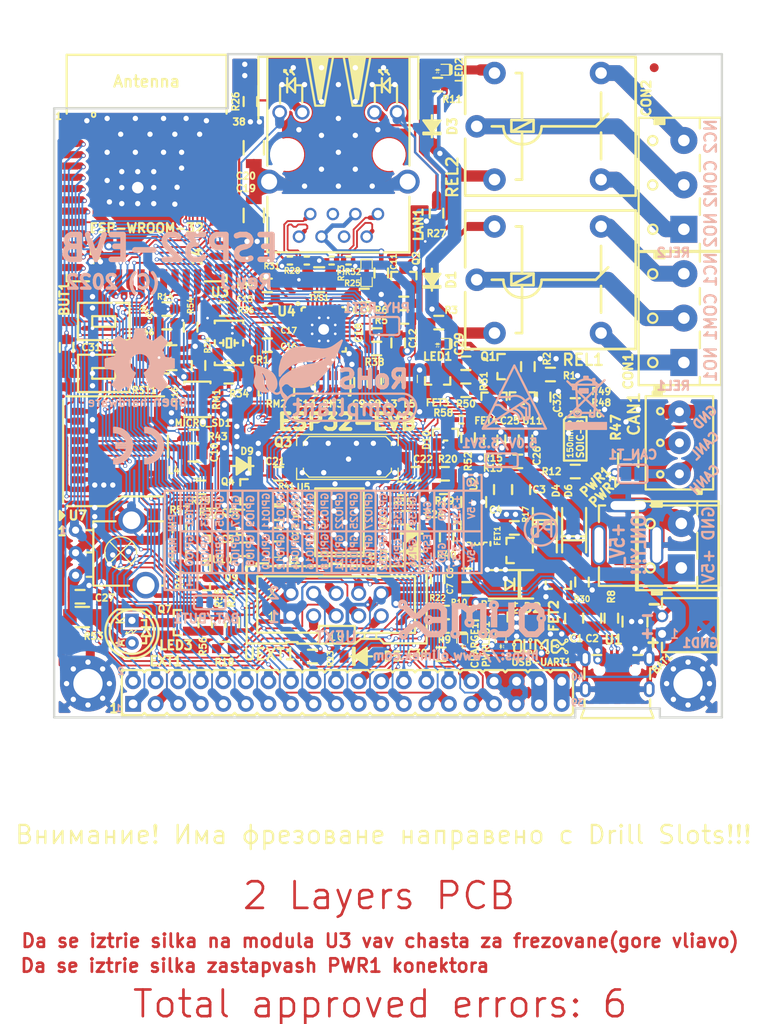
<source format=kicad_pcb>
(kicad_pcb (version 20171130) (host pcbnew 5.1.6-c6e7f7d~87~ubuntu18.04.1)
  (title_block (title ESP32-EVB) (date 2022-01-18) (rev J) (company "OLIMEX Ltd.") (comment 1 https://www.olimex.com))
  (layers (0 F.Cu mixed) (31 B.Cu mixed) (34 B.Paste user hide) (35 F.Paste user hide) (36 B.SilkS user hide) (37 F.SilkS user) (38 B.Mask user hide) (39 F.Mask user) (44 Edge.Cuts user))
  (net 0 "")
  (net 1 +5V)
  (net 2 GND)
  (net 3 "Net-(BAT1-Pad1)")
  (net 4 "Net-(BUT1-Pad2)")
  (net 5 /GPI34/BUT1)
  (net 6 "Net-(C3-Pad1)")
  (net 7 "Net-(C5-Pad2)")
  (net 8 +3V3)
  (net 9 "Net-(C10-Pad1)")
  (net 10 "Net-(C11-Pad1)")
  (net 11 "Net-(C18-Pad2)")
  (net 12 "Net-(CON1-Pad3)")
  (net 13 "Net-(CON1-Pad1)")
  (net 14 "Net-(CON1-Pad2)")
  (net 15 "Net-(CON2-Pad2)")
  (net 16 "Net-(CON2-Pad1)")
  (net 17 "Net-(CON2-Pad3)")
  (net 18 "Net-(CR1-Pad3)")
  (net 19 "Net-(D1-Pad2)")
  (net 20 "Net-(D3-Pad2)")
  (net 21 /GPIO3/U0RXD)
  (net 22 "Net-(D5-Pad1)")
  (net 23 /ESP_EN)
  (net 24 "/GPIO25/EMAC_RXD0(RMII)")
  (net 25 "/GPIO19/EMAC_TXD0(RMII)")
  (net 26 "/GPIO26/EMAC_RXD1(RMII)")
  (net 27 /GPIO33/REL2)
  (net 28 /GPIO32/REL1)
  (net 29 /GPIO9/SD_DATA2)
  (net 30 /GPIO8/SD_DATA1)
  (net 31 /GPIO6/SD_CLK)
  (net 32 /GPIO7/SD_DATA0)
  (net 33 /GPIO1/U0TXD)
  (net 34 /GPIO10/SD_DATA3)
  (net 35 /GPIO11/SD_CMD)
  (net 36 "Net-(L2-Pad1)")
  (net 37 "Net-(LED1-Pad2)")
  (net 38 "Net-(LED2-Pad2)")
  (net 39 "Net-(Q1-Pad1)")
  (net 40 "Net-(Q2-Pad1)")
  (net 41 "Net-(R19-Pad1)")
  (net 42 "Net-(R39-Pad1)")
  (net 43 /PHYAD0)
  (net 44 /PHYAD1)
  (net 45 /PHYAD2)
  (net 46 /RMIISEL)
  (net 47 /VDD1A-2A)
  (net 48 /VDDCR)
  (net 49 "/GPIO22/EMAC_TXD1(RMII)")
  (net 50 "/GPIO21/EMAC_TX_EN(RMII)")
  (net 51 "Net-(MICRO_SD1-Pad5)")
  (net 52 "Net-(LAN1-PadAG1)")
  (net 53 "Net-(LAN1-PadAY1)")
  (net 54 "Net-(LAN1-PadKG1)")
  (net 55 "Net-(LAN1-PadKY1)")
  (net 56 "Net-(C19-Pad1)")
  (net 57 "Net-(C21-Pad1)")
  (net 58 "Net-(C22-Pad1)")
  (net 59 /CANL)
  (net 60 /CANH)
  (net 61 "Net-(CAN_T1-Pad1)")
  (net 62 /GPI36/U1RXD)
  (net 63 /+5V_EXT)
  (net 64 /GPI39/IR_RECEIVE)
  (net 65 "/GPIO23/MDC(RMII)")
  (net 66 /GPIO27/EMAC_RX_CRS_DV)
  (net 67 /GPI35/CAN-RX)
  (net 68 /GPIO5/CAN-TX)
  (net 69 /GPIO4/U1TXD)
  (net 70 /GPIO0/XTAL1/CLKIN)
  (net 71 /GPIO2/HS2_DATA0)
  (net 72 /GPIO12/IR_Transmit)
  (net 73 /GPIO13/I2C-SDA)
  (net 74 /GPIO14/HS2_CLK)
  (net 75 /GPIO15/HS2_CMD)
  (net 76 /GPIO16/I2C-SCL)
  (net 77 /GPIO17/SPI_CS)
  (net 78 "/GPIO18/MDIO(RMII)")
  (net 79 /+5V_USB)
  (net 80 "Net-(LED3-Pad1)")
  (net 81 "Net-(LED3-Pad2)")
  (net 82 "Net-(MICRO_SD1-Pad1)")
  (net 83 "Net-(MICRO_SD1-Pad2)")
  (net 84 "Net-(MICRO_SD1-Pad8)")
  (net 85 "Net-(Q4-Pad2)")
  (net 86 "Net-(Q4-Pad1)")
  (net 87 "Net-(Q5-Pad2)")
  (net 88 "Net-(Q5-Pad1)")
  (net 89 "Net-(Q7-Pad1)")
  (net 90 "Net-(R48-Pad1)")
  (net 91 "Net-(U3-Pad32)")
  (net 92 "Net-(U4-Pad4)")
  (net 93 "Net-(U4-Pad14)")
  (net 94 "Net-(U4-Pad18)")
  (net 95 "Net-(U4-Pad20)")
  (net 96 "Net-(U4-Pad26)")
  (net 97 "Net-(U5-Pad6)")
  (net 98 "Net-(U5-Pad7)")
  (net 99 "Net-(U5-Pad11)")
  (net 100 "Net-(U5-Pad12)")
  (net 101 "Net-(U5-Pad13)")
  (net 102 "Net-(U5-Pad14)")
  (net 103 "Net-(U5-Pad17)")
  (net 104 "Net-(USB-UART1-Pad4)")
  (net 105 /OSC_DIS)
  (net 106 "Net-(PWRLED1-Pad1)")
  (net 107 "Net-(Q5-Pad3)")
  (net 108 "Net-(C28-Pad1)")
  (net 109 "Net-(MICRO_SD1-Pad7)")
  (net 110 "Net-(5.0V/3.3V1-Pad2)")
  (net 111 "Net-(R44-Pad2)")
  (net 112 /D_Com)
  (net 113 +3.3VLAN)
  (net 114 "Net-(C29-Pad2)")
  (net 115 "Net-(FET4-Pad3)")
  (net 116 "Net-(CHARGE1-Pad1)")
  (net 117 "Net-(R7-Pad1)")
  (net 118 "Net-(R8-Pad2)")
  (net 119 /BUT1)
  (net 120 "Net-(BAT/BUT1-Pad3)")
  (net 121 "Net-(C24-Pad1)")
  (net 122 "Net-(D7-Pad1)")
  (net 123 "Net-(D8-Pad2)")
  (net 124 "Net-(U5-Pad20)")
  (net 125 "Net-(R12-Pad2)")
  (net 126 "Net-(R13-Pad2)")
  (net 127 "Net-(D9-Pad1)")
  (net 128 "Net-(C32-Pad2)")
  (net 129 "Net-(D10-Pad3)")
  (net 130 /RXN-)
  (net 131 /RXP+)
  (net 132 /TXN-)
  (net 133 /TXP+)
  (module OLIMEX_Cases-FP:ESP-WROOM-32_MODULE (layer F.Cu) (at 80.01 79.883)
    (fp_text reference U3 (at 8.255 13.97) (layer F.SilkS) (effects (font (size 1.016 1.016) (thickness 0.254))))
    (fp_text value ESP-WROOM-32)
    (fp_text user 24 (at 5.715 9.935 90) (layer F.SilkS) (effects (font (size 1.016 1.016) (thickness 0.254))))
    (fp_text user 15 (at -5.715 9.935 90) (layer F.SilkS) (effects (font (size 1.016 1.016) (thickness 0.254))))
    (fp_text user 38 (at 10.414 -5.207) (layer F.SilkS) (effects (font (size 0.762 0.762) (thickness 0.1905))))
    (fp_text user 1 (at -9.906 -5.842) (layer F.SilkS) (effects (font (size 0.762 0.762) (thickness 0.1905))))
    (fp_text user ESP-WROOM-32 (at 0 6.76) (layer F.SilkS) (effects (font (size 1.016 1.016) (thickness 0.254))))
    (fp_text user Antenna (at 0 -9.75) (layer F.SilkS) (effects (font (size 1.27 1.27) (thickness 0.254))))
    (fp_text user o (at -5.969 -6.096) (layer F.SilkS) (effects (font (size 0.762 0.762) (thickness 0.1905))))
    (pad 39 thru_hole circle (at -2.8 4) (size 1.3 1.3) (drill 0.6) (layers *.Cu) (net 2 GND))
    (pad 39 thru_hole circle (at -1 2.2) (size 2 2) (drill 1.3) (layers *.Cu *.Mask) (net 2 GND))
    (pad 39 smd rect (at -1 2.2) (size 5 5) (layers F.Cu F.Mask) (net 2 GND))
    (pad 38 smd rect (at 8.6 -5.31) (size 1.8 0.8) (layers F.Cu F.Paste F.Mask) (net 2 GND))
    (pad 37 smd rect (at 8.6 -4.04) (size 1.8 0.8) (layers F.Cu F.Paste F.Mask) (net 65 "/GPIO23/MDC(RMII)"))
    (pad 36 smd rect (at 8.6 -2.77) (size 1.8 0.8) (layers F.Cu F.Paste F.Mask) (net 49 "/GPIO22/EMAC_TXD1(RMII)"))
    (pad 35 smd rect (at 8.6 -1.5) (size 1.8 0.8) (layers F.Cu F.Paste F.Mask) (net 33 /GPIO1/U0TXD))
    (pad 34 smd rect (at 8.6 -0.23) (size 1.8 0.8) (layers F.Cu F.Paste F.Mask) (net 21 /GPIO3/U0RXD))
    (pad 33 smd rect (at 8.6 1.04) (size 1.8 0.8) (layers F.Cu F.Paste F.Mask) (net 50 "/GPIO21/EMAC_TX_EN(RMII)"))
    (pad 32 smd rect (at 8.6 2.31) (size 1.8 0.8) (layers F.Cu F.Paste F.Mask) (net 91 "Net-(U3-Pad32)"))
    (pad 31 smd rect (at 8.6 3.58) (size 1.8 0.8) (layers F.Cu F.Paste F.Mask) (net 25 "/GPIO19/EMAC_TXD0(RMII)"))
    (pad 30 smd rect (at 8.6 4.85) (size 1.8 0.8) (layers F.Cu F.Paste F.Mask) (net 78 "/GPIO18/MDIO(RMII)"))
    (pad 29 smd rect (at 8.6 6.12) (size 1.8 0.8) (layers F.Cu F.Paste F.Mask) (net 68 /GPIO5/CAN-TX))
    (pad 28 smd rect (at 8.6 7.39) (size 1.8 0.8) (layers F.Cu F.Paste F.Mask) (net 77 /GPIO17/SPI_CS))
    (pad 27 smd rect (at 8.6 8.66) (size 1.8 0.8) (layers F.Cu F.Paste F.Mask) (net 76 /GPIO16/I2C-SCL))
    (pad 26 smd rect (at 8.6 9.93) (size 1.8 0.8) (layers F.Cu F.Paste F.Mask) (net 69 /GPIO4/U1TXD))
    (pad 25 smd rect (at 8.6 11.2) (size 1.8 0.8) (layers F.Cu F.Paste F.Mask) (net 70 /GPIO0/XTAL1/CLKIN))
    (pad 24 smd rect (at 5.73 12.3) (size 0.8 1.8) (layers F.Cu F.Paste F.Mask) (net 71 /GPIO2/HS2_DATA0))
    (pad 23 smd rect (at 4.46 12.3) (size 0.8 1.8) (layers F.Cu F.Paste F.Mask) (net 75 /GPIO15/HS2_CMD))
    (pad 22 smd rect (at 3.19 12.3) (size 0.8 1.8) (layers F.Cu F.Paste F.Mask) (net 30 /GPIO8/SD_DATA1))
    (pad 21 smd rect (at 1.92 12.3) (size 0.8 1.8) (layers F.Cu F.Paste F.Mask) (net 32 /GPIO7/SD_DATA0))
    (pad 20 smd rect (at 0.65 12.3) (size 0.8 1.8) (layers F.Cu F.Paste F.Mask) (net 31 /GPIO6/SD_CLK))
    (pad 19 smd rect (at -0.62 12.3) (size 0.8 1.8) (layers F.Cu F.Paste F.Mask) (net 35 /GPIO11/SD_CMD))
    (pad 18 smd rect (at -1.89 12.3) (size 0.8 1.8) (layers F.Cu F.Paste F.Mask) (net 34 /GPIO10/SD_DATA3))
    (pad 17 smd rect (at -3.16 12.3) (size 0.8 1.8) (layers F.Cu F.Paste F.Mask) (net 29 /GPIO9/SD_DATA2))
    (pad 16 smd rect (at -4.43 12.3) (size 0.8 1.8) (layers F.Cu F.Paste F.Mask) (net 73 /GPIO13/I2C-SDA))
    (pad 15 smd rect (at -5.7 12.3) (size 0.8 1.8) (layers F.Cu F.Paste F.Mask) (net 2 GND))
    (pad 14 smd rect (at -8.6 11.2) (size 1.8 0.8) (layers F.Cu F.Paste F.Mask) (net 72 /GPIO12/IR_Transmit))
    (pad 13 smd rect (at -8.6 9.93) (size 1.8 0.8) (layers F.Cu F.Paste F.Mask) (net 74 /GPIO14/HS2_CLK))
    (pad 12 smd rect (at -8.6 8.66) (size 1.8 0.8) (layers F.Cu F.Paste F.Mask) (net 66 /GPIO27/EMAC_RX_CRS_DV))
    (pad 11 smd rect (at -8.6 7.39) (size 1.8 0.8) (layers F.Cu F.Paste F.Mask) (net 26 "/GPIO26/EMAC_RXD1(RMII)"))
    (pad 10 smd rect (at -8.6 6.12) (size 1.8 0.8) (layers F.Cu F.Paste F.Mask) (net 24 "/GPIO25/EMAC_RXD0(RMII)"))
    (pad 9 smd rect (at -8.6 4.85) (size 1.8 0.8) (layers F.Cu F.Paste F.Mask) (net 27 /GPIO33/REL2))
    (pad 8 smd rect (at -8.6 3.58) (size 1.8 0.8) (layers F.Cu F.Paste F.Mask) (net 28 /GPIO32/REL1))
    (pad 7 smd rect (at -8.6 2.31) (size 1.8 0.8) (layers F.Cu F.Paste F.Mask) (net 67 /GPI35/CAN-RX))
    (pad 6 smd rect (at -8.6 1.04) (size 1.8 0.8) (layers F.Cu F.Paste F.Mask) (net 5 /GPI34/BUT1))
    (pad 5 smd rect (at -8.6 -0.23) (size 1.8 0.8) (layers F.Cu F.Paste F.Mask) (net 64 /GPI39/IR_RECEIVE))
    (pad 4 smd rect (at -8.6 -1.5) (size 1.8 0.8) (layers F.Cu F.Paste F.Mask) (net 62 /GPI36/U1RXD))
    (pad 3 smd rect (at -8.6 -2.77) (size 1.8 0.8) (layers F.Cu F.Paste F.Mask) (net 23 /ESP_EN))
    (pad 2 smd rect (at -8.6 -4.04) (size 1.8 0.8) (layers F.Cu F.Paste F.Mask) (net 8 +3V3))
    (pad 1 smd rect (at -8.6 -5.31) (size 1.8 0.8) (layers F.Cu F.Paste F.Mask) (net 2 GND))
    (pad 39 thru_hole circle (at 0.8 4) (size 1.3 1.3) (drill 0.6) (layers *.Cu) (net 2 GND))
    (pad 39 thru_hole circle (at -2.8 0.4) (size 1.3 1.3) (drill 0.6) (layers *.Cu) (net 2 GND))
    (pad 39 thru_hole circle (at 0.8 0.4) (size 1.3 1.3) (drill 0.6) (layers *.Cu) (net 2 GND))
    (pad 39 thru_hole circle (at -1 0.4) (size 1.3 1.3) (drill 0.6) (layers *.Cu) (net 2 GND))
    (pad 39 thru_hole circle (at -1 4) (size 1.3 1.3) (drill 0.6) (layers *.Cu) (net 2 GND))
    (pad 39 thru_hole circle (at -2.8 2.2) (size 1.3 1.3) (drill 0.6) (layers *.Cu) (net 2 GND))
    (pad 39 thru_hole circle (at 0.8 2.2) (size 1.3 1.3) (drill 0.6) (layers *.Cu) (net 2 GND))
  )
  (module "OLIMEX_Connectors-FP:PWRJ-2mm(YDJ-1136)" (layer F.Cu) (at 130.937 117.569 180)
    (fp_text reference PWR1 (at 0.381 2.38 45) (layer F.SilkS) (effects (font (size 1.016 1.016) (thickness 0.254))))
    (fp_text value "PWRJ-2mm(YDJ-1134)")
    (pad - thru_hole oval (at -3.3 -0.3 180) (size 4.5 1.5) (drill oval 4 1) (layers *.Cu *.Mask) (net 2 GND))
    (pad - thru_hole oval (at -6.5 -4.75 180) (size 1.5 4.5) (drill oval 1 4) (layers *.Cu *.Mask) (net 2 GND))
    (pad + thru_hole oval (at 0 -4.75 180) (size 1.5 4.5) (drill oval 1 4) (layers *.Cu *.Mask) (net 63 /+5V_EXT))
  )
  (module OLIMEX_RLC-FP:R_0402_5MIL_DWS (layer F.Cu) (at 100.838 90.297)
    (fp_text reference R33 (at 1.0795 1.397 90) (layer F.SilkS) (effects (font (size 0.635 0.635) (thickness 0.15875))))
    (fp_text value 49.9R/1%/R0402)
    (pad 1 smd rect (at -0.508 0 180) (size 0.5 0.55) (layers F.Cu F.Paste F.Mask) (net 47 /VDD1A-2A))
    (pad 2 smd rect (at 0.508 0) (size 0.5 0.55) (layers F.Cu F.Paste F.Mask) (net 133 /TXP+))
  )
  (module OLIMEX_RLC-FP:R_0603_5MIL_DWS (layer F.Cu) (at 85.344 110.109 180)
    (fp_text reference R43 (at -2.667 0) (layer F.SilkS) (effects (font (size 0.762 0.762) (thickness 0.1905))))
    (fp_text value 10R/R0603)
    (pad 2 smd rect (at 0.889 0 180) (size 1.016 1.016) (layers F.Cu F.Paste F.Mask) (net 51 "Net-(MICRO_SD1-Pad5)"))
    (pad 1 smd rect (at -0.889 0 180) (size 1.016 1.016) (layers F.Cu F.Paste F.Mask) (net 74 /GPIO14/HS2_CLK))
  )
  (module OLIMEX_RLC-FP:R_0402_5MIL_DWS (layer F.Cu) (at 102.743 90.297 180)
    (fp_text reference R32 (at -0.508 -1.27 180) (layer F.SilkS) (effects (font (size 0.635 0.635) (thickness 0.15875))))
    (fp_text value 49.9R/1%/R0402)
    (pad 2 smd rect (at 0.508 0 180) (size 0.5 0.55) (layers F.Cu F.Paste F.Mask) (net 132 /TXN-))
    (pad 1 smd rect (at -0.508 0) (size 0.5 0.55) (layers F.Cu F.Paste F.Mask) (net 47 /VDD1A-2A))
  )
  (module OLIMEX_Connectors-FP:HN2x20 (layer F.Cu) (at 102.616 138.938)
    (fp_text reference EXT1 (at -20.447 -3.556) (layer F.SilkS) (effects (font (size 1.016 1.016) (thickness 0.254))))
    (fp_text value "NA(HN2x20)")
    (pad 20 thru_hole circle (at -1.27 -1.27) (size 1.778 1.778) (drill 1) (layers *.Cu *.Mask) (net 25 "/GPIO19/EMAC_TXD0(RMII)"))
    (pad 19 thru_hole circle (at -1.27 1.27) (size 1.778 1.778) (drill 1) (layers *.Cu *.Mask) (net 78 "/GPIO18/MDIO(RMII)"))
    (pad 18 thru_hole circle (at -3.81 -1.27) (size 1.778 1.778) (drill 1) (layers *.Cu *.Mask) (net 77 /GPIO17/SPI_CS))
    (pad 17 thru_hole circle (at -3.81 1.27) (size 1.778 1.778) (drill 1) (layers *.Cu *.Mask) (net 76 /GPIO16/I2C-SCL))
    (pad 16 thru_hole circle (at -6.35 -1.27) (size 1.778 1.778) (drill 1) (layers *.Cu *.Mask) (net 75 /GPIO15/HS2_CMD))
    (pad 15 thru_hole circle (at -6.35 1.27) (size 1.778 1.778) (drill 1) (layers *.Cu *.Mask) (net 74 /GPIO14/HS2_CLK))
    (pad 14 thru_hole circle (at -8.89 -1.27) (size 1.778 1.778) (drill 1) (layers *.Cu *.Mask) (net 73 /GPIO13/I2C-SDA))
    (pad 13 thru_hole circle (at -8.89 1.27) (size 1.778 1.778) (drill 1) (layers *.Cu *.Mask) (net 72 /GPIO12/IR_Transmit))
    (pad 12 thru_hole circle (at -11.43 -1.27) (size 1.778 1.778) (drill 1) (layers *.Cu *.Mask) (net 35 /GPIO11/SD_CMD))
    (pad 11 thru_hole circle (at -11.43 1.27) (size 1.778 1.778) (drill 1) (layers *.Cu *.Mask) (net 34 /GPIO10/SD_DATA3))
    (pad 4 thru_hole circle (at -21.59 -1.27) (size 1.778 1.778) (drill 1) (layers *.Cu *.Mask) (net 21 /GPIO3/U0RXD))
    (pad 3 thru_hole circle (at -21.59 1.27) (size 1.778 1.778) (drill 1) (layers *.Cu *.Mask) (net 71 /GPIO2/HS2_DATA0))
    (pad 2 thru_hole circle (at -24.13 -1.27) (size 1.778 1.778) (drill 1) (layers *.Cu *.Mask) (net 33 /GPIO1/U0TXD))
    (pad 1 thru_hole rect (at -24.13 1.27) (size 1.778 1.778) (drill 1) (layers *.Cu *.Mask) (net 70 /GPIO0/XTAL1/CLKIN))
    (pad 5 thru_hole circle (at -19.05 1.27) (size 1.778 1.778) (drill 1) (layers *.Cu *.Mask) (net 69 /GPIO4/U1TXD))
    (pad 6 thru_hole circle (at -19.05 -1.27) (size 1.778 1.778) (drill 1) (layers *.Cu *.Mask) (net 68 /GPIO5/CAN-TX))
    (pad 8 thru_hole circle (at -16.51 -1.27) (size 1.778 1.778) (drill 1) (layers *.Cu *.Mask) (net 32 /GPIO7/SD_DATA0))
    (pad 7 thru_hole circle (at -16.51 1.27) (size 1.778 1.778) (drill 1) (layers *.Cu *.Mask) (net 31 /GPIO6/SD_CLK))
    (pad 9 thru_hole circle (at -13.97 1.27) (size 1.778 1.778) (drill 1) (layers *.Cu *.Mask) (net 30 /GPIO8/SD_DATA1))
    (pad 10 thru_hole circle (at -13.97 -1.27) (size 1.778 1.778) (drill 1) (layers *.Cu *.Mask) (net 29 /GPIO9/SD_DATA2))
    (pad 30 thru_hole circle (at 11.43 -1.27) (size 1.778 1.778) (drill 1) (layers *.Cu *.Mask) (net 67 /GPI35/CAN-RX))
    (pad 29 thru_hole circle (at 11.43 1.27) (size 1.778 1.778) (drill 1) (layers *.Cu *.Mask) (net 5 /GPI34/BUT1))
    (pad 27 thru_hole circle (at 8.89 1.27) (size 1.778 1.778) (drill 1) (layers *.Cu *.Mask) (net 28 /GPIO32/REL1))
    (pad 28 thru_hole circle (at 8.89 -1.27) (size 1.778 1.778) (drill 1) (layers *.Cu *.Mask) (net 27 /GPIO33/REL2))
    (pad 26 thru_hole circle (at 6.35 -1.27) (size 1.778 1.778) (drill 1) (layers *.Cu *.Mask) (net 66 /GPIO27/EMAC_RX_CRS_DV))
    (pad 25 thru_hole circle (at 6.35 1.27) (size 1.778 1.778) (drill 1) (layers *.Cu *.Mask) (net 26 "/GPIO26/EMAC_RXD1(RMII)"))
    (pad 21 thru_hole circle (at 1.27 1.27) (size 1.778 1.778) (drill 1) (layers *.Cu *.Mask) (net 50 "/GPIO21/EMAC_TX_EN(RMII)"))
    (pad 22 thru_hole circle (at 1.27 -1.27) (size 1.778 1.778) (drill 1) (layers *.Cu *.Mask) (net 49 "/GPIO22/EMAC_TXD1(RMII)"))
    (pad 23 thru_hole circle (at 3.81 1.27) (size 1.778 1.778) (drill 1) (layers *.Cu *.Mask) (net 65 "/GPIO23/MDC(RMII)"))
    (pad 24 thru_hole circle (at 3.81 -1.27) (size 1.778 1.778) (drill 1) (layers *.Cu *.Mask) (net 24 "/GPIO25/EMAC_RXD0(RMII)"))
    (pad 31 thru_hole circle (at 13.97 1.27) (size 1.778 1.778) (drill 1) (layers *.Cu *.Mask) (net 62 /GPI36/U1RXD))
    (pad 32 thru_hole circle (at 13.97 -1.27) (size 1.778 1.778) (drill 1) (layers *.Cu *.Mask) (net 64 /GPI39/IR_RECEIVE))
    (pad 33 thru_hole circle (at 16.51 1.27) (size 1.778 1.778) (drill 1) (layers *.Cu *.Mask) (net 23 /ESP_EN))
    (pad 34 thru_hole circle (at 16.51 -1.27) (size 1.778 1.778) (drill 1) (layers *.Cu *.Mask) (net 2 GND))
    (pad 35 thru_hole circle (at 19.05 1.27) (size 1.778 1.778) (drill 1) (layers *.Cu *.Mask) (net 2 GND))
    (pad 36 thru_hole circle (at 19.05 -1.27) (size 1.778 1.778) (drill 1) (layers *.Cu *.Mask) (net 2 GND))
    (pad 37 thru_hole circle (at 21.59 1.27) (size 1.778 1.778) (drill 1) (layers *.Cu *.Mask) (net 8 +3V3))
    (pad 38 thru_hole circle (at 21.59 -1.27) (size 1.778 1.778) (drill 1) (layers *.Cu *.Mask) (net 8 +3V3))
    (pad 39 thru_hole circle (at 24.13 1.27) (size 1.778 1.778) (drill 1) (layers *.Cu *.Mask) (net 1 +5V))
    (pad 40 thru_hole circle (at 24.13 -1.27) (size 1.778 1.778) (drill 1) (layers *.Cu *.Mask) (net 1 +5V))
  )
  (module OLIMEX_Connectors-FP:UEXT_ML10 (layer F.Cu) (at 101.346 129.032)
    (fp_text reference UEXT1 (at -7.493 5.588) (layer F.SilkS) (effects (font (size 1.27 1.27) (thickness 0.254))))
    (fp_text value BH10S)
    (fp_text user 10 (at 0.0381 3.55092) (layer F.SilkS))
    (fp_text user 1 (at -7.2644 1.39192) (layer F.SilkS))
    (fp_text user 2 (at -7.34822 -1.23444) (layer F.SilkS))
    (pad 10 thru_hole circle (at 5.08 -1.27) (size 1.7 1.7) (drill 1.1) (layers *.Cu *.Mask) (net 77 /GPIO17/SPI_CS))
    (pad 9 thru_hole circle (at 5.08 1.27) (size 1.7 1.7) (drill 1.1) (layers *.Cu *.Mask) (net 74 /GPIO14/HS2_CLK))
    (pad 8 thru_hole circle (at 2.54 -1.27) (size 1.7 1.7) (drill 1.1) (layers *.Cu *.Mask) (net 71 /GPIO2/HS2_DATA0))
    (pad 7 thru_hole circle (at 2.54 1.27) (size 1.7 1.7) (drill 1.1) (layers *.Cu *.Mask) (net 75 /GPIO15/HS2_CMD))
    (pad 6 thru_hole circle (at 0 -1.27) (size 1.7 1.7) (drill 1.1) (layers *.Cu *.Mask) (net 73 /GPIO13/I2C-SDA))
    (pad 5 thru_hole circle (at 0 1.27) (size 1.7 1.7) (drill 1.1) (layers *.Cu *.Mask) (net 76 /GPIO16/I2C-SCL))
    (pad 4 thru_hole circle (at -2.54 -1.27) (size 1.7 1.7) (drill 1.1) (layers *.Cu *.Mask) (net 22 "Net-(D5-Pad1)"))
    (pad 3 thru_hole circle (at -2.54 1.27) (size 1.7 1.7) (drill 1.1) (layers *.Cu *.Mask) (net 69 /GPIO4/U1TXD))
    (pad 2 thru_hole circle (at -5.08 -1.27) (size 1.7 1.7) (drill 1.1) (layers *.Cu *.Mask) (net 2 GND))
    (pad 1 thru_hole rect (at -5.08 1.27) (size 1.7 1.7) (drill 1.1) (layers *.Cu *.Mask) (net 7 "Net-(C5-Pad2)"))
  )
  (module OLIMEX_Connectors-FP:TB3-3.5mm (layer F.Cu) (at 140 110.815 270)
    (fp_text reference CAN1 (at -3.246 5.126 270) (layer F.SilkS) (effects (font (size 1.27 1.27) (thickness 0.254))))
    (fp_text value TB3-3.5mm)
    (pad 3 thru_hole circle (at 3.5 0 270) (size 2.54 2.54) (drill 1) (layers *.Cu *.Mask) (net 60 /CANH))
    (pad 1 thru_hole circle (at -3.5 0 270) (size 2.54 2.54) (drill 1) (layers *.Cu *.Mask) (net 2 GND))
    (pad 2 thru_hole circle (at 0 0 270) (size 2.54 2.54) (drill 1) (layers *.Cu *.Mask) (net 59 /CANL))
  )
  (module OLIMEX_Connectors-FP:RJLBC-060TC1 (layer F.Cu) (at 101.6 78.359 180)
    (fp_text reference LAN1 (at -9.017 -7.874 270) (layer F.SilkS) (effects (font (size 1.016 1.016) (thickness 0.254))))
    (fp_text value "RJLD-060TC1(LPJ4013EDNL)")
    (pad "" np_thru_hole circle (at 5.715 0 180) (size 3.2 3.2) (drill 3.2) (layers *.Cu *.Mask))
    (pad "" np_thru_hole circle (at -5.715 0 180) (size 3.2 3.2) (drill 3.2) (layers *.Cu *.Mask))
    (pad KY1 thru_hole circle (at -4.07 4.7485 180) (size 1.65 1.65) (drill 1.1) (layers *.Cu *.Mask) (net 55 "Net-(LAN1-PadKY1)"))
    (pad KG1 thru_hole circle (at 6.61 4.7485 180) (size 1.65 1.65) (drill 1.1) (layers *.Cu *.Mask) (net 54 "Net-(LAN1-PadKG1)"))
    (pad GND2 thru_hole circle (at 7.8 -3.05 180) (size 2.7 2.7) (drill 1.8) (layers *.Cu *.Mask) (net 56 "Net-(C19-Pad1)"))
    (pad GND1 thru_hole circle (at -7.8 -3.05 180) (size 2.7 2.7) (drill 1.8) (layers *.Cu *.Mask) (net 56 "Net-(C19-Pad1)"))
    (pad AY1 thru_hole circle (at -6.61 4.7485 180) (size 1.65 1.65) (drill 1.1) (layers *.Cu *.Mask) (net 53 "Net-(LAN1-PadAY1)"))
    (pad AG1 thru_hole circle (at 4.07 4.7485 180) (size 1.65 1.65) (drill 1.1) (layers *.Cu *.Mask) (net 52 "Net-(LAN1-PadAG1)"))
    (pad 8 thru_hole circle (at 4.435 -9.24 180) (size 1.41 1.41) (drill 0.9) (layers *.Cu *.Mask) (net 130 /RXN-))
    (pad 7 thru_hole circle (at 3.165 -6.7 180) (size 1.41 1.41) (drill 0.9) (layers *.Cu *.Mask) (net 131 /RXP+))
    (pad 6 thru_hole circle (at 1.895 -9.24 180) (size 1.41 1.41) (drill 0.9) (layers *.Cu *.Mask) (net 10 "Net-(C11-Pad1)"))
    (pad 5 thru_hole circle (at 0.625 -6.7 180) (size 1.41 1.41) (drill 0.9) (layers *.Cu *.Mask))
    (pad 4 thru_hole circle (at -0.645 -9.24 180) (size 1.41 1.41) (drill 0.9) (layers *.Cu *.Mask))
    (pad 3 thru_hole circle (at -1.915 -6.7 180) (size 1.41 1.41) (drill 0.9) (layers *.Cu *.Mask) (net 10 "Net-(C11-Pad1)"))
    (pad 2 thru_hole circle (at -3.185 -9.24 180) (size 1.41 1.41) (drill 0.9) (layers *.Cu *.Mask) (net 132 /TXN-))
    (pad 1 thru_hole circle (at -4.455 -6.7 180) (size 1.41 1.41) (drill 0.9) (layers *.Cu *.Mask) (net 133 /TXP+))
  )
  (module OLIMEX_Relays-FP:Relay_RAS-05-15 (layer F.Cu) (at 125.476 75.184 180)
    (fp_text reference REL2 (at 11.049 -5.715 270) (layer F.SilkS) (effects (font (size 1.27 1.27) (thickness 0.254))))
    (fp_text value RAS-0515)
    (pad COM0 thru_hole circle (at 8.3 0 180) (size 2.54 2.54) (drill 1.3) (layers *.Cu *.Mask) (net 15 "Net-(CON2-Pad2)") (clearance 2.54))
    (pad NO0 thru_hole circle (at -5.7 -6 180) (size 2.54 2.54) (drill 1.3) (layers *.Cu *.Mask) (net 16 "Net-(CON2-Pad1)") (clearance 2.54))
    (pad NC0 thru_hole circle (at -5.7 6 180) (size 2.54 2.54) (drill 1.3) (layers *.Cu *.Mask) (net 17 "Net-(CON2-Pad3)") (clearance 2.54))
    (pad 2 thru_hole circle (at 6.3 6 180) (size 2.54 2.54) (drill 1.3) (layers *.Cu *.Mask) (net 20 "Net-(D3-Pad2)"))
    (pad 1 thru_hole circle (at 6.3 -6 180) (size 2.54 2.54) (drill 1.3) (layers *.Cu *.Mask) (net 1 +5V))
  )
  (module OLIMEX_Relays-FP:Relay_RAS-05-15 (layer F.Cu) (at 125.476 92.456 180)
    (fp_text reference REL1 (at -3.683 -9.017) (layer F.SilkS) (effects (font (size 1.27 1.27) (thickness 0.254))))
    (fp_text value RAS-0515)
    (pad COM0 thru_hole circle (at 8.3 0 180) (size 2.54 2.54) (drill 1.3) (layers *.Cu *.Mask) (net 14 "Net-(CON1-Pad2)") (clearance 2.54))
    (pad NO0 thru_hole circle (at -5.7 -6 180) (size 2.54 2.54) (drill 1.3) (layers *.Cu *.Mask) (net 13 "Net-(CON1-Pad1)") (clearance 2.54))
    (pad NC0 thru_hole circle (at -5.7 6 180) (size 2.54 2.54) (drill 1.3) (layers *.Cu *.Mask) (net 12 "Net-(CON1-Pad3)") (clearance 2.54))
    (pad 2 thru_hole circle (at 6.3 6 180) (size 2.54 2.54) (drill 1.3) (layers *.Cu *.Mask) (net 19 "Net-(D1-Pad2)"))
    (pad 1 thru_hole circle (at 6.3 -6 180) (size 2.54 2.54) (drill 1.3) (layers *.Cu *.Mask) (net 1 +5V))
  )
  (module OLIMEX_Connectors-FP:LIPO_BAT-CON2DW02R (layer F.Cu) (at 141.1986 131.318 90)
    (fp_text reference BAT1 (at -4.318 -3.1496 225) (layer F.SilkS) (effects (font (size 0.762 0.762) (thickness 0.1905))))
    (fp_text value DW02R)
    (pad 1 thru_hole rect (at -1.00838 -3.15214 90) (size 1.4 1.4) (drill 0.9) (layers *.Cu *.Mask) (net 3 "Net-(BAT1-Pad1)"))
    (pad 2 thru_hole circle (at 1.0033 -3.15468 90) (size 1.4 1.4) (drill 0.9) (layers *.Cu *.Mask) (net 2 GND))
  )
  (module OLIMEX_Diodes-FP:SMA-KA (layer F.Cu) (at 124.841 120.65 270)
    (fp_text reference D4 (at -4.445 -1.27 270) (layer F.SilkS) (effects (font (size 0.762 0.762) (thickness 0.1905))))
    (fp_text value 1N5822/SS34/SMA)
    (pad 2 smd rect (at 2.373 0 270) (size 1.746 1.192) (layers F.Cu) (net 1 +5V) (clearance 0.254))
    (pad 1 smd rect (at -2.373 0 270) (size 1.746 1.192) (layers F.Cu) (net 6 "Net-(C3-Pad1)") (clearance 0.254))
    (pad 1 smd rect (at -2.5 0 270) (size 2 1.7) (layers F.Cu F.Paste F.Mask) (net 6 "Net-(C3-Pad1)"))
    (pad 2 smd rect (at 2.5 0 270) (size 2 1.7) (layers F.Cu F.Paste F.Mask) (net 1 +5V))
  )
  (module OLIMEX_Diodes-FP:SMA-KA (layer F.Cu) (at 128.143 120.65 90)
    (fp_text reference D6 (at 4.445 -0.635 90) (layer F.SilkS) (effects (font (size 0.762 0.762) (thickness 0.1905))))
    (fp_text value 1N5822/SS34/SMA)
    (pad 2 smd rect (at 2.373 0 90) (size 1.746 1.192) (layers F.Cu) (net 63 /+5V_EXT) (clearance 0.254))
    (pad 1 smd rect (at -2.373 0 90) (size 1.746 1.192) (layers F.Cu) (net 1 +5V) (clearance 0.254))
    (pad 1 smd rect (at -2.5 0 90) (size 2 1.7) (layers F.Cu F.Paste F.Mask) (net 1 +5V))
    (pad 2 smd rect (at 2.5 0 90) (size 2 1.7) (layers F.Cu F.Paste F.Mask) (net 63 /+5V_EXT))
  )
  (module OLIMEX_Diodes-FP:SOD-123_1C-2A_KA (layer F.Cu) (at 104.14 134.874)
    (fp_text reference D5 (at 3.556 0) (layer F.SilkS) (effects (font (size 1.016 1.016) (thickness 0.254))))
    (fp_text value "1N5819S4(SOD-123)")
    (pad 2 smd rect (at 1.9 0) (size 1 1.4) (layers F.Cu F.Paste F.Mask) (net 62 /GPI36/U1RXD) (clearance 0.0508))
    (pad 1 smd rect (at -1.9 0) (size 1 1.4) (layers F.Cu F.Paste F.Mask) (net 22 "Net-(D5-Pad1)") (clearance 0.0508))
  )
  (module OLIMEX_Diodes-FP:SOD-123_1C-2A_KA (layer F.Cu) (at 109.855 123.063)
    (fp_text reference D7 (at -3.048 0.381 90) (layer F.SilkS) (effects (font (size 0.762 0.762) (thickness 0.1905))))
    (fp_text value "1N5819S4(SOD-123)")
    (pad 2 smd rect (at 1.9 0) (size 1 1.4) (layers F.Cu F.Paste F.Mask) (net 21 /GPIO3/U0RXD) (clearance 0.0508))
    (pad 1 smd rect (at -1.9 0) (size 1 1.4) (layers F.Cu F.Paste F.Mask) (net 122 "Net-(D7-Pad1)") (clearance 0.0508))
  )
  (module OLIMEX_Diodes-FP:SOD-123_1C-2A_KA (layer F.Cu) (at 109.855 121.031 180)
    (fp_text reference D8 (at 3.048 1.143 270) (layer F.SilkS) (effects (font (size 0.762 0.762) (thickness 0.1905))))
    (fp_text value "1N5819S4(SOD-123)")
    (pad 2 smd rect (at 1.9 0 180) (size 1 1.4) (layers F.Cu F.Paste F.Mask) (net 123 "Net-(D8-Pad2)") (clearance 0.0508))
    (pad 1 smd rect (at -1.9 0 180) (size 1 1.4) (layers F.Cu F.Paste F.Mask) (net 33 /GPIO1/U0TXD) (clearance 0.0508))
  )
  (module OLIMEX_Crystal-FP:Q_49U3HMS (layer F.Cu) (at 102.616 112.395)
    (fp_text reference Q3 (at -7.239 -1.651 180) (layer F.SilkS) (effects (font (size 1.016 1.016) (thickness 0.254))))
    (fp_text value "Q12MHz/20pF/30ppm/2P/HC-49SM(SMD)")
    (pad 1 smd rect (at -4.699 0) (size 4.826 1.1) (layers F.Cu F.Paste F.Mask) (net 57 "Net-(C21-Pad1)") (clearance 0.0508))
    (pad 2 smd rect (at 4.699 0) (size 4.826 1.1) (layers F.Cu F.Paste F.Mask) (net 58 "Net-(C22-Pad1)") (clearance 0.0508))
  )
  (module OLIMEX_Connectors-FP:USB-MICRO_MISB-SWMM-5B_LF (layer F.Cu) (at 133 138.303 270)
    (fp_text reference USB-UART1 (at -2.794 8.54 180) (layer F.SilkS) (effects (font (size 0.762 0.762) (thickness 0.1905))))
    (fp_text value "MISB-SWMM-5B-LF(USB_MICRO)")
    (fp_text user "Внимание! Има фрезоване направено с Drill Slots!!!" (at 16.637 26.32) (layer F.SilkS) (effects (font (size 2.032 2.032) (thickness 0.254))))
    (pad 1 smd rect (at -3.15 1.3875) (size 0.5 1.65) (layers F.Cu F.Paste F.Mask) (net 79 /+5V_USB))
    (pad 2 smd rect (at -3.15 0.65) (size 0.325 1.65) (layers F.Cu F.Paste F.Mask) (net 98 "Net-(U5-Pad7)"))
    (pad 3 smd rect (at -3.15 0) (size 0.325 1.65) (layers F.Cu F.Paste F.Mask) (net 97 "Net-(U5-Pad6)"))
    (pad 4 smd rect (at -3.15 -0.65) (size 0.325 1.65) (layers F.Cu F.Paste F.Mask) (net 104 "Net-(USB-UART1-Pad4)"))
    (pad 5 smd rect (at -3.15 -1.3875) (size 0.5 1.65) (layers F.Cu F.Paste F.Mask) (net 2 GND))
    (pad "" np_thru_hole circle (at -1.9 2) (size 0.6 0.6) (drill 0.6) (layers *.Cu *.Mask))
    (pad "" np_thru_hole circle (at -1.9 -2) (size 0.6 0.6) (drill 0.6) (layers *.Cu *.Mask))
    (pad 0 smd rect (at 1.4 1.5) (size 1.1 1) (layers F.Cu F.Paste F.Mask) (net 2 GND))
    (pad 0 smd rect (at 1.4 -1.5) (size 1.1 1) (layers F.Cu F.Paste F.Mask) (net 2 GND))
    (pad 0 thru_hole oval (at 0.25 3.6) (size 1.2 1.8) (drill oval 0.6 1.2) (layers *.Cu *.Mask) (net 2 GND))
    (pad 0 thru_hole oval (at -3.22 3.6) (size 1.2 1.8) (drill oval 0.6 1.2) (layers *.Cu *.Mask) (net 2 GND))
    (pad 0 thru_hole oval (at -3.22 -3.6) (size 1.2 1.8) (drill oval 0.6 1.2) (layers *.Cu *.Mask) (net 2 GND))
    (pad 0 thru_hole oval (at 0.25 -3.6) (size 1.2 1.8) (drill oval 0.6 1.2) (layers *.Cu *.Mask) (net 2 GND))
  )
  (module "OLIMEX_Buttons-FP:T1107A(6x3,8x2,5MM)" (layer F.Cu) (at 75.184 97.155 180)
    (fp_text reference BUT1 (at 4.445 2.54 270) (layer F.SilkS) (effects (font (size 1.016 1.016) (thickness 0.254))))
    (fp_text value "T1107A(6x3,8x2,5MM)")
    (pad 2 smd rect (at 3.937 0 270) (size 1.016 1.524) (layers F.Cu F.Paste F.Mask) (net 4 "Net-(BUT1-Pad2)") (clearance 0.0508))
    (pad 1 smd rect (at -3.937 0 270) (size 1.016 1.524) (layers F.Cu F.Paste F.Mask) (net 119 /BUT1) (clearance 0.0508))
  )
  (module "OLIMEX_Buttons-FP:T1107A(6x3,8x2,5MM)" (layer F.Cu) (at 75.184 102.997 180)
    (fp_text reference RST1 (at -4.572 -1.905) (layer F.SilkS) (effects (font (size 0.762 0.762) (thickness 0.1905))))
    (fp_text value "T1107A(6x3,8x2,5MM)")
    (pad 2 smd rect (at 3.937 0 270) (size 1.016 1.524) (layers F.Cu F.Paste F.Mask) (net 2 GND) (clearance 0.0508))
    (pad 1 smd rect (at -3.937 0 270) (size 1.016 1.524) (layers F.Cu F.Paste F.Mask) (net 23 /ESP_EN) (clearance 0.0508))
  )
  (module OLIMEX_IC-FP:SOIC-8_150mil (layer F.Cu) (at 128.27 110.363 270)
    (fp_text reference U6 (at -2.794 -2.286 180) (layer F.SilkS) (effects (font (size 0.762 0.762) (thickness 0.1905))))
    (fp_text value "SIT1050T(SOIC-8_150mil)")
    (fp_text user SOIC-8 (at 0 -0.5715 270) (layer F.SilkS) (effects (font (size 0.762 0.762) (thickness 0.1905))))
    (fp_text user 150mil (at 0.508 0.5715 270) (layer F.SilkS) (effects (font (size 0.635 0.635) (thickness 0.15875))))
    (pad 8 smd rect (at -1.905 -2.5 270) (size 0.6 2.2) (layers F.Cu F.Paste F.Mask) (net 90 "Net-(R48-Pad1)") (clearance 0.0508))
    (pad 7 smd rect (at -0.635 -2.5 270) (size 0.6 2.2) (layers F.Cu F.Paste F.Mask) (net 60 /CANH) (clearance 0.0508))
    (pad 6 smd rect (at 0.635 -2.5 270) (size 0.6 2.2) (layers F.Cu F.Paste F.Mask) (net 59 /CANL) (clearance 0.0508))
    (pad 5 smd rect (at 1.905 -2.5 270) (size 0.6 2.2) (layers F.Cu F.Paste F.Mask) (net 125 "Net-(R12-Pad2)") (clearance 0.0508))
    (pad 4 smd rect (at 1.905 2.5 270) (size 0.6 2.2) (layers F.Cu F.Paste F.Mask) (net 126 "Net-(R13-Pad2)") (clearance 0.0508))
    (pad 3 smd rect (at 0.635 2.5 270) (size 0.6 2.2) (layers F.Cu F.Paste F.Mask) (net 110 "Net-(5.0V/3.3V1-Pad2)") (clearance 0.0508))
    (pad 2 smd rect (at -0.635 2.5 270) (size 0.6 2.2) (layers F.Cu F.Paste F.Mask) (net 2 GND) (clearance 0.0508))
    (pad 1 smd rect (at -1.905 2.5 270) (size 0.6 2.2) (layers F.Cu F.Paste F.Mask) (net 68 /GPIO5/CAN-TX) (clearance 0.0508))
  )
  (module OLIMEX_IC-FP:SSOP-20W (layer F.Cu) (at 101.727 119.761 90)
    (fp_text reference U5 (at 3.937 -4.064) (layer F.SilkS) (effects (font (size 0.762 0.762) (thickness 0.1905))))
    (fp_text value "CH340T(SSOP20W)")
    (fp_text user o (at -3.81 3.556 90) (layer F.SilkS) (effects (font (size 1.016 1.016) (thickness 0.254))))
    (pad 1 smd rect (at -2.925 3.6195 90) (size 0.325 1.27) (layers F.Cu F.Paste F.Mask))
    (pad 2 smd rect (at -2.275 3.6195 90) (size 0.325 1.27) (layers F.Cu F.Paste F.Mask))
    (pad 3 smd rect (at -1.625 3.6195 90) (size 0.325 1.27) (layers F.Cu F.Paste F.Mask) (net 122 "Net-(D7-Pad1)"))
    (pad 4 smd rect (at -0.975 3.6195 90) (size 0.325 1.27) (layers F.Cu F.Paste F.Mask) (net 123 "Net-(D8-Pad2)"))
    (pad 5 smd rect (at -0.325 3.6195 90) (size 0.325 1.27) (layers F.Cu F.Paste F.Mask) (net 121 "Net-(C24-Pad1)"))
    (pad 6 smd rect (at 0.325 3.6195 90) (size 0.325 1.27) (layers F.Cu F.Paste F.Mask) (net 97 "Net-(U5-Pad6)"))
    (pad 7 smd rect (at 0.975 3.6195 90) (size 0.325 1.27) (layers F.Cu F.Paste F.Mask) (net 98 "Net-(U5-Pad7)"))
    (pad 8 smd rect (at 1.625 3.6195 90) (size 0.325 1.27) (layers F.Cu F.Paste F.Mask) (net 2 GND))
    (pad 9 smd rect (at 2.275 3.6195 90) (size 0.325 1.27) (layers F.Cu F.Paste F.Mask) (net 57 "Net-(C21-Pad1)"))
    (pad 10 smd rect (at 2.925 3.6195 90) (size 0.325 1.27) (layers F.Cu F.Paste F.Mask) (net 58 "Net-(C22-Pad1)"))
    (pad 11 smd rect (at 2.925 -3.6195 90) (size 0.325 1.27) (layers F.Cu F.Paste F.Mask) (net 99 "Net-(U5-Pad11)"))
    (pad 12 smd rect (at 2.275 -3.6195 90) (size 0.325 1.27) (layers F.Cu F.Paste F.Mask) (net 100 "Net-(U5-Pad12)"))
    (pad 13 smd rect (at 1.625 -3.6195 90) (size 0.325 1.27) (layers F.Cu F.Paste F.Mask) (net 101 "Net-(U5-Pad13)"))
    (pad 14 smd rect (at 0.975 -3.6195 90) (size 0.325 1.27) (layers F.Cu F.Paste F.Mask) (net 102 "Net-(U5-Pad14)"))
    (pad 15 smd rect (at 0.325 -3.6195 90) (size 0.325 1.27) (layers F.Cu F.Paste F.Mask) (net 87 "Net-(Q5-Pad2)"))
    (pad 16 smd rect (at -0.325 -3.6195 90) (size 0.325 1.27) (layers F.Cu F.Paste F.Mask) (net 85 "Net-(Q4-Pad2)"))
    (pad 17 smd rect (at -0.975 -3.6195 90) (size 0.325 1.27) (layers F.Cu F.Paste F.Mask) (net 103 "Net-(U5-Pad17)"))
    (pad 18 smd rect (at -1.625 -3.6195 90) (size 0.325 1.27) (layers F.Cu F.Paste F.Mask))
    (pad 19 smd rect (at -2.275 -3.6195 90) (size 0.325 1.27) (layers F.Cu F.Paste F.Mask) (net 79 /+5V_USB))
    (pad 20 smd rect (at -2.925 -3.6195 90) (size 0.325 1.27) (layers F.Cu F.Paste F.Mask) (net 124 "Net-(U5-Pad20)"))
  )
  (module OLIMEX_Connectors-FP:TFC-WXCP11-08-LF (layer F.Cu) (at 76.327 111.125 180)
    (fp_text reference MICRO_SD1 (at -10.033 2.54 180) (layer F.SilkS) (effects (font (size 0.762 0.762) (thickness 0.1905))))
    (fp_text value TFC-WXCP11-08-LF)
    (pad SH2 smd rect (at -5.25 -3.15 270) (size 3.1 1.5) (layers F.Cu F.Paste F.Mask) (net 2 GND))
    (pad SH1 smd rect (at -5.25 2.91 270) (size 3.1 1.5) (layers F.Cu F.Paste F.Mask) (net 2 GND))
    (pad FID4 smd circle (at 5.72 5.54 270) (size 0.4 0.4) (layers F.Cu F.Mask))
    (pad FID3 smd circle (at -6.08 5.54 270) (size 0.4 0.4) (layers F.Cu F.Mask))
    (pad FID2 smd circle (at -6.08 -5.73 270) (size 0.4 0.4) (layers F.Cu F.Mask))
    (pad FID1 smd circle (at 5.72 -6.82 270) (size 0.4 0.4) (layers F.Cu F.Mask))
    (pad 8 smd rect (at 4 3.85 270) (size 0.8 1.5) (layers F.Cu F.Paste F.Mask) (net 84 "Net-(MICRO_SD1-Pad8)"))
    (pad 7 smd rect (at 4 2.75 270) (size 0.8 1.5) (layers F.Cu F.Paste F.Mask) (net 109 "Net-(MICRO_SD1-Pad7)"))
    (pad 6 smd rect (at 4 1.65 270) (size 0.8 1.5) (layers F.Cu F.Paste F.Mask) (net 2 GND))
    (pad 5 smd rect (at 4 0.55 270) (size 0.8 1.5) (layers F.Cu F.Paste F.Mask) (net 51 "Net-(MICRO_SD1-Pad5)"))
    (pad 4 smd rect (at 4 -0.55 270) (size 0.8 1.5) (layers F.Cu F.Paste F.Mask) (net 9 "Net-(C10-Pad1)"))
    (pad 3 smd rect (at 4 -1.65 270) (size 0.8 1.5) (layers F.Cu F.Paste F.Mask) (net 75 /GPIO15/HS2_CMD))
    (pad 2 smd rect (at 4 -2.75 270) (size 0.8 1.5) (layers F.Cu F.Paste F.Mask) (net 83 "Net-(MICRO_SD1-Pad2)"))
    (pad 1 smd rect (at 4 -3.85 270) (size 0.8 1.5) (layers F.Cu F.Paste F.Mask) (net 82 "Net-(MICRO_SD1-Pad1)"))
  )
  (module "OLIMEX_IC-FP:QFN32_EP(33)_5.00x5.00x0.90mm_Pitch_0.50mm" (layer F.Cu) (at 99.949 98.044 270)
    (fp_text reference U4 (at -2.032 4.191 180) (layer F.SilkS) (effects (font (size 1.016 1.016) (thickness 0.254))))
    (fp_text value "LAN8710A-EZC(QFN32)")
    (pad 33 smd rect (at 0 0 270) (size 3.6 3.6) (layers F.Cu F.Mask) (net 2 GND))
    (pad 33 thru_hole rect (at -0.5 -1.3 270) (size 0.4 0.4) (drill 0.3) (layers *.Cu F.Mask) (net 2 GND))
    (pad 33 thru_hole rect (at 0.5 -1.3 270) (size 0.4 0.4) (drill 0.3) (layers *.Cu F.Mask) (net 2 GND))
    (pad 33 thru_hole rect (at 1.3 -0.5 270) (size 0.4 0.4) (drill 0.29972) (layers *.Cu F.Mask) (net 2 GND))
    (pad 33 thru_hole rect (at 1.3 0.5 270) (size 0.4 0.4) (drill 0.3) (layers *.Cu F.Mask) (net 2 GND))
    (pad 33 thru_hole rect (at 0.5 1.3 270) (size 0.4 0.4) (drill 0.3) (layers *.Cu F.Mask) (net 2 GND))
    (pad 33 thru_hole rect (at -0.5 1.3 270) (size 0.4 0.4) (drill 0.3) (layers *.Cu F.Mask) (net 2 GND))
    (pad 33 thru_hole rect (at -1.3 0.5 270) (size 0.4 0.4) (drill 0.3) (layers *.Cu F.Mask) (net 2 GND))
    (pad 33 thru_hole rect (at -1.3 -0.5 270) (size 0.4 0.4) (drill 0.3) (layers *.Cu F.Mask) (net 2 GND))
    (pad 33 thru_hole rect (at 0 0 270) (size 1.4224 1.4224) (drill 1.2) (layers *.Cu *.Mask) (net 2 GND))
    (pad 32 smd rect (at -2.45 1.75 270) (size 0.8 0.25) (layers F.Cu F.Paste F.Mask) (net 42 "Net-(R39-Pad1)"))
    (pad 31 smd rect (at -2.45 1.25 270) (size 0.8 0.25) (layers F.Cu F.Paste F.Mask) (net 131 /RXP+))
    (pad 30 smd rect (at -2.45 0.75 270) (size 0.8 0.25) (layers F.Cu F.Paste F.Mask) (net 130 /RXN-))
    (pad 29 smd rect (at -2.45 0.25 270) (size 0.8 0.25) (layers F.Cu F.Paste F.Mask) (net 133 /TXP+))
    (pad 28 smd rect (at -2.45 -0.25 270) (size 0.8 0.25) (layers F.Cu F.Paste F.Mask) (net 132 /TXN-))
    (pad 27 smd rect (at -2.45 -0.75 270) (size 0.8 0.25) (layers F.Cu F.Paste F.Mask) (net 47 /VDD1A-2A))
    (pad 26 smd rect (at -2.45 -1.25 270) (size 0.8 0.25) (layers F.Cu F.Paste F.Mask) (net 96 "Net-(U4-Pad26)"))
    (pad 25 smd rect (at -2.45 -1.75 270) (size 0.8 0.25) (layers F.Cu F.Paste F.Mask) (net 2 GND))
    (pad 24 smd rect (at -1.75 -2.45 180) (size 0.8 0.25) (layers F.Cu F.Paste F.Mask) (net 2 GND))
    (pad 23 smd rect (at -1.25 -2.45 180) (size 0.8 0.25) (layers F.Cu F.Paste F.Mask) (net 49 "/GPIO22/EMAC_TXD1(RMII)"))
    (pad 22 smd rect (at -0.75 -2.45 180) (size 0.8 0.25) (layers F.Cu F.Paste F.Mask) (net 25 "/GPIO19/EMAC_TXD0(RMII)"))
    (pad 21 smd rect (at -0.25 -2.45 180) (size 0.8 0.25) (layers F.Cu F.Paste F.Mask) (net 50 "/GPIO21/EMAC_TX_EN(RMII)"))
    (pad 20 smd rect (at 0.25 -2.45 180) (size 0.8 0.25) (layers F.Cu F.Paste F.Mask) (net 95 "Net-(U4-Pad20)"))
    (pad 19 smd rect (at 0.75 -2.45 180) (size 0.8 0.25) (layers F.Cu F.Paste F.Mask) (net 11 "Net-(C18-Pad2)"))
    (pad 18 smd rect (at 1.25 -2.45 180) (size 0.8 0.25) (layers F.Cu F.Paste F.Mask) (net 94 "Net-(U4-Pad18)"))
    (pad 17 smd rect (at 1.75 -2.45 180) (size 0.8 0.25) (layers F.Cu F.Paste F.Mask) (net 65 "/GPIO23/MDC(RMII)"))
    (pad 16 smd rect (at 2.45 -1.75 90) (size 0.8 0.25) (layers F.Cu F.Paste F.Mask) (net 78 "/GPIO18/MDIO(RMII)"))
    (pad 15 smd rect (at 2.45 -1.25 90) (size 0.8 0.25) (layers F.Cu F.Paste F.Mask) (net 66 /GPIO27/EMAC_RX_CRS_DV))
    (pad 14 smd rect (at 2.45 -0.75 90) (size 0.8 0.25) (layers F.Cu F.Paste F.Mask) (net 93 "Net-(U4-Pad14)"))
    (pad 13 smd rect (at 2.45 -0.25 90) (size 0.8 0.25) (layers F.Cu F.Paste F.Mask) (net 43 /PHYAD0))
    (pad 12 smd rect (at 2.45 0.25 90) (size 0.8 0.25) (layers F.Cu F.Paste F.Mask) (net 113 +3.3VLAN))
    (pad 11 smd rect (at 2.45 0.75 90) (size 0.8 0.25) (layers F.Cu F.Paste F.Mask) (net 24 "/GPIO25/EMAC_RXD0(RMII)"))
    (pad 10 smd rect (at 2.45 1.25 90) (size 0.8 0.25) (layers F.Cu F.Paste F.Mask) (net 26 "/GPIO26/EMAC_RXD1(RMII)"))
    (pad 9 smd rect (at 2.45 1.75 90) (size 0.8 0.25) (layers F.Cu F.Paste F.Mask) (net 46 /RMIISEL))
    (pad 8 smd rect (at 1.75 2.45) (size 0.8 0.25) (layers F.Cu F.Paste F.Mask) (net 45 /PHYAD2))
    (pad 7 smd rect (at 1.25 2.45) (size 0.8 0.25) (layers F.Cu F.Paste F.Mask) (net 44 /PHYAD1))
    (pad 6 smd rect (at 0.75 2.45) (size 0.8 0.25) (layers F.Cu F.Paste F.Mask) (net 48 /VDDCR))
    (pad 5 smd rect (at 0.25 2.45) (size 0.8 0.25) (layers F.Cu F.Paste F.Mask) (net 70 /GPIO0/XTAL1/CLKIN))
    (pad 4 smd rect (at -0.25 2.45) (size 0.8 0.25) (layers F.Cu F.Paste F.Mask) (net 92 "Net-(U4-Pad4)"))
    (pad 3 smd rect (at -0.75 2.45) (size 0.8 0.25) (layers F.Cu F.Paste F.Mask) (net 53 "Net-(LAN1-PadAY1)"))
    (pad 2 smd rect (at -1.25 2.45) (size 0.8 0.25) (layers F.Cu F.Paste F.Mask) (net 54 "Net-(LAN1-PadKG1)"))
    (pad 1 smd rect (at -1.75 2.45) (size 0.8 0.25) (layers F.Cu F.Paste F.Mask) (net 47 /VDD1A-2A))
  )
  (module OLIMEX_LOGOs-FP:CE_Sign (layer B.Cu) (at 78.105 111.125 180)
    (fp_text reference Sign_CE hide)
    (fp_text value CE_Sign hide)
  )
  (module OLIMEX_Connectors-FP:TB3-DG306-5.0_3P (layer F.Cu) (at 140.5 81.774 90)
    (fp_text reference CON2 (at 9.765 -4.229 270) (layer F.SilkS) (effects (font (size 1.016 1.016) (thickness 0.254))))
    (fp_text value TB3-DG306-5.0-3P)
    (pad 3 thru_hole circle (at 5 0 90) (size 3.048 3.048) (drill 1.3) (layers *.Cu *.Mask) (net 17 "Net-(CON2-Pad3)"))
    (pad 1 thru_hole rect (at -5 0 90) (size 3.048 3.048) (drill 1.3) (layers *.Cu *.Mask) (net 16 "Net-(CON2-Pad1)"))
    (pad 2 thru_hole circle (at 0 0 90) (size 3.048 3.048) (drill 1.3) (layers *.Cu *.Mask) (net 15 "Net-(CON2-Pad2)"))
  )
  (module OLIMEX_Connectors-FP:TB3-DG306-5.0_3P (layer F.Cu) (at 140.5 96.774 90)
    (fp_text reference CON1 (at -5.969 -6.261 90) (layer F.SilkS) (effects (font (size 1.016 1.016) (thickness 0.254))))
    (fp_text value TB3-DG306-5.0-3P)
    (pad 3 thru_hole circle (at 5 0 90) (size 3.048 3.048) (drill 1.3) (layers *.Cu *.Mask) (net 12 "Net-(CON1-Pad3)"))
    (pad 1 thru_hole rect (at -5 0 90) (size 3.048 3.048) (drill 1.3) (layers *.Cu *.Mask) (net 13 "Net-(CON1-Pad1)"))
    (pad 2 thru_hole circle (at 0 0 90) (size 3.048 3.048) (drill 1.3) (layers *.Cu *.Mask) (net 14 "Net-(CON1-Pad2)"))
  )
  (module OLIMEX_LEDs-FP:LED-5mm-PTH-AK (layer F.Cu) (at 78.359 132.08 90)
    (fp_text reference LED3 (at -1.524 4.953 180) (layer F.SilkS) (effects (font (size 1.016 1.016) (thickness 0.254))))
    (fp_text value LED/IR333-A/5mm)
    (fp_text user K (at 1.27 -1.3 90) (layer F.SilkS) (effects (font (size 0.889 0.889) (thickness 0.2032))))
    (fp_text user A (at -1.27 -1.3 90) (layer F.SilkS) (effects (font (size 0.889 0.889) (thickness 0.2032))))
    (pad 2 thru_hole rect (at 1.27 0 270) (size 1.524 1.524) (drill 0.8) (layers *.Cu *.Mask) (net 81 "Net-(LED3-Pad2)"))
    (pad 1 thru_hole circle (at -1.27 0 270) (size 1.524 1.524) (drill 0.8) (layers *.Cu *.Mask) (net 80 "Net-(LED3-Pad1)"))
  )
  (module OLIMEX_IC-FP:RPM7236-H8 (layer F.Cu) (at 77.089 123.19 270)
    (fp_text reference U7 (at -4.191 4.826 180) (layer F.SilkS) (effects (font (size 1.016 1.016) (thickness 0.254))))
    (fp_text value VS1838B)
    (pad 0 thru_hole circle (at 3.65 -2.82 270) (size 3 3) (drill 2) (layers *.Cu *.Mask) (net 2 GND))
    (pad 0 thru_hole circle (at -3.65 -1.22 270) (size 3 3) (drill 2) (layers *.Cu *.Mask) (net 2 GND))
    (pad 3 thru_hole circle (at 2.54 5.08 270) (size 1.524 1.524) (drill 0.8) (layers *.Cu *.Mask) (net 8 +3V3))
    (pad 2 thru_hole circle (at 0 5.08 270) (size 1.524 1.524) (drill 0.8) (layers *.Cu *.Mask) (net 2 GND))
    (pad 1 thru_hole circle (at -2.54 5.08 270) (size 1.524 1.524) (drill 0.8) (layers *.Cu *.Mask) (net 64 /GPI39/IR_RECEIVE))
  )
  (module OLIMEX_Crystal-FP:5032-4P_HCX-3S (layer F.Cu) (at 89.281 99.568 90)
    (fp_text reference CR1 (at -1.905 3.429 180) (layer F.SilkS) (effects (font (size 0.762 0.762) (thickness 0.1905))))
    (fp_text value Q50MHz/25ppm/3V/4P/5x3.2mm)
    (pad 4 smd rect (at -1.27 -1.27 90) (size 1.4 1.2) (layers F.Cu F.Paste F.Mask) (net 8 +3V3))
    (pad 3 smd rect (at 1.27 -1.27 90) (size 1.4 1.2) (layers F.Cu F.Paste F.Mask) (net 18 "Net-(CR1-Pad3)"))
    (pad 2 smd rect (at 1.27 1.27 90) (size 1.4 1.2) (layers F.Cu F.Paste F.Mask) (net 2 GND))
    (pad 1 smd rect (at -1.27 1.27 90) (size 1.4 1.2) (layers F.Cu F.Paste F.Mask) (net 105 /OSC_DIS))
  )
  (module OLIMEX_RLC-FP:R_0603_5MIL_DWS (layer F.Cu) (at 86.106 115.824 180)
    (fp_text reference R29 (at 0 -1.524 180) (layer F.SilkS) (effects (font (size 0.762 0.762) (thickness 0.1905))))
    (fp_text value 10k/R0603)
    (pad 2 smd rect (at 0.889 0 180) (size 1.016 1.016) (layers F.Cu F.Paste F.Mask) (net 75 /GPIO15/HS2_CMD))
    (pad 1 smd rect (at -0.889 0 180) (size 1.016 1.016) (layers F.Cu F.Paste F.Mask) (net 8 +3V3))
  )
  (module OLIMEX_RLC-FP:C_0805_5MIL_DWS (layer F.Cu) (at 130.175 130.556 270)
    (fp_text reference C2 (at 2.286 0) (layer F.SilkS) (effects (font (size 0.762 0.762) (thickness 0.1905))))
    (fp_text value 47uF/6.3V/20%/X5R/C0805)
    (pad 2 smd rect (at 1.016 0) (size 1.524 1.27) (layers F.Cu F.Paste F.Mask) (net 2 GND))
    (pad 1 smd rect (at -1.016 0) (size 1.524 1.27) (layers F.Cu F.Paste F.Mask) (net 1 +5V))
  )
  (module OLIMEX_Other-FP:Fiducial1x3 (layer F.Cu) (at 142.875 133.35)
    (fp_text reference Fid2 hide)
    (fp_text value "")
    (pad Fid1 connect circle (at 0 0) (size 1 1) (layers F.Cu F.Mask) (clearance 1.016))
  )
  (module OLIMEX_RLC-FP:0R_0603 (layer F.Cu) (at 104.775 91.694 90)
    (fp_text reference R25 (at -1.143 -1.5875) (layer F.SilkS) (effects (font (size 0.635 0.635) (thickness 0.15875))))
    (fp_text value "0R(board_mounted)")
    (fp_line (start -0.5 0) (end 0.5 0) (layer F.Cu) (width 0.508))
    (pad 1 smd rect (at -0.889 0 90) (size 1.016 1.016) (layers F.Cu F.Paste F.Mask) (net 47 /VDD1A-2A) (clearance 0.0508))
    (pad 2 smd rect (at 0.889 0 90) (size 1.016 1.016) (layers F.Cu F.Paste F.Mask) (net 10 "Net-(C11-Pad1)") (clearance 0.0508))
  )
  (module "OLIMEX_Diodes-FP:DO214AA_1(K)-2(A)" (layer F.Cu) (at 121.031 126.746 180)
    (fp_text reference D2 (at -2.413 -2.667 180) (layer F.SilkS) (effects (font (size 1.016 1.016) (thickness 0.254))))
    (fp_text value "SMBJ6.0A(DO-214AA)")
    (pad 2 smd rect (at 2.177 0 180) (size 1.778 2.286) (layers F.Cu F.Paste F.Mask) (net 2 GND))
    (pad 1 smd rect (at -2.177 0 180) (size 1.778 2.286) (layers F.Cu F.Paste F.Mask) (net 1 +5V))
  )
  (module OLIMEX_RLC-FP:R_0603_5MIL_DWS (layer F.Cu) (at 83.693 120.396 270)
    (fp_text reference R57 (at -2.032 0) (layer F.SilkS) (effects (font (size 0.762 0.762) (thickness 0.1905))))
    (fp_text value "NA(1k/R0603)")
    (pad 2 smd rect (at 0.889 0 270) (size 1.016 1.016) (layers F.Cu F.Paste F.Mask) (net 105 /OSC_DIS))
    (pad 1 smd rect (at -0.889 0 270) (size 1.016 1.016) (layers F.Cu F.Paste F.Mask) (net 11 "Net-(C18-Pad2)"))
  )
  (module OLIMEX_RLC-FP:R_0603_5MIL_DWS (layer F.Cu) (at 83.693 123.571 270)
    (fp_text reference R44 (at 2.683 -0.061 270) (layer F.SilkS) (effects (font (size 0.762 0.762) (thickness 0.1905))))
    (fp_text value NA/R0603)
    (pad 2 smd rect (at 0.889 0 270) (size 1.016 1.016) (layers F.Cu F.Paste F.Mask) (net 111 "Net-(R44-Pad2)"))
    (pad 1 smd rect (at -0.889 0 270) (size 1.016 1.016) (layers F.Cu F.Paste F.Mask) (net 105 /OSC_DIS))
  )
  (module OLIMEX_Diodes-FP:SOT23-3 (layer F.Cu) (at 86.487 122.682 180)
    (fp_text reference U10 (at -2.032 -1.27 180) (layer F.SilkS) (effects (font (size 0.762 0.762) (thickness 0.1905))))
    (fp_text value "BAT54C(SOT23-3)")
    (pad 3 smd rect (at -1.1 0 270) (size 1 1.4) (layers F.Cu F.Paste F.Mask) (net 112 /D_Com))
    (pad 2 smd rect (at 1.1 -0.95 270) (size 1 1.4) (layers F.Cu F.Paste F.Mask) (net 105 /OSC_DIS))
    (pad 1 smd rect (at 1.1 0.95 270) (size 1 1.4) (layers F.Cu F.Paste F.Mask) (net 71 /GPIO2/HS2_DATA0))
  )
  (module OLIMEX_Diodes-FP:SOT23-3 (layer F.Cu) (at 86.487 125.984 180)
    (fp_text reference U9 (at -3.048 0 180) (layer F.SilkS) (effects (font (size 0.762 0.762) (thickness 0.1905))))
    (fp_text value "BAT54C(SOT23-3)")
    (pad 3 smd rect (at -1.1 0 270) (size 1 1.4) (layers F.Cu F.Paste F.Mask) (net 112 /D_Com))
    (pad 2 smd rect (at 1.1 -0.95 270) (size 1 1.4) (layers F.Cu F.Paste F.Mask) (net 70 /GPIO0/XTAL1/CLKIN))
    (pad 1 smd rect (at 1.1 0.95 270) (size 1 1.4) (layers F.Cu F.Paste F.Mask) (net 111 "Net-(R44-Pad2)"))
  )
  (module OLIMEX_LOGOs-FP:LOGO_ROHS_1 (layer B.Cu) (at 109.347 107.696 180)
    (fp_text reference Sign-RoHS hide)
    (fp_text value Val** hide)
    (fp_text user Compliant (at 6.20014 0.8382 180) (layer B.SilkS) (effects (font (size 1.778 1.778) (thickness 0.35)) (justify mirror)))
    (fp_text user RoHS (at 3.81508 4.04368 180) (layer B.SilkS) (effects (font (size 2 2) (thickness 0.5)) (justify mirror)))
  )
  (module OLIMEX_LOGOs-FP:LOGO_RECYCLEBIN_1 (layer B.Cu) (at 131.826 109.347 180)
    (fp_text reference Sign-RecycleBin hide)
    (fp_text value "" hide)
  )
  (module OLIMEX_LOGOs-FP:LOGO_PBFREE (layer B.Cu) (at 124.587 120.269)
    (fp_text reference Sign-PbFree)
    (fp_text value "")
    (fp_text user Pb (at -0.08636 0.33528) (layer B.SilkS) (effects (font (size 1.7 1.5) (thickness 0.254)) (justify mirror)))
  )
  (module OLIMEX_LOGOs-FP:LOGO_OPENHARDWARE_8x8 (layer B.Cu) (at 79.248 101.981 180)
    (fp_text reference Logo-OSHW hide)
    (fp_text value "" hide)
    (fp_text user open (at -3.40106 -4.17576 180) (layer B.SilkS) (effects (font (size 1.1 1.1) (thickness 0.254)) (justify mirror)))
    (fp_text user hardware (at 2.51206 -4.2672 180) (layer B.SilkS) (effects (font (thickness 0.18)) (justify mirror)))
  )
  (module OLIMEX_LOGOs-FP:LOGO_ANTISTATIC_1 (layer B.Cu) (at 124.968 109.22 180)
    (fp_text reference Sign-Antistatic hide)
    (fp_text value Val** hide)
  )
  (module OLIMEX_RLC-FP:R_0603_5MIL_DWS (layer F.Cu) (at 87.249 120.015 180)
    (fp_text reference R37 (at 0.254 1.397 180) (layer F.SilkS) (effects (font (size 0.762 0.762) (thickness 0.1905))))
    (fp_text value 220R/R0603)
    (pad 2 smd rect (at 0.889 0 180) (size 1.016 1.016) (layers F.Cu F.Paste F.Mask) (net 112 /D_Com))
    (pad 1 smd rect (at -0.889 0 180) (size 1.016 1.016) (layers F.Cu F.Paste F.Mask) (net 107 "Net-(Q5-Pad3)"))
  )
  (module OLIMEX_RLC-FP:C_0805_5MIL_DWS (layer F.Cu) (at 120.142 116.078 90)
    (fp_text reference C4 (at -2.286 -0.8255 180) (layer F.SilkS) (effects (font (size 0.762 0.762) (thickness 0.1905))))
    (fp_text value 47uF/6.3V/20%/X5R/C0805)
    (pad 1 smd rect (at -1.016 0 180) (size 1.524 1.27) (layers F.Cu F.Paste F.Mask) (net 6 "Net-(C3-Pad1)"))
    (pad 2 smd rect (at 1.016 0 180) (size 1.524 1.27) (layers F.Cu F.Paste F.Mask) (net 2 GND))
  )
  (module OLIMEX_RLC-FP:C_0805_5MIL_DWS (layer F.Cu) (at 122.174 116.078 90)
    (fp_text reference C3 (at 0 2.032 180) (layer F.SilkS) (effects (font (size 0.762 0.762) (thickness 0.1905))))
    (fp_text value "NA(47uF/6.3V/20%/X5R/C0805)")
    (pad 2 smd rect (at 1.016 0 180) (size 1.524 1.27) (layers F.Cu F.Paste F.Mask) (net 2 GND))
    (pad 1 smd rect (at -1.016 0 180) (size 1.524 1.27) (layers F.Cu F.Paste F.Mask) (net 6 "Net-(C3-Pad1)"))
  )
  (module OLIMEX_RLC-FP:R_0603_5MIL_DWS (layer F.Cu) (at 113.538 114.3 180)
    (fp_text reference R20 (at -0.381 1.651 180) (layer F.SilkS) (effects (font (size 0.762 0.762) (thickness 0.1905))))
    (fp_text value 49.9k/1%/R0603)
    (pad 2 smd rect (at 0.889 0 180) (size 1.016 1.016) (layers F.Cu F.Paste F.Mask) (net 2 GND))
    (pad 1 smd rect (at -0.889 0 180) (size 1.016 1.016) (layers F.Cu F.Paste F.Mask) (net 41 "Net-(R19-Pad1)"))
  )
  (module OLIMEX_RLC-FP:R_0603_5MIL_DWS (layer F.Cu) (at 113.538 115.824 180)
    (fp_text reference R19 (at 0 -1.524 180) (layer F.SilkS) (effects (font (size 0.762 0.762) (thickness 0.1905))))
    (fp_text value 220k/R0603)
    (pad 2 smd rect (at 0.889 0 180) (size 1.016 1.016) (layers F.Cu F.Paste F.Mask) (net 8 +3V3))
    (pad 1 smd rect (at -0.889 0 180) (size 1.016 1.016) (layers F.Cu F.Paste F.Mask) (net 41 "Net-(R19-Pad1)"))
  )
  (module OLIMEX_RLC-FP:R_0603_5MIL_DWS (layer F.Cu) (at 119.888 130.429 90)
    (fp_text reference R4 (at 1.016 1.524 90) (layer F.SilkS) (effects (font (size 0.762 0.762) (thickness 0.1905))))
    (fp_text value 2.2k/R0603)
    (pad 2 smd rect (at 0.889 0 90) (size 1.016 1.016) (layers F.Cu F.Paste F.Mask) (net 2 GND))
    (pad 1 smd rect (at -0.889 0 90) (size 1.016 1.016) (layers F.Cu F.Paste F.Mask) (net 106 "Net-(PWRLED1-Pad1)"))
  )
  (module OLIMEX_RLC-FP:R_0603_5MIL_DWS (layer F.Cu) (at 86.614 131.064 270)
    (fp_text reference R56 (at 2.667 0.254 270) (layer F.SilkS) (effects (font (size 0.762 0.762) (thickness 0.1905))))
    (fp_text value 10k/R0603)
    (pad 2 smd rect (at 0.889 0 270) (size 1.016 1.016) (layers F.Cu F.Paste F.Mask) (net 89 "Net-(Q7-Pad1)"))
    (pad 1 smd rect (at -0.889 0 270) (size 1.016 1.016) (layers F.Cu F.Paste F.Mask) (net 2 GND))
  )
  (module OLIMEX_RLC-FP:R_0603_5MIL_DWS (layer F.Cu) (at 88.138 131.064 270)
    (fp_text reference R55 (at -2.794 0 270) (layer F.SilkS) (effects (font (size 0.762 0.762) (thickness 0.1905))))
    (fp_text value 1k/R0603)
    (pad 2 smd rect (at 0.889 0 270) (size 1.016 1.016) (layers F.Cu F.Paste F.Mask) (net 89 "Net-(Q7-Pad1)"))
    (pad 1 smd rect (at -0.889 0 270) (size 1.016 1.016) (layers F.Cu F.Paste F.Mask) (net 72 /GPIO12/IR_Transmit))
  )
  (module OLIMEX_RLC-FP:R_0603_5MIL_DWS (layer F.Cu) (at 84.963 97.79 90)
    (fp_text reference R54 (at 2.413 0 90) (layer F.SilkS) (effects (font (size 0.635 0.635) (thickness 0.15875))))
    (fp_text value NA/R0603)
    (pad 2 smd rect (at 0.889 0 90) (size 1.016 1.016) (layers F.Cu F.Paste F.Mask) (net 8 +3V3))
    (pad 1 smd rect (at -0.889 0 90) (size 1.016 1.016) (layers F.Cu F.Paste F.Mask) (net 70 /GPIO0/XTAL1/CLKIN))
  )
  (module OLIMEX_RLC-FP:R_1206_5MIL_DWS (layer F.Cu) (at 72.771 130.429)
    (fp_text reference R53 (at 1.27 2.159) (layer F.SilkS) (effects (font (size 0.762 0.762) (thickness 0.1905))))
    (fp_text value 6.8R/R1206)
    (pad 2 smd rect (at 1.397 0) (size 1.524 1.778) (layers F.Cu F.Paste F.Mask) (net 80 "Net-(LED3-Pad1)"))
    (pad 1 smd rect (at -1.397 0) (size 1.524 1.778) (layers F.Cu F.Paste F.Mask) (net 8 +3V3))
  )
  (module OLIMEX_RLC-FP:R_0603_5MIL_DWS (layer F.Cu) (at 128.27 105.029 180)
    (fp_text reference R49 (at -2.921 0 180) (layer F.SilkS) (effects (font (size 0.762 0.762) (thickness 0.1905))))
    (fp_text value 10k/R0603)
    (pad 2 smd rect (at 0.889 0 180) (size 1.016 1.016) (layers F.Cu F.Paste F.Mask) (net 2 GND))
    (pad 1 smd rect (at -0.889 0 180) (size 1.016 1.016) (layers F.Cu F.Paste F.Mask) (net 90 "Net-(R48-Pad1)"))
  )
  (module OLIMEX_RLC-FP:R_0603_5MIL_DWS (layer F.Cu) (at 128.27 106.553 180)
    (fp_text reference R48 (at -2.921 0.254 180) (layer F.SilkS) (effects (font (size 0.762 0.762) (thickness 0.1905))))
    (fp_text value NA/R0603)
    (pad 2 smd rect (at 0.889 0 180) (size 1.016 1.016) (layers F.Cu F.Paste F.Mask) (net 110 "Net-(5.0V/3.3V1-Pad2)"))
    (pad 1 smd rect (at -0.889 0 180) (size 1.016 1.016) (layers F.Cu F.Paste F.Mask) (net 90 "Net-(R48-Pad1)"))
  )
  (module OLIMEX_RLC-FP:R_1206_5MIL_DWS (layer F.Cu) (at 134.239 112.776 90)
    (fp_text reference R47 (at 3.683 -1.397 90) (layer F.SilkS) (effects (font (size 1.016 1.016) (thickness 0.254))))
    (fp_text value 120R/R1206)
    (pad 1 smd rect (at -1.397 0 90) (size 1.524 1.778) (layers F.Cu F.Paste F.Mask) (net 61 "Net-(CAN_T1-Pad1)"))
    (pad 2 smd rect (at 1.397 0 90) (size 1.524 1.778) (layers F.Cu F.Paste F.Mask) (net 59 /CANL))
  )
  (module OLIMEX_RLC-FP:R_0603_5MIL_DWS (layer F.Cu) (at 82.296 98.806)
    (fp_text reference R46 (at -2.3495 -0.4445) (layer F.SilkS) (effects (font (size 0.635 0.635) (thickness 0.15875))))
    (fp_text value NA/R0603)
    (pad 2 smd rect (at 0.889 0) (size 1.016 1.016) (layers F.Cu F.Paste F.Mask) (net 112 /D_Com))
    (pad 1 smd rect (at -0.889 0) (size 1.016 1.016) (layers F.Cu F.Paste F.Mask) (net 119 /BUT1))
  )
  (module OLIMEX_RLC-FP:R_0603_5MIL_DWS (layer F.Cu) (at 82.296 97.282 180)
    (fp_text reference R45 (at 2.286 1.143 315) (layer F.SilkS) (effects (font (size 0.635 0.635) (thickness 0.15875))))
    (fp_text value 10k/R0603)
    (pad 2 smd rect (at 0.889 0 180) (size 1.016 1.016) (layers F.Cu F.Paste F.Mask) (net 119 /BUT1))
    (pad 1 smd rect (at -0.889 0 180) (size 1.016 1.016) (layers F.Cu F.Paste F.Mask) (net 8 +3V3))
  )
  (module OLIMEX_RLC-FP:R_0603_5MIL_DWS (layer F.Cu) (at 94.869 118.745 180)
    (fp_text reference R42 (at -2.032 0.381 270) (layer F.SilkS) (effects (font (size 0.635 0.635) (thickness 0.15875))))
    (fp_text value 1k/R0603)
    (pad 2 smd rect (at 0.889 0 180) (size 1.016 1.016) (layers F.Cu F.Paste F.Mask) (net 88 "Net-(Q5-Pad1)"))
    (pad 1 smd rect (at -0.889 0 180) (size 1.016 1.016) (layers F.Cu F.Paste F.Mask) (net 85 "Net-(Q4-Pad2)"))
  )
  (module OLIMEX_RLC-FP:R_0603_5MIL_DWS (layer F.Cu) (at 129.032 126.492 270)
    (fp_text reference R30 (at 1.905 0) (layer F.SilkS) (effects (font (size 0.635 0.635) (thickness 0.15875))))
    (fp_text value 10k/R0603)
    (pad 2 smd rect (at 0.889 0 270) (size 1.016 1.016) (layers F.Cu F.Paste F.Mask) (net 2 GND))
    (pad 1 smd rect (at -0.889 0 270) (size 1.016 1.016) (layers F.Cu F.Paste F.Mask) (net 63 /+5V_EXT))
  )
  (module OLIMEX_Jumpers-FP:SJ (layer B.Cu) (at 134.747 114.3)
    (fp_text reference CAN_T1 (at 0 -2.159) (layer B.SilkS) (effects (font (size 1.016 1.016) (thickness 0.254)) (justify mirror)))
    (fp_text value Opened)
    (pad 2 smd rect (at 0.762 0) (size 1.1684 1.6002) (layers B.Cu B.Mask) (net 60 /CANH) (clearance 0.0508))
    (pad 1 smd rect (at -0.762 0) (size 1.1684 1.6002) (layers B.Cu B.Mask) (net 61 "Net-(CAN_T1-Pad1)"))
    (pad 1 smd rect (at -0.762 0) (size 1.1684 1.6002) (layers B.Cu B.Mask) (net 61 "Net-(CAN_T1-Pad1)") (clearance 0.0508))
  )
  (module OLIMEX_RLC-FP:C_0603_5MIL_DWS (layer F.Cu) (at 79.502 100.203 90)
    (fp_text reference C28 (at 0.127 -2.159 180) (layer F.SilkS) (effects (font (size 0.762 0.762) (thickness 0.1905))))
    (fp_text value "NA(470nF/16V/10%/X7R/C0603)")
    (pad 2 smd rect (at 0.889 0 90) (size 1.016 1.016) (layers F.Cu F.Paste F.Mask) (net 2 GND) (clearance 0.0508))
    (pad 1 smd rect (at -0.889 0 90) (size 1.016 1.016) (layers F.Cu F.Paste F.Mask) (net 108 "Net-(C28-Pad1)") (clearance 0.0508))
  )
  (module OLIMEX_RLC-FP:C_0603_5MIL_DWS (layer F.Cu) (at 72.517 128.143)
    (fp_text reference C27 (at 2.794 0.127 180) (layer F.SilkS) (effects (font (size 0.762 0.762) (thickness 0.1905))))
    (fp_text value 100nF/50V/20%/Y5V/C0603)
    (pad 2 smd rect (at 0.889 0) (size 1.016 1.016) (layers F.Cu F.Paste F.Mask) (net 2 GND) (clearance 0.0508))
    (pad 1 smd rect (at -0.889 0) (size 1.016 1.016) (layers F.Cu F.Paste F.Mask) (net 8 +3V3) (clearance 0.0508))
  )
  (module OLIMEX_RLC-FP:C_0603_5MIL_DWS (layer F.Cu) (at 122.682 110.49 270)
    (fp_text reference C26 (at 1.778 -1.27 90) (layer F.SilkS) (effects (font (size 0.762 0.762) (thickness 0.1905))))
    (fp_text value 10uF/6.3V/20%/X5R/C0603)
    (pad 2 smd rect (at 0.889 0 270) (size 1.016 1.016) (layers F.Cu F.Paste F.Mask) (net 110 "Net-(5.0V/3.3V1-Pad2)") (clearance 0.0508))
    (pad 1 smd rect (at -0.889 0 270) (size 1.016 1.016) (layers F.Cu F.Paste F.Mask) (net 2 GND) (clearance 0.0508))
  )
  (module OLIMEX_RLC-FP:C_0603_5MIL_DWS (layer F.Cu) (at 121.158 110.49 270)
    (fp_text reference C25 (at -2.159 0.254) (layer F.SilkS) (effects (font (size 0.762 0.762) (thickness 0.1905))))
    (fp_text value 100nF/50V/20%/Y5V/C0603)
    (pad 1 smd rect (at -0.889 0 270) (size 1.016 1.016) (layers F.Cu F.Paste F.Mask) (net 2 GND) (clearance 0.0508))
    (pad 2 smd rect (at 0.889 0 270) (size 1.016 1.016) (layers F.Cu F.Paste F.Mask) (net 110 "Net-(5.0V/3.3V1-Pad2)") (clearance 0.0508))
  )
  (module OLIMEX_RLC-FP:C_0603_5MIL_DWS (layer F.Cu) (at 109.22 119.253)
    (fp_text reference C24 (at 3.175 -0.381) (layer F.SilkS) (effects (font (size 0.762 0.762) (thickness 0.1905))))
    (fp_text value 100nF/50V/20%/Y5V/C0603)
    (pad 2 smd rect (at 0.889 0) (size 1.016 1.016) (layers F.Cu F.Paste F.Mask) (net 2 GND) (clearance 0.0508))
    (pad 1 smd rect (at -0.889 0) (size 1.016 1.016) (layers F.Cu F.Paste F.Mask) (net 121 "Net-(C24-Pad1)") (clearance 0.0508))
  )
  (module OLIMEX_RLC-FP:C_0603_5MIL_DWS (layer F.Cu) (at 94.869 121.158 180)
    (fp_text reference C23 (at -1.905 0.254 270) (layer F.SilkS) (effects (font (size 0.635 0.635) (thickness 0.15875))))
    (fp_text value 22uF/6.3V/20%/X5R/C0603)
    (pad 2 smd rect (at 0.889 0 180) (size 1.016 1.016) (layers F.Cu F.Paste F.Mask) (net 2 GND) (clearance 0.0508))
    (pad 1 smd rect (at -0.889 0 180) (size 1.016 1.016) (layers F.Cu F.Paste F.Mask) (net 79 /+5V_USB) (clearance 0.0508))
  )
  (module OLIMEX_RLC-FP:C_0603_5MIL_DWS (layer F.Cu) (at 110.363 114.3)
    (fp_text reference C22 (at 0.762 -1.651) (layer F.SilkS) (effects (font (size 0.762 0.762) (thickness 0.1905))))
    (fp_text value 27pF/50V/5%/C0G/C0603)
    (pad 2 smd rect (at 0.889 0) (size 1.016 1.016) (layers F.Cu F.Paste F.Mask) (net 2 GND) (clearance 0.0508))
    (pad 1 smd rect (at -0.889 0) (size 1.016 1.016) (layers F.Cu F.Paste F.Mask) (net 58 "Net-(C22-Pad1)") (clearance 0.0508))
  )
  (module OLIMEX_RLC-FP:C_0603_5MIL_DWS (layer F.Cu) (at 94.869 114.3 180)
    (fp_text reference C21 (at 0.381 1.397 180) (layer F.SilkS) (effects (font (size 0.762 0.762) (thickness 0.1905))))
    (fp_text value 27pF/50V/5%/C0G/C0603)
    (pad 2 smd rect (at 0.889 0 180) (size 1.016 1.016) (layers F.Cu F.Paste F.Mask) (net 2 GND) (clearance 0.0508))
    (pad 1 smd rect (at -0.889 0 180) (size 1.016 1.016) (layers F.Cu F.Paste F.Mask) (net 57 "Net-(C21-Pad1)") (clearance 0.0508))
  )
  (module OLIMEX_RLC-FP:C_1206_5MIL_DWS_ISO (layer F.Cu) (at 92.075 77.597 90)
    (fp_text reference C20 (at -3.175 -0.889 180) (layer F.SilkS) (effects (font (size 0.762 0.762) (thickness 0.1905))))
    (fp_text value "NA(1nF/2000V/10%/X7R/C1206)")
    (pad 2 smd rect (at 1.778 0 90) (size 1.016 1.778) (layers F.Cu F.Paste F.Mask) (net 2 GND))
    (pad 1 smd rect (at -1.778 0 90) (size 1.016 1.778) (layers F.Cu F.Paste F.Mask) (net 56 "Net-(C19-Pad1)"))
  )
  (module OLIMEX_RLC-FP:C_1206_5MIL_DWS_ISO (layer F.Cu) (at 92.075 85.217 270)
    (fp_text reference C19 (at -3.048 0.889) (layer F.SilkS) (effects (font (size 0.762 0.762) (thickness 0.1905))))
    (fp_text value 1nF/2000V/10%/X7R/C1206)
    (pad 2 smd rect (at 1.778 0 270) (size 1.016 1.778) (layers F.Cu F.Paste F.Mask) (net 2 GND))
    (pad 1 smd rect (at -1.778 0 270) (size 1.016 1.778) (layers F.Cu F.Paste F.Mask) (net 56 "Net-(C19-Pad1)"))
  )
  (module OLIMEX_Other-FP:Mounting_hole_Shield_3.3mm (layer F.Cu) (at 73.406 137.922)
    (fp_text reference MH3 hide)
    (fp_text value Mounting_hole_Shield_3.3mm hide)
    (pad GND1 thru_hole circle (at -2.413 0) (size 1.2 1.2) (drill 0.6) (layers *.Cu *.Mask) (net 2 GND))
    (pad GND1 thru_hole circle (at 2.413 0) (size 1.2 1.2) (drill 0.6) (layers *.Cu *.Mask) (net 2 GND))
    (pad GND1 thru_hole circle (at 1.651 1.651) (size 1.2 1.2) (drill 0.6) (layers *.Cu *.Mask) (net 2 GND))
    (pad GND1 thru_hole circle (at -1.651 1.778) (size 1.2 1.2) (drill 0.6) (layers *.Cu *.Mask) (net 2 GND))
    (pad GND1 thru_hole circle (at 1.651 -1.651) (size 1.2 1.2) (drill 0.6) (layers *.Cu *.Mask) (net 2 GND))
    (pad GND1 thru_hole circle (at -1.651 -1.651) (size 1.2 1.2) (drill 0.6) (layers *.Cu *.Mask) (net 2 GND))
    (pad GND1 thru_hole circle (at 0 2.413) (size 1.2 1.2) (drill 0.6) (layers *.Cu *.Mask) (net 2 GND))
    (pad GND1 thru_hole circle (at 0 -2.413) (size 1.2 1.2) (drill 0.6) (layers *.Cu *.Mask) (net 2 GND))
    (pad GND1 thru_hole circle (at 0 0) (size 6.3 6.3) (drill 3.3) (layers *.Cu *.Mask) (net 2 GND))
  )
  (module OLIMEX_Other-FP:Mounting_hole_Shield_3.3mm (layer F.Cu) (at 140.97 137.922)
    (fp_text reference MH2 hide)
    (fp_text value Mounting_hole_Shield_3.3mm hide)
    (pad GND1 thru_hole circle (at -2.413 0) (size 1.2 1.2) (drill 0.6) (layers *.Cu *.Mask) (net 2 GND))
    (pad GND1 thru_hole circle (at 2.413 0) (size 1.2 1.2) (drill 0.6) (layers *.Cu *.Mask) (net 2 GND))
    (pad GND1 thru_hole circle (at 1.651 1.651) (size 1.2 1.2) (drill 0.6) (layers *.Cu *.Mask) (net 2 GND))
    (pad GND1 thru_hole circle (at -1.651 1.778) (size 1.2 1.2) (drill 0.6) (layers *.Cu *.Mask) (net 2 GND))
    (pad GND1 thru_hole circle (at 1.651 -1.651) (size 1.2 1.2) (drill 0.6) (layers *.Cu *.Mask) (net 2 GND))
    (pad GND1 thru_hole circle (at -1.651 -1.651) (size 1.2 1.2) (drill 0.6) (layers *.Cu *.Mask) (net 2 GND))
    (pad GND1 thru_hole circle (at 0 2.413) (size 1.2 1.2) (drill 0.6) (layers *.Cu *.Mask) (net 2 GND))
    (pad GND1 thru_hole circle (at 0 -2.413) (size 1.2 1.2) (drill 0.6) (layers *.Cu *.Mask) (net 2 GND))
    (pad GND1 thru_hole circle (at 0 0) (size 6.3 6.3) (drill 3.3) (layers *.Cu *.Mask) (net 2 GND))
  )
  (module OLIMEX_RLC-FP:R_0603_5MIL_DWS (layer F.Cu) (at 94.869 116.967 180)
    (fp_text reference R41 (at -0.889 1.27 180) (layer F.SilkS) (effects (font (size 0.635 0.635) (thickness 0.15875))))
    (fp_text value 1k/R0603)
    (pad 2 smd rect (at 0.889 0 180) (size 1.016 1.016) (layers F.Cu F.Paste F.Mask) (net 86 "Net-(Q4-Pad1)"))
    (pad 1 smd rect (at -0.889 0 180) (size 1.016 1.016) (layers F.Cu F.Paste F.Mask) (net 87 "Net-(Q5-Pad2)"))
  )
  (module OLIMEX_RLC-FP:R_0603_5MIL_DWS (layer F.Cu) (at 113.792 121.412 270)
    (fp_text reference R40 (at 2.032 0) (layer F.SilkS) (effects (font (size 0.762 0.762) (thickness 0.1905))))
    (fp_text value 10k/R0603)
    (pad 2 smd rect (at 0.889 0 270) (size 1.016 1.016) (layers F.Cu F.Paste F.Mask) (net 21 /GPIO3/U0RXD))
    (pad 1 smd rect (at -0.889 0 270) (size 1.016 1.016) (layers F.Cu F.Paste F.Mask) (net 121 "Net-(C24-Pad1)"))
  )
  (module OLIMEX_RLC-FP:R_0603_5MIL_DWS (layer F.Cu) (at 93.599 93.091 180)
    (fp_text reference R39 (at 2.54 0) (layer F.SilkS) (effects (font (size 0.635 0.635) (thickness 0.15875))))
    (fp_text value 12.1k/1%/R0603)
    (pad 2 smd rect (at 0.889 0 180) (size 1.016 1.016) (layers F.Cu F.Paste F.Mask) (net 2 GND))
    (pad 1 smd rect (at -0.889 0 180) (size 1.016 1.016) (layers F.Cu F.Paste F.Mask) (net 42 "Net-(R39-Pad1)"))
  )
  (module OLIMEX_RLC-FP:R_0603_5MIL_DWS (layer F.Cu) (at 105.918 100.203)
    (fp_text reference R38 (at -0.254 1.524) (layer F.SilkS) (effects (font (size 0.762 0.762) (thickness 0.1905))))
    (fp_text value 10k/R0603)
    (pad 2 smd rect (at 0.889 0) (size 1.016 1.016) (layers F.Cu F.Paste F.Mask) (net 113 +3.3VLAN))
    (pad 1 smd rect (at -0.889 0) (size 1.016 1.016) (layers F.Cu F.Paste F.Mask) (net 11 "Net-(C18-Pad2)"))
  )
  (module OLIMEX_RLC-FP:R_0603_5MIL_DWS (layer F.Cu) (at 88.773 95.758)
    (fp_text reference R36 (at 2.413 0.127) (layer F.SilkS) (effects (font (size 0.635 0.635) (thickness 0.15875))))
    (fp_text value 10R/R0603)
    (pad 2 smd rect (at 0.889 0) (size 1.016 1.016) (layers F.Cu F.Paste F.Mask) (net 70 /GPIO0/XTAL1/CLKIN))
    (pad 1 smd rect (at -0.889 0) (size 1.016 1.016) (layers F.Cu F.Paste F.Mask) (net 18 "Net-(CR1-Pad3)"))
  )
  (module OLIMEX_RLC-FP:R_0603_5MIL_DWS (layer F.Cu) (at 108.839 115.951 180)
    (fp_text reference R35 (at 0 -1.524 180) (layer F.SilkS) (effects (font (size 0.762 0.762) (thickness 0.1905))))
    (fp_text value 10k/R0603)
    (pad 2 smd rect (at 0.889 0 180) (size 1.016 1.016) (layers F.Cu F.Paste F.Mask) (net 123 "Net-(D8-Pad2)"))
    (pad 1 smd rect (at -0.889 0 180) (size 1.016 1.016) (layers F.Cu F.Paste F.Mask) (net 79 /+5V_USB))
  )
  (module OLIMEX_RLC-FP:R_0603_5MIL_DWS (layer F.Cu) (at 89.281 103.378)
    (fp_text reference R34 (at 1.143 1.905 180) (layer F.SilkS) (effects (font (size 0.762 0.762) (thickness 0.1905))))
    (fp_text value 10k/R0603)
    (pad 2 smd rect (at 0.889 0) (size 1.016 1.016) (layers F.Cu F.Paste F.Mask) (net 105 /OSC_DIS))
    (pad 1 smd rect (at -0.889 0) (size 1.016 1.016) (layers F.Cu F.Paste F.Mask) (net 8 +3V3))
  )
  (module OLIMEX_RLC-FP:R_0603_5MIL_DWS (layer F.Cu) (at 112.649 84.963 270)
    (fp_text reference R27 (at 2.286 0) (layer F.SilkS) (effects (font (size 0.762 0.762) (thickness 0.1905))))
    (fp_text value 220R/R0603)
    (pad 2 smd rect (at 0.889 0 270) (size 1.016 1.016) (layers F.Cu F.Paste F.Mask) (net 2 GND))
    (pad 1 smd rect (at -0.889 0 270) (size 1.016 1.016) (layers F.Cu F.Paste F.Mask) (net 55 "Net-(LAN1-PadKY1)"))
  )
  (module OLIMEX_RLC-FP:R_0603_5MIL_DWS (layer F.Cu) (at 91.694 72.39 90)
    (fp_text reference R26 (at 0 -1.651 270) (layer F.SilkS) (effects (font (size 0.762 0.762) (thickness 0.1905))))
    (fp_text value 220R/R0603)
    (pad 2 smd rect (at 0.889 0 90) (size 1.016 1.016) (layers F.Cu F.Paste F.Mask) (net 52 "Net-(LAN1-PadAG1)"))
    (pad 1 smd rect (at -0.889 0 90) (size 1.016 1.016) (layers F.Cu F.Paste F.Mask) (net 47 /VDD1A-2A))
  )
  (module OLIMEX_RLC-FP:R_0603_5MIL_DWS (layer F.Cu) (at 85.852 102.108 90)
    (fp_text reference R24 (at 2.286 1.016 90) (layer F.SilkS) (effects (font (size 0.635 0.635) (thickness 0.15875))))
    (fp_text value 10k/R0603)
    (pad 2 smd rect (at 0.889 0 90) (size 1.016 1.016) (layers F.Cu F.Paste F.Mask) (net 23 /ESP_EN))
    (pad 1 smd rect (at -0.889 0 90) (size 1.016 1.016) (layers F.Cu F.Paste F.Mask) (net 8 +3V3))
  )
  (module OLIMEX_RLC-FP:R_0603_5MIL_DWS (layer F.Cu) (at 98.679 134.874 180)
    (fp_text reference R23 (at -2.032 -0.254 270) (layer F.SilkS) (effects (font (size 0.635 0.635) (thickness 0.15875))))
    (fp_text value 10k/R0603)
    (pad 2 smd rect (at 0.889 0 180) (size 1.016 1.016) (layers F.Cu F.Paste F.Mask) (net 62 /GPI36/U1RXD))
    (pad 1 smd rect (at -0.889 0 180) (size 1.016 1.016) (layers F.Cu F.Paste F.Mask) (net 7 "Net-(C5-Pad2)"))
  )
  (module OLIMEX_RLC-FP:R_0603_5MIL_DWS (layer F.Cu) (at 112.776 126.111 270)
    (fp_text reference R22 (at 2.159 0) (layer F.SilkS) (effects (font (size 0.635 0.635) (thickness 0.15875))))
    (fp_text value 10k/R0603)
    (pad 2 smd rect (at 0.889 0 270) (size 1.016 1.016) (layers F.Cu F.Paste F.Mask) (net 77 /GPIO17/SPI_CS))
    (pad 1 smd rect (at -0.889 0 270) (size 1.016 1.016) (layers F.Cu F.Paste F.Mask) (net 7 "Net-(C5-Pad2)"))
  )
  (module OLIMEX_RLC-FP:R_0603_5MIL_DWS (layer F.Cu) (at 89.662 131.064 90)
    (fp_text reference R21 (at 2.794 -0.127 90) (layer F.SilkS) (effects (font (size 0.762 0.762) (thickness 0.1905))))
    (fp_text value 2.2k/R0603)
    (pad 2 smd rect (at 0.889 0 90) (size 1.016 1.016) (layers F.Cu F.Paste F.Mask) (net 73 /GPIO13/I2C-SDA))
    (pad 1 smd rect (at -0.889 0 90) (size 1.016 1.016) (layers F.Cu F.Paste F.Mask) (net 7 "Net-(C5-Pad2)"))
  )
  (module OLIMEX_RLC-FP:R_0603_5MIL_DWS (layer F.Cu) (at 88.773 133.985)
    (fp_text reference R18 (at 0 1.524) (layer F.SilkS) (effects (font (size 0.762 0.762) (thickness 0.1905))))
    (fp_text value 2.2k/R0603)
    (pad 2 smd rect (at 0.889 0) (size 1.016 1.016) (layers F.Cu F.Paste F.Mask) (net 76 /GPIO16/I2C-SCL))
    (pad 1 smd rect (at -0.889 0) (size 1.016 1.016) (layers F.Cu F.Paste F.Mask) (net 7 "Net-(C5-Pad2)"))
  )
  (module OLIMEX_RLC-FP:R_0603_5MIL_DWS (layer F.Cu) (at 121.412 120.396)
    (fp_text reference R17 (at 1.27 -1.524 270) (layer F.SilkS) (effects (font (size 0.635 0.635) (thickness 0.15875))))
    (fp_text value NA/R0603)
    (pad 2 smd rect (at 0.889 0) (size 1.016 1.016) (layers F.Cu F.Paste F.Mask) (net 6 "Net-(C3-Pad1)"))
    (pad 1 smd rect (at -0.889 0) (size 1.016 1.016) (layers F.Cu F.Paste F.Mask) (net 3 "Net-(BAT1-Pad1)"))
  )
  (module OLIMEX_RLC-FP:R_0603_5MIL_DWS (layer F.Cu) (at 82.042 103.759 180)
    (fp_text reference R16 (at -1.143 -1.651 270) (layer F.SilkS) (effects (font (size 0.635 0.635) (thickness 0.15875))))
    (fp_text value 220R/R0603)
    (pad 2 smd rect (at 0.889 0 180) (size 1.016 1.016) (layers F.Cu F.Paste F.Mask) (net 109 "Net-(MICRO_SD1-Pad7)"))
    (pad 1 smd rect (at -0.889 0 180) (size 1.016 1.016) (layers F.Cu F.Paste F.Mask) (net 71 /GPIO2/HS2_DATA0))
  )
  (module OLIMEX_RLC-FP:R_0603_5MIL_DWS (layer F.Cu) (at 82.296 95.758)
    (fp_text reference R14 (at -0.1905 -1.397) (layer F.SilkS) (effects (font (size 0.635 0.635) (thickness 0.15875))))
    (fp_text value 220R/R0603)
    (pad 2 smd rect (at 0.889 0) (size 1.016 1.016) (layers F.Cu F.Paste F.Mask) (net 2 GND))
    (pad 1 smd rect (at -0.889 0) (size 1.016 1.016) (layers F.Cu F.Paste F.Mask) (net 4 "Net-(BUT1-Pad2)"))
  )
  (module OLIMEX_RLC-FP:R_0603_5MIL_DWS (layer F.Cu) (at 112.776 70.485 180)
    (fp_text reference R11 (at -1.651 -1.651 180) (layer F.SilkS) (effects (font (size 0.762 0.762) (thickness 0.1905))))
    (fp_text value 2.2k/R0603)
    (pad 2 smd rect (at 0.889 0 180) (size 1.016 1.016) (layers F.Cu F.Paste F.Mask) (net 38 "Net-(LED2-Pad2)"))
    (pad 1 smd rect (at -0.889 0 180) (size 1.016 1.016) (layers F.Cu F.Paste F.Mask) (net 1 +5V))
  )
  (module OLIMEX_RLC-FP:R_0603_5MIL_DWS (layer F.Cu) (at 108.966 95.123 180)
    (fp_text reference R6 (at 2.54 -0.762 180) (layer F.SilkS) (effects (font (size 0.762 0.762) (thickness 0.1905))))
    (fp_text value 10k/R0603)
    (pad 2 smd rect (at 0.889 0 180) (size 1.016 1.016) (layers F.Cu F.Paste F.Mask) (net 40 "Net-(Q2-Pad1)"))
    (pad 1 smd rect (at -0.889 0 180) (size 1.016 1.016) (layers F.Cu F.Paste F.Mask) (net 2 GND))
  )
  (module OLIMEX_RLC-FP:R_0603_5MIL_DWS (layer F.Cu) (at 108.966 96.647 180)
    (fp_text reference R5 (at 2.54 -0.381) (layer F.SilkS) (effects (font (size 0.762 0.762) (thickness 0.1905))))
    (fp_text value 1k/R0603)
    (pad 2 smd rect (at 0.889 0 180) (size 1.016 1.016) (layers F.Cu F.Paste F.Mask) (net 40 "Net-(Q2-Pad1)"))
    (pad 1 smd rect (at -0.889 0 180) (size 1.016 1.016) (layers F.Cu F.Paste F.Mask) (net 27 /GPIO33/REL2))
  )
  (module OLIMEX_RLC-FP:R_0603_5MIL_DWS (layer F.Cu) (at 112.903 97.282 180)
    (fp_text reference R3 (at -1.397 1.397 180) (layer F.SilkS) (effects (font (size 0.762 0.762) (thickness 0.1905))))
    (fp_text value 2.2k/R0603)
    (pad 2 smd rect (at 0.889 0 180) (size 1.016 1.016) (layers F.Cu F.Paste F.Mask) (net 37 "Net-(LED1-Pad2)"))
    (pad 1 smd rect (at -0.889 0 180) (size 1.016 1.016) (layers F.Cu F.Paste F.Mask) (net 1 +5V))
  )
  (module OLIMEX_RLC-FP:R_0603_5MIL_DWS (layer F.Cu) (at 122.936 102.235 270)
    (fp_text reference R2 (at -0.889 -2.159 270) (layer F.SilkS) (effects (font (size 0.762 0.762) (thickness 0.1905))))
    (fp_text value 10k/R0603)
    (pad 2 smd rect (at 0.889 0 270) (size 1.016 1.016) (layers F.Cu F.Paste F.Mask) (net 39 "Net-(Q1-Pad1)"))
    (pad 1 smd rect (at -0.889 0 270) (size 1.016 1.016) (layers F.Cu F.Paste F.Mask) (net 2 GND))
  )
  (module OLIMEX_RLC-FP:R_0603_5MIL_DWS (layer F.Cu) (at 125.476 103.124 180)
    (fp_text reference R1 (at -2.159 -0.127 180) (layer F.SilkS) (effects (font (size 0.762 0.762) (thickness 0.1905))))
    (fp_text value 1k/R0603)
    (pad 2 smd rect (at 0.889 0 180) (size 1.016 1.016) (layers F.Cu F.Paste F.Mask) (net 39 "Net-(Q1-Pad1)"))
    (pad 1 smd rect (at -0.889 0 180) (size 1.016 1.016) (layers F.Cu F.Paste F.Mask) (net 28 /GPIO32/REL1))
  )
  (module OLIMEX_LEDs-FP:LED_0603_KA (layer F.Cu) (at 119.888 133.731 270)
    (fp_text reference PWRLED1 (at -0.254 1.651 270) (layer F.SilkS) (effects (font (size 0.762 0.762) (thickness 0.1905))))
    (fp_text value LED/RED/0603)
    (pad 1 smd rect (at -0.762 0 90) (size 0.8 0.8) (layers F.Cu F.Paste F.Mask) (net 106 "Net-(PWRLED1-Pad1)"))
    (pad 2 smd rect (at 0.762 0 90) (size 0.8 0.8) (layers F.Cu F.Paste F.Mask) (net 1 +5V))
  )
  (module OLIMEX_Connectors-FP:TB2-DG306-5.0_2P (layer F.Cu) (at 140.208 122.395 90)
    (fp_text reference PWR2 (at 6.063 -8.636 225) (layer F.SilkS) (effects (font (size 1.016 1.016) (thickness 0.254))))
    (fp_text value "NA(TB2 DG306-5.0-2P)")
    (pad 1 thru_hole rect (at -2.5 0 90) (size 3.048 3.048) (drill 1.3) (layers *.Cu *.Mask) (net 63 /+5V_EXT))
    (pad 2 thru_hole circle (at 2.5 0 90) (size 3.048 3.048) (drill 1.3) (layers *.Cu *.Mask) (net 2 GND))
  )
  (module OLIMEX_LEDs-FP:LED_0603_KA (layer F.Cu) (at 112.776 68.834 180)
    (fp_text reference LED2 (at -2.413 0 270) (layer F.SilkS) (effects (font (size 0.762 0.762) (thickness 0.1905))))
    (fp_text value LED/GREEN/0603)
    (pad 1 smd rect (at -0.762 0) (size 0.8 0.8) (layers F.Cu F.Paste F.Mask) (net 20 "Net-(D3-Pad2)"))
    (pad 2 smd rect (at 0.762 0) (size 0.8 0.8) (layers F.Cu F.Paste F.Mask) (net 38 "Net-(LED2-Pad2)"))
  )
  (module OLIMEX_LEDs-FP:LED_0603_KA (layer F.Cu) (at 112.776 99.695 180)
    (fp_text reference LED1 (at 0 -1.397 180) (layer F.SilkS) (effects (font (size 0.889 0.889) (thickness 0.22225))))
    (fp_text value LED/GREEN/0603)
    (pad 1 smd rect (at -0.762 0) (size 0.8 0.8) (layers F.Cu F.Paste F.Mask) (net 19 "Net-(D1-Pad2)"))
    (pad 2 smd rect (at 0.762 0) (size 0.8 0.8) (layers F.Cu F.Paste F.Mask) (net 37 "Net-(LED1-Pad2)"))
  )
  (module OLIMEX_Other-FP:TESTPAD_40-ROUND (layer B.Cu) (at 143.002 131.826)
    (fp_text reference GND1 (at -0.635 1.524 unlocked) (layer B.SilkS) (effects (font (size 1.016 1.016) (thickness 0.254)) (justify mirror)))
    (fp_text value TESTPAD hide)
    (pad 1 smd circle (at 0 0) (size 1 1) (layers B.Cu B.Mask) (net 2 GND))
  )
  (module OLIMEX_RLC-FP:C_0603_5MIL_DWS (layer F.Cu) (at 105.918 98.679 180)
    (fp_text reference C18 (at 2.032 0.254 270) (layer F.SilkS) (effects (font (size 0.762 0.762) (thickness 0.1905))))
    (fp_text value "1nF/50V/5%/NPO(COG)/C0603")
    (pad 2 smd rect (at 0.889 0 180) (size 1.016 1.016) (layers F.Cu F.Paste F.Mask) (net 11 "Net-(C18-Pad2)") (clearance 0.0508))
    (pad 1 smd rect (at -0.889 0 180) (size 1.016 1.016) (layers F.Cu F.Paste F.Mask) (net 2 GND) (clearance 0.0508))
  )
  (module OLIMEX_RLC-FP:C_0603_5MIL_DWS (layer F.Cu) (at 93.599 98.298 180)
    (fp_text reference C17 (at -2.413 0.127 180) (layer F.SilkS) (effects (font (size 0.635 0.635) (thickness 0.15875))))
    (fp_text value 100nF/50V/20%/Y5V/C0603)
    (pad 2 smd rect (at 0.889 0 180) (size 1.016 1.016) (layers F.Cu F.Paste F.Mask) (net 2 GND) (clearance 0.0508))
    (pad 1 smd rect (at -0.889 0 180) (size 1.016 1.016) (layers F.Cu F.Paste F.Mask) (net 48 /VDDCR) (clearance 0.0508))
  )
  (module OLIMEX_RLC-FP:C_0603_5MIL_DWS (layer F.Cu) (at 93.599 99.822 180)
    (fp_text reference C16 (at -2.413 -0.127 180) (layer F.SilkS) (effects (font (size 0.635 0.635) (thickness 0.15875))))
    (fp_text value 2.2uF/6.3V/10%/X5R/C0603)
    (pad 2 smd rect (at 0.889 0 180) (size 1.016 1.016) (layers F.Cu F.Paste F.Mask) (net 2 GND) (clearance 0.0508))
    (pad 1 smd rect (at -0.889 0 180) (size 1.016 1.016) (layers F.Cu F.Paste F.Mask) (net 48 /VDDCR) (clearance 0.0508))
  )
  (module OLIMEX_RLC-FP:C_0603_5MIL_DWS (layer F.Cu) (at 93.599 94.615 180)
    (fp_text reference C15 (at 2.54 0 180) (layer F.SilkS) (effects (font (size 0.635 0.635) (thickness 0.15875))))
    (fp_text value 100nF/50V/20%/Y5V/C0603)
    (pad 2 smd rect (at 0.889 0 180) (size 1.016 1.016) (layers F.Cu F.Paste F.Mask) (net 2 GND) (clearance 0.0508))
    (pad 1 smd rect (at -0.889 0 180) (size 1.016 1.016) (layers F.Cu F.Paste F.Mask) (net 47 /VDD1A-2A) (clearance 0.0508))
  )
  (module OLIMEX_RLC-FP:C_0603_5MIL_DWS (layer F.Cu) (at 104.521 94.234)
    (fp_text reference C14 (at -0.254 1.651) (layer F.SilkS) (effects (font (size 0.762 0.762) (thickness 0.1905))))
    (fp_text value 100nF/50V/20%/Y5V/C0603)
    (pad 2 smd rect (at 0.889 0) (size 1.016 1.016) (layers F.Cu F.Paste F.Mask) (net 2 GND) (clearance 0.0508))
    (pad 1 smd rect (at -0.889 0) (size 1.016 1.016) (layers F.Cu F.Paste F.Mask) (net 47 /VDD1A-2A) (clearance 0.0508))
  )
  (module OLIMEX_RLC-FP:C_0603_5MIL_DWS (layer F.Cu) (at 97.79 104.013 270)
    (fp_text reference C13 (at 2.413 -0.127) (layer F.SilkS) (effects (font (size 0.762 0.762) (thickness 0.1905))))
    (fp_text value 100nF/50V/20%/Y5V/C0603)
    (pad 2 smd rect (at 0.889 0 270) (size 1.016 1.016) (layers F.Cu F.Paste F.Mask) (net 2 GND) (clearance 0.0508))
    (pad 1 smd rect (at -0.889 0 270) (size 1.016 1.016) (layers F.Cu F.Paste F.Mask) (net 113 +3.3VLAN) (clearance 0.0508))
  )
  (module OLIMEX_RLC-FP:C_0603_5MIL_DWS (layer F.Cu) (at 108.331 99.568 90)
    (fp_text reference C12 (at 0.508 1.651 -90) (layer F.SilkS) (effects (font (size 0.762 0.762) (thickness 0.1905))))
    (fp_text value 22uF/6.3V/20%/X5R/C0603)
    (pad 2 smd rect (at 0.889 0 90) (size 1.016 1.016) (layers F.Cu F.Paste F.Mask) (net 2 GND) (clearance 0.0508))
    (pad 1 smd rect (at -0.889 0 90) (size 1.016 1.016) (layers F.Cu F.Paste F.Mask) (net 47 /VDD1A-2A) (clearance 0.0508))
  )
  (module OLIMEX_RLC-FP:C_0603_5MIL_DWS (layer F.Cu) (at 106.426 91.694 270)
    (fp_text reference C11 (at -1.27 -1.397 90) (layer F.SilkS) (effects (font (size 0.635 0.635) (thickness 0.15875))))
    (fp_text value 100nF/50V/20%/Y5V/C0603)
    (pad 2 smd rect (at 0.889 0 270) (size 1.016 1.016) (layers F.Cu F.Paste F.Mask) (net 2 GND) (clearance 0.0508))
    (pad 1 smd rect (at -0.889 0 270) (size 1.016 1.016) (layers F.Cu F.Paste F.Mask) (net 10 "Net-(C11-Pad1)") (clearance 0.0508))
  )
  (module OLIMEX_RLC-FP:C_0805_5MIL_DWS (layer F.Cu) (at 85.217 111.887)
    (fp_text reference C10 (at 2.413 0 270) (layer F.SilkS) (effects (font (size 0.762 0.762) (thickness 0.1905))))
    (fp_text value 47uF/6.3V/20%/X5R/C0805)
    (pad 2 smd rect (at 1.016 0 90) (size 1.524 1.27) (layers F.Cu F.Paste F.Mask) (net 2 GND))
    (pad 1 smd rect (at -1.016 0 90) (size 1.524 1.27) (layers F.Cu F.Paste F.Mask) (net 9 "Net-(C10-Pad1)"))
  )
  (module OLIMEX_RLC-FP:C_0603_5MIL_DWS (layer F.Cu) (at 104.14 104.013 90)
    (fp_text reference C9 (at -2.413 -0.254 180) (layer F.SilkS) (effects (font (size 0.762 0.762) (thickness 0.1905))))
    (fp_text value 22uF/6.3V/20%/X5R/C0603)
    (pad 2 smd rect (at 0.889 0 90) (size 1.016 1.016) (layers F.Cu F.Paste F.Mask) (net 2 GND) (clearance 0.0508))
    (pad 1 smd rect (at -0.889 0 90) (size 1.016 1.016) (layers F.Cu F.Paste F.Mask) (net 113 +3.3VLAN) (clearance 0.0508))
  )
  (module OLIMEX_RLC-FP:C_0603_5MIL_DWS (layer F.Cu) (at 105.664 104.013 90)
    (fp_text reference C8 (at -2.413 0 180) (layer F.SilkS) (effects (font (size 0.762 0.762) (thickness 0.1905))))
    (fp_text value 22uF/6.3V/20%/X5R/C0603)
    (pad 2 smd rect (at 0.889 0 90) (size 1.016 1.016) (layers F.Cu F.Paste F.Mask) (net 2 GND) (clearance 0.0508))
    (pad 1 smd rect (at -0.889 0 90) (size 1.016 1.016) (layers F.Cu F.Paste F.Mask) (net 113 +3.3VLAN) (clearance 0.0508))
  )
  (module OLIMEX_RLC-FP:C_0603_5MIL_DWS (layer F.Cu) (at 116.078 127.254)
    (fp_text reference C7 (at -1.905 0 90) (layer F.SilkS) (effects (font (size 0.635 0.635) (thickness 0.15875))))
    (fp_text value 22uF/6.3V/20%/X5R/C0603)
    (pad 2 smd rect (at 0.889 0) (size 1.016 1.016) (layers F.Cu F.Paste F.Mask) (net 2 GND) (clearance 0.0508))
    (pad 1 smd rect (at -0.889 0) (size 1.016 1.016) (layers F.Cu F.Paste F.Mask) (net 8 +3V3) (clearance 0.0508))
  )
  (module OLIMEX_RLC-FP:C_0603_5MIL_DWS (layer F.Cu) (at 116.078 125.73)
    (fp_text reference C6 (at -1.905 -0.254 90) (layer F.SilkS) (effects (font (size 0.635 0.635) (thickness 0.15875))))
    (fp_text value 22uF/6.3V/20%/X5R/C0603)
    (pad 2 smd rect (at 0.889 0) (size 1.016 1.016) (layers F.Cu F.Paste F.Mask) (net 2 GND) (clearance 0.0508))
    (pad 1 smd rect (at -0.889 0) (size 1.016 1.016) (layers F.Cu F.Paste F.Mask) (net 8 +3V3) (clearance 0.0508))
  )
  (module OLIMEX_RLC-FP:C_0603_5MIL_DWS (layer F.Cu) (at 91.059 122.809)
    (fp_text reference C5 (at -1.905 -1.143) (layer F.SilkS) (effects (font (size 0.762 0.762) (thickness 0.1905))))
    (fp_text value 22uF/6.3V/20%/X5R/C0603)
    (pad 2 smd rect (at 0.889 0) (size 1.016 1.016) (layers F.Cu F.Paste F.Mask) (net 7 "Net-(C5-Pad2)") (clearance 0.0508))
    (pad 1 smd rect (at -0.889 0) (size 1.016 1.016) (layers F.Cu F.Paste F.Mask) (net 2 GND) (clearance 0.0508))
  )
  (module OLIMEX_RLC-FP:C_0805_5MIL_DWS (layer F.Cu) (at 128.143 130.556 270)
    (fp_text reference C1 (at 2.286 -0.254) (layer F.SilkS) (effects (font (size 0.762 0.762) (thickness 0.1905))))
    (fp_text value "NA(47uF/6.3V/20%/X5R/C0805)")
    (pad 2 smd rect (at 1.016 0) (size 1.524 1.27) (layers F.Cu F.Paste F.Mask) (net 2 GND))
    (pad 1 smd rect (at -1.016 0) (size 1.524 1.27) (layers F.Cu F.Paste F.Mask) (net 1 +5V))
  )
  (module OLIMEX_Other-FP:Mounting_hole_3.3mm (layer F.Cu) (at 140.97 70.358)
    (fp_text reference MH1 hide)
    (fp_text value Mounting_hole_Shield_3.3mm hide)
    (pad "" np_thru_hole circle (at 0 0) (size 3.3 3.3) (drill 3.3) (layers *.Cu *.Mask) (clearance 1.55))
  )
  (module OLIMEX_Jumpers-FP:SJ (layer B.Cu) (at 106.807 97.663 180)
    (fp_text reference PHY_RST1 (at 0.889 2.032 180) (layer B.SilkS) (effects (font (size 1.016 1.016) (thickness 0.254)) (justify mirror)))
    (fp_text value Opened)
    (pad 2 smd rect (at 0.762 0 180) (size 1.1684 1.6002) (layers B.Cu B.Mask) (net 11 "Net-(C18-Pad2)") (clearance 0.0508))
    (pad 1 smd rect (at -0.762 0 180) (size 1.1684 1.6002) (layers B.Cu B.Mask) (net 2 GND))
    (pad 1 smd rect (at -0.762 0 180) (size 1.1684 1.6002) (layers B.Cu B.Mask) (net 2 GND) (clearance 0.0508))
  )
  (module OLIMEX_LOGOs-FP:OLIMEX_LOGO_TB (layer B.Cu) (at 116.459 130.683 180)
    (fp_text reference Logo-Olimex-Big hide)
    (fp_text value "" hide)
  )
  (module OLIMEX_Other-FP:Fiducial1x3 (layer F.Cu) (at 71.501 133.35)
    (fp_text reference Fid1 hide)
    (fp_text value "")
    (pad Fid1 connect circle (at 0 0) (size 1 1) (layers F.Cu F.Mask) (clearance 1.016))
  )
  (module OLIMEX_Other-FP:Fiducial1x3 (layer F.Cu) (at 137.16 68.58)
    (fp_text reference Fid3 hide)
    (fp_text value "")
    (pad Fid1 connect circle (at 0 0) (size 1 1) (layers F.Cu F.Mask) (clearance 1.016))
  )
  (module OLIMEX_RLC-FP:R_MATRIX_4 (layer F.Cu) (at 85.725 105.918 270)
    (fp_text reference RM1 (at 0 -2.159 270) (layer F.SilkS) (effects (font (size 0.762 0.762) (thickness 0.1905))))
    (fp_text value "RA1206_(4X0603)_4B8_2.2k")
    (pad 3.1 smd rect (at 0.381 0.762 270) (size 0.381 1.016) (layers F.Cu F.Paste F.Mask) (net 83 "Net-(MICRO_SD1-Pad2)") (clearance 0.0508))
    (pad 2.1 smd rect (at -0.381 0.762 270) (size 0.381 1.016) (layers F.Cu F.Paste F.Mask) (net 84 "Net-(MICRO_SD1-Pad8)") (clearance 0.0508))
    (pad 3.2 smd rect (at 0.381 -0.762 270) (size 0.381 1.016) (layers F.Cu F.Paste F.Mask) (net 8 +3V3) (clearance 0.0508))
    (pad 2.2 smd rect (at -0.381 -0.762 270) (size 0.381 1.016) (layers F.Cu F.Paste F.Mask) (net 8 +3V3) (clearance 0.0508))
    (pad 4.1 smd rect (at 1.27 0.762 270) (size 0.635 1.016) (layers F.Cu F.Paste F.Mask) (net 82 "Net-(MICRO_SD1-Pad1)") (clearance 0.0508))
    (pad 4.2 smd rect (at 1.27 -0.762 270) (size 0.635 1.016) (layers F.Cu F.Paste F.Mask) (net 8 +3V3) (clearance 0.0508))
    (pad 1.1 smd rect (at -1.27 0.762 270) (size 0.635 1.016) (layers F.Cu F.Paste F.Mask) (net 71 /GPIO2/HS2_DATA0) (clearance 0.0508))
    (pad 1.2 smd rect (at -1.27 -0.762 270) (size 0.635 1.016) (layers F.Cu F.Paste F.Mask) (net 8 +3V3) (clearance 0.0508))
  )
  (module OLIMEX_RLC-FP:R_MATRIX_4 (layer F.Cu) (at 94.615 104.013)
    (fp_text reference RM2 (at 0 2.413) (layer F.SilkS) (effects (font (size 0.762 0.762) (thickness 0.1905))))
    (fp_text value "RA1206_(4X0603)_4B8_2.2k")
    (pad 3.1 smd rect (at 0.381 0.762) (size 0.381 1.016) (layers F.Cu F.Paste F.Mask) (net 113 +3.3VLAN) (clearance 0.0508))
    (pad 2.1 smd rect (at -0.381 0.762) (size 0.381 1.016) (layers F.Cu F.Paste F.Mask) (net 2 GND) (clearance 0.0508))
    (pad 3.2 smd rect (at 0.381 -0.762) (size 0.381 1.016) (layers F.Cu F.Paste F.Mask) (net 46 /RMIISEL) (clearance 0.0508))
    (pad 2.2 smd rect (at -0.381 -0.762) (size 0.381 1.016) (layers F.Cu F.Paste F.Mask) (net 45 /PHYAD2) (clearance 0.0508))
    (pad 4.1 smd rect (at 1.27 0.762) (size 0.635 1.016) (layers F.Cu F.Paste F.Mask) (net 113 +3.3VLAN) (clearance 0.0508))
    (pad 4.2 smd rect (at 1.27 -0.762) (size 0.635 1.016) (layers F.Cu F.Paste F.Mask) (net 26 "/GPIO26/EMAC_RXD1(RMII)") (clearance 0.0508))
    (pad 1.1 smd rect (at -1.27 0.762) (size 0.635 1.016) (layers F.Cu F.Paste F.Mask) (net 2 GND) (clearance 0.0508))
    (pad 1.2 smd rect (at -1.27 -0.762) (size 0.635 1.016) (layers F.Cu F.Paste F.Mask) (net 44 /PHYAD1) (clearance 0.0508))
  )
  (module OLIMEX_RLC-FP:R_MATRIX_4 (layer F.Cu) (at 100.965 104.013 180)
    (fp_text reference RM3 (at 0 -2.413 180) (layer F.SilkS) (effects (font (size 0.762 0.762) (thickness 0.1905))))
    (fp_text value "RA1206_(4X0603)_4B8_2.2k")
    (pad 3.1 smd rect (at 0.381 0.762 180) (size 0.381 1.016) (layers F.Cu F.Paste F.Mask) (net 24 "/GPIO25/EMAC_RXD0(RMII)") (clearance 0.0508))
    (pad 2.1 smd rect (at -0.381 0.762 180) (size 0.381 1.016) (layers F.Cu F.Paste F.Mask) (net 66 /GPIO27/EMAC_RX_CRS_DV) (clearance 0.0508))
    (pad 3.2 smd rect (at 0.381 -0.762 180) (size 0.381 1.016) (layers F.Cu F.Paste F.Mask) (net 113 +3.3VLAN) (clearance 0.0508))
    (pad 2.2 smd rect (at -0.381 -0.762 180) (size 0.381 1.016) (layers F.Cu F.Paste F.Mask) (net 113 +3.3VLAN) (clearance 0.0508))
    (pad 4.1 smd rect (at 1.27 0.762 180) (size 0.635 1.016) (layers F.Cu F.Paste F.Mask) (net 43 /PHYAD0) (clearance 0.0508))
    (pad 4.2 smd rect (at 1.27 -0.762 180) (size 0.635 1.016) (layers F.Cu F.Paste F.Mask) (net 2 GND) (clearance 0.0508))
    (pad 1.1 smd rect (at -1.27 0.762 180) (size 0.635 1.016) (layers F.Cu F.Paste F.Mask) (net 78 "/GPIO18/MDIO(RMII)") (clearance 0.0508))
    (pad 1.2 smd rect (at -1.27 -0.762 180) (size 0.635 1.016) (layers F.Cu F.Paste F.Mask) (net 113 +3.3VLAN) (clearance 0.0508))
  )
  (module OLIMEX_Regulators-FP:SOT-23-5 (layer F.Cu) (at 116.84 117.475 270)
    (fp_text reference U2 (at -2.032 0 270) (layer F.SilkS) (effects (font (size 0.762 0.762) (thickness 0.1905))))
    (fp_text value "SY8089AAAC(SOT23-5)")
    (pad 1 smd rect (at 1.3 0.95 270) (size 1.2 0.55) (layers F.Cu F.Paste F.Mask) (net 6 "Net-(C3-Pad1)") (clearance 0.0508))
    (pad 2 smd rect (at 1.3 0 270) (size 1.2 0.55) (layers F.Cu F.Paste F.Mask) (net 2 GND) (clearance 0.0508))
    (pad 3 smd rect (at 1.3 -0.95 270) (size 1.2 0.55) (layers F.Cu F.Paste F.Mask) (net 36 "Net-(L2-Pad1)") (clearance 0.0508))
    (pad 5 smd rect (at -1.3 0.95 270) (size 1.2 0.55) (layers F.Cu F.Paste F.Mask) (net 41 "Net-(R19-Pad1)") (clearance 0.0508))
    (pad 4 smd rect (at -1.3 -0.95 270) (size 1.2 0.55) (layers F.Cu F.Paste F.Mask) (net 6 "Net-(C3-Pad1)") (clearance 0.0508))
  )
  (module OLIMEX_Transistors-FP:SOT23 (layer F.Cu) (at 120.142 102.235)
    (fp_text reference Q1 (at -1.651 -1.143) (layer F.SilkS) (effects (font (size 0.889 0.889) (thickness 0.22225))))
    (fp_text value "BC817-40(SOT23)")
    (pad 1 smd rect (at 1.10744 0.94996) (size 1.4 1) (layers F.Cu F.Paste F.Mask) (net 39 "Net-(Q1-Pad1)") (clearance 0.0508))
    (pad 2 smd rect (at 1.10744 -0.9525) (size 1.4 1) (layers F.Cu F.Paste F.Mask) (net 2 GND) (clearance 0.0508))
    (pad 3 smd rect (at -1.10236 0.00254) (size 1.4 1) (layers F.Cu F.Paste F.Mask) (net 19 "Net-(D1-Pad2)") (clearance 0.0508))
  )
  (module OLIMEX_Transistors-FP:SOT23 (layer F.Cu) (at 91.186 116.332)
    (fp_text reference Q4 (at -2.032 -1.143) (layer F.SilkS) (effects (font (size 0.762 0.762) (thickness 0.1905))))
    (fp_text value "BC817-40(SOT23)")
    (pad 3 smd rect (at -1.10236 0.00254) (size 1.4 1) (layers F.Cu F.Paste F.Mask) (net 127 "Net-(D9-Pad1)") (clearance 0.0508))
    (pad 2 smd rect (at 1.10744 -0.9525) (size 1.4 1) (layers F.Cu F.Paste F.Mask) (net 85 "Net-(Q4-Pad2)") (clearance 0.0508))
    (pad 1 smd rect (at 1.10744 0.94996) (size 1.4 1) (layers F.Cu F.Paste F.Mask) (net 86 "Net-(Q4-Pad1)") (clearance 0.0508))
  )
  (module OLIMEX_Transistors-FP:SOT23 (layer F.Cu) (at 90.805 119.761)
    (fp_text reference Q5 (at -1.5875 -1.0795) (layer F.SilkS) (effects (font (size 0.762 0.762) (thickness 0.1905))))
    (fp_text value "BC817-40(SOT23)")
    (pad 1 smd rect (at 1.10744 0.94996) (size 1.4 1) (layers F.Cu F.Paste F.Mask) (net 88 "Net-(Q5-Pad1)") (clearance 0.0508))
    (pad 2 smd rect (at 1.10744 -0.9525) (size 1.4 1) (layers F.Cu F.Paste F.Mask) (net 87 "Net-(Q5-Pad2)") (clearance 0.0508))
    (pad 3 smd rect (at -1.10236 0.00254) (size 1.4 1) (layers F.Cu F.Paste F.Mask) (net 107 "Net-(Q5-Pad3)") (clearance 0.0508))
  )
  (module OLIMEX_Transistors-FP:SOT23 (layer F.Cu) (at 83.693 131.064)
    (fp_text reference Q7 (at -1.651 -1.524) (layer F.SilkS) (effects (font (size 0.762 0.762) (thickness 0.1905))))
    (fp_text value "BC817-40(SOT23)")
    (pad 1 smd rect (at 1.10744 0.94996) (size 1.4 1) (layers F.Cu F.Paste F.Mask) (net 89 "Net-(Q7-Pad1)") (clearance 0.0508))
    (pad 2 smd rect (at 1.10744 -0.9525) (size 1.4 1) (layers F.Cu F.Paste F.Mask) (net 2 GND) (clearance 0.0508))
    (pad 3 smd rect (at -1.10236 0.00254) (size 1.4 1) (layers F.Cu F.Paste F.Mask) (net 81 "Net-(LED3-Pad2)") (clearance 0.0508))
  )
  (module OLIMEX_Transistors-FP:SOT23 (layer F.Cu) (at 108.966 92.202 270)
    (fp_text reference Q2 (at -2.159 -1.397 90) (layer F.SilkS) (effects (font (size 0.762 0.762) (thickness 0.1905))))
    (fp_text value "BC817-40(SOT23)")
    (pad 1 smd rect (at 1.10744 0.94996 270) (size 1.4 1) (layers F.Cu F.Paste F.Mask) (net 40 "Net-(Q2-Pad1)") (clearance 0.0508))
    (pad 2 smd rect (at 1.10744 -0.9525 270) (size 1.4 1) (layers F.Cu F.Paste F.Mask) (net 2 GND) (clearance 0.0508))
    (pad 3 smd rect (at -1.10236 0.00254 270) (size 1.4 1) (layers F.Cu F.Paste F.Mask) (net 20 "Net-(D3-Pad2)") (clearance 0.0508))
  )
  (module OLIMEX_Diodes-FP:SOD-123_1C-2A_KA (layer F.Cu) (at 112.141 75.184 90)
    (fp_text reference D3 (at 0 2.286 90) (layer F.SilkS) (effects (font (size 1.016 1.016) (thickness 0.254))))
    (fp_text value "1N5819S4(SOD-123)")
    (pad 2 smd rect (at 1.9 0 90) (size 1 1.4) (layers F.Cu F.Paste F.Mask) (net 20 "Net-(D3-Pad2)") (clearance 0.0508))
    (pad 1 smd rect (at -1.9 0 90) (size 1 1.4) (layers F.Cu F.Paste F.Mask) (net 1 +5V) (clearance 0.0508))
  )
  (module OLIMEX_Diodes-FP:SOD-123_1C-2A_KA (layer F.Cu) (at 112.141 92.456 90)
    (fp_text reference D1 (at 0 2.159 90) (layer F.SilkS) (effects (font (size 1.016 1.016) (thickness 0.254))))
    (fp_text value "1N5819S4(SOD-123)")
    (pad 2 smd rect (at 1.9 0 90) (size 1 1.4) (layers F.Cu F.Paste F.Mask) (net 19 "Net-(D1-Pad2)") (clearance 0.0508))
    (pad 1 smd rect (at -1.9 0 90) (size 1 1.4) (layers F.Cu F.Paste F.Mask) (net 1 +5V) (clearance 0.0508))
  )
  (module OLIMEX_Transistors-FP:SOT23 (layer F.Cu) (at 126.365 126.619 90)
    (fp_text reference FET2 (at -3.683 -0.508 90) (layer F.SilkS) (effects (font (size 1.016 1.016) (thickness 0.254))))
    (fp_text value WPM2015-3/TR)
    (pad 1 smd rect (at 1.10744 0.94996 90) (size 1.4 1) (layers F.Cu F.Paste F.Mask) (net 63 /+5V_EXT) (clearance 0.0508))
    (pad 2 smd rect (at 1.10744 -0.9525 90) (size 1.4 1) (layers F.Cu F.Paste F.Mask) (net 1 +5V) (clearance 0.0508))
    (pad 3 smd rect (at -1.10236 0.00254 90) (size 1.4 1) (layers F.Cu F.Paste F.Mask) (net 79 /+5V_USB) (clearance 0.0508))
  )
  (module OLIMEX_Transistors-FP:SOT23 (layer F.Cu) (at 121.158 122.936)
    (fp_text reference FET1 (at -1.651 -1.651 270) (layer F.SilkS) (effects (font (size 0.635 0.635) (thickness 0.15875))))
    (fp_text value WPM2015-3/TR)
    (pad 1 smd rect (at 1.10744 0.94996) (size 1.4 1) (layers F.Cu F.Paste F.Mask) (net 1 +5V) (clearance 0.0508))
    (pad 2 smd rect (at 1.10744 -0.9525) (size 1.4 1) (layers F.Cu F.Paste F.Mask) (net 6 "Net-(C3-Pad1)") (clearance 0.0508))
    (pad 3 smd rect (at -1.10236 0.00254) (size 1.4 1) (layers F.Cu F.Paste F.Mask) (net 3 "Net-(BAT1-Pad1)") (clearance 0.0508))
  )
  (module OLIMEX_IC-FP:SOT-23-5 (layer F.Cu) (at 82.804 101.219)
    (fp_text reference U8 (at -1.905 0 90) (layer F.SilkS) (effects (font (size 0.635 0.635) (thickness 0.15875))))
    (fp_text value "NA(NCP303LSN27T1G(SOT-23-5))")
    (pad 1 smd rect (at 1.3 0.95) (size 1.2 0.55) (layers F.Cu F.Paste F.Mask) (net 105 /OSC_DIS) (clearance 0.0508))
    (pad 2 smd rect (at 1.3 0) (size 1.2 0.55) (layers F.Cu F.Paste F.Mask) (net 23 /ESP_EN) (clearance 0.0508))
    (pad 3 smd rect (at 1.3 -0.95) (size 1.2 0.55) (layers F.Cu F.Paste F.Mask) (net 2 GND) (clearance 0.0508))
    (pad 5 smd rect (at -1.3 0.95) (size 1.2 0.55) (layers F.Cu F.Paste F.Mask) (net 108 "Net-(C28-Pad1)") (clearance 0.0508))
    (pad 4 smd rect (at -1.3 -0.95) (size 1.2 0.55) (layers F.Cu F.Paste F.Mask) (clearance 0.0508))
  )
  (module OLIMEX_RLC-FP:L_0805_5MIL_DWS (layer F.Cu) (at 85.725 113.919 180)
    (fp_text reference L4 (at 2.667 0 180) (layer F.SilkS) (effects (font (size 0.762 0.762) (thickness 0.1905))))
    (fp_text value FB0805/600R/2A)
    (pad 1 smd rect (at -1.016 0 180) (size 1.524 1.27) (layers F.Cu F.Paste F.Mask) (net 8 +3V3) (clearance 0.0508))
    (pad 2 smd rect (at 1.016 0 180) (size 1.524 1.27) (layers F.Cu F.Paste F.Mask) (net 9 "Net-(C10-Pad1)") (clearance 0.0508))
  )
  (module OLIMEX_RLC-FP:L_0805_5MIL_DWS (layer F.Cu) (at 107.569 103.632 90)
    (fp_text reference L3 (at -2.794 0 180) (layer F.SilkS) (effects (font (size 0.762 0.762) (thickness 0.1905))))
    (fp_text value FB0805/600R/2A)
    (pad 1 smd rect (at -1.016 0 90) (size 1.524 1.27) (layers F.Cu F.Paste F.Mask) (net 113 +3.3VLAN) (clearance 0.0508))
    (pad 2 smd rect (at 1.016 0 90) (size 1.524 1.27) (layers F.Cu F.Paste F.Mask) (net 47 /VDD1A-2A) (clearance 0.0508))
  )
  (module OLIMEX_RLC-FP:L_0805_5MIL_DWS (layer F.Cu) (at 94.742 122.809 180)
    (fp_text reference L1 (at -1.905 -1.2065 180) (layer F.SilkS) (effects (font (size 0.762 0.762) (thickness 0.1905))))
    (fp_text value FB0805/600R/2A)
    (pad 1 smd rect (at -1.016 0 180) (size 1.524 1.27) (layers F.Cu F.Paste F.Mask) (net 8 +3V3) (clearance 0.0508))
    (pad 2 smd rect (at 1.016 0 180) (size 1.524 1.27) (layers F.Cu F.Paste F.Mask) (net 7 "Net-(C5-Pad2)") (clearance 0.0508))
  )
  (module OLIMEX_RLC-FP:CD32 (layer F.Cu) (at 117.221 122.174 270)
    (fp_text reference L2 (at -2.032 2.159 270) (layer F.SilkS) (effects (font (size 0.762 0.762) (thickness 0.1905))))
    (fp_text value "2.2uH/1.5A/DCR=72mR/20%/3.00x3.00x1.50mm/CD32(NR3015T2R2M)")
    (pad 2 smd rect (at 1.2 0 90) (size 1.6 3) (layers F.Cu F.Paste F.Mask) (net 8 +3V3) (clearance 0.0508))
    (pad 1 smd rect (at -1.2 0 90) (size 1.6 3) (layers F.Cu F.Paste F.Mask) (net 36 "Net-(L2-Pad1)") (clearance 0.0508))
  )
  (module OLIMEX_Jumpers-FP:SJ_2_SMALL_12_TIED (layer B.Cu) (at 120.015 112.776 180)
    (fp_text reference 5.0V/3.3V1 (at 0.254 1.905 180) (layer B.SilkS) (effects (font (thickness 0.25)) (justify mirror)))
    (fp_text value "Closed(1-2)/Opened(2-3)")
    (fp_line (start -1.143 0) (end 0 0) (layer B.Cu) (width 0.508))
    (pad 3 smd rect (at 1.143 0 180) (size 0.762 1.016) (layers B.Cu B.Mask) (net 8 +3V3) (clearance 0.0508))
    (pad 2 smd rect (at 0 0 180) (size 0.762 1.016) (layers B.Cu B.Mask) (net 110 "Net-(5.0V/3.3V1-Pad2)") (clearance 0.0508))
    (pad 1 smd rect (at -1.143 0 180) (size 0.762 1.016) (layers B.Cu B.Mask) (net 1 +5V) (clearance 0.0508))
  )
  (module OLIMEX_RLC-FP:C_0603_5MIL_DWS (layer F.Cu) (at 115.951 101.854 180)
    (fp_text reference C29 (at 0.762 2.159 270) (layer F.SilkS) (effects (font (size 0.889 0.889) (thickness 0.22225))))
    (fp_text value 22uF/6.3V/20%/X5R/C0603)
    (pad 2 smd rect (at 0.889 0 180) (size 1.016 1.016) (layers F.Cu F.Paste F.Mask) (net 114 "Net-(C29-Pad2)") (clearance 0.0508))
    (pad 1 smd rect (at -0.889 0 180) (size 1.016 1.016) (layers F.Cu F.Paste F.Mask) (net 8 +3V3) (clearance 0.0508))
  )
  (module OLIMEX_Transistors-FP:SOT23 (layer F.Cu) (at 112.776 103.632 90)
    (fp_text reference FET3 (at -2.667 0 180) (layer F.SilkS) (effects (font (size 0.762 0.762) (thickness 0.1905))))
    (fp_text value WPM2015-3/TR)
    (pad 1 smd rect (at 1.10744 0.94996 90) (size 1.4 1) (layers F.Cu F.Paste F.Mask) (net 114 "Net-(C29-Pad2)") (clearance 0.0508))
    (pad 2 smd rect (at 1.10744 -0.9525 90) (size 1.4 1) (layers F.Cu F.Paste F.Mask) (net 8 +3V3) (clearance 0.0508))
    (pad 3 smd rect (at -1.10236 0.00254 90) (size 1.4 1) (layers F.Cu F.Paste F.Mask) (net 113 +3.3VLAN) (clearance 0.0508))
  )
  (module OLIMEX_Transistors-FP:SOT23 (layer F.Cu) (at 119.126 105.791 270)
    (fp_text reference FET4 (at 2.54 0.889 180) (layer F.SilkS) (effects (font (size 0.762 0.762) (thickness 0.1905))))
    (fp_text value BSS138)
    (pad 3 smd rect (at -1.10236 0.00254 270) (size 1.4 1) (layers F.Cu F.Paste F.Mask) (net 115 "Net-(FET4-Pad3)") (clearance 0.0508))
    (pad 2 smd rect (at 1.10744 -0.9525 270) (size 1.4 1) (layers F.Cu F.Paste F.Mask) (net 2 GND) (clearance 0.0508))
    (pad 1 smd rect (at 1.10744 0.94996 270) (size 1.4 1) (layers F.Cu F.Paste F.Mask) (net 105 /OSC_DIS) (clearance 0.0508))
  )
  (module OLIMEX_RLC-FP:L_0805_5MIL_DWS (layer F.Cu) (at 109.601 103.632 270)
    (fp_text reference L5 (at 2.794 0) (layer F.SilkS) (effects (font (size 0.762 0.762) (thickness 0.1905))))
    (fp_text value "NA(FB0805/600R/2A)")
    (pad 1 smd rect (at -1.016 0 270) (size 1.524 1.27) (layers F.Cu F.Paste F.Mask) (net 8 +3V3) (clearance 0.0508))
    (pad 2 smd rect (at 1.016 0 270) (size 1.524 1.27) (layers F.Cu F.Paste F.Mask) (net 113 +3.3VLAN) (clearance 0.0508))
  )
  (module OLIMEX_RLC-FP:R_0603_5MIL_DWS (layer F.Cu) (at 115.951 104.902 180)
    (fp_text reference R50 (at 0 -1.524 180) (layer F.SilkS) (effects (font (size 0.762 0.762) (thickness 0.1905))))
    (fp_text value 1k/R0603)
    (pad 2 smd rect (at 0.889 0 180) (size 1.016 1.016) (layers F.Cu F.Paste F.Mask) (net 114 "Net-(C29-Pad2)"))
    (pad 1 smd rect (at -0.889 0 180) (size 1.016 1.016) (layers F.Cu F.Paste F.Mask) (net 115 "Net-(FET4-Pad3)"))
  )
  (module OLIMEX_RLC-FP:R_0603_5MIL_DWS (layer F.Cu) (at 115.951 103.378 180)
    (fp_text reference R51 (at -2.032 -0.508 270) (layer F.SilkS) (effects (font (size 0.762 0.762) (thickness 0.1905))))
    (fp_text value 10k/R0603)
    (pad 2 smd rect (at 0.889 0 180) (size 1.016 1.016) (layers F.Cu F.Paste F.Mask) (net 114 "Net-(C29-Pad2)"))
    (pad 1 smd rect (at -0.889 0 180) (size 1.016 1.016) (layers F.Cu F.Paste F.Mask) (net 8 +3V3))
  )
  (module OLIMEX_LOGOs-FP:LOGO_OLIMEX_80 (layer F.Cu) (at 124.333 133.7056)
    (fp_text reference Logo-Olimex_Small hide)
    (fp_text value "" hide)
  )
  (module OLIMEX_LEDs-FP:LED_0603_KA (layer F.Cu) (at 115.57 133.731 270)
    (fp_text reference CHARGE1 (at -0.127 -1.397 270) (layer F.SilkS) (effects (font (size 0.762 0.762) (thickness 0.1905))))
    (fp_text value LED/Yellow/0603)
    (pad 1 smd rect (at -0.762 0 90) (size 0.8 0.8) (layers F.Cu F.Paste F.Mask) (net 116 "Net-(CHARGE1-Pad1)"))
    (pad 2 smd rect (at 0.762 0 90) (size 0.8 0.8) (layers F.Cu F.Paste F.Mask) (net 1 +5V))
  )
  (module OLIMEX_RLC-FP:R_0603_5MIL_DWS (layer F.Cu) (at 116.84 130.048 180)
    (fp_text reference R7 (at -1.524 1.016 180) (layer F.SilkS) (effects (font (size 0.762 0.762) (thickness 0.1905))))
    (fp_text value 2.2k/R0603)
    (pad 2 smd rect (at 0.889 0 180) (size 1.016 1.016) (layers F.Cu F.Paste F.Mask) (net 116 "Net-(CHARGE1-Pad1)"))
    (pad 1 smd rect (at -0.889 0 180) (size 1.016 1.016) (layers F.Cu F.Paste F.Mask) (net 117 "Net-(R7-Pad1)"))
  )
  (module OLIMEX_IC-FP:SOT-23-5 (layer F.Cu) (at 135.001 130.937 270)
    (fp_text reference U1 (at 2.032 2.413) (layer F.SilkS) (effects (font (size 1.016 1.016) (thickness 0.254))))
    (fp_text value "BL4054B-42TPRN(SOT23-5)")
    (pad 1 smd rect (at 1.3 0.95 270) (size 1.2 0.55) (layers F.Cu F.Paste F.Mask) (net 117 "Net-(R7-Pad1)") (clearance 0.0508))
    (pad 2 smd rect (at 1.3 0 270) (size 1.2 0.55) (layers F.Cu F.Paste F.Mask) (net 2 GND) (clearance 0.0508))
    (pad 3 smd rect (at 1.3 -0.95 270) (size 1.2 0.55) (layers F.Cu F.Paste F.Mask) (net 3 "Net-(BAT1-Pad1)") (clearance 0.0508))
    (pad 5 smd rect (at -1.3 0.95 270) (size 1.2 0.55) (layers F.Cu F.Paste F.Mask) (net 118 "Net-(R8-Pad2)") (clearance 0.0508))
    (pad 4 smd rect (at -1.3 -0.95 270) (size 1.2 0.55) (layers F.Cu F.Paste F.Mask) (net 1 +5V) (clearance 0.0508))
  )
  (module OLIMEX_RLC-FP:R_0603_5MIL_DWS (layer F.Cu) (at 132.334 130.556 90)
    (fp_text reference R8 (at 2.413 0 90) (layer F.SilkS) (effects (font (size 0.762 0.762) (thickness 0.1905))))
    (fp_text value 2k/1%/R0603)
    (pad 2 smd rect (at 0.889 0 90) (size 1.016 1.016) (layers F.Cu F.Paste F.Mask) (net 118 "Net-(R8-Pad2)"))
    (pad 1 smd rect (at -0.889 0 90) (size 1.016 1.016) (layers F.Cu F.Paste F.Mask) (net 2 GND))
  )
  (module OLIMEX_Jumpers-FP:SJ_2_SMALL (layer B.Cu) (at 87.122 128.778)
    (fp_text reference BAT/BUT1 (at -0.381 1.8288) (layer B.SilkS) (effects (font (thickness 0.25)) (justify mirror)))
    (fp_text value "Opened(2-3)/Soldered(1-2)")
    (pad 3 smd rect (at 1.143 0) (size 0.762 1.016) (layers B.Cu B.Mask) (net 120 "Net-(BAT/BUT1-Pad3)") (clearance 0.0508))
    (pad 2 smd rect (at 0 0) (size 0.762 1.016) (layers B.Cu B.Mask) (net 5 /GPI34/BUT1) (clearance 0.0508))
    (pad 1 smd rect (at -1.143 0) (size 0.762 1.016) (layers B.Cu B.Mask) (net 119 /BUT1) (clearance 0.0508))
  )
  (module OLIMEX_RLC-FP:C_0603_5MIL_DWS (layer F.Cu) (at 113.157 134.62 180)
    (fp_text reference C30 (at 2.667 0.127 180) (layer F.SilkS) (effects (font (size 0.762 0.762) (thickness 0.1905))))
    (fp_text value 100nF/50V/20%/Y5V/C0603)
    (pad 2 smd rect (at 0.889 0 180) (size 1.016 1.016) (layers F.Cu F.Paste F.Mask) (net 2 GND) (clearance 0.0508))
    (pad 1 smd rect (at -0.889 0 180) (size 1.016 1.016) (layers F.Cu F.Paste F.Mask) (net 120 "Net-(BAT/BUT1-Pad3)") (clearance 0.0508))
  )
  (module OLIMEX_RLC-FP:R_0603_5MIL_DWS (layer F.Cu) (at 113.538 131.445 180)
    (fp_text reference R9 (at 0 -1.524 180) (layer F.SilkS) (effects (font (size 0.762 0.762) (thickness 0.1905))))
    (fp_text value 470k/R0603)
    (pad 2 smd rect (at 0.889 0 180) (size 1.016 1.016) (layers F.Cu F.Paste F.Mask) (net 120 "Net-(BAT/BUT1-Pad3)"))
    (pad 1 smd rect (at -0.889 0 180) (size 1.016 1.016) (layers F.Cu F.Paste F.Mask) (net 3 "Net-(BAT1-Pad1)"))
  )
  (module OLIMEX_RLC-FP:R_0603_5MIL_DWS (layer F.Cu) (at 113.538 129.921 180)
    (fp_text reference R10 (at -1.651 1.143 180) (layer F.SilkS) (effects (font (size 0.635 0.635) (thickness 0.15875))))
    (fp_text value 470k/R0603)
    (pad 2 smd rect (at 0.889 0 180) (size 1.016 1.016) (layers F.Cu F.Paste F.Mask) (net 2 GND))
    (pad 1 smd rect (at -0.889 0 180) (size 1.016 1.016) (layers F.Cu F.Paste F.Mask) (net 120 "Net-(BAT/BUT1-Pad3)"))
  )
  (module OLIMEX_RLC-FP:C_0603_5MIL_DWS (layer F.Cu) (at 70.993 100.076 90)
    (fp_text reference C31 (at 0 2.794 180) (layer F.SilkS) (effects (font (size 0.762 0.762) (thickness 0.1905))))
    (fp_text value 1uF/10V/10%/X5R/C0603)
    (pad 2 smd rect (at 0.889 0 90) (size 1.016 1.016) (layers F.Cu F.Paste F.Mask) (net 23 /ESP_EN) (clearance 0.0508))
    (pad 1 smd rect (at -0.889 0 90) (size 1.016 1.016) (layers F.Cu F.Paste F.Mask) (net 2 GND) (clearance 0.0508))
  )
  (module OLIMEX_RLC-FP:R_0603_5MIL_DWS (layer F.Cu) (at 128.27 114.046)
    (fp_text reference R12 (at -2.667 0) (layer F.SilkS) (effects (font (size 0.762 0.762) (thickness 0.1905))))
    (fp_text value NA/R0603)
    (pad 2 smd rect (at 0.889 0) (size 1.016 1.016) (layers F.Cu F.Paste F.Mask) (net 125 "Net-(R12-Pad2)"))
    (pad 1 smd rect (at -0.889 0) (size 1.016 1.016) (layers F.Cu F.Paste F.Mask) (net 8 +3V3))
  )
  (module OLIMEX_RLC-FP:R_0603_5MIL_DWS (layer F.Cu) (at 121.793 112.903)
    (fp_text reference R13 (at -2.794 0.762) (layer F.SilkS) (effects (font (size 0.762 0.762) (thickness 0.1905))))
    (fp_text value 330R/R0603)
    (pad 1 smd rect (at -0.889 0) (size 1.016 1.016) (layers F.Cu F.Paste F.Mask) (net 67 /GPI35/CAN-RX))
    (pad 2 smd rect (at 0.889 0) (size 1.016 1.016) (layers F.Cu F.Paste F.Mask) (net 126 "Net-(R13-Pad2)"))
  )
  (module OLIMEX_RLC-FP:R_0603_5MIL_DWS (layer F.Cu) (at 118.745 110.49 90)
    (fp_text reference R15 (at -2.032 0.254 180) (layer F.SilkS) (effects (font (size 0.762 0.762) (thickness 0.1905))))
    (fp_text value 680R/R0603)
    (pad 1 smd rect (at -0.889 0 90) (size 1.016 1.016) (layers F.Cu F.Paste F.Mask) (net 67 /GPI35/CAN-RX))
    (pad 2 smd rect (at 0.889 0 90) (size 1.016 1.016) (layers F.Cu F.Paste F.Mask) (net 2 GND))
  )
  (module OLIMEX_Diodes-FP:SOT-23-5 (layer F.Cu) (at 99.441 92.456 180)
    (fp_text reference TVS1 (at 0 -2.032 180) (layer F.SilkS) (effects (font (size 0.635 0.635) (thickness 0.15875))))
    (fp_text value "ESDS314DBVR(SOT-23-5)")
    (pad 4 smd rect (at -1.3 -0.95 180) (size 1.2 0.55) (layers F.Cu F.Paste F.Mask) (net 132 /TXN-) (clearance 0.0508))
    (pad 5 smd rect (at -1.3 0.95 180) (size 1.2 0.55) (layers F.Cu F.Paste F.Mask) (net 133 /TXP+) (clearance 0.0508))
    (pad 3 smd rect (at 1.3 -0.95 180) (size 1.2 0.55) (layers F.Cu F.Paste F.Mask) (net 131 /RXP+) (clearance 0.0508))
    (pad 2 smd rect (at 1.3 0 180) (size 1.2 0.55) (layers F.Cu F.Paste F.Mask) (net 2 GND) (clearance 0.0508))
    (pad 1 smd rect (at 1.3 0.95 180) (size 1.2 0.55) (layers F.Cu F.Paste F.Mask) (net 130 /RXN-) (clearance 0.0508))
  )
  (module OLIMEX_RLC-FP:R_0402_5MIL_DWS (layer F.Cu) (at 98.044 90.297 180)
    (fp_text reference R28 (at 1.651 -1.143 180) (layer F.SilkS) (effects (font (size 0.635 0.635) (thickness 0.15875))))
    (fp_text value 49.9R/1%/R0402)
    (pad 1 smd rect (at -0.508 0) (size 0.5 0.55) (layers F.Cu F.Paste F.Mask) (net 47 /VDD1A-2A))
    (pad 2 smd rect (at 0.508 0 180) (size 0.5 0.55) (layers F.Cu F.Paste F.Mask) (net 130 /RXN-))
  )
  (module OLIMEX_RLC-FP:R_0402_5MIL_DWS (layer F.Cu) (at 96.139 90.297)
    (fp_text reference R31 (at -2.032 0.635) (layer F.SilkS) (effects (font (size 0.635 0.635) (thickness 0.15875))))
    (fp_text value 49.9R/1%/R0402)
    (pad 1 smd rect (at -0.508 0 180) (size 0.5 0.55) (layers F.Cu F.Paste F.Mask) (net 47 /VDD1A-2A))
    (pad 2 smd rect (at 0.508 0) (size 0.5 0.55) (layers F.Cu F.Paste F.Mask) (net 131 /RXP+))
  )
  (module OLIMEX_Diodes-FP:SOD-123_1C-2A_KA (layer F.Cu) (at 90.805 113.411 180)
    (fp_text reference D9 (at -0.508 1.651 180) (layer F.SilkS) (effects (font (size 0.762 0.762) (thickness 0.1905))))
    (fp_text value "1N5819S4(SOD-123)")
    (pad 1 smd rect (at -1.9 0 180) (size 1 1.4) (layers F.Cu F.Paste F.Mask) (net 127 "Net-(D9-Pad1)") (clearance 0.0508))
    (pad 2 smd rect (at 1.9 0 180) (size 1 1.4) (layers F.Cu F.Paste F.Mask) (net 23 /ESP_EN) (clearance 0.0508))
  )
  (module OLIMEX_RLC-FP:C_0603_5MIL_DWS (layer F.Cu) (at 124.714 105.664 90)
    (fp_text reference C32 (at -0.635 1.524 270) (layer F.SilkS) (effects (font (size 0.762 0.762) (thickness 0.1905))))
    (fp_text value 1uF/10V/10%/X5R/C0603)
    (pad 1 smd rect (at -0.889 0 90) (size 1.016 1.016) (layers F.Cu F.Paste F.Mask) (net 2 GND) (clearance 0.0508))
    (pad 2 smd rect (at 0.889 0 90) (size 1.016 1.016) (layers F.Cu F.Paste F.Mask) (net 128 "Net-(C32-Pad2)") (clearance 0.0508))
  )
  (module OLIMEX_Diodes-FP:SOT23-3 (layer F.Cu) (at 113.665 109.898 270)
    (fp_text reference D10 (at 0.592 2.159 270) (layer F.SilkS) (effects (font (size 0.762 0.762) (thickness 0.1905))))
    (fp_text value "BAT54A(SOT23-3)")
    (pad 1 smd rect (at 1.1 0.95) (size 1 1.4) (layers F.Cu F.Paste F.Mask) (net 8 +3V3))
    (pad 2 smd rect (at 1.1 -0.95) (size 1 1.4) (layers F.Cu F.Paste F.Mask) (net 23 /ESP_EN))
    (pad 3 smd rect (at -1.1 0) (size 1 1.4) (layers F.Cu F.Paste F.Mask) (net 129 "Net-(D10-Pad3)"))
  )
  (module OLIMEX_RLC-FP:R_0603_5MIL_DWS (layer F.Cu) (at 116.205 110.236 270)
    (fp_text reference R52 (at 2.667 0 270) (layer F.SilkS) (effects (font (size 0.762 0.762) (thickness 0.1905))))
    (fp_text value 220k/R0603)
    (pad 1 smd rect (at -0.889 0 270) (size 1.016 1.016) (layers F.Cu F.Paste F.Mask) (net 128 "Net-(C32-Pad2)"))
    (pad 2 smd rect (at 0.889 0 270) (size 1.016 1.016) (layers F.Cu F.Paste F.Mask) (net 23 /ESP_EN))
  )
  (module OLIMEX_RLC-FP:R_0402_5MIL_DWS (layer F.Cu) (at 115.443 108.204)
    (fp_text reference R58 (at -2.032 -0.762) (layer F.SilkS) (effects (font (size 0.762 0.762) (thickness 0.1905))))
    (fp_text value 49.9R/1%/R0402)
    (pad 2 smd rect (at 0.508 0) (size 0.5 0.55) (layers F.Cu F.Paste F.Mask) (net 128 "Net-(C32-Pad2)"))
    (pad 1 smd rect (at -0.508 0 180) (size 0.5 0.55) (layers F.Cu F.Paste F.Mask) (net 129 "Net-(D10-Pad3)"))
  )
  (module OLIMEX_IC-FP:SOT-23 (layer F.Cu) (at 122.301 105.791 270)
    (fp_text reference U11 (at 2.54 -1.143) (layer F.SilkS) (effects (font (size 0.762 0.762) (thickness 0.1905))))
    (fp_text value "VDA2710NTA(SOT-23)")
    (pad 3 smd rect (at -1.1 0) (size 1 1.4) (layers F.Cu F.Paste F.Mask) (net 128 "Net-(C32-Pad2)"))
    (pad 2 smd rect (at 1.1 -0.95) (size 1 1.4) (layers F.Cu F.Paste F.Mask) (net 2 GND))
    (pad 1 smd rect (at 1.1 0.95) (size 1 1.4) (layers F.Cu F.Paste F.Mask) (net 105 /OSC_DIS))
  )
  (gr_text GND (at 142.875 107.95 45) (layer B.SilkS) (effects (font (size 1.016 1.016) (thickness 0.254)) (justify mirror)))
  (gr_text CANL (at 142.875 111.125 45) (layer B.SilkS) (effects (font (size 1.016 1.016) (thickness 0.254)) (justify mirror)))
  (gr_text CANH (at 142.875 114.935 45) (layer B.SilkS) (effects (font (size 1.016 1.016) (thickness 0.254)) (justify mirror)))
  (gr_text - (at 136.398 130.175) (layer B.SilkS) (effects (font (size 1.27 1.27) (thickness 0.3175))))
  (gr_text + (at 136.398 132.207) (layer B.SilkS) (effects (font (size 1.27 1.27) (thickness 0.3175))))
  (gr_text - (at 137.16 128.905) (layer F.SilkS) (effects (font (size 1.27 1.27) (thickness 0.3175))))
  (gr_text + (at 137.033 133.223) (layer F.SilkS) (effects (font (size 1.27 1.27) (thickness 0.3175))))
  (gr_text "Total approved errors: 6" (at 106.299 173.99) (layer F.Cu) (effects (font (size 3 3) (thickness 0.3))))
  (gr_line (start 137.795 141.732) (end 144.78 141.732) (angle 90) (layer Edge.Cuts) (width 0.254))
  (gr_line (start 137.795 140.716) (end 137.795 141.732) (angle 90) (layer Edge.Cuts) (width 0.254))
  (gr_line (start 128.27 140.716) (end 137.795 140.716) (angle 90) (layer Edge.Cuts) (width 0.254))
  (gr_line (start 128.27 141.732) (end 128.27 140.716) (angle 90) (layer Edge.Cuts) (width 0.254))
  (gr_line (start 69.596 141.732) (end 128.27 141.732) (angle 90) (layer Edge.Cuts) (width 0.254))
  (gr_text ESP32-EVB (at 102.616 108.458) (layer F.SilkS) (effects (font (size 1.778 1.778) (thickness 0.4445))))
  (gr_text 1 (at 139.446 132.334) (layer B.SilkS) (effects (font (size 1.016 1.016) (thickness 0.1905)) (justify mirror)))
  (gr_text 1 (at 70.612 120.65) (layer B.SilkS) (effects (font (size 0.762 0.762) (thickness 0.1905)) (justify mirror)))
  (gr_text 1 (at 76.835 133.35) (layer B.SilkS) (effects (font (size 0.762 0.762) (thickness 0.1905)) (justify mirror)))
  (gr_text Rev.J (at 91.186 92.71) (layer B.SilkS) (effects (font (size 1.524 1.524) (thickness 0.381)) (justify mirror)))
  (gr_text 1 (at 76.327 140.716) (layer F.SilkS) (effects (font (size 1.016 1.016) (thickness 0.254))))
  (gr_text 39 (at 128.524 140.081) (layer B.SilkS) (effects (font (size 0.762 0.762) (thickness 0.1905)) (justify mirror)))
  (gr_text 2 (at 77.089 136.525) (layer B.SilkS) (effects (font (size 0.762 0.762) (thickness 0.1905)) (justify mirror)))
  (gr_text REL2 (at 139.319 89.408) (layer B.SilkS) (effects (font (size 1.016 1.016) (thickness 0.254)) (justify mirror)))
  (gr_text REL1 (at 139.319 104.394) (layer B.SilkS) (effects (font (size 1.016 1.016) (thickness 0.254)) (justify mirror)))
  (gr_text NC2 (at 143.51 76.327 90) (layer B.SilkS) (effects (font (size 1.3 1.3) (thickness 0.254)) (justify mirror)))
  (gr_text COM2 (at 143.51 81.661 90) (layer B.SilkS) (effects (font (size 1.3 1.3) (thickness 0.254)) (justify mirror)))
  (gr_text NO2 (at 143.51 86.868 90) (layer B.SilkS) (effects (font (size 1.3 1.3) (thickness 0.254)) (justify mirror)))
  (gr_text NC1 (at 143.51 91.313 90) (layer B.SilkS) (effects (font (size 1.3 1.3) (thickness 0.254)) (justify mirror)))
  (gr_text COM1 (at 143.51 96.647 90) (layer B.SilkS) (effects (font (size 1.3 1.3) (thickness 0.254)) (justify mirror)))
  (gr_text NO1 (at 143.51 101.981 90) (layer B.SilkS) (effects (font (size 1.3 1.3) (thickness 0.254)) (justify mirror)))
  (gr_text "Da se iztrie silka zastapvash PWR1 konektora" (at 92.202 169.672) (layer F.Cu) (effects (font (size 1.5 1.5) (thickness 0.3))))
  (gr_line (start 70.485 118.745) (end 70.485 119.253) (angle 90) (layer F.SilkS) (width 0.254))
  (gr_line (start 70.358 118.618) (end 70.358 119.38) (angle 90) (layer F.SilkS) (width 0.254))
  (gr_line (start 70.231 118.491) (end 70.231 119.507) (angle 90) (layer F.SilkS) (width 0.254))
  (gr_line (start 70.739 118.999) (end 70.231 118.491) (angle 90) (layer F.SilkS) (width 0.254))
  (gr_line (start 70.231 119.507) (end 70.739 118.999) (angle 90) (layer F.SilkS) (width 0.254))
  (gr_text "(C) 2022" (at 76.2 92.71) (layer B.SilkS) (effects (font (size 1.524 1.524) (thickness 0.381)) (justify mirror)))
  (gr_text https://www.olimex.com (at 114.808 134.747) (layer B.SilkS) (effects (font (size 1.016 1.016) (thickness 0.254)) (justify mirror)))
  (gr_text "+5V_\nONLY!!!" (at 134.239 122.301 90) (layer B.SilkS) (effects (font (size 1.5 1.3) (thickness 0.3)) (justify mirror)))
  (gr_text GND (at 143.256 119.888 90) (layer B.SilkS) (effects (font (size 1.27 1.27) (thickness 0.254)) (justify mirror)))
  (gr_text +5V (at 143.256 124.714 90) (layer B.SilkS) (effects (font (size 1.27 1.27) (thickness 0.254)) (justify mirror)))
  (gr_text 2 (at 94.361 127.762) (layer B.SilkS) (effects (font (size 1.27 1.27) (thickness 0.254)) (justify mirror)))
  (gr_text 1 (at 94.361 130.429) (layer B.SilkS) (effects (font (size 1.27 1.27) (thickness 0.254)) (justify mirror)))
  (gr_text UEXT (at 101.346 132.715) (layer B.SilkS) (effects (font (size 1.27 1.27) (thickness 0.254)) (justify mirror)))
  (gr_text ESP32-EVB (at 82.55 88.9) (layer B.SilkS) (effects (font (size 2.794 2.794) (thickness 0.635)) (justify mirror)))
  (gr_line (start 117.729 114.427) (end 117.729 125.476) (angle 90) (layer B.SilkS) (width 0.254))
  (gr_line (start 115.697 114.427) (end 117.729 114.427) (angle 90) (layer B.SilkS) (width 0.254))
  (gr_line (start 115.697 116.332) (end 115.697 114.427) (angle 90) (layer B.SilkS) (width 0.254))
  (gr_text 40 (at 116.713 115.316) (layer B.SilkS) (effects (font (size 0.8 0.8) (thickness 0.2)) (justify mirror)))
  (gr_text +5V (at 116.586 118.237 90) (layer B.SilkS) (effects (font (size 0.75 0.75) (thickness 0.1875)) (justify mirror)))
  (gr_text +5V (at 116.586 123.063 90) (layer B.SilkS) (effects (font (size 0.75 0.75) (thickness 0.1875)) (justify mirror)))
  (gr_line (start 115.697 116.205) (end 115.697 125.476) (angle 90) (layer B.SilkS) (width 0.254))
  (gr_text +3.3V (at 114.935 118.364 90) (layer B.SilkS) (effects (font (size 0.75 0.75) (thickness 0.1875)) (justify mirror)))
  (gr_text +3.3V (at 114.935 123.063 90) (layer B.SilkS) (effects (font (size 0.75 0.75) (thickness 0.1875)) (justify mirror)))
  (gr_line (start 114.046 116.205) (end 114.046 125.476) (angle 90) (layer B.SilkS) (width 0.254))
  (gr_text GND (at 113.284 118.491 90) (layer B.SilkS) (effects (font (size 0.75 0.75) (thickness 0.1875)) (justify mirror)))
  (gr_text GND (at 113.284 123.19 90) (layer B.SilkS) (effects (font (size 0.75 0.75) (thickness 0.1875)) (justify mirror)))
  (gr_line (start 112.395 116.205) (end 112.395 125.476) (angle 90) (layer B.SilkS) (width 0.254))
  (gr_text GND (at 111.633 118.491 90) (layer B.SilkS) (effects (font (size 0.75 0.75) (thickness 0.1875)) (justify mirror)))
  (gr_text ESP_EN (at 111.633 123.19 90) (layer B.SilkS) (effects (font (size 0.75 0.75) (thickness 0.1875)) (justify mirror)))
  (gr_line (start 110.744 116.205) (end 110.744 125.476) (angle 90) (layer B.SilkS) (width 0.254))
  (gr_text GPI39 (at 109.982 118.491 90) (layer B.SilkS) (effects (font (size 0.75 0.75) (thickness 0.1875)) (justify mirror)))
  (gr_text GPI36 (at 109.982 123.19 90) (layer B.SilkS) (effects (font (size 0.75 0.75) (thickness 0.1875)) (justify mirror)))
  (gr_line (start 109.093 116.205) (end 109.093 125.476) (angle 90) (layer B.SilkS) (width 0.254))
  (gr_text GPI35 (at 108.331 118.491 90) (layer B.SilkS) (effects (font (size 0.75 0.75) (thickness 0.1875)) (justify mirror)))
  (gr_text GPI34 (at 108.331 123.19 90) (layer B.SilkS) (effects (font (size 0.75 0.75) (thickness 0.1875)) (justify mirror)))
  (gr_line (start 107.442 116.205) (end 107.442 125.476) (angle 90) (layer B.SilkS) (width 0.254))
  (gr_text GPIO33 (at 106.68 118.491 90) (layer B.SilkS) (effects (font (size 0.75 0.75) (thickness 0.1875)) (justify mirror)))
  (gr_text GPIO32 (at 106.68 123.19 90) (layer B.SilkS) (effects (font (size 0.75 0.75) (thickness 0.1875)) (justify mirror)))
  (gr_line (start 105.791 116.205) (end 105.791 125.476) (angle 90) (layer B.SilkS) (width 0.254))
  (gr_text GPIO27 (at 105.029 118.491 90) (layer B.SilkS) (effects (font (size 0.75 0.75) (thickness 0.1875)) (justify mirror)))
  (gr_text GPIO26 (at 105.029 123.19 90) (layer B.SilkS) (effects (font (size 0.75 0.75) (thickness 0.1875)) (justify mirror)))
  (gr_line (start 104.14 116.205) (end 104.14 125.476) (angle 90) (layer B.SilkS) (width 0.254))
  (gr_line (start 82.042 127.381) (end 83.82 127.381) (angle 90) (layer B.SilkS) (width 0.254))
  (gr_line (start 82.042 116.205) (end 82.042 127.381) (angle 90) (layer B.SilkS) (width 0.254))
  (gr_line (start 83.82 116.205) (end 82.042 116.205) (angle 90) (layer B.SilkS) (width 0.254))
  (gr_text "PIN MAP:" (at 82.931 121.539 90) (layer B.SilkS) (effects (font (size 0.8 0.8) (thickness 0.2)) (justify mirror)))
  (gr_text GPIO25 (at 103.378 118.491 90) (layer B.SilkS) (effects (font (size 0.75 0.75) (thickness 0.1875)) (justify mirror)))
  (gr_text GPIO23 (at 103.378 123.19 90) (layer B.SilkS) (effects (font (size 0.75 0.75) (thickness 0.1875)) (justify mirror)))
  (gr_line (start 102.489 116.205) (end 102.489 125.476) (angle 90) (layer B.SilkS) (width 0.254))
  (gr_text GPIO22 (at 101.727 118.491 90) (layer B.SilkS) (effects (font (size 0.75 0.75) (thickness 0.1875)) (justify mirror)))
  (gr_text GPIO21 (at 101.727 123.19 90) (layer B.SilkS) (effects (font (size 0.75 0.75) (thickness 0.1875)) (justify mirror)))
  (gr_line (start 100.838 116.205) (end 100.838 125.476) (angle 90) (layer B.SilkS) (width 0.254))
  (gr_text GPIO19 (at 100.076 118.491 90) (layer B.SilkS) (effects (font (size 0.75 0.75) (thickness 0.1875)) (justify mirror)))
  (gr_text GPIO18 (at 100.076 123.063 90) (layer B.SilkS) (effects (font (size 0.75 0.75) (thickness 0.1875)) (justify mirror)))
  (gr_line (start 99.187 116.205) (end 99.187 125.476) (angle 90) (layer B.SilkS) (width 0.254))
  (gr_text GPIO17 (at 98.425 118.491 90) (layer B.SilkS) (effects (font (size 0.75 0.75) (thickness 0.1875)) (justify mirror)))
  (gr_text GPIO16 (at 98.425 123.063 90) (layer B.SilkS) (effects (font (size 0.75 0.75) (thickness 0.1875)) (justify mirror)))
  (gr_line (start 97.536 116.205) (end 97.536 125.476) (angle 90) (layer B.SilkS) (width 0.254))
  (gr_text GPIO15 (at 96.774 118.491 90) (layer B.SilkS) (effects (font (size 0.75 0.75) (thickness 0.1875)) (justify mirror)))
  (gr_text GPIO14 (at 96.774 123.063 90) (layer B.SilkS) (effects (font (size 0.75 0.75) (thickness 0.1875)) (justify mirror)))
  (gr_line (start 95.885 116.332) (end 95.885 125.476) (angle 90) (layer B.SilkS) (width 0.254))
  (gr_line (start 94.234 116.205) (end 94.234 125.476) (angle 90) (layer B.SilkS) (width 0.254))
  (gr_line (start 92.583 116.205) (end 92.583 125.476) (angle 90) (layer B.SilkS) (width 0.254))
  (gr_line (start 90.805 116.205) (end 90.805 125.476) (angle 90) (layer B.SilkS) (width 0.254))
  (gr_line (start 89.154 116.205) (end 89.154 125.476) (angle 90) (layer B.SilkS) (width 0.254))
  (gr_line (start 87.376 116.205) (end 87.376 125.476) (angle 90) (layer B.SilkS) (width 0.254))
  (gr_line (start 85.725 116.205) (end 85.725 127.381) (angle 90) (layer B.SilkS) (width 0.254))
  (gr_line (start 83.82 116.205) (end 83.82 127.381) (angle 90) (layer B.SilkS) (width 0.254))
  (gr_text GPIO13 (at 95.123 118.491 90) (layer B.SilkS) (effects (font (size 0.75 0.75) (thickness 0.1875)) (justify mirror)))
  (gr_text GPIO12 (at 95.123 123.063 90) (layer B.SilkS) (effects (font (size 0.75 0.75) (thickness 0.1875)) (justify mirror)))
  (gr_text GPIO11 (at 93.472 118.491 90) (layer B.SilkS) (effects (font (size 0.75 0.75) (thickness 0.1875)) (justify mirror)))
  (gr_text GPIO10 (at 93.472 123.063 90) (layer B.SilkS) (effects (font (size 0.75 0.75) (thickness 0.1875)) (justify mirror)))
  (gr_text GPIO9 (at 91.694 118.491 90) (layer B.SilkS) (effects (font (size 0.8 0.8) (thickness 0.2)) (justify mirror)))
  (gr_text GPIO8 (at 91.694 122.936 90) (layer B.SilkS) (effects (font (size 0.8 0.8) (thickness 0.2)) (justify mirror)))
  (gr_text GPIO7 (at 90.043 118.491 90) (layer B.SilkS) (effects (font (size 0.8 0.8) (thickness 0.2)) (justify mirror)))
  (gr_text GPIO6 (at 90.043 122.936 90) (layer B.SilkS) (effects (font (size 0.8 0.8) (thickness 0.2)) (justify mirror)))
  (gr_text GPIO5 (at 88.265 118.491 90) (layer B.SilkS) (effects (font (size 0.8 0.8) (thickness 0.2)) (justify mirror)))
  (gr_text GPIO4 (at 88.265 122.936 90) (layer B.SilkS) (effects (font (size 0.8 0.8) (thickness 0.2)) (justify mirror)))
  (gr_line (start 83.82 125.476) (end 117.729 125.476) (angle 90) (layer B.SilkS) (width 0.254))
  (gr_line (start 83.82 127.381) (end 85.725 127.381) (angle 90) (layer B.SilkS) (width 0.254))
  (gr_line (start 83.82 116.205) (end 117.729 116.205) (angle 90) (layer B.SilkS) (width 0.254))
  (gr_line (start 83.82 120.777) (end 117.729 120.777) (angle 90) (layer B.SilkS) (width 0.254))
  (gr_text 1 (at 84.836 126.365) (layer B.SilkS) (effects (font (size 1 1) (thickness 0.25)) (justify mirror)))
  (gr_text GPIO3 (at 86.614 118.491 90) (layer B.SilkS) (effects (font (size 0.8 0.8) (thickness 0.2)) (justify mirror)))
  (gr_text GPIO2 (at 86.614 122.936 90) (layer B.SilkS) (effects (font (size 0.8 0.8) (thickness 0.2)) (justify mirror)))
  (gr_text GPIO1 (at 84.836 118.491 90) (layer B.SilkS) (effects (font (size 0.8 0.8) (thickness 0.2)) (justify mirror)))
  (gr_text 40 (at 128.524 137.16) (layer B.SilkS) (effects (font (size 0.762 0.762) (thickness 0.1905)) (justify mirror)))
  (gr_text 1 (at 76.835 140.716) (layer B.SilkS) (effects (font (size 0.762 0.762) (thickness 0.1905)) (justify mirror)))
  (gr_text 1 (at 70.485 120.777) (layer F.SilkS) (effects (font (size 1 1) (thickness 0.25))))
  (gr_text GPIO0 (at 84.836 122.936 90) (layer B.SilkS) (effects (font (size 0.8 0.8) (thickness 0.2)) (justify mirror)))
  (gr_text "Da se iztrie silka na modula U3 vav chasta za frezovane(gore vliavo)" (at 106.299 166.878) (layer F.Cu) (effects (font (size 1.5 1.5) (thickness 0.3))))
  (gr_text "2 Layers PCB" (at 106.172 161.798) (layer F.Cu) (effects (font (size 2.999999 2.999999) (thickness 0.3))))
  (gr_line (start 89.154 67.056) (end 144.78 67.056) (angle 90) (layer Edge.Cuts) (width 0.254))
  (gr_line (start 89.154 73.152) (end 89.154 67.056) (angle 90) (layer Edge.Cuts) (width 0.254))
  (gr_line (start 69.596 73.152) (end 89.154 73.152) (angle 90) (layer Edge.Cuts) (width 0.254))
  (gr_line (start 69.596 141.732) (end 69.596 73.152) (angle 90) (layer Edge.Cuts) (width 0.254))
  (gr_line (start 144.78 141.732) (end 144.78 67.056) (angle 90) (layer Edge.Cuts) (width 0.254))
  (segment (start 123.825 129.54) (end 128.143 129.54) (width 1.27) (layer F.Cu) (net 1))
  (segment (start 126.746 137.668) (end 126.746 140.208) (width 1.778) (layer B.Cu) (net 1))
  (segment (start 123.825 134.239) (end 123.825 129.54) (width 1.778) (layer F.Cu) (net 1))
  (segment (start 123.825 129.54) (end 123.825 129.413) (width 1.778) (layer F.Cu) (net 1))
  (segment (start 123.208 126.746) (end 123.208 128.796) (width 1.778) (layer F.Cu) (net 1))
  (segment (start 123.208 128.796) (end 123.825 129.413) (width 1.778) (layer F.Cu) (net 1))
  (via (at 124.46 134.493) (size 0.9) (drill 0.6) (layers F.Cu B.Cu) (net 1))
  (segment (start 125.4125 125.51156) (end 125.4125 125.4125) (width 0.762) (layer F.Cu) (net 1))
  (segment (start 125.4125 125.4125) (end 124.841 124.841) (width 0.762) (layer F.Cu) (net 1))
  (segment (start 122.26544 123.88596) (end 123.208 124.82852) (width 1.016) (layer F.Cu) (net 1))
  (segment (start 123.208 124.82852) (end 123.208 125.204) (width 1.524) (layer F.Cu) (net 1))
  (segment (start 123.208 126.746) (end 123.208 125.204) (width 1.778) (layer F.Cu) (net 1))
  (segment (start 123.208 125.204) (end 123.571 124.841) (width 1.778) (layer F.Cu) (net 1))
  (segment (start 123.571 124.841) (end 124.841 124.841) (width 1.778) (layer F.Cu) (net 1))
  (segment (start 124.841 123.15) (end 124.841 124.841) (width 1.778) (layer F.Cu) (net 1))
  (segment (start 128.016 121.412) (end 128.016 120.904) (width 1.016) (layer B.Cu) (net 1))
  (segment (start 127.508 121.412) (end 128.016 121.412) (width 1.016) (layer B.Cu) (net 1))
  (segment (start 128.016 121.412) (end 128.524 121.412) (width 1.016) (layer B.Cu) (net 1))
  (segment (start 128.143 123.15) (end 127.508 122.515) (width 1.016) (layer F.Cu) (net 1))
  (segment (start 127.508 122.515) (end 127.508 121.412) (width 1.016) (layer F.Cu) (net 1))
  (segment (start 128.143 123.15) (end 128.524 122.769) (width 1.016) (layer F.Cu) (net 1))
  (segment (start 128.524 122.769) (end 128.524 121.412) (width 1.016) (layer F.Cu) (net 1))
  (via (at 128.524 121.412) (size 0.9) (drill 0.6) (layers F.Cu B.Cu) (net 1))
  (via (at 127.508 121.412) (size 0.9) (drill 0.6) (layers F.Cu B.Cu) (net 1))
  (segment (start 127.508 121.412) (end 128.524 121.412) (width 1.016) (layer F.Cu) (net 1))
  (segment (start 121.158 112.776) (end 121.793 112.776) (width 0.762) (layer B.Cu) (net 1))
  (segment (start 112.141 95.758) (end 112.141 90.297) (width 1.524) (layer B.Cu) (net 1))
  (segment (start 112.141 90.297) (end 114.681 87.757) (width 1.524) (layer B.Cu) (net 1))
  (segment (start 112.141 77.084) (end 112.141 77.343) (width 1.27) (layer F.Cu) (net 1))
  (segment (start 112.141 77.343) (end 113.03 78.232) (width 1.27) (layer F.Cu) (net 1))
  (segment (start 113.665 70.485) (end 113.538 70.612) (width 0.762) (layer F.Cu) (net 1))
  (segment (start 113.538 70.612) (end 113.538 71.374) (width 0.762) (layer F.Cu) (net 1))
  (via (at 113.538 71.374) (size 0.45) (drill 0.3) (layers F.Cu B.Cu) (net 1))
  (segment (start 112.141 94.356) (end 112.141 95.758) (width 1.27) (layer F.Cu) (net 1))
  (via (at 112.141 95.758) (size 0.9) (drill 0.6) (layers F.Cu B.Cu) (net 1))
  (segment (start 114.681 87.757) (end 114.681 79.883) (width 1.524) (layer B.Cu) (net 1))
  (segment (start 113.03 78.232) (end 114.681 79.883) (width 1.524) (layer B.Cu) (net 1))
  (via (at 113.03 78.232) (size 0.9) (drill 0.6) (layers F.Cu B.Cu) (net 1))
  (segment (start 119.176 81.184) (end 118.764 80.772) (width 1.27) (layer F.Cu) (net 1))
  (segment (start 118.764 80.772) (end 115.57 80.772) (width 1.27) (layer F.Cu) (net 1))
  (segment (start 113.03 78.232) (end 115.57 80.772) (width 1.27) (layer F.Cu) (net 1))
  (segment (start 112.776 95.758) (end 112.141 95.758) (width 1.27) (layer F.Cu) (net 1))
  (segment (start 113.792 97.282) (end 113.792 96.774) (width 1.27) (layer F.Cu) (net 1))
  (segment (start 112.141 95.123) (end 113.538 96.52) (width 1.27) (layer F.Cu) (net 1))
  (segment (start 113.538 96.52) (end 112.776 95.758) (width 1.27) (layer F.Cu) (net 1))
  (segment (start 112.141 94.356) (end 112.141 95.123) (width 1.27) (layer F.Cu) (net 1))
  (segment (start 113.792 96.774) (end 113.538 96.52) (width 1.27) (layer F.Cu) (net 1))
  (segment (start 114.966 98.456) (end 119.176 98.456) (width 1.27) (layer F.Cu) (net 1))
  (segment (start 113.792 97.282) (end 114.966 98.456) (width 1.27) (layer F.Cu) (net 1))
  (segment (start 128.016 118.999) (end 128.016 120.904) (width 1.524) (layer B.Cu) (net 1))
  (segment (start 121.793 112.776) (end 128.016 118.999) (width 1.524) (layer B.Cu) (net 1))
  (segment (start 130.175 129.54) (end 131.572 128.143) (width 1.27) (layer F.Cu) (net 1))
  (segment (start 131.572 128.143) (end 134.747 128.143) (width 1.27) (layer F.Cu) (net 1))
  (segment (start 134.747 128.143) (end 135.636 129.032) (width 1.27) (layer F.Cu) (net 1))
  (segment (start 135.636 129.032) (end 135.951 129.347) (width 0.508) (layer F.Cu) (net 1))
  (segment (start 135.951 129.347) (end 135.951 129.637) (width 0.508) (layer F.Cu) (net 1))
  (segment (start 130.175 129.54) (end 128.143 129.54) (width 1.27) (layer F.Cu) (net 1))
  (segment (start 126.746 137.16) (end 126.746 137.668) (width 1.778) (layer F.Cu) (net 1))
  (segment (start 123.825 134.239) (end 126.746 137.16) (width 1.778) (layer F.Cu) (net 1))
  (via (at 118.872 133.604) (size 0.9) (drill 0.6) (layers F.Cu B.Cu) (net 1))
  (segment (start 119.634 134.493) (end 119.888 134.493) (width 0.508) (layer F.Cu) (net 1))
  (segment (start 118.872 133.731) (end 119.634 134.493) (width 0.508) (layer F.Cu) (net 1))
  (segment (start 118.872 133.604) (end 118.872 133.731) (width 0.508) (layer F.Cu) (net 1))
  (segment (start 117.839562 134.493) (end 115.57 134.493) (width 0.508) (layer F.Cu) (net 1))
  (segment (start 118.728562 133.604) (end 117.839562 134.493) (width 0.508) (layer F.Cu) (net 1))
  (segment (start 118.872 133.604) (end 118.728562 133.604) (width 0.508) (layer F.Cu) (net 1))
  (segment (start 122.26544 123.88596) (end 123.63704 123.88596) (width 1.016) (layer F.Cu) (net 1))
  (segment (start 123.63704 123.88596) (end 124.841 122.682) (width 1.016) (layer F.Cu) (net 1))
  (segment (start 122.26544 123.88596) (end 122.8217 124.44222) (width 1.016) (layer F.Cu) (net 1))
  (segment (start 122.8217 124.44222) (end 122.8217 125.7046) (width 1.016) (layer F.Cu) (net 1))
  (segment (start 125.4125 125.51156) (end 125.19406 125.73) (width 1.016) (layer F.Cu) (net 1))
  (segment (start 125.19406 125.73) (end 124.206 125.73) (width 1.016) (layer F.Cu) (net 1))
  (segment (start 124.206 125.73) (end 123.571 126.365) (width 1.016) (layer F.Cu) (net 1))
  (segment (start 125.4125 124.5235) (end 126.786 123.15) (width 1.016) (layer F.Cu) (net 1))
  (segment (start 125.4125 125.51156) (end 125.4125 124.5235) (width 1.016) (layer F.Cu) (net 1))
  (segment (start 124.841 123.15) (end 126.786 123.15) (width 1.778) (layer F.Cu) (net 1))
  (segment (start 126.786 123.15) (end 128.143 123.15) (width 1.778) (layer F.Cu) (net 1))
  (segment (start 127.508 121.412) (end 126.238 122.682) (width 1.016) (layer F.Cu) (net 1))
  (segment (start 126.238 122.682) (end 125.349 122.682) (width 1.016) (layer F.Cu) (net 1))
  (segment (start 114.3 97.917) (end 112.141 95.758) (width 1.524) (layer B.Cu) (net 1))
  (segment (start 114.3 101.854) (end 114.3 97.917) (width 1.524) (layer B.Cu) (net 1))
  (segment (start 121.793 109.347) (end 114.3 101.854) (width 1.524) (layer B.Cu) (net 1))
  (segment (start 121.793 112.776) (end 121.793 109.347) (width 1.524) (layer B.Cu) (net 1))
  (segment (start 112.903 72.009) (end 112.903 78.105) (width 0.4064) (layer B.Cu) (net 1))
  (segment (start 113.538 71.374) (end 112.903 72.009) (width 0.4064) (layer B.Cu) (net 1))
  (segment (start 112.903 78.105) (end 113.03 78.232) (width 0.4064) (layer B.Cu) (net 1))
  (segment (start 123.698 133.731) (end 124.46 134.493) (width 0.762) (layer B.Cu) (net 1))
  (segment (start 118.872 133.604) (end 118.999 133.731) (width 0.762) (layer B.Cu) (net 1))
  (segment (start 118.999 133.731) (end 123.698 133.731) (width 0.762) (layer B.Cu) (net 1))
  (segment (start 78.309 119.54) (end 80.424 119.54) (width 0.508) (layer F.Cu) (net 2))
  (segment (start 80.424 119.54) (end 80.899 120.015) (width 0.508) (layer F.Cu) (net 2))
  (segment (start 102.743 95.504) (end 102.362 95.504) (width 0.508) (layer B.Cu) (net 2))
  (segment (start 102.997 95.758) (end 102.743 95.504) (width 0.508) (layer B.Cu) (net 2))
  (segment (start 102.362 95.504) (end 100.181 95.504) (width 0.508) (layer B.Cu) (net 2))
  (segment (start 100.181 95.504) (end 99.949 95.736) (width 0.508) (layer B.Cu) (net 2))
  (segment (start 99.949 95.736) (end 99.949 98.044) (width 0.508) (layer B.Cu) (net 2))
  (segment (start 103.124 101.981) (end 103.124 110.363) (width 1.524) (layer B.Cu) (net 2))
  (segment (start 103.124 110.363) (end 103.632 110.871) (width 1.524) (layer B.Cu) (net 2))
  (segment (start 103.632 110.871) (end 105.537 110.871) (width 1.016) (layer F.Cu) (net 2))
  (segment (start 105.537 110.871) (end 107.823 110.871) (width 1.016) (layer F.Cu) (net 2))
  (via (at 107.823 110.871) (size 0.9) (drill 0.6) (layers F.Cu B.Cu) (net 2))
  (via (at 105.537 110.871) (size 0.9) (drill 0.6) (layers F.Cu B.Cu) (net 2))
  (segment (start 103.182001 110.421001) (end 103.632 110.871) (width 1.016) (layer B.Cu) (net 2))
  (segment (start 103.124 109.728) (end 103.124 110.363) (width 1.016) (layer B.Cu) (net 2))
  (segment (start 100.457 110.871) (end 103.632 110.871) (width 1.016) (layer F.Cu) (net 2))
  (segment (start 103.632 112.649) (end 103.632 110.871) (width 1.016) (layer B.Cu) (net 2))
  (segment (start 103.124 110.363) (end 103.182001 110.421001) (width 1.016) (layer B.Cu) (net 2))
  (via (at 103.632 110.871) (size 0.9) (drill 0.6) (layers F.Cu B.Cu) (net 2))
  (segment (start 97.917 110.871) (end 100.457 110.871) (width 1.016) (layer B.Cu) (net 2))
  (segment (start 79.909 126.84) (end 81.085 128.016) (width 0.508) (layer F.Cu) (net 2))
  (segment (start 81.085 128.016) (end 82.55 128.016) (width 0.508) (layer F.Cu) (net 2))
  (segment (start 71.755 101.854) (end 71.755 100.711) (width 0.254) (layer B.Cu) (net 2))
  (segment (start 78.486 129.667) (end 78.232 129.413) (width 0.2032) (layer B.Cu) (net 2))
  (segment (start 79.756 132.08) (end 79.756 129.667) (width 0.2032) (layer B.Cu) (net 2))
  (segment (start 79.756 129.667) (end 78.486 129.667) (width 0.2032) (layer B.Cu) (net 2))
  (segment (start 77.216 129.54) (end 77.47 129.286) (width 0.254) (layer B.Cu) (net 2))
  (segment (start 77.216 132.08) (end 77.216 129.54) (width 0.254) (layer B.Cu) (net 2))
  (segment (start 75.819 124.46) (end 75.565 124.714) (width 0.254) (layer B.Cu) (net 2))
  (segment (start 75.565 124.714) (end 75.565 127.762) (width 0.254) (layer B.Cu) (net 2))
  (segment (start 75.565 127.762) (end 75.438 127.889) (width 0.254) (layer B.Cu) (net 2))
  (segment (start 79.756 132.08) (end 77.216 132.08) (width 0.254) (layer B.Cu) (net 2))
  (via (at 79.756 132.08) (size 0.45) (drill 0.3) (layers F.Cu B.Cu) (net 2))
  (via (at 72.644 118.745) (size 0.45) (drill 0.3) (layers F.Cu B.Cu) (net 2))
  (segment (start 72.644 118.745) (end 72.644 117.856) (width 0.2032) (layer F.Cu) (net 2))
  (segment (start 72.644 117.856) (end 72.644 117.983) (width 0.2032) (layer F.Cu) (net 2))
  (segment (start 72.644 117.983) (end 72.644 117.856) (width 0.2032) (layer F.Cu) (net 2))
  (via (at 71.755 101.854) (size 0.45) (drill 0.3) (layers F.Cu B.Cu) (net 2))
  (segment (start 74.168 118.11) (end 73.914 117.856) (width 0.508) (layer F.Cu) (net 2))
  (segment (start 73.914 117.856) (end 72.644 117.856) (width 0.508) (layer F.Cu) (net 2))
  (segment (start 72.644 117.856) (end 71.755 117.856) (width 0.508) (layer F.Cu) (net 2))
  (via (at 71.755 117.856) (size 0.45) (drill 0.3) (layers F.Cu B.Cu) (net 2))
  (segment (start 135.636 133.35) (end 135.001 133.985) (width 1.016) (layer B.Cu) (net 2))
  (via (at 135.001 133.985) (size 0.9) (drill 0.6) (layers F.Cu B.Cu) (net 2))
  (segment (start 129.4 135.083) (end 129.4 134.861) (width 1.016) (layer B.Cu) (net 2))
  (segment (start 129.4 134.861) (end 128.524 133.985) (width 1.016) (layer B.Cu) (net 2))
  (segment (start 130.175 131.572) (end 130.175 131.7498) (width 0.508) (layer F.Cu) (net 2))
  (segment (start 78.309 119.54) (end 77.707 120.142) (width 1.016) (layer F.Cu) (net 2))
  (segment (start 77.707 120.142) (end 74.168 120.142) (width 1.016) (layer F.Cu) (net 2))
  (segment (start 79.909 126.84) (end 76.929 126.84) (width 1.016) (layer F.Cu) (net 2))
  (segment (start 76.929 126.84) (end 75.819 125.73) (width 1.016) (layer F.Cu) (net 2))
  (segment (start 75.819 125.73) (end 75.819 124.46) (width 1.016) (layer F.Cu) (net 2))
  (segment (start 73.914 109.474) (end 73.914 115.316) (width 1.016) (layer B.Cu) (net 2))
  (segment (start 73.914 115.316) (end 74.168 115.57) (width 1.016) (layer B.Cu) (net 2))
  (via (at 73.914 94.361) (size 0.9) (drill 0.6) (layers F.Cu B.Cu) (net 2))
  (segment (start 73.914 95.631) (end 73.914 94.361) (width 1.016) (layer F.Cu) (net 2))
  (via (at 73.914 95.631) (size 0.9) (drill 0.6) (layers F.Cu B.Cu) (net 2))
  (segment (start 74.056 94.219) (end 73.914 94.361) (width 1.016) (layer F.Cu) (net 2))
  (segment (start 75.819 129.413) (end 75.819 130.81) (width 0.4064) (layer F.Cu) (net 2))
  (segment (start 75.819 130.81) (end 77.089 132.08) (width 0.4064) (layer F.Cu) (net 2))
  (segment (start 77.089 132.08) (end 79.756 132.08) (width 0.4064) (layer F.Cu) (net 2))
  (segment (start 79.756 132.08) (end 80.137 132.08) (width 0.4064) (layer F.Cu) (net 2))
  (segment (start 80.137 132.08) (end 80.772 132.715) (width 0.4064) (layer F.Cu) (net 2))
  (segment (start 75.819 129.413) (end 74.549 128.143) (width 0.762) (layer F.Cu) (net 2))
  (segment (start 74.549 128.143) (end 73.406 128.143) (width 0.762) (layer F.Cu) (net 2))
  (segment (start 73.406 128.143) (end 73.406 127) (width 1.016) (layer F.Cu) (net 2))
  (segment (start 73.406 127) (end 73.533 126.873) (width 1.016) (layer F.Cu) (net 2))
  (segment (start 73.533 124.714) (end 73.533 126.873) (width 1.016) (layer B.Cu) (net 2))
  (segment (start 96.266 127.762) (end 96.012 127.762) (width 1.016) (layer F.Cu) (net 2))
  (segment (start 96.012 127.762) (end 94.488 129.286) (width 1.016) (layer F.Cu) (net 2))
  (segment (start 75.819 124.46) (end 75.819 123.825) (width 1.016) (layer B.Cu) (net 2))
  (segment (start 75.819 123.825) (end 76.2 123.444) (width 1.016) (layer B.Cu) (net 2))
  (segment (start 76.2 123.444) (end 75.819 123.825) (width 1.016) (layer F.Cu) (net 2))
  (via (at 75.819 124.46) (size 0.9) (drill 0.6) (layers F.Cu B.Cu) (net 2))
  (segment (start 75.819 123.825) (end 75.819 124.46) (width 1.016) (layer F.Cu) (net 2))
  (segment (start 107.569 97.663) (end 107.823 97.663) (width 0.508) (layer B.Cu) (net 2))
  (segment (start 107.823 97.663) (end 108.204 97.536) (width 0.508) (layer B.Cu) (net 2))
  (segment (start 108.204 97.536) (end 107.823 97.663) (width 0.508) (layer B.Cu) (net 2))
  (segment (start 125.77 109.728) (end 127.508 109.728) (width 0.762) (layer F.Cu) (net 2))
  (via (at 127.508 109.728) (size 0.9) (drill 0.6) (layers F.Cu B.Cu) (net 2))
  (via (at 104.902 129.032) (size 0.45) (drill 0.3) (layers F.Cu B.Cu) (net 2))
  (segment (start 102.616 129.413) (end 102.997 129.032) (width 0.4064) (layer B.Cu) (net 2))
  (segment (start 102.997 129.032) (end 104.902 129.032) (width 0.4064) (layer B.Cu) (net 2))
  (segment (start 93.218 129.667) (end 98.425 134.874) (width 0.4064) (layer B.Cu) (net 2))
  (segment (start 98.425 134.874) (end 100.584 134.874) (width 0.4064) (layer B.Cu) (net 2))
  (segment (start 100.584 134.874) (end 101.6 133.858) (width 0.4064) (layer B.Cu) (net 2))
  (segment (start 101.6 133.858) (end 101.6 132.461) (width 0.4064) (layer B.Cu) (net 2))
  (segment (start 101.6 132.461) (end 102.616 131.445) (width 0.4064) (layer B.Cu) (net 2))
  (segment (start 102.616 131.445) (end 102.616 129.413) (width 0.4064) (layer B.Cu) (net 2))
  (segment (start 93.218 128.524) (end 93.218 129.667) (width 0.4064) (layer B.Cu) (net 2))
  (segment (start 90.551 124.079) (end 90.551 125.857) (width 0.4064) (layer B.Cu) (net 2))
  (segment (start 90.551 125.857) (end 93.218 128.524) (width 0.4064) (layer B.Cu) (net 2))
  (segment (start 81.577 114.275) (end 81.577 114.724) (width 0.508) (layer F.Cu) (net 2))
  (segment (start 81.577 114.724) (end 82.423 115.57) (width 0.508) (layer F.Cu) (net 2))
  (segment (start 82.423 115.57) (end 83.058 115.57) (width 0.508) (layer F.Cu) (net 2))
  (via (at 128.524 103.251) (size 0.9) (drill 0.6) (layers F.Cu B.Cu) (net 2))
  (segment (start 128.524 103.251) (end 128.524 104.013) (width 1.016) (layer B.Cu) (net 2))
  (segment (start 128.524 104.013) (end 131.572 107.061) (width 1.016) (layer B.Cu) (net 2))
  (via (at 131.572 107.061) (size 0.9) (drill 0.6) (layers F.Cu B.Cu) (net 2))
  (segment (start 131.572 107.061) (end 135.382 107.061) (width 1.016) (layer F.Cu) (net 2))
  (via (at 135.382 107.061) (size 0.9) (drill 0.6) (layers F.Cu B.Cu) (net 2))
  (segment (start 135.382 107.061) (end 133.985 108.458) (width 1.016) (layer B.Cu) (net 2))
  (via (at 133.985 108.458) (size 0.9) (drill 0.6) (layers F.Cu B.Cu) (net 2))
  (segment (start 133.985 108.458) (end 135.763 108.458) (width 1.016) (layer F.Cu) (net 2))
  (segment (start 135.763 108.458) (end 136.906 107.315) (width 1.016) (layer F.Cu) (net 2))
  (segment (start 124.333 101.346) (end 126.111 101.346) (width 1.016) (layer F.Cu) (net 2))
  (via (at 126.111 101.346) (size 0.9) (drill 0.6) (layers F.Cu B.Cu) (net 2))
  (via (at 91.059 69.469) (size 0.9) (drill 0.6) (layers F.Cu B.Cu) (net 2))
  (segment (start 91.059 69.469) (end 91.059 68.199) (width 1.016) (layer B.Cu) (net 2))
  (via (at 91.059 68.199) (size 0.9) (drill 0.6) (layers F.Cu B.Cu) (net 2))
  (segment (start 91.059 68.199) (end 91.059 69.469) (width 1.016) (layer F.Cu) (net 2))
  (segment (start 84.455 76.073) (end 85.979 76.073) (width 1.016) (layer F.Cu) (net 2))
  (via (at 85.979 76.073) (size 0.9) (drill 0.6) (layers F.Cu B.Cu) (net 2))
  (segment (start 85.979 76.073) (end 83.185 76.073) (width 1.016) (layer B.Cu) (net 2))
  (via (at 83.185 76.073) (size 0.9) (drill 0.6) (layers F.Cu B.Cu) (net 2))
  (segment (start 83.185 76.073) (end 80.391 76.073) (width 1.016) (layer F.Cu) (net 2))
  (via (at 80.391 76.073) (size 0.9) (drill 0.6) (layers F.Cu B.Cu) (net 2))
  (segment (start 80.391 76.073) (end 77.089 76.073) (width 1.016) (layer B.Cu) (net 2))
  (via (at 77.089 76.073) (size 0.9) (drill 0.6) (layers F.Cu B.Cu) (net 2))
  (segment (start 77.089 76.073) (end 75.565 76.073) (width 1.016) (layer F.Cu) (net 2))
  (segment (start 75.565 76.073) (end 75.692 76.073) (width 1.016) (layer F.Cu) (net 2))
  (segment (start 75.692 76.073) (end 75.565 76.073) (width 1.016) (layer F.Cu) (net 2))
  (segment (start 76.327 84.836) (end 75.819 84.328) (width 1.016) (layer F.Cu) (net 2))
  (segment (start 75.819 84.328) (end 75.819 83.693) (width 1.016) (layer F.Cu) (net 2))
  (via (at 75.819 83.693) (size 0.9) (drill 0.6) (layers F.Cu B.Cu) (net 2))
  (segment (start 76.073 82.296) (end 75.565 81.788) (width 1.016) (layer F.Cu) (net 2))
  (segment (start 75.565 81.788) (end 75.565 81.28) (width 1.016) (layer F.Cu) (net 2))
  (via (at 75.565 81.28) (size 0.9) (drill 0.6) (layers F.Cu B.Cu) (net 2))
  (segment (start 75.565 81.28) (end 75.565 78.105) (width 1.016) (layer B.Cu) (net 2))
  (via (at 75.565 78.105) (size 0.9) (drill 0.6) (layers F.Cu B.Cu) (net 2))
  (segment (start 75.565 78.105) (end 75.565 76.073) (width 1.016) (layer F.Cu) (net 2))
  (segment (start 75.565 76.073) (end 75.565 74.295) (width 1.016) (layer F.Cu) (net 2))
  (via (at 75.565 74.295) (size 0.9) (drill 0.6) (layers F.Cu B.Cu) (net 2))
  (segment (start 75.565 74.295) (end 78.74 74.295) (width 1.016) (layer B.Cu) (net 2))
  (via (at 78.74 74.295) (size 0.9) (drill 0.6) (layers F.Cu B.Cu) (net 2))
  (segment (start 78.74 74.295) (end 78.74 78.105) (width 1.016) (layer F.Cu) (net 2))
  (via (at 78.74 78.105) (size 0.9) (drill 0.6) (layers F.Cu B.Cu) (net 2))
  (segment (start 78.74 78.105) (end 81.915 78.105) (width 1.016) (layer B.Cu) (net 2))
  (via (at 81.915 78.105) (size 0.9) (drill 0.6) (layers F.Cu B.Cu) (net 2))
  (segment (start 81.915 78.105) (end 81.915 74.295) (width 1.016) (layer F.Cu) (net 2))
  (via (at 81.915 74.295) (size 0.9) (drill 0.6) (layers F.Cu B.Cu) (net 2))
  (segment (start 81.915 74.295) (end 84.455 74.295) (width 1.016) (layer B.Cu) (net 2))
  (via (at 84.455 74.295) (size 0.9) (drill 0.6) (layers F.Cu B.Cu) (net 2))
  (segment (start 84.455 74.295) (end 84.455 76.073) (width 1.016) (layer F.Cu) (net 2))
  (segment (start 90.17 122.809) (end 90.17 123.698) (width 1.016) (layer F.Cu) (net 2))
  (segment (start 90.17 123.698) (end 90.551 124.079) (width 1.016) (layer F.Cu) (net 2))
  (via (at 90.551 124.079) (size 0.9) (drill 0.6) (layers F.Cu B.Cu) (net 2))
  (segment (start 102.362 121.158) (end 103.632 121.158) (width 1.016) (layer B.Cu) (net 2))
  (via (at 103.632 121.158) (size 0.9) (drill 0.6) (layers F.Cu B.Cu) (net 2))
  (segment (start 103.632 121.158) (end 101.092 121.158) (width 1.016) (layer F.Cu) (net 2))
  (via (at 101.092 121.158) (size 0.9) (drill 0.6) (layers F.Cu B.Cu) (net 2))
  (via (at 102.362 119.761) (size 0.9) (drill 0.6) (layers F.Cu B.Cu) (net 2))
  (segment (start 102.362 119.761) (end 101.092 118.491) (width 1.016) (layer F.Cu) (net 2))
  (via (at 101.092 118.491) (size 0.9) (drill 0.6) (layers F.Cu B.Cu) (net 2))
  (segment (start 101.092 118.491) (end 101.092 116.967) (width 1.016) (layer B.Cu) (net 2))
  (via (at 101.092 116.967) (size 0.9) (drill 0.6) (layers F.Cu B.Cu) (net 2))
  (segment (start 101.092 116.967) (end 101.219 116.84) (width 1.016) (layer F.Cu) (net 2))
  (segment (start 101.219 116.84) (end 101.219 115.443) (width 1.016) (layer F.Cu) (net 2))
  (segment (start 101.219 115.443) (end 99.949 114.173) (width 1.016) (layer B.Cu) (net 2))
  (via (at 99.949 114.173) (size 0.9) (drill 0.6) (layers F.Cu B.Cu) (net 2))
  (segment (start 99.949 114.173) (end 97.536 114.173) (width 1.016) (layer F.Cu) (net 2))
  (via (at 97.536 114.173) (size 0.9) (drill 0.6) (layers F.Cu B.Cu) (net 2))
  (segment (start 104.902 115.443) (end 106.172 114.173) (width 1.016) (layer B.Cu) (net 2))
  (via (at 106.172 114.173) (size 0.9) (drill 0.6) (layers F.Cu B.Cu) (net 2))
  (segment (start 106.172 114.173) (end 107.95 114.173) (width 1.016) (layer F.Cu) (net 2))
  (via (at 107.95 114.173) (size 0.9) (drill 0.6) (layers F.Cu B.Cu) (net 2))
  (segment (start 103.632 112.649) (end 102.743 112.649) (width 1.016) (layer B.Cu) (net 2))
  (via (at 102.743 112.649) (size 0.9) (drill 0.6) (layers F.Cu B.Cu) (net 2))
  (via (at 97.917 110.871) (size 0.9) (drill 0.6) (layers F.Cu B.Cu) (net 2))
  (via (at 100.457 110.871) (size 0.9) (drill 0.6) (layers F.Cu B.Cu) (net 2))
  (segment (start 103.505 115.443) (end 101.219 115.443) (width 1.016) (layer B.Cu) (net 2))
  (via (at 101.219 115.443) (size 0.9) (drill 0.6) (layers F.Cu B.Cu) (net 2))
  (via (at 121.666 130.556) (size 0.9) (drill 0.6) (layers F.Cu B.Cu) (net 2))
  (via (at 121.666 131.572) (size 0.9) (drill 0.6) (layers F.Cu B.Cu) (net 2))
  (segment (start 121.666 131.572) (end 121.666 132.334) (width 1.016) (layer B.Cu) (net 2))
  (segment (start 121.666 132.334) (end 121.666 132.588) (width 1.016) (layer B.Cu) (net 2))
  (via (at 121.666 132.588) (size 0.9) (drill 0.6) (layers F.Cu B.Cu) (net 2))
  (segment (start 93.98 114.3) (end 94.996 115.316) (width 0.4064) (layer F.Cu) (net 2))
  (segment (start 94.996 115.316) (end 99.568 115.316) (width 0.4064) (layer F.Cu) (net 2))
  (segment (start 140 107.315) (end 141.859 107.315) (width 1.524) (layer F.Cu) (net 2))
  (segment (start 141.859 107.315) (end 142.621 108.077) (width 1.524) (layer F.Cu) (net 2))
  (segment (start 140 107.315) (end 136.906 107.315) (width 1.524) (layer F.Cu) (net 2))
  (segment (start 90.297 70.231) (end 91.059 69.469) (width 0.762) (layer F.Cu) (net 2))
  (segment (start 80.281 82.346) (end 77.791 84.836) (width 1.016) (layer F.Cu) (net 2))
  (segment (start 77.791 84.836) (end 76.327 84.836) (width 1.016) (layer F.Cu) (net 2))
  (segment (start 80.281 82.346) (end 80.231 82.296) (width 1.016) (layer F.Cu) (net 2))
  (segment (start 80.231 82.296) (end 76.073 82.296) (width 1.016) (layer F.Cu) (net 2))
  (segment (start 80.281 82.346) (end 77.945 80.01) (width 1.016) (layer F.Cu) (net 2))
  (segment (start 77.945 80.01) (end 75.946 80.01) (width 1.016) (layer F.Cu) (net 2))
  (segment (start 80.281 82.346) (end 77.724 79.789) (width 1.016) (layer F.Cu) (net 2))
  (segment (start 77.724 79.789) (end 77.724 77.851) (width 1.016) (layer F.Cu) (net 2))
  (segment (start 80.281 82.346) (end 82.804 79.823) (width 1.016) (layer F.Cu) (net 2))
  (segment (start 82.804 79.823) (end 82.804 77.851) (width 1.016) (layer F.Cu) (net 2))
  (segment (start 80.281 82.346) (end 80.264 82.329) (width 1.016) (layer F.Cu) (net 2))
  (segment (start 80.264 82.329) (end 80.264 77.978) (width 1.016) (layer F.Cu) (net 2))
  (segment (start 73.406 137.922) (end 73.66 137.668) (width 1.016) (layer F.Cu) (net 2))
  (segment (start 73.66 137.668) (end 73.66 133.858) (width 1.016) (layer F.Cu) (net 2))
  (segment (start 93.98 121.158) (end 93.472 121.666) (width 0.4064) (layer F.Cu) (net 2))
  (segment (start 93.472 121.666) (end 91.313 121.666) (width 0.4064) (layer F.Cu) (net 2))
  (segment (start 91.313 121.666) (end 90.17 122.809) (width 0.4064) (layer F.Cu) (net 2))
  (segment (start 103.632 115.443) (end 103.505 115.443) (width 1.016) (layer B.Cu) (net 2))
  (segment (start 103.505 115.443) (end 104.902 115.443) (width 1.016) (layer B.Cu) (net 2))
  (via (at 104.902 115.443) (size 0.9) (drill 0.6) (layers F.Cu B.Cu) (net 2))
  (segment (start 96.266 127.762) (end 96.266 126.238) (width 1.016) (layer B.Cu) (net 2))
  (segment (start 96.266 126.238) (end 96.901 125.603) (width 1.016) (layer B.Cu) (net 2))
  (segment (start 76.2 115.57) (end 75.184 115.57) (width 1.016) (layer F.Cu) (net 2))
  (segment (start 74.168 118.11) (end 74.168 115.57) (width 1.016) (layer B.Cu) (net 2))
  (segment (start 80.772 115.316) (end 76.454 115.316) (width 1.016) (layer F.Cu) (net 2))
  (segment (start 76.454 115.316) (end 76.2 115.57) (width 1.016) (layer F.Cu) (net 2))
  (segment (start 86.36 108.458) (end 86.36 102.362) (width 1.016) (layer B.Cu) (net 2))
  (segment (start 86.36 102.362) (end 85.471 101.473) (width 1.016) (layer B.Cu) (net 2))
  (segment (start 85.471 101.473) (end 85.471 99.949) (width 1.016) (layer B.Cu) (net 2))
  (via (at 73.914 108.204) (size 0.9) (drill 0.6) (layers F.Cu B.Cu) (net 2))
  (segment (start 73.914 108.204) (end 73.914 109.474) (width 1.016) (layer F.Cu) (net 2))
  (segment (start 86.233 94.615) (end 86.868 95.25) (width 0.508) (layer B.Cu) (net 2))
  (segment (start 86.868 95.25) (end 86.868 96.774) (width 0.508) (layer B.Cu) (net 2))
  (via (at 86.868 96.774) (size 0.45) (drill 0.3) (layers F.Cu B.Cu) (net 2))
  (segment (start 84.104 100.269) (end 83.246 100.269) (width 0.508) (layer F.Cu) (net 2))
  (segment (start 83.246 100.269) (end 82.296 101.219) (width 0.508) (layer F.Cu) (net 2))
  (segment (start 84.104 100.269) (end 84.389 100.269) (width 0.508) (layer F.Cu) (net 2))
  (segment (start 84.389 100.269) (end 84.709 99.949) (width 0.508) (layer F.Cu) (net 2))
  (segment (start 84.709 99.949) (end 85.471 99.949) (width 0.508) (layer F.Cu) (net 2))
  (via (at 85.471 99.949) (size 0.9) (drill 0.6) (layers F.Cu B.Cu) (net 2))
  (via (at 74.168 115.57) (size 0.9) (drill 0.6) (layers F.Cu B.Cu) (net 2))
  (segment (start 75.184 115.57) (end 74.168 115.57) (width 1.016) (layer F.Cu) (net 2))
  (segment (start 76.2 123.444) (end 76.581 123.063) (width 1.016) (layer F.Cu) (net 2))
  (segment (start 76.581 123.063) (end 77.978 123.063) (width 1.016) (layer F.Cu) (net 2))
  (via (at 77.978 123.063) (size 0.9) (drill 0.6) (layers F.Cu B.Cu) (net 2))
  (segment (start 74.168 120.142) (end 76.2 122.174) (width 1.016) (layer B.Cu) (net 2))
  (segment (start 76.2 122.174) (end 76.2 123.444) (width 1.016) (layer B.Cu) (net 2))
  (via (at 76.2 123.444) (size 0.9) (drill 0.6) (layers F.Cu B.Cu) (net 2))
  (segment (start 86.36 108.458) (end 86.36 110.998) (width 1.016) (layer B.Cu) (net 2))
  (via (at 86.36 108.458) (size 0.9) (drill 0.6) (layers F.Cu B.Cu) (net 2))
  (segment (start 81.577 114.511) (end 80.772 115.316) (width 1.016) (layer F.Cu) (net 2))
  (segment (start 80.772 115.316) (end 80.772 115.316) (width 1.016) (layer F.Cu) (net 2))
  (segment (start 81.577 114.275) (end 81.577 114.511) (width 1.016) (layer F.Cu) (net 2))
  (segment (start 92.329 104.775) (end 91.567 104.775) (width 0.762) (layer F.Cu) (net 2))
  (segment (start 82.804 108.458) (end 86.36 108.458) (width 1.016) (layer F.Cu) (net 2))
  (segment (start 72.009 123.19) (end 74.168 121.031) (width 1.016) (layer F.Cu) (net 2))
  (segment (start 74.168 120.142) (end 74.168 119.126) (width 1.016) (layer F.Cu) (net 2))
  (segment (start 74.168 119.126) (end 74.168 120.142) (width 1.016) (layer B.Cu) (net 2))
  (via (at 74.168 120.142) (size 0.9) (drill 0.6) (layers F.Cu B.Cu) (net 2))
  (segment (start 74.168 120.142) (end 74.168 121.031) (width 1.016) (layer F.Cu) (net 2))
  (segment (start 74.168 118.11) (end 74.168 119.126) (width 1.016) (layer B.Cu) (net 2))
  (via (at 74.168 119.126) (size 0.9) (drill 0.6) (layers F.Cu B.Cu) (net 2))
  (segment (start 74.168 119.126) (end 74.168 118.11) (width 1.016) (layer F.Cu) (net 2))
  (segment (start 75.184 115.57) (end 74.168 115.57) (width 1.016) (layer B.Cu) (net 2))
  (segment (start 76.2 115.57) (end 75.184 115.57) (width 1.016) (layer B.Cu) (net 2))
  (via (at 75.184 115.57) (size 0.9) (drill 0.6) (layers F.Cu B.Cu) (net 2))
  (segment (start 86.233 94.615) (end 86.741 94.107) (width 0.508) (layer F.Cu) (net 2))
  (segment (start 81.577 108.215) (end 82.35 107.442) (width 1.016) (layer F.Cu) (net 2))
  (segment (start 82.35 107.442) (end 82.804 107.442) (width 1.016) (layer F.Cu) (net 2))
  (segment (start 82.804 108.458) (end 82.804 107.442) (width 1.016) (layer F.Cu) (net 2))
  (via (at 82.804 107.442) (size 0.9) (drill 0.6) (layers F.Cu B.Cu) (net 2))
  (segment (start 82.804 107.442) (end 82.804 108.458) (width 0.762) (layer B.Cu) (net 2))
  (via (at 82.804 108.458) (size 0.9) (drill 0.6) (layers F.Cu B.Cu) (net 2))
  (segment (start 72.327 109.475) (end 72.328 109.474) (width 0.762) (layer F.Cu) (net 2))
  (segment (start 72.328 109.474) (end 73.914 109.474) (width 0.762) (layer F.Cu) (net 2))
  (segment (start 73.914 104.394) (end 73.914 108.204) (width 1.016) (layer B.Cu) (net 2))
  (segment (start 73.914 108.204) (end 73.914 109.474) (width 1.016) (layer B.Cu) (net 2))
  (via (at 73.914 104.394) (size 0.9) (drill 0.6) (layers F.Cu B.Cu) (net 2))
  (via (at 74.803 90.424) (size 0.9) (drill 0.6) (layers F.Cu B.Cu) (net 2))
  (segment (start 104.14 103.124) (end 104.14 101.981) (width 1.016) (layer F.Cu) (net 2))
  (segment (start 104.14 101.981) (end 103.124 101.981) (width 1.016) (layer F.Cu) (net 2))
  (via (at 103.124 101.981) (size 0.9) (drill 0.6) (layers F.Cu B.Cu) (net 2))
  (segment (start 99.695 104.775) (end 99.568 104.648) (width 0.508) (layer F.Cu) (net 2))
  (segment (start 99.568 104.648) (end 98.806 104.648) (width 0.508) (layer F.Cu) (net 2))
  (segment (start 97.79 104.902) (end 98.044 104.648) (width 0.508) (layer F.Cu) (net 2))
  (segment (start 98.044 104.648) (end 98.806 104.648) (width 0.508) (layer F.Cu) (net 2))
  (segment (start 105.918 102.87) (end 105.664 103.124) (width 0.508) (layer F.Cu) (net 2))
  (segment (start 105.664 103.124) (end 104.14 103.124) (width 1.016) (layer F.Cu) (net 2))
  (segment (start 94.234 104.775) (end 93.345 104.775) (width 0.4064) (layer F.Cu) (net 2))
  (segment (start 111.125 117.221) (end 111.125 117.094) (width 0.762) (layer F.Cu) (net 2))
  (segment (start 111.125 117.094) (end 111.125 117.221) (width 0.762) (layer F.Cu) (net 2))
  (segment (start 112.649 114.3) (end 111.252 114.3) (width 1.016) (layer F.Cu) (net 2))
  (segment (start 119.888 129.54) (end 119.888 129.159) (width 1.016) (layer F.Cu) (net 2))
  (segment (start 119.888 129.159) (end 120.269 128.778) (width 1.016) (layer F.Cu) (net 2))
  (segment (start 120.269 128.778) (end 118.854 127.363) (width 1.778) (layer F.Cu) (net 2))
  (segment (start 118.854 127.363) (end 118.854 126.746) (width 1.778) (layer F.Cu) (net 2))
  (segment (start 116.967 125.73) (end 117.729 125.73) (width 1.016) (layer F.Cu) (net 2))
  (segment (start 117.729 125.73) (end 118.364 125.095) (width 1.016) (layer F.Cu) (net 2))
  (segment (start 118.854 126.746) (end 119.489 126.111) (width 1.016) (layer F.Cu) (net 2))
  (segment (start 119.489 126.111) (end 120.396 126.111) (width 1.016) (layer F.Cu) (net 2))
  (segment (start 120.396 125.095) (end 120.396 126.111) (width 1.016) (layer F.Cu) (net 2))
  (via (at 120.396 126.111) (size 0.9) (drill 0.6) (layers F.Cu B.Cu) (net 2))
  (segment (start 121.666 137.668) (end 121.666 140.208) (width 1.778) (layer F.Cu) (net 2))
  (segment (start 119.126 137.668) (end 121.666 137.668) (width 1.778) (layer F.Cu) (net 2))
  (via (at 130.175 127.381) (size 0.9) (drill 0.6) (layers F.Cu B.Cu) (net 2))
  (segment (start 130.175 127.381) (end 129.032 127.381) (width 1.016) (layer F.Cu) (net 2))
  (segment (start 129.032 127.381) (end 126.365 124.714) (width 1.524) (layer B.Cu) (net 2))
  (segment (start 126.365 124.714) (end 122.428 124.714) (width 1.524) (layer B.Cu) (net 2))
  (segment (start 135.636 129.794) (end 133.223 127.381) (width 1.524) (layer B.Cu) (net 2))
  (segment (start 133.223 127.381) (end 130.175 127.381) (width 1.524) (layer B.Cu) (net 2))
  (segment (start 130.175 127.381) (end 129.032 127.381) (width 1.524) (layer B.Cu) (net 2))
  (segment (start 135.636 133.357) (end 135.636 133.35) (width 1.524) (layer B.Cu) (net 2))
  (segment (start 116.84 117.475) (end 115.951 116.586) (width 1.016) (layer B.Cu) (net 2))
  (segment (start 115.951 116.586) (end 115.951 114.427) (width 1.016) (layer B.Cu) (net 2))
  (via (at 118.237 114.427) (size 0.9) (drill 0.6) (layers F.Cu B.Cu) (net 2))
  (segment (start 118.237 114.427) (end 117.094 114.427) (width 1.016) (layer B.Cu) (net 2))
  (via (at 117.094 114.427) (size 0.9) (drill 0.6) (layers F.Cu B.Cu) (net 2))
  (segment (start 117.094 114.427) (end 115.951 114.427) (width 1.016) (layer F.Cu) (net 2))
  (via (at 115.951 114.427) (size 0.9) (drill 0.6) (layers F.Cu B.Cu) (net 2))
  (segment (start 115.951 114.427) (end 117.094 114.427) (width 1.016) (layer B.Cu) (net 2))
  (segment (start 116.84 117.602) (end 116.967 117.475) (width 0.762) (layer F.Cu) (net 2))
  (segment (start 116.967 117.475) (end 117.856 117.475) (width 0.762) (layer F.Cu) (net 2))
  (segment (start 123.825 109.728) (end 123.698 109.601) (width 0.762) (layer F.Cu) (net 2))
  (segment (start 123.698 109.601) (end 122.682 109.601) (width 0.762) (layer F.Cu) (net 2))
  (segment (start 105.41 92.456) (end 106.426 93.472) (width 1.778) (layer B.Cu) (net 2))
  (segment (start 106.426 93.472) (end 106.426 94.107) (width 1.778) (layer B.Cu) (net 2))
  (segment (start 107.823 95.123) (end 106.426 95.123) (width 1.778) (layer B.Cu) (net 2))
  (segment (start 106.807 98.679) (end 106.68 98.552) (width 0.508) (layer F.Cu) (net 2))
  (segment (start 106.68 98.552) (end 106.68 95.377) (width 0.508) (layer F.Cu) (net 2))
  (segment (start 106.68 95.377) (end 106.426 95.123) (width 0.508) (layer F.Cu) (net 2))
  (segment (start 106.426 94.107) (end 106.426 95.123) (width 1.016) (layer F.Cu) (net 2))
  (via (at 106.426 95.123) (size 0.9) (drill 0.6) (layers F.Cu B.Cu) (net 2))
  (segment (start 106.426 95.123) (end 106.426 94.107) (width 1.778) (layer B.Cu) (net 2))
  (segment (start 101.699 95.594) (end 101.789 95.504) (width 0.254) (layer F.Cu) (net 2))
  (segment (start 101.789 95.504) (end 102.362 95.504) (width 0.254) (layer F.Cu) (net 2))
  (segment (start 102.399 96.294) (end 102.715 96.294) (width 0.254) (layer F.Cu) (net 2))
  (segment (start 102.715 96.294) (end 102.997 96.012) (width 0.254) (layer F.Cu) (net 2))
  (segment (start 102.997 96.012) (end 102.997 95.758) (width 0.254) (layer F.Cu) (net 2))
  (segment (start 105.41 94.234) (end 105.537 94.107) (width 0.762) (layer F.Cu) (net 2))
  (segment (start 105.537 94.107) (end 106.426 94.107) (width 0.762) (layer F.Cu) (net 2))
  (segment (start 109.9185 93.30944) (end 109.855 93.37294) (width 0.762) (layer F.Cu) (net 2))
  (segment (start 109.855 93.37294) (end 109.855 95.123) (width 0.762) (layer F.Cu) (net 2))
  (segment (start 110.617 92.329) (end 110.236 91.948) (width 0.508) (layer B.Cu) (net 2))
  (segment (start 110.236 91.948) (end 110.236 91.186) (width 0.508) (layer B.Cu) (net 2))
  (segment (start 110.236 90.424) (end 110.236 91.186) (width 0.508) (layer B.Cu) (net 2))
  (segment (start 109.9185 93.30944) (end 110.109 93.11894) (width 0.508) (layer F.Cu) (net 2))
  (segment (start 110.109 93.11894) (end 110.109 91.313) (width 0.508) (layer F.Cu) (net 2))
  (segment (start 110.109 91.313) (end 110.236 91.186) (width 0.508) (layer F.Cu) (net 2))
  (segment (start 113.411 85.852) (end 111.506 85.852) (width 0.508) (layer B.Cu) (net 2))
  (via (at 111.506 85.852) (size 0.9) (drill 0.6) (layers F.Cu B.Cu) (net 2))
  (segment (start 112.649 85.852) (end 112.903 85.852) (width 0.4064) (layer F.Cu) (net 2))
  (segment (start 112.903 85.852) (end 113.919 84.836) (width 0.4064) (layer F.Cu) (net 2))
  (segment (start 111.379 88.138) (end 112.649 86.868) (width 0.254) (layer F.Cu) (net 2))
  (segment (start 112.649 86.868) (end 112.649 85.852) (width 0.254) (layer F.Cu) (net 2))
  (segment (start 111.379 88.138) (end 110.363 89.154) (width 0.254) (layer F.Cu) (net 2))
  (segment (start 110.363 89.154) (end 109.855 89.662) (width 0.254) (layer F.Cu) (net 2))
  (segment (start 109.855 89.662) (end 108.077 89.662) (width 0.254) (layer F.Cu) (net 2))
  (segment (start 108.077 89.662) (end 107.442 90.297) (width 0.254) (layer F.Cu) (net 2))
  (segment (start 107.442 90.297) (end 107.442 91.694) (width 0.254) (layer F.Cu) (net 2))
  (via (at 111.379 88.138) (size 0.45) (drill 0.3) (layers F.Cu B.Cu) (net 2))
  (segment (start 106.426 92.583) (end 106.553 92.583) (width 0.254) (layer F.Cu) (net 2))
  (segment (start 91.694 104.013) (end 91.694 100.457) (width 0.762) (layer B.Cu) (net 2))
  (segment (start 91.567 104.775) (end 91.567 104.14) (width 0.762) (layer B.Cu) (net 2))
  (segment (start 91.567 104.14) (end 91.694 104.013) (width 0.762) (layer B.Cu) (net 2))
  (segment (start 112.649 85.852) (end 112.522 85.979) (width 0.254) (layer F.Cu) (net 2))
  (segment (start 113.411 80.391) (end 111.506 78.486) (width 0.508) (layer B.Cu) (net 2))
  (segment (start 111.506 78.486) (end 111.506 71.628) (width 0.508) (layer B.Cu) (net 2))
  (segment (start 110.236 90.424) (end 113.411 87.249) (width 0.508) (layer B.Cu) (net 2))
  (segment (start 113.411 87.249) (end 113.411 85.852) (width 0.508) (layer B.Cu) (net 2))
  (segment (start 113.411 85.852) (end 113.411 85.725) (width 0.508) (layer B.Cu) (net 2))
  (segment (start 113.411 85.725) (end 113.411 80.391) (width 0.508) (layer B.Cu) (net 2))
  (segment (start 92.71 74.676) (end 91.694 74.676) (width 1.016) (layer B.Cu) (net 2))
  (segment (start 92.71 74.676) (end 91.694 74.676) (width 1.016) (layer F.Cu) (net 2))
  (via (at 91.567 104.775) (size 0.9) (drill 0.6) (layers F.Cu B.Cu) (net 2))
  (segment (start 92.075 75.819) (end 91.694 75.438) (width 1.016) (layer F.Cu) (net 2))
  (segment (start 91.694 75.438) (end 91.694 74.676) (width 1.016) (layer F.Cu) (net 2))
  (via (at 91.694 74.676) (size 0.9) (drill 0.6) (layers F.Cu B.Cu) (net 2))
  (via (at 92.71 74.676) (size 0.9) (drill 0.6) (layers F.Cu B.Cu) (net 2))
  (segment (start 92.71 74.676) (end 92.71 75.184) (width 1.016) (layer F.Cu) (net 2))
  (segment (start 92.71 75.184) (end 92.075 75.819) (width 1.016) (layer F.Cu) (net 2))
  (segment (start 92.075 86.995) (end 92.456 87.376) (width 1.016) (layer F.Cu) (net 2))
  (segment (start 92.456 87.376) (end 92.456 88.138) (width 1.016) (layer F.Cu) (net 2))
  (via (at 92.456 88.138) (size 0.9) (drill 0.6) (layers F.Cu B.Cu) (net 2))
  (segment (start 105.664 103.124) (end 105.791 102.997) (width 0.4064) (layer F.Cu) (net 2))
  (segment (start 110.998 99.568) (end 110.998 97.155) (width 0.508) (layer B.Cu) (net 2))
  (segment (start 110.998 97.155) (end 110.617 96.774) (width 0.508) (layer B.Cu) (net 2))
  (segment (start 110.617 92.329) (end 110.617 96.774) (width 0.508) (layer B.Cu) (net 2))
  (via (at 110.236 91.186) (size 0.9) (drill 0.6) (layers F.Cu B.Cu) (net 2))
  (segment (start 107.823 97.663) (end 107.823 95.123) (width 1.778) (layer B.Cu) (net 2))
  (segment (start 106.426 92.583) (end 106.426 94.107) (width 0.762) (layer F.Cu) (net 2))
  (via (at 106.426 94.107) (size 0.9) (drill 0.6) (layers F.Cu B.Cu) (net 2))
  (via (at 102.362 95.504) (size 0.45) (drill 0.3) (layers F.Cu B.Cu) (net 2))
  (via (at 102.997 95.758) (size 0.45) (drill 0.3) (layers F.Cu B.Cu) (net 2))
  (segment (start 93.345 104.775) (end 92.329 104.775) (width 0.762) (layer F.Cu) (net 2))
  (via (at 98.806 104.648) (size 0.9) (drill 0.6) (layers F.Cu B.Cu) (net 2))
  (segment (start 102.362 121.158) (end 102.362 119.761) (width 1.016) (layer B.Cu) (net 2))
  (segment (start 102.362 119.761) (end 103.632 118.491) (width 1.016) (layer B.Cu) (net 2))
  (segment (start 118.854 126.746) (end 118.346 127.254) (width 1.016) (layer F.Cu) (net 2))
  (segment (start 118.346 127.254) (end 116.967 127.254) (width 1.016) (layer F.Cu) (net 2))
  (segment (start 116.967 125.73) (end 116.967 127.254) (width 1.016) (layer F.Cu) (net 2))
  (via (at 117.856 117.475) (size 0.9) (drill 0.6) (layers F.Cu B.Cu) (net 2))
  (segment (start 116.84 117.475) (end 116.84 117.602) (width 1.524) (layer B.Cu) (net 2))
  (via (at 116.84 117.602) (size 0.9) (drill 0.6) (layers F.Cu B.Cu) (net 2))
  (segment (start 116.84 117.602) (end 116.84 118.775) (width 0.762) (layer F.Cu) (net 2))
  (segment (start 119.38 125.095) (end 118.364 125.095) (width 1.016) (layer F.Cu) (net 2))
  (segment (start 118.854 126.746) (end 118.364 126.256) (width 1.016) (layer F.Cu) (net 2))
  (segment (start 118.364 126.256) (end 118.364 125.095) (width 1.016) (layer F.Cu) (net 2))
  (via (at 118.364 125.095) (size 0.9) (drill 0.6) (layers F.Cu B.Cu) (net 2))
  (via (at 119.38 125.095) (size 0.9) (drill 0.6) (layers F.Cu B.Cu) (net 2))
  (segment (start 119.38 125.095) (end 120.396 125.095) (width 1.016) (layer F.Cu) (net 2))
  (via (at 120.396 125.095) (size 0.9) (drill 0.6) (layers F.Cu B.Cu) (net 2))
  (segment (start 121.666 137.668) (end 121.666 132.588) (width 1.778) (layer F.Cu) (net 2))
  (segment (start 121.666 132.588) (end 121.666 131.572) (width 1.778) (layer F.Cu) (net 2))
  (segment (start 105.3465 118.136) (end 106.273 118.136) (width 0.3048) (layer F.Cu) (net 2))
  (segment (start 106.273 118.136) (end 107.188 117.221) (width 0.254) (layer F.Cu) (net 2))
  (segment (start 107.188 117.221) (end 109.601 117.221) (width 0.254) (layer F.Cu) (net 2))
  (segment (start 111.125 117.221) (end 109.601 117.221) (width 0.762) (layer F.Cu) (net 2))
  (segment (start 105.3465 118.136) (end 103.987 118.136) (width 0.3048) (layer F.Cu) (net 2))
  (segment (start 103.987 118.136) (end 103.632 118.491) (width 0.4064) (layer F.Cu) (net 2))
  (via (at 103.632 118.491) (size 0.9) (drill 0.6) (layers F.Cu B.Cu) (net 2))
  (segment (start 103.632 118.491) (end 103.632 115.443) (width 1.016) (layer B.Cu) (net 2))
  (segment (start 103.632 115.443) (end 103.632 112.649) (width 1.016) (layer B.Cu) (net 2))
  (segment (start 96.901 123.444) (end 97.028 123.444) (width 1.016) (layer B.Cu) (net 2))
  (segment (start 97.028 123.444) (end 96.901 123.444) (width 1.016) (layer B.Cu) (net 2))
  (segment (start 93.726 121.158) (end 93.98 121.158) (width 0.254) (layer F.Cu) (net 2))
  (segment (start 86.614 130.175) (end 84.86394 130.175) (width 0.508) (layer F.Cu) (net 2))
  (via (at 76.2 115.57) (size 0.9) (drill 0.6) (layers F.Cu B.Cu) (net 2))
  (segment (start 73.533 124.714) (end 72.009 123.19) (width 1.016) (layer B.Cu) (net 2))
  (segment (start 96.901 123.444) (end 96.901 125.603) (width 1.016) (layer B.Cu) (net 2))
  (segment (start 93.98 121.158) (end 93.98 120.015) (width 1.016) (layer F.Cu) (net 2))
  (via (at 93.98 120.015) (size 0.9) (drill 0.6) (layers F.Cu B.Cu) (net 2))
  (segment (start 81.577 108.215) (end 81.82 108.458) (width 1.016) (layer F.Cu) (net 2))
  (segment (start 81.82 108.458) (end 82.804 108.458) (width 1.016) (layer F.Cu) (net 2))
  (via (at 74.168 118.11) (size 0.9) (drill 0.6) (layers F.Cu B.Cu) (net 2))
  (segment (start 85.598 94.615) (end 86.233 94.615) (width 0.508) (layer F.Cu) (net 2))
  (segment (start 84.455 95.758) (end 85.598 94.615) (width 0.508) (layer F.Cu) (net 2))
  (segment (start 83.185 95.758) (end 84.455 95.758) (width 0.508) (layer F.Cu) (net 2))
  (via (at 86.233 94.615) (size 0.45) (drill 0.3) (layers F.Cu B.Cu) (net 2))
  (segment (start 134.237 117.869) (end 132.093 117.869) (width 1.524) (layer B.Cu) (net 2))
  (segment (start 132.093 117.869) (end 123.825 109.728) (width 1.524) (layer B.Cu) (net 2))
  (via (at 123.825 109.728) (size 0.9) (drill 0.6) (layers F.Cu B.Cu) (net 2))
  (segment (start 125.77 109.728) (end 123.825 109.728) (width 0.762) (layer F.Cu) (net 2))
  (via (at 73.914 109.474) (size 0.9) (drill 0.6) (layers F.Cu B.Cu) (net 2))
  (segment (start 140.208 119.895) (end 139.462 119.149) (width 1.778) (layer F.Cu) (net 2))
  (segment (start 139.462 119.149) (end 137.437 119.149) (width 1.778) (layer F.Cu) (net 2))
  (segment (start 137.437 122.319) (end 137.437 119.149) (width 1.778) (layer F.Cu) (net 2))
  (segment (start 137.437 119.149) (end 136.157 117.869) (width 1.778) (layer F.Cu) (net 2))
  (segment (start 136.157 117.869) (end 134.237 117.869) (width 1.778) (layer F.Cu) (net 2))
  (via (at 73.533 126.873) (size 0.9) (drill 0.6) (layers F.Cu B.Cu) (net 2))
  (segment (start 84.80044 130.1115) (end 84.074 129.413) (width 0.762) (layer F.Cu) (net 2))
  (segment (start 84.074 129.413) (end 75.819 129.413) (width 0.762) (layer F.Cu) (net 2))
  (segment (start 84.86394 130.175) (end 84.80044 130.1115) (width 0.508) (layer F.Cu) (net 2))
  (segment (start 118.872 115.062) (end 118.237 114.427) (width 0.254) (layer F.Cu) (net 2))
  (segment (start 120.142 115.062) (end 118.872 115.062) (width 0.254) (layer F.Cu) (net 2))
  (segment (start 122.174 115.062) (end 120.142 115.062) (width 1.27) (layer F.Cu) (net 2))
  (segment (start 108.331 98.679) (end 106.807 98.679) (width 1.016) (layer F.Cu) (net 2))
  (segment (start 124.333 101.346) (end 122.936 101.346) (width 1.016) (layer F.Cu) (net 2))
  (segment (start 108.966 110.871) (end 107.823 110.871) (width 1.016) (layer F.Cu) (net 2))
  (segment (start 110.796917 111.887) (end 110.056764 111.146846) (width 1.016) (layer F.Cu) (net 2))
  (segment (start 110.056764 111.146846) (end 109.241846 111.146846) (width 1.016) (layer F.Cu) (net 2))
  (segment (start 109.241846 111.146846) (end 108.966 110.871) (width 1.016) (layer F.Cu) (net 2))
  (segment (start 85.725 129.413) (end 85.7885 129.4765) (width 0.762) (layer F.Cu) (net 2))
  (segment (start 84.074 129.413) (end 85.725 129.413) (width 0.762) (layer F.Cu) (net 2))
  (segment (start 85.9155 129.4765) (end 86.614 130.175) (width 0.762) (layer F.Cu) (net 2))
  (segment (start 85.7885 129.4765) (end 85.9155 129.4765) (width 0.762) (layer F.Cu) (net 2))
  (segment (start 92.354411 104.749589) (end 92.329 104.775) (width 0.762) (layer F.Cu) (net 2))
  (segment (start 92.354411 100.177589) (end 92.354411 104.749589) (width 0.762) (layer F.Cu) (net 2))
  (segment (start 92.71 99.822) (end 92.354411 100.177589) (width 0.762) (layer F.Cu) (net 2))
  (segment (start 81.026 109.474) (end 73.914 109.474) (width 1.016) (layer F.Cu) (net 2))
  (segment (start 81.577 108.923) (end 81.026 109.474) (width 1.016) (layer F.Cu) (net 2))
  (segment (start 81.577 108.215) (end 81.577 108.923) (width 1.016) (layer F.Cu) (net 2))
  (segment (start 128.524 133.985) (end 127.254 133.985) (width 1.016) (layer B.Cu) (net 2))
  (segment (start 127.254 133.985) (end 126.365 133.985) (width 1.016) (layer B.Cu) (net 2))
  (segment (start 122.682 109.601) (end 121.158 109.601) (width 1.016) (layer F.Cu) (net 2))
  (segment (start 92.71 93.091) (end 92.71 94.615) (width 1.016) (layer F.Cu) (net 2))
  (segment (start 112.649 85.852) (end 111.506 85.852) (width 1.016) (layer F.Cu) (net 2))
  (segment (start 103.124 101.981) (end 103.124 101.092) (width 1.524) (layer B.Cu) (net 2))
  (segment (start 102.8065 100.7745) (end 102.8065 100.77449) (width 1.524) (layer B.Cu) (net 2))
  (segment (start 103.124 101.981) (end 103.124 101.092) (width 1.016) (layer F.Cu) (net 2))
  (via (at 102.8065 100.77449) (size 0.9) (drill 0.6) (layers F.Cu B.Cu) (net 2))
  (segment (start 99.949 98.044) (end 100.07601 98.044) (width 1.524) (layer B.Cu) (net 2))
  (segment (start 103.124 101.092) (end 102.8065 100.7745) (width 1.524) (layer B.Cu) (net 2))
  (segment (start 102.356501 100.324491) (end 102.8065 100.77449) (width 1.524) (layer B.Cu) (net 2))
  (segment (start 100.07601 98.044) (end 102.356501 100.324491) (width 1.524) (layer B.Cu) (net 2))
  (segment (start 103.124 101.092) (end 102.8065 100.7745) (width 1.016) (layer F.Cu) (net 2))
  (segment (start 102.8065 100.7745) (end 102.8065 100.77449) (width 1.016) (layer F.Cu) (net 2))
  (segment (start 89.980198 97.8535) (end 89.662 97.8535) (width 0.508) (layer F.Cu) (net 2))
  (segment (start 90.1065 97.8535) (end 89.980198 97.8535) (width 0.508) (layer F.Cu) (net 2))
  (via (at 89.662 97.8535) (size 0.45) (drill 0.3) (layers F.Cu B.Cu) (net 2))
  (segment (start 90.551 98.298) (end 90.1065 97.8535) (width 0.508) (layer F.Cu) (net 2))
  (segment (start 86.868 96.774) (end 88.5825 96.774) (width 0.508) (layer B.Cu) (net 2))
  (segment (start 88.5825 96.774) (end 89.437001 97.628501) (width 0.508) (layer B.Cu) (net 2))
  (segment (start 89.437001 97.628501) (end 89.662 97.8535) (width 0.508) (layer B.Cu) (net 2))
  (via (at 89.662 98.4885) (size 0.45) (drill 0.3) (layers F.Cu B.Cu) (net 2))
  (segment (start 90.3605 98.4885) (end 89.980198 98.4885) (width 0.508) (layer F.Cu) (net 2))
  (segment (start 91.6305 100.457) (end 89.886999 98.713499) (width 0.508) (layer B.Cu) (net 2))
  (segment (start 89.662 97.8535) (end 89.662 98.4885) (width 0.508) (layer F.Cu) (net 2))
  (segment (start 89.662 97.8535) (end 89.662 98.4885) (width 0.508) (layer B.Cu) (net 2))
  (segment (start 89.886999 98.713499) (end 89.662 98.4885) (width 0.508) (layer B.Cu) (net 2))
  (segment (start 89.980198 98.4885) (end 89.662 98.4885) (width 0.508) (layer F.Cu) (net 2))
  (segment (start 91.694 100.457) (end 91.6305 100.457) (width 0.508) (layer B.Cu) (net 2))
  (segment (start 90.551 98.298) (end 90.3605 98.4885) (width 0.508) (layer F.Cu) (net 2))
  (segment (start 90.863001 87.688001) (end 91.313 88.138) (width 1.778) (layer B.Cu) (net 2))
  (segment (start 82.6432 82.219) (end 85.394 82.219) (width 1.778) (layer B.Cu) (net 2))
  (segment (start 85.394 82.219) (end 90.863001 87.688001) (width 1.778) (layer B.Cu) (net 2))
  (segment (start 92.456 88.138) (end 91.313 88.138) (width 1.016) (layer F.Cu) (net 2))
  (via (at 91.313 88.138) (size 0.9) (drill 0.6) (layers F.Cu B.Cu) (net 2))
  (segment (start 91.694 86.995) (end 91.694 87.757) (width 1.016) (layer F.Cu) (net 2))
  (segment (start 91.694 87.757) (end 91.313 88.138) (width 1.016) (layer F.Cu) (net 2))
  (segment (start 92.075 86.995) (end 91.694 86.995) (width 1.016) (layer F.Cu) (net 2))
  (via (at 73.914 100.838) (size 0.9) (drill 0.6) (layers F.Cu B.Cu) (net 2))
  (segment (start 73.914 95.631) (end 73.914 100.838) (width 1.016) (layer B.Cu) (net 2))
  (segment (start 122.047 125.095) (end 122.428 124.714) (width 1.016) (layer B.Cu) (net 2))
  (segment (start 120.396 125.095) (end 122.047 125.095) (width 1.016) (layer B.Cu) (net 2))
  (via (at 135.636 130.937) (size 0.9) (drill 0.6) (layers F.Cu B.Cu) (net 2))
  (segment (start 135.636 133.35) (end 135.636 130.937) (width 1.524) (layer B.Cu) (net 2))
  (segment (start 135.636 130.937) (end 135.636 129.794) (width 1.524) (layer B.Cu) (net 2))
  (via (at 134.62 130.937) (size 0.9) (drill 0.6) (layers F.Cu B.Cu) (net 2))
  (segment (start 135.636 130.937) (end 134.62 130.937) (width 1.016) (layer B.Cu) (net 2))
  (segment (start 135.636 130.937) (end 135.128 130.937) (width 1.016) (layer F.Cu) (net 2))
  (segment (start 135.128 130.937) (end 134.62 130.937) (width 1.016) (layer F.Cu) (net 2))
  (segment (start 135.128 130.937) (end 135.001 131.064) (width 0.762) (layer F.Cu) (net 2))
  (segment (start 135.001 131.064) (end 135.001 132.237) (width 0.762) (layer F.Cu) (net 2))
  (segment (start 138.04392 130.3147) (end 137.4013 130.3147) (width 1.016) (layer F.Cu) (net 2))
  (segment (start 136.779 130.937) (end 135.636 130.937) (width 1.016) (layer F.Cu) (net 2))
  (segment (start 137.4013 130.3147) (end 136.779 130.937) (width 1.016) (layer F.Cu) (net 2))
  (segment (start 134.62 130.937) (end 133.223 130.937) (width 1.016) (layer F.Cu) (net 2))
  (segment (start 132.715 131.445) (end 132.334 131.445) (width 1.016) (layer F.Cu) (net 2))
  (segment (start 133.223 130.937) (end 132.715 131.445) (width 1.016) (layer F.Cu) (net 2))
  (segment (start 130.302 131.445) (end 130.175 131.572) (width 1.016) (layer F.Cu) (net 2))
  (segment (start 132.334 131.445) (end 130.302 131.445) (width 1.016) (layer F.Cu) (net 2))
  (segment (start 135.001 132.237) (end 135.001 133.35) (width 0.762) (layer F.Cu) (net 2))
  (segment (start 135.001 133.35) (end 135.001 133.985) (width 0.762) (layer F.Cu) (net 2))
  (segment (start 126.746 132.334) (end 126.619 132.461) (width 0.762) (layer B.Cu) (net 2))
  (via (at 126.746 132.334) (size 0.9) (drill 0.6) (layers F.Cu B.Cu) (net 2))
  (segment (start 126.619 133.731) (end 126.365 133.985) (width 0.762) (layer B.Cu) (net 2))
  (segment (start 126.619 132.461) (end 126.619 133.731) (width 0.762) (layer B.Cu) (net 2))
  (segment (start 125.476 132.334) (end 126.746 132.334) (width 1.016) (layer F.Cu) (net 2))
  (via (at 125.476 132.334) (size 0.9) (drill 0.6) (layers F.Cu B.Cu) (net 2))
  (segment (start 127.762 131.572) (end 128.143 131.572) (width 1.016) (layer F.Cu) (net 2))
  (segment (start 127 132.334) (end 127.762 131.572) (width 1.016) (layer F.Cu) (net 2))
  (segment (start 126.746 132.334) (end 127 132.334) (width 1.016) (layer F.Cu) (net 2))
  (segment (start 116.967 127.254) (end 116.967 127.508) (width 0.762) (layer F.Cu) (net 2))
  (segment (start 134.3875 134.5985) (end 135.001 133.985) (width 0.508) (layer F.Cu) (net 2))
  (segment (start 134.3875 135.153) (end 134.3875 134.5985) (width 0.508) (layer F.Cu) (net 2))
  (segment (start 133.477 133.223) (end 129.794 133.223) (width 0.508) (layer F.Cu) (net 2))
  (segment (start 133.604 133.35) (end 133.477 133.223) (width 0.508) (layer F.Cu) (net 2))
  (segment (start 135.001 133.35) (end 133.604 133.35) (width 0.508) (layer F.Cu) (net 2))
  (segment (start 116.84 120.65) (end 116.84 117.475) (width 1.524) (layer B.Cu) (net 2))
  (segment (start 118.364 122.174) (end 116.84 120.65) (width 1.524) (layer B.Cu) (net 2))
  (segment (start 118.364 125.095) (end 118.364 122.174) (width 1.524) (layer B.Cu) (net 2))
  (via (at 111.125 117.221) (size 0.9) (drill 0.6) (layers F.Cu B.Cu) (net 2))
  (segment (start 111.279309 117.066691) (end 111.125 117.221) (width 0.762) (layer F.Cu) (net 2))
  (segment (start 111.279309 114.327309) (end 111.279309 117.066691) (width 0.762) (layer F.Cu) (net 2))
  (segment (start 111.252 114.3) (end 111.279309 114.327309) (width 0.762) (layer F.Cu) (net 2))
  (segment (start 96.901 123.317) (end 96.901 123.444) (width 1.016) (layer B.Cu) (net 2))
  (segment (start 93.98 120.396) (end 96.901 123.317) (width 1.016) (layer B.Cu) (net 2))
  (segment (start 93.98 120.015) (end 93.98 120.396) (width 1.016) (layer B.Cu) (net 2))
  (segment (start 102.362 122.174) (end 102.362 121.158) (width 1.016) (layer B.Cu) (net 2))
  (via (at 102.362 122.174) (size 0.9) (drill 0.6) (layers F.Cu B.Cu) (net 2))
  (segment (start 97.409 123.952) (end 96.901 123.444) (width 1.016) (layer B.Cu) (net 2))
  (via (at 97.409 123.952) (size 0.9) (drill 0.6) (layers F.Cu B.Cu) (net 2))
  (segment (start 100.584 123.952) (end 97.409 123.952) (width 1.016) (layer F.Cu) (net 2))
  (segment (start 102.362 122.174) (end 100.584 123.952) (width 1.016) (layer F.Cu) (net 2))
  (segment (start 102.362 122.174) (end 105.6132 125.4252) (width 0.254) (layer F.Cu) (net 2))
  (segment (start 105.6132 125.4252) (end 107.2388 125.4252) (width 0.254) (layer F.Cu) (net 2))
  (segment (start 107.2388 125.4252) (end 107.823 124.841) (width 0.254) (layer F.Cu) (net 2))
  (segment (start 121.666 130.175) (end 120.269 128.778) (width 1.778) (layer F.Cu) (net 2))
  (segment (start 121.666 130.556) (end 121.666 130.175) (width 1.778) (layer F.Cu) (net 2))
  (segment (start 115.824 129.667) (end 115.824 127.889) (width 0.254) (layer B.Cu) (net 2))
  (segment (start 116.713 130.556) (end 115.824 129.667) (width 0.254) (layer B.Cu) (net 2))
  (segment (start 121.666 130.556) (end 116.713 130.556) (width 0.254) (layer B.Cu) (net 2))
  (segment (start 119.888 129.54) (end 119.888 129.667) (width 0.254) (layer F.Cu) (net 2))
  (segment (start 119.888 129.667) (end 118.364 131.191) (width 0.254) (layer F.Cu) (net 2))
  (segment (start 78.309 119.54) (end 78.309 117.906) (width 1.016) (layer B.Cu) (net 2))
  (segment (start 107.6452 134.3152) (end 106.934 133.604) (width 0.254) (layer F.Cu) (net 2))
  (segment (start 111.9632 134.3152) (end 107.6452 134.3152) (width 0.254) (layer F.Cu) (net 2))
  (segment (start 112.268 134.62) (end 111.9632 134.3152) (width 0.254) (layer F.Cu) (net 2))
  (segment (start 112.268 132.969) (end 112.268 134.62) (width 0.254) (layer F.Cu) (net 2))
  (segment (start 112.649 129.921) (end 112.522 129.921) (width 0.254) (layer F.Cu) (net 2))
  (segment (start 112.522 129.921) (end 111.633 130.81) (width 0.254) (layer F.Cu) (net 2))
  (segment (start 111.633 132.334) (end 112.268 132.969) (width 0.254) (layer F.Cu) (net 2))
  (segment (start 111.633 130.81) (end 111.633 132.334) (width 0.254) (layer F.Cu) (net 2))
  (segment (start 112.268 134.627276) (end 112.268 134.62) (width 0.3048) (layer F.Cu) (net 2))
  (segment (start 113.153362 135.512638) (end 112.268 134.627276) (width 0.3048) (layer F.Cu) (net 2))
  (segment (start 119.126 137.668) (end 119.126 137.414) (width 0.3048) (layer F.Cu) (net 2))
  (segment (start 114.677362 135.512638) (end 113.153362 135.512638) (width 0.3048) (layer F.Cu) (net 2))
  (segment (start 114.935 135.255) (end 114.677362 135.512638) (width 0.3048) (layer F.Cu) (net 2))
  (segment (start 119.126 137.414) (end 116.967 135.255) (width 0.3048) (layer F.Cu) (net 2))
  (segment (start 116.967 135.255) (end 114.935 135.255) (width 0.3048) (layer F.Cu) (net 2))
  (segment (start 70.231 134.747) (end 73.406 137.922) (width 0.508) (layer B.Cu) (net 2))
  (segment (start 70.231 76.835) (end 70.231 134.747) (width 0.508) (layer B.Cu) (net 2))
  (segment (start 72.517 74.549) (end 70.231 76.835) (width 0.508) (layer B.Cu) (net 2))
  (via (at 73.279 74.549) (size 0.9) (drill 0.6) (layers F.Cu B.Cu) (net 2))
  (segment (start 73.279 74.549) (end 72.517 74.549) (width 0.508) (layer B.Cu) (net 2))
  (segment (start 71.534 74.549) (end 73.279 74.549) (width 0.762) (layer F.Cu) (net 2))
  (segment (start 71.51 74.573) (end 71.534 74.549) (width 0.762) (layer F.Cu) (net 2))
  (via (at 86.741 74.549) (size 0.9) (drill 0.6) (layers F.Cu B.Cu) (net 2))
  (segment (start 88.51 74.573) (end 89.13 74.573) (width 0.762) (layer F.Cu) (net 2))
  (segment (start 90.297 73.406) (end 90.297 70.231) (width 0.762) (layer F.Cu) (net 2))
  (segment (start 89.13 74.573) (end 90.297 73.406) (width 0.762) (layer F.Cu) (net 2))
  (segment (start 86.765 74.573) (end 86.741 74.549) (width 0.762) (layer F.Cu) (net 2))
  (segment (start 88.51 74.573) (end 86.765 74.573) (width 0.762) (layer F.Cu) (net 2))
  (segment (start 83.947 78.68) (end 82.6432 79.9838) (width 1.016) (layer B.Cu) (net 2))
  (via (at 83.947 78.105) (size 0.9) (drill 0.6) (layers F.Cu B.Cu) (net 2))
  (segment (start 83.947 78.105) (end 83.947 78.68) (width 1.016) (layer B.Cu) (net 2))
  (segment (start 83.947 76.835) (end 83.947 78.105) (width 1.016) (layer F.Cu) (net 2))
  (segment (start 84.455 76.327) (end 83.947 76.835) (width 1.016) (layer F.Cu) (net 2))
  (segment (start 84.455 76.073) (end 84.455 76.327) (width 1.016) (layer F.Cu) (net 2))
  (segment (start 83.947 79.883) (end 82.744 79.883) (width 1.016) (layer F.Cu) (net 2))
  (segment (start 82.744 79.883) (end 80.281 82.346) (width 1.016) (layer F.Cu) (net 2))
  (via (at 83.947 79.883) (size 0.9) (drill 0.6) (layers F.Cu B.Cu) (net 2))
  (segment (start 80.585 82.042) (end 80.281 82.346) (width 1.016) (layer F.Cu) (net 2))
  (segment (start 83.439 82.042) (end 80.585 82.042) (width 1.016) (layer F.Cu) (net 2))
  (via (at 83.439 82.042) (size 0.9) (drill 0.6) (layers F.Cu B.Cu) (net 2))
  (segment (start 81.882 83.947) (end 80.281 82.346) (width 1.016) (layer F.Cu) (net 2))
  (segment (start 83.185 83.947) (end 81.882 83.947) (width 1.016) (layer F.Cu) (net 2))
  (via (at 83.185 83.947) (size 0.9) (drill 0.6) (layers F.Cu B.Cu) (net 2))
  (segment (start 74.803 90.424) (end 74.168 90.805) (width 1.016) (layer F.Cu) (net 2))
  (via (at 73.787 90.424) (size 0.9) (drill 0.6) (layers F.Cu B.Cu) (net 2))
  (segment (start 74.168 90.805) (end 73.787 90.424) (width 1.016) (layer F.Cu) (net 2))
  (segment (start 73.787 90.424) (end 74.31 90.947) (width 1.016) (layer F.Cu) (net 2))
  (segment (start 74.31 93.965) (end 73.914 94.361) (width 1.016) (layer F.Cu) (net 2))
  (segment (start 74.31 90.947) (end 74.31 93.965) (width 1.016) (layer F.Cu) (net 2))
  (via (at 81.407 101.219) (size 0.45) (drill 0.3) (layers F.Cu B.Cu) (net 2))
  (via (at 82.423 95.758) (size 0.45) (drill 0.3) (layers F.Cu B.Cu) (net 2))
  (segment (start 82.042 106.68) (end 82.804 107.442) (width 0.508) (layer B.Cu) (net 2))
  (segment (start 82.423 95.758) (end 81.407 96.774) (width 0.508) (layer B.Cu) (net 2))
  (segment (start 81.407 96.774) (end 81.407 103.759) (width 0.508) (layer B.Cu) (net 2))
  (segment (start 81.407 103.759) (end 82.042 104.394) (width 0.508) (layer B.Cu) (net 2))
  (segment (start 82.042 104.394) (end 82.042 106.68) (width 0.508) (layer B.Cu) (net 2))
  (segment (start 83.185 95.758) (end 82.423 95.758) (width 0.508) (layer F.Cu) (net 2))
  (segment (start 77.9696 85.602038) (end 77.9696 84.6828) (width 1.016) (layer F.Cu) (net 2))
  (segment (start 76.306335 89.839809) (end 77.9696 88.176544) (width 1.016) (layer F.Cu) (net 2))
  (segment (start 77.9696 88.176544) (end 77.9696 85.602038) (width 1.016) (layer F.Cu) (net 2))
  (segment (start 74.811475 90.424) (end 75.395666 89.839809) (width 1.016) (layer F.Cu) (net 2))
  (segment (start 74.803 90.424) (end 74.811475 90.424) (width 1.016) (layer F.Cu) (net 2))
  (segment (start 75.395666 89.839809) (end 76.306335 89.839809) (width 1.016) (layer F.Cu) (net 2))
  (segment (start 86.868 96.774) (end 86.868 97.79) (width 0.3048) (layer F.Cu) (net 2))
  (segment (start 86.868 97.79) (end 86.614 98.044) (width 0.3048) (layer F.Cu) (net 2))
  (segment (start 82.572456 84.637456) (end 82.572456 86.001456) (width 1.016) (layer F.Cu) (net 2))
  (segment (start 80.281 82.346) (end 82.572456 84.637456) (width 1.016) (layer F.Cu) (net 2))
  (segment (start 80.264 82.379) (end 80.264 86.233) (width 1.016) (layer F.Cu) (net 2))
  (segment (start 80.31 82.333) (end 80.264 82.379) (width 1.016) (layer F.Cu) (net 2))
  (via (at 91.313 90.043) (size 0.45) (drill 0.3) (layers F.Cu B.Cu) (net 2))
  (segment (start 91.313 90.043) (end 90.17 91.186) (width 0.254) (layer F.Cu) (net 2))
  (segment (start 90.17 91.186) (end 90.17 94.615) (width 0.254) (layer F.Cu) (net 2))
  (segment (start 71.755 117.856) (end 71.374 117.475) (width 0.254) (layer F.Cu) (net 2))
  (segment (start 71.374 117.475) (end 70.866 117.475) (width 0.254) (layer F.Cu) (net 2))
  (segment (start 70.866 117.475) (end 70.358 116.967) (width 0.254) (layer F.Cu) (net 2))
  (segment (start 70.358 116.967) (end 70.358 115.951) (width 0.254) (layer F.Cu) (net 2))
  (segment (start 107.442 91.694) (end 107.442 91.815439) (width 0.508) (layer F.Cu) (net 2))
  (segment (start 107.442 91.815439) (end 106.674439 92.583) (width 0.508) (layer F.Cu) (net 2))
  (segment (start 106.674439 92.583) (end 106.553 92.583) (width 0.508) (layer F.Cu) (net 2))
  (segment (start 78.613 117.602) (end 78.613 113.919) (width 0.254) (layer B.Cu) (net 2))
  (segment (start 78.309 117.906) (end 78.613 117.602) (width 0.254) (layer B.Cu) (net 2))
  (segment (start 78.309 119.54) (end 78.309 120.6) (width 0.254) (layer B.Cu) (net 2))
  (segment (start 78.309 120.6) (end 79.248 121.539) (width 0.254) (layer B.Cu) (net 2))
  (via (at 107.188 133.858) (size 0.45) (drill 0.3) (layers F.Cu B.Cu) (net 2))
  (segment (start 97.409 123.952) (end 99.441 125.984) (width 0.254) (layer B.Cu) (net 2))
  (segment (start 99.441 125.984) (end 105.41 125.984) (width 0.254) (layer B.Cu) (net 2))
  (segment (start 105.41 125.984) (end 105.791 126.365) (width 0.254) (layer B.Cu) (net 2))
  (segment (start 73.914 104.394) (end 73.914 102.997008) (width 1.016) (layer B.Cu) (net 2))
  (via (at 73.914 102.997008) (size 0.9) (drill 0.6) (layers F.Cu B.Cu) (net 2))
  (segment (start 71.120008 102.997008) (end 73.277604 102.997008) (width 1.016) (layer F.Cu) (net 2))
  (segment (start 71.12 102.997) (end 71.120008 102.997008) (width 1.016) (layer F.Cu) (net 2))
  (segment (start 73.914 100.838) (end 73.914 102.997008) (width 1.016) (layer B.Cu) (net 2))
  (segment (start 73.277604 102.997008) (end 73.914 102.997008) (width 1.016) (layer F.Cu) (net 2))
  (segment (start 70.993 102.743) (end 71.247 102.997) (width 1.016) (layer F.Cu) (net 2))
  (segment (start 70.993 100.965) (end 70.993 102.743) (width 1.016) (layer F.Cu) (net 2))
  (segment (start 72.644 99.952591) (end 72.513421 99.822012) (width 0.2032) (layer B.Cu) (net 2))
  (via (at 72.513421 99.822012) (size 0.45) (drill 0.3) (layers F.Cu B.Cu) (net 2))
  (segment (start 71.755 102.172198) (end 71.881978 102.299176) (width 0.2032) (layer B.Cu) (net 2))
  (segment (start 72.898012 99.822012) (end 72.513421 99.822012) (width 0.2032) (layer F.Cu) (net 2))
  (segment (start 71.755 101.854) (end 71.755 102.172198) (width 0.2032) (layer B.Cu) (net 2))
  (segment (start 73.914 100.838) (end 72.898012 99.822012) (width 0.2032) (layer F.Cu) (net 2))
  (segment (start 71.881978 117.410824) (end 71.755 117.537802) (width 0.2032) (layer B.Cu) (net 2))
  (segment (start 71.755 117.537802) (end 71.755 117.856) (width 0.2032) (layer B.Cu) (net 2))
  (segment (start 71.881978 102.299176) (end 71.881978 117.410824) (width 0.2032) (layer B.Cu) (net 2))
  (segment (start 72.644 118.745) (end 72.644 99.952591) (width 0.2032) (layer B.Cu) (net 2))
  (segment (start 121.666 131.572) (end 121.666 130.556) (width 1.778) (layer F.Cu) (net 2))
  (segment (start 118.745 109.601) (end 121.158 109.601) (width 1.016) (layer F.Cu) (net 2))
  (segment (start 130.175 131.572) (end 128.2065 131.572) (width 1.27) (layer F.Cu) (net 2))
  (segment (start 106.426 95.123) (end 105.664 94.361) (width 1.016) (layer F.Cu) (net 2))
  (segment (start 80.899 101.219) (end 82.296 101.219) (width 0.4064) (layer F.Cu) (net 2))
  (segment (start 80.4672 100.7872) (end 80.899 101.219) (width 0.4064) (layer F.Cu) (net 2))
  (segment (start 79.502 99.314) (end 80.4672 100.2792) (width 0.4064) (layer F.Cu) (net 2))
  (segment (start 80.4672 100.2792) (end 80.4672 100.7872) (width 0.4064) (layer F.Cu) (net 2))
  (via (at 97.155 92.456) (size 0.7) (drill 0.4) (layers F.Cu B.Cu) (net 2))
  (segment (start 99.314 92.456) (end 99.314 91.948) (width 0.2032) (layer B.Cu) (net 2))
  (segment (start 99.314 91.948) (end 99.441 91.821) (width 0.2032) (layer B.Cu) (net 2))
  (segment (start 99.314 92.456) (end 105.41 92.456) (width 1.778) (layer B.Cu) (net 2))
  (segment (start 92.71 92.583) (end 92.71 93.091) (width 0.762) (layer F.Cu) (net 2))
  (segment (start 93.472 92.075) (end 93.218 92.075) (width 0.762) (layer F.Cu) (net 2))
  (segment (start 93.218 92.075) (end 92.71 92.583) (width 0.762) (layer F.Cu) (net 2))
  (via (at 93.472 92.075) (size 0.9) (drill 0.6) (layers F.Cu B.Cu) (net 2))
  (segment (start 91.313 88.774396) (end 91.313 88.138) (width 1.524) (layer B.Cu) (net 2))
  (segment (start 93.472 91.695396) (end 91.313 89.536396) (width 1.524) (layer B.Cu) (net 2))
  (segment (start 91.313 89.536396) (end 91.313 88.774396) (width 1.524) (layer B.Cu) (net 2))
  (segment (start 93.599 91.948) (end 93.472 92.075) (width 0.762) (layer B.Cu) (net 2))
  (segment (start 93.98 91.948) (end 93.599 91.948) (width 0.762) (layer B.Cu) (net 2))
  (segment (start 90.17 108.966) (end 90.17 106.172) (width 1.016) (layer B.Cu) (net 2))
  (segment (start 88.265 108.966) (end 87.757 108.458) (width 1.016) (layer F.Cu) (net 2))
  (segment (start 87.757 108.458) (end 86.36 108.458) (width 1.016) (layer F.Cu) (net 2))
  (segment (start 90.17 106.172) (end 91.567 104.775) (width 1.016) (layer B.Cu) (net 2))
  (via (at 90.17 108.966) (size 0.9) (drill 0.6) (layers F.Cu B.Cu) (net 2))
  (segment (start 90.17 108.966) (end 88.265 108.966) (width 1.016) (layer F.Cu) (net 2))
  (segment (start 90.17 108.966) (end 90.17 110.109) (width 1.016) (layer B.Cu) (net 2))
  (via (at 90.17 110.109) (size 0.9) (drill 0.6) (layers F.Cu B.Cu) (net 2))
  (segment (start 90.17 110.109) (end 90.17 108.966) (width 1.016) (layer F.Cu) (net 2))
  (segment (start 90.17 110.109) (end 90.17 111.252) (width 1.016) (layer B.Cu) (net 2))
  (segment (start 90.17 110.109) (end 90.17 111.252) (width 1.016) (layer F.Cu) (net 2))
  (segment (start 92.71 120.015) (end 93.98 120.015) (width 1.016) (layer B.Cu) (net 2))
  (via (at 90.17 111.252) (size 0.9) (drill 0.6) (layers F.Cu B.Cu) (net 2))
  (segment (start 90.17 111.252) (end 90.297 111.379) (width 1.016) (layer B.Cu) (net 2))
  (segment (start 90.297 111.379) (end 90.297 117.602) (width 1.016) (layer B.Cu) (net 2))
  (segment (start 90.297 117.602) (end 92.71 120.015) (width 1.016) (layer B.Cu) (net 2))
  (segment (start 92.583 110.871) (end 98.806 104.648) (width 1.016) (layer B.Cu) (net 2))
  (via (at 92.583 110.871) (size 0.9) (drill 0.6) (layers F.Cu B.Cu) (net 2))
  (segment (start 92.583 110.871) (end 97.917 110.871) (width 1.016) (layer F.Cu) (net 2))
  (via (at 92.583 112.014) (size 0.9) (drill 0.6) (layers F.Cu B.Cu) (net 2))
  (segment (start 92.583 110.871) (end 92.583 112.014) (width 1.016) (layer B.Cu) (net 2))
  (segment (start 92.583 110.871) (end 92.583 112.014) (width 1.016) (layer F.Cu) (net 2))
  (segment (start 90.424 110.363) (end 92.075 110.363) (width 1.016) (layer B.Cu) (net 2))
  (segment (start 90.17 110.109) (end 90.424 110.363) (width 1.016) (layer B.Cu) (net 2))
  (segment (start 93.218 110.363) (end 92.583 110.998) (width 1.016) (layer B.Cu) (net 2))
  (segment (start 92.583 110.998) (end 92.583 112.014) (width 1.016) (layer B.Cu) (net 2))
  (segment (start 88.265 109.855) (end 88.265 108.966) (width 0.508) (layer F.Cu) (net 2))
  (segment (start 86.233 111.887) (end 88.265 109.855) (width 0.508) (layer F.Cu) (net 2))
  (segment (start 93.98 114.3) (end 93.7895 114.4905) (width 0.3048) (layer F.Cu) (net 2))
  (via (at 124.333 101.346) (size 0.9) (drill 0.6) (layers F.Cu B.Cu) (net 2))
  (segment (start 128.524 103.185626) (end 128.524 103.251) (width 1.016) (layer F.Cu) (net 2))
  (segment (start 126.684374 101.346) (end 128.524 103.185626) (width 1.016) (layer F.Cu) (net 2))
  (segment (start 126.111 101.346) (end 126.684374 101.346) (width 1.016) (layer F.Cu) (net 2))
  (via (at 126.365 105.029) (size 0.9) (drill 0.6) (layers F.Cu B.Cu) (net 2))
  (segment (start 126.365 105.029) (end 127.381 105.029) (width 1.016) (layer F.Cu) (net 2))
  (segment (start 126.365 105.029) (end 126.111 104.775) (width 1.016) (layer B.Cu) (net 2))
  (segment (start 126.111 104.775) (end 126.111 101.346) (width 1.016) (layer B.Cu) (net 2))
  (segment (start 126.365 105.029) (end 124.714 105.029) (width 1.016) (layer B.Cu) (net 2))
  (via (at 123.825 105.918) (size 0.9) (drill 0.6) (layers F.Cu B.Cu) (net 2))
  (segment (start 124.714 105.029) (end 123.825 105.918) (width 1.016) (layer B.Cu) (net 2))
  (segment (start 123.251 107.018) (end 123.716 106.553) (width 1.016) (layer F.Cu) (net 2))
  (segment (start 123.716 106.553) (end 124.714 106.553) (width 1.016) (layer F.Cu) (net 2))
  (segment (start 123.825 106.444) (end 123.716 106.553) (width 1.016) (layer F.Cu) (net 2))
  (segment (start 123.825 105.918) (end 123.825 106.444) (width 1.016) (layer F.Cu) (net 2))
  (segment (start 123.825 109.728) (end 123.825 105.918) (width 1.016) (layer B.Cu) (net 2))
  (segment (start 110.998 99.568) (end 110.998 100.711) (width 0.762) (layer B.Cu) (net 2))
  (segment (start 119.438001 109.151001) (end 119.888 109.601) (width 0.762) (layer B.Cu) (net 2))
  (via (at 119.888 109.601) (size 0.9) (drill 0.6) (layers F.Cu B.Cu) (net 2))
  (segment (start 110.998 100.711) (end 119.438001 109.151001) (width 0.762) (layer B.Cu) (net 2))
  (segment (start 118.745 109.601) (end 119.888 109.601) (width 1.016) (layer F.Cu) (net 2))
  (segment (start 122.936 101.346) (end 122.047 101.346) (width 1.016) (layer F.Cu) (net 2))
  (segment (start 121.31294 101.346) (end 122.047 101.346) (width 1.016) (layer F.Cu) (net 2))
  (segment (start 121.24944 101.2825) (end 121.31294 101.346) (width 1.016) (layer F.Cu) (net 2))
  (segment (start 111.59303 112.683113) (end 110.796917 111.887) (width 1.524) (layer F.Cu) (net 2))
  (segment (start 115.477113 112.683113) (end 111.59303 112.683113) (width 1.524) (layer F.Cu) (net 2))
  (segment (start 118.237 114.427) (end 117.221 114.427) (width 1.524) (layer F.Cu) (net 2))
  (segment (start 117.221 114.427) (end 115.477113 112.683113) (width 1.524) (layer F.Cu) (net 2))
  (segment (start 111.252 112.342083) (end 110.796917 111.887) (width 1.016) (layer F.Cu) (net 2))
  (segment (start 111.252 114.3) (end 111.252 112.342083) (width 1.016) (layer F.Cu) (net 2))
  (segment (start 98.141 92.456) (end 97.155 92.456) (width 0.508) (layer F.Cu) (net 2))
  (segment (start 93.472 92.075) (end 93.472 91.695396) (width 0.762) (layer B.Cu) (net 2))
  (segment (start 94.4118 92.456) (end 99.314 92.456) (width 1.778) (layer B.Cu) (net 2))
  (segment (start 93.5228 91.567) (end 94.4118 92.456) (width 1.778) (layer B.Cu) (net 2))
  (segment (start 92.71 98.298) (end 92.71 99.695) (width 1.016) (layer F.Cu) (net 2))
  (segment (start 119.507 132.334) (end 121.666 132.334) (width 1.016) (layer B.Cu) (net 2))
  (segment (start 119.761 132.588) (end 119.507 132.334) (width 1.016) (layer B.Cu) (net 2))
  (segment (start 125.476 132.334) (end 125.222 132.588) (width 1.016) (layer B.Cu) (net 2))
  (segment (start 125.222 132.588) (end 119.761 132.588) (width 1.016) (layer B.Cu) (net 2))
  (via (at 73.914 97.917) (size 0.7) (drill 0.4) (layers F.Cu B.Cu) (net 2))
  (segment (start 110.109 119.253) (end 111.096627 119.253) (width 0.762) (layer F.Cu) (net 2))
  (segment (start 111.125 119.219553) (end 111.127537 119.22209) (width 0.762) (layer B.Cu) (net 2))
  (segment (start 111.096627 119.253) (end 111.127537 119.22209) (width 0.762) (layer F.Cu) (net 2))
  (segment (start 111.125 117.221) (end 111.125 119.219553) (width 0.762) (layer B.Cu) (net 2))
  (via (at 111.127537 119.22209) (size 0.9) (drill 0.6) (layers F.Cu B.Cu) (net 2))
  (segment (start 118.64467 114.427) (end 119.165381 114.947711) (width 1.524) (layer F.Cu) (net 2))
  (segment (start 125.222 116.078) (end 132.446 116.078) (width 1.524) (layer F.Cu) (net 2))
  (segment (start 124.091711 114.947711) (end 125.222 116.078) (width 1.524) (layer F.Cu) (net 2))
  (segment (start 118.237 114.427) (end 118.64467 114.427) (width 1.524) (layer F.Cu) (net 2))
  (segment (start 132.446 116.078) (end 134.237 117.869) (width 1.524) (layer F.Cu) (net 2))
  (segment (start 119.165381 114.947711) (end 124.091711 114.947711) (width 1.524) (layer F.Cu) (net 2))
  (segment (start 120.0785 106.299) (end 120.0785 106.89844) (width 0.254) (layer F.Cu) (net 2))
  (segment (start 122.428 105.791) (end 120.5865 105.791) (width 0.254) (layer F.Cu) (net 2))
  (segment (start 120.4595 105.918) (end 120.4595 106.6165) (width 0.2032) (layer F.Cu) (net 2))
  (segment (start 120.5865 105.791) (end 120.4595 105.918) (width 0.254) (layer F.Cu) (net 2))
  (segment (start 120.4595 105.918) (end 120.0785 106.299) (width 0.254) (layer F.Cu) (net 2))
  (segment (start 123.698 105.791) (end 123.825 105.918) (width 0.254) (layer F.Cu) (net 2))
  (segment (start 122.428 105.791) (end 123.698 105.791) (width 0.254) (layer F.Cu) (net 2))
  (segment (start 122.8725 106.4895) (end 122.8725 105.791) (width 0.254) (layer F.Cu) (net 2))
  (segment (start 122.8725 105.791) (end 122.428 105.791) (width 0.254) (layer F.Cu) (net 2))
  (segment (start 123.251 106.891) (end 123.251 106.868) (width 0.254) (layer F.Cu) (net 2))
  (segment (start 123.251 106.868) (end 122.8725 106.4895) (width 0.254) (layer F.Cu) (net 2))
  (segment (start 90.551 120.904) (end 90.805 120.65) (width 0.254) (layer F.Cu) (net 2))
  (segment (start 91.116975 114.515474) (end 91.39769 114.234759) (width 0.254) (layer F.Cu) (net 2))
  (segment (start 91.653431 114.4905) (end 91.39769 114.234759) (width 0.254) (layer F.Cu) (net 2))
  (segment (start 90.805 120.65) (end 90.805 117.729) (width 0.254) (layer F.Cu) (net 2))
  (segment (start 91.116975 117.417025) (end 91.116975 114.515474) (width 0.254) (layer F.Cu) (net 2))
  (segment (start 90.805 117.729) (end 91.116975 117.417025) (width 0.254) (layer F.Cu) (net 2))
  (via (at 91.39769 114.234759) (size 0.9) (drill 0.6) (layers F.Cu B.Cu) (net 2))
  (segment (start 93.7895 114.4905) (end 91.653431 114.4905) (width 0.254) (layer F.Cu) (net 2))
  (segment (start 139.94638 129.53238) (end 136.017 125.603) (width 1.524) (layer B.Cu) (net 3))
  (segment (start 136.017 125.603) (end 129.921 125.603) (width 1.524) (layer B.Cu) (net 3))
  (segment (start 125.603 122.936) (end 121.793 119.126) (width 1.524) (layer B.Cu) (net 3))
  (segment (start 121.793 119.126) (end 121.539 118.872) (width 1.016) (layer B.Cu) (net 3))
  (segment (start 127.254 122.936) (end 125.603 122.936) (width 1.524) (layer B.Cu) (net 3))
  (segment (start 138.04646 132.32638) (end 138.69162 132.32638) (width 1.524) (layer B.Cu) (net 3))
  (segment (start 138.69162 132.32638) (end 139.94638 131.07162) (width 1.524) (layer B.Cu) (net 3))
  (segment (start 139.94638 131.07162) (end 139.94638 129.53238) (width 1.524) (layer B.Cu) (net 3))
  (segment (start 119.507 118.872) (end 120.523 119.888) (width 0.762) (layer F.Cu) (net 3))
  (segment (start 120.523 119.888) (end 120.523 120.396) (width 0.762) (layer F.Cu) (net 3))
  (segment (start 121.539 118.872) (end 120.523 119.888) (width 0.762) (layer F.Cu) (net 3))
  (segment (start 120.523 119.888) (end 120.65 119.761) (width 0.762) (layer F.Cu) (net 3))
  (segment (start 120.65 119.761) (end 120.523 119.761) (width 0.762) (layer F.Cu) (net 3))
  (segment (start 120.523 118.872) (end 121.539 118.872) (width 1.016) (layer F.Cu) (net 3))
  (via (at 121.539 118.872) (size 0.9) (drill 0.6) (layers F.Cu B.Cu) (net 3))
  (segment (start 121.539 118.872) (end 120.523 118.872) (width 1.016) (layer B.Cu) (net 3))
  (segment (start 129.921 125.603) (end 127.254 122.936) (width 1.524) (layer B.Cu) (net 3))
  (segment (start 120.523 118.872) (end 119.507 118.872) (width 1.016) (layer B.Cu) (net 3))
  (via (at 119.507 118.872) (size 0.9) (drill 0.6) (layers F.Cu B.Cu) (net 3))
  (segment (start 119.507 118.872) (end 120.523 118.872) (width 1.016) (layer F.Cu) (net 3))
  (via (at 120.523 118.872) (size 0.9) (drill 0.6) (layers F.Cu B.Cu) (net 3))
  (segment (start 120.523 118.872) (end 120.523 119.761) (width 1.016) (layer F.Cu) (net 3))
  (segment (start 120.523 119.761) (end 120.523 120.396) (width 1.016) (layer F.Cu) (net 3))
  (segment (start 120.523 122.555) (end 120.523 120.396) (width 1.016) (layer F.Cu) (net 3))
  (segment (start 120.13946 122.93854) (end 120.523 122.555) (width 1.016) (layer F.Cu) (net 3))
  (segment (start 120.05564 122.93854) (end 120.13946 122.93854) (width 1.016) (layer F.Cu) (net 3))
  (segment (start 135.951 132.237) (end 136.048 132.334) (width 0.508) (layer F.Cu) (net 3))
  (segment (start 136.048 132.334) (end 136.271 132.334) (width 0.508) (layer F.Cu) (net 3))
  (segment (start 136.271 132.334) (end 138.03884 132.334) (width 1.016) (layer F.Cu) (net 3))
  (segment (start 138.03884 132.334) (end 138.04646 132.32638) (width 1.016) (layer F.Cu) (net 3))
  (segment (start 137.922 132.45084) (end 137.922 133.35) (width 0.508) (layer B.Cu) (net 3))
  (via (at 117.602 133.223) (size 0.45) (drill 0.3) (layers F.Cu B.Cu) (net 3))
  (segment (start 114.681 132.207) (end 114.681 131.699) (width 0.508) (layer F.Cu) (net 3))
  (segment (start 114.681 131.699) (end 114.427 131.445) (width 0.508) (layer F.Cu) (net 3))
  (segment (start 117.602 133.731) (end 117.602 133.223) (width 0.254) (layer B.Cu) (net 3))
  (segment (start 118.364 134.493) (end 117.602 133.731) (width 0.254) (layer B.Cu) (net 3))
  (segment (start 123.19 134.493) (end 118.364 134.493) (width 0.254) (layer B.Cu) (net 3))
  (segment (start 124.841 136.144) (end 123.19 134.493) (width 0.254) (layer B.Cu) (net 3))
  (segment (start 128.016 136.144) (end 124.841 136.144) (width 0.254) (layer B.Cu) (net 3))
  (segment (start 137.922 135.636) (end 136.398 137.16) (width 0.254) (layer B.Cu) (net 3))
  (segment (start 136.398 137.16) (end 129.032 137.16) (width 0.254) (layer B.Cu) (net 3))
  (segment (start 129.032 137.16) (end 128.016 136.144) (width 0.254) (layer B.Cu) (net 3))
  (segment (start 137.922 132.45084) (end 137.922 133.731) (width 1.016) (layer B.Cu) (net 3))
  (segment (start 138.04646 132.32638) (end 137.922 132.45084) (width 1.016) (layer B.Cu) (net 3))
  (segment (start 137.922 133.35) (end 137.922 133.731) (width 0.254) (layer B.Cu) (net 3))
  (segment (start 137.922 133.731) (end 137.922 135.636) (width 0.254) (layer B.Cu) (net 3))
  (segment (start 114.681 132.207) (end 114.173 131.699) (width 0.508) (layer F.Cu) (net 3))
  (segment (start 114.173 131.699) (end 114.173 131.445) (width 0.508) (layer F.Cu) (net 3))
  (segment (start 114.935 133.731) (end 114.681 133.477) (width 0.254) (layer F.Cu) (net 3))
  (segment (start 114.681 133.477) (end 114.681 132.207) (width 0.254) (layer F.Cu) (net 3))
  (segment (start 117.602 133.223) (end 117.094 133.731) (width 0.254) (layer F.Cu) (net 3))
  (segment (start 117.094 133.731) (end 114.935 133.731) (width 0.2032) (layer F.Cu) (net 3))
  (segment (start 71.12 97.155) (end 72.263 97.155) (width 0.762) (layer F.Cu) (net 4))
  (segment (start 80.645 95.758) (end 81.407 95.758) (width 0.508) (layer F.Cu) (net 4))
  (segment (start 77.216 97.155) (end 78.206556 96.164444) (width 0.2032) (layer F.Cu) (net 4))
  (segment (start 72.263 97.155) (end 77.216 97.155) (width 0.2032) (layer F.Cu) (net 4))
  (segment (start 80.238556 96.164444) (end 80.645 95.758) (width 0.2032) (layer F.Cu) (net 4))
  (segment (start 78.206556 96.164444) (end 80.238556 96.164444) (width 0.2032) (layer F.Cu) (net 4))
  (segment (start 93.726 135.763) (end 94.361 136.398) (width 0.2032) (layer F.Cu) (net 5))
  (segment (start 94.361 136.398) (end 94.996 137.033) (width 0.2032) (layer F.Cu) (net 5))
  (segment (start 94.996 137.033) (end 94.996 138.43) (width 0.2032) (layer F.Cu) (net 5))
  (segment (start 94.996 138.43) (end 95.504 138.938) (width 0.2032) (layer F.Cu) (net 5))
  (segment (start 95.504 138.938) (end 112.776 138.938) (width 0.2032) (layer F.Cu) (net 5))
  (segment (start 112.776 138.938) (end 114.046 140.208) (width 1.016) (layer F.Cu) (net 5))
  (via (at 93.726 135.763) (size 0.45) (drill 0.3) (layers F.Cu B.Cu) (net 5))
  (via (at 80.264 97.917) (size 0.45) (drill 0.3) (layers F.Cu B.Cu) (net 5))
  (segment (start 87.122 128.778) (end 87.122 127.762) (width 0.508) (layer B.Cu) (net 5))
  (segment (start 87.122 128.778) (end 87.122 129.413) (width 0.508) (layer B.Cu) (net 5))
  (via (at 72.898 81.026) (size 0.45) (drill 0.3) (layers F.Cu B.Cu) (net 5))
  (segment (start 71.613 81.026) (end 72.898 81.026) (width 0.508) (layer F.Cu) (net 5))
  (segment (start 71.51 80.923) (end 71.613 81.026) (width 0.508) (layer F.Cu) (net 5))
  (segment (start 80.137 98.044) (end 80.264 97.917) (width 0.2032) (layer B.Cu) (net 5))
  (segment (start 84.582 122.682) (end 84.582 115.6208) (width 0.2032) (layer B.Cu) (net 5))
  (segment (start 85.725 126.365) (end 85.725 123.825) (width 0.2032) (layer B.Cu) (net 5))
  (segment (start 83.566 114.6048) (end 83.566 111.379) (width 0.2032) (layer B.Cu) (net 5))
  (segment (start 84.582 115.6208) (end 83.566 114.6048) (width 0.2032) (layer B.Cu) (net 5))
  (segment (start 80.5434 104.394) (end 80.137 103.9876) (width 0.2032) (layer B.Cu) (net 5))
  (segment (start 83.566 111.379) (end 80.5434 108.3564) (width 0.2032) (layer B.Cu) (net 5))
  (segment (start 80.5434 108.3564) (end 80.5434 104.394) (width 0.2032) (layer B.Cu) (net 5))
  (segment (start 85.725 123.825) (end 84.582 122.682) (width 0.2032) (layer B.Cu) (net 5))
  (segment (start 87.122 127.762) (end 85.725 126.365) (width 0.2032) (layer B.Cu) (net 5))
  (segment (start 80.137 103.9876) (end 80.137 98.044) (width 0.2032) (layer B.Cu) (net 5))
  (segment (start 93.218 135.255) (end 93.726 135.763) (width 0.2032) (layer B.Cu) (net 5))
  (segment (start 89.535 132.334) (end 92.456 135.255) (width 0.2032) (layer B.Cu) (net 5))
  (segment (start 87.122 129.413) (end 87.503 129.794) (width 0.2032) (layer B.Cu) (net 5))
  (segment (start 92.456 135.255) (end 93.218 135.255) (width 0.2032) (layer B.Cu) (net 5))
  (segment (start 87.503 129.794) (end 88.9 129.794) (width 0.2032) (layer B.Cu) (net 5))
  (segment (start 88.9 129.794) (end 89.535 130.429) (width 0.2032) (layer B.Cu) (net 5))
  (segment (start 89.535 130.429) (end 89.535 132.334) (width 0.2032) (layer B.Cu) (net 5))
  (via (at 72.517 98.679) (size 0.45) (drill 0.3) (layers F.Cu B.Cu) (net 5))
  (segment (start 72.898 81.026) (end 72.008989 81.915011) (width 0.2032) (layer B.Cu) (net 5))
  (segment (start 72.008989 81.915011) (end 72.008989 96.804819) (width 0.2032) (layer B.Cu) (net 5))
  (segment (start 72.008989 96.804819) (end 72.517 97.31283) (width 0.2032) (layer B.Cu) (net 5))
  (segment (start 72.517 97.31283) (end 72.517 98.360802) (width 0.2032) (layer B.Cu) (net 5))
  (segment (start 72.517 98.360802) (end 72.517 98.679) (width 0.2032) (layer B.Cu) (net 5))
  (segment (start 72.835198 98.679) (end 72.517 98.679) (width 0.2032) (layer F.Cu) (net 5))
  (segment (start 76.56592 98.679) (end 72.835198 98.679) (width 0.2032) (layer F.Cu) (net 5))
  (segment (start 77.22632 98.0186) (end 76.56592 98.679) (width 0.2032) (layer F.Cu) (net 5))
  (segment (start 80.264 97.917) (end 80.1624 98.0186) (width 0.2032) (layer F.Cu) (net 5))
  (segment (start 80.1624 98.0186) (end 77.22632 98.0186) (width 0.2032) (layer F.Cu) (net 5))
  (segment (start 72.898 81.026) (end 72.644 80.772) (width 0.508) (layer F.Cu) (net 5))
  (segment (start 72.644 80.772) (end 71.755 80.772) (width 0.508) (layer F.Cu) (net 5))
  (segment (start 122.301 120.396) (end 123.19 119.507) (width 1.27) (layer F.Cu) (net 6))
  (segment (start 123.19 119.507) (end 123.19 118.364) (width 1.27) (layer F.Cu) (net 6))
  (segment (start 122.26544 121.9835) (end 122.301 121.94794) (width 1.27) (layer F.Cu) (net 6))
  (segment (start 122.301 121.94794) (end 122.301 120.396) (width 1.27) (layer F.Cu) (net 6))
  (segment (start 124.841 118.15) (end 124.627 118.364) (width 1.778) (layer F.Cu) (net 6))
  (segment (start 124.627 118.364) (end 123.19 118.364) (width 1.778) (layer F.Cu) (net 6))
  (segment (start 123.19 118.364) (end 122.174 117.348) (width 1.27) (layer F.Cu) (net 6))
  (segment (start 122.174 117.348) (end 122.174 117.094) (width 1.27) (layer F.Cu) (net 6))
  (segment (start 116.6622 116.7384) (end 116.9416 116.459) (width 0.2032) (layer F.Cu) (net 6))
  (segment (start 116.9416 116.459) (end 117.094 116.459) (width 0.2032) (layer F.Cu) (net 6))
  (segment (start 117.79 116.175) (end 117.506 116.459) (width 0.508) (layer F.Cu) (net 6))
  (segment (start 117.506 116.459) (end 117.094 116.459) (width 0.508) (layer F.Cu) (net 6))
  (segment (start 118.618 116.332) (end 117.947 116.332) (width 1.016) (layer F.Cu) (net 6))
  (segment (start 117.947 116.332) (end 117.79 116.175) (width 0.508) (layer F.Cu) (net 6))
  (segment (start 118.618 116.332) (end 119.38 117.094) (width 1.016) (layer F.Cu) (net 6))
  (segment (start 119.38 117.094) (end 120.142 117.094) (width 1.016) (layer F.Cu) (net 6))
  (segment (start 120.142 117.094) (end 122.174 117.094) (width 1.27) (layer F.Cu) (net 6))
  (segment (start 115.89 117.5106) (end 116.6622 116.7384) (width 0.2032) (layer F.Cu) (net 6))
  (segment (start 115.89 118.775) (end 115.89 117.5106) (width 0.508) (layer F.Cu) (net 6))
  (segment (start 123.785 117.094) (end 124.841 118.15) (width 1.27) (layer F.Cu) (net 6))
  (segment (start 122.174 117.094) (end 123.785 117.094) (width 1.27) (layer F.Cu) (net 6))
  (segment (start 96.266 130.302) (end 96.266 130.048) (width 1.016) (layer B.Cu) (net 7))
  (segment (start 91.948 125.73) (end 91.948 124.968) (width 1.016) (layer B.Cu) (net 7))
  (segment (start 93.726 122.809) (end 91.948 122.809) (width 1.016) (layer F.Cu) (net 7))
  (via (at 91.948 124.968) (size 0.9) (drill 0.6) (layers F.Cu B.Cu) (net 7))
  (segment (start 99.568 134.874) (end 99.568 133.985) (width 0.508) (layer F.Cu) (net 7))
  (via (at 99.568 133.985) (size 0.45) (drill 0.3) (layers F.Cu B.Cu) (net 7))
  (segment (start 99.568 133.985) (end 96.266 130.683) (width 0.508) (layer B.Cu) (net 7))
  (segment (start 96.266 130.683) (end 96.266 130.302) (width 0.508) (layer B.Cu) (net 7))
  (segment (start 91.948 122.809) (end 91.948 124.968) (width 1.016) (layer F.Cu) (net 7))
  (segment (start 88.9 132.969) (end 87.884 133.985) (width 0.4064) (layer F.Cu) (net 7))
  (segment (start 89.662 132.207) (end 88.9 132.969) (width 0.4064) (layer F.Cu) (net 7))
  (segment (start 89.662 131.953) (end 89.662 132.207) (width 0.4064) (layer F.Cu) (net 7))
  (via (at 105.156 126.746) (size 0.45) (drill 0.3) (layers F.Cu B.Cu) (net 7))
  (segment (start 91.694 131.953) (end 89.662 131.953) (width 0.508) (layer F.Cu) (net 7))
  (segment (start 92.71 130.937) (end 91.694 131.953) (width 0.508) (layer F.Cu) (net 7))
  (segment (start 95.631 130.937) (end 92.71 130.937) (width 0.508) (layer F.Cu) (net 7))
  (segment (start 96.266 130.302) (end 95.631 130.937) (width 0.508) (layer F.Cu) (net 7))
  (segment (start 112.590872 125.222) (end 112.776 125.222) (width 0.508) (layer F.Cu) (net 7))
  (segment (start 112.116293 125.696579) (end 112.590872 125.222) (width 0.508) (layer F.Cu) (net 7))
  (segment (start 111.193872 126.619) (end 112.116293 125.696579) (width 0.2032) (layer F.Cu) (net 7))
  (segment (start 105.283 126.619) (end 111.193872 126.619) (width 0.2032) (layer F.Cu) (net 7))
  (segment (start 105.156 126.746) (end 105.283 126.619) (width 0.2032) (layer F.Cu) (net 7))
  (segment (start 105.156 126.746) (end 104.902 126.492) (width 0.254) (layer B.Cu) (net 7))
  (segment (start 104.902 126.492) (end 98.171 126.492) (width 0.254) (layer B.Cu) (net 7))
  (segment (start 98.171 126.492) (end 97.536 127.127) (width 0.254) (layer B.Cu) (net 7))
  (segment (start 97.536 127.127) (end 97.536 129.032) (width 0.254) (layer B.Cu) (net 7))
  (segment (start 97.155 129.413) (end 95.631 129.413) (width 1.016) (layer B.Cu) (net 7))
  (segment (start 95.631 129.413) (end 91.948 125.73) (width 1.016) (layer B.Cu) (net 7))
  (segment (start 96.266 130.048) (end 95.631 129.413) (width 1.016) (layer B.Cu) (net 7))
  (segment (start 96.266 130.302) (end 97.155 129.413) (width 1.016) (layer B.Cu) (net 7))
  (segment (start 97.155 129.413) (end 97.536 129.032) (width 1.016) (layer B.Cu) (net 7))
  (segment (start 88.773016 117.856) (end 83.312 117.856) (width 1.016) (layer F.Cu) (net 8))
  (segment (start 83.312 117.856) (end 82.423 118.745) (width 1.016) (layer F.Cu) (net 8))
  (segment (start 82.423 118.745) (end 82.423 120.904) (width 1.016) (layer F.Cu) (net 8))
  (segment (start 82.423 120.904) (end 81.533999 121.793001) (width 1.016) (layer F.Cu) (net 8))
  (segment (start 81.533999 121.793001) (end 75.945999 121.793001) (width 1.016) (layer F.Cu) (net 8))
  (segment (start 75.945999 121.793001) (end 72.009 125.73) (width 1.016) (layer F.Cu) (net 8))
  (segment (start 95.631 123.952) (end 94.869016 123.952) (width 1.016) (layer B.Cu) (net 8))
  (segment (start 94.869016 123.952) (end 89.223015 118.305999) (width 1.016) (layer B.Cu) (net 8))
  (segment (start 88.646 117.856) (end 88.773016 117.856) (width 1.016) (layer F.Cu) (net 8))
  (segment (start 89.223015 118.305999) (end 88.773016 117.856) (width 1.016) (layer B.Cu) (net 8))
  (via (at 88.773016 117.856) (size 0.9) (drill 0.6) (layers F.Cu B.Cu) (net 8))
  (segment (start 71.374 130.429) (end 71.628 130.175) (width 1.016) (layer F.Cu) (net 8))
  (segment (start 71.628 130.175) (end 71.628 128.143) (width 1.016) (layer F.Cu) (net 8))
  (segment (start 71.628 128.143) (end 71.628 126.111) (width 1.016) (layer F.Cu) (net 8))
  (segment (start 71.628 126.111) (end 72.009 125.73) (width 1.016) (layer F.Cu) (net 8))
  (segment (start 85.471 103.378) (end 85.852 102.997) (width 1.016) (layer F.Cu) (net 8))
  (segment (start 84.201 103.378) (end 85.471 103.378) (width 1.016) (layer F.Cu) (net 8))
  (segment (start 85.471 103.378) (end 85.852 102.997) (width 1.016) (layer F.Cu) (net 8))
  (segment (start 88.138 104.648) (end 88.138 103.632) (width 1.016) (layer F.Cu) (net 8))
  (segment (start 88.138 103.632) (end 88.392 103.378) (width 1.016) (layer F.Cu) (net 8))
  (via (at 84.201 103.378) (size 0.9) (drill 0.6) (layers F.Cu B.Cu) (net 8))
  (segment (start 83.312 102.489) (end 84.201 103.378) (width 1.016) (layer B.Cu) (net 8))
  (via (at 95.631 123.952) (size 0.9) (drill 0.6) (layers F.Cu B.Cu) (net 8))
  (segment (start 95.631 122.936) (end 95.631 123.952) (width 1.016) (layer F.Cu) (net 8))
  (segment (start 88.773 106.553) (end 88.138 105.918) (width 1.016) (layer F.Cu) (net 8))
  (via (at 88.773 106.553) (size 0.9) (drill 0.6) (layers F.Cu B.Cu) (net 8))
  (segment (start 88.773 106.553) (end 88.773 107.569) (width 1.016) (layer B.Cu) (net 8))
  (via (at 88.773 107.569) (size 0.9) (drill 0.6) (layers F.Cu B.Cu) (net 8))
  (segment (start 88.773 107.569) (end 88.773 106.553) (width 1.016) (layer F.Cu) (net 8))
  (segment (start 84.074 97.028) (end 83.312 97.79) (width 1.016) (layer B.Cu) (net 8))
  (segment (start 83.312 97.79) (end 83.312 102.489) (width 1.016) (layer B.Cu) (net 8))
  (segment (start 86.487 106.299) (end 86.487 107.188) (width 0.508) (layer F.Cu) (net 8))
  (segment (start 86.487 105.537) (end 86.487 106.299) (width 0.508) (layer F.Cu) (net 8))
  (segment (start 86.487 104.648) (end 86.487 105.537) (width 0.508) (layer F.Cu) (net 8))
  (segment (start 84.963 96.901) (end 84.836 97.028) (width 0.508) (layer F.Cu) (net 8))
  (segment (start 84.836 97.028) (end 84.074 97.028) (width 0.508) (layer F.Cu) (net 8))
  (segment (start 83.185 97.282) (end 83.439 97.028) (width 0.508) (layer F.Cu) (net 8))
  (segment (start 83.439 97.028) (end 84.074 97.028) (width 0.508) (layer F.Cu) (net 8))
  (segment (start 116.008 123.374) (end 117.221 123.374) (width 0.254) (layer F.Cu) (net 8))
  (segment (start 113.919 124.333) (end 114.427 124.333) (width 1.016) (layer B.Cu) (net 8))
  (segment (start 114.427 124.333) (end 114.935 124.333) (width 1.016) (layer B.Cu) (net 8))
  (segment (start 115.189 125.73) (end 115.189 127.254) (width 1.016) (layer F.Cu) (net 8))
  (segment (start 115.189 125.73) (end 115.189 124.46) (width 1.016) (layer F.Cu) (net 8))
  (segment (start 115.189 124.46) (end 115.316 124.333) (width 1.016) (layer F.Cu) (net 8))
  (segment (start 117.221 123.374) (end 116.275 123.374) (width 1.778) (layer F.Cu) (net 8))
  (segment (start 116.275 123.374) (end 115.316 124.333) (width 1.778) (layer F.Cu) (net 8))
  (segment (start 115.316 124.333) (end 114.935 124.333) (width 1.778) (layer F.Cu) (net 8))
  (segment (start 124.206 137.668) (end 124.206 140.208) (width 1.778) (layer B.Cu) (net 8))
  (segment (start 118.618 112.522) (end 118.872 112.776) (width 0.762) (layer B.Cu) (net 8))
  (via (at 114.935 124.333) (size 0.9) (drill 0.6) (layers F.Cu B.Cu) (net 8))
  (via (at 113.919 124.333) (size 0.9) (drill 0.6) (layers F.Cu B.Cu) (net 8))
  (segment (start 113.919 124.333) (end 114.935 124.333) (width 1.016) (layer F.Cu) (net 8))
  (segment (start 95.758 122.809) (end 95.631 122.936) (width 0.508) (layer F.Cu) (net 8))
  (via (at 84.074 97.028) (size 0.45) (drill 0.3) (layers F.Cu B.Cu) (net 8))
  (via (at 117.602 112.522) (size 0.9) (drill 0.6) (layers F.Cu B.Cu) (net 8))
  (segment (start 117.602 112.522) (end 118.618 112.522) (width 1.016) (layer B.Cu) (net 8))
  (via (at 110.744 102.616) (size 0.9) (drill 0.6) (layers F.Cu B.Cu) (net 8))
  (segment (start 109.601 102.616) (end 110.744 102.616) (width 1.27) (layer F.Cu) (net 8))
  (segment (start 111.73206 102.616) (end 111.8235 102.52456) (width 1.27) (layer F.Cu) (net 8))
  (segment (start 110.744 102.616) (end 111.73206 102.616) (width 1.27) (layer F.Cu) (net 8))
  (segment (start 110.744 102.616) (end 110.744 104.775) (width 1.524) (layer B.Cu) (net 8))
  (segment (start 110.744 106.045) (end 111.564001 106.865001) (width 1.524) (layer B.Cu) (net 8))
  (segment (start 111.564001 106.865001) (end 112.014 107.315) (width 1.524) (layer B.Cu) (net 8))
  (segment (start 110.744 104.775) (end 110.744 106.045) (width 1.524) (layer B.Cu) (net 8))
  (segment (start 112.014 107.315) (end 110.743994 107.315) (width 1.524) (layer B.Cu) (net 8))
  (via (at 110.743994 107.315) (size 0.9) (drill 0.6) (layers F.Cu B.Cu) (net 8))
  (segment (start 110.744 107.314994) (end 110.743994 107.315) (width 1.524) (layer B.Cu) (net 8))
  (segment (start 110.744 105.791) (end 110.744 107.314994) (width 1.524) (layer B.Cu) (net 8))
  (segment (start 93.540999 107.002999) (end 93.853 107.315) (width 1.016) (layer F.Cu) (net 8))
  (segment (start 93.853 107.315) (end 110.743994 107.315) (width 1.016) (layer F.Cu) (net 8))
  (segment (start 88.773 106.553) (end 89.222999 107.002999) (width 1.016) (layer F.Cu) (net 8))
  (segment (start 88.138 104.648) (end 86.487 104.648) (width 0.508) (layer F.Cu) (net 8))
  (segment (start 87.884 105.537) (end 88.138 105.283) (width 0.508) (layer F.Cu) (net 8))
  (segment (start 86.487 105.537) (end 87.884 105.537) (width 0.508) (layer F.Cu) (net 8))
  (segment (start 88.138 105.283) (end 88.138 104.648) (width 1.016) (layer F.Cu) (net 8))
  (segment (start 88.138 105.918) (end 88.138 105.283) (width 1.016) (layer F.Cu) (net 8))
  (segment (start 88.773 107.569) (end 88.138 106.934) (width 1.016) (layer F.Cu) (net 8))
  (segment (start 88.773 107.569) (end 91.381999 107.569) (width 1.016) (layer F.Cu) (net 8))
  (segment (start 91.948 107.002999) (end 93.540999 107.002999) (width 1.016) (layer F.Cu) (net 8))
  (segment (start 91.381999 107.569) (end 91.948 107.002999) (width 1.016) (layer F.Cu) (net 8))
  (segment (start 89.222999 107.002999) (end 91.948 107.002999) (width 1.016) (layer F.Cu) (net 8))
  (segment (start 88.392 107.188) (end 88.773 107.569) (width 0.508) (layer F.Cu) (net 8))
  (segment (start 86.487 107.188) (end 88.392 107.188) (width 0.508) (layer F.Cu) (net 8))
  (segment (start 88.011 106.299) (end 88.138 106.426) (width 0.508) (layer F.Cu) (net 8))
  (segment (start 88.138 106.426) (end 88.138 105.918) (width 1.016) (layer F.Cu) (net 8))
  (segment (start 86.487 106.299) (end 88.011 106.299) (width 0.508) (layer F.Cu) (net 8))
  (segment (start 88.138 106.934) (end 88.138 106.426) (width 1.016) (layer F.Cu) (net 8))
  (segment (start 115.062 112.522) (end 113.919 111.379) (width 1.016) (layer B.Cu) (net 8))
  (segment (start 113.919 112.522) (end 113.919 111.379) (width 1.524) (layer B.Cu) (net 8))
  (segment (start 113.919 112.522) (end 115.697 112.522) (width 1.016) (layer B.Cu) (net 8))
  (segment (start 115.697 112.522) (end 117.602 112.522) (width 1.016) (layer B.Cu) (net 8))
  (segment (start 115.062 112.522) (end 113.919 113.665) (width 1.016) (layer B.Cu) (net 8))
  (segment (start 115.697 112.522) (end 115.062 112.522) (width 1.016) (layer B.Cu) (net 8))
  (segment (start 113.919 113.665) (end 113.919 112.522) (width 1.524) (layer B.Cu) (net 8))
  (via (at 75.7428 88.646) (size 0.9) (drill 0.6) (layers F.Cu B.Cu) (net 8))
  (segment (start 113.919 123.952) (end 113.8555 123.8885) (width 0.508) (layer B.Cu) (net 8))
  (segment (start 113.919 124.333) (end 113.919 123.952) (width 0.508) (layer B.Cu) (net 8))
  (segment (start 114.3 124.333) (end 113.8555 123.8885) (width 1.524) (layer B.Cu) (net 8))
  (segment (start 114.3 133.731) (end 114.3 124.333) (width 1.524) (layer B.Cu) (net 8))
  (segment (start 124.206 137.287) (end 122.555 135.636) (width 1.524) (layer B.Cu) (net 8))
  (segment (start 122.555 135.636) (end 116.205 135.636) (width 1.524) (layer B.Cu) (net 8))
  (segment (start 124.206 137.668) (end 124.206 137.287) (width 1.524) (layer B.Cu) (net 8))
  (segment (start 116.205 135.636) (end 114.3 133.731) (width 1.524) (layer B.Cu) (net 8))
  (segment (start 74.442122 83.459122) (end 74.442122 85.08571) (width 1.016) (layer F.Cu) (net 8))
  (segment (start 71.51 75.843) (end 73.303 75.843) (width 1.016) (layer F.Cu) (net 8))
  (segment (start 73.303 75.843) (end 74.041 76.581) (width 1.016) (layer F.Cu) (net 8))
  (segment (start 74.041 76.581) (end 74.041 83.058) (width 1.016) (layer F.Cu) (net 8))
  (segment (start 74.041 83.058) (end 74.442122 83.459122) (width 1.016) (layer F.Cu) (net 8))
  (segment (start 80.137 89.281) (end 79.502 88.646) (width 1.016) (layer B.Cu) (net 8))
  (segment (start 80.137 90.551) (end 80.137 89.281) (width 1.016) (layer B.Cu) (net 8))
  (segment (start 81.28 91.694) (end 80.137 90.551) (width 1.016) (layer B.Cu) (net 8))
  (segment (start 84.074 97.028) (end 84.298999 96.803001) (width 1.016) (layer B.Cu) (net 8))
  (segment (start 84.298999 96.803001) (end 84.298999 94.204999) (width 1.016) (layer B.Cu) (net 8))
  (segment (start 84.298999 94.204999) (end 81.788 91.694) (width 1.016) (layer B.Cu) (net 8))
  (segment (start 81.788 91.694) (end 81.28 91.694) (width 1.016) (layer B.Cu) (net 8))
  (segment (start 75.7428 88.646) (end 79.502 88.646) (width 1.016) (layer B.Cu) (net 8))
  (segment (start 75.7428 86.386388) (end 75.7428 88.646) (width 1.016) (layer F.Cu) (net 8))
  (segment (start 74.442122 85.08571) (end 75.7428 86.386388) (width 1.016) (layer F.Cu) (net 8))
  (segment (start 113.919 115.57) (end 113.919 113.665) (width 1.524) (layer B.Cu) (net 8))
  (segment (start 113.8555 123.8885) (end 113.03 123.063) (width 1.524) (layer B.Cu) (net 8))
  (segment (start 113.03 123.063) (end 113.03 120.269) (width 1.524) (layer B.Cu) (net 8))
  (segment (start 113.03 120.269) (end 112.522 119.761) (width 1.524) (layer B.Cu) (net 8))
  (segment (start 112.522 116.967) (end 113.919 115.57) (width 1.524) (layer B.Cu) (net 8))
  (segment (start 112.522 119.761) (end 112.522 116.967) (width 1.524) (layer B.Cu) (net 8))
  (segment (start 85.852 102.997) (end 86.614 102.997) (width 1.016) (layer F.Cu) (net 8))
  (segment (start 88.392 103.378) (end 85.471 103.378) (width 1.016) (layer F.Cu) (net 8))
  (segment (start 85.852 102.997) (end 88.011 102.997) (width 1.016) (layer F.Cu) (net 8))
  (segment (start 88.011 102.997) (end 88.392 103.378) (width 1.016) (layer F.Cu) (net 8))
  (segment (start 88.011 100.838) (end 88.011 102.997) (width 0.762) (layer F.Cu) (net 8))
  (segment (start 112.649 115.922125) (end 112.649 115.824) (width 0.254) (layer F.Cu) (net 8))
  (segment (start 113.566875 116.84) (end 112.649 115.922125) (width 0.254) (layer F.Cu) (net 8))
  (segment (start 114.046 116.84) (end 113.566875 116.84) (width 0.254) (layer F.Cu) (net 8))
  (segment (start 116.008 123.12) (end 116.008 122.993) (width 0.254) (layer F.Cu) (net 8))
  (segment (start 116.008 122.993) (end 115.189 122.174) (width 0.254) (layer F.Cu) (net 8))
  (segment (start 115.189 122.174) (end 115.189 117.983) (width 0.254) (layer F.Cu) (net 8))
  (segment (start 115.189 117.983) (end 114.046 116.84) (width 0.254) (layer F.Cu) (net 8))
  (segment (start 127.381 114.046) (end 125.349 114.046) (width 1.016) (layer F.Cu) (net 8))
  (segment (start 125.349 114.046) (end 124.841 114.046) (width 0.3048) (layer F.Cu) (net 8))
  (segment (start 125.222 114.4016) (end 125.4125 114.4016) (width 0.3048) (layer F.Cu) (net 8))
  (segment (start 125.1966 114.4016) (end 125.222 114.4016) (width 0.3048) (layer F.Cu) (net 8))
  (segment (start 124.841 114.046) (end 125.1966 114.4016) (width 0.3048) (layer F.Cu) (net 8))
  (segment (start 88.773 107.569) (end 88.773 111.379) (width 1.016) (layer B.Cu) (net 8))
  (segment (start 88.773 117.855984) (end 88.773016 117.856) (width 1.016) (layer B.Cu) (net 8))
  (segment (start 88.773 111.379) (end 88.773 117.855984) (width 1.016) (layer B.Cu) (net 8))
  (via (at 88.773 111.379) (size 0.9) (drill 0.6) (layers F.Cu B.Cu) (net 8))
  (segment (start 87.4207 113.2393) (end 86.741 113.919) (width 0.6604) (layer F.Cu) (net 8))
  (segment (start 87.4207 112.0963) (end 87.4207 113.2393) (width 0.6604) (layer F.Cu) (net 8))
  (segment (start 88.138 111.379) (end 87.4207 112.0963) (width 0.6604) (layer F.Cu) (net 8))
  (segment (start 88.773 111.379) (end 88.138 111.379) (width 0.6604) (layer F.Cu) (net 8))
  (segment (start 86.995 114.173) (end 86.995 115.824) (width 0.508) (layer F.Cu) (net 8))
  (segment (start 86.741 113.919) (end 86.995 114.173) (width 0.508) (layer F.Cu) (net 8))
  (segment (start 113.284 107.315) (end 112.014 107.315) (width 1.524) (layer B.Cu) (net 8))
  (segment (start 113.919 111.379) (end 113.919 107.95) (width 1.524) (layer B.Cu) (net 8))
  (segment (start 113.919 107.95) (end 113.284 107.315) (width 1.524) (layer B.Cu) (net 8))
  (via (at 113.411 111.350001) (size 0.45) (drill 0.3) (layers F.Cu B.Cu) (net 8))
  (via (at 113.411 110.744) (size 0.45) (drill 0.3) (layers F.Cu B.Cu) (net 8))
  (segment (start 112.715 110.998) (end 112.969 110.744) (width 0.508) (layer F.Cu) (net 8))
  (segment (start 112.969 110.744) (end 113.411 110.744) (width 0.508) (layer F.Cu) (net 8))
  (segment (start 112.715 110.998) (end 113.096 111.379) (width 0.508) (layer F.Cu) (net 8))
  (segment (start 113.382001 111.379) (end 113.411 111.350001) (width 0.508) (layer F.Cu) (net 8))
  (segment (start 113.096 111.379) (end 113.382001 111.379) (width 0.508) (layer F.Cu) (net 8))
  (segment (start 113.411 111.350001) (end 113.411 110.744) (width 0.508) (layer F.Cu) (net 8))
  (segment (start 111.885144 102.2985) (end 113.472644 100.711) (width 0.762) (layer F.Cu) (net 8))
  (segment (start 116.205 100.711) (end 116.84 101.346) (width 0.762) (layer F.Cu) (net 8))
  (segment (start 111.8235 102.52456) (end 111.8235 102.2985) (width 0.762) (layer F.Cu) (net 8))
  (segment (start 113.472644 100.711) (end 116.205 100.711) (width 0.762) (layer F.Cu) (net 8))
  (segment (start 111.8235 102.2985) (end 111.885144 102.2985) (width 0.762) (layer F.Cu) (net 8))
  (segment (start 116.84 101.854) (end 116.84 103.251) (width 1.016) (layer F.Cu) (net 8))
  (segment (start 116.84 103.251) (end 116.84 103.378) (width 1.016) (layer F.Cu) (net 8))
  (segment (start 118.284289 112.522) (end 117.602 112.522) (width 0.3048) (layer F.Cu) (net 8))
  (segment (start 119.617789 113.8555) (end 118.284289 112.522) (width 0.3048) (layer F.Cu) (net 8))
  (segment (start 125.349 114.046) (end 125.1585 113.8555) (width 0.3048) (layer F.Cu) (net 8))
  (segment (start 125.1585 113.8555) (end 119.617789 113.8555) (width 0.3048) (layer F.Cu) (net 8))
  (segment (start 124.841 114.046) (end 124.6505 113.8555) (width 0.3048) (layer F.Cu) (net 8))
  (segment (start 73.491 111.675) (end 72.327 111.675) (width 0.762) (layer F.Cu) (net 9))
  (segment (start 84.201 111.887) (end 84.074 111.887) (width 0.762) (layer F.Cu) (net 9))
  (segment (start 84.074 111.887) (end 83.566 111.379) (width 0.762) (layer F.Cu) (net 9))
  (segment (start 83.566 111.379) (end 73.787 111.379) (width 0.762) (layer F.Cu) (net 9))
  (segment (start 73.787 111.379) (end 73.491 111.675) (width 0.762) (layer F.Cu) (net 9))
  (segment (start 84.455 112.141) (end 84.201 111.887) (width 0.762) (layer F.Cu) (net 9))
  (segment (start 84.455 113.665) (end 84.455 112.141) (width 0.762) (layer F.Cu) (net 9))
  (segment (start 84.709 113.919) (end 84.455 113.665) (width 0.762) (layer F.Cu) (net 9))
  (segment (start 99.705 87.599) (end 101.387 89.281) (width 0.508) (layer B.Cu) (net 10))
  (segment (start 101.387 89.281) (end 106.426 89.281) (width 0.508) (layer B.Cu) (net 10))
  (segment (start 106.426 89.281) (end 106.426 90.805) (width 0.508) (layer F.Cu) (net 10))
  (segment (start 103.515 85.059) (end 102.214 86.36) (width 0.508) (layer B.Cu) (net 10))
  (segment (start 102.214 86.36) (end 100.944 86.36) (width 0.508) (layer B.Cu) (net 10))
  (segment (start 100.944 86.36) (end 99.705 87.599) (width 0.508) (layer B.Cu) (net 10))
  (via (at 106.426 89.281) (size 0.7) (drill 0.4) (layers F.Cu B.Cu) (net 10))
  (segment (start 104.775 90.805) (end 106.426 90.805) (width 1.016) (layer F.Cu) (net 10))
  (segment (start 105.156 98.806) (end 105.791 98.806) (width 0.508) (layer F.Cu) (net 11))
  (segment (start 105.791 98.806) (end 105.791 97.917) (width 0.508) (layer B.Cu) (net 11))
  (via (at 105.791 98.806) (size 0.45) (drill 0.3) (layers F.Cu B.Cu) (net 11))
  (segment (start 105.156 98.806) (end 105.029 98.679) (width 0.508) (layer F.Cu) (net 11))
  (segment (start 102.399 98.794) (end 104.001 98.794) (width 0.254) (layer F.Cu) (net 11))
  (segment (start 104.14 98.933) (end 104.775 98.933) (width 0.508) (layer F.Cu) (net 11))
  (segment (start 104.001 98.794) (end 104.14 98.933) (width 0.254) (layer F.Cu) (net 11))
  (segment (start 105.029 98.679) (end 104.775 98.933) (width 0.508) (layer F.Cu) (net 11))
  (segment (start 105.791 97.917) (end 106.045 97.663) (width 0.508) (layer B.Cu) (net 11))
  (segment (start 110.646001 110.257835) (end 110.871 110.482834) (width 0.2032) (layer B.Cu) (net 11))
  (segment (start 105.791 105.402834) (end 110.646001 110.257835) (width 0.2032) (layer B.Cu) (net 11))
  (segment (start 105.791 98.806) (end 105.791 105.402834) (width 0.2032) (layer B.Cu) (net 11))
  (via (at 110.871 110.482834) (size 0.45) (drill 0.3) (layers F.Cu B.Cu) (net 11))
  (segment (start 105.029 100.203) (end 105.029 98.679) (width 1.016) (layer F.Cu) (net 11))
  (segment (start 110.552802 110.482834) (end 110.871 110.482834) (width 0.2032) (layer F.Cu) (net 11))
  (segment (start 110.429403 110.359435) (end 110.552802 110.482834) (width 0.2032) (layer F.Cu) (net 11))
  (segment (start 109.597435 110.359435) (end 110.429403 110.359435) (width 0.2032) (layer F.Cu) (net 11))
  (segment (start 109.249001 110.011001) (end 109.597435 110.359435) (width 0.2032) (layer F.Cu) (net 11))
  (segment (start 92.223799 110.011001) (end 109.249001 110.011001) (width 0.2032) (layer F.Cu) (net 11))
  (segment (start 91.79559 110.43921) (end 92.223799 110.011001) (width 0.2032) (layer F.Cu) (net 11))
  (segment (start 89.027 114.9985) (end 91.79559 112.22991) (width 0.2032) (layer F.Cu) (net 11))
  (segment (start 91.79559 112.22991) (end 91.79559 110.43921) (width 0.2032) (layer F.Cu) (net 11))
  (segment (start 84.5185 118.6815) (end 89.3445 118.6815) (width 0.2032) (layer F.Cu) (net 11))
  (segment (start 83.693 119.507) (end 84.5185 118.6815) (width 0.2032) (layer F.Cu) (net 11))
  (segment (start 89.662 118.364) (end 89.662 117.561937) (width 0.2032) (layer F.Cu) (net 11))
  (segment (start 89.027 116.926937) (end 89.027 114.9985) (width 0.2032) (layer F.Cu) (net 11))
  (segment (start 89.3445 118.6815) (end 89.662 118.364) (width 0.2032) (layer F.Cu) (net 11))
  (segment (start 89.662 117.561937) (end 89.027 116.926937) (width 0.2032) (layer F.Cu) (net 11))
  (segment (start 140.5 91.774) (end 137.367 91.774) (width 1.778) (layer B.Cu) (net 12))
  (segment (start 137.367 91.774) (end 132.049 86.456) (width 1.778) (layer B.Cu) (net 12))
  (segment (start 132.049 86.456) (end 131.176 86.456) (width 1.778) (layer B.Cu) (net 12))
  (segment (start 140.5 91.774) (end 137.367 91.774) (width 1.778) (layer F.Cu) (net 12))
  (segment (start 137.367 91.774) (end 132.049 86.456) (width 1.778) (layer F.Cu) (net 12))
  (segment (start 132.049 86.456) (end 131.303 86.456) (width 1.778) (layer F.Cu) (net 12))
  (segment (start 140.5 101.774) (end 134.494 101.774) (width 1.778) (layer B.Cu) (net 13))
  (segment (start 134.494 101.774) (end 131.176 98.456) (width 1.778) (layer B.Cu) (net 13))
  (segment (start 140.5 101.774) (end 134.494 101.774) (width 1.778) (layer F.Cu) (net 13))
  (segment (start 134.494 101.774) (end 131.176 98.456) (width 1.778) (layer F.Cu) (net 13))
  (segment (start 140.5 96.774) (end 136.271 96.774) (width 1.778) (layer F.Cu) (net 14))
  (segment (start 136.271 96.774) (end 131.953 92.456) (width 1.778) (layer F.Cu) (net 14))
  (segment (start 131.953 92.456) (end 117.176 92.456) (width 1.778) (layer F.Cu) (net 14))
  (segment (start 140.5 96.774) (end 136.271 96.774) (width 1.778) (layer B.Cu) (net 14))
  (segment (start 136.271 96.774) (end 131.953 92.456) (width 1.778) (layer B.Cu) (net 14))
  (segment (start 131.953 92.456) (end 117.176 92.456) (width 1.778) (layer B.Cu) (net 14))
  (segment (start 140.5 81.774) (end 139.559 81.774) (width 1.778) (layer B.Cu) (net 15))
  (segment (start 139.559 81.774) (end 132.969 75.184) (width 1.778) (layer B.Cu) (net 15))
  (segment (start 132.969 75.184) (end 117.176 75.184) (width 1.778) (layer B.Cu) (net 15))
  (segment (start 140.5 81.774) (end 139.559 81.774) (width 1.778) (layer F.Cu) (net 15))
  (segment (start 139.559 81.774) (end 132.969 75.184) (width 1.778) (layer F.Cu) (net 15))
  (segment (start 132.969 75.184) (end 117.176 75.184) (width 1.778) (layer F.Cu) (net 15))
  (segment (start 140.5 86.774) (end 138.463 86.774) (width 1.778) (layer B.Cu) (net 16))
  (segment (start 138.463 86.774) (end 132.873 81.184) (width 1.778) (layer B.Cu) (net 16))
  (segment (start 132.873 81.184) (end 131.176 81.184) (width 1.778) (layer B.Cu) (net 16))
  (segment (start 140.5 86.774) (end 138.463 86.774) (width 1.778) (layer F.Cu) (net 16))
  (segment (start 138.463 86.774) (end 132.873 81.184) (width 1.778) (layer F.Cu) (net 16))
  (segment (start 132.873 81.184) (end 131.176 81.184) (width 1.778) (layer F.Cu) (net 16))
  (segment (start 140.5 76.774) (end 140.5 76.619) (width 1.778) (layer B.Cu) (net 17))
  (segment (start 140.5 76.619) (end 133.065 69.184) (width 1.778) (layer B.Cu) (net 17))
  (segment (start 133.065 69.184) (end 131.176 69.184) (width 1.778) (layer B.Cu) (net 17))
  (segment (start 140.5 76.774) (end 140.5 76.619) (width 1.778) (layer F.Cu) (net 17))
  (segment (start 140.5 76.619) (end 133.065 69.184) (width 1.778) (layer F.Cu) (net 17))
  (segment (start 133.065 69.184) (end 131.176 69.184) (width 1.778) (layer F.Cu) (net 17))
  (segment (start 87.884 98.171) (end 88.011 98.298) (width 1.016) (layer F.Cu) (net 18))
  (segment (start 87.884 95.758) (end 87.884 98.171) (width 1.016) (layer F.Cu) (net 18))
  (segment (start 112.141 90.556) (end 116.241 86.456) (width 0.508) (layer F.Cu) (net 19))
  (segment (start 116.241 86.456) (end 119.176 86.456) (width 1.016) (layer F.Cu) (net 19))
  (segment (start 110.871 91.821) (end 110.876 91.821) (width 0.254) (layer F.Cu) (net 19))
  (segment (start 110.876 91.821) (end 112.141 90.556) (width 0.4064) (layer F.Cu) (net 19))
  (segment (start 110.871 100.203) (end 110.871 91.821) (width 0.4064) (layer F.Cu) (net 19))
  (segment (start 113.538 99.695) (end 113.411 99.695) (width 0.4064) (layer F.Cu) (net 19))
  (segment (start 111.252 100.584) (end 110.871 100.203) (width 0.4064) (layer F.Cu) (net 19))
  (segment (start 113.411 99.695) (end 112.522 100.584) (width 0.4064) (layer F.Cu) (net 19))
  (segment (start 112.522 100.584) (end 111.252 100.584) (width 0.4064) (layer F.Cu) (net 19))
  (segment (start 116.459 99.695) (end 113.538 99.695) (width 0.508) (layer F.Cu) (net 19))
  (segment (start 119.03964 102.23754) (end 119.00154 102.23754) (width 0.508) (layer F.Cu) (net 19))
  (segment (start 119.00154 102.23754) (end 116.459 99.695) (width 0.508) (layer F.Cu) (net 19))
  (segment (start 119.176 69.184) (end 118.826 68.834) (width 1.27) (layer F.Cu) (net 20))
  (segment (start 118.826 68.834) (end 117.602 68.834) (width 1.27) (layer F.Cu) (net 20))
  (segment (start 108.96346 91.09964) (end 109.7661 90.297) (width 0.4064) (layer F.Cu) (net 20))
  (segment (start 109.7661 90.297) (end 110.109 90.297) (width 0.4064) (layer F.Cu) (net 20))
  (segment (start 112.141 73.284) (end 110.871 74.554) (width 0.4064) (layer F.Cu) (net 20))
  (segment (start 110.871 74.554) (end 110.871 77.978) (width 0.4064) (layer F.Cu) (net 20))
  (segment (start 110.871 77.978) (end 114.808 81.915) (width 0.4064) (layer F.Cu) (net 20))
  (segment (start 114.808 81.915) (end 114.808 85.598) (width 0.4064) (layer F.Cu) (net 20))
  (segment (start 114.808 85.598) (end 110.109 90.297) (width 0.4064) (layer F.Cu) (net 20))
  (segment (start 113.538 68.834) (end 117.602 68.834) (width 1.016) (layer F.Cu) (net 20))
  (segment (start 110.871 72.014) (end 112.141 73.284) (width 0.4064) (layer F.Cu) (net 20))
  (segment (start 110.871 68.199) (end 110.871 72.014) (width 0.4064) (layer F.Cu) (net 20))
  (segment (start 111.125 67.945) (end 110.871 68.199) (width 0.4064) (layer F.Cu) (net 20))
  (segment (start 113.538 68.834) (end 112.649 67.945) (width 0.4064) (layer F.Cu) (net 20))
  (segment (start 112.649 67.945) (end 111.125 67.945) (width 0.4064) (layer F.Cu) (net 20))
  (segment (start 80.518 136.017) (end 80.518 129.54) (width 0.2032) (layer B.Cu) (net 21))
  (segment (start 80.518 129.54) (end 80.137 129.159) (width 0.2032) (layer B.Cu) (net 21))
  (segment (start 80.137 129.159) (end 78.867 129.159) (width 0.2032) (layer B.Cu) (net 21))
  (segment (start 78.867 129.159) (end 77.47 127.762) (width 0.2032) (layer B.Cu) (net 21))
  (segment (start 81.026 136.525) (end 80.518 136.017) (width 0.2032) (layer B.Cu) (net 21))
  (segment (start 81.026 137.668) (end 81.026 136.525) (width 1.016) (layer B.Cu) (net 21))
  (via (at 78.867 124.333) (size 0.45) (drill 0.3) (layers F.Cu B.Cu) (net 21))
  (segment (start 78.867 124.333) (end 78.867 124.333) (width 0.2032) (layer F.Cu) (net 21))
  (segment (start 78.867 124.333) (end 77.47 125.73) (width 0.2032) (layer B.Cu) (net 21))
  (segment (start 77.47 125.73) (end 77.47 127.762) (width 0.2032) (layer B.Cu) (net 21))
  (segment (start 88.51 79.653) (end 88.486 79.629) (width 0.508) (layer F.Cu) (net 21))
  (segment (start 88.486 79.629) (end 87.249 79.629) (width 0.762) (layer F.Cu) (net 21))
  (via (at 77.851 90.551) (size 0.45) (drill 0.3) (layers F.Cu B.Cu) (net 21))
  (segment (start 79.172765 112.470235) (end 79.172765 117.399765) (width 0.2032) (layer B.Cu) (net 21))
  (segment (start 76.707989 106.146589) (end 76.707989 110.005459) (width 0.2032) (layer B.Cu) (net 21))
  (segment (start 76.1365 105.5751) (end 76.707989 106.146589) (width 0.2032) (layer B.Cu) (net 21))
  (segment (start 76.1365 97.5995) (end 76.1365 105.5751) (width 0.2032) (layer B.Cu) (net 21))
  (segment (start 79.172765 117.399765) (end 80.136901 118.363901) (width 0.2032) (layer B.Cu) (net 21))
  (segment (start 76.707989 110.005459) (end 79.172765 112.470235) (width 0.2032) (layer B.Cu) (net 21))
  (segment (start 77.851 91.694) (end 75.438 94.107) (width 0.2032) (layer B.Cu) (net 21))
  (segment (start 75.438 94.107) (end 75.438 96.901) (width 0.2032) (layer B.Cu) (net 21))
  (segment (start 80.136901 123.063099) (end 78.867 124.333) (width 0.2032) (layer B.Cu) (net 21))
  (segment (start 77.851 90.551) (end 77.851 91.694) (width 0.2032) (layer B.Cu) (net 21))
  (segment (start 75.438 96.901) (end 76.1365 97.5995) (width 0.2032) (layer B.Cu) (net 21))
  (segment (start 80.136901 118.363901) (end 80.136901 123.063099) (width 0.2032) (layer B.Cu) (net 21))
  (segment (start 112.263 122.555) (end 111.755 123.063) (width 0.508) (layer F.Cu) (net 21))
  (segment (start 113.792 122.301) (end 113.538 122.555) (width 0.508) (layer F.Cu) (net 21))
  (segment (start 113.411 122.301) (end 113.157 122.555) (width 0.508) (layer F.Cu) (net 21))
  (segment (start 113.538 122.555) (end 113.157 122.555) (width 0.508) (layer F.Cu) (net 21))
  (segment (start 113.792 122.301) (end 113.411 122.301) (width 0.508) (layer F.Cu) (net 21))
  (segment (start 113.157 122.555) (end 112.263 122.555) (width 0.508) (layer F.Cu) (net 21))
  (segment (start 111.755 123.609794) (end 111.014897 124.349897) (width 0.762) (layer F.Cu) (net 21))
  (segment (start 111.755 123.063) (end 111.755 123.609794) (width 0.762) (layer F.Cu) (net 21))
  (segment (start 109.507794 125.857) (end 111.014897 124.349897) (width 0.2032) (layer F.Cu) (net 21))
  (segment (start 105.156 125.857) (end 109.507794 125.857) (width 0.2032) (layer F.Cu) (net 21))
  (segment (start 104.267 124.968) (end 105.156 125.857) (width 0.2032) (layer F.Cu) (net 21))
  (segment (start 94.615 124.968) (end 104.267 124.968) (width 0.2032) (layer F.Cu) (net 21))
  (segment (start 80.772 124.333) (end 84.328 127.889) (width 0.2032) (layer F.Cu) (net 21))
  (segment (start 90.297 127.254) (end 92.329 127.254) (width 0.2032) (layer F.Cu) (net 21))
  (segment (start 89.662 127.889) (end 90.297 127.254) (width 0.2032) (layer F.Cu) (net 21))
  (segment (start 84.328 127.889) (end 89.662 127.889) (width 0.2032) (layer F.Cu) (net 21))
  (segment (start 78.867 124.333) (end 80.772 124.333) (width 0.2032) (layer F.Cu) (net 21))
  (segment (start 92.329 127.254) (end 94.615 124.968) (width 0.2032) (layer F.Cu) (net 21))
  (segment (start 86.487 80.391) (end 87.249 79.629) (width 0.2032) (layer F.Cu) (net 21))
  (segment (start 86.487 82.423) (end 86.487 80.391) (width 0.2032) (layer F.Cu) (net 21))
  (segment (start 77.851 90.424) (end 78.359 89.916) (width 0.2032) (layer F.Cu) (net 21))
  (segment (start 85.217 83.693) (end 86.487 82.423) (width 0.2032) (layer F.Cu) (net 21))
  (segment (start 77.851 90.551) (end 77.851 90.424) (width 0.2032) (layer F.Cu) (net 21))
  (segment (start 78.359 89.916) (end 78.994 89.916) (width 0.2032) (layer F.Cu) (net 21))
  (segment (start 78.994 89.916) (end 80.899 88.011) (width 0.2032) (layer F.Cu) (net 21))
  (segment (start 85.217 87.376) (end 85.217 83.693) (width 0.2032) (layer F.Cu) (net 21))
  (segment (start 80.899 88.011) (end 84.582 88.011) (width 0.2032) (layer F.Cu) (net 21))
  (segment (start 84.582 88.011) (end 85.217 87.376) (width 0.2032) (layer F.Cu) (net 21))
  (segment (start 102.24 134.874) (end 101.346 133.985) (width 0.508) (layer F.Cu) (net 22))
  (segment (start 101.346 133.985) (end 100.584 133.985) (width 0.508) (layer F.Cu) (net 22))
  (via (at 100.584 133.985) (size 0.45) (drill 0.3) (layers F.Cu B.Cu) (net 22))
  (segment (start 100.584 133.985) (end 100.076 133.477) (width 0.2032) (layer B.Cu) (net 22))
  (segment (start 100.076 133.477) (end 100.076 129.032) (width 0.2032) (layer B.Cu) (net 22))
  (segment (start 100.076 129.032) (end 98.806 127.762) (width 1.016) (layer B.Cu) (net 22))
  (segment (start 79.248 102.997) (end 79.375 102.87) (width 0.508) (layer F.Cu) (net 23))
  (segment (start 79.375 102.87) (end 80.137 102.87) (width 0.508) (layer F.Cu) (net 23))
  (segment (start 83.312 101.219) (end 82.804 101.727) (width 0.2032) (layer F.Cu) (net 23))
  (segment (start 84.104 101.219) (end 83.312 101.219) (width 0.508) (layer F.Cu) (net 23))
  (segment (start 82.296 102.87) (end 80.137 102.87) (width 0.2032) (layer F.Cu) (net 23))
  (segment (start 82.804 102.362) (end 82.296 102.87) (width 0.2032) (layer F.Cu) (net 23))
  (segment (start 82.804 101.727) (end 82.804 102.362) (width 0.2032) (layer F.Cu) (net 23))
  (segment (start 84.104 101.219) (end 85.852 101.219) (width 0.508) (layer F.Cu) (net 23))
  (segment (start 117.856 138.938) (end 119.126 140.208) (width 1.016) (layer B.Cu) (net 23))
  (via (at 70.993 116.84) (size 0.45) (drill 0.3) (layers F.Cu B.Cu) (net 23))
  (via (at 72.898 77.216) (size 0.45) (drill 0.3) (layers F.Cu B.Cu) (net 23))
  (segment (start 71.613 77.216) (end 72.898 77.216) (width 0.508) (layer F.Cu) (net 23))
  (segment (start 71.51 77.113) (end 71.613 77.216) (width 0.508) (layer F.Cu) (net 23))
  (segment (start 78.867 102.997) (end 78.105 102.235) (width 0.762) (layer F.Cu) (net 23))
  (segment (start 79.248 102.997) (end 78.867 102.997) (width 0.762) (layer F.Cu) (net 23))
  (segment (start 75.184 99.822) (end 74.549 99.187) (width 0.2032) (layer F.Cu) (net 23))
  (segment (start 77.851 99.822) (end 75.184 99.822) (width 0.2032) (layer F.Cu) (net 23))
  (segment (start 78.105 100.076) (end 77.851 99.822) (width 0.2032) (layer F.Cu) (net 23))
  (segment (start 78.105 102.235) (end 78.105 100.076) (width 0.2032) (layer F.Cu) (net 23))
  (via (at 70.993 98.425) (size 0.45) (drill 0.3) (layers F.Cu B.Cu) (net 23))
  (segment (start 70.993 97.536) (end 70.993 98.425) (width 0.2032) (layer B.Cu) (net 23))
  (segment (start 72.898 77.216) (end 70.768001 79.345999) (width 0.2032) (layer B.Cu) (net 23))
  (segment (start 70.768001 97.311001) (end 70.993 97.536) (width 0.2032) (layer B.Cu) (net 23))
  (segment (start 70.768001 79.345999) (end 70.768001 97.311001) (width 0.2032) (layer B.Cu) (net 23))
  (segment (start 70.993 104.14) (end 70.993 116.84) (width 0.2032) (layer B.Cu) (net 23))
  (segment (start 70.993 104.013) (end 70.993 104.14) (width 0.2032) (layer B.Cu) (net 23))
  (segment (start 70.866 103.886) (end 70.993 104.013) (width 0.2032) (layer B.Cu) (net 23))
  (segment (start 70.866 100.076) (end 70.866 103.886) (width 0.2032) (layer B.Cu) (net 23))
  (segment (start 70.993 98.425) (end 70.993 99.949) (width 0.2032) (layer B.Cu) (net 23))
  (segment (start 70.993 99.949) (end 70.866 100.076) (width 0.2032) (layer B.Cu) (net 23))
  (segment (start 70.993 99.187) (end 70.993 98.425) (width 0.508) (layer F.Cu) (net 23))
  (segment (start 70.993 99.187) (end 71.882 99.187) (width 0.508) (layer F.Cu) (net 23))
  (segment (start 74.549 99.187) (end 71.882 99.187) (width 0.2032) (layer F.Cu) (net 23))
  (segment (start 80.137 102.87) (end 79.756 103.251) (width 0.508) (layer F.Cu) (net 23))
  (segment (start 79.756 103.251) (end 79.502 103.251) (width 0.508) (layer F.Cu) (net 23))
  (segment (start 80.137 102.87) (end 80.01 102.743) (width 0.508) (layer F.Cu) (net 23))
  (segment (start 80.01 102.743) (end 78.994 102.743) (width 0.508) (layer F.Cu) (net 23))
  (segment (start 84.104 101.219) (end 85.217 101.219) (width 0.508) (layer F.Cu) (net 23))
  (segment (start 85.217 101.219) (end 85.471 101.473) (width 0.508) (layer F.Cu) (net 23))
  (segment (start 85.471 101.473) (end 85.979 101.473) (width 0.508) (layer F.Cu) (net 23))
  (segment (start 84.104 101.219) (end 85.09 101.219) (width 0.508) (layer F.Cu) (net 23))
  (segment (start 85.09 101.219) (end 85.344 100.965) (width 0.508) (layer F.Cu) (net 23))
  (segment (start 85.344 100.965) (end 85.979 100.965) (width 0.508) (layer F.Cu) (net 23))
  (segment (start 72.898 77.216) (end 72.644 76.962) (width 0.508) (layer F.Cu) (net 23))
  (segment (start 72.644 76.962) (end 71.755 76.962) (width 0.508) (layer F.Cu) (net 23))
  (segment (start 88.905 113.411) (end 89.286 113.03) (width 0.508) (layer F.Cu) (net 23))
  (segment (start 89.286 113.03) (end 89.789 113.03) (width 0.508) (layer F.Cu) (net 23))
  (segment (start 88.646 113.67) (end 88.646 114.3) (width 0.508) (layer F.Cu) (net 23))
  (segment (start 88.905 113.411) (end 88.646 113.67) (width 0.508) (layer F.Cu) (net 23))
  (segment (start 88.568455 114.377545) (end 88.646 114.3) (width 0.2032) (layer F.Cu) (net 23))
  (segment (start 88.568455 116.648835) (end 88.568455 114.377545) (width 0.2032) (layer F.Cu) (net 23))
  (segment (start 82.956411 117.068589) (end 88.148701 117.068589) (width 0.2032) (layer F.Cu) (net 23))
  (segment (start 70.993 116.84) (end 79.248 116.84) (width 0.2032) (layer F.Cu) (net 23))
  (segment (start 79.248 116.84) (end 80.137 117.729) (width 0.2032) (layer F.Cu) (net 23))
  (segment (start 88.148701 117.068589) (end 88.568455 116.648835) (width 0.2032) (layer F.Cu) (net 23))
  (segment (start 80.137 117.729) (end 82.296 117.729) (width 0.2032) (layer F.Cu) (net 23))
  (segment (start 82.296 117.729) (end 82.956411 117.068589) (width 0.2032) (layer F.Cu) (net 23))
  (via (at 112.649 109.728006) (size 0.45) (drill 0.3) (layers F.Cu B.Cu) (net 23))
  (segment (start 115.316 136.525) (end 113.157 134.366) (width 0.2032) (layer B.Cu) (net 23))
  (segment (start 113.157 134.366) (end 113.157 124.7648) (width 0.2032) (layer B.Cu) (net 23))
  (segment (start 112.649 114.5286) (end 112.649 109.728006) (width 0.2032) (layer B.Cu) (net 23))
  (segment (start 115.316 138.43) (end 115.316 136.525) (width 0.2032) (layer B.Cu) (net 23))
  (segment (start 110.363 121.9708) (end 110.363 116.8146) (width 0.2032) (layer B.Cu) (net 23))
  (segment (start 115.824 138.938) (end 115.316 138.43) (width 0.2032) (layer B.Cu) (net 23))
  (segment (start 110.363 116.8146) (end 112.649 114.5286) (width 0.2032) (layer B.Cu) (net 23))
  (segment (start 117.856 138.938) (end 115.824 138.938) (width 0.2032) (layer B.Cu) (net 23))
  (segment (start 113.157 124.7648) (end 110.363 121.9708) (width 0.2032) (layer B.Cu) (net 23))
  (segment (start 114.615 110.998) (end 114.742 111.125) (width 1.016) (layer F.Cu) (net 23))
  (segment (start 114.742 111.125) (end 116.205 111.125) (width 1.016) (layer F.Cu) (net 23))
  (segment (start 112.839494 109.9185) (end 112.649 109.728006) (width 0.2032) (layer F.Cu) (net 23))
  (segment (start 113.7285 109.9185) (end 112.839494 109.9185) (width 0.2032) (layer F.Cu) (net 23))
  (segment (start 114.615 110.998) (end 114.615 110.805) (width 0.2032) (layer F.Cu) (net 23))
  (segment (start 114.615 110.805) (end 113.7285 109.9185) (width 0.2032) (layer F.Cu) (net 23))
  (segment (start 91.414579 110.261421) (end 92.04601 109.62999) (width 0.2032) (layer F.Cu) (net 23))
  (segment (start 112.398582 109.978424) (end 112.424001 109.953005) (width 0.2032) (layer F.Cu) (net 23))
  (segment (start 90.362324 113.03) (end 91.414579 111.977745) (width 0.2032) (layer F.Cu) (net 23))
  (segment (start 91.414579 111.977745) (end 91.414579 110.261421) (width 0.2032) (layer F.Cu) (net 23))
  (segment (start 109.40682 109.62999) (end 109.755254 109.978424) (width 0.2032) (layer F.Cu) (net 23))
  (segment (start 92.04601 109.62999) (end 109.40682 109.62999) (width 0.2032) (layer F.Cu) (net 23))
  (segment (start 109.755254 109.978424) (end 112.398582 109.978424) (width 0.2032) (layer F.Cu) (net 23))
  (segment (start 89.789 113.03) (end 90.362324 113.03) (width 0.2032) (layer F.Cu) (net 23))
  (segment (start 112.424001 109.953005) (end 112.649 109.728006) (width 0.2032) (layer F.Cu) (net 23))
  (segment (start 107.569 136.779) (end 108.331 136.017) (width 0.254) (layer F.Cu) (net 24))
  (segment (start 106.426 137.668) (end 106.68 137.668) (width 0.508) (layer F.Cu) (net 24))
  (segment (start 106.68 137.668) (end 107.569 136.779) (width 0.508) (layer F.Cu) (net 24))
  (segment (start 99.199 101.219) (end 99.199 101.334) (width 0.2032) (layer F.Cu) (net 24))
  (segment (start 99.199 101.334) (end 98.679 101.854) (width 0.2032) (layer F.Cu) (net 24))
  (segment (start 99.199 100.494) (end 99.199 101.219) (width 0.254) (layer F.Cu) (net 24))
  (segment (start 99.199 101.219) (end 99.199 101.207) (width 0.254) (layer F.Cu) (net 24))
  (segment (start 98.679 101.854) (end 97.917 101.854) (width 0.2032) (layer F.Cu) (net 24))
  (segment (start 106.426 137.668) (end 106.807 137.668) (width 0.508) (layer F.Cu) (net 24))
  (via (at 108.331 136.017) (size 0.45) (drill 0.3) (layers F.Cu B.Cu) (net 24))
  (via (at 97.917 101.854) (size 0.45) (drill 0.3) (layers F.Cu B.Cu) (net 24))
  (segment (start 97.917 101.854) (end 100.076 101.854) (width 0.2032) (layer B.Cu) (net 24))
  (segment (start 100.076 101.854) (end 100.457 102.235) (width 0.2032) (layer B.Cu) (net 24))
  (via (at 100.457 102.235) (size 0.45) (drill 0.3) (layers F.Cu B.Cu) (net 24))
  (segment (start 100.457 102.235) (end 100.584 102.362) (width 0.254) (layer F.Cu) (net 24))
  (segment (start 100.584 102.362) (end 100.584 103.251) (width 0.254) (layer F.Cu) (net 24))
  (via (at 74.295 86.36) (size 0.45) (drill 0.3) (layers F.Cu B.Cu) (net 24))
  (segment (start 100.457 102.553198) (end 100.457 102.235) (width 0.2032) (layer B.Cu) (net 24))
  (segment (start 93.979989 114.934989) (end 93.979989 111.379011) (width 0.2032) (layer B.Cu) (net 24))
  (segment (start 99.313978 120.268978) (end 93.979989 114.934989) (width 0.2032) (layer B.Cu) (net 24))
  (segment (start 99.313978 121.919978) (end 99.313978 120.268978) (width 0.2032) (layer B.Cu) (net 24))
  (segment (start 93.979989 111.379011) (end 100.457 104.902) (width 0.2032) (layer B.Cu) (net 24))
  (segment (start 108.966 132.08) (end 108.712 131.826) (width 0.2032) (layer B.Cu) (net 24))
  (segment (start 108.966 134.62) (end 108.966 132.08) (width 0.2032) (layer B.Cu) (net 24))
  (segment (start 108.712 131.826) (end 108.712 130.302022) (width 0.2032) (layer B.Cu) (net 24))
  (segment (start 108.712 130.302022) (end 109.347 129.667022) (width 0.2032) (layer B.Cu) (net 24))
  (segment (start 109.347 129.667022) (end 109.347 126.5428) (width 0.2032) (layer B.Cu) (net 24))
  (segment (start 109.347 126.5428) (end 106.6292 123.825) (width 0.2032) (layer B.Cu) (net 24))
  (segment (start 108.331 136.017) (end 108.331 135.255) (width 0.2032) (layer B.Cu) (net 24))
  (segment (start 106.6292 123.825) (end 101.219 123.825) (width 0.2032) (layer B.Cu) (net 24))
  (segment (start 100.457 104.902) (end 100.457 102.553198) (width 0.2032) (layer B.Cu) (net 24))
  (segment (start 108.331 135.255) (end 108.966 134.62) (width 0.2032) (layer B.Cu) (net 24))
  (segment (start 101.219 123.825) (end 99.313978 121.919978) (width 0.2032) (layer B.Cu) (net 24))
  (segment (start 71.51 86.003) (end 71.534 85.979) (width 0.508) (layer F.Cu) (net 24))
  (segment (start 71.534 85.979) (end 72.898 85.979) (width 0.762) (layer F.Cu) (net 24))
  (segment (start 73.914 85.979) (end 74.295 86.36) (width 0.2032) (layer F.Cu) (net 24))
  (segment (start 72.898 85.979) (end 73.914 85.979) (width 0.2032) (layer F.Cu) (net 24))
  (segment (start 82.295956 86.232956) (end 97.692001 101.629001) (width 0.2032) (layer B.Cu) (net 24))
  (segment (start 97.692001 101.629001) (end 97.917 101.854) (width 0.2032) (layer B.Cu) (net 24))
  (segment (start 74.295 86.36) (end 74.422044 86.232956) (width 0.2032) (layer B.Cu) (net 24))
  (segment (start 74.422044 86.232956) (end 82.295956 86.232956) (width 0.2032) (layer B.Cu) (net 24))
  (segment (start 87.249 88.519) (end 93.217989 94.487989) (width 0.2032) (layer B.Cu) (net 25))
  (segment (start 103.154819 94.487989) (end 104.013011 95.346181) (width 0.2032) (layer B.Cu) (net 25))
  (segment (start 104.013011 96.646989) (end 103.729999 96.930001) (width 0.2032) (layer B.Cu) (net 25))
  (segment (start 103.729999 96.930001) (end 103.505 97.155) (width 0.2032) (layer B.Cu) (net 25))
  (segment (start 104.013011 95.346181) (end 104.013011 96.646989) (width 0.2032) (layer B.Cu) (net 25))
  (segment (start 93.217989 94.487989) (end 103.154819 94.487989) (width 0.2032) (layer B.Cu) (net 25))
  (segment (start 87.249 87.884) (end 87.249 88.519) (width 0.2032) (layer B.Cu) (net 25))
  (segment (start 85.725 87.122) (end 86.487 87.122) (width 0.2032) (layer B.Cu) (net 25))
  (segment (start 86.487 87.122) (end 87.249 87.884) (width 0.2032) (layer B.Cu) (net 25))
  (via (at 85.725 87.122) (size 0.45) (drill 0.3) (layers F.Cu B.Cu) (net 25))
  (segment (start 102.399 97.294) (end 103.366 97.294) (width 0.254) (layer F.Cu) (net 25))
  (segment (start 103.366 97.294) (end 103.505 97.155) (width 0.254) (layer F.Cu) (net 25))
  (via (at 103.505 97.155) (size 0.45) (drill 0.3) (layers F.Cu B.Cu) (net 25))
  (segment (start 101.346 137.668) (end 101.346 136.779) (width 1.016) (layer B.Cu) (net 25))
  (via (at 107.315 132.715) (size 0.45) (drill 0.3) (layers F.Cu B.Cu) (net 25))
  (segment (start 103.505 97.473198) (end 103.505 97.155) (width 0.2032) (layer B.Cu) (net 25))
  (segment (start 110.617 131.953) (end 110.236 132.334) (width 0.2032) (layer F.Cu) (net 25))
  (segment (start 103.505 99.06) (end 103.505 97.473198) (width 0.2032) (layer B.Cu) (net 25))
  (segment (start 110.617 131.953) (end 110.871 131.699) (width 0.2032) (layer B.Cu) (net 25))
  (segment (start 110.871 125.8316) (end 108.077 123.0376) (width 0.2032) (layer B.Cu) (net 25))
  (segment (start 107.696 132.334) (end 107.315 132.715) (width 0.2032) (layer F.Cu) (net 25))
  (segment (start 110.871 131.699) (end 110.871 125.8316) (width 0.2032) (layer B.Cu) (net 25))
  (via (at 110.617 131.953) (size 0.45) (drill 0.3) (layers F.Cu B.Cu) (net 25))
  (segment (start 108.077 123.0376) (end 108.077 115.7478) (width 0.2032) (layer B.Cu) (net 25))
  (segment (start 108.077 115.7478) (end 109.604576 114.220224) (width 0.2032) (layer B.Cu) (net 25))
  (segment (start 109.604576 110.920752) (end 104.647967 105.964143) (width 0.2032) (layer B.Cu) (net 25))
  (segment (start 109.604576 114.220224) (end 109.604576 110.920752) (width 0.2032) (layer B.Cu) (net 25))
  (segment (start 110.236 132.334) (end 107.696 132.334) (width 0.2032) (layer F.Cu) (net 25))
  (segment (start 104.647967 105.964143) (end 104.647967 100.202967) (width 0.2032) (layer B.Cu) (net 25))
  (segment (start 104.647967 100.202967) (end 103.505 99.06) (width 0.2032) (layer B.Cu) (net 25))
  (segment (start 88.51 83.463) (end 88.486 83.439) (width 0.508) (layer F.Cu) (net 25))
  (segment (start 88.486 83.439) (end 87.249 83.439) (width 0.762) (layer F.Cu) (net 25))
  (segment (start 86.233 86.614) (end 85.725 87.122) (width 0.2032) (layer F.Cu) (net 25))
  (segment (start 86.233 84.455) (end 86.233 86.614) (width 0.2032) (layer F.Cu) (net 25))
  (segment (start 87.249 83.439) (end 86.233 84.455) (width 0.2032) (layer F.Cu) (net 25))
  (segment (start 101.346 136.525) (end 101.346 136.779) (width 0.2032) (layer B.Cu) (net 25))
  (segment (start 105.156 132.715) (end 101.346 136.525) (width 0.2032) (layer B.Cu) (net 25))
  (segment (start 107.315 132.715) (end 105.156 132.715) (width 0.2032) (layer B.Cu) (net 25))
  (via (at 74.295 87.122) (size 0.45) (drill 0.3) (layers F.Cu B.Cu) (net 26))
  (segment (start 98.699 101.199) (end 98.552 101.346) (width 0.2032) (layer F.Cu) (net 26))
  (segment (start 98.552 101.346) (end 97.409 101.346) (width 0.2032) (layer F.Cu) (net 26))
  (segment (start 97.409 101.346) (end 96.52 102.235) (width 0.2032) (layer F.Cu) (net 26))
  (segment (start 98.699 100.494) (end 98.699 101.199) (width 0.254) (layer F.Cu) (net 26))
  (segment (start 95.885 103.251) (end 95.885 102.87) (width 0.508) (layer F.Cu) (net 26))
  (segment (start 95.885 102.87) (end 96.52 102.235) (width 0.508) (layer F.Cu) (net 26))
  (via (at 96.52 102.235) (size 0.45) (drill 0.3) (layers F.Cu B.Cu) (net 26))
  (segment (start 108.966 140.208) (end 107.696 138.938) (width 1.016) (layer B.Cu) (net 26))
  (segment (start 99.949 104.775) (end 99.949 102.87) (width 0.2032) (layer B.Cu) (net 26))
  (segment (start 93.598978 111.125022) (end 99.949 104.775) (width 0.2032) (layer B.Cu) (net 26))
  (segment (start 93.598978 115.188978) (end 93.598978 111.125022) (width 0.2032) (layer B.Cu) (net 26))
  (segment (start 98.932967 120.522967) (end 93.598978 115.188978) (width 0.2032) (layer B.Cu) (net 26))
  (segment (start 98.932967 122.173967) (end 98.932967 120.522967) (width 0.2032) (layer B.Cu) (net 26))
  (segment (start 99.949 102.87) (end 99.568 102.489) (width 0.2032) (layer B.Cu) (net 26))
  (segment (start 108.585 132.334) (end 108.204 131.953) (width 0.2032) (layer B.Cu) (net 26))
  (segment (start 107.696 138.938) (end 107.696 135.128) (width 0.2032) (layer B.Cu) (net 26))
  (segment (start 96.774 102.489) (end 96.744999 102.459999) (width 0.2032) (layer B.Cu) (net 26))
  (segment (start 99.568 102.489) (end 96.774 102.489) (width 0.2032) (layer B.Cu) (net 26))
  (segment (start 108.204 131.953) (end 108.204 130.048) (width 0.2032) (layer B.Cu) (net 26))
  (segment (start 96.744999 102.459999) (end 96.52 102.235) (width 0.2032) (layer B.Cu) (net 26))
  (segment (start 108.204 130.048) (end 108.966 129.286) (width 0.2032) (layer B.Cu) (net 26))
  (segment (start 107.696 135.128) (end 108.585 134.239) (width 0.2032) (layer B.Cu) (net 26))
  (segment (start 108.585 134.239) (end 108.585 132.334) (width 0.2032) (layer B.Cu) (net 26))
  (segment (start 106.4514 124.206) (end 100.965 124.206) (width 0.2032) (layer B.Cu) (net 26))
  (segment (start 100.965 124.206) (end 98.932967 122.173967) (width 0.2032) (layer B.Cu) (net 26))
  (segment (start 108.966 129.286) (end 108.966 126.7206) (width 0.2032) (layer B.Cu) (net 26))
  (segment (start 108.966 126.7206) (end 106.4514 124.206) (width 0.2032) (layer B.Cu) (net 26))
  (segment (start 71.51 87.273) (end 71.534 87.249) (width 0.508) (layer F.Cu) (net 26))
  (segment (start 71.534 87.249) (end 72.898 87.249) (width 0.762) (layer F.Cu) (net 26))
  (segment (start 73.025 87.122) (end 74.295 87.122) (width 0.2032) (layer F.Cu) (net 26))
  (segment (start 72.898 87.249) (end 73.025 87.122) (width 0.2032) (layer F.Cu) (net 26))
  (segment (start 74.295 87.122) (end 74.803033 86.613967) (width 0.2032) (layer B.Cu) (net 26))
  (segment (start 96.52 101.916802) (end 96.52 102.235) (width 0.2032) (layer B.Cu) (net 26))
  (segment (start 81.499457 86.613967) (end 96.52 101.63451) (width 0.2032) (layer B.Cu) (net 26))
  (segment (start 96.52 101.63451) (end 96.52 101.916802) (width 0.2032) (layer B.Cu) (net 26))
  (segment (start 74.803033 86.613967) (end 81.499457 86.613967) (width 0.2032) (layer B.Cu) (net 26))
  (segment (start 111.506 137.668) (end 111.506 136.652) (width 1.016) (layer B.Cu) (net 27))
  (segment (start 110.109 97.409) (end 110.109 96.901) (width 0.508) (layer F.Cu) (net 27))
  (segment (start 110.109 96.901) (end 109.855 96.647) (width 0.508) (layer F.Cu) (net 27))
  (via (at 73.406 84.836) (size 0.45) (drill 0.3) (layers F.Cu B.Cu) (net 27))
  (via (at 109.601004 101.346) (size 0.45) (drill 0.3) (layers F.Cu B.Cu) (net 27))
  (segment (start 109.826003 101.121001) (end 109.601004 101.346) (width 0.2032) (layer F.Cu) (net 27))
  (segment (start 110.109 97.409) (end 110.206999 97.506999) (width 0.2032) (layer F.Cu) (net 27))
  (segment (start 110.206999 97.506999) (end 110.206999 100.740005) (width 0.2032) (layer F.Cu) (net 27))
  (segment (start 110.206999 100.740005) (end 109.826003 101.121001) (width 0.2032) (layer F.Cu) (net 27))
  (via (at 93.066545 108.355456) (size 0.45) (drill 0.3) (layers F.Cu B.Cu) (net 27))
  (segment (start 109.601004 101.346) (end 109.601004 108.03317) (width 0.2032) (layer B.Cu) (net 27))
  (segment (start 109.601004 108.03317) (end 110.032914 108.46508) (width 0.2032) (layer B.Cu) (net 27))
  (segment (start 110.051256 108.483422) (end 110.257913 108.690079) (width 0.2032) (layer F.Cu) (net 27))
  (segment (start 93.066545 108.355456) (end 93.194511 108.483422) (width 0.2032) (layer F.Cu) (net 27))
  (segment (start 93.194511 108.483422) (end 110.051256 108.483422) (width 0.2032) (layer F.Cu) (net 27))
  (via (at 110.257913 108.690079) (size 0.45) (drill 0.3) (layers F.Cu B.Cu) (net 27))
  (segment (start 110.032914 108.46508) (end 110.257913 108.690079) (width 0.2032) (layer B.Cu) (net 27))
  (segment (start 71.613 84.836) (end 73.406 84.836) (width 0.508) (layer F.Cu) (net 27))
  (segment (start 71.51 84.733) (end 71.613 84.836) (width 0.508) (layer F.Cu) (net 27))
  (segment (start 73.406 84.836) (end 73.152055 85.089945) (width 0.2032) (layer B.Cu) (net 27))
  (segment (start 93.599022 99.252362) (end 93.599022 107.822979) (width 0.2032) (layer B.Cu) (net 27))
  (segment (start 75.158622 86.994978) (end 81.341638 86.994978) (width 0.2032) (layer B.Cu) (net 27))
  (segment (start 73.152055 87.884055) (end 73.532978 88.264978) (width 0.2032) (layer B.Cu) (net 27))
  (segment (start 73.532978 88.264978) (end 73.888622 88.264978) (width 0.2032) (layer B.Cu) (net 27))
  (segment (start 73.152055 85.089945) (end 73.152055 87.884055) (width 0.2032) (layer B.Cu) (net 27))
  (segment (start 81.341638 86.994978) (end 93.599022 99.252362) (width 0.2032) (layer B.Cu) (net 27))
  (segment (start 93.599022 107.822979) (end 93.291544 108.130457) (width 0.2032) (layer B.Cu) (net 27))
  (segment (start 93.291544 108.130457) (end 93.066545 108.355456) (width 0.2032) (layer B.Cu) (net 27))
  (segment (start 73.888622 88.264978) (end 75.158622 86.994978) (width 0.2032) (layer B.Cu) (net 27))
  (segment (start 110.109 97.409) (end 109.601 96.901) (width 0.508) (layer F.Cu) (net 27))
  (segment (start 73.406 84.836) (end 73.152 84.582) (width 0.508) (layer F.Cu) (net 27))
  (segment (start 73.152 84.582) (end 71.882 84.582) (width 0.508) (layer F.Cu) (net 27))
  (segment (start 110.2614 109.1184) (end 110.2614 108.693566) (width 0.2032) (layer B.Cu) (net 27))
  (segment (start 111.506 134.874) (end 112.014 134.366) (width 0.2032) (layer B.Cu) (net 27))
  (segment (start 109.22 116.2812) (end 111.375402 114.125798) (width 0.2032) (layer B.Cu) (net 27))
  (segment (start 111.506 136.652) (end 111.506 134.874) (width 0.2032) (layer B.Cu) (net 27))
  (segment (start 110.2614 108.693566) (end 110.257913 108.690079) (width 0.2032) (layer B.Cu) (net 27))
  (segment (start 111.375402 110.232402) (end 110.2614 109.1184) (width 0.2032) (layer B.Cu) (net 27))
  (segment (start 112.014 134.366) (end 112.014 125.2982) (width 0.2032) (layer B.Cu) (net 27))
  (segment (start 112.014 125.2982) (end 109.22 122.5042) (width 0.2032) (layer B.Cu) (net 27))
  (segment (start 111.375402 114.125798) (end 111.375402 110.232402) (width 0.2032) (layer B.Cu) (net 27))
  (segment (start 109.22 122.5042) (end 109.22 116.2812) (width 0.2032) (layer B.Cu) (net 27))
  (segment (start 93.218 107.315) (end 93.218 107.314989) (width 0.2032) (layer B.Cu) (net 28))
  (segment (start 111.506 140.208) (end 112.776 138.938) (width 1.016) (layer B.Cu) (net 28))
  (via (at 73.025 83.566) (size 0.45) (drill 0.3) (layers F.Cu B.Cu) (net 28))
  (segment (start 93.218 107.315) (end 93.218 107.315011) (width 0.2032) (layer B.Cu) (net 28))
  (segment (start 93.218 107.315011) (end 92.583 107.95) (width 0.2032) (layer B.Cu) (net 28))
  (via (at 92.583 107.95) (size 0.45) (drill 0.3) (layers F.Cu B.Cu) (net 28))
  (via (at 111.12496 108.585) (size 0.45) (drill 0.3) (layers F.Cu B.Cu) (net 28))
  (segment (start 110.642371 108.102411) (end 110.899961 108.360001) (width 0.2032) (layer F.Cu) (net 28))
  (segment (start 93.526844 108.102411) (end 110.642371 108.102411) (width 0.2032) (layer F.Cu) (net 28))
  (segment (start 92.583 107.95) (end 92.71 107.823) (width 0.2032) (layer F.Cu) (net 28))
  (segment (start 93.247433 107.823) (end 93.526844 108.102411) (width 0.2032) (layer F.Cu) (net 28))
  (segment (start 110.899961 108.360001) (end 111.12496 108.585) (width 0.2032) (layer F.Cu) (net 28))
  (segment (start 92.71 107.823) (end 93.247433 107.823) (width 0.2032) (layer F.Cu) (net 28))
  (segment (start 71.613 83.566) (end 73.025 83.566) (width 0.508) (layer F.Cu) (net 28))
  (segment (start 71.51 83.463) (end 71.613 83.566) (width 0.508) (layer F.Cu) (net 28))
  (segment (start 109.601 116.459) (end 111.76 114.3) (width 0.2032) (layer B.Cu) (net 28))
  (segment (start 112.776 138.938) (end 112.776 136.398) (width 0.2032) (layer B.Cu) (net 28))
  (segment (start 112.395 136.017) (end 112.395 125.1204) (width 0.2032) (layer B.Cu) (net 28))
  (segment (start 112.776 136.398) (end 112.395 136.017) (width 0.2032) (layer B.Cu) (net 28))
  (segment (start 109.601 122.3264) (end 109.601 116.459) (width 0.2032) (layer B.Cu) (net 28))
  (segment (start 112.395 125.1204) (end 109.601 122.3264) (width 0.2032) (layer B.Cu) (net 28))
  (segment (start 73.151989 88.645989) (end 74.086381 88.645989) (width 0.2032) (layer B.Cu) (net 28))
  (segment (start 73.025 83.566) (end 72.771044 83.819956) (width 0.2032) (layer B.Cu) (net 28))
  (segment (start 93.218 99.41017) (end 93.218 107.315) (width 0.2032) (layer B.Cu) (net 28))
  (segment (start 72.771044 83.819956) (end 72.771044 88.265044) (width 0.2032) (layer B.Cu) (net 28))
  (segment (start 75.356381 87.375989) (end 81.183819 87.375989) (width 0.2032) (layer B.Cu) (net 28))
  (segment (start 72.771044 88.265044) (end 73.151989 88.645989) (width 0.2032) (layer B.Cu) (net 28))
  (segment (start 81.183819 87.375989) (end 93.218 99.41017) (width 0.2032) (layer B.Cu) (net 28))
  (segment (start 74.086381 88.645989) (end 75.356381 87.375989) (width 0.2032) (layer B.Cu) (net 28))
  (segment (start 73.025 83.566) (end 72.771 83.312) (width 0.508) (layer F.Cu) (net 28))
  (segment (start 72.771 83.312) (end 71.882 83.312) (width 0.508) (layer F.Cu) (net 28))
  (segment (start 111.12496 109.34696) (end 111.76 109.982) (width 0.2032) (layer B.Cu) (net 28))
  (segment (start 111.12496 108.585) (end 111.12496 109.34696) (width 0.2032) (layer B.Cu) (net 28))
  (segment (start 111.76 114.3) (end 111.76 109.982) (width 0.2032) (layer B.Cu) (net 28))
  (segment (start 112.71436 106.80698) (end 111.349959 108.171381) (width 0.2032) (layer F.Cu) (net 28))
  (segment (start 117.34802 107.69602) (end 117.34802 107.41119) (width 0.2032) (layer F.Cu) (net 28))
  (segment (start 111.349959 108.360001) (end 111.12496 108.585) (width 0.2032) (layer F.Cu) (net 28))
  (segment (start 117.982989 108.330989) (end 117.34802 107.69602) (width 0.2032) (layer F.Cu) (net 28))
  (segment (start 123.698011 108.330989) (end 117.982989 108.330989) (width 0.2032) (layer F.Cu) (net 28))
  (segment (start 124.333 107.696) (end 123.698011 108.330989) (width 0.2032) (layer F.Cu) (net 28))
  (segment (start 125.5776 103.9114) (end 125.5776 105.3846) (width 0.2032) (layer F.Cu) (net 28))
  (segment (start 111.349959 108.171381) (end 111.349959 108.360001) (width 0.2032) (layer F.Cu) (net 28))
  (segment (start 117.34802 107.41119) (end 116.74381 106.80698) (width 0.2032) (layer F.Cu) (net 28))
  (segment (start 126.365 103.124) (end 125.5776 103.9114) (width 0.2032) (layer F.Cu) (net 28))
  (segment (start 116.74381 106.80698) (end 112.71436 106.80698) (width 0.2032) (layer F.Cu) (net 28))
  (segment (start 125.984 105.791) (end 125.984 107.315) (width 0.2032) (layer F.Cu) (net 28))
  (segment (start 125.5776 105.3846) (end 125.984 105.791) (width 0.2032) (layer F.Cu) (net 28))
  (segment (start 125.984 107.315) (end 125.603 107.696) (width 0.2032) (layer F.Cu) (net 28))
  (segment (start 125.603 107.696) (end 124.333 107.696) (width 0.2032) (layer F.Cu) (net 28))
  (via (at 77.47 94.361) (size 0.45) (drill 0.3) (layers F.Cu B.Cu) (net 29))
  (segment (start 88.646 136.525) (end 88.646 137.668) (width 1.016) (layer B.Cu) (net 29))
  (segment (start 77.47 95.377) (end 77.47 94.361) (width 0.2032) (layer B.Cu) (net 29))
  (segment (start 83.82 125.4379) (end 82.677 124.2949) (width 0.2032) (layer B.Cu) (net 29))
  (segment (start 82.677 124.2949) (end 82.677 116.586) (width 0.2032) (layer B.Cu) (net 29))
  (segment (start 82.677 116.586) (end 81.407 115.316) (width 0.2032) (layer B.Cu) (net 29))
  (segment (start 78.105 96.012) (end 77.47 95.377) (width 0.2032) (layer B.Cu) (net 29))
  (segment (start 83.82 131.699) (end 83.82 125.4379) (width 0.2032) (layer B.Cu) (net 29))
  (segment (start 81.407 115.316) (end 81.407 112.01032) (width 0.2032) (layer B.Cu) (net 29))
  (segment (start 81.407 112.01032) (end 78.613055 109.216375) (width 0.2032) (layer B.Cu) (net 29))
  (segment (start 78.613055 109.216375) (end 78.613055 105.257655) (width 0.2032) (layer B.Cu) (net 29))
  (segment (start 78.613055 105.257655) (end 78.105 104.7496) (width 0.2032) (layer B.Cu) (net 29))
  (segment (start 88.646 136.525) (end 83.82 131.699) (width 0.2032) (layer B.Cu) (net 29))
  (segment (start 78.105 104.7496) (end 78.105 96.012) (width 0.2032) (layer B.Cu) (net 29))
  (segment (start 76.85 92.183) (end 76.85 93.292093) (width 0.762) (layer F.Cu) (net 29))
  (segment (start 77.47 93.912093) (end 77.47 94.361) (width 0.762) (layer F.Cu) (net 29))
  (segment (start 76.85 93.292093) (end 77.47 93.912093) (width 0.762) (layer F.Cu) (net 29))
  (via (at 77.343 96.139) (size 0.45) (drill 0.3) (layers F.Cu B.Cu) (net 30))
  (segment (start 87.376 138.938) (end 88.646 140.208) (width 1.016) (layer B.Cu) (net 30))
  (segment (start 77.724 104.9274) (end 77.724 96.52) (width 0.2032) (layer B.Cu) (net 30))
  (segment (start 83.439 125.603) (end 82.296 124.46) (width 0.2032) (layer B.Cu) (net 30))
  (segment (start 83.439 132.461) (end 83.439 125.603) (width 0.2032) (layer B.Cu) (net 30))
  (segment (start 87.376 136.398) (end 83.439 132.461) (width 0.2032) (layer B.Cu) (net 30))
  (segment (start 77.724 96.52) (end 77.343 96.139) (width 0.2032) (layer B.Cu) (net 30))
  (segment (start 87.376 138.938) (end 87.376 136.398) (width 0.2032) (layer B.Cu) (net 30))
  (segment (start 82.296 124.46) (end 82.296 116.7638) (width 0.2032) (layer B.Cu) (net 30))
  (segment (start 82.296 116.7638) (end 81.026 115.4938) (width 0.2032) (layer B.Cu) (net 30))
  (segment (start 81.026 115.4938) (end 81.026 112.16815) (width 0.2032) (layer B.Cu) (net 30))
  (segment (start 81.026 112.16815) (end 78.232044 109.374194) (width 0.2032) (layer B.Cu) (net 30))
  (segment (start 78.232044 109.374194) (end 78.232044 105.435444) (width 0.2032) (layer B.Cu) (net 30))
  (segment (start 78.232044 105.435444) (end 77.724 104.9274) (width 0.2032) (layer B.Cu) (net 30))
  (segment (start 83.2 92.183) (end 83.2 93.457) (width 0.762) (layer F.Cu) (net 30))
  (segment (start 77.698567 95.783433) (end 77.343 96.139) (width 0.2032) (layer F.Cu) (net 30))
  (segment (start 82.4865 94.1705) (end 82.042 94.1705) (width 0.2032) (layer F.Cu) (net 30))
  (segment (start 83.2 93.457) (end 82.4865 94.1705) (width 0.2032) (layer F.Cu) (net 30))
  (segment (start 82.042 94.1705) (end 81.470489 94.742011) (width 0.2032) (layer F.Cu) (net 30))
  (segment (start 81.470489 94.742011) (end 80.898989 94.742011) (width 0.2032) (layer F.Cu) (net 30))
  (segment (start 79.857567 95.783433) (end 77.698567 95.783433) (width 0.2032) (layer F.Cu) (net 30))
  (segment (start 80.898989 94.742011) (end 79.857567 95.783433) (width 0.2032) (layer F.Cu) (net 30))
  (via (at 76.327 95.123) (size 0.45) (drill 0.3) (layers F.Cu B.Cu) (net 31))
  (segment (start 84.836 138.938) (end 86.106 140.208) (width 1.016) (layer B.Cu) (net 31))
  (segment (start 76.962 97.155) (end 76.327 96.52) (width 0.2032) (layer B.Cu) (net 31))
  (segment (start 76.962 105.283) (end 76.962 97.155) (width 0.2032) (layer B.Cu) (net 31))
  (segment (start 76.327 96.52) (end 76.327 95.123) (width 0.2032) (layer B.Cu) (net 31))
  (segment (start 82.423 125.857) (end 81.407033 124.841033) (width 0.2032) (layer B.Cu) (net 31))
  (segment (start 84.836 136.271) (end 82.423 133.858) (width 0.2032) (layer B.Cu) (net 31))
  (segment (start 82.423 133.858) (end 82.423 125.857) (width 0.2032) (layer B.Cu) (net 31))
  (segment (start 81.407033 117.221033) (end 80.137 115.951) (width 0.2032) (layer B.Cu) (net 31))
  (segment (start 81.407033 124.841033) (end 81.407033 117.221033) (width 0.2032) (layer B.Cu) (net 31))
  (segment (start 77.470022 105.791022) (end 76.962 105.283) (width 0.2032) (layer B.Cu) (net 31))
  (segment (start 84.836 138.938) (end 84.836 136.271) (width 0.2032) (layer B.Cu) (net 31))
  (segment (start 80.137 115.951) (end 80.137 112.35681) (width 0.2032) (layer B.Cu) (net 31))
  (segment (start 80.137 112.35681) (end 77.470022 109.689832) (width 0.2032) (layer B.Cu) (net 31))
  (segment (start 77.470022 109.689832) (end 77.470022 105.791022) (width 0.2032) (layer B.Cu) (net 31))
  (segment (start 80.66 92.183) (end 80.66 93.584) (width 0.762) (layer F.Cu) (net 31))
  (segment (start 80.66 93.7745) (end 79.413089 95.021411) (width 0.2032) (layer F.Cu) (net 31))
  (segment (start 80.66 93.584) (end 80.66 93.7745) (width 0.2032) (layer F.Cu) (net 31))
  (segment (start 76.428589 95.021411) (end 76.327 95.123) (width 0.2032) (layer F.Cu) (net 31))
  (segment (start 79.413089 95.021411) (end 76.428589 95.021411) (width 0.2032) (layer F.Cu) (net 31))
  (via (at 76.835 95.631) (size 0.45) (drill 0.3) (layers F.Cu B.Cu) (net 32))
  (segment (start 86.106 136.525) (end 86.106 137.668) (width 1.016) (layer B.Cu) (net 32))
  (segment (start 76.835 95.949198) (end 76.835 95.631) (width 0.2032) (layer B.Cu) (net 32))
  (segment (start 76.835 96.48917) (end 76.835 95.949198) (width 0.2032) (layer B.Cu) (net 32))
  (segment (start 77.343 96.99717) (end 76.835 96.48917) (width 0.2032) (layer B.Cu) (net 32))
  (segment (start 83.058 125.7808) (end 81.915 124.6378) (width 0.2032) (layer B.Cu) (net 32))
  (segment (start 83.058 133.477) (end 83.058 125.7808) (width 0.2032) (layer B.Cu) (net 32))
  (segment (start 86.106 136.525) (end 83.058 133.477) (width 0.2032) (layer B.Cu) (net 32))
  (segment (start 77.851033 105.613233) (end 77.343 105.1052) (width 0.2032) (layer B.Cu) (net 32))
  (segment (start 81.915 124.6378) (end 81.915 116.9416) (width 0.2032) (layer B.Cu) (net 32))
  (segment (start 81.915 116.9416) (end 80.518 115.5446) (width 0.2032) (layer B.Cu) (net 32))
  (segment (start 80.518 115.5446) (end 80.518 112.19898) (width 0.2032) (layer B.Cu) (net 32))
  (segment (start 80.518 112.19898) (end 77.851033 109.532013) (width 0.2032) (layer B.Cu) (net 32))
  (segment (start 77.851033 109.532013) (end 77.851033 105.613233) (width 0.2032) (layer B.Cu) (net 32))
  (segment (start 77.343 105.1052) (end 77.343 96.99717) (width 0.2032) (layer B.Cu) (net 32))
  (segment (start 81.93 92.183) (end 81.93 93.457) (width 0.762) (layer F.Cu) (net 32))
  (segment (start 79.667078 95.402422) (end 77.063578 95.402422) (width 0.2032) (layer F.Cu) (net 32))
  (segment (start 77.063578 95.402422) (end 76.835 95.631) (width 0.2032) (layer F.Cu) (net 32))
  (segment (start 80.7085 94.361) (end 79.667078 95.402422) (width 0.2032) (layer F.Cu) (net 32))
  (segment (start 81.026 94.361) (end 80.7085 94.361) (width 0.2032) (layer F.Cu) (net 32))
  (segment (start 81.93 93.457) (end 81.026 94.361) (width 0.2032) (layer F.Cu) (net 32))
  (segment (start 78.486 136.652) (end 76.2 134.366) (width 0.2032) (layer B.Cu) (net 33))
  (segment (start 76.2 134.366) (end 76.2 125.476) (width 0.2032) (layer B.Cu) (net 33))
  (segment (start 76.2 125.476) (end 77.089 124.587) (width 0.2032) (layer B.Cu) (net 33))
  (segment (start 78.486 137.668) (end 78.486 136.652) (width 1.016) (layer B.Cu) (net 33))
  (via (at 77.089 124.587) (size 0.45) (drill 0.3) (layers F.Cu B.Cu) (net 33))
  (segment (start 111.755 121.031) (end 111.76 121.031) (width 0.508) (layer F.Cu) (net 33))
  (segment (start 111.755 121.031) (end 112.136 121.412) (width 0.508) (layer F.Cu) (net 33))
  (segment (start 112.136 121.412) (end 112.522 121.412) (width 0.508) (layer F.Cu) (net 33))
  (segment (start 88.51 78.383) (end 88.486 78.359) (width 0.508) (layer F.Cu) (net 33))
  (segment (start 88.486 78.359) (end 87.249 78.359) (width 0.762) (layer F.Cu) (net 33))
  (segment (start 77.089 121.793) (end 77.089 124.587) (width 0.2032) (layer B.Cu) (net 33))
  (segment (start 75.057 107.823) (end 75.057 110.998) (width 0.2032) (layer B.Cu) (net 33))
  (segment (start 75.057 110.998) (end 76.962 112.903) (width 0.2032) (layer B.Cu) (net 33))
  (segment (start 76.962 112.903) (end 76.962 113.538) (width 0.2032) (layer B.Cu) (net 33))
  (segment (start 76.962 113.538) (end 77.724 114.3) (width 0.2032) (layer B.Cu) (net 33))
  (segment (start 74.803 107.569) (end 75.057 107.823) (width 0.2032) (layer B.Cu) (net 33))
  (segment (start 74.803 106.172) (end 74.803 107.569) (width 0.2032) (layer B.Cu) (net 33))
  (segment (start 75.057 105.918) (end 74.803 106.172) (width 0.2032) (layer B.Cu) (net 33))
  (via (at 77.089 90.551) (size 0.45) (drill 0.3) (layers F.Cu B.Cu) (net 33))
  (segment (start 75.057 93.853) (end 75.057 105.918) (width 0.2032) (layer B.Cu) (net 33))
  (segment (start 77.089 90.551) (end 77.089 91.821) (width 0.2032) (layer B.Cu) (net 33))
  (segment (start 77.089 91.821) (end 75.057 93.853) (width 0.2032) (layer B.Cu) (net 33))
  (segment (start 77.724 114.3) (end 77.724 116.586) (width 0.2032) (layer B.Cu) (net 33))
  (segment (start 77.724 116.586) (end 75.819 118.491) (width 0.2032) (layer B.Cu) (net 33))
  (segment (start 75.819 120.523) (end 77.089 121.793) (width 0.2032) (layer B.Cu) (net 33))
  (segment (start 75.819 118.491) (end 75.819 120.523) (width 0.2032) (layer B.Cu) (net 33))
  (segment (start 112.522 121.412) (end 111.887 120.777) (width 0.508) (layer F.Cu) (net 33))
  (segment (start 85.979 79.629) (end 87.249 78.359) (width 0.2032) (layer F.Cu) (net 33))
  (segment (start 85.979 82.296) (end 85.979 79.629) (width 0.2032) (layer F.Cu) (net 33))
  (segment (start 84.836 86.995) (end 84.836 83.439) (width 0.2032) (layer F.Cu) (net 33))
  (segment (start 84.836 83.439) (end 85.979 82.296) (width 0.2032) (layer F.Cu) (net 33))
  (segment (start 77.089 90.424) (end 78.105 89.408) (width 0.2032) (layer F.Cu) (net 33))
  (segment (start 84.201 87.63) (end 84.836 86.995) (width 0.2032) (layer F.Cu) (net 33))
  (segment (start 78.105 89.408) (end 78.867 89.408) (width 0.2032) (layer F.Cu) (net 33))
  (segment (start 77.089 90.551) (end 77.089 90.424) (width 0.2032) (layer F.Cu) (net 33))
  (segment (start 78.867 89.408) (end 80.645 87.63) (width 0.2032) (layer F.Cu) (net 33))
  (segment (start 80.645 87.63) (end 84.201 87.63) (width 0.2032) (layer F.Cu) (net 33))
  (segment (start 113.1316 123.317) (end 110.2106 126.238) (width 0.2032) (layer F.Cu) (net 33))
  (segment (start 110.2106 126.238) (end 104.902 126.238) (width 0.2032) (layer F.Cu) (net 33))
  (segment (start 89.916 128.27) (end 84.074 128.27) (width 0.2032) (layer F.Cu) (net 33))
  (segment (start 84.074 128.27) (end 80.645 124.841) (width 0.2032) (layer F.Cu) (net 33))
  (segment (start 114.7445 121.539) (end 114.7445 122.8725) (width 0.2032) (layer F.Cu) (net 33))
  (segment (start 114.6175 121.412) (end 114.7445 121.539) (width 0.2032) (layer F.Cu) (net 33))
  (segment (start 114.7445 122.8725) (end 114.3 123.317) (width 0.2032) (layer F.Cu) (net 33))
  (segment (start 114.3 123.317) (end 113.1316 123.317) (width 0.2032) (layer F.Cu) (net 33))
  (segment (start 78.613 124.841) (end 78.359 124.587) (width 0.2032) (layer F.Cu) (net 33))
  (segment (start 112.522 121.412) (end 114.6175 121.412) (width 0.2032) (layer F.Cu) (net 33))
  (segment (start 104.902 126.238) (end 104.013 125.349) (width 0.2032) (layer F.Cu) (net 33))
  (segment (start 104.013 125.349) (end 94.869 125.349) (width 0.2032) (layer F.Cu) (net 33))
  (segment (start 94.869 125.349) (end 92.456 127.762) (width 0.2032) (layer F.Cu) (net 33))
  (segment (start 92.456 127.762) (end 90.424 127.762) (width 0.2032) (layer F.Cu) (net 33))
  (segment (start 90.424 127.762) (end 89.916 128.27) (width 0.2032) (layer F.Cu) (net 33))
  (segment (start 78.359 124.587) (end 77.089 124.587) (width 0.2032) (layer F.Cu) (net 33))
  (segment (start 80.645 124.841) (end 78.613 124.841) (width 0.2032) (layer F.Cu) (net 33))
  (segment (start 81.788 115.1382) (end 81.788 111.85249) (width 0.2032) (layer B.Cu) (net 34))
  (segment (start 81.788 111.85249) (end 78.994066 109.058556) (width 0.2032) (layer B.Cu) (net 34))
  (segment (start 83.058 116.4082) (end 81.788 115.1382) (width 0.2032) (layer B.Cu) (net 34))
  (segment (start 78.994066 105.079866) (end 78.486 104.5718) (width 0.2032) (layer B.Cu) (net 34))
  (segment (start 83.058 124.1298) (end 83.058 116.4082) (width 0.2032) (layer B.Cu) (net 34))
  (segment (start 84.201 125.2728) (end 83.058 124.1298) (width 0.2032) (layer B.Cu) (net 34))
  (segment (start 78.994066 109.058556) (end 78.994066 105.079866) (width 0.2032) (layer B.Cu) (net 34))
  (segment (start 89.916 138.938) (end 89.916 136.398) (width 0.2032) (layer B.Cu) (net 34))
  (segment (start 89.916 136.398) (end 84.201 130.683) (width 0.2032) (layer B.Cu) (net 34))
  (segment (start 84.201 130.683) (end 84.201 125.2728) (width 0.2032) (layer B.Cu) (net 34))
  (segment (start 78.486 104.5718) (end 78.486 95.631) (width 0.2032) (layer B.Cu) (net 34))
  (segment (start 78.486 95.631) (end 78.359 95.504) (width 0.2032) (layer B.Cu) (net 34))
  (segment (start 78.359 95.504) (end 78.359 94.361) (width 0.2032) (layer B.Cu) (net 34))
  (segment (start 89.916 138.938) (end 91.186 140.208) (width 1.016) (layer B.Cu) (net 34))
  (via (at 78.359 94.361) (size 0.45) (drill 0.3) (layers F.Cu B.Cu) (net 34))
  (segment (start 78.12 93.172405) (end 78.40981 93.462216) (width 0.762) (layer F.Cu) (net 34))
  (segment (start 78.359 93.962974) (end 78.40981 93.912164) (width 0.508) (layer F.Cu) (net 34))
  (segment (start 78.359 94.361) (end 78.359 93.962974) (width 0.508) (layer F.Cu) (net 34))
  (segment (start 78.40981 93.522811) (end 78.40981 93.962974) (width 0.762) (layer F.Cu) (net 34))
  (segment (start 78.40981 93.462216) (end 78.40981 93.522811) (width 0.762) (layer F.Cu) (net 34))
  (segment (start 78.12 92.183) (end 78.12 93.172405) (width 0.762) (layer F.Cu) (net 34))
  (via (at 79.121 94.361) (size 0.45) (drill 0.3) (layers F.Cu B.Cu) (net 35))
  (segment (start 91.186 136.525) (end 91.186 137.668) (width 1.016) (layer B.Cu) (net 35))
  (segment (start 78.867 94.615) (end 79.121 94.361) (width 0.2032) (layer B.Cu) (net 35))
  (segment (start 83.439 123.952) (end 83.439 116.2304) (width 0.2032) (layer B.Cu) (net 35))
  (segment (start 83.439 116.2304) (end 82.169 114.9604) (width 0.2032) (layer B.Cu) (net 35))
  (segment (start 84.582 125.095) (end 83.439 123.952) (width 0.2032) (layer B.Cu) (net 35))
  (segment (start 84.582 129.921) (end 84.582 125.095) (width 0.2032) (layer B.Cu) (net 35))
  (segment (start 79.375077 104.902077) (end 78.867 104.394) (width 0.2032) (layer B.Cu) (net 35))
  (segment (start 91.186 136.525) (end 84.582 129.921) (width 0.2032) (layer B.Cu) (net 35))
  (segment (start 82.169 114.9604) (end 82.169 111.69466) (width 0.2032) (layer B.Cu) (net 35))
  (segment (start 82.169 111.69466) (end 79.375077 108.900737) (width 0.2032) (layer B.Cu) (net 35))
  (segment (start 79.375077 108.900737) (end 79.375077 104.902077) (width 0.2032) (layer B.Cu) (net 35))
  (segment (start 78.867 104.394) (end 78.867 94.615) (width 0.2032) (layer B.Cu) (net 35))
  (segment (start 79.39 92.183) (end 79.39 94.092) (width 0.762) (layer F.Cu) (net 35))
  (segment (start 79.121 94.361) (end 79.39 94.092) (width 0.508) (layer F.Cu) (net 35))
  (segment (start 79.121 94.361) (end 79.3115 94.361) (width 0.508) (layer F.Cu) (net 35))
  (segment (start 79.39 94.2825) (end 79.39 94.092) (width 0.508) (layer F.Cu) (net 35))
  (segment (start 79.3115 94.361) (end 79.39 94.2825) (width 0.508) (layer F.Cu) (net 35))
  (segment (start 117.79 118.775) (end 118.11 119.095) (width 0.508) (layer F.Cu) (net 36))
  (segment (start 118.11 119.095) (end 118.11 119.761) (width 0.508) (layer F.Cu) (net 36))
  (segment (start 117.221 120.974) (end 117.532 120.974) (width 1.524) (layer F.Cu) (net 36))
  (segment (start 117.532 120.974) (end 118.11 120.396) (width 1.524) (layer F.Cu) (net 36))
  (segment (start 118.11 120.396) (end 118.11 119.761) (width 1.524) (layer F.Cu) (net 36))
  (segment (start 112.014 97.282) (end 112.014 99.695) (width 0.762) (layer F.Cu) (net 37))
  (segment (start 111.887 68.961) (end 111.887 70.485) (width 0.508) (layer F.Cu) (net 38))
  (segment (start 112.014 68.834) (end 111.887 68.961) (width 0.508) (layer F.Cu) (net 38))
  (segment (start 122.936 103.124) (end 124.587 103.124) (width 1.016) (layer F.Cu) (net 39))
  (segment (start 122.936 103.124) (end 122.174 103.124) (width 1.016) (layer F.Cu) (net 39))
  (segment (start 121.3104 103.124) (end 122.174 103.124) (width 1.016) (layer F.Cu) (net 39))
  (segment (start 121.24944 103.18496) (end 121.3104 103.124) (width 1.016) (layer F.Cu) (net 39))
  (segment (start 108.077 93.3704) (end 108.01604 93.30944) (width 1.016) (layer F.Cu) (net 40))
  (segment (start 108.077 95.123) (end 108.077 93.3704) (width 1.016) (layer F.Cu) (net 40))
  (segment (start 108.077 95.123) (end 108.077 96.647) (width 1.016) (layer F.Cu) (net 40))
  (segment (start 115.89 116.175) (end 115.539 115.824) (width 0.508) (layer F.Cu) (net 41))
  (segment (start 115.189 115.824) (end 114.427 115.062) (width 0.508) (layer F.Cu) (net 41))
  (segment (start 115.539 115.824) (end 115.189 115.824) (width 0.508) (layer F.Cu) (net 41))
  (segment (start 114.427 115.062) (end 114.427 115.824) (width 1.016) (layer F.Cu) (net 41))
  (segment (start 114.427 114.3) (end 114.427 115.062) (width 1.016) (layer F.Cu) (net 41))
  (segment (start 115.824 116.241) (end 115.89 116.175) (width 0.508) (layer F.Cu) (net 41))
  (segment (start 115.824 116.586) (end 115.824 116.241) (width 0.508) (layer F.Cu) (net 41))
  (segment (start 115.189 116.586) (end 115.824 116.586) (width 0.508) (layer F.Cu) (net 41))
  (segment (start 114.427 115.824) (end 115.189 116.586) (width 0.508) (layer F.Cu) (net 41))
  (segment (start 115.57 116.078) (end 114.681 116.078) (width 0.508) (layer F.Cu) (net 41))
  (segment (start 115.57 115.855) (end 115.57 116.078) (width 0.508) (layer F.Cu) (net 41))
  (segment (start 114.681 116.078) (end 114.427 115.824) (width 0.508) (layer F.Cu) (net 41))
  (segment (start 115.539 115.824) (end 115.57 115.855) (width 0.508) (layer F.Cu) (net 41))
  (segment (start 97.917 94.488) (end 95.885 94.488) (width 0.254) (layer F.Cu) (net 42))
  (segment (start 95.885 94.488) (end 94.488 93.091) (width 0.254) (layer F.Cu) (net 42))
  (segment (start 98.199 95.594) (end 98.199 94.77) (width 0.254) (layer F.Cu) (net 42))
  (segment (start 98.199 94.77) (end 97.917 94.488) (width 0.254) (layer F.Cu) (net 42))
  (segment (start 100.199 101.219) (end 100.199 101.604) (width 0.2032) (layer F.Cu) (net 43))
  (segment (start 100.199 101.604) (end 99.695 102.108) (width 0.2032) (layer F.Cu) (net 43))
  (segment (start 99.695 102.108) (end 99.695 103.251) (width 0.2032) (layer F.Cu) (net 43))
  (segment (start 100.199 100.494) (end 100.199 101.219) (width 0.254) (layer F.Cu) (net 43))
  (segment (start 100.199 101.219) (end 100.199 101.223) (width 0.254) (layer F.Cu) (net 43))
  (segment (start 97.499 99.294) (end 96.667 99.294) (width 0.254) (layer F.Cu) (net 44))
  (segment (start 96.667 99.294) (end 93.345 102.616) (width 0.2032) (layer F.Cu) (net 44))
  (segment (start 93.345 102.616) (end 93.345 103.251) (width 0.508) (layer F.Cu) (net 44))
  (segment (start 97.499 99.794) (end 96.802 99.794) (width 0.254) (layer F.Cu) (net 45))
  (segment (start 96.802 99.794) (end 94.234 102.362) (width 0.2032) (layer F.Cu) (net 45))
  (segment (start 94.234 102.362) (end 94.234 103.251) (width 0.2032) (layer F.Cu) (net 45))
  (segment (start 98.044 100.838) (end 96.393 100.838) (width 0.2032) (layer F.Cu) (net 46))
  (segment (start 96.393 100.838) (end 94.996 102.235) (width 0.2032) (layer F.Cu) (net 46))
  (segment (start 94.996 102.235) (end 94.996 103.251) (width 0.2032) (layer F.Cu) (net 46))
  (segment (start 98.199 100.494) (end 98.199 100.683) (width 0.254) (layer F.Cu) (net 46))
  (segment (start 98.199 100.683) (end 98.044 100.838) (width 0.254) (layer F.Cu) (net 46))
  (segment (start 103.632 94.234) (end 103.378 94.488) (width 0.508) (layer F.Cu) (net 47))
  (segment (start 103.378 94.488) (end 102.108 94.488) (width 0.508) (layer F.Cu) (net 47))
  (segment (start 97.499 96.294) (end 97.31 96.294) (width 0.254) (layer F.Cu) (net 47))
  (segment (start 97.31 96.294) (end 97.155 96.139) (width 0.254) (layer F.Cu) (net 47))
  (segment (start 108.331 100.457) (end 109.346994 100.457) (width 1.016) (layer F.Cu) (net 47))
  (segment (start 108.331 101.092) (end 107.569 101.854) (width 1.016) (layer F.Cu) (net 47))
  (segment (start 107.569 101.854) (end 107.569 102.616) (width 1.016) (layer F.Cu) (net 47))
  (segment (start 108.331 100.457) (end 108.331 101.092) (width 1.016) (layer F.Cu) (net 47))
  (segment (start 108.966 100.457) (end 109.346994 100.457) (width 1.016) (layer F.Cu) (net 47))
  (segment (start 108.331 101.092) (end 108.966 100.457) (width 1.016) (layer F.Cu) (net 47))
  (segment (start 94.615 94.615) (end 94.488 94.615) (width 0.508) (layer F.Cu) (net 47))
  (segment (start 95.377 95.377) (end 94.615 94.615) (width 0.508) (layer F.Cu) (net 47))
  (segment (start 96.393 95.377) (end 95.377 95.377) (width 0.508) (layer F.Cu) (net 47))
  (segment (start 97.155 96.139) (end 96.393 95.377) (width 0.508) (layer F.Cu) (net 47))
  (segment (start 103.505 92.583) (end 104.775 92.583) (width 0.762) (layer F.Cu) (net 47))
  (segment (start 103.505 94.107) (end 103.632 94.234) (width 0.762) (layer F.Cu) (net 47))
  (via (at 99.441 90.297) (size 0.8) (drill 0.5) (layers F.Cu B.Cu) (net 47))
  (segment (start 93.345 95.758) (end 94.488 94.615) (width 0.4064) (layer F.Cu) (net 47))
  (segment (start 92.075 95.758) (end 93.345 95.758) (width 0.4064) (layer F.Cu) (net 47))
  (segment (start 91.694 95.377) (end 92.075 95.758) (width 0.4064) (layer F.Cu) (net 47))
  (via (at 95.25 90.9066) (size 0.8) (drill 0.5) (layers F.Cu B.Cu) (net 47))
  (segment (start 93.091 90.932) (end 91.694 92.329) (width 0.4064) (layer F.Cu) (net 47))
  (segment (start 91.694 92.329) (end 91.694 95.377) (width 0.4064) (layer F.Cu) (net 47))
  (segment (start 95.25 90.932) (end 93.091 90.932) (width 0.4064) (layer F.Cu) (net 47))
  (segment (start 109.346994 100.457) (end 109.347 100.456994) (width 1.016) (layer F.Cu) (net 47))
  (via (at 109.347 100.456994) (size 0.9) (drill 0.6) (layers F.Cu B.Cu) (net 47))
  (segment (start 98.552 90.297) (end 99.441 90.297) (width 0.508) (layer F.Cu) (net 47))
  (segment (start 100.33 90.297) (end 99.441 90.297) (width 0.508) (layer F.Cu) (net 47))
  (segment (start 103.505 92.583) (end 103.505 90.9574) (width 0.762) (layer F.Cu) (net 47))
  (via (at 103.505 90.9066) (size 0.8) (drill 0.5) (layers F.Cu B.Cu) (net 47))
  (segment (start 103.505 90.9574) (end 103.505014 90.957386) (width 0.762) (layer F.Cu) (net 47))
  (segment (start 90.424 74.549) (end 91.694 73.279) (width 0.254) (layer F.Cu) (net 47))
  (segment (start 90.424 88.519) (end 90.424 74.549) (width 0.254) (layer F.Cu) (net 47))
  (segment (start 91.186 89.281) (end 90.424 88.519) (width 0.254) (layer F.Cu) (net 47))
  (segment (start 95.631 90.297) (end 94.615 89.281) (width 0.254) (layer F.Cu) (net 47))
  (segment (start 94.615 89.281) (end 91.186 89.281) (width 0.254) (layer F.Cu) (net 47))
  (segment (start 95.631 90.5256) (end 95.25 90.9066) (width 0.508) (layer F.Cu) (net 47))
  (segment (start 95.631 90.297) (end 95.631 90.5256) (width 0.508) (layer F.Cu) (net 47))
  (segment (start 103.251 90.6526) (end 103.505 90.9066) (width 0.508) (layer F.Cu) (net 47))
  (segment (start 103.251 90.297) (end 103.251 90.6526) (width 0.508) (layer F.Cu) (net 47))
  (segment (start 109.347006 100.456994) (end 109.347 100.456994) (width 1.016) (layer B.Cu) (net 47))
  (segment (start 109.669999 100.134001) (end 109.347006 100.456994) (width 1.016) (layer B.Cu) (net 47))
  (segment (start 109.669999 93.413999) (end 109.669999 100.134001) (width 1.016) (layer B.Cu) (net 47))
  (segment (start 95.25 90.9066) (end 95.3516 90.805) (width 0.762) (layer B.Cu) (net 47))
  (segment (start 107.061 90.805) (end 109.669999 93.413999) (width 1.016) (layer B.Cu) (net 47))
  (segment (start 99.441 90.297) (end 98.933 90.805) (width 1.016) (layer B.Cu) (net 47))
  (segment (start 98.933 90.805) (end 98.425 90.805) (width 1.016) (layer B.Cu) (net 47))
  (segment (start 95.3516 90.805) (end 98.425 90.805) (width 1.016) (layer B.Cu) (net 47))
  (segment (start 99.949 90.805) (end 100.076 90.805) (width 1.016) (layer B.Cu) (net 47))
  (segment (start 99.441 90.297) (end 99.949 90.805) (width 1.016) (layer B.Cu) (net 47))
  (segment (start 98.425 90.805) (end 100.076 90.805) (width 1.016) (layer B.Cu) (net 47))
  (segment (start 100.076 90.805) (end 107.061 90.805) (width 1.016) (layer B.Cu) (net 47))
  (segment (start 102.108 94.488) (end 103.505 93.091) (width 0.508) (layer F.Cu) (net 47))
  (segment (start 103.505 92.583) (end 103.505 93.091) (width 0.762) (layer F.Cu) (net 47))
  (segment (start 103.505 93.091) (end 103.505 94.107) (width 0.762) (layer F.Cu) (net 47))
  (segment (start 102.108 94.488) (end 102.616 94.488) (width 0.508) (layer F.Cu) (net 47))
  (segment (start 102.616 94.488) (end 103.251 93.853) (width 0.508) (layer F.Cu) (net 47))
  (segment (start 100.965 94.488) (end 102.108 94.488) (width 0.254) (layer F.Cu) (net 47))
  (segment (start 100.699 95.594) (end 100.699 94.754) (width 0.254) (layer F.Cu) (net 47))
  (segment (start 100.699 94.754) (end 100.965 94.488) (width 0.254) (layer F.Cu) (net 47))
  (segment (start 95.8596 90.297) (end 95.3516 90.805) (width 1.016) (layer B.Cu) (net 47))
  (segment (start 99.441 90.297) (end 95.8596 90.297) (width 1.016) (layer B.Cu) (net 47))
  (segment (start 94.488 99.06) (end 94.754 98.794) (width 0.508) (layer F.Cu) (net 48))
  (segment (start 94.488 99.06) (end 94.361 99.06) (width 0.254) (layer F.Cu) (net 48))
  (segment (start 94.361 99.06) (end 94.488 99.06) (width 0.254) (layer F.Cu) (net 48))
  (segment (start 94.488 99.822) (end 94.488 99.06) (width 0.762) (layer F.Cu) (net 48))
  (segment (start 94.488 99.06) (end 94.488 98.298) (width 0.762) (layer F.Cu) (net 48))
  (segment (start 97.499 98.794) (end 96.151 98.794) (width 0.254) (layer F.Cu) (net 48))
  (segment (start 94.488 98.298) (end 94.488 99.822) (width 1.016) (layer F.Cu) (net 48))
  (segment (start 94.488 98.298) (end 95.377 98.298) (width 1.016) (layer F.Cu) (net 48))
  (segment (start 94.754 98.794) (end 95.873 98.794) (width 0.508) (layer F.Cu) (net 48))
  (segment (start 95.377 98.298) (end 95.873 98.794) (width 1.016) (layer F.Cu) (net 48))
  (segment (start 95.873 98.794) (end 96.151 98.794) (width 0.508) (layer F.Cu) (net 48))
  (segment (start 94.845 99.822) (end 95.873 98.794) (width 1.016) (layer F.Cu) (net 48))
  (segment (start 94.488 99.822) (end 94.845 99.822) (width 1.016) (layer F.Cu) (net 48))
  (segment (start 88.265 87.757) (end 88.265 88.265) (width 0.2032) (layer B.Cu) (net 49))
  (segment (start 105.156 96.201802) (end 105.156 96.52) (width 0.2032) (layer B.Cu) (net 49))
  (segment (start 93.725967 93.725967) (end 103.470457 93.725967) (width 0.2032) (layer B.Cu) (net 49))
  (segment (start 84.328 85.852) (end 86.36 85.852) (width 0.2032) (layer B.Cu) (net 49))
  (segment (start 103.470457 93.725967) (end 105.156 95.41151) (width 0.2032) (layer B.Cu) (net 49))
  (segment (start 88.265 88.265) (end 93.725967 93.725967) (width 0.2032) (layer B.Cu) (net 49))
  (segment (start 105.156 95.41151) (end 105.156 96.201802) (width 0.2032) (layer B.Cu) (net 49))
  (segment (start 86.36 85.852) (end 88.265 87.757) (width 0.2032) (layer B.Cu) (net 49))
  (segment (start 103.886 137.668) (end 104.648 136.906) (width 1.016) (layer F.Cu) (net 49))
  (via (at 105.156 96.52) (size 0.45) (drill 0.3) (layers F.Cu B.Cu) (net 49))
  (segment (start 102.399 96.794) (end 102.977 96.794) (width 0.254) (layer F.Cu) (net 49))
  (segment (start 102.977 96.794) (end 103.251 96.52) (width 0.2032) (layer F.Cu) (net 49))
  (segment (start 103.251 96.52) (end 105.156 96.52) (width 0.2032) (layer F.Cu) (net 49))
  (via (at 84.328 85.852) (size 0.45) (drill 0.3) (layers F.Cu B.Cu) (net 49))
  (segment (start 109.347 135.509) (end 107.95 135.509) (width 0.2032) (layer F.Cu) (net 49))
  (segment (start 107.95 135.509) (end 107.061 136.398) (width 0.2032) (layer F.Cu) (net 49))
  (via (at 109.601 135.763) (size 0.45) (drill 0.3) (layers F.Cu B.Cu) (net 49))
  (segment (start 107.061 136.398) (end 105.156 136.398) (width 0.2032) (layer F.Cu) (net 49))
  (segment (start 105.156 136.398) (end 104.648 136.906) (width 0.2032) (layer F.Cu) (net 49))
  (segment (start 109.601 135.763) (end 109.347 135.509) (width 0.2032) (layer F.Cu) (net 49))
  (segment (start 105.156 99.441) (end 105.156 96.52) (width 0.2032) (layer B.Cu) (net 49))
  (segment (start 105.409989 99.694989) (end 105.156 99.441) (width 0.2032) (layer B.Cu) (net 49))
  (segment (start 105.409989 105.648505) (end 105.409989 99.694989) (width 0.2032) (layer B.Cu) (net 49))
  (segment (start 110.366598 110.605114) (end 105.409989 105.648505) (width 0.2032) (layer B.Cu) (net 49))
  (segment (start 110.366598 114.575802) (end 110.366598 110.605114) (width 0.2032) (layer B.Cu) (net 49))
  (segment (start 108.839 116.1034) (end 110.366598 114.575802) (width 0.2032) (layer B.Cu) (net 49))
  (segment (start 109.601 135.763) (end 111.633 133.731) (width 0.2032) (layer B.Cu) (net 49))
  (segment (start 111.633 133.731) (end 111.633 125.476) (width 0.2032) (layer B.Cu) (net 49))
  (segment (start 111.633 125.476) (end 108.839 122.682) (width 0.2032) (layer B.Cu) (net 49))
  (segment (start 108.839 122.682) (end 108.839 116.1034) (width 0.2032) (layer B.Cu) (net 49))
  (segment (start 88.51 77.113) (end 88.486 77.089) (width 0.508) (layer F.Cu) (net 49))
  (segment (start 88.486 77.089) (end 87.249 77.089) (width 0.762) (layer F.Cu) (net 49))
  (segment (start 84.455 85.725) (end 84.328 85.852) (width 0.2032) (layer F.Cu) (net 49))
  (segment (start 84.455 83.185) (end 84.455 85.725) (width 0.2032) (layer F.Cu) (net 49))
  (segment (start 85.471 82.169) (end 84.455 83.185) (width 0.2032) (layer F.Cu) (net 49))
  (segment (start 87.249 77.089) (end 85.471 78.867) (width 0.2032) (layer F.Cu) (net 49))
  (segment (start 85.471 78.867) (end 85.471 82.169) (width 0.2032) (layer F.Cu) (net 49))
  (segment (start 104.521 95.566802) (end 104.521 95.885) (width 0.2032) (layer B.Cu) (net 50))
  (segment (start 93.471978 94.106978) (end 103.312638 94.106978) (width 0.2032) (layer B.Cu) (net 50))
  (segment (start 87.757 87.819802) (end 87.757 88.392) (width 0.2032) (layer B.Cu) (net 50))
  (segment (start 86.297198 86.36) (end 87.757 87.819802) (width 0.2032) (layer B.Cu) (net 50))
  (segment (start 87.757 88.392) (end 93.471978 94.106978) (width 0.2032) (layer B.Cu) (net 50))
  (segment (start 104.521 95.31534) (end 104.521 95.566802) (width 0.2032) (layer B.Cu) (net 50))
  (segment (start 103.312638 94.106978) (end 104.521 95.31534) (width 0.2032) (layer B.Cu) (net 50))
  (segment (start 85.725 86.36) (end 86.297198 86.36) (width 0.2032) (layer B.Cu) (net 50))
  (segment (start 103.886 140.208) (end 102.616 138.938) (width 1.016) (layer B.Cu) (net 50))
  (segment (start 103.124 97.794) (end 103.628 98.298) (width 0.2032) (layer F.Cu) (net 50))
  (segment (start 104.521 95.885) (end 103.759 95.885) (width 0.2032) (layer F.Cu) (net 50))
  (via (at 104.521 95.885) (size 0.45) (drill 0.3) (layers F.Cu B.Cu) (net 50))
  (via (at 85.725 86.36) (size 0.45) (drill 0.3) (layers F.Cu B.Cu) (net 50))
  (segment (start 103.759 95.25) (end 105.156 95.25) (width 0.2032) (layer F.Cu) (net 50))
  (segment (start 103.632 95.377) (end 103.759 95.25) (width 0.2032) (layer F.Cu) (net 50))
  (segment (start 103.632 95.758) (end 103.632 95.377) (width 0.2032) (layer F.Cu) (net 50))
  (segment (start 103.759 95.885) (end 103.632 95.758) (width 0.2032) (layer F.Cu) (net 50))
  (segment (start 105.791 97.282) (end 105.664 97.409) (width 0.2032) (layer F.Cu) (net 50))
  (segment (start 105.791 95.885) (end 105.791 97.282) (width 0.2032) (layer F.Cu) (net 50))
  (segment (start 105.791 95.885) (end 105.156 95.25) (width 0.2032) (layer F.Cu) (net 50))
  (segment (start 104.267 97.409) (end 105.664 97.409) (width 0.2032) (layer F.Cu) (net 50))
  (segment (start 104.14 97.536) (end 104.267 97.409) (width 0.2032) (layer F.Cu) (net 50))
  (segment (start 104.14 98.171) (end 104.14 97.536) (width 0.2032) (layer F.Cu) (net 50))
  (segment (start 104.013 98.298) (end 104.14 98.171) (width 0.2032) (layer F.Cu) (net 50))
  (segment (start 103.628 98.298) (end 104.013 98.298) (width 0.2032) (layer F.Cu) (net 50))
  (segment (start 102.399 97.794) (end 103.124 97.794) (width 0.254) (layer F.Cu) (net 50))
  (segment (start 103.124 97.794) (end 103.128 97.794) (width 0.254) (layer F.Cu) (net 50))
  (via (at 108.077 132.842) (size 0.45) (drill 0.3) (layers F.Cu B.Cu) (net 50))
  (segment (start 104.521 96.203198) (end 104.521 95.885) (width 0.2032) (layer B.Cu) (net 50))
  (segment (start 104.521 99.441) (end 104.521 96.203198) (width 0.2032) (layer B.Cu) (net 50))
  (segment (start 110.744 132.842) (end 111.252 132.334) (width 0.2032) (layer B.Cu) (net 50))
  (segment (start 111.252 125.6538) (end 108.458 122.8598) (width 0.2032) (layer B.Cu) (net 50))
  (segment (start 111.252 132.334) (end 111.252 125.6538) (width 0.2032) (layer B.Cu) (net 50))
  (segment (start 108.458 122.8598) (end 108.458 115.9256) (width 0.2032) (layer B.Cu) (net 50))
  (via (at 110.744 132.842) (size 0.45) (drill 0.3) (layers F.Cu B.Cu) (net 50))
  (segment (start 108.458 115.9256) (end 109.985587 114.398013) (width 0.2032) (layer B.Cu) (net 50))
  (segment (start 109.985587 110.762933) (end 105.028978 105.806324) (width 0.2032) (layer B.Cu) (net 50))
  (segment (start 109.985587 114.398013) (end 109.985587 110.762933) (width 0.2032) (layer B.Cu) (net 50))
  (segment (start 110.744 132.842) (end 108.077 132.842) (width 0.2032) (layer F.Cu) (net 50))
  (segment (start 105.028978 105.806324) (end 105.028978 99.948978) (width 0.2032) (layer B.Cu) (net 50))
  (segment (start 105.028978 99.948978) (end 104.521 99.441) (width 0.2032) (layer B.Cu) (net 50))
  (segment (start 88.51 80.923) (end 88.486 80.899) (width 0.508) (layer F.Cu) (net 50))
  (segment (start 88.486 80.899) (end 87.249 80.899) (width 0.762) (layer F.Cu) (net 50))
  (segment (start 102.616 136.017) (end 102.616 138.938) (width 0.2032) (layer B.Cu) (net 50))
  (segment (start 105.283 133.35) (end 102.616 136.017) (width 0.2032) (layer B.Cu) (net 50))
  (segment (start 107.569 133.35) (end 105.283 133.35) (width 0.2032) (layer B.Cu) (net 50))
  (segment (start 108.077 132.842) (end 107.569 133.35) (width 0.2032) (layer B.Cu) (net 50))
  (segment (start 86.995 82.55) (end 85.725 83.82) (width 0.2032) (layer F.Cu) (net 50))
  (segment (start 87.249 80.899) (end 86.995 81.153) (width 0.2032) (layer F.Cu) (net 50))
  (segment (start 85.725 83.82) (end 85.725 86.36) (width 0.2032) (layer F.Cu) (net 50))
  (segment (start 86.995 81.153) (end 86.995 82.55) (width 0.2032) (layer F.Cu) (net 50))
  (segment (start 72.327 110.575) (end 72.369 110.617) (width 0.508) (layer F.Cu) (net 51))
  (segment (start 72.369 110.617) (end 73.406 110.617) (width 0.508) (layer F.Cu) (net 51))
  (segment (start 83.439 110.617) (end 73.406 110.617) (width 0.2032) (layer F.Cu) (net 51))
  (segment (start 83.693 110.363) (end 83.439 110.617) (width 0.2032) (layer F.Cu) (net 51))
  (segment (start 84.201 110.363) (end 83.693 110.363) (width 0.508) (layer F.Cu) (net 51))
  (segment (start 84.455 110.109) (end 84.201 110.363) (width 0.508) (layer F.Cu) (net 51))
  (segment (start 83.693 110.363) (end 84.201 109.855) (width 0.508) (layer F.Cu) (net 51))
  (segment (start 97.53 73.6105) (end 96.1825 72.263) (width 1.016) (layer F.Cu) (net 52))
  (segment (start 96.1825 72.263) (end 92.456 72.263) (width 0.254) (layer F.Cu) (net 52))
  (segment (start 92.456 72.263) (end 91.694 71.501) (width 0.254) (layer F.Cu) (net 52))
  (segment (start 112.776 84.328) (end 112.522 84.582) (width 0.254) (layer B.Cu) (net 53))
  (segment (start 112.776 80.645) (end 112.776 84.328) (width 0.254) (layer B.Cu) (net 53))
  (segment (start 110.236 78.105) (end 112.776 80.645) (width 0.254) (layer B.Cu) (net 53))
  (segment (start 110.236 76.454) (end 110.236 78.105) (width 0.254) (layer B.Cu) (net 53))
  (segment (start 108.21 74.428) (end 110.236 76.454) (width 0.254) (layer B.Cu) (net 53))
  (segment (start 96.532 97.294) (end 97.499 97.294) (width 0.254) (layer F.Cu) (net 53))
  (via (at 94.488 90.297) (size 0.45) (drill 0.3) (layers F.Cu B.Cu) (net 53))
  (segment (start 110.236 89.535) (end 110.236 84.963) (width 0.254) (layer B.Cu) (net 53))
  (segment (start 109.855 89.916) (end 110.236 89.535) (width 0.254) (layer B.Cu) (net 53))
  (segment (start 110.617 84.582) (end 110.236 84.963) (width 0.254) (layer B.Cu) (net 53))
  (segment (start 112.522 84.582) (end 110.617 84.582) (width 0.254) (layer B.Cu) (net 53))
  (segment (start 108.21 73.6105) (end 108.21 74.428) (width 1.016) (layer B.Cu) (net 53))
  (segment (start 96.532 97.294) (end 95.885 96.647) (width 0.2032) (layer F.Cu) (net 53))
  (segment (start 90.678 95.885) (end 90.678 91.694) (width 0.2032) (layer F.Cu) (net 53))
  (segment (start 91.44 96.647) (end 90.678 95.885) (width 0.2032) (layer F.Cu) (net 53))
  (segment (start 90.678 91.694) (end 92.584983 89.787017) (width 0.2032) (layer F.Cu) (net 53))
  (segment (start 93.978017 89.787017) (end 94.488 90.297) (width 0.2032) (layer F.Cu) (net 53))
  (segment (start 92.584983 89.787017) (end 93.978017 89.787017) (width 0.2032) (layer F.Cu) (net 53))
  (segment (start 95.885 96.647) (end 91.44 96.647) (width 0.2032) (layer F.Cu) (net 53))
  (segment (start 95.275411 89.509589) (end 94.488 90.297) (width 0.2032) (layer B.Cu) (net 53))
  (segment (start 109.855 89.916) (end 100.632783 89.916) (width 0.2032) (layer B.Cu) (net 53))
  (segment (start 100.226372 89.509589) (end 95.275411 89.509589) (width 0.2032) (layer B.Cu) (net 53))
  (segment (start 100.632783 89.916) (end 100.226372 89.509589) (width 0.2032) (layer B.Cu) (net 53))
  (segment (start 94.99 74.936) (end 94.99 73.6105) (width 1.016) (layer B.Cu) (net 54))
  (segment (start 97.499 96.794) (end 96.667 96.794) (width 0.254) (layer F.Cu) (net 54))
  (segment (start 94.99 74.936) (end 90.678 79.248) (width 0.2032) (layer B.Cu) (net 54))
  (via (at 93.72692 90.291418) (size 0.45) (drill 0.3) (layers F.Cu B.Cu) (net 54))
  (segment (start 90.678 82.423) (end 93.72692 85.47192) (width 0.2032) (layer B.Cu) (net 54))
  (segment (start 91.694 96.266) (end 91.059 95.631) (width 0.2032) (layer F.Cu) (net 54))
  (segment (start 90.678 79.248) (end 90.678 82.423) (width 0.2032) (layer B.Cu) (net 54))
  (segment (start 96.139 96.266) (end 91.694 96.266) (width 0.2032) (layer F.Cu) (net 54))
  (segment (start 92.842582 90.291418) (end 93.72692 90.291418) (width 0.2032) (layer F.Cu) (net 54))
  (segment (start 96.667 96.794) (end 96.139 96.266) (width 0.2032) (layer F.Cu) (net 54))
  (segment (start 93.72692 85.47192) (end 93.72692 90.291418) (width 0.2032) (layer B.Cu) (net 54))
  (segment (start 91.059 95.631) (end 91.059 92.075) (width 0.2032) (layer F.Cu) (net 54))
  (segment (start 91.059 92.075) (end 92.842582 90.291418) (width 0.2032) (layer F.Cu) (net 54))
  (segment (start 106.68 74.295) (end 107.442 75.057) (width 0.254) (layer F.Cu) (net 55))
  (segment (start 107.442 75.057) (end 109.855 75.057) (width 0.254) (layer F.Cu) (net 55))
  (segment (start 105.67 73.6105) (end 105.9955 73.6105) (width 1.016) (layer F.Cu) (net 55))
  (segment (start 105.9955 73.6105) (end 106.68 74.295) (width 1.016) (layer F.Cu) (net 55))
  (segment (start 109.855 75.057) (end 110.236 75.438) (width 0.254) (layer F.Cu) (net 55))
  (segment (start 110.236 75.438) (end 110.236 78.105) (width 0.254) (layer F.Cu) (net 55))
  (segment (start 110.236 78.105) (end 112.649 80.518) (width 0.254) (layer F.Cu) (net 55))
  (segment (start 112.649 84.074) (end 112.649 82.931) (width 1.016) (layer F.Cu) (net 55))
  (segment (start 112.649 82.931) (end 112.649 80.518) (width 0.254) (layer F.Cu) (net 55))
  (segment (start 93.8 81.409) (end 94.306 81.915) (width 1.016) (layer B.Cu) (net 56))
  (segment (start 94.306 81.915) (end 97.79 81.915) (width 1.016) (layer B.Cu) (net 56))
  (segment (start 109.4 81.409) (end 108.894 81.915) (width 1.016) (layer F.Cu) (net 56))
  (segment (start 108.894 81.915) (end 105.41 81.915) (width 1.016) (layer F.Cu) (net 56))
  (segment (start 101.6 70.485) (end 103.505 68.58) (width 1.016) (layer B.Cu) (net 56))
  (via (at 103.505 68.58) (size 0.9) (drill 0.6) (layers F.Cu B.Cu) (net 56))
  (segment (start 103.505 68.58) (end 106.68 68.58) (width 1.016) (layer B.Cu) (net 56))
  (via (at 106.68 68.58) (size 0.9) (drill 0.6) (layers F.Cu B.Cu) (net 56))
  (segment (start 99.695 70.485) (end 99.695 68.58) (width 1.016) (layer F.Cu) (net 56))
  (via (at 99.695 68.58) (size 0.9) (drill 0.6) (layers F.Cu B.Cu) (net 56))
  (segment (start 99.695 68.58) (end 96.52 68.58) (width 1.016) (layer B.Cu) (net 56))
  (via (at 96.52 68.58) (size 0.9) (drill 0.6) (layers F.Cu B.Cu) (net 56))
  (segment (start 101.6 70.485) (end 99.695 70.485) (width 1.016) (layer F.Cu) (net 56))
  (segment (start 99.695 70.485) (end 97.79 70.485) (width 1.016) (layer F.Cu) (net 56))
  (via (at 97.79 70.485) (size 0.9) (drill 0.6) (layers F.Cu B.Cu) (net 56))
  (segment (start 97.79 70.485) (end 95.25 70.485) (width 1.016) (layer B.Cu) (net 56))
  (via (at 95.25 70.485) (size 0.9) (drill 0.6) (layers F.Cu B.Cu) (net 56))
  (segment (start 101.6 70.485) (end 105.41 70.485) (width 1.016) (layer F.Cu) (net 56))
  (via (at 105.41 70.485) (size 0.9) (drill 0.6) (layers F.Cu B.Cu) (net 56))
  (segment (start 105.41 70.485) (end 107.95 70.485) (width 1.016) (layer B.Cu) (net 56))
  (via (at 107.95 70.485) (size 0.9) (drill 0.6) (layers F.Cu B.Cu) (net 56))
  (segment (start 101.6 72.39) (end 103.505 72.39) (width 1.016) (layer F.Cu) (net 56))
  (via (at 103.505 72.39) (size 0.9) (drill 0.6) (layers F.Cu B.Cu) (net 56))
  (segment (start 103.505 72.39) (end 103.505 76.2) (width 1.016) (layer B.Cu) (net 56))
  (segment (start 101.6 72.39) (end 99.695 72.39) (width 1.016) (layer F.Cu) (net 56))
  (via (at 99.695 72.39) (size 0.9) (drill 0.6) (layers F.Cu B.Cu) (net 56))
  (segment (start 99.695 72.39) (end 99.695 76.2) (width 1.016) (layer B.Cu) (net 56))
  (segment (start 103.505 76.2) (end 103.505 80.01) (width 1.016) (layer F.Cu) (net 56))
  (segment (start 99.695 76.2) (end 99.06 75.565) (width 1.016) (layer F.Cu) (net 56))
  (segment (start 99.06 75.565) (end 97.155 75.565) (width 1.016) (layer F.Cu) (net 56))
  (via (at 97.155 75.565) (size 0.9) (drill 0.6) (layers F.Cu B.Cu) (net 56))
  (segment (start 99.695 80.01) (end 99.695 76.2) (width 1.016) (layer F.Cu) (net 56))
  (via (at 99.695 76.2) (size 0.9) (drill 0.6) (layers F.Cu B.Cu) (net 56))
  (segment (start 99.695 76.2) (end 103.505 76.2) (width 1.016) (layer B.Cu) (net 56))
  (via (at 103.505 76.2) (size 0.9) (drill 0.6) (layers F.Cu B.Cu) (net 56))
  (segment (start 103.505 76.2) (end 104.14 75.565) (width 1.016) (layer F.Cu) (net 56))
  (segment (start 104.14 75.565) (end 106.045 75.565) (width 1.016) (layer F.Cu) (net 56))
  (via (at 106.045 75.565) (size 0.9) (drill 0.6) (layers F.Cu B.Cu) (net 56))
  (segment (start 101.6 81.915) (end 101.6 78.105) (width 1.016) (layer F.Cu) (net 56))
  (via (at 101.6 78.105) (size 0.9) (drill 0.6) (layers F.Cu B.Cu) (net 56))
  (segment (start 101.6 78.105) (end 101.6 74.295) (width 1.016) (layer B.Cu) (net 56))
  (via (at 101.6 74.295) (size 0.9) (drill 0.6) (layers F.Cu B.Cu) (net 56))
  (segment (start 101.6 74.295) (end 101.6 72.39) (width 1.016) (layer F.Cu) (net 56))
  (segment (start 101.6 72.39) (end 101.6 70.485) (width 1.016) (layer F.Cu) (net 56))
  (via (at 101.6 70.485) (size 0.9) (drill 0.6) (layers F.Cu B.Cu) (net 56))
  (segment (start 97.79 81.915) (end 99.695 80.01) (width 1.016) (layer F.Cu) (net 56))
  (via (at 99.695 80.01) (size 0.9) (drill 0.6) (layers F.Cu B.Cu) (net 56))
  (segment (start 99.695 80.01) (end 103.505 80.01) (width 1.016) (layer B.Cu) (net 56))
  (via (at 103.505 80.01) (size 0.9) (drill 0.6) (layers F.Cu B.Cu) (net 56))
  (segment (start 103.505 80.01) (end 105.41 81.915) (width 1.016) (layer F.Cu) (net 56))
  (segment (start 101.6 81.915) (end 105.41 81.915) (width 1.016) (layer F.Cu) (net 56))
  (via (at 105.41 81.915) (size 0.9) (drill 0.6) (layers F.Cu B.Cu) (net 56))
  (segment (start 105.41 81.915) (end 108.894 81.915) (width 1.016) (layer B.Cu) (net 56))
  (segment (start 108.894 81.915) (end 109.4 81.409) (width 1.016) (layer B.Cu) (net 56))
  (segment (start 93.8 81.409) (end 94.306 81.915) (width 1.016) (layer F.Cu) (net 56))
  (segment (start 94.306 81.915) (end 97.79 81.915) (width 1.016) (layer F.Cu) (net 56))
  (via (at 97.79 81.915) (size 0.9) (drill 0.6) (layers F.Cu B.Cu) (net 56))
  (segment (start 97.79 81.915) (end 101.6 81.915) (width 1.016) (layer B.Cu) (net 56))
  (via (at 101.6 81.915) (size 0.9) (drill 0.6) (layers F.Cu B.Cu) (net 56))
  (segment (start 93.8 81.409) (end 92.075 79.684) (width 1.016) (layer F.Cu) (net 56))
  (segment (start 92.075 79.684) (end 92.075 79.375) (width 1.016) (layer F.Cu) (net 56))
  (segment (start 93.8 81.409) (end 92.075 83.134) (width 1.016) (layer F.Cu) (net 56))
  (segment (start 92.075 83.134) (end 92.075 83.439) (width 1.016) (layer F.Cu) (net 56))
  (segment (start 92.075 79.375) (end 92.075 83.134) (width 1.016) (layer F.Cu) (net 56))
  (segment (start 100.838 113.03) (end 102.362 114.554) (width 0.2032) (layer F.Cu) (net 57))
  (segment (start 102.362 114.554) (end 102.362 116.84) (width 0.2032) (layer F.Cu) (net 57))
  (segment (start 104.013 117.486) (end 103.008 117.486) (width 0.2032) (layer F.Cu) (net 57))
  (segment (start 103.008 117.486) (end 102.362 116.84) (width 0.2032) (layer F.Cu) (net 57))
  (segment (start 97.917 112.395) (end 100.203 112.395) (width 0.762) (layer F.Cu) (net 57))
  (segment (start 100.203 112.395) (end 100.838 113.03) (width 0.762) (layer F.Cu) (net 57))
  (segment (start 100.838 113.03) (end 100.838 113.03) (width 0.762) (layer F.Cu) (net 57))
  (segment (start 97.917 112.395) (end 96.647 112.395) (width 0.762) (layer F.Cu) (net 57))
  (segment (start 96.52 112.395) (end 95.758 113.157) (width 0.762) (layer F.Cu) (net 57))
  (segment (start 95.758 113.157) (end 95.758 114.3) (width 0.762) (layer F.Cu) (net 57))
  (segment (start 105.3465 117.486) (end 104.013 117.486) (width 0.3048) (layer F.Cu) (net 57))
  (segment (start 104.013 117.486) (end 104.024 117.486) (width 0.3048) (layer F.Cu) (net 57))
  (segment (start 104.521 113.03) (end 102.87 114.681) (width 0.2032) (layer F.Cu) (net 58))
  (segment (start 104.136 116.836) (end 103.12 116.836) (width 0.2032) (layer F.Cu) (net 58))
  (segment (start 103.12 116.836) (end 102.87 116.586) (width 0.2032) (layer F.Cu) (net 58))
  (segment (start 102.87 116.586) (end 102.87 114.681) (width 0.2032) (layer F.Cu) (net 58))
  (segment (start 107.315 112.395) (end 105.156 112.395) (width 0.762) (layer F.Cu) (net 58))
  (segment (start 105.156 112.395) (end 104.521 113.03) (width 0.762) (layer F.Cu) (net 58))
  (segment (start 107.315 112.395) (end 108.712 112.395) (width 0.762) (layer F.Cu) (net 58))
  (segment (start 108.712 112.395) (end 109.474 113.157) (width 0.762) (layer F.Cu) (net 58))
  (segment (start 109.474 113.157) (end 109.474 114.3) (width 0.762) (layer F.Cu) (net 58))
  (segment (start 105.3465 116.836) (end 104.136 116.836) (width 0.3048) (layer F.Cu) (net 58))
  (segment (start 107.315 112.395) (end 106.553 112.395) (width 0.2032) (layer F.Cu) (net 58))
  (segment (start 140 110.815) (end 139.69 111.125) (width 1.016) (layer F.Cu) (net 59))
  (segment (start 139.69 111.125) (end 134.493 111.125) (width 1.016) (layer F.Cu) (net 59))
  (segment (start 134.493 111.125) (end 134.239 111.379) (width 1.016) (layer F.Cu) (net 59))
  (segment (start 133.858 110.998) (end 134.239 111.379) (width 0.508) (layer F.Cu) (net 59))
  (segment (start 133.604 111.379) (end 133.223 110.998) (width 0.762) (layer F.Cu) (net 59))
  (segment (start 134.239 111.379) (end 133.604 111.379) (width 0.762) (layer F.Cu) (net 59))
  (segment (start 130.77 110.998) (end 133.223 110.998) (width 0.762) (layer F.Cu) (net 59))
  (segment (start 133.223 110.998) (end 134.112 110.998) (width 0.762) (layer F.Cu) (net 59))
  (segment (start 140 114.315) (end 140 114.254) (width 1.016) (layer F.Cu) (net 60))
  (segment (start 140 114.254) (end 141.224 113.03) (width 1.016) (layer F.Cu) (net 60))
  (segment (start 141.224 113.03) (end 141.224 113.03) (width 1.016) (layer F.Cu) (net 60))
  (segment (start 140 114.315) (end 139.985 114.3) (width 1.016) (layer B.Cu) (net 60))
  (segment (start 139.985 114.3) (end 135.509 114.3) (width 1.016) (layer B.Cu) (net 60))
  (segment (start 130.77 109.728) (end 137.16 109.728) (width 0.762) (layer F.Cu) (net 60))
  (segment (start 141.986 112.268) (end 141.224 113.03) (width 0.4064) (layer F.Cu) (net 60))
  (segment (start 141.986 109.855) (end 141.986 112.268) (width 0.4064) (layer F.Cu) (net 60))
  (segment (start 141.1986 109.0676) (end 141.986 109.855) (width 0.4064) (layer F.Cu) (net 60))
  (segment (start 137.16 109.728) (end 137.8204 109.0676) (width 0.4064) (layer F.Cu) (net 60))
  (segment (start 137.8204 109.0676) (end 141.1986 109.0676) (width 0.4064) (layer F.Cu) (net 60))
  (via (at 132.715 114.173) (size 0.9) (drill 0.6) (layers F.Cu B.Cu) (net 61))
  (segment (start 132.715 114.173) (end 133.858 114.173) (width 0.762) (layer B.Cu) (net 61))
  (segment (start 133.858 114.173) (end 133.985 114.3) (width 0.762) (layer B.Cu) (net 61))
  (segment (start 134.239 114.173) (end 132.715 114.173) (width 0.762) (layer F.Cu) (net 61))
  (segment (start 132.715 114.173) (end 133.985 114.173) (width 1.016) (layer F.Cu) (net 61))
  (segment (start 132.715 114.173) (end 133.985 114.173) (width 1.016) (layer B.Cu) (net 61))
  (via (at 73.025 132.08) (size 0.45) (drill 0.3) (layers F.Cu B.Cu) (net 62))
  (segment (start 105.156 134.874) (end 104.389 134.874) (width 0.2032) (layer F.Cu) (net 62))
  (segment (start 106.04 134.874) (end 105.156 134.874) (width 0.762) (layer F.Cu) (net 62))
  (segment (start 106.04 134.874) (end 106.934 134.874) (width 0.762) (layer F.Cu) (net 62))
  (segment (start 97.79 134.874) (end 97.028 134.874) (width 0.508) (layer F.Cu) (net 62))
  (segment (start 98.171 136.017) (end 97.79 135.636) (width 0.2032) (layer F.Cu) (net 62))
  (segment (start 97.79 135.636) (end 97.79 134.874) (width 0.508) (layer F.Cu) (net 62))
  (segment (start 98.171 136.017) (end 103.246 136.017) (width 0.2032) (layer F.Cu) (net 62))
  (segment (start 103.246 136.017) (end 104.389 134.874) (width 0.2032) (layer F.Cu) (net 62))
  (segment (start 116.586 140.208) (end 117.856 138.938) (width 1.016) (layer F.Cu) (net 62))
  (segment (start 107.061 134.747) (end 106.934 134.874) (width 0.2032) (layer F.Cu) (net 62))
  (segment (start 111.252 136.017) (end 109.982 134.747) (width 0.2032) (layer F.Cu) (net 62))
  (segment (start 114.935 136.017) (end 111.252 136.017) (width 0.2032) (layer F.Cu) (net 62))
  (segment (start 109.982 134.747) (end 107.061 134.747) (width 0.2032) (layer F.Cu) (net 62))
  (segment (start 117.856 138.938) (end 117.856 137.033) (width 0.2032) (layer F.Cu) (net 62))
  (segment (start 116.586 135.763) (end 115.189 135.763) (width 0.2032) (layer F.Cu) (net 62))
  (segment (start 117.856 137.033) (end 116.586 135.763) (width 0.2032) (layer F.Cu) (net 62))
  (segment (start 115.189 135.763) (end 114.935 136.017) (width 0.2032) (layer F.Cu) (net 62))
  (segment (start 93.599 133.858) (end 96.012 133.858) (width 0.2032) (layer F.Cu) (net 62))
  (segment (start 96.012 133.858) (end 97.028 134.874) (width 0.2032) (layer F.Cu) (net 62))
  (segment (start 74.168 132.08) (end 77.47 135.382) (width 0.2032) (layer F.Cu) (net 62))
  (segment (start 77.47 135.382) (end 92.075 135.382) (width 0.2032) (layer F.Cu) (net 62))
  (segment (start 73.025 132.08) (end 74.168 132.08) (width 0.2032) (layer F.Cu) (net 62))
  (segment (start 92.075 135.382) (end 93.599 133.858) (width 0.2032) (layer F.Cu) (net 62))
  (via (at 72.898 78.486) (size 0.45) (drill 0.3) (layers F.Cu B.Cu) (net 62))
  (segment (start 71.613 78.486) (end 72.898 78.486) (width 0.508) (layer F.Cu) (net 62))
  (segment (start 71.51 78.383) (end 71.613 78.486) (width 0.508) (layer F.Cu) (net 62))
  (segment (start 71.247 100.457) (end 71.247 103.378) (width 0.2032) (layer B.Cu) (net 62))
  (segment (start 71.246967 97.120457) (end 71.628 97.50149) (width 0.2032) (layer B.Cu) (net 62))
  (segment (start 72.898 78.486) (end 71.246967 80.137033) (width 0.2032) (layer B.Cu) (net 62))
  (segment (start 71.247 103.378) (end 71.500967 103.631967) (width 0.2032) (layer B.Cu) (net 62))
  (segment (start 72.800001 131.855001) (end 73.025 132.08) (width 0.2032) (layer B.Cu) (net 62))
  (segment (start 71.500967 103.631967) (end 71.500967 117.221033) (width 0.2032) (layer B.Cu) (net 62))
  (segment (start 71.500967 117.221033) (end 70.866 117.856) (width 0.2032) (layer B.Cu) (net 62))
  (segment (start 70.866 129.921) (end 72.800001 131.855001) (width 0.2032) (layer B.Cu) (net 62))
  (segment (start 71.628 100.076) (end 71.247 100.457) (width 0.2032) (layer B.Cu) (net 62))
  (segment (start 71.628 97.50149) (end 71.628 100.076) (width 0.2032) (layer B.Cu) (net 62))
  (segment (start 70.866 117.856) (end 70.866 129.921) (width 0.2032) (layer B.Cu) (net 62))
  (segment (start 71.246967 80.137033) (end 71.246967 97.120457) (width 0.2032) (layer B.Cu) (net 62))
  (segment (start 72.898 78.486) (end 72.644 78.232) (width 0.508) (layer F.Cu) (net 62))
  (segment (start 72.644 78.232) (end 71.628 78.232) (width 0.508) (layer F.Cu) (net 62))
  (segment (start 129.032 125.603) (end 129.921 125.603) (width 1.27) (layer F.Cu) (net 63))
  (segment (start 129.921 125.603) (end 130.937 124.587) (width 1.27) (layer F.Cu) (net 63))
  (segment (start 129.032 125.603) (end 127.4064 125.603) (width 1.27) (layer F.Cu) (net 63))
  (segment (start 127.4064 125.603) (end 127.31496 125.51156) (width 1.27) (layer F.Cu) (net 63))
  (segment (start 130.937 122.319) (end 130.937 120.142) (width 1.778) (layer F.Cu) (net 63))
  (segment (start 130.937 120.142) (end 128.945 118.15) (width 1.778) (layer F.Cu) (net 63))
  (segment (start 128.945 118.15) (end 128.143 118.15) (width 1.778) (layer F.Cu) (net 63))
  (segment (start 140.208 124.895) (end 139.246 125.857) (width 1.778) (layer F.Cu) (net 63))
  (segment (start 139.246 125.857) (end 132.207 125.857) (width 1.778) (layer F.Cu) (net 63))
  (segment (start 132.207 125.857) (end 130.937 124.587) (width 1.778) (layer F.Cu) (net 63))
  (segment (start 130.937 124.587) (end 130.937 122.319) (width 1.778) (layer F.Cu) (net 63))
  (segment (start 72.009 120.65) (end 71.882 120.523) (width 1.016) (layer B.Cu) (net 64))
  (segment (start 71.882 120.523) (end 71.882 119.761) (width 1.016) (layer B.Cu) (net 64))
  (segment (start 116.586 137.668) (end 115.57 136.652) (width 1.016) (layer F.Cu) (net 64))
  (via (at 74.422 133.096) (size 0.45) (drill 0.3) (layers F.Cu B.Cu) (net 64))
  (segment (start 72.009 120.65) (end 72.771 121.412) (width 1.016) (layer B.Cu) (net 64))
  (segment (start 72.771 121.412) (end 74.422 123.063) (width 0.2032) (layer B.Cu) (net 64))
  (segment (start 74.422 123.063) (end 74.422 133.096) (width 0.2032) (layer B.Cu) (net 64))
  (segment (start 93.853 134.239) (end 92.202 135.89) (width 0.2032) (layer F.Cu) (net 64))
  (segment (start 109.728 135.128) (end 107.696 135.128) (width 0.2032) (layer F.Cu) (net 64))
  (segment (start 110.998 136.398) (end 109.728 135.128) (width 0.2032) (layer F.Cu) (net 64))
  (segment (start 92.202 135.89) (end 77.216 135.89) (width 0.2032) (layer F.Cu) (net 64))
  (segment (start 115.57 136.652) (end 115.316 136.398) (width 0.2032) (layer F.Cu) (net 64))
  (segment (start 107.696 135.128) (end 106.807 136.017) (width 0.2032) (layer F.Cu) (net 64))
  (segment (start 115.316 136.398) (end 110.998 136.398) (width 0.2032) (layer F.Cu) (net 64))
  (segment (start 77.216 135.89) (end 74.422 133.096) (width 0.2032) (layer F.Cu) (net 64))
  (segment (start 106.807 136.017) (end 103.886 136.017) (width 0.2032) (layer F.Cu) (net 64))
  (segment (start 97.663 136.398) (end 95.504 134.239) (width 0.2032) (layer F.Cu) (net 64))
  (segment (start 103.886 136.017) (end 103.505 136.398) (width 0.2032) (layer F.Cu) (net 64))
  (segment (start 103.505 136.398) (end 97.663 136.398) (width 0.2032) (layer F.Cu) (net 64))
  (segment (start 95.504 134.239) (end 93.853 134.239) (width 0.2032) (layer F.Cu) (net 64))
  (via (at 72.898 79.756) (size 0.45) (drill 0.3) (layers F.Cu B.Cu) (net 64))
  (segment (start 71.613 79.756) (end 72.898 79.756) (width 0.508) (layer F.Cu) (net 64))
  (segment (start 71.51 79.653) (end 71.613 79.756) (width 0.508) (layer F.Cu) (net 64))
  (segment (start 71.882 118.618) (end 71.882 119.761) (width 0.2032) (layer B.Cu) (net 64))
  (segment (start 72.898 79.756) (end 71.627978 81.026022) (width 0.2032) (layer B.Cu) (net 64))
  (segment (start 72.262989 118.237011) (end 71.882 118.618) (width 0.2032) (layer B.Cu) (net 64))
  (segment (start 72.262989 100.445084) (end 72.262989 118.237011) (width 0.2032) (layer B.Cu) (net 64))
  (segment (start 72.009011 97.343671) (end 72.009011 100.191106) (width 0.2032) (layer B.Cu) (net 64))
  (segment (start 72.009011 100.191106) (end 72.262989 100.445084) (width 0.2032) (layer B.Cu) (net 64))
  (segment (start 71.627978 96.962638) (end 72.009011 97.343671) (width 0.2032) (layer B.Cu) (net 64))
  (segment (start 71.627978 81.026022) (end 71.627978 96.962638) (width 0.2032) (layer B.Cu) (net 64))
  (segment (start 72.898 79.756) (end 72.644 79.502) (width 0.508) (layer F.Cu) (net 64))
  (segment (start 72.644 79.502) (end 71.755 79.502) (width 0.508) (layer F.Cu) (net 64))
  (via (at 84.328 86.614) (size 0.45) (drill 0.3) (layers F.Cu B.Cu) (net 65))
  (segment (start 106.426 140.208) (end 105.156 138.938) (width 1.016) (layer B.Cu) (net 65))
  (via (at 103.378 99.695) (size 0.45) (drill 0.3) (layers F.Cu B.Cu) (net 65))
  (segment (start 102.399 99.794) (end 103.279 99.794) (width 0.254) (layer F.Cu) (net 65))
  (segment (start 103.279 99.794) (end 103.378 99.695) (width 0.254) (layer F.Cu) (net 65))
  (via (at 108.077 133.731) (size 0.45) (drill 0.3) (layers F.Cu B.Cu) (net 65))
  (via (at 110.109 133.604) (size 0.45) (drill 0.3) (layers F.Cu B.Cu) (net 65))
  (segment (start 103.602999 99.919999) (end 103.378 99.695) (width 0.2032) (layer B.Cu) (net 65))
  (segment (start 110.49 131.318) (end 110.49 126.0094) (width 0.2032) (layer B.Cu) (net 65))
  (segment (start 109.982 131.826) (end 110.49 131.318) (width 0.2032) (layer B.Cu) (net 65))
  (segment (start 109.982 133.477) (end 109.982 131.826) (width 0.2032) (layer B.Cu) (net 65))
  (segment (start 110.109 133.604) (end 109.982 133.477) (width 0.2032) (layer B.Cu) (net 65))
  (segment (start 110.49 126.0094) (end 107.696 123.2154) (width 0.2032) (layer B.Cu) (net 65))
  (segment (start 107.696 123.2154) (end 107.696 115.57) (width 0.2032) (layer B.Cu) (net 65))
  (segment (start 107.696 115.57) (end 109.223565 114.042435) (width 0.2032) (layer B.Cu) (net 65))
  (segment (start 109.223565 114.042435) (end 109.223565 111.078571) (width 0.2032) (layer B.Cu) (net 65))
  (segment (start 104.266956 100.583956) (end 103.602999 99.919999) (width 0.2032) (layer B.Cu) (net 65))
  (segment (start 109.223565 111.078571) (end 104.266956 106.121962) (width 0.2032) (layer B.Cu) (net 65))
  (segment (start 104.266956 106.121962) (end 104.266956 100.583956) (width 0.2032) (layer B.Cu) (net 65))
  (segment (start 108.204 133.604) (end 108.077 133.731) (width 0.2032) (layer F.Cu) (net 65))
  (segment (start 110.109 133.604) (end 108.204 133.604) (width 0.2032) (layer F.Cu) (net 65))
  (segment (start 88.36832 75.98468) (end 87.299458 75.98468) (width 0.508) (layer F.Cu) (net 65))
  (segment (start 88.51 75.843) (end 88.36832 75.98468) (width 0.508) (layer F.Cu) (net 65))
  (segment (start 103.153001 99.470001) (end 103.378 99.695) (width 0.2032) (layer B.Cu) (net 65))
  (segment (start 102.87 99.187) (end 103.153001 99.470001) (width 0.2032) (layer B.Cu) (net 65))
  (segment (start 86.741 88.011) (end 86.741 88.646) (width 0.2032) (layer B.Cu) (net 65))
  (segment (start 86.36 87.63) (end 86.741 88.011) (width 0.2032) (layer B.Cu) (net 65))
  (segment (start 85.344 87.63) (end 86.36 87.63) (width 0.2032) (layer B.Cu) (net 65))
  (segment (start 84.328 86.614) (end 85.344 87.63) (width 0.2032) (layer B.Cu) (net 65))
  (segment (start 86.741 88.646) (end 92.964 94.869) (width 0.2032) (layer B.Cu) (net 65))
  (segment (start 92.964 94.869) (end 102.997 94.869) (width 0.2032) (layer B.Cu) (net 65))
  (segment (start 102.997 94.869) (end 103.632 95.504) (width 0.2032) (layer B.Cu) (net 65))
  (segment (start 103.632 95.504) (end 103.632 96.266) (width 0.2032) (layer B.Cu) (net 65))
  (segment (start 103.632 96.266) (end 102.87 97.028) (width 0.2032) (layer B.Cu) (net 65))
  (segment (start 102.87 97.028) (end 102.87 99.187) (width 0.2032) (layer B.Cu) (net 65))
  (segment (start 105.156 136.906) (end 105.156 138.938) (width 0.2032) (layer B.Cu) (net 65))
  (segment (start 108.077 133.985) (end 105.156 136.906) (width 0.2032) (layer B.Cu) (net 65))
  (segment (start 108.077 133.731) (end 108.077 133.985) (width 0.2032) (layer B.Cu) (net 65))
  (segment (start 87.299458 75.98468) (end 87.592138 75.692) (width 0.508) (layer F.Cu) (net 65))
  (segment (start 87.592138 75.692) (end 88.646 75.692) (width 0.508) (layer F.Cu) (net 65))
  (segment (start 83.82 86.106) (end 84.328 86.614) (width 0.2032) (layer F.Cu) (net 65))
  (segment (start 84.963 78.321138) (end 84.963 82.042) (width 0.2032) (layer F.Cu) (net 65))
  (segment (start 84.963 82.042) (end 84.074 82.931) (width 0.2032) (layer F.Cu) (net 65))
  (segment (start 87.299458 75.98468) (end 84.963 78.321138) (width 0.2032) (layer F.Cu) (net 65))
  (segment (start 83.82 85.598) (end 83.82 86.106) (width 0.2032) (layer F.Cu) (net 65))
  (segment (start 84.074 85.344) (end 83.82 85.598) (width 0.2032) (layer F.Cu) (net 65))
  (segment (start 84.074 82.931) (end 84.074 85.344) (width 0.2032) (layer F.Cu) (net 65))
  (segment (start 101.346 103.251) (end 101.346 102.489) (width 0.254) (layer F.Cu) (net 66))
  (segment (start 101.346 102.489) (end 101.092 102.235) (width 0.254) (layer F.Cu) (net 66))
  (segment (start 101.092 102.235) (end 101.092 101.6) (width 0.254) (layer F.Cu) (net 66))
  (segment (start 101.092 101.6) (end 100.965 101.473) (width 0.254) (layer F.Cu) (net 66))
  (segment (start 101.199 101.239) (end 100.965 101.473) (width 0.254) (layer F.Cu) (net 66))
  (segment (start 101.199 100.494) (end 101.199 101.239) (width 0.254) (layer F.Cu) (net 66))
  (via (at 100.965 101.473) (size 0.45) (drill 0.3) (layers F.Cu B.Cu) (net 66))
  (segment (start 108.966 137.668) (end 108.966 136.779) (width 1.016) (layer B.Cu) (net 66))
  (via (at 73.787 87.63) (size 0.45) (drill 0.3) (layers F.Cu B.Cu) (net 66))
  (segment (start 100.965 101.791198) (end 100.965 101.473) (width 0.2032) (layer B.Cu) (net 66))
  (segment (start 94.361 111.633) (end 100.965 105.029) (width 0.2032) (layer B.Cu) (net 66))
  (segment (start 100.965 105.029) (end 100.965 101.791198) (width 0.2032) (layer B.Cu) (net 66))
  (segment (start 94.361 114.681) (end 94.361 111.633) (width 0.2032) (layer B.Cu) (net 66))
  (segment (start 99.694989 121.665989) (end 99.694989 120.014989) (width 0.2032) (layer B.Cu) (net 66))
  (segment (start 109.474 131.953) (end 109.22 131.699) (width 0.2032) (layer B.Cu) (net 66))
  (segment (start 101.473 123.444) (end 99.694989 121.665989) (width 0.2032) (layer B.Cu) (net 66))
  (segment (start 109.474 134.874) (end 109.474 131.953) (width 0.2032) (layer B.Cu) (net 66))
  (segment (start 108.966 135.382) (end 109.474 134.874) (width 0.2032) (layer B.Cu) (net 66))
  (segment (start 99.694989 120.014989) (end 94.361 114.681) (width 0.2032) (layer B.Cu) (net 66))
  (segment (start 109.22 131.699) (end 109.22 130.429) (width 0.2032) (layer B.Cu) (net 66))
  (segment (start 109.22 130.429) (end 109.728 129.921) (width 0.2032) (layer B.Cu) (net 66))
  (segment (start 109.728 129.921) (end 109.728 126.365) (width 0.2032) (layer B.Cu) (net 66))
  (segment (start 108.966 136.779) (end 108.966 135.382) (width 0.2032) (layer B.Cu) (net 66))
  (segment (start 109.728 126.365) (end 106.807 123.444) (width 0.2032) (layer B.Cu) (net 66))
  (segment (start 106.807 123.444) (end 101.473 123.444) (width 0.2032) (layer B.Cu) (net 66))
  (segment (start 71.51 88.543) (end 71.534 88.519) (width 0.508) (layer F.Cu) (net 66))
  (segment (start 71.534 88.519) (end 72.898 88.519) (width 0.762) (layer F.Cu) (net 66))
  (segment (start 72.898 88.519) (end 73.787 87.63) (width 0.4064) (layer F.Cu) (net 66))
  (segment (start 100.740001 101.248001) (end 100.965 101.473) (width 0.2032) (layer B.Cu) (net 66))
  (segment (start 73.914055 85.851945) (end 82.453775 85.851945) (width 0.2032) (layer B.Cu) (net 66))
  (segment (start 82.453775 85.851945) (end 97.849831 101.248001) (width 0.2032) (layer B.Cu) (net 66))
  (segment (start 97.849831 101.248001) (end 100.740001 101.248001) (width 0.2032) (layer B.Cu) (net 66))
  (segment (start 73.787 87.63) (end 73.787 85.979) (width 0.2032) (layer B.Cu) (net 66))
  (segment (start 73.787 85.979) (end 73.914055 85.851945) (width 0.2032) (layer B.Cu) (net 66))
  (segment (start 114.046 137.668) (end 114.046 136.652) (width 1.016) (layer B.Cu) (net 67))
  (via (at 112.268 109.093) (size 0.45) (drill 0.3) (layers F.Cu B.Cu) (net 67))
  (via (at 72.898 82.296) (size 0.45) (drill 0.3) (layers F.Cu B.Cu) (net 67))
  (segment (start 71.613 82.296) (end 72.898 82.296) (width 0.508) (layer F.Cu) (net 67))
  (segment (start 71.51 82.193) (end 71.613 82.296) (width 0.508) (layer F.Cu) (net 67))
  (segment (start 118.82119 111.873492) (end 118.82119 111.83619) (width 1.016) (layer F.Cu) (net 67))
  (segment (start 120.904 112.903) (end 119.850698 112.903) (width 1.016) (layer F.Cu) (net 67))
  (segment (start 119.850698 112.903) (end 118.82119 111.873492) (width 1.016) (layer F.Cu) (net 67))
  (segment (start 118.82119 111.83619) (end 118.745 111.76) (width 1.016) (layer F.Cu) (net 67))
  (segment (start 118.745 111.76) (end 118.745 111.379) (width 1.016) (layer F.Cu) (net 67))
  (segment (start 72.898 82.296) (end 72.644 82.042) (width 0.508) (layer F.Cu) (net 67))
  (segment (start 72.644 82.042) (end 71.882 82.042) (width 0.508) (layer F.Cu) (net 67))
  (segment (start 72.673001 82.520999) (end 72.898 82.296) (width 0.2032) (layer B.Cu) (net 67))
  (segment (start 75.5142 87.757) (end 74.2442 89.027) (width 0.2032) (layer B.Cu) (net 67))
  (segment (start 81.026 87.757) (end 75.5142 87.757) (width 0.2032) (layer B.Cu) (net 67))
  (segment (start 92.837 106.934) (end 92.837 99.568) (width 0.2032) (layer B.Cu) (net 67))
  (segment (start 72.390033 88.519033) (end 72.390033 82.803967) (width 0.2032) (layer B.Cu) (net 67))
  (segment (start 74.2442 89.027) (end 72.898 89.027) (width 0.2032) (layer B.Cu) (net 67))
  (segment (start 92.075 108.839) (end 92.075 107.696) (width 0.2032) (layer B.Cu) (net 67))
  (segment (start 72.390033 82.803967) (end 72.673001 82.520999) (width 0.2032) (layer B.Cu) (net 67))
  (segment (start 92.837 99.568) (end 81.026 87.757) (width 0.2032) (layer B.Cu) (net 67))
  (via (at 91.567 109.347) (size 0.45) (drill 0.3) (layers F.Cu B.Cu) (net 67))
  (segment (start 72.898 89.027) (end 72.390033 88.519033) (width 0.2032) (layer B.Cu) (net 67))
  (segment (start 92.075 107.696) (end 92.837 106.934) (width 0.2032) (layer B.Cu) (net 67))
  (segment (start 91.567 109.347) (end 92.075 108.839) (width 0.2032) (layer B.Cu) (net 67))
  (segment (start 118.745 111.379) (end 118.06279 111.379) (width 0.2032) (layer F.Cu) (net 67))
  (segment (start 118.06279 111.379) (end 118.44379 111.76) (width 0.2032) (layer F.Cu) (net 67))
  (segment (start 117.705395 111.021605) (end 118.848395 111.021605) (width 0.2032) (layer F.Cu) (net 67))
  (segment (start 117.895895 111.212105) (end 118.784895 111.212105) (width 0.2032) (layer F.Cu) (net 67))
  (segment (start 118.06279 111.379) (end 117.895895 111.212105) (width 0.2032) (layer F.Cu) (net 67))
  (segment (start 117.895895 111.212105) (end 117.705395 111.021605) (width 0.2032) (layer F.Cu) (net 67))
  (segment (start 112.141 109.22) (end 112.268 109.093) (width 0.2032) (layer B.Cu) (net 67))
  (segment (start 112.776 135.382) (end 112.776 124.9426) (width 0.2032) (layer B.Cu) (net 67))
  (segment (start 114.046 136.652) (end 112.776 135.382) (width 0.2032) (layer B.Cu) (net 67))
  (segment (start 112.776 124.9426) (end 109.982 122.1486) (width 0.2032) (layer B.Cu) (net 67))
  (segment (start 109.982 122.1486) (end 109.982 116.6368) (width 0.2032) (layer B.Cu) (net 67))
  (segment (start 112.141 114.4778) (end 112.141 109.22) (width 0.2032) (layer B.Cu) (net 67))
  (segment (start 109.982 116.6368) (end 112.141 114.4778) (width 0.2032) (layer B.Cu) (net 67))
  (segment (start 111.763587 109.597413) (end 112.268 109.093) (width 0.2032) (layer F.Cu) (net 67))
  (segment (start 109.913073 109.597413) (end 111.763587 109.597413) (width 0.2032) (layer F.Cu) (net 67))
  (segment (start 109.564639 109.248979) (end 109.913073 109.597413) (width 0.2032) (layer F.Cu) (net 67))
  (segment (start 91.567 109.347) (end 91.665021 109.248979) (width 0.2032) (layer F.Cu) (net 67))
  (segment (start 91.665021 109.248979) (end 109.564639 109.248979) (width 0.2032) (layer F.Cu) (net 67))
  (segment (start 117.475 110.79121) (end 117.705395 111.021605) (width 0.2032) (layer F.Cu) (net 67))
  (segment (start 116.586001 108.107829) (end 117.475 108.996828) (width 0.2032) (layer F.Cu) (net 67))
  (segment (start 117.475 108.996828) (end 117.475 110.79121) (width 0.2032) (layer F.Cu) (net 67))
  (segment (start 112.776 108.585) (end 112.776 107.823) (width 0.2032) (layer F.Cu) (net 67))
  (segment (start 112.268 109.093) (end 112.776 108.585) (width 0.2032) (layer F.Cu) (net 67))
  (segment (start 112.776 107.823) (end 113.03 107.569) (width 0.2032) (layer F.Cu) (net 67))
  (segment (start 116.586001 107.823001) (end 116.586001 108.107829) (width 0.2032) (layer F.Cu) (net 67))
  (segment (start 113.03 107.569) (end 116.332 107.569) (width 0.2032) (layer F.Cu) (net 67))
  (segment (start 116.332 107.569) (end 116.586001 107.823001) (width 0.2032) (layer F.Cu) (net 67))
  (segment (start 83.566 137.668) (end 83.566 136.525) (width 1.016) (layer B.Cu) (net 68))
  (via (at 80.518 117.094) (size 0.45) (drill 0.3) (layers F.Cu B.Cu) (net 68))
  (segment (start 88.51 86.003) (end 88.407 86.106) (width 0.508) (layer F.Cu) (net 68))
  (segment (start 88.407 86.106) (end 87.376 86.106) (width 0.508) (layer F.Cu) (net 68))
  (segment (start 86.995 86.487) (end 87.376 86.106) (width 0.2032) (layer F.Cu) (net 68))
  (segment (start 86.614 87.376) (end 86.995 86.995) (width 0.2032) (layer F.Cu) (net 68))
  (segment (start 86.995 86.995) (end 86.995 86.487) (width 0.2032) (layer F.Cu) (net 68))
  (segment (start 86.614 88.011) (end 86.614 87.376) (width 0.2032) (layer F.Cu) (net 68))
  (segment (start 81.153 88.773) (end 85.852 88.773) (width 0.2032) (layer F.Cu) (net 68))
  (via (at 81.026 88.646) (size 0.45) (drill 0.3) (layers F.Cu B.Cu) (net 68))
  (segment (start 85.852 88.773) (end 86.614 88.011) (width 0.2032) (layer F.Cu) (net 68))
  (segment (start 81.026 88.646) (end 81.153 88.773) (width 0.2032) (layer F.Cu) (net 68))
  (segment (start 81.788 134.747) (end 83.566 136.525) (width 0.2032) (layer B.Cu) (net 68))
  (segment (start 80.518 117.094) (end 80.899 117.475) (width 0.2032) (layer B.Cu) (net 68))
  (segment (start 80.899 117.475) (end 80.899 125.095) (width 0.2032) (layer B.Cu) (net 68))
  (segment (start 81.788 125.984) (end 81.788 134.747) (width 0.2032) (layer B.Cu) (net 68))
  (segment (start 80.899 125.095) (end 81.788 125.984) (width 0.2032) (layer B.Cu) (net 68))
  (segment (start 87.376 86.106) (end 87.63 85.852) (width 0.508) (layer F.Cu) (net 68))
  (segment (start 87.63 85.852) (end 88.519 85.852) (width 0.508) (layer F.Cu) (net 68))
  (segment (start 92.456 99.822) (end 81.28 88.646) (width 0.2032) (layer B.Cu) (net 68))
  (via (at 91.44 108.585) (size 0.45) (drill 0.3) (layers F.Cu B.Cu) (net 68))
  (segment (start 91.44 108.585) (end 91.44 107.569) (width 0.2032) (layer B.Cu) (net 68))
  (segment (start 91.44 107.569) (end 92.456 106.553) (width 0.2032) (layer B.Cu) (net 68))
  (segment (start 92.456 106.553) (end 92.456 99.822) (width 0.2032) (layer B.Cu) (net 68))
  (segment (start 81.28 88.646) (end 81.026 88.646) (width 0.2032) (layer B.Cu) (net 68))
  (segment (start 91.033568 108.991432) (end 91.44 108.585) (width 0.2032) (layer F.Cu) (net 68))
  (segment (start 91.033568 111.785432) (end 91.033568 108.991432) (width 0.2032) (layer F.Cu) (net 68))
  (segment (start 81.28 117.094) (end 82.169 116.205) (width 0.2032) (layer F.Cu) (net 68))
  (segment (start 80.518 117.094) (end 81.28 117.094) (width 0.2032) (layer F.Cu) (net 68))
  (segment (start 82.169 116.205) (end 82.65112 116.205) (width 0.2032) (layer F.Cu) (net 68))
  (segment (start 83.133698 116.687578) (end 87.824218 116.687578) (width 0.2032) (layer F.Cu) (net 68))
  (segment (start 87.824218 116.687578) (end 88.066662 116.445134) (width 0.2032) (layer F.Cu) (net 68))
  (segment (start 88.066662 116.445134) (end 88.066662 112.466338) (width 0.2032) (layer F.Cu) (net 68))
  (segment (start 88.066662 112.466338) (end 88.265 112.268) (width 0.2032) (layer F.Cu) (net 68))
  (segment (start 82.65112 116.205) (end 83.133698 116.687578) (width 0.2032) (layer F.Cu) (net 68))
  (segment (start 88.265 112.268) (end 90.551 112.268) (width 0.2032) (layer F.Cu) (net 68))
  (segment (start 90.551 112.268) (end 91.033568 111.785432) (width 0.2032) (layer F.Cu) (net 68))
  (segment (start 125.77 108.458) (end 124.46 108.458) (width 0.508) (layer F.Cu) (net 68))
  (segment (start 91.758198 108.585) (end 91.44 108.585) (width 0.2032) (layer F.Cu) (net 68))
  (segment (start 110.070892 109.216402) (end 109.722458 108.867968) (width 0.2032) (layer F.Cu) (net 68))
  (segment (start 111.3155 109.216402) (end 110.070892 109.216402) (width 0.2032) (layer F.Cu) (net 68))
  (segment (start 112.395 108.136902) (end 111.3155 109.216402) (width 0.2032) (layer F.Cu) (net 68))
  (segment (start 124.206 108.712) (end 117.729 108.712) (width 0.2032) (layer F.Cu) (net 68))
  (segment (start 112.872179 107.187991) (end 112.395 107.66517) (width 0.2032) (layer F.Cu) (net 68))
  (segment (start 116.967009 107.569009) (end 116.585991 107.187991) (width 0.2032) (layer F.Cu) (net 68))
  (segment (start 117.729 108.712) (end 116.967009 107.950009) (width 0.2032) (layer F.Cu) (net 68))
  (segment (start 92.041166 108.867968) (end 91.758198 108.585) (width 0.2032) (layer F.Cu) (net 68))
  (segment (start 116.585991 107.187991) (end 112.872179 107.187991) (width 0.2032) (layer F.Cu) (net 68))
  (segment (start 109.722458 108.867968) (end 92.041166 108.867968) (width 0.2032) (layer F.Cu) (net 68))
  (segment (start 112.395 107.66517) (end 112.395 108.136902) (width 0.2032) (layer F.Cu) (net 68))
  (segment (start 116.967009 107.950009) (end 116.967009 107.569009) (width 0.2032) (layer F.Cu) (net 68))
  (segment (start 124.46 108.458) (end 124.206 108.712) (width 0.2032) (layer F.Cu) (net 68))
  (via (at 81.153 134.239) (size 0.45) (drill 0.3) (layers F.Cu B.Cu) (net 69))
  (segment (start 98.806 131.445) (end 98.806 130.302) (width 1.016) (layer F.Cu) (net 69))
  (segment (start 82.296 138.938) (end 83.566 140.208) (width 1.016) (layer B.Cu) (net 69))
  (segment (start 82.296 136.398) (end 82.296 138.938) (width 0.2032) (layer B.Cu) (net 69))
  (segment (start 81.153 134.239) (end 81.153 135.255) (width 0.2032) (layer B.Cu) (net 69))
  (segment (start 81.153 135.255) (end 82.296 136.398) (width 0.2032) (layer B.Cu) (net 69))
  (segment (start 81.153 134.239) (end 81.915 135.001) (width 0.2032) (layer F.Cu) (net 69))
  (segment (start 81.915 135.001) (end 90.190968 135.001) (width 0.2032) (layer F.Cu) (net 69))
  (segment (start 90.190968 135.001) (end 92.984968 132.207) (width 0.2032) (layer F.Cu) (net 69))
  (segment (start 98.044 132.207) (end 98.806 131.445) (width 0.2032) (layer F.Cu) (net 69))
  (segment (start 92.984968 132.207) (end 98.044 132.207) (width 0.2032) (layer F.Cu) (net 69))
  (segment (start 88.51 89.813) (end 88.486 89.789) (width 0.508) (layer F.Cu) (net 69))
  (segment (start 88.486 89.789) (end 87.376 89.789) (width 0.762) (layer F.Cu) (net 69))
  (via (at 78.613 90.551) (size 0.45) (drill 0.3) (layers F.Cu B.Cu) (net 69))
  (segment (start 86.868 89.789) (end 87.376 89.789) (width 0.2032) (layer F.Cu) (net 69))
  (segment (start 85.979 90.678) (end 86.868 89.789) (width 0.2032) (layer F.Cu) (net 69))
  (segment (start 79.63268 112.39132) (end 79.63268 117.09768) (width 0.2032) (layer B.Cu) (net 69))
  (segment (start 77.089 109.84764) (end 79.63268 112.39132) (width 0.2032) (layer B.Cu) (net 69))
  (segment (start 76.581 97.409) (end 76.581 105.4608) (width 0.2032) (layer B.Cu) (net 69))
  (segment (start 79.63268 117.09768) (end 80.517912 117.982912) (width 0.2032) (layer B.Cu) (net 69))
  (segment (start 76.581 105.4608) (end 77.089 105.9688) (width 0.2032) (layer B.Cu) (net 69))
  (segment (start 77.851 127.508) (end 79.121 128.778) (width 0.2032) (layer B.Cu) (net 69))
  (segment (start 78.613 90.551) (end 78.613 91.567) (width 0.2032) (layer B.Cu) (net 69))
  (segment (start 78.613 91.567) (end 75.819011 94.360989) (width 0.2032) (layer B.Cu) (net 69))
  (segment (start 77.089 105.9688) (end 77.089 109.84764) (width 0.2032) (layer B.Cu) (net 69))
  (segment (start 75.819011 96.647011) (end 76.581 97.409) (width 0.2032) (layer B.Cu) (net 69))
  (segment (start 77.851 126.1129) (end 77.851 127.508) (width 0.2032) (layer B.Cu) (net 69))
  (segment (start 75.819011 94.360989) (end 75.819011 96.647011) (width 0.2032) (layer B.Cu) (net 69))
  (segment (start 80.517912 117.982912) (end 80.517912 123.445988) (width 0.2032) (layer B.Cu) (net 69))
  (segment (start 80.517912 123.445988) (end 77.851 126.1129) (width 0.2032) (layer B.Cu) (net 69))
  (segment (start 79.121 128.778) (end 80.645 128.778) (width 0.2032) (layer B.Cu) (net 69))
  (segment (start 80.645 128.778) (end 81.153 129.286) (width 0.2032) (layer B.Cu) (net 69))
  (segment (start 81.153 129.286) (end 81.153 134.239) (width 0.2032) (layer B.Cu) (net 69))
  (segment (start 80.01 90.551) (end 80.137 90.678) (width 0.2032) (layer F.Cu) (net 69))
  (segment (start 78.613 90.551) (end 80.01 90.551) (width 0.2032) (layer F.Cu) (net 69))
  (segment (start 80.137 90.678) (end 85.979 90.678) (width 0.2032) (layer F.Cu) (net 69))
  (segment (start 78.867 123.571) (end 80.645 123.571) (width 0.2032) (layer F.Cu) (net 70))
  (segment (start 83.82 126.746) (end 84.328 126.746) (width 0.2032) (layer F.Cu) (net 70))
  (segment (start 80.645 123.571) (end 83.82 126.746) (width 0.2032) (layer F.Cu) (net 70))
  (segment (start 85.387 126.934) (end 85.199 126.746) (width 0.508) (layer F.Cu) (net 70))
  (segment (start 85.199 126.746) (end 84.328 126.746) (width 0.508) (layer F.Cu) (net 70))
  (segment (start 76.708 125.73) (end 76.708 133.604) (width 0.2032) (layer B.Cu) (net 70))
  (segment (start 79.756 138.938) (end 78.486 140.208) (width 1.016) (layer B.Cu) (net 70))
  (segment (start 78.867 123.571) (end 78.867 123.571) (width 0.2032) (layer F.Cu) (net 70))
  (via (at 78.867 123.571) (size 0.45) (drill 0.3) (layers F.Cu B.Cu) (net 70))
  (segment (start 79.756 138.938) (end 79.756 136.652) (width 0.2032) (layer B.Cu) (net 70))
  (segment (start 76.708 125.73) (end 78.867 123.571) (width 0.2032) (layer B.Cu) (net 70))
  (segment (start 76.708 133.604) (end 79.756 136.652) (width 0.2032) (layer B.Cu) (net 70))
  (via (at 86.36 98.933) (size 0.45) (drill 0.3) (layers F.Cu B.Cu) (net 70))
  (segment (start 85.217 98.933) (end 86.36 98.933) (width 0.508) (layer F.Cu) (net 70))
  (segment (start 84.963 98.679) (end 85.217 98.933) (width 0.508) (layer F.Cu) (net 70))
  (segment (start 97.499 98.294) (end 96.643 98.294) (width 0.254) (layer F.Cu) (net 70))
  (segment (start 89.662 95.758) (end 89.408 95.504) (width 0.508) (layer F.Cu) (net 70))
  (segment (start 84.963 98.679) (end 86.233 97.409) (width 0.254) (layer F.Cu) (net 70))
  (segment (start 86.233 97.409) (end 86.233 95.504) (width 0.2032) (layer F.Cu) (net 70))
  (segment (start 86.233 95.504) (end 87.122 94.615) (width 0.2032) (layer F.Cu) (net 70))
  (via (at 89.662 124.841) (size 0.45) (drill 0.3) (layers F.Cu B.Cu) (net 70))
  (via (at 90.297 104.521) (size 0.45) (drill 0.3) (layers F.Cu B.Cu) (net 70))
  (segment (start 89.662 126.492) (end 89.662 124.841) (width 0.508) (layer F.Cu) (net 70))
  (segment (start 89.027 127.127) (end 89.662 126.492) (width 0.508) (layer F.Cu) (net 70))
  (segment (start 85.58 127.127) (end 89.027 127.127) (width 0.508) (layer F.Cu) (net 70))
  (segment (start 85.387 126.934) (end 85.58 127.127) (width 0.508) (layer F.Cu) (net 70))
  (segment (start 90.297 102.87) (end 90.297 104.521) (width 0.2032) (layer B.Cu) (net 70))
  (segment (start 86.36 98.933) (end 90.297 102.87) (width 0.2032) (layer B.Cu) (net 70))
  (segment (start 88.51 91.083) (end 88.797 91.083) (width 0.508) (layer F.Cu) (net 70))
  (segment (start 89.408 91.694) (end 89.408 92.588728) (width 0.508) (layer F.Cu) (net 70))
  (segment (start 88.797 91.083) (end 89.408 91.694) (width 0.508) (layer F.Cu) (net 70))
  (segment (start 90.072001 104.745999) (end 90.297 104.521) (width 0.2032) (layer B.Cu) (net 70))
  (segment (start 89.281 105.537) (end 90.072001 104.745999) (width 0.2032) (layer B.Cu) (net 70))
  (segment (start 88.519 105.537) (end 89.281 105.537) (width 0.2032) (layer B.Cu) (net 70))
  (segment (start 87.757 106.299) (end 88.519 105.537) (width 0.2032) (layer B.Cu) (net 70))
  (segment (start 89.662 124.841) (end 89.027 124.206) (width 0.2032) (layer B.Cu) (net 70))
  (segment (start 89.027 124.206) (end 89.027 121.793) (width 0.2032) (layer B.Cu) (net 70))
  (segment (start 89.027 121.793) (end 87.757 120.523) (width 0.2032) (layer B.Cu) (net 70))
  (segment (start 87.757 120.523) (end 87.757 106.299) (width 0.2032) (layer B.Cu) (net 70))
  (segment (start 91.6305 97.7265) (end 91.6305 103.5685) (width 0.2032) (layer F.Cu) (net 70))
  (segment (start 90.678 104.521) (end 90.297 104.521) (width 0.2032) (layer F.Cu) (net 70))
  (segment (start 91.6305 103.5685) (end 90.678 104.521) (width 0.2032) (layer F.Cu) (net 70))
  (segment (start 92.075 97.282) (end 91.6305 97.7265) (width 0.2032) (layer F.Cu) (net 70))
  (segment (start 96.643 98.294) (end 95.631 97.282) (width 0.2032) (layer F.Cu) (net 70))
  (segment (start 95.631 97.282) (end 92.075 97.282) (width 0.2032) (layer F.Cu) (net 70))
  (segment (start 89.408 94.615) (end 88.9 94.615) (width 0.2032) (layer F.Cu) (net 70))
  (segment (start 89.408 95.123) (end 89.408 94.615) (width 0.508) (layer F.Cu) (net 70))
  (segment (start 89.408 95.504) (end 89.408 95.123) (width 0.508) (layer F.Cu) (net 70))
  (segment (start 88.9 94.615) (end 87.122 94.615) (width 0.2032) (layer F.Cu) (net 70))
  (segment (start 89.408 92.588728) (end 89.408 94.107) (width 0.508) (layer F.Cu) (net 70))
  (segment (start 89.408 94.107) (end 89.408 94.615) (width 0.508) (layer F.Cu) (net 70))
  (segment (start 89.0905 94.4245) (end 89.0905 94.8055) (width 0.2032) (layer F.Cu) (net 70))
  (segment (start 89.154 94.361) (end 89.0905 94.4245) (width 0.2032) (layer F.Cu) (net 70))
  (segment (start 89.0905 94.8055) (end 89.408 95.123) (width 0.2032) (layer F.Cu) (net 70))
  (segment (start 88.9 94.615) (end 89.0905 94.8055) (width 0.2032) (layer F.Cu) (net 70))
  (segment (start 88.9 94.615) (end 89.154 94.361) (width 0.2032) (layer F.Cu) (net 70))
  (segment (start 89.154 94.361) (end 89.408 94.107) (width 0.2032) (layer F.Cu) (net 70))
  (segment (start 89.916 95.151276) (end 89.916 95.631) (width 0.508) (layer F.Cu) (net 70))
  (segment (start 89.408 94.615) (end 89.408 94.643276) (width 0.508) (layer F.Cu) (net 70))
  (segment (start 89.408 94.643276) (end 89.916 95.151276) (width 0.508) (layer F.Cu) (net 70))
  (segment (start 81.026 140.208) (end 82.296 138.938) (width 1.016) (layer F.Cu) (net 71))
  (via (at 95.25 134.747) (size 0.45) (drill 0.3) (layers F.Cu B.Cu) (net 71))
  (segment (start 103.886 126.619) (end 103.886 127.762) (width 1.016) (layer F.Cu) (net 71))
  (segment (start 84.963 104.648) (end 83.947 104.648) (width 0.508) (layer F.Cu) (net 71))
  (segment (start 83.947 104.648) (end 83.82 104.521) (width 0.508) (layer F.Cu) (net 71))
  (via (at 83.82 104.521) (size 0.45) (drill 0.3) (layers F.Cu B.Cu) (net 71))
  (segment (start 83.82 104.521) (end 83.058 103.759) (width 0.508) (layer F.Cu) (net 71))
  (segment (start 83.058 103.759) (end 82.931 103.759) (width 0.508) (layer F.Cu) (net 71))
  (segment (start 85.725 93.726) (end 85.217 94.234) (width 0.2032) (layer F.Cu) (net 71))
  (segment (start 85.217 94.234) (end 84.709 94.234) (width 0.2032) (layer F.Cu) (net 71))
  (segment (start 84.709 94.234) (end 84.201 94.742) (width 0.2032) (layer F.Cu) (net 71))
  (segment (start 84.201 94.742) (end 83.312 94.742) (width 0.2032) (layer F.Cu) (net 71))
  (via (at 83.312 94.742) (size 0.45) (drill 0.3) (layers F.Cu B.Cu) (net 71))
  (segment (start 91.44 128.905) (end 91.948 128.905) (width 0.2032) (layer F.Cu) (net 71))
  (segment (start 91.948 128.905) (end 95.123 125.73) (width 0.2032) (layer F.Cu) (net 71))
  (via (at 91.44 128.905) (size 0.45) (drill 0.3) (layers F.Cu B.Cu) (net 71))
  (segment (start 95.123 125.73) (end 102.997 125.73) (width 0.2032) (layer F.Cu) (net 71))
  (segment (start 102.997 125.73) (end 103.886 126.619) (width 0.2032) (layer F.Cu) (net 71))
  (via (at 86.36 121.666) (size 0.45) (drill 0.3) (layers F.Cu B.Cu) (net 71))
  (segment (start 85.453 121.666) (end 85.387 121.732) (width 0.508) (layer F.Cu) (net 71))
  (segment (start 86.36 121.666) (end 85.453 121.666) (width 0.508) (layer F.Cu) (net 71))
  (segment (start 84.709011 105.410011) (end 83.82 104.521) (width 0.2032) (layer B.Cu) (net 71))
  (segment (start 86.36 121.666) (end 85.852 121.158) (width 0.2032) (layer B.Cu) (net 71))
  (segment (start 85.852 121.158) (end 85.852 114.554) (width 0.2032) (layer B.Cu) (net 71))
  (segment (start 85.852 114.554) (end 84.709011 113.411011) (width 0.2032) (layer B.Cu) (net 71))
  (segment (start 84.709011 113.411011) (end 84.709011 105.410011) (width 0.2032) (layer B.Cu) (net 71))
  (segment (start 91.567 131.064) (end 95.25 134.747) (width 0.2032) (layer B.Cu) (net 71))
  (segment (start 91.567 129.032) (end 91.567 131.064) (width 0.2032) (layer B.Cu) (net 71))
  (segment (start 91.44 128.905) (end 91.567 129.032) (width 0.2032) (layer B.Cu) (net 71))
  (segment (start 82.296 136.779) (end 82.296 138.938) (width 0.2032) (layer F.Cu) (net 71))
  (segment (start 95.25 134.747) (end 93.98 134.747) (width 0.2032) (layer F.Cu) (net 71))
  (segment (start 93.98 134.747) (end 92.329 136.398) (width 0.2032) (layer F.Cu) (net 71))
  (segment (start 92.329 136.398) (end 82.677 136.398) (width 0.2032) (layer F.Cu) (net 71))
  (segment (start 82.677 136.398) (end 82.296 136.779) (width 0.2032) (layer F.Cu) (net 71))
  (segment (start 83.439 94.869) (end 83.312 94.742) (width 0.2032) (layer B.Cu) (net 71))
  (segment (start 82.423 97.409) (end 83.439 96.393) (width 0.2032) (layer B.Cu) (net 71))
  (segment (start 83.82 104.521) (end 83.185 103.886) (width 0.2032) (layer B.Cu) (net 71))
  (segment (start 83.185 103.886) (end 83.185 103.632) (width 0.2032) (layer B.Cu) (net 71))
  (segment (start 83.439 96.393) (end 83.439 94.869) (width 0.2032) (layer B.Cu) (net 71))
  (segment (start 82.423 102.87) (end 82.423 97.409) (width 0.2032) (layer B.Cu) (net 71))
  (segment (start 83.185 103.632) (end 82.423 102.87) (width 0.2032) (layer B.Cu) (net 71))
  (segment (start 85.725 92.098) (end 85.725 93.726) (width 0.762) (layer F.Cu) (net 71))
  (segment (start 85.74 92.083) (end 85.725 92.098) (width 0.508) (layer F.Cu) (net 71))
  (segment (start 87.503 124.968) (end 91.44 128.905) (width 0.2032) (layer B.Cu) (net 71))
  (segment (start 87.503 122.809) (end 87.503 124.968) (width 0.2032) (layer B.Cu) (net 71))
  (segment (start 86.36 121.666) (end 87.503 122.809) (width 0.2032) (layer B.Cu) (net 71))
  (via (at 74.93 126.746) (size 0.45) (drill 0.3) (layers F.Cu B.Cu) (net 72))
  (segment (start 92.456 138.938) (end 93.726 140.208) (width 1.016) (layer B.Cu) (net 72))
  (via (at 87.503 130.937) (size 0.45) (drill 0.3) (layers F.Cu B.Cu) (net 72))
  (segment (start 88.138 130.302) (end 87.503 130.937) (width 0.3048) (layer F.Cu) (net 72))
  (segment (start 88.138 130.175) (end 88.138 130.302) (width 0.3048) (layer F.Cu) (net 72))
  (segment (start 88.138 130.175) (end 87.884 129.921) (width 0.508) (layer F.Cu) (net 72))
  (segment (start 87.884 129.921) (end 87.884 129.54) (width 0.508) (layer F.Cu) (net 72))
  (segment (start 75.154999 126.970999) (end 74.93 126.746) (width 0.2032) (layer F.Cu) (net 72))
  (segment (start 76.931098 128.747098) (end 75.154999 126.970999) (width 0.2032) (layer F.Cu) (net 72))
  (segment (start 87.091098 128.747098) (end 76.931098 128.747098) (width 0.2032) (layer F.Cu) (net 72))
  (segment (start 87.884 129.54) (end 87.091098 128.747098) (width 0.2032) (layer F.Cu) (net 72))
  (via (at 72.898 91.186) (size 0.45) (drill 0.3) (layers F.Cu B.Cu) (net 72))
  (segment (start 71.613 91.186) (end 72.898 91.186) (width 0.508) (layer F.Cu) (net 72))
  (segment (start 71.51 91.083) (end 71.613 91.186) (width 0.508) (layer F.Cu) (net 72))
  (segment (start 92.456 136.652) (end 92.456 138.938) (width 0.2032) (layer B.Cu) (net 72))
  (segment (start 87.503 131.699) (end 92.456 136.652) (width 0.2032) (layer B.Cu) (net 72))
  (segment (start 87.503 130.937) (end 87.503 131.699) (width 0.2032) (layer B.Cu) (net 72))
  (segment (start 74.93 126.427802) (end 74.93 126.746) (width 0.2032) (layer B.Cu) (net 72))
  (segment (start 74.93 122.174) (end 74.93 126.427802) (width 0.2032) (layer B.Cu) (net 72))
  (segment (start 72.39 91.694) (end 72.39 96.647) (width 0.2032) (layer B.Cu) (net 72))
  (segment (start 73.279 120.523) (end 74.93 122.174) (width 0.2032) (layer B.Cu) (net 72))
  (segment (start 73.279 118.491) (end 73.279 120.523) (width 0.2032) (layer B.Cu) (net 72))
  (segment (start 72.898 91.186) (end 72.39 91.694) (width 0.2032) (layer B.Cu) (net 72))
  (segment (start 72.39 96.647) (end 73.025 97.282) (width 0.2032) (layer B.Cu) (net 72))
  (segment (start 73.025 97.282) (end 73.025 118.237) (width 0.2032) (layer B.Cu) (net 72))
  (segment (start 73.025 118.237) (end 73.279 118.491) (width 0.2032) (layer B.Cu) (net 72))
  (segment (start 72.898 91.186) (end 72.644 90.932) (width 0.508) (layer F.Cu) (net 72))
  (segment (start 72.644 90.932) (end 71.628 90.932) (width 0.508) (layer F.Cu) (net 72))
  (segment (start 100.584 127) (end 101.346 127.762) (width 1.016) (layer F.Cu) (net 73))
  (via (at 76.581 94.361) (size 0.45) (drill 0.3) (layers F.Cu B.Cu) (net 73))
  (segment (start 93.726 137.668) (end 93.726 136.779) (width 1.016) (layer B.Cu) (net 73))
  (segment (start 100.076 126.492) (end 100.584 127) (width 0.2032) (layer F.Cu) (net 73))
  (segment (start 95.631 126.492) (end 100.076 126.492) (width 0.2032) (layer F.Cu) (net 73))
  (segment (start 91.948 130.175) (end 95.631 126.492) (width 0.2032) (layer F.Cu) (net 73))
  (segment (start 90.805 130.175) (end 91.948 130.175) (width 0.2032) (layer F.Cu) (net 73))
  (via (at 89.027 130.937) (size 0.45) (drill 0.3) (layers F.Cu B.Cu) (net 73))
  (segment (start 89.662 130.302) (end 89.027 130.937) (width 0.3048) (layer F.Cu) (net 73))
  (segment (start 89.662 130.175) (end 89.662 130.302) (width 0.3048) (layer F.Cu) (net 73))
  (segment (start 89.662 130.175) (end 90.805 130.175) (width 0.3048) (layer F.Cu) (net 73))
  (segment (start 77.216 93.726) (end 76.805999 94.136001) (width 0.2032) (layer B.Cu) (net 73))
  (segment (start 79.375 93.726) (end 77.216 93.726) (width 0.2032) (layer B.Cu) (net 73))
  (segment (start 79.756088 94.107088) (end 79.375 93.726) (width 0.2032) (layer B.Cu) (net 73))
  (segment (start 79.756088 94.742088) (end 79.756088 94.107088) (width 0.2032) (layer B.Cu) (net 73))
  (segment (start 84.963 129.667) (end 84.963 124.46) (width 0.2032) (layer B.Cu) (net 73))
  (segment (start 79.248 104.2162) (end 79.248 95.250176) (width 0.2032) (layer B.Cu) (net 73))
  (segment (start 85.598 130.302) (end 84.963 129.667) (width 0.2032) (layer B.Cu) (net 73))
  (segment (start 79.756088 104.724288) (end 79.248 104.2162) (width 0.2032) (layer B.Cu) (net 73))
  (segment (start 89.027 130.937) (end 88.392 130.302) (width 0.2032) (layer B.Cu) (net 73))
  (segment (start 84.963 124.46) (end 83.82 123.317) (width 0.2032) (layer B.Cu) (net 73))
  (segment (start 76.805999 94.136001) (end 76.581 94.361) (width 0.2032) (layer B.Cu) (net 73))
  (segment (start 88.392 130.302) (end 85.598 130.302) (width 0.2032) (layer B.Cu) (net 73))
  (segment (start 83.82 123.317) (end 83.82 116.0526) (width 0.2032) (layer B.Cu) (net 73))
  (segment (start 79.248 95.250176) (end 79.756088 94.742088) (width 0.2032) (layer B.Cu) (net 73))
  (segment (start 83.82 116.0526) (end 82.55 114.7826) (width 0.2032) (layer B.Cu) (net 73))
  (segment (start 82.55 114.7826) (end 82.55 111.53683) (width 0.2032) (layer B.Cu) (net 73))
  (segment (start 82.55 111.53683) (end 79.756088 108.742918) (width 0.2032) (layer B.Cu) (net 73))
  (segment (start 79.756088 108.742918) (end 79.756088 104.724288) (width 0.2032) (layer B.Cu) (net 73))
  (segment (start 89.027 132.08) (end 89.027 130.937) (width 0.2032) (layer B.Cu) (net 73))
  (segment (start 89.027 132.461) (end 89.027 132.08) (width 0.2032) (layer B.Cu) (net 73))
  (segment (start 93.726 136.779) (end 92.837 135.89) (width 0.2032) (layer B.Cu) (net 73))
  (segment (start 92.837 135.89) (end 92.456 135.89) (width 0.2032) (layer B.Cu) (net 73))
  (segment (start 92.456 135.89) (end 89.027 132.461) (width 0.2032) (layer B.Cu) (net 73))
  (segment (start 75.58 93.36) (end 76.3905 94.1705) (width 0.762) (layer F.Cu) (net 73))
  (segment (start 75.58 92.183) (end 75.58 93.36) (width 0.762) (layer F.Cu) (net 73))
  (segment (start 76.581 94.361) (end 76.3905 94.1705) (width 0.508) (layer F.Cu) (net 73))
  (segment (start 105.537 131.191) (end 106.426 130.302) (width 1.016) (layer F.Cu) (net 74))
  (segment (start 94.996 138.938) (end 96.266 140.208) (width 1.016) (layer B.Cu) (net 74))
  (via (at 83.439 109.474) (size 0.45) (drill 0.3) (layers F.Cu B.Cu) (net 74))
  (via (at 92.329 133.604) (size 0.45) (drill 0.3) (layers F.Cu B.Cu) (net 74))
  (segment (start 92.329 133.604) (end 94.996 136.271) (width 0.2032) (layer B.Cu) (net 74))
  (segment (start 94.996 136.271) (end 94.996 138.938) (width 0.2032) (layer B.Cu) (net 74))
  (segment (start 105.029 131.699) (end 105.537 131.191) (width 0.2032) (layer F.Cu) (net 74))
  (segment (start 92.329 133.604) (end 93.091 132.842) (width 0.2032) (layer F.Cu) (net 74))
  (segment (start 93.091 132.842) (end 98.806 132.842) (width 0.2032) (layer F.Cu) (net 74))
  (segment (start 98.806 132.842) (end 99.949 131.699) (width 0.2032) (layer F.Cu) (net 74))
  (segment (start 99.949 131.699) (end 105.029 131.699) (width 0.2032) (layer F.Cu) (net 74))
  (via (at 72.898 89.916) (size 0.45) (drill 0.3) (layers F.Cu B.Cu) (net 74))
  (segment (start 71.613 89.916) (end 72.898 89.916) (width 0.508) (layer F.Cu) (net 74))
  (segment (start 71.51 89.813) (end 71.613 89.916) (width 0.508) (layer F.Cu) (net 74))
  (segment (start 79.248 89.916) (end 78.867 89.535) (width 0.2032) (layer B.Cu) (net 74))
  (segment (start 79.248 92.71) (end 79.248 89.916) (width 0.2032) (layer B.Cu) (net 74))
  (segment (start 81.153 108.204) (end 81.153 104.4448) (width 0.2032) (layer B.Cu) (net 74))
  (segment (start 80.264 96.139) (end 80.264 93.726) (width 0.2032) (layer B.Cu) (net 74))
  (segment (start 83.439 109.474) (end 82.423 109.474) (width 0.2032) (layer B.Cu) (net 74))
  (segment (start 80.772 96.647) (end 80.264 96.139) (width 0.2032) (layer B.Cu) (net 74))
  (segment (start 82.423 109.474) (end 81.153 108.204) (width 0.2032) (layer B.Cu) (net 74))
  (segment (start 80.264 93.726) (end 79.248 92.71) (width 0.2032) (layer B.Cu) (net 74))
  (segment (start 80.772 104.0638) (end 80.772 96.647) (width 0.2032) (layer B.Cu) (net 74))
  (segment (start 78.867 89.535) (end 73.279 89.535) (width 0.2032) (layer B.Cu) (net 74))
  (segment (start 81.153 104.4448) (end 80.772 104.0638) (width 0.2032) (layer B.Cu) (net 74))
  (segment (start 73.279 89.535) (end 72.898 89.916) (width 0.2032) (layer B.Cu) (net 74))
  (segment (start 89.916 129.413) (end 89.916 128.778) (width 0.2032) (layer B.Cu) (net 74))
  (segment (start 90.551 130.048) (end 89.916 129.413) (width 0.2032) (layer B.Cu) (net 74))
  (segment (start 90.551 131.826) (end 90.551 130.048) (width 0.2032) (layer B.Cu) (net 74))
  (segment (start 92.329 133.604) (end 90.551 131.826) (width 0.2032) (layer B.Cu) (net 74))
  (segment (start 89.916 128.778) (end 86.36 125.222) (width 0.2032) (layer B.Cu) (net 74))
  (segment (start 86.36 125.222) (end 86.36 123.571) (width 0.2032) (layer B.Cu) (net 74))
  (segment (start 86.36 123.571) (end 84.963 122.174) (width 0.2032) (layer B.Cu) (net 74))
  (segment (start 83.947 109.982) (end 83.439 109.474) (width 0.2032) (layer B.Cu) (net 74))
  (segment (start 83.947 114.427) (end 83.947 109.982) (width 0.2032) (layer B.Cu) (net 74))
  (segment (start 84.963 122.174) (end 84.963 115.443) (width 0.2032) (layer B.Cu) (net 74))
  (segment (start 84.963 115.443) (end 83.947 114.427) (width 0.2032) (layer B.Cu) (net 74))
  (segment (start 72.898 89.916) (end 72.644 89.662) (width 0.508) (layer F.Cu) (net 74))
  (segment (start 72.644 89.662) (end 71.882 89.662) (width 0.508) (layer F.Cu) (net 74))
  (segment (start 83.636624 109.276376) (end 83.439 109.474) (width 0.2032) (layer F.Cu) (net 74))
  (segment (start 85.273376 109.276376) (end 83.636624 109.276376) (width 0.2032) (layer F.Cu) (net 74))
  (segment (start 85.598 109.601) (end 85.273376 109.276376) (width 0.2032) (layer F.Cu) (net 74))
  (segment (start 86.106 110.109) (end 85.598 109.601) (width 0.508) (layer F.Cu) (net 74))
  (segment (start 86.233 110.109) (end 86.106 110.109) (width 0.508) (layer F.Cu) (net 74))
  (segment (start 103.886 130.302) (end 102.616 129.032) (width 1.016) (layer F.Cu) (net 75))
  (via (at 82.55 94.742) (size 0.45) (drill 0.3) (layers F.Cu B.Cu) (net 75))
  (segment (start 73.532 112.775) (end 72.327 112.775) (width 0.508) (layer F.Cu) (net 75))
  (segment (start 96.266 136.652) (end 96.266 137.668) (width 1.016) (layer B.Cu) (net 75))
  (segment (start 102.616 126.873) (end 102.616 129.032) (width 0.2032) (layer F.Cu) (net 75))
  (segment (start 101.854 126.111) (end 102.616 126.873) (width 0.2032) (layer F.Cu) (net 75))
  (segment (start 95.377 126.111) (end 101.854 126.111) (width 0.2032) (layer F.Cu) (net 75))
  (segment (start 92.075 129.413) (end 95.377 126.111) (width 0.2032) (layer F.Cu) (net 75))
  (segment (start 90.805 129.413) (end 92.075 129.413) (width 0.2032) (layer F.Cu) (net 75))
  (via (at 90.805 129.413) (size 0.45) (drill 0.3) (layers F.Cu B.Cu) (net 75))
  (via (at 85.344 115.062) (size 0.45) (drill 0.3) (layers F.Cu B.Cu) (net 75))
  (segment (start 91.059 131.445) (end 96.266 136.652) (width 0.2032) (layer B.Cu) (net 75))
  (segment (start 91.059 129.667) (end 91.059 131.445) (width 0.2032) (layer B.Cu) (net 75))
  (segment (start 90.805 129.413) (end 91.059 129.667) (width 0.2032) (layer B.Cu) (net 75))
  (segment (start 83.058 95.25) (end 82.55 94.742) (width 0.2032) (layer B.Cu) (net 75))
  (segment (start 83.058 96.139) (end 83.058 95.25) (width 0.2032) (layer B.Cu) (net 75))
  (segment (start 82.042 97.155) (end 83.058 96.139) (width 0.2032) (layer B.Cu) (net 75))
  (segment (start 82.042 103.124) (end 82.042 97.155) (width 0.2032) (layer B.Cu) (net 75))
  (segment (start 82.677 103.759) (end 82.042 103.124) (width 0.2032) (layer B.Cu) (net 75))
  (segment (start 85.344 115.062) (end 84.328 114.046) (width 0.2032) (layer B.Cu) (net 75))
  (segment (start 84.328 114.046) (end 84.328 105.918) (width 0.2032) (layer B.Cu) (net 75))
  (segment (start 82.677 104.267) (end 82.677 103.759) (width 0.2032) (layer B.Cu) (net 75))
  (segment (start 84.328 105.918) (end 82.677 104.267) (width 0.2032) (layer B.Cu) (net 75))
  (segment (start 84.47 92.083) (end 84.455 92.098) (width 0.508) (layer F.Cu) (net 75))
  (segment (start 90.805 128.905) (end 90.805 129.413) (width 0.2032) (layer B.Cu) (net 75))
  (segment (start 85.344 115.062) (end 85.344 121.666) (width 0.2032) (layer B.Cu) (net 75))
  (segment (start 85.344 121.666) (end 86.995 123.317) (width 0.2032) (layer B.Cu) (net 75))
  (segment (start 86.995 123.317) (end 86.995 125.095) (width 0.2032) (layer B.Cu) (net 75))
  (segment (start 86.995 125.095) (end 90.805 128.905) (width 0.2032) (layer B.Cu) (net 75))
  (segment (start 84.455 92.098) (end 84.455 93.599) (width 0.762) (layer F.Cu) (net 75))
  (segment (start 82.55 94.742) (end 83.1215 94.1705) (width 0.2032) (layer F.Cu) (net 75))
  (segment (start 83.8835 94.1705) (end 84.455 93.599) (width 0.2032) (layer F.Cu) (net 75))
  (segment (start 83.1215 94.1705) (end 83.8835 94.1705) (width 0.2032) (layer F.Cu) (net 75))
  (segment (start 74.041 112.268) (end 73.532 112.775) (width 0.2032) (layer F.Cu) (net 75))
  (segment (start 84.455 115.57) (end 83.439 114.554) (width 0.2032) (layer F.Cu) (net 75))
  (segment (start 83.439 114.554) (end 83.439 113.157) (width 0.2032) (layer F.Cu) (net 75))
  (segment (start 83.439 113.157) (end 82.55 112.268) (width 0.2032) (layer F.Cu) (net 75))
  (segment (start 82.55 112.268) (end 74.041 112.268) (width 0.2032) (layer F.Cu) (net 75))
  (segment (start 85.344 115.697) (end 85.344 115.062) (width 0.508) (layer F.Cu) (net 75))
  (segment (start 85.217 115.824) (end 85.344 115.697) (width 0.508) (layer F.Cu) (net 75))
  (segment (start 84.963 115.57) (end 84.455 115.57) (width 0.508) (layer F.Cu) (net 75))
  (segment (start 85.217 115.824) (end 84.963 115.57) (width 0.508) (layer F.Cu) (net 75))
  (segment (start 84.455 115.57) (end 84.963 116.078) (width 0.508) (layer F.Cu) (net 75))
  (segment (start 101.346 130.302) (end 100.076 129.032) (width 1.016) (layer F.Cu) (net 76))
  (segment (start 97.536 138.938) (end 98.806 140.208) (width 1.016) (layer B.Cu) (net 76))
  (segment (start 89.662 133.985) (end 89.789 133.858) (width 0.508) (layer F.Cu) (net 76))
  (segment (start 89.789 133.858) (end 90.297 133.858) (width 0.508) (layer F.Cu) (net 76))
  (segment (start 97.536 136.017) (end 97.536 138.938) (width 0.2032) (layer B.Cu) (net 76))
  (via (at 93.218 131.699) (size 0.45) (drill 0.3) (layers F.Cu B.Cu) (net 76))
  (segment (start 93.218 131.699) (end 97.536 136.017) (width 0.2032) (layer B.Cu) (net 76))
  (segment (start 90.678 133.858) (end 90.297 133.858) (width 0.2032) (layer F.Cu) (net 76))
  (segment (start 92.837 131.699) (end 90.678 133.858) (width 0.2032) (layer F.Cu) (net 76))
  (segment (start 93.218 131.699) (end 92.837 131.699) (width 0.2032) (layer F.Cu) (net 76))
  (segment (start 98.171 129.032) (end 100.076 129.032) (width 0.2032) (layer F.Cu) (net 76))
  (segment (start 93.218 131.699) (end 97.282 131.699) (width 0.2032) (layer F.Cu) (net 76))
  (segment (start 97.282 131.699) (end 97.536 131.445) (width 0.2032) (layer F.Cu) (net 76))
  (segment (start 97.536 131.445) (end 97.536 129.667) (width 0.2032) (layer F.Cu) (net 76))
  (segment (start 97.536 129.667) (end 98.171 129.032) (width 0.2032) (layer F.Cu) (net 76))
  (via (at 81.153 90.17) (size 0.45) (drill 0.3) (layers F.Cu B.Cu) (net 76))
  (segment (start 88.51 88.543) (end 88.407 88.646) (width 0.508) (layer F.Cu) (net 76))
  (segment (start 88.407 88.646) (end 87.376 88.646) (width 0.508) (layer F.Cu) (net 76))
  (segment (start 85.852 90.17) (end 87.376 88.646) (width 0.2032) (layer F.Cu) (net 76))
  (segment (start 81.153 90.17) (end 85.852 90.17) (width 0.2032) (layer F.Cu) (net 76))
  (segment (start 92.075 130.556) (end 93.218 131.699) (width 0.2032) (layer B.Cu) (net 76))
  (segment (start 92.075 128.778) (end 92.075 130.556) (width 0.2032) (layer B.Cu) (net 76))
  (segment (start 87.884 124.587) (end 92.075 128.778) (width 0.2032) (layer B.Cu) (net 76))
  (segment (start 87.884 122.301) (end 87.884 124.587) (width 0.2032) (layer B.Cu) (net 76))
  (segment (start 85.216989 93.852989) (end 85.216989 97.155011) (width 0.2032) (layer B.Cu) (net 76))
  (segment (start 85.090022 102.997022) (end 85.090022 113.157022) (width 0.2032) (layer B.Cu) (net 76))
  (segment (start 84.201 98.171) (end 84.201 102.108) (width 0.2032) (layer B.Cu) (net 76))
  (segment (start 85.216989 97.155011) (end 84.201 98.171) (width 0.2032) (layer B.Cu) (net 76))
  (segment (start 81.534 90.17) (end 85.216989 93.852989) (width 0.2032) (layer B.Cu) (net 76))
  (segment (start 86.233 120.65) (end 87.884 122.301) (width 0.2032) (layer B.Cu) (net 76))
  (segment (start 84.201 102.108) (end 85.090022 102.997022) (width 0.2032) (layer B.Cu) (net 76))
  (segment (start 81.153 90.17) (end 81.534 90.17) (width 0.2032) (layer B.Cu) (net 76))
  (segment (start 85.090022 113.157022) (end 86.233 114.3) (width 0.2032) (layer B.Cu) (net 76))
  (segment (start 86.233 114.3) (end 86.233 120.65) (width 0.2032) (layer B.Cu) (net 76))
  (segment (start 87.376 88.646) (end 87.63 88.392) (width 0.508) (layer F.Cu) (net 76))
  (segment (start 87.63 88.392) (end 88.519 88.392) (width 0.508) (layer F.Cu) (net 76))
  (segment (start 106.426 128.524) (end 105.156 129.794) (width 0.2032) (layer B.Cu) (net 77))
  (segment (start 105.156 129.794) (end 105.156 131.064) (width 0.2032) (layer B.Cu) (net 77))
  (segment (start 106.426 127.762) (end 106.426 128.524) (width 1.016) (layer B.Cu) (net 77))
  (segment (start 98.806 136.398) (end 99.822 136.398) (width 0.2032) (layer B.Cu) (net 77))
  (segment (start 99.822 136.398) (end 105.156 131.064) (width 0.2032) (layer B.Cu) (net 77))
  (segment (start 98.806 136.398) (end 98.806 137.668) (width 1.016) (layer B.Cu) (net 77))
  (segment (start 88.349317 87.433683) (end 87.329627 87.433683) (width 0.508) (layer F.Cu) (net 77))
  (segment (start 88.51 87.273) (end 88.349317 87.433683) (width 0.508) (layer F.Cu) (net 77))
  (via (at 81.153 89.408) (size 0.45) (drill 0.3) (layers F.Cu B.Cu) (net 77))
  (segment (start 86.995 87.76831) (end 87.329627 87.433683) (width 0.2032) (layer F.Cu) (net 77))
  (segment (start 86.995 88.265) (end 86.995 87.76831) (width 0.2032) (layer F.Cu) (net 77))
  (segment (start 85.852 89.408) (end 86.995 88.265) (width 0.2032) (layer F.Cu) (net 77))
  (segment (start 81.153 89.408) (end 85.852 89.408) (width 0.2032) (layer F.Cu) (net 77))
  (segment (start 112.649 127.127) (end 112.776 127) (width 0.508) (layer F.Cu) (net 77))
  (segment (start 112.522 127.254) (end 112.649 127.127) (width 0.508) (layer F.Cu) (net 77))
  (segment (start 106.934 127.254) (end 112.522 127.254) (width 0.508) (layer F.Cu) (net 77))
  (segment (start 106.426 127.762) (end 106.934 127.254) (width 0.508) (layer F.Cu) (net 77))
  (segment (start 92.583 130.175) (end 98.806 136.398) (width 0.2032) (layer B.Cu) (net 77))
  (segment (start 92.583 128.651) (end 92.583 130.175) (width 0.2032) (layer B.Cu) (net 77))
  (segment (start 88.265 124.333) (end 92.583 128.651) (width 0.2032) (layer B.Cu) (net 77))
  (segment (start 88.265 121.92) (end 88.265 124.333) (width 0.2032) (layer B.Cu) (net 77))
  (segment (start 85.598 97.409) (end 84.582011 98.424989) (width 0.2032) (layer B.Cu) (net 77))
  (segment (start 85.598 93.599) (end 85.598 97.409) (width 0.2032) (layer B.Cu) (net 77))
  (segment (start 81.407 89.408) (end 85.598 93.599) (width 0.2032) (layer B.Cu) (net 77))
  (segment (start 81.153 89.408) (end 81.407 89.408) (width 0.2032) (layer B.Cu) (net 77))
  (segment (start 85.471033 102.743033) (end 85.471033 112.903033) (width 0.2032) (layer B.Cu) (net 77))
  (segment (start 84.582011 98.424989) (end 84.582011 101.854011) (width 0.2032) (layer B.Cu) (net 77))
  (segment (start 86.614 120.269) (end 88.265 121.92) (width 0.2032) (layer B.Cu) (net 77))
  (segment (start 85.471033 112.903033) (end 86.614 114.046) (width 0.2032) (layer B.Cu) (net 77))
  (segment (start 84.582011 101.854011) (end 85.471033 102.743033) (width 0.2032) (layer B.Cu) (net 77))
  (segment (start 86.614 114.046) (end 86.614 120.269) (width 0.2032) (layer B.Cu) (net 77))
  (segment (start 87.329627 87.433683) (end 87.64131 87.122) (width 0.508) (layer F.Cu) (net 77))
  (segment (start 87.64131 87.122) (end 88.519 87.122) (width 0.508) (layer F.Cu) (net 77))
  (segment (start 101.346 105.283) (end 101.346 102.362) (width 0.2032) (layer B.Cu) (net 78))
  (segment (start 101.346 102.362) (end 101.727 101.981) (width 0.2032) (layer B.Cu) (net 78))
  (segment (start 101.699 101.247) (end 101.699 101.953) (width 0.254) (layer F.Cu) (net 78))
  (segment (start 101.699 101.953) (end 101.727 101.981) (width 0.254) (layer F.Cu) (net 78))
  (segment (start 102.235 103.251) (end 102.235 102.489) (width 0.254) (layer F.Cu) (net 78))
  (segment (start 102.235 102.489) (end 101.727 101.981) (width 0.254) (layer F.Cu) (net 78))
  (segment (start 101.340708 105.288292) (end 101.346 105.283) (width 0.2032) (layer B.Cu) (net 78))
  (segment (start 101.699 100.494) (end 101.699 101.247) (width 0.254) (layer F.Cu) (net 78))
  (via (at 101.727 101.981) (size 0.45) (drill 0.3) (layers F.Cu B.Cu) (net 78))
  (segment (start 101.346 140.208) (end 100.076 138.938) (width 1.016) (layer B.Cu) (net 78))
  (via (at 107.569 131.826) (size 0.45) (drill 0.3) (layers F.Cu B.Cu) (net 78))
  (segment (start 109.093 131.826) (end 107.569 131.826) (width 0.2032) (layer F.Cu) (net 78))
  (segment (start 110.109 126.1872) (end 106.9848 123.063) (width 0.2032) (layer B.Cu) (net 78))
  (segment (start 94.742011 114.427011) (end 94.742011 111.886989) (width 0.2032) (layer B.Cu) (net 78))
  (segment (start 110.109 130.81) (end 110.109 126.1872) (width 0.2032) (layer B.Cu) (net 78))
  (segment (start 109.855 131.064) (end 110.109 130.81) (width 0.2032) (layer B.Cu) (net 78))
  (via (at 109.855 131.064) (size 0.45) (drill 0.3) (layers F.Cu B.Cu) (net 78))
  (segment (start 109.855 131.064) (end 109.093 131.826) (width 0.2032) (layer F.Cu) (net 78))
  (segment (start 106.9848 123.063) (end 101.727 123.063) (width 0.2032) (layer B.Cu) (net 78))
  (segment (start 101.727 123.063) (end 100.076 121.412) (width 0.2032) (layer B.Cu) (net 78))
  (segment (start 100.076 121.412) (end 100.076 119.761) (width 0.2032) (layer B.Cu) (net 78))
  (segment (start 100.076 119.761) (end 94.742011 114.427011) (width 0.2032) (layer B.Cu) (net 78))
  (segment (start 94.742011 111.886989) (end 101.346 105.283) (width 0.2032) (layer B.Cu) (net 78))
  (segment (start 88.51 84.733) (end 88.486 84.709) (width 0.508) (layer F.Cu) (net 78))
  (segment (start 88.486 84.709) (end 87.249 84.709) (width 0.762) (layer F.Cu) (net 78))
  (segment (start 86.614 85.344) (end 87.249 84.709) (width 0.2032) (layer F.Cu) (net 78))
  (segment (start 86.614 86.808514) (end 86.614 85.344) (width 0.2032) (layer F.Cu) (net 78))
  (segment (start 86.233 87.189514) (end 86.614 86.808514) (width 0.2032) (layer F.Cu) (net 78))
  (segment (start 86.233 87.63) (end 86.233 87.189514) (width 0.2032) (layer F.Cu) (net 78))
  (via (at 85.725 88.138) (size 0.45) (drill 0.3) (layers F.Cu B.Cu) (net 78))
  (segment (start 85.725 88.138) (end 86.233 87.63) (width 0.2032) (layer F.Cu) (net 78))
  (segment (start 100.076 136.906) (end 100.076 138.938) (width 0.2032) (layer B.Cu) (net 78))
  (segment (start 105.156 131.826) (end 100.076 136.906) (width 0.2032) (layer B.Cu) (net 78))
  (segment (start 107.569 131.826) (end 105.156 131.826) (width 0.2032) (layer B.Cu) (net 78))
  (segment (start 101.092 100.838) (end 101.727 101.473) (width 0.2032) (layer B.Cu) (net 78))
  (segment (start 85.725 88.456198) (end 98.106802 100.838) (width 0.2032) (layer B.Cu) (net 78))
  (segment (start 101.727 101.662802) (end 101.727 101.981) (width 0.2032) (layer B.Cu) (net 78))
  (segment (start 98.106802 100.838) (end 101.092 100.838) (width 0.2032) (layer B.Cu) (net 78))
  (segment (start 101.727 101.473) (end 101.727 101.662802) (width 0.2032) (layer B.Cu) (net 78))
  (segment (start 85.725 88.138) (end 85.725 88.456198) (width 0.2032) (layer B.Cu) (net 78))
  (segment (start 130.81 134.239) (end 130.556 133.731) (width 1.016) (layer B.Cu) (net 79))
  (segment (start 130.556 133.731) (end 130.556 133.35) (width 1.016) (layer B.Cu) (net 79))
  (segment (start 130.81 134.239) (end 130.81 133.858) (width 1.016) (layer B.Cu) (net 79))
  (segment (start 130.81 133.858) (end 130.556 133.35) (width 1.016) (layer B.Cu) (net 79))
  (segment (start 124.968 128.143) (end 124.968 127.127) (width 1.016) (layer F.Cu) (net 79))
  (segment (start 125.349 128.143) (end 124.968 128.143) (width 1.016) (layer B.Cu) (net 79))
  (segment (start 126.36754 127.72136) (end 125.9459 128.143) (width 1.016) (layer F.Cu) (net 79))
  (segment (start 125.9459 128.143) (end 124.968 128.143) (width 1.016) (layer F.Cu) (net 79))
  (via (at 124.968 128.143) (size 0.9) (drill 0.6) (layers F.Cu B.Cu) (net 79))
  (segment (start 124.968 128.143) (end 124.968 127.127) (width 1.016) (layer B.Cu) (net 79))
  (segment (start 125.77318 127.127) (end 126.36754 127.72136) (width 1.016) (layer F.Cu) (net 79))
  (segment (start 124.968 127.127) (end 125.77318 127.127) (width 1.016) (layer F.Cu) (net 79))
  (via (at 124.968 127.127) (size 0.9) (drill 0.6) (layers F.Cu B.Cu) (net 79))
  (via (at 130.81 135.255) (size 0.9) (drill 0.6) (layers F.Cu B.Cu) (net 79))
  (segment (start 130.81 135.4455) (end 130.81 135.255) (width 0.3556) (layer F.Cu) (net 79))
  (via (at 130.81 134.239) (size 0.9) (drill 0.6) (layers F.Cu B.Cu) (net 79))
  (segment (start 130.81 134.239) (end 130.81 135.255) (width 1.016) (layer F.Cu) (net 79))
  (segment (start 131.5105 135.255) (end 130.81 135.255) (width 0.508) (layer F.Cu) (net 79))
  (segment (start 131.6125 135.153) (end 131.5105 135.255) (width 0.508) (layer F.Cu) (net 79))
  (segment (start 130.81 134.239) (end 130.81 135.255) (width 1.016) (layer B.Cu) (net 79))
  (segment (start 125.349 128.143) (end 125.984 128.778) (width 1.524) (layer B.Cu) (net 79))
  (segment (start 125.984 128.778) (end 130.556 133.35) (width 1.524) (layer B.Cu) (net 79))
  (via (at 117.094 128.778) (size 0.9) (drill 0.6) (layers F.Cu B.Cu) (net 79))
  (via (at 108.077 128.905) (size 0.9) (drill 0.6) (layers F.Cu B.Cu) (net 79))
  (via (at 95.758 120.142) (size 0.9) (drill 0.6) (layers F.Cu B.Cu) (net 79))
  (segment (start 108.077 127) (end 108.077 128.905) (width 1.016) (layer B.Cu) (net 79))
  (segment (start 106.426 125.349) (end 108.077 127) (width 1.016) (layer B.Cu) (net 79))
  (segment (start 98.1075 122.036) (end 97.271 122.036) (width 0.3048) (layer F.Cu) (net 79))
  (segment (start 97.271 122.036) (end 96.774 121.539) (width 0.3048) (layer F.Cu) (net 79))
  (segment (start 95.758 121.158) (end 95.758 120.142) (width 1.016) (layer F.Cu) (net 79))
  (segment (start 95.758 121.158) (end 95.885 121.158) (width 0.508) (layer F.Cu) (net 79))
  (segment (start 96.266 121.539) (end 96.774 121.539) (width 0.508) (layer F.Cu) (net 79))
  (segment (start 95.885 121.158) (end 96.266 121.539) (width 0.508) (layer F.Cu) (net 79))
  (segment (start 109.728 115.951) (end 109.601 115.951) (width 0.3048) (layer F.Cu) (net 79))
  (segment (start 109.601 115.951) (end 109.093 115.443) (width 0.3048) (layer F.Cu) (net 79))
  (via (at 106.045 115.951) (size 0.45) (drill 0.3) (layers F.Cu B.Cu) (net 79))
  (via (at 106.553 122.555) (size 0.45) (drill 0.3) (layers F.Cu B.Cu) (net 79))
  (segment (start 106.553 124.587) (end 106.553 122.555) (width 0.2032) (layer F.Cu) (net 79))
  (via (at 106.299 124.841) (size 0.45) (drill 0.3) (layers F.Cu B.Cu) (net 79))
  (segment (start 106.299 124.841) (end 106.426 124.968) (width 0.2032) (layer B.Cu) (net 79))
  (segment (start 106.426 124.968) (end 106.426 125.349) (width 0.2032) (layer B.Cu) (net 79))
  (segment (start 106.299 124.841) (end 106.553 124.587) (width 0.2032) (layer F.Cu) (net 79))
  (segment (start 106.553 116.459) (end 106.553 122.555) (width 0.2032) (layer B.Cu) (net 79))
  (segment (start 106.045 115.951) (end 106.553 116.459) (width 0.2032) (layer B.Cu) (net 79))
  (segment (start 106.172 125.095) (end 106.426 125.349) (width 1.016) (layer B.Cu) (net 79))
  (segment (start 100.584 125.095) (end 106.172 125.095) (width 1.016) (layer B.Cu) (net 79))
  (segment (start 95.758 120.269) (end 100.584 125.095) (width 1.016) (layer B.Cu) (net 79))
  (segment (start 95.758 120.142) (end 95.758 120.269) (width 1.016) (layer B.Cu) (net 79))
  (segment (start 130.81 132.969) (end 130.81 134.239) (width 1.016) (layer B.Cu) (net 79))
  (segment (start 124.968 127.127) (end 130.81 132.969) (width 1.016) (layer B.Cu) (net 79))
  (segment (start 123.317 128.778) (end 121.793 128.778) (width 1.016) (layer B.Cu) (net 79))
  (segment (start 124.968 127.127) (end 123.317 128.778) (width 1.016) (layer B.Cu) (net 79))
  (segment (start 125.984 128.778) (end 121.793 128.778) (width 1.016) (layer B.Cu) (net 79))
  (segment (start 121.793 128.778) (end 117.094 128.778) (width 1.016) (layer B.Cu) (net 79))
  (segment (start 130.81 135.255) (end 131.2672 135.7122) (width 0.508) (layer F.Cu) (net 79))
  (segment (start 131.2672 135.7122) (end 131.5974 135.7122) (width 0.508) (layer F.Cu) (net 79))
  (segment (start 131.064 133.985) (end 130.81 134.239) (width 0.508) (layer F.Cu) (net 79))
  (segment (start 131.318 133.985) (end 131.064 133.985) (width 0.508) (layer F.Cu) (net 79))
  (segment (start 131.5105 135.255) (end 131.5105 134.1775) (width 0.508) (layer F.Cu) (net 79))
  (segment (start 131.5105 134.1775) (end 131.318 133.985) (width 0.508) (layer F.Cu) (net 79))
  (segment (start 95.758 120.523) (end 95.758 120.142) (width 0.508) (layer F.Cu) (net 79))
  (segment (start 96.774 121.539) (end 95.758 120.523) (width 0.508) (layer F.Cu) (net 79))
  (segment (start 113.864156 128.244589) (end 108.737411 128.244589) (width 1.016) (layer F.Cu) (net 79))
  (segment (start 114.270567 128.651) (end 113.864156 128.244589) (width 1.016) (layer F.Cu) (net 79))
  (segment (start 117.094 128.778) (end 116.967 128.651) (width 1.016) (layer F.Cu) (net 79))
  (segment (start 116.967 128.651) (end 114.270567 128.651) (width 1.016) (layer F.Cu) (net 79))
  (segment (start 108.737411 128.244589) (end 108.077 128.905) (width 1.016) (layer F.Cu) (net 79))
  (segment (start 106.9975 114.9985) (end 106.045 115.951) (width 0.2032) (layer F.Cu) (net 79))
  (segment (start 108.585 114.9985) (end 106.9975 114.9985) (width 0.2032) (layer F.Cu) (net 79))
  (segment (start 109.093 115.443) (end 109.0295 115.443) (width 0.2032) (layer F.Cu) (net 79))
  (segment (start 109.0295 115.443) (end 108.585 114.9985) (width 0.2032) (layer F.Cu) (net 79))
  (segment (start 74.168 130.429) (end 74.168 130.683) (width 1.016) (layer F.Cu) (net 80))
  (segment (start 74.168 130.683) (end 76.835 133.35) (width 1.016) (layer F.Cu) (net 80))
  (segment (start 76.835 133.35) (end 78.359 133.35) (width 1.016) (layer F.Cu) (net 80))
  (segment (start 82.59064 131.06654) (end 78.61554 131.06654) (width 1.016) (layer F.Cu) (net 81))
  (segment (start 78.61554 131.06654) (end 78.359 130.81) (width 1.016) (layer F.Cu) (net 81))
  (segment (start 75.311 107.061) (end 75.438 107.188) (width 0.2032) (layer B.Cu) (net 82))
  (segment (start 75.438 107.188) (end 75.438 110.744) (width 0.2032) (layer B.Cu) (net 82))
  (segment (start 75.438 110.744) (end 77.597 112.903) (width 0.2032) (layer B.Cu) (net 82))
  (segment (start 77.597 112.903) (end 77.597 113.411) (width 0.2032) (layer B.Cu) (net 82))
  (segment (start 83.82 107.188) (end 82.804 106.172) (width 0.2032) (layer F.Cu) (net 82))
  (segment (start 84.201 107.188) (end 83.82 107.188) (width 0.2032) (layer F.Cu) (net 82))
  (segment (start 84.963 107.188) (end 84.201 107.188) (width 0.508) (layer F.Cu) (net 82))
  (via (at 75.311 107.061) (size 0.45) (drill 0.3) (layers F.Cu B.Cu) (net 82))
  (segment (start 75.311 107.061) (end 75.819 107.061) (width 0.2032) (layer F.Cu) (net 82))
  (segment (start 75.819 107.061) (end 76.708 106.172) (width 0.2032) (layer F.Cu) (net 82))
  (segment (start 76.708 106.172) (end 82.804 106.172) (width 0.2032) (layer F.Cu) (net 82))
  (segment (start 77.343 113.157) (end 77.597 113.411) (width 0.2032) (layer F.Cu) (net 82))
  (via (at 77.597 113.411) (size 0.45) (drill 0.3) (layers F.Cu B.Cu) (net 82))
  (segment (start 73.406 114.935) (end 75.184 113.157) (width 0.2032) (layer F.Cu) (net 82))
  (segment (start 75.184 113.157) (end 77.343 113.157) (width 0.2032) (layer F.Cu) (net 82))
  (segment (start 72.327 114.975) (end 72.367 114.935) (width 0.508) (layer F.Cu) (net 82))
  (segment (start 72.367 114.935) (end 73.406 114.935) (width 0.508) (layer F.Cu) (net 82))
  (segment (start 75.819 106.553) (end 75.692 106.426) (width 0.2032) (layer B.Cu) (net 83))
  (segment (start 75.819 110.49) (end 75.819 106.553) (width 0.2032) (layer B.Cu) (net 83))
  (segment (start 75.819 110.49) (end 78.105 112.776) (width 0.2032) (layer B.Cu) (net 83))
  (segment (start 78.105 112.776) (end 78.105 112.903) (width 0.2032) (layer B.Cu) (net 83))
  (segment (start 84.201 106.299) (end 83.947 106.299) (width 0.2032) (layer F.Cu) (net 83))
  (segment (start 83.947 106.299) (end 82.677 105.029) (width 0.2032) (layer F.Cu) (net 83))
  (segment (start 84.963 106.299) (end 84.201 106.299) (width 0.254) (layer F.Cu) (net 83))
  (segment (start 81.407 105.791) (end 82.169 105.029) (width 0.2032) (layer F.Cu) (net 83))
  (segment (start 82.169 105.029) (end 82.677 105.029) (width 0.2032) (layer F.Cu) (net 83))
  (via (at 75.692 106.426) (size 0.45) (drill 0.3) (layers F.Cu B.Cu) (net 83))
  (segment (start 75.692 106.426) (end 76.327 105.791) (width 0.2032) (layer F.Cu) (net 83))
  (segment (start 76.327 105.791) (end 81.407 105.791) (width 0.2032) (layer F.Cu) (net 83))
  (segment (start 77.978 112.776) (end 78.105 112.903) (width 0.2032) (layer F.Cu) (net 83))
  (via (at 78.105 112.903) (size 0.45) (drill 0.3) (layers F.Cu B.Cu) (net 83))
  (segment (start 73.406 113.919) (end 74.549 112.776) (width 0.2032) (layer F.Cu) (net 83))
  (segment (start 74.549 112.776) (end 77.978 112.776) (width 0.2032) (layer F.Cu) (net 83))
  (segment (start 72.327 113.875) (end 72.371 113.919) (width 0.508) (layer F.Cu) (net 83))
  (segment (start 72.371 113.919) (end 73.406 113.919) (width 0.508) (layer F.Cu) (net 83))
  (segment (start 74.081 107.275) (end 75.946 105.41) (width 0.2032) (layer F.Cu) (net 84))
  (segment (start 84.201 105.537) (end 83.82 105.537) (width 0.2032) (layer F.Cu) (net 84))
  (segment (start 83.82 105.537) (end 82.931 104.648) (width 0.2032) (layer F.Cu) (net 84))
  (segment (start 84.963 105.537) (end 84.201 105.537) (width 0.254) (layer F.Cu) (net 84))
  (segment (start 81.153 105.41) (end 81.915 104.648) (width 0.2032) (layer F.Cu) (net 84))
  (segment (start 81.915 104.648) (end 82.931 104.648) (width 0.2032) (layer F.Cu) (net 84))
  (segment (start 73.319 107.275) (end 74.081 107.275) (width 0.2032) (layer F.Cu) (net 84))
  (segment (start 75.946 105.41) (end 81.153 105.41) (width 0.2032) (layer F.Cu) (net 84))
  (segment (start 73.319 107.275) (end 72.327 107.275) (width 0.508) (layer F.Cu) (net 84))
  (segment (start 98.1075 120.086) (end 97.099 120.086) (width 0.254) (layer F.Cu) (net 85))
  (segment (start 97.099 120.086) (end 95.758 118.745) (width 0.254) (layer F.Cu) (net 85))
  (segment (start 98.1075 120.086) (end 99.116 120.086) (width 0.254) (layer F.Cu) (net 85))
  (segment (start 92.42044 115.3795) (end 92.99194 115.951) (width 0.508) (layer F.Cu) (net 85))
  (segment (start 92.29344 115.3795) (end 92.42044 115.3795) (width 0.508) (layer F.Cu) (net 85))
  (segment (start 98.806 115.951) (end 92.99194 115.951) (width 0.2032) (layer F.Cu) (net 85))
  (segment (start 99.441 116.586) (end 98.806 115.951) (width 0.2032) (layer F.Cu) (net 85))
  (segment (start 99.116 120.086) (end 99.441 119.761) (width 0.2032) (layer F.Cu) (net 85))
  (segment (start 99.441 119.761) (end 99.441 116.586) (width 0.2032) (layer F.Cu) (net 85))
  (segment (start 93.853 117.094) (end 92.4814 117.094) (width 0.508) (layer F.Cu) (net 86))
  (segment (start 92.4814 117.094) (end 92.29344 117.28196) (width 0.508) (layer F.Cu) (net 86))
  (segment (start 93.98 116.967) (end 93.853 117.094) (width 0.508) (layer F.Cu) (net 86))
  (segment (start 98.1075 119.436) (end 97.211 119.436) (width 0.254) (layer F.Cu) (net 87))
  (segment (start 97.211 119.436) (end 96.901 119.126) (width 0.254) (layer F.Cu) (net 87))
  (segment (start 96.901 119.126) (end 96.901 118.11) (width 0.254) (layer F.Cu) (net 87))
  (segment (start 96.901 118.11) (end 95.758 116.967) (width 0.254) (layer F.Cu) (net 87))
  (segment (start 92.28074 118.4402) (end 91.91244 118.8085) (width 0.254) (layer F.Cu) (net 87))
  (segment (start 94.869 117.856) (end 93.378036 117.856) (width 0.254) (layer F.Cu) (net 87))
  (segment (start 93.378036 117.856) (end 92.793836 118.4402) (width 0.254) (layer F.Cu) (net 87))
  (segment (start 95.758 116.967) (end 94.869 117.856) (width 0.254) (layer F.Cu) (net 87))
  (segment (start 92.793836 118.4402) (end 92.28074 118.4402) (width 0.254) (layer F.Cu) (net 87))
  (segment (start 92.793836 118.4402) (end 92.362036 118.872) (width 0.254) (layer F.Cu) (net 87))
  (segment (start 92.362036 118.872) (end 91.821 118.872) (width 0.254) (layer F.Cu) (net 87))
  (segment (start 93.98 118.745) (end 92.01404 120.71096) (width 0.254) (layer F.Cu) (net 88))
  (segment (start 92.01404 120.71096) (end 91.91244 120.71096) (width 0.254) (layer F.Cu) (net 88))
  (segment (start 86.55304 132.01396) (end 86.614 131.953) (width 1.016) (layer F.Cu) (net 89))
  (segment (start 84.80044 132.01396) (end 86.55304 132.01396) (width 1.016) (layer F.Cu) (net 89))
  (segment (start 86.614 131.953) (end 88.138 131.953) (width 1.016) (layer F.Cu) (net 89))
  (segment (start 130.77 108.458) (end 129.921 108.458) (width 0.508) (layer F.Cu) (net 90))
  (segment (start 129.921 108.458) (end 129.159 107.696) (width 0.508) (layer F.Cu) (net 90))
  (segment (start 129.159 107.696) (end 129.159 106.553) (width 0.508) (layer F.Cu) (net 90))
  (segment (start 129.159 105.029) (end 129.159 106.553) (width 1.016) (layer F.Cu) (net 90))
  (via (at 133.096 133.985) (size 0.45) (drill 0.3) (layers F.Cu B.Cu) (net 97))
  (segment (start 133 134.081) (end 133.096 133.985) (width 0.3048) (layer F.Cu) (net 97))
  (segment (start 133 135.153) (end 133 134.081) (width 0.3048) (layer F.Cu) (net 97))
  (via (at 113.792 118.872) (size 0.45) (drill 0.3) (layers F.Cu B.Cu) (net 97))
  (segment (start 113.792 118.872) (end 113.792 118.684069) (width 0.2032) (layer F.Cu) (net 97))
  (segment (start 113.792 118.684069) (end 113.471931 118.364) (width 0.2032) (layer F.Cu) (net 97))
  (segment (start 113.471931 118.364) (end 107.7214 118.364) (width 0.2032) (layer F.Cu) (net 97))
  (segment (start 107.7214 118.364) (end 106.6494 119.436) (width 0.2032) (layer F.Cu) (net 97))
  (segment (start 105.3465 119.436) (end 106.1518 119.436) (width 0.3048) (layer F.Cu) (net 97))
  (segment (start 106.1518 119.436) (end 106.6494 119.436) (width 0.2032) (layer F.Cu) (net 97))
  (segment (start 124.40539 125.857) (end 125.71222 125.857) (width 0.2032) (layer B.Cu) (net 97))
  (segment (start 122.75439 127.508) (end 124.40539 125.857) (width 0.2032) (layer B.Cu) (net 97))
  (segment (start 132.715 133.604) (end 133.096 133.985) (width 0.2032) (layer B.Cu) (net 97))
  (segment (start 132.715 132.85978) (end 132.715 133.604) (width 0.2032) (layer B.Cu) (net 97))
  (segment (start 118.724607 127.508) (end 122.75439 127.508) (width 0.2032) (layer B.Cu) (net 97))
  (segment (start 114.0206 118.6434) (end 114.6048 118.6434) (width 0.2032) (layer B.Cu) (net 97))
  (segment (start 113.792 118.872) (end 114.0206 118.6434) (width 0.2032) (layer B.Cu) (net 97))
  (segment (start 114.6048 118.6434) (end 114.935 118.9736) (width 0.2032) (layer B.Cu) (net 97))
  (segment (start 114.935 118.9736) (end 114.935 121.666) (width 0.2032) (layer B.Cu) (net 97))
  (segment (start 116.84 125.623393) (end 118.724607 127.508) (width 0.2032) (layer B.Cu) (net 97))
  (segment (start 114.935 121.666) (end 116.84 123.571) (width 0.2032) (layer B.Cu) (net 97))
  (segment (start 125.71222 125.857) (end 132.715 132.85978) (width 0.2032) (layer B.Cu) (net 97))
  (segment (start 116.84 123.571) (end 116.84 125.623393) (width 0.2032) (layer B.Cu) (net 97))
  (via (at 132.334 133.985) (size 0.45) (drill 0.3) (layers F.Cu B.Cu) (net 98))
  (segment (start 132.35 134.001) (end 132.334 133.985) (width 0.3048) (layer F.Cu) (net 98))
  (segment (start 132.35 135.153) (end 132.35 134.001) (width 0.3048) (layer F.Cu) (net 98))
  (via (at 114.398614 119.154386) (size 0.45) (drill 0.3) (layers F.Cu B.Cu) (net 98))
  (segment (start 106.17447 118.786) (end 105.3465 118.786) (width 0.3048) (layer F.Cu) (net 98))
  (segment (start 114.3 118.648514) (end 114.3 119.055772) (width 0.2032) (layer F.Cu) (net 98))
  (segment (start 113.634486 117.983) (end 114.3 118.648514) (width 0.2032) (layer F.Cu) (net 98))
  (segment (start 106.867031 118.176969) (end 107.061 117.983) (width 0.2032) (layer F.Cu) (net 98))
  (segment (start 106.17447 118.786) (end 106.342417 118.953947) (width 0.2032) (layer F.Cu) (net 98))
  (segment (start 107.061 117.983) (end 113.634486 117.983) (width 0.2032) (layer F.Cu) (net 98))
  (segment (start 106.342417 118.953947) (end 106.57421 118.953947) (width 0.2032) (layer F.Cu) (net 98))
  (segment (start 106.57421 118.953947) (end 106.867031 118.661126) (width 0.2032) (layer F.Cu) (net 98))
  (segment (start 114.3 119.055772) (end 114.398614 119.154386) (width 0.2032) (layer F.Cu) (net 98))
  (segment (start 106.867031 118.661126) (end 106.867031 118.176969) (width 0.2032) (layer F.Cu) (net 98))
  (segment (start 114.398614 119.154386) (end 114.398614 121.670634) (width 0.2032) (layer B.Cu) (net 98))
  (segment (start 114.398614 121.670634) (end 116.458989 123.731009) (width 0.2032) (layer B.Cu) (net 98))
  (segment (start 122.935989 127.889011) (end 124.586989 126.238011) (width 0.2032) (layer B.Cu) (net 98))
  (segment (start 125.552211 126.238011) (end 132.334 133.0198) (width 0.2032) (layer B.Cu) (net 98))
  (segment (start 132.334 133.666802) (end 132.334 133.985) (width 0.2032) (layer B.Cu) (net 98))
  (segment (start 132.334 133.0198) (end 132.334 133.666802) (width 0.2032) (layer B.Cu) (net 98))
  (segment (start 118.566788 127.889011) (end 122.935989 127.889011) (width 0.2032) (layer B.Cu) (net 98))
  (segment (start 124.586989 126.238011) (end 125.552211 126.238011) (width 0.2032) (layer B.Cu) (net 98))
  (segment (start 116.458989 123.731009) (end 116.458989 125.781212) (width 0.2032) (layer B.Cu) (net 98))
  (segment (start 116.458989 125.781212) (end 118.566788 127.889011) (width 0.2032) (layer B.Cu) (net 98))
  (segment (start 83.693 122.682) (end 83.693 121.285) (width 1.016) (layer F.Cu) (net 105))
  (segment (start 84.455 123.444) (end 85.199 123.444) (width 0.508) (layer F.Cu) (net 105))
  (segment (start 85.199 123.444) (end 85.387 123.632) (width 0.508) (layer F.Cu) (net 105))
  (segment (start 83.693 122.682) (end 84.455 123.444) (width 0.508) (layer F.Cu) (net 105))
  (segment (start 89.241828 104.306172) (end 89.241828 104.54463) (width 0.4064) (layer F.Cu) (net 105))
  (segment (start 89.241828 104.54463) (end 89.241828 104.862828) (width 0.4064) (layer F.Cu) (net 105))
  (via (at 89.241828 104.862828) (size 0.45) (drill 0.3) (layers F.Cu B.Cu) (net 105))
  (segment (start 90.17 103.378) (end 89.241828 104.306172) (width 0.4064) (layer F.Cu) (net 105))
  (segment (start 90.17 101.219) (end 90.17 103.378) (width 0.508) (layer F.Cu) (net 105))
  (segment (start 90.551 100.838) (end 90.17 101.219) (width 0.508) (layer F.Cu) (net 105))
  (segment (start 90.551 102.997) (end 90.17 103.378) (width 1.016) (layer F.Cu) (net 105))
  (segment (start 90.551 100.838) (end 90.551 102.997) (width 1.016) (layer F.Cu) (net 105))
  (segment (start 89.281 99.568) (end 90.551 100.838) (width 0.2032) (layer F.Cu) (net 105))
  (segment (start 84.104 102.169) (end 84.165 102.108) (width 0.2032) (layer F.Cu) (net 105))
  (segment (start 86.6648 102.108) (end 86.868 101.9048) (width 0.2032) (layer F.Cu) (net 105))
  (segment (start 86.868 101.9048) (end 86.868 99.822) (width 0.2032) (layer F.Cu) (net 105))
  (segment (start 86.868 99.822) (end 87.122 99.568) (width 0.2032) (layer F.Cu) (net 105))
  (segment (start 87.122 99.568) (end 89.281 99.568) (width 0.2032) (layer F.Cu) (net 105))
  (segment (start 88.431172 104.862828) (end 87.249 106.045) (width 0.2032) (layer B.Cu) (net 105))
  (via (at 87.249 119.1895) (size 0.45) (drill 0.3) (layers F.Cu B.Cu) (net 105))
  (segment (start 87.249 106.045) (end 87.249 119.1895) (width 0.2032) (layer B.Cu) (net 105))
  (segment (start 89.241828 104.862828) (end 88.431172 104.862828) (width 0.2032) (layer B.Cu) (net 105))
  (segment (start 87.1855 119.126) (end 87.249 119.1895) (width 0.2032) (layer F.Cu) (net 105))
  (segment (start 85.730078 119.126) (end 87.1855 119.126) (width 0.2032) (layer F.Cu) (net 105))
  (segment (start 83.693 121.285) (end 83.693 121.163078) (width 0.2032) (layer F.Cu) (net 105))
  (segment (start 83.693 121.163078) (end 85.730078 119.126) (width 0.2032) (layer F.Cu) (net 105))
  (segment (start 84.104 102.169) (end 84.2462 102.3112) (width 0.254) (layer F.Cu) (net 105))
  (segment (start 84.165 102.108) (end 85.2424 102.108) (width 0.2032) (layer F.Cu) (net 105))
  (segment (start 85.2424 102.108) (end 86.6648 102.108) (width 0.2032) (layer F.Cu) (net 105))
  (segment (start 84.9757 101.9937) (end 84.455 101.9937) (width 0.2032) (layer F.Cu) (net 105))
  (segment (start 85.09 102.108) (end 84.9757 101.9937) (width 0.2032) (layer F.Cu) (net 105))
  (segment (start 84.8614 102.3366) (end 85.09 102.108) (width 0.2032) (layer F.Cu) (net 105))
  (segment (start 84.2462 102.3112) (end 84.2716 102.3366) (width 0.2032) (layer F.Cu) (net 105))
  (segment (start 84.2716 102.3366) (end 84.8614 102.3366) (width 0.2032) (layer F.Cu) (net 105))
  (segment (start 84.96935 102.22865) (end 85.09 102.108) (width 0.2032) (layer F.Cu) (net 105))
  (segment (start 84.41055 102.22865) (end 84.96935 102.22865) (width 0.2032) (layer F.Cu) (net 105))
  (segment (start 118.17604 106.89844) (end 117.703569 106.425969) (width 0.2032) (layer F.Cu) (net 105))
  (segment (start 93.823565 106.172) (end 90.551 106.172) (width 0.2032) (layer F.Cu) (net 105))
  (segment (start 112.45492 106.52759) (end 94.179155 106.52759) (width 0.2032) (layer F.Cu) (net 105))
  (segment (start 112.556541 106.425969) (end 112.45492 106.52759) (width 0.2032) (layer F.Cu) (net 105))
  (segment (start 94.179155 106.52759) (end 93.823565 106.172) (width 0.2032) (layer F.Cu) (net 105))
  (segment (start 90.551 106.172) (end 89.241828 104.862828) (width 0.2032) (layer F.Cu) (net 105))
  (segment (start 118.17604 107.12704) (end 118.17604 106.89844) (width 0.2032) (layer F.Cu) (net 105))
  (segment (start 118.998978 107.949978) (end 118.17604 107.12704) (width 0.2032) (layer F.Cu) (net 105))
  (segment (start 120.891322 107.949978) (end 118.998978 107.949978) (width 0.2032) (layer F.Cu) (net 105))
  (segment (start 121.351 106.891) (end 121.351 107.4903) (width 0.2032) (layer F.Cu) (net 105))
  (segment (start 120.891322 107.949978) (end 120.9675 107.8738) (width 0.2032) (layer F.Cu) (net 105))
  (segment (start 120.9675 107.8738) (end 120.9675 107.188) (width 0.2032) (layer F.Cu) (net 105))
  (segment (start 121.08815 107.75315) (end 121.08815 107.44835) (width 0.2032) (layer F.Cu) (net 105))
  (segment (start 121.351 107.4903) (end 121.08815 107.75315) (width 0.2032) (layer F.Cu) (net 105))
  (segment (start 121.08815 107.75315) (end 120.891322 107.949978) (width 0.2032) (layer F.Cu) (net 105))
  (segment (start 121.08815 107.44835) (end 121.0945 107.442) (width 0.2032) (layer F.Cu) (net 105))
  (segment (start 117.703569 106.425969) (end 117.411469 106.425969) (width 0.2032) (layer F.Cu) (net 105))
  (segment (start 117.474969 106.425969) (end 117.411469 106.425969) (width 0.2032) (layer F.Cu) (net 105))
  (segment (start 118.17604 106.89844) (end 117.94744 106.89844) (width 0.2032) (layer F.Cu) (net 105))
  (segment (start 117.94744 106.89844) (end 117.474969 106.425969) (width 0.2032) (layer F.Cu) (net 105))
  (segment (start 117.411469 106.425969) (end 117.220969 106.425969) (width 0.2032) (layer F.Cu) (net 105))
  (segment (start 117.220969 106.425969) (end 112.556541 106.425969) (width 0.2032) (layer F.Cu) (net 105))
  (segment (start 117.9195 107.1245) (end 117.220969 106.425969) (width 0.2032) (layer F.Cu) (net 105))
  (segment (start 118.17604 106.89844) (end 117.94998 107.1245) (width 0.2032) (layer F.Cu) (net 105))
  (segment (start 117.94998 107.1245) (end 117.9195 107.1245) (width 0.2032) (layer F.Cu) (net 105))
  (segment (start 118.998978 107.949978) (end 118.808478 107.949978) (width 0.2032) (layer F.Cu) (net 105))
  (segment (start 118.808478 107.949978) (end 118.3005 107.442) (width 0.2032) (layer F.Cu) (net 105))
  (segment (start 118.808478 107.949978) (end 118.617978 107.949978) (width 0.2032) (layer F.Cu) (net 105))
  (segment (start 118.617978 107.949978) (end 118.11 107.442) (width 0.2032) (layer F.Cu) (net 105))
  (segment (start 119.888 131.318) (end 119.888 132.969) (width 0.762) (layer F.Cu) (net 106))
  (segment (start 89.45118 120.015) (end 89.70264 119.76354) (width 1.016) (layer F.Cu) (net 107))
  (segment (start 88.138 120.015) (end 89.45118 120.015) (width 1.016) (layer F.Cu) (net 107))
  (segment (start 81.504 102.169) (end 80.706 102.169) (width 0.508) (layer F.Cu) (net 108))
  (segment (start 80.706 102.169) (end 79.629 101.092) (width 0.508) (layer F.Cu) (net 108))
  (segment (start 79.629 101.092) (end 79.502 101.092) (width 0.508) (layer F.Cu) (net 108))
  (segment (start 71.628 106.299) (end 71.247 106.299) (width 0.2032) (layer F.Cu) (net 109))
  (segment (start 71.755 105.664) (end 71.755 106.172) (width 0.2032) (layer F.Cu) (net 109))
  (segment (start 71.755 106.172) (end 71.628 106.299) (width 0.2032) (layer F.Cu) (net 109))
  (segment (start 71.882 105.537) (end 71.755 105.664) (width 0.2032) (layer F.Cu) (net 109))
  (segment (start 72.263 105.537) (end 71.882 105.537) (width 0.2032) (layer F.Cu) (net 109))
  (segment (start 72.39 105.664) (end 72.263 105.537) (width 0.2032) (layer F.Cu) (net 109))
  (segment (start 72.39 106.172) (end 72.39 105.664) (width 0.2032) (layer F.Cu) (net 109))
  (segment (start 72.898 106.299) (end 72.517 106.299) (width 0.2032) (layer F.Cu) (net 109))
  (segment (start 72.517 106.299) (end 72.39 106.172) (width 0.2032) (layer F.Cu) (net 109))
  (segment (start 73.025 105.664) (end 73.025 106.172) (width 0.2032) (layer F.Cu) (net 109))
  (segment (start 73.025 106.172) (end 72.898 106.299) (width 0.2032) (layer F.Cu) (net 109))
  (segment (start 73.152 105.537) (end 73.025 105.664) (width 0.2032) (layer F.Cu) (net 109))
  (segment (start 73.533 105.537) (end 73.152 105.537) (width 0.2032) (layer F.Cu) (net 109))
  (segment (start 73.66 105.664) (end 73.533 105.537) (width 0.2032) (layer F.Cu) (net 109))
  (segment (start 73.66 106.172) (end 73.66 105.664) (width 0.2032) (layer F.Cu) (net 109))
  (segment (start 74.295 106.299) (end 73.787 106.299) (width 0.2032) (layer F.Cu) (net 109))
  (segment (start 73.787 106.299) (end 73.66 106.172) (width 0.2032) (layer F.Cu) (net 109))
  (segment (start 75.438 105.156) (end 74.295 106.299) (width 0.2032) (layer F.Cu) (net 109))
  (segment (start 75.438 104.14) (end 75.438 105.156) (width 0.2032) (layer F.Cu) (net 109))
  (segment (start 75.565 104.013) (end 75.438 104.14) (width 0.2032) (layer F.Cu) (net 109))
  (segment (start 75.946 104.013) (end 75.565 104.013) (width 0.2032) (layer F.Cu) (net 109))
  (segment (start 76.073 104.14) (end 75.946 104.013) (width 0.2032) (layer F.Cu) (net 109))
  (segment (start 76.073 104.902) (end 76.073 104.14) (width 0.2032) (layer F.Cu) (net 109))
  (segment (start 76.581 105.029) (end 76.2 105.029) (width 0.2032) (layer F.Cu) (net 109))
  (segment (start 76.2 105.029) (end 76.073 104.902) (width 0.2032) (layer F.Cu) (net 109))
  (segment (start 76.708 104.14) (end 76.708 104.902) (width 0.2032) (layer F.Cu) (net 109))
  (segment (start 76.708 104.902) (end 76.581 105.029) (width 0.2032) (layer F.Cu) (net 109))
  (segment (start 76.835 104.013) (end 76.708 104.14) (width 0.2032) (layer F.Cu) (net 109))
  (segment (start 77.216 104.013) (end 76.835 104.013) (width 0.2032) (layer F.Cu) (net 109))
  (segment (start 77.343 104.14) (end 77.216 104.013) (width 0.2032) (layer F.Cu) (net 109))
  (segment (start 77.343 104.902) (end 77.343 104.14) (width 0.2032) (layer F.Cu) (net 109))
  (segment (start 77.851 105.029) (end 77.47 105.029) (width 0.2032) (layer F.Cu) (net 109))
  (segment (start 77.47 105.029) (end 77.343 104.902) (width 0.2032) (layer F.Cu) (net 109))
  (segment (start 77.978 104.14) (end 77.978 104.902) (width 0.2032) (layer F.Cu) (net 109))
  (segment (start 77.978 104.902) (end 77.851 105.029) (width 0.2032) (layer F.Cu) (net 109))
  (segment (start 78.105 104.013) (end 77.978 104.14) (width 0.2032) (layer F.Cu) (net 109))
  (segment (start 78.486 104.013) (end 78.105 104.013) (width 0.2032) (layer F.Cu) (net 109))
  (segment (start 78.613 104.14) (end 78.486 104.013) (width 0.2032) (layer F.Cu) (net 109))
  (segment (start 78.613 104.902) (end 78.613 104.14) (width 0.2032) (layer F.Cu) (net 109))
  (segment (start 79.121 105.029) (end 78.74 105.029) (width 0.2032) (layer F.Cu) (net 109))
  (segment (start 78.74 105.029) (end 78.613 104.902) (width 0.2032) (layer F.Cu) (net 109))
  (segment (start 80.899 104.521) (end 80.391 105.029) (width 0.2032) (layer F.Cu) (net 109))
  (segment (start 80.391 105.029) (end 80.01 105.029) (width 0.2032) (layer F.Cu) (net 109))
  (segment (start 80.01 105.029) (end 79.883 104.902) (width 0.2032) (layer F.Cu) (net 109))
  (segment (start 79.883 104.14) (end 79.756 104.013) (width 0.2032) (layer F.Cu) (net 109))
  (segment (start 79.883 104.902) (end 79.883 104.14) (width 0.2032) (layer F.Cu) (net 109))
  (segment (start 79.756 104.013) (end 79.375 104.013) (width 0.2032) (layer F.Cu) (net 109))
  (segment (start 79.375 104.013) (end 79.248 104.14) (width 0.2032) (layer F.Cu) (net 109))
  (segment (start 79.248 104.14) (end 79.248 104.902) (width 0.2032) (layer F.Cu) (net 109))
  (segment (start 79.248 104.902) (end 79.121 105.029) (width 0.2032) (layer F.Cu) (net 109))
  (segment (start 70.866 107.95) (end 71.247 108.331) (width 0.2032) (layer F.Cu) (net 109))
  (segment (start 71.247 106.299) (end 70.866 106.68) (width 0.2032) (layer F.Cu) (net 109))
  (segment (start 70.866 106.68) (end 70.866 107.95) (width 0.2032) (layer F.Cu) (net 109))
  (segment (start 81.153 103.759) (end 80.899 104.013) (width 0.508) (layer F.Cu) (net 109))
  (segment (start 80.899 104.013) (end 80.899 104.521) (width 0.508) (layer F.Cu) (net 109))
  (segment (start 72.327 108.375) (end 72.283 108.331) (width 0.508) (layer F.Cu) (net 109))
  (segment (start 72.283 108.331) (end 71.247 108.331) (width 0.508) (layer F.Cu) (net 109))
  (segment (start 127.381 106.553) (end 127.381 106.807) (width 0.508) (layer F.Cu) (net 110))
  (segment (start 127.381 106.807) (end 128.397 107.823) (width 0.508) (layer F.Cu) (net 110))
  (segment (start 128.397 107.823) (end 128.397 110.363) (width 0.508) (layer F.Cu) (net 110))
  (segment (start 128.397 110.363) (end 127.762 110.998) (width 0.508) (layer F.Cu) (net 110))
  (segment (start 127.762 110.998) (end 125.77 110.998) (width 0.508) (layer F.Cu) (net 110))
  (segment (start 123.825 111.379) (end 122.682 111.379) (width 1.016) (layer F.Cu) (net 110))
  (segment (start 125.77 110.998) (end 124.206 110.998) (width 0.762) (layer F.Cu) (net 110))
  (segment (start 124.206 110.998) (end 123.825 111.379) (width 0.762) (layer F.Cu) (net 110))
  (segment (start 121.158 111.379) (end 122.682 111.379) (width 1.016) (layer F.Cu) (net 110))
  (segment (start 120.015 112.776) (end 120.015 111.379) (width 0.762) (layer B.Cu) (net 110))
  (segment (start 121.158 111.379) (end 120.015 111.379) (width 1.016) (layer F.Cu) (net 110))
  (via (at 120.015 111.379) (size 0.9) (drill 0.6) (layers F.Cu B.Cu) (net 110))
  (segment (start 83.693 124.46) (end 84.267 125.034) (width 1.016) (layer F.Cu) (net 111))
  (segment (start 84.267 125.034) (end 85.387 125.034) (width 1.016) (layer F.Cu) (net 111))
  (segment (start 79.375 122.809) (end 80.518 122.809) (width 0.2032) (layer F.Cu) (net 112))
  (segment (start 80.518 122.809) (end 83.693 125.984) (width 0.2032) (layer F.Cu) (net 112))
  (via (at 79.375 122.809) (size 0.45) (drill 0.3) (layers F.Cu B.Cu) (net 112))
  (segment (start 83.185 98.806) (end 83.312 98.679) (width 0.508) (layer F.Cu) (net 112))
  (segment (start 86.36 120.269) (end 87.587 121.496) (width 1.016) (layer F.Cu) (net 112))
  (segment (start 86.36 120.015) (end 86.36 120.269) (width 1.016) (layer F.Cu) (net 112))
  (segment (start 87.587 121.496) (end 87.587 122.682) (width 1.016) (layer F.Cu) (net 112))
  (segment (start 87.587 122.682) (end 87.587 125.984) (width 1.016) (layer F.Cu) (net 112))
  (segment (start 87.587 125.984) (end 86.772801 125.984) (width 1.016) (layer F.Cu) (net 112))
  (segment (start 83.693 125.984) (end 86.772801 125.984) (width 0.2032) (layer F.Cu) (net 112))
  (via (at 75.565 99.314) (size 0.45) (drill 0.3) (layers F.Cu B.Cu) (net 112))
  (segment (start 76.297999 110.206999) (end 76.297999 106.295399) (width 0.2032) (layer B.Cu) (net 112))
  (segment (start 78.105 116.84) (end 78.105 113.792) (width 0.2032) (layer B.Cu) (net 112))
  (segment (start 78.105 113.792) (end 78.74 113.157) (width 0.2032) (layer B.Cu) (net 112))
  (segment (start 76.327 118.618) (end 78.105 116.84) (width 0.2032) (layer B.Cu) (net 112))
  (segment (start 75.565 105.5624) (end 75.565 99.314) (width 0.2032) (layer B.Cu) (net 112))
  (segment (start 79.375 122.809) (end 78.486 121.92) (width 0.2032) (layer B.Cu) (net 112))
  (segment (start 78.74 112.649) (end 76.297999 110.206999) (width 0.2032) (layer B.Cu) (net 112))
  (segment (start 78.74 113.157) (end 78.74 112.649) (width 0.2032) (layer B.Cu) (net 112))
  (segment (start 77.851 121.92) (end 76.327 120.396) (width 0.2032) (layer B.Cu) (net 112))
  (segment (start 78.486 121.92) (end 77.851 121.92) (width 0.2032) (layer B.Cu) (net 112))
  (segment (start 76.327 120.396) (end 76.327 118.618) (width 0.2032) (layer B.Cu) (net 112))
  (segment (start 76.297999 106.295399) (end 75.565 105.5624) (width 0.2032) (layer B.Cu) (net 112))
  (segment (start 82.3214 99.6696) (end 83.185 98.806) (width 0.2032) (layer F.Cu) (net 112))
  (segment (start 80.6196 99.6696) (end 82.3214 99.6696) (width 0.2032) (layer F.Cu) (net 112))
  (segment (start 77.5716 98.4504) (end 80.1624 98.4504) (width 0.2032) (layer F.Cu) (net 112))
  (segment (start 76.708 99.314) (end 77.5716 98.4504) (width 0.2032) (layer F.Cu) (net 112))
  (segment (start 75.565 99.314) (end 76.708 99.314) (width 0.2032) (layer F.Cu) (net 112))
  (segment (start 80.1624 98.4504) (end 80.391 98.679) (width 0.2032) (layer F.Cu) (net 112))
  (segment (start 80.391 98.679) (end 80.391 99.441) (width 0.2032) (layer F.Cu) (net 112))
  (segment (start 80.391 99.441) (end 80.6196 99.6696) (width 0.2032) (layer F.Cu) (net 112))
  (segment (start 97.79 103.124) (end 98.044 103.124) (width 0.508) (layer F.Cu) (net 113))
  (segment (start 98.044 103.124) (end 98.679 102.489) (width 0.508) (layer F.Cu) (net 113))
  (segment (start 95.885 104.775) (end 96.774 104.775) (width 0.508) (layer F.Cu) (net 113))
  (segment (start 96.774 104.775) (end 96.774 104.013) (width 0.508) (layer F.Cu) (net 113))
  (segment (start 107.569 104.648) (end 107.315 104.902) (width 1.016) (layer F.Cu) (net 113))
  (segment (start 107.315 104.902) (end 106.553 104.902) (width 1.016) (layer F.Cu) (net 113))
  (segment (start 106.553 104.902) (end 105.664 104.902) (width 1.016) (layer F.Cu) (net 113))
  (segment (start 94.996 104.775) (end 95.885 104.775) (width 0.4064) (layer F.Cu) (net 113))
  (segment (start 97.79 103.124) (end 97.663 103.124) (width 0.508) (layer F.Cu) (net 113))
  (segment (start 97.663 103.124) (end 96.774 104.013) (width 0.508) (layer F.Cu) (net 113))
  (segment (start 99.699 100.494) (end 99.699 101.469) (width 0.254) (layer F.Cu) (net 113))
  (segment (start 99.699 101.469) (end 98.679 102.489) (width 0.254) (layer F.Cu) (net 113))
  (segment (start 105.664 104.902) (end 104.14 104.902) (width 1.016) (layer F.Cu) (net 113))
  (segment (start 101.346 104.775) (end 102.235 104.775) (width 0.4064) (layer F.Cu) (net 113))
  (segment (start 100.584 104.775) (end 101.346 104.775) (width 0.4064) (layer F.Cu) (net 113))
  (segment (start 107.569 104.648) (end 109.601 104.648) (width 1.27) (layer F.Cu) (net 113))
  (segment (start 112.69218 104.648) (end 112.77854 104.73436) (width 1.27) (layer F.Cu) (net 113))
  (segment (start 109.601 104.648) (end 112.69218 104.648) (width 1.27) (layer F.Cu) (net 113))
  (segment (start 104.14 104.902) (end 102.362 104.902) (width 1.016) (layer F.Cu) (net 113))
  (segment (start 102.235 104.775) (end 102.362 104.902) (width 0.508) (layer F.Cu) (net 113))
  (segment (start 100.584 104.775) (end 100.584 105.918) (width 0.508) (layer F.Cu) (net 113))
  (segment (start 101.346 104.775) (end 101.346 105.918) (width 0.508) (layer F.Cu) (net 113))
  (segment (start 100.584 105.918) (end 101.346 105.918) (width 0.508) (layer F.Cu) (net 113))
  (segment (start 101.346 105.918) (end 102.235 105.918) (width 0.508) (layer F.Cu) (net 113))
  (segment (start 107.569 105.918) (end 109.601 105.918) (width 0.508) (layer F.Cu) (net 113))
  (segment (start 105.664 104.902) (end 105.664 105.918) (width 0.508) (layer F.Cu) (net 113))
  (segment (start 105.664 105.918) (end 107.569 105.918) (width 0.508) (layer F.Cu) (net 113))
  (segment (start 104.14 105.791) (end 104.267 105.918) (width 0.508) (layer F.Cu) (net 113))
  (segment (start 104.14 104.902) (end 104.14 105.791) (width 0.508) (layer F.Cu) (net 113))
  (segment (start 104.267 105.918) (end 105.664 105.918) (width 0.508) (layer F.Cu) (net 113))
  (segment (start 102.235 105.918) (end 104.267 105.918) (width 0.508) (layer F.Cu) (net 113))
  (segment (start 102.235 105.537) (end 107.569 105.537) (width 0.508) (layer F.Cu) (net 113))
  (segment (start 102.235 105.918) (end 102.235 105.537) (width 0.508) (layer F.Cu) (net 113))
  (segment (start 107.569 104.648) (end 107.569 105.537) (width 0.508) (layer F.Cu) (net 113))
  (segment (start 102.235 105.537) (end 102.235 104.775) (width 0.508) (layer F.Cu) (net 113))
  (segment (start 107.569 105.537) (end 107.569 105.918) (width 0.508) (layer F.Cu) (net 113))
  (segment (start 109.601 105.664) (end 109.601 105.918) (width 0.508) (layer F.Cu) (net 113))
  (segment (start 109.601 104.648) (end 109.601 105.664) (width 0.508) (layer F.Cu) (net 113))
  (segment (start 94.996 105.791) (end 94.996 104.775) (width 0.508) (layer F.Cu) (net 113))
  (segment (start 95.123 105.918) (end 94.996 105.791) (width 0.508) (layer F.Cu) (net 113))
  (segment (start 95.885 104.775) (end 95.885 105.918) (width 0.508) (layer F.Cu) (net 113))
  (segment (start 95.885 105.918) (end 95.123 105.918) (width 0.508) (layer F.Cu) (net 113))
  (segment (start 96.774 105.918) (end 95.885 105.918) (width 0.508) (layer F.Cu) (net 113))
  (segment (start 97.012758 105.918) (end 97.155 105.918) (width 0.508) (layer F.Cu) (net 113))
  (segment (start 96.774 105.41) (end 96.774 105.679242) (width 0.508) (layer F.Cu) (net 113))
  (segment (start 96.774 105.679242) (end 97.012758 105.918) (width 0.508) (layer F.Cu) (net 113))
  (segment (start 96.774 105.41) (end 96.774 105.918) (width 0.508) (layer F.Cu) (net 113))
  (segment (start 96.774 104.775) (end 96.774 105.41) (width 0.508) (layer F.Cu) (net 113))
  (segment (start 97.155 105.918) (end 100.584 105.918) (width 0.508) (layer F.Cu) (net 113))
  (segment (start 96.774 105.918) (end 97.155 105.918) (width 0.508) (layer F.Cu) (net 113))
  (segment (start 106.807 100.203) (end 106.807 101.092) (width 0.508) (layer F.Cu) (net 113))
  (segment (start 106.553 101.346) (end 106.553 104.902) (width 0.2032) (layer F.Cu) (net 113))
  (segment (start 106.807 101.092) (end 106.553 101.346) (width 0.2032) (layer F.Cu) (net 113))
  (segment (start 112.204943 105.664) (end 109.601 105.664) (width 1.016) (layer F.Cu) (net 113))
  (segment (start 112.077943 105.537) (end 112.204943 105.664) (width 0.508) (layer F.Cu) (net 113))
  (segment (start 112.077943 105.537) (end 107.569 105.537) (width 0.762) (layer F.Cu) (net 113))
  (segment (start 112.903 104.965943) (end 112.204943 105.664) (width 1.016) (layer F.Cu) (net 113))
  (segment (start 112.903 104.521) (end 112.903 104.965943) (width 1.016) (layer F.Cu) (net 113))
  (segment (start 115.062 102.489) (end 115.062 104.013) (width 1.016) (layer F.Cu) (net 114))
  (segment (start 113.76152 102.489) (end 113.72596 102.52456) (width 1.016) (layer F.Cu) (net 114))
  (segment (start 115.062 102.489) (end 113.76152 102.489) (width 1.016) (layer F.Cu) (net 114))
  (segment (start 113.72596 102.67696) (end 115.062 104.013) (width 1.016) (layer F.Cu) (net 114))
  (segment (start 113.72596 102.52456) (end 113.72596 102.67696) (width 1.016) (layer F.Cu) (net 114))
  (segment (start 115.062 101.854) (end 115.062 102.489) (width 1.016) (layer F.Cu) (net 114))
  (segment (start 115.062 104.013) (end 115.062 104.902) (width 1.016) (layer F.Cu) (net 114))
  (segment (start 119.12346 104.68864) (end 118.9101 104.902) (width 1.016) (layer F.Cu) (net 115))
  (segment (start 118.9101 104.902) (end 116.84 104.902) (width 1.016) (layer F.Cu) (net 115))
  (segment (start 115.57 130.429) (end 115.57 132.969) (width 0.762) (layer F.Cu) (net 116))
  (segment (start 115.951 130.048) (end 115.57 130.429) (width 0.762) (layer F.Cu) (net 116))
  (via (at 128.143 132.715) (size 0.45) (drill 0.3) (layers F.Cu B.Cu) (net 117))
  (segment (start 128.27 132.588) (end 133.35 132.588) (width 0.254) (layer F.Cu) (net 117))
  (segment (start 128.143 132.715) (end 128.27 132.588) (width 0.254) (layer F.Cu) (net 117))
  (segment (start 134.051 132.588) (end 133.35 132.588) (width 0.3048) (layer F.Cu) (net 117))
  (segment (start 134.051 132.237) (end 134.051 132.588) (width 0.3048) (layer F.Cu) (net 117))
  (via (at 118.745 129.794) (size 0.45) (drill 0.3) (layers F.Cu B.Cu) (net 117))
  (segment (start 117.983 129.794) (end 118.745 129.794) (width 0.508) (layer F.Cu) (net 117))
  (segment (start 117.729 130.048) (end 117.983 129.794) (width 0.508) (layer F.Cu) (net 117))
  (segment (start 125.222 129.667) (end 128.143 132.588) (width 0.254) (layer B.Cu) (net 117))
  (segment (start 118.872 129.667) (end 125.222 129.667) (width 0.254) (layer B.Cu) (net 117))
  (segment (start 128.143 132.588) (end 128.143 132.715) (width 0.254) (layer B.Cu) (net 117))
  (segment (start 118.745 129.794) (end 118.872 129.667) (width 0.254) (layer B.Cu) (net 117))
  (segment (start 118.745 129.794) (end 118.237 130.302) (width 0.508) (layer F.Cu) (net 117))
  (segment (start 118.237 130.302) (end 117.602 130.302) (width 0.508) (layer F.Cu) (net 117))
  (segment (start 133.985 131.953) (end 133.35 132.588) (width 0.3048) (layer F.Cu) (net 117))
  (segment (start 133.35 132.588) (end 133.604 132.588) (width 0.3048) (layer F.Cu) (net 117))
  (segment (start 133.604 132.588) (end 133.985 132.207) (width 0.3048) (layer F.Cu) (net 117))
  (segment (start 134.051 129.637) (end 133.827 129.413) (width 0.508) (layer F.Cu) (net 118))
  (segment (start 132.588 129.413) (end 132.334 129.667) (width 0.508) (layer F.Cu) (net 118))
  (segment (start 133.827 129.413) (end 132.588 129.413) (width 0.508) (layer F.Cu) (net 118))
  (segment (start 132.334 129.667) (end 133.7945 129.667) (width 1.016) (layer F.Cu) (net 118))
  (segment (start 81.407 97.282) (end 81.407 98.806) (width 1.016) (layer F.Cu) (net 119))
  (segment (start 81.28 97.155) (end 81.407 97.282) (width 0.508) (layer F.Cu) (net 119))
  (segment (start 85.979 128.778) (end 85.979 127.889) (width 0.508) (layer B.Cu) (net 119))
  (via (at 80.264 97.155) (size 0.45) (drill 0.3) (layers F.Cu B.Cu) (net 119))
  (segment (start 79.121 97.155) (end 80.264 97.155) (width 0.508) (layer F.Cu) (net 119))
  (segment (start 80.264 97.155) (end 81.28 97.155) (width 0.508) (layer F.Cu) (net 119))
  (segment (start 79.629 97.79) (end 80.264 97.155) (width 0.2032) (layer B.Cu) (net 119))
  (segment (start 84.201 122.936) (end 84.201 115.824) (width 0.2032) (layer B.Cu) (net 119))
  (segment (start 84.201 115.824) (end 83.058 114.681) (width 0.2032) (layer B.Cu) (net 119))
  (segment (start 85.979 127.889) (end 85.344 127.254) (width 0.2032) (layer B.Cu) (net 119))
  (segment (start 79.629 104.0384) (end 79.629 97.79) (width 0.2032) (layer B.Cu) (net 119))
  (segment (start 85.344 124.079) (end 84.201 122.936) (width 0.2032) (layer B.Cu) (net 119))
  (segment (start 85.344 127.254) (end 85.344 124.079) (width 0.2032) (layer B.Cu) (net 119))
  (segment (start 83.058 114.681) (end 83.058 111.506) (width 0.2032) (layer B.Cu) (net 119))
  (segment (start 83.058 111.506) (end 80.1624 108.6104) (width 0.2032) (layer B.Cu) (net 119))
  (segment (start 80.1624 108.6104) (end 80.1624 104.5718) (width 0.2032) (layer B.Cu) (net 119))
  (segment (start 80.1624 104.5718) (end 79.629 104.0384) (width 0.2032) (layer B.Cu) (net 119))
  (segment (start 81.407 97.282) (end 81.026 96.901) (width 0.508) (layer F.Cu) (net 119))
  (segment (start 81.026 96.901) (end 79.5655 96.901) (width 0.508) (layer F.Cu) (net 119))
  (segment (start 80.264 97.155) (end 80.7085 97.155) (width 0.508) (layer F.Cu) (net 119))
  (segment (start 80.7085 97.155) (end 81.28 97.7265) (width 0.508) (layer F.Cu) (net 119))
  (segment (start 88.265 128.778) (end 88.519 129.032) (width 0.508) (layer B.Cu) (net 120))
  (segment (start 88.519 129.032) (end 88.9 129.032) (width 0.508) (layer B.Cu) (net 120))
  (segment (start 90.043 130.175) (end 90.043 132.08) (width 0.2032) (layer B.Cu) (net 120))
  (segment (start 88.9 129.032) (end 90.043 130.175) (width 0.2032) (layer B.Cu) (net 120))
  (segment (start 90.043 132.08) (end 92.329 134.366) (width 0.2032) (layer B.Cu) (net 120))
  (via (at 92.329 134.366) (size 0.45) (drill 0.3) (layers F.Cu B.Cu) (net 120))
  (segment (start 112.649 131.445) (end 112.776 131.445) (width 0.3048) (layer F.Cu) (net 120))
  (segment (start 112.776 131.445) (end 114.3 129.921) (width 0.3048) (layer F.Cu) (net 120))
  (segment (start 114.3 129.921) (end 114.427 129.921) (width 0.3048) (layer F.Cu) (net 120))
  (segment (start 114.046 132.842) (end 112.649 131.445) (width 0.508) (layer F.Cu) (net 120))
  (segment (start 114.046 134.62) (end 114.046 132.842) (width 0.508) (layer F.Cu) (net 120))
  (segment (start 113.538 129.032) (end 114.427 129.921) (width 0.2032) (layer F.Cu) (net 120))
  (segment (start 109.474 129.032) (end 113.538 129.032) (width 0.2032) (layer F.Cu) (net 120))
  (segment (start 100.282036 132.254964) (end 106.251036 132.254964) (width 0.2032) (layer F.Cu) (net 120))
  (segment (start 106.251036 132.254964) (end 109.474 129.032) (width 0.2032) (layer F.Cu) (net 120))
  (segment (start 99.06 133.477) (end 100.282036 132.254964) (width 0.2032) (layer F.Cu) (net 120))
  (segment (start 93.218 133.477) (end 99.06 133.477) (width 0.2032) (layer F.Cu) (net 120))
  (segment (start 92.329 134.366) (end 93.218 133.477) (width 0.2032) (layer F.Cu) (net 120))
  (segment (start 108.331 119.253) (end 108.458 119.253) (width 0.508) (layer F.Cu) (net 121))
  (segment (start 108.458 119.253) (end 108.839 119.634) (width 0.508) (layer F.Cu) (net 121))
  (segment (start 113.284 120.015) (end 113.792 120.523) (width 0.2032) (layer F.Cu) (net 121))
  (segment (start 105.3465 120.086) (end 106.882183 120.086) (width 0.3048) (layer F.Cu) (net 121))
  (segment (start 107.812394 119.771606) (end 108.331 119.253) (width 0.508) (layer F.Cu) (net 121))
  (segment (start 107.810127 119.771606) (end 107.812394 119.771606) (width 0.508) (layer F.Cu) (net 121))
  (segment (start 107.196577 119.771606) (end 107.810127 119.771606) (width 0.3048) (layer F.Cu) (net 121))
  (segment (start 106.882183 120.086) (end 107.196577 119.771606) (width 0.3048) (layer F.Cu) (net 121))
  (segment (start 113.538 120.523) (end 113.03 120.015) (width 0.2032) (layer F.Cu) (net 121))
  (segment (start 113.792 120.523) (end 113.538 120.523) (width 0.2032) (layer F.Cu) (net 121))
  (segment (start 113.03 120.015) (end 113.284 120.015) (width 0.2032) (layer F.Cu) (net 121))
  (segment (start 112.9665 119.9515) (end 113.03 120.015) (width 0.2032) (layer F.Cu) (net 121))
  (segment (start 111.0615 119.9515) (end 112.9665 119.9515) (width 0.2032) (layer F.Cu) (net 121))
  (segment (start 110.774997 120.238003) (end 111.0615 119.9515) (width 0.2032) (layer F.Cu) (net 121))
  (segment (start 109.443003 120.238003) (end 110.774997 120.238003) (width 0.2032) (layer F.Cu) (net 121))
  (segment (start 108.839 119.634) (end 109.443003 120.238003) (width 0.2032) (layer F.Cu) (net 121))
  (segment (start 114.173 119.9515) (end 114.173 120.396) (width 0.2032) (layer F.Cu) (net 121))
  (segment (start 112.9665 119.9515) (end 114.173 119.9515) (width 0.2032) (layer F.Cu) (net 121))
  (segment (start 107.955 122.941) (end 107.188 122.174) (width 0.508) (layer F.Cu) (net 122))
  (segment (start 107.955 123.063) (end 107.955 122.941) (width 0.508) (layer F.Cu) (net 122))
  (segment (start 106.4 121.386) (end 107.188 122.174) (width 0.3048) (layer F.Cu) (net 122))
  (segment (start 105.3465 121.386) (end 106.4 121.386) (width 0.3048) (layer F.Cu) (net 122))
  (segment (start 107.955 121.031) (end 107.701 120.777) (width 0.508) (layer F.Cu) (net 123))
  (segment (start 107.701 120.777) (end 107.061 120.777) (width 0.508) (layer F.Cu) (net 123))
  (segment (start 105.3465 120.736) (end 107.02 120.736) (width 0.3048) (layer F.Cu) (net 123))
  (via (at 107.061 120.777) (size 0.45) (drill 0.3) (layers F.Cu B.Cu) (net 123))
  (segment (start 107.02 120.736) (end 107.061 120.777) (width 0.3048) (layer F.Cu) (net 123))
  (via (at 106.934 115.951) (size 0.45) (drill 0.3) (layers F.Cu B.Cu) (net 123))
  (segment (start 107.061 116.078) (end 106.934 115.951) (width 0.2032) (layer B.Cu) (net 123))
  (segment (start 107.061 120.777) (end 107.061 116.078) (width 0.2032) (layer B.Cu) (net 123))
  (segment (start 107.95 115.951) (end 106.934 115.951) (width 0.508) (layer F.Cu) (net 123))
  (segment (start 130.77 112.268) (end 129.54 112.268) (width 0.762) (layer F.Cu) (net 125))
  (segment (start 129.54 112.268) (end 129.159 112.649) (width 0.762) (layer F.Cu) (net 125))
  (segment (start 129.159 112.649) (end 129.159 114.046) (width 0.762) (layer F.Cu) (net 125))
  (segment (start 125.77 112.268) (end 124.587 112.268) (width 0.762) (layer F.Cu) (net 126))
  (segment (start 124.587 112.268) (end 123.952 112.903) (width 0.762) (layer F.Cu) (net 126))
  (segment (start 123.952 112.903) (end 122.682 112.903) (width 0.762) (layer F.Cu) (net 126))
  (segment (start 90.08364 116.33454) (end 89.916 116.1669) (width 0.508) (layer F.Cu) (net 127))
  (segment (start 89.916 116.1669) (end 89.916 115.443) (width 0.508) (layer F.Cu) (net 127))
  (segment (start 91.186 113.411) (end 91.821 113.411) (width 0.2032) (layer F.Cu) (net 127))
  (segment (start 89.916 115.443) (end 89.916 114.681) (width 0.2032) (layer F.Cu) (net 127))
  (segment (start 89.916 114.681) (end 91.186 113.411) (width 0.2032) (layer F.Cu) (net 127))
  (segment (start 92.3925 113.8555) (end 92.837 113.8555) (width 0.508) (layer F.Cu) (net 127))
  (segment (start 91.948 113.411) (end 92.3925 113.8555) (width 0.508) (layer F.Cu) (net 127))
  (segment (start 92.3925 112.9665) (end 92.456 112.9665) (width 0.508) (layer F.Cu) (net 127))
  (segment (start 91.948 113.411) (end 92.3925 112.9665) (width 0.508) (layer F.Cu) (net 127))
  (segment (start 92.705 113.411) (end 91.948 113.411) (width 0.508) (layer F.Cu) (net 127))
  (segment (start 89.916 115.443) (end 90.4875 116.0145) (width 0.508) (layer F.Cu) (net 127))
  (segment (start 89.916 115.443) (end 89.6366 115.7224) (width 0.508) (layer F.Cu) (net 127))
  (segment (start 89.6366 115.7224) (end 89.6366 116.1542) (width 0.508) (layer F.Cu) (net 127))
  (segment (start 122.301 104.818) (end 124.671 104.818) (width 0.762) (layer F.Cu) (net 128))
  (segment (start 124.671 104.818) (end 124.714 104.775) (width 0.762) (layer F.Cu) (net 128))
  (segment (start 116.205 109.347) (end 115.951 109.093) (width 0.508) (layer F.Cu) (net 128))
  (segment (start 115.951 109.093) (end 115.951 108.204) (width 0.508) (layer F.Cu) (net 128))
  (segment (start 122.09 104.902) (end 120.65 104.902) (width 0.762) (layer F.Cu) (net 128))
  (segment (start 122.301 104.691) (end 122.09 104.902) (width 0.762) (layer F.Cu) (net 128))
  (segment (start 120.65 104.902) (end 119.761 105.791) (width 0.254) (layer F.Cu) (net 128))
  (via (at 113.919 105.791) (size 0.45) (drill 0.3) (layers F.Cu B.Cu) (net 128))
  (segment (start 119.761 105.791) (end 113.919 105.791) (width 0.254) (layer F.Cu) (net 128))
  (segment (start 113.919 105.791) (end 115.443 107.315) (width 0.254) (layer B.Cu) (net 128))
  (via (at 115.443 109.347) (size 0.45) (drill 0.3) (layers F.Cu B.Cu) (net 128))
  (segment (start 115.443 107.315) (end 115.443 109.347) (width 0.254) (layer B.Cu) (net 128))
  (segment (start 116.205 109.347) (end 115.443 109.347) (width 0.508) (layer F.Cu) (net 128))
  (segment (start 113.665 108.798) (end 114.259 108.204) (width 0.508) (layer F.Cu) (net 129))
  (segment (start 114.259 108.204) (end 114.935 108.204) (width 0.508) (layer F.Cu) (net 129))
  (segment (start 97.165 87.599) (end 97.79 86.974) (width 0.508) (layer F.Cu) (net 130))
  (segment (start 97.0915 86.233) (end 97.9297 86.233) (width 0.2032) (layer F.Cu) (net 130))
  (segment (start 96.29775 86.233) (end 96.55175 86.487) (width 0.2032) (layer F.Cu) (net 130))
  (segment (start 96.0628 86.233) (end 96.29775 86.233) (width 0.2032) (layer F.Cu) (net 130))
  (segment (start 96.8375 86.487) (end 97.0915 86.233) (width 0.2032) (layer F.Cu) (net 130))
  (segment (start 97.282 89.408) (end 97.028 89.154) (width 0.2032) (layer F.Cu) (net 130))
  (segment (start 98.1075 86.6565) (end 97.79 86.974) (width 0.2032) (layer F.Cu) (net 130))
  (segment (start 97.282 89.916) (end 97.282 89.408) (width 0.2032) (layer F.Cu) (net 130))
  (segment (start 96.55175 86.487) (end 96.8375 86.487) (width 0.2032) (layer F.Cu) (net 130))
  (segment (start 97.028 89.154) (end 96.012 89.154) (width 0.2032) (layer F.Cu) (net 130))
  (segment (start 96.012 89.154) (end 95.885 89.027) (width 0.2032) (layer F.Cu) (net 130))
  (segment (start 97.9297 86.233) (end 98.1075 86.4108) (width 0.2032) (layer F.Cu) (net 130))
  (segment (start 95.885 86.4108) (end 96.0628 86.233) (width 0.2032) (layer F.Cu) (net 130))
  (segment (start 98.1075 86.4108) (end 98.1075 86.6565) (width 0.2032) (layer F.Cu) (net 130))
  (segment (start 95.885 89.027) (end 95.885 86.4108) (width 0.2032) (layer F.Cu) (net 130))
  (segment (start 97.282 90.551) (end 97.536 90.297) (width 0.2032) (layer F.Cu) (net 130))
  (segment (start 98.141 91.506) (end 97.856 91.506) (width 0.2032) (layer F.Cu) (net 130))
  (segment (start 97.282 90.932) (end 97.282 90.678) (width 0.2032) (layer F.Cu) (net 130))
  (segment (start 97.856 91.506) (end 97.282 90.932) (width 0.2032) (layer F.Cu) (net 130))
  (segment (start 97.536 90.297) (end 97.282 90.043) (width 0.2032) (layer F.Cu) (net 130))
  (segment (start 97.282 90.043) (end 97.282 90.551) (width 0.2032) (layer F.Cu) (net 130))
  (segment (start 97.536 90.17) (end 97.282 89.916) (width 0.2032) (layer F.Cu) (net 130))
  (segment (start 97.536 90.297) (end 97.536 90.17) (width 0.2032) (layer F.Cu) (net 130))
  (segment (start 97.282 90.043) (end 97.282 89.916) (width 0.2032) (layer F.Cu) (net 130))
  (segment (start 97.536 90.424) (end 97.282 90.678) (width 0.2032) (layer F.Cu) (net 130))
  (segment (start 97.536 90.297) (end 97.536 90.424) (width 0.2032) (layer F.Cu) (net 130))
  (segment (start 97.282 90.678) (end 97.282 90.551) (width 0.2032) (layer F.Cu) (net 130))
  (segment (start 98.141 91.506) (end 98.618 91.506) (width 0.254) (layer F.Cu) (net 130))
  (segment (start 98.618 91.506) (end 99.199 92.087) (width 0.254) (layer F.Cu) (net 130))
  (segment (start 99.199 92.087) (end 99.199 95.594) (width 0.254) (layer F.Cu) (net 130))
  (segment (start 96.647 90.297) (end 96.901 90.551) (width 0.2032) (layer F.Cu) (net 131))
  (segment (start 96.647 90.297) (end 96.901 90.043) (width 0.2032) (layer F.Cu) (net 131))
  (segment (start 96.901 90.043) (end 96.901 90.551) (width 0.2032) (layer F.Cu) (net 131))
  (segment (start 96.647 90.17) (end 96.901 89.916) (width 0.2032) (layer F.Cu) (net 131))
  (segment (start 96.647 90.297) (end 96.647 90.17) (width 0.2032) (layer F.Cu) (net 131))
  (segment (start 96.901 90.043) (end 96.901 89.916) (width 0.2032) (layer F.Cu) (net 131))
  (segment (start 96.647 90.424) (end 96.901 90.678) (width 0.2032) (layer F.Cu) (net 131))
  (segment (start 96.647 90.297) (end 96.647 90.424) (width 0.2032) (layer F.Cu) (net 131))
  (segment (start 96.901 90.551) (end 96.901 90.678) (width 0.2032) (layer F.Cu) (net 131))
  (segment (start 97.089 93.406) (end 98.141 93.406) (width 0.2032) (layer F.Cu) (net 131))
  (segment (start 96.901 91.059) (end 96.52 91.44) (width 0.2032) (layer F.Cu) (net 131))
  (segment (start 96.52 92.837) (end 97.089 93.406) (width 0.2032) (layer F.Cu) (net 131))
  (segment (start 96.901 90.678) (end 96.901 91.059) (width 0.2032) (layer F.Cu) (net 131))
  (segment (start 96.52 91.44) (end 96.52 92.837) (width 0.2032) (layer F.Cu) (net 131))
  (segment (start 98.699 93.746) (end 98.699 95.594) (width 0.254) (layer F.Cu) (net 131))
  (segment (start 98.359 93.406) (end 98.699 93.746) (width 0.254) (layer F.Cu) (net 131))
  (segment (start 98.141 93.406) (end 98.359 93.406) (width 0.254) (layer F.Cu) (net 131))
  (segment (start 98.435 85.059) (end 97.896 85.598) (width 0.508) (layer F.Cu) (net 131))
  (segment (start 95.504 86.233) (end 95.885 85.852) (width 0.2032) (layer F.Cu) (net 131))
  (segment (start 95.885 85.852) (end 97.642 85.852) (width 0.2032) (layer F.Cu) (net 131))
  (segment (start 95.504 89.281) (end 95.504 86.233) (width 0.2032) (layer F.Cu) (net 131))
  (segment (start 96.901 89.662) (end 96.774 89.535) (width 0.2032) (layer F.Cu) (net 131))
  (segment (start 97.642 85.852) (end 97.896 85.598) (width 0.2032) (layer F.Cu) (net 131))
  (segment (start 95.758 89.535) (end 95.504 89.281) (width 0.2032) (layer F.Cu) (net 131))
  (segment (start 96.774 89.535) (end 95.758 89.535) (width 0.2032) (layer F.Cu) (net 131))
  (segment (start 96.901 89.916) (end 96.901 89.662) (width 0.2032) (layer F.Cu) (net 131))
  (segment (start 104.785 87.599) (end 105.41 86.974) (width 0.508) (layer F.Cu) (net 132))
  (segment (start 103.6955 86.9823) (end 104.6226 86.0552) (width 0.2032) (layer F.Cu) (net 132))
  (segment (start 103.6955 88.7603) (end 103.6955 86.9823) (width 0.2032) (layer F.Cu) (net 132))
  (segment (start 102.9208 89.535) (end 103.6955 88.7603) (width 0.2032) (layer F.Cu) (net 132))
  (segment (start 105.41 86.22538) (end 105.41 86.974) (width 0.2032) (layer F.Cu) (net 132))
  (segment (start 102.108 89.535) (end 102.9208 89.535) (width 0.2032) (layer F.Cu) (net 132))
  (segment (start 101.981 89.916) (end 101.981 89.662) (width 0.2032) (layer F.Cu) (net 132))
  (segment (start 101.981 89.662) (end 102.108 89.535) (width 0.2032) (layer F.Cu) (net 132))
  (segment (start 105.23982 86.0552) (end 105.41 86.22538) (width 0.2032) (layer F.Cu) (net 132))
  (segment (start 104.6226 86.0552) (end 105.23982 86.0552) (width 0.2032) (layer F.Cu) (net 132))
  (segment (start 101.158 93.406) (end 100.741 93.406) (width 0.2032) (layer F.Cu) (net 132))
  (segment (start 101.981 90.678) (end 101.981 92.583) (width 0.2032) (layer F.Cu) (net 132))
  (segment (start 101.981 92.583) (end 101.158 93.406) (width 0.2032) (layer F.Cu) (net 132))
  (segment (start 102.235 90.297) (end 101.981 90.551) (width 0.2032) (layer F.Cu) (net 132))
  (segment (start 102.235 90.297) (end 101.981 90.043) (width 0.2032) (layer F.Cu) (net 132))
  (segment (start 101.981 90.043) (end 101.981 90.551) (width 0.2032) (layer F.Cu) (net 132))
  (segment (start 102.235 90.17) (end 101.981 89.916) (width 0.2032) (layer F.Cu) (net 132))
  (segment (start 102.235 90.297) (end 102.235 90.17) (width 0.2032) (layer F.Cu) (net 132))
  (segment (start 101.981 90.043) (end 101.981 89.916) (width 0.2032) (layer F.Cu) (net 132))
  (segment (start 102.235 90.424) (end 101.981 90.678) (width 0.2032) (layer F.Cu) (net 132))
  (segment (start 102.235 90.297) (end 102.235 90.424) (width 0.2032) (layer F.Cu) (net 132))
  (segment (start 101.981 90.551) (end 101.981 90.678) (width 0.2032) (layer F.Cu) (net 132))
  (segment (start 100.741 93.406) (end 100.523 93.406) (width 0.254) (layer F.Cu) (net 132))
  (segment (start 100.199 95.594) (end 100.199 93.73) (width 0.254) (layer F.Cu) (net 132))
  (segment (start 100.523 93.406) (end 100.199 93.73) (width 0.254) (layer F.Cu) (net 132))
  (segment (start 101.026 91.506) (end 100.741 91.506) (width 0.2032) (layer F.Cu) (net 133))
  (segment (start 101.6 90.678) (end 101.6 90.932) (width 0.2032) (layer F.Cu) (net 133))
  (segment (start 101.6 90.932) (end 101.026 91.506) (width 0.2032) (layer F.Cu) (net 133))
  (segment (start 101.346 90.297) (end 101.6 90.551) (width 0.2032) (layer F.Cu) (net 133))
  (segment (start 101.346 90.297) (end 101.6 90.043) (width 0.2032) (layer F.Cu) (net 133))
  (segment (start 101.6 90.043) (end 101.6 90.551) (width 0.2032) (layer F.Cu) (net 133))
  (segment (start 101.346 90.297) (end 101.346 90.17) (width 0.2032) (layer F.Cu) (net 133))
  (segment (start 101.346 90.17) (end 101.6 89.916) (width 0.2032) (layer F.Cu) (net 133))
  (segment (start 101.6 90.043) (end 101.6 89.916) (width 0.2032) (layer F.Cu) (net 133))
  (segment (start 101.346 90.424) (end 101.6 90.678) (width 0.2032) (layer F.Cu) (net 133))
  (segment (start 101.346 90.297) (end 101.346 90.424) (width 0.2032) (layer F.Cu) (net 133))
  (segment (start 101.6 90.551) (end 101.6 90.678) (width 0.2032) (layer F.Cu) (net 133))
  (segment (start 100.741 91.506) (end 100.2767 91.506) (width 0.254) (layer F.Cu) (net 133))
  (segment (start 99.699 95.594) (end 99.699 92.0837) (width 0.254) (layer F.Cu) (net 133))
  (segment (start 100.2767 91.506) (end 99.699 92.0837) (width 0.254) (layer F.Cu) (net 133))
  (segment (start 104.648 85.471) (end 105.156 85.471) (width 0.2032) (layer F.Cu) (net 133))
  (segment (start 106.055 85.059) (end 105.643 85.471) (width 0.508) (layer F.Cu) (net 133))
  (segment (start 105.643 85.471) (end 105.156 85.471) (width 0.508) (layer F.Cu) (net 133))
  (segment (start 101.854 89.154) (end 102.743 89.154) (width 0.2032) (layer F.Cu) (net 133))
  (segment (start 103.3145 86.8045) (end 104.648 85.471) (width 0.2032) (layer F.Cu) (net 133))
  (segment (start 102.743 89.154) (end 103.3145 88.5825) (width 0.2032) (layer F.Cu) (net 133))
  (segment (start 101.6 89.916) (end 101.6 89.408) (width 0.2032) (layer F.Cu) (net 133))
  (segment (start 103.3145 88.5825) (end 103.3145 86.8045) (width 0.2032) (layer F.Cu) (net 133))
  (segment (start 101.6 89.408) (end 101.854 89.154) (width 0.2032) (layer F.Cu) (net 133))
  (zone (net 2) (net_name GND) (layer F.Cu) (priority 1) (connect_pads (clearance 0.381)) (min_thickness 0.254) (fill yes (arc_segments 16) (thermal_gap 0.508) (thermal_bridge_width 0.635))
    (polygon (pts (xy 147.32 144.78) (xy 66.04 144.78) (xy 66.04 63.5) (xy 147.32 63.5)))
  )
  (zone (net 2) (net_name GND) (layer B.Cu) (priority 1) (connect_pads (clearance 0.381)) (min_thickness 0.254) (fill yes (arc_segments 16) (thermal_gap 0.508) (thermal_bridge_width 0.635))
    (polygon (pts (xy 149.86 147.32) (xy 63.5 147.32) (xy 63.5 60.96) (xy 149.86 60.96)))
  )
  (zone (net 0) (net_name "") (layer F.Cu) (connect_pads (clearance 0.381)) (min_thickness 0.254)
    (keepout (tracks allowed) (vias allowed) (copperpour not_allowed))
    (fill (arc_segments 16) (thermal_gap 0.508) (thermal_bridge_width 1.27))
    (polygon (pts (xy 115.57 67.31) (xy 115.57 100.457) (xy 127.889 100.457) (xy 133.35 105.918) (xy 144.526 105.918) (xy 144.526 67.31) (xy 137.541 67.31)))
  )
  (zone (net 0) (net_name "") (layer B.Cu) (connect_pads (clearance 0.381)) (min_thickness 0.254)
    (keepout (tracks allowed) (vias allowed) (copperpour not_allowed))
    (fill (arc_segments 16) (thermal_gap 0.508) (thermal_bridge_width 1.27))
    (polygon (pts (xy 115.57 67.31) (xy 115.57 100.457) (xy 127.889 100.457) (xy 133.35 105.918) (xy 144.526 105.918) (xy 144.526 67.31) (xy 144.272 67.31)))
  )
  (zone (net 56) (net_name "Net-(C19-Pad1)") (layer F.Cu) (priority 2) (connect_pads (clearance 0.254)) (min_thickness 0.254) (fill yes (arc_segments 16) (thermal_gap 0.508) (thermal_bridge_width 1.27))
    (polygon (pts (xy 93.599 67.31) (xy 93.599 82.804) (xy 109.601 82.804) (xy 109.601 67.31)))
  )
  (zone (net 56) (net_name "Net-(C19-Pad1)") (layer B.Cu) (priority 2) (connect_pads (clearance 0.381)) (min_thickness 0.254) (fill yes (arc_segments 16) (thermal_gap 0.508) (thermal_bridge_width 1.27))
    (polygon (pts (xy 93.599 67.31) (xy 93.599 82.804) (xy 109.601 82.804) (xy 109.601 67.31)))
  )
  (zone (net 0) (net_name "") (layer F.Cu) (connect_pads (clearance 0.381)) (min_thickness 0.254)
    (keepout (tracks allowed) (vias allowed) (copperpour not_allowed))
    (fill (arc_segments 16) (thermal_gap 0.508) (thermal_bridge_width 1.27))
    (polygon (pts (xy 91.44 73.025) (xy 91.44 78.74) (xy 95.25 78.74) (xy 95.25 73.025)))
  )
  (zone (net 0) (net_name "") (layer F.Cu) (connect_pads (clearance 0.381)) (min_thickness 0.254)
    (keepout (tracks allowed) (vias allowed) (copperpour not_allowed))
    (fill (arc_segments 16) (thermal_gap 0.508) (thermal_bridge_width 1.27))
    (polygon (pts (xy 90.805 83.185) (xy 110.49 83.185) (xy 110.49 80.01) (xy 112.395 80.01) (xy 112.395 84.074) (xy 109.728 84.074) (xy 109.728 89.535) (xy 90.805 89.535) (xy 90.805 88.9)))
  )
  (zone (net 0) (net_name "") (layer F.Cu) (connect_pads (clearance 0.381)) (min_thickness 0.254)
    (keepout (tracks allowed) (vias allowed) (copperpour not_allowed))
    (fill (arc_segments 16) (thermal_gap 0.508) (thermal_bridge_width 1.27))
    (polygon (pts (xy 92.456 71.755) (xy 93.472 71.755) (xy 93.472 67.31) (xy 92.456 67.31)))
  )
  (zone (net 0) (net_name "") (layer B.Cu) (connect_pads (clearance 0.381)) (min_thickness 0.254)
    (keepout (tracks allowed) (vias allowed) (copperpour not_allowed))
    (fill (arc_segments 16) (thermal_gap 0.508) (thermal_bridge_width 1.27))
    (polygon (pts (xy 109.728 67.437) (xy 110.744 67.437) (xy 110.744 74.803) (xy 109.728 74.803) (xy 109.728 74.676)))
  )
  (zone (net 0) (net_name "") (layer B.Cu) (connect_pads (clearance 0.381)) (min_thickness 0.254)
    (keepout (tracks allowed) (vias allowed) (copperpour not_allowed))
    (fill (arc_segments 16) (thermal_gap 0.508) (thermal_bridge_width 1.27))
    (polygon (pts (xy 110.236 78.359) (xy 112.522 80.645) (xy 112.522 84.074) (xy 109.728 84.074) (xy 109.728 89.535) (xy 93.472 89.535) (xy 93.472 84.836) (xy 90.932 82.296) (xy 90.932 79.248) (xy 92.329 79.248) (xy 92.329 82.423) (xy 93.091 83.185) (xy 110.49 83.185) (xy 111.125 82.55) (xy 111.125 80.645) (xy 109.855 79.375) (xy 109.855 78.359)))
  )
  (zone (net 0) (net_name "") (layer B.Cu) (connect_pads (clearance 0.381)) (min_thickness 0.254)
    (keepout (tracks allowed) (vias allowed) (copperpour not_allowed))
    (fill (arc_segments 16) (thermal_gap 0.508) (thermal_bridge_width 1.27))
    (polygon (pts (xy 93.345 67.31) (xy 93.345 74.041) (xy 92.456 74.041) (xy 92.456 67.31) (xy 92.583 67.31)))
  )
  (zone (net 1) (net_name +5V) (layer F.Cu) (priority 16962) (connect_pads yes (clearance 0.1778)) (min_thickness 0.0254) (fill yes (arc_segments 32) (thermal_gap 0.508) (thermal_bridge_width 0.508))
    (polygon (pts (xy 119.465262 133.965052) (xy 119.437884 133.912681) (xy 119.413406 133.864025) (xy 119.391827 133.819083) (xy 119.373149 133.777856) (xy 119.357371 133.740344) (xy 119.344492 133.706546) (xy 119.334513 133.676463) (xy 119.327435 133.650094) (xy 119.323256 133.627439) (xy 119.321977 133.6085) (xy 118.712901 133.444901) (xy 118.8765 134.053977) (xy 118.894169 134.056526) (xy 118.913014 134.064515) (xy 118.933033 134.077943) (xy 118.954226 134.096812) (xy 118.976594 134.121121) (xy 119.000136 134.150869) (xy 119.024853 134.186057) (xy 119.050745 134.226686) (xy 119.077811 134.272754) (xy 119.106052 134.324262)))
  )
  (zone (net 1) (net_name +5V) (layer F.Cu) (priority 16962) (connect_pads yes (clearance 0.1778)) (min_thickness 0.0254) (fill yes (arc_segments 32) (thermal_gap 0.508) (thermal_bridge_width 0.508))
    (polygon (pts (xy 118.49451 134.197262) (xy 118.550003 134.169884) (xy 118.601454 134.145406) (xy 118.648861 134.123827) (xy 118.692225 134.105149) (xy 118.731546 134.089371) (xy 118.766823 134.076492) (xy 118.798057 134.066513) (xy 118.825248 134.059435) (xy 118.848395 134.055256) (xy 118.8675 134.053977) (xy 119.031099 133.444901) (xy 118.422023 133.6085) (xy 118.419309 133.626169) (xy 118.410827 133.645014) (xy 118.396576 133.665033) (xy 118.376557 133.686226) (xy 118.350769 133.708594) (xy 118.319212 133.732136) (xy 118.281887 133.756853) (xy 118.238793 133.782745) (xy 118.189931 133.809811) (xy 118.1353 133.838052)))
  )
  (zone (net 1) (net_name +5V) (layer B.Cu) (priority 16962) (connect_pads yes (clearance 0.1778)) (min_thickness 0.0254) (fill yes (arc_segments 32) (thermal_gap 0.508) (thermal_bridge_width 0.508))
    (polygon (pts (xy 112.6998 77.509176) (xy 112.722812 77.565727) (xy 112.741048 77.618634) (xy 112.754508 77.667894) (xy 112.763192 77.713509) (xy 112.7671 77.755478) (xy 112.766232 77.793801) (xy 112.760588 77.828478) (xy 112.750168 77.85951) (xy 112.734972 77.886895) (xy 112.715 77.910636) (xy 113.03 78.457) (xy 113.345 77.910636) (xy 113.322488 77.886895) (xy 113.299672 77.85951) (xy 113.276552 77.828478) (xy 113.253128 77.793801) (xy 113.2294 77.755478) (xy 113.205368 77.713509) (xy 113.181032 77.667894) (xy 113.156392 77.618634) (xy 113.131448 77.565727) (xy 113.1062 77.509176)))
  )
  (zone (net 2) (net_name GND) (layer F.Cu) (priority 16962) (connect_pads yes (clearance 0.1778)) (min_thickness 0.0254) (fill yes (arc_segments 32) (thermal_gap 0.508) (thermal_bridge_width 0.508))
    (polygon (pts (xy 80.424 119.286) (xy 80.366123 119.27804) (xy 80.297912 119.25416) (xy 80.219368 119.21436) (xy 80.13049 119.15864) (xy 80.031278 119.087) (xy 79.921733 118.99944) (xy 79.801853 118.89596) (xy 79.67164 118.77656) (xy 79.531094 118.64124) (xy 79.380214 118.49) (xy 77.559 119.54) (xy 79.380214 120.59) (xy 79.531094 120.43876) (xy 79.67164 120.30344) (xy 79.801853 120.18404) (xy 79.921733 120.08056) (xy 80.031278 119.993) (xy 80.13049 119.92136) (xy 80.219368 119.86564) (xy 80.297912 119.82584) (xy 80.366123 119.80196) (xy 80.424 119.794)))
  )
  (zone (net 2) (net_name GND) (layer B.Cu) (priority 16962) (connect_pads yes (clearance 0.1778)) (min_thickness 0.0254) (fill yes (arc_segments 32) (thermal_gap 0.508) (thermal_bridge_width 0.508))
    (polygon (pts (xy 99.695001 96.940228) (xy 99.692562 97.010422) (xy 99.685247 97.078259) (xy 99.673055 97.143739) (xy 99.655986 97.206862) (xy 99.634041 97.267628) (xy 99.607218 97.326036) (xy 99.575519 97.382088) (xy 99.538943 97.435783) (xy 99.49749 97.487121) (xy 99.451161 97.536102) (xy 99.949 98.3996) (xy 100.446839 97.536102) (xy 100.400509 97.487121) (xy 100.359056 97.435783) (xy 100.32248 97.382088) (xy 100.290781 97.326036) (xy 100.263959 97.267628) (xy 100.242013 97.206862) (xy 100.224944 97.143739) (xy 100.212752 97.078259) (xy 100.205437 97.010422) (xy 100.202999 96.940228)))
  )
  (zone (net 2) (net_name GND) (layer B.Cu) (priority 16962) (connect_pads yes (clearance 0.1778)) (min_thickness 0.0254) (fill yes (arc_segments 32) (thermal_gap 0.508) (thermal_bridge_width 0.508))
    (polygon (pts (xy 71.628 101.5615) (xy 71.627695 101.581164) (xy 71.62678 101.599387) (xy 71.625255 101.61617) (xy 71.62312 101.631513) (xy 71.620375 101.645415) (xy 71.61702 101.657877) (xy 71.613055 101.668898) (xy 71.60848 101.678478) (xy 71.603295 101.686618) (xy 71.5975 101.693318) (xy 71.755 101.9665) (xy 71.9125 101.693318) (xy 71.906705 101.686618) (xy 71.90152 101.678478) (xy 71.896945 101.668898) (xy 71.89298 101.657877) (xy 71.889625 101.645415) (xy 71.88688 101.631513) (xy 71.884745 101.61617) (xy 71.88322 101.599387) (xy 71.882305 101.581164) (xy 71.882 101.5615)))
  )
  (zone (net 2) (net_name GND) (layer B.Cu) (priority 16962) (connect_pads yes (clearance 0.1778)) (min_thickness 0.0254) (fill yes (arc_segments 32) (thermal_gap 0.508) (thermal_bridge_width 0.508))
    (polygon (pts (xy 79.6544 131.782088) (xy 79.653841 131.798298) (xy 79.652164 131.813957) (xy 79.649369 131.829062) (xy 79.645456 131.843614) (xy 79.640425 131.857614) (xy 79.634276 131.87106) (xy 79.627009 131.883954) (xy 79.618624 131.896295) (xy 79.609121 131.908082) (xy 79.5985 131.919318) (xy 79.756 132.1925) (xy 79.9135 131.919318) (xy 79.902879 131.908082) (xy 79.893376 131.896295) (xy 79.884991 131.883954) (xy 79.877724 131.87106) (xy 79.871575 131.857614) (xy 79.866544 131.843614) (xy 79.862631 131.829062) (xy 79.859836 131.813957) (xy 79.858159 131.798298) (xy 79.8576 131.782088)))
  )
  (zone (net 2) (net_name GND) (layer B.Cu) (priority 16962) (connect_pads yes (clearance 0.1778)) (min_thickness 0.0254) (fill yes (arc_segments 32) (thermal_gap 0.508) (thermal_bridge_width 0.508))
    (polygon (pts (xy 75.692 125.493786) (xy 75.74214 125.391595) (xy 75.79096 125.296282) (xy 75.83846 125.207847) (xy 75.88464 125.126288) (xy 75.9295 125.051608) (xy 75.97304 124.983804) (xy 76.01526 124.922878) (xy 76.05616 124.868829) (xy 76.09574 124.821658) (xy 76.134 124.781364) (xy 75.819 124.235) (xy 75.504 124.781364) (xy 75.53718 124.821658) (xy 75.56152 124.868829) (xy 75.57702 124.922878) (xy 75.58368 124.983804) (xy 75.5815 125.051608) (xy 75.57048 125.126288) (xy 75.55062 125.207847) (xy 75.52192 125.296282) (xy 75.48438 125.391595) (xy 75.438 125.493786)))
  )
  (zone (net 2) (net_name GND) (layer B.Cu) (priority 16962) (connect_pads yes (clearance 0.1778)) (min_thickness 0.0254) (fill yes (arc_segments 32) (thermal_gap 0.508) (thermal_bridge_width 0.508))
    (polygon (pts (xy 79.4635 132.207) (xy 79.483164 132.207305) (xy 79.501387 132.20822) (xy 79.51817 132.209745) (xy 79.533513 132.21188) (xy 79.547415 132.214625) (xy 79.559877 132.21798) (xy 79.570898 132.221945) (xy 79.580478 132.22652) (xy 79.588618 132.231705) (xy 79.595318 132.2375) (xy 79.8685 132.08) (xy 79.595318 131.9225) (xy 79.588618 131.928295) (xy 79.580478 131.93348) (xy 79.570898 131.938055) (xy 79.559877 131.94202) (xy 79.547415 131.945375) (xy 79.533513 131.94812) (xy 79.51817 131.950255) (xy 79.501387 131.95178) (xy 79.483164 131.952695) (xy 79.4635 131.953)))
  )
  (zone (net 2) (net_name GND) (layer F.Cu) (priority 16962) (connect_pads yes (clearance 0.1778)) (min_thickness 0.0254) (fill yes (arc_segments 32) (thermal_gap 0.508) (thermal_bridge_width 0.508))
    (polygon (pts (xy 72.5424 118.447088) (xy 72.541841 118.463298) (xy 72.540164 118.478957) (xy 72.537369 118.494062) (xy 72.533456 118.508614) (xy 72.528425 118.522614) (xy 72.522276 118.53606) (xy 72.515009 118.548954) (xy 72.506624 118.561295) (xy 72.497121 118.573082) (xy 72.4865 118.584318) (xy 72.644 118.8575) (xy 72.8015 118.584318) (xy 72.790879 118.573082) (xy 72.781376 118.561295) (xy 72.772991 118.548954) (xy 72.765724 118.53606) (xy 72.759575 118.522614) (xy 72.754544 118.508614) (xy 72.750631 118.494062) (xy 72.747836 118.478957) (xy 72.746159 118.463298) (xy 72.7456 118.447088)))
  )
  (zone (net 2) (net_name GND) (layer F.Cu) (priority 16962) (connect_pads yes (clearance 0.1778)) (min_thickness 0.0254) (fill yes (arc_segments 32) (thermal_gap 0.508) (thermal_bridge_width 0.508))
    (polygon (pts (xy 73.329 118.11) (xy 73.416588 118.15887) (xy 73.496215 118.20388) (xy 73.567881 118.24503) (xy 73.631586 118.28232) (xy 73.687331 118.31575) (xy 73.735114 118.34532) (xy 73.774936 118.37103) (xy 73.806797 118.39288) (xy 73.830697 118.41087) (xy 73.846636 118.425) (xy 74.393 118.11) (xy 73.846636 117.795) (xy 73.830697 117.80405) (xy 73.806797 117.8068) (xy 73.774936 117.80325) (xy 73.735114 117.7934) (xy 73.687331 117.77725) (xy 73.631586 117.7548) (xy 73.567881 117.72605) (xy 73.496215 117.691) (xy 73.416588 117.64965) (xy 73.329 117.602)))
  )
  (zone (net 2) (net_name GND) (layer F.Cu) (priority 16962) (connect_pads yes (clearance 0.1778)) (min_thickness 0.0254) (fill yes (arc_segments 32) (thermal_gap 0.508) (thermal_bridge_width 0.508))
    (polygon (pts (xy 75.312114 120.649999) (xy 75.582363 120.541039) (xy 75.83535 120.454959) (xy 76.071074 120.391759) (xy 76.289536 120.351439) (xy 76.490735 120.333999) (xy 76.67467 120.339439) (xy 76.841343 120.367759) (xy 76.990754 120.418959) (xy 77.122901 120.493039) (xy 77.237786 120.59) (xy 79.059 119.54) (xy 77.237786 118.49) (xy 77.122901 118.599) (xy 76.990754 118.7092) (xy 76.841343 118.8206) (xy 76.67467 118.9332) (xy 76.490735 119.047) (xy 76.289536 119.162) (xy 76.071075 119.2782) (xy 75.83535 119.3956) (xy 75.582363 119.5142) (xy 75.312114 119.634001)))
  )
  (zone (net 2) (net_name GND) (layer F.Cu) (priority 16962) (connect_pads yes (clearance 0.1778)) (min_thickness 0.0254) (fill yes (arc_segments 32) (thermal_gap 0.508) (thermal_bridge_width 0.508))
    (polygon (pts (xy 77.514114 127.347999) (xy 77.669983 127.353419) (xy 77.82063 127.369679) (xy 77.966054 127.396779) (xy 78.106256 127.434719) (xy 78.241235 127.483499) (xy 78.37099 127.543119) (xy 78.495523 127.613579) (xy 78.614834 127.694879) (xy 78.728921 127.787019) (xy 78.837786 127.89) (xy 80.659 126.84) (xy 78.837786 125.79) (xy 78.728921 125.89298) (xy 78.614834 125.98512) (xy 78.495523 126.06642) (xy 78.37099 126.13688) (xy 78.241235 126.1965) (xy 78.106256 126.24528) (xy 77.966055 126.28322) (xy 77.82063 126.31032) (xy 77.669983 126.32658) (xy 77.514114 126.332001)))
  )
  (zone (net 2) (net_name GND) (layer F.Cu) (priority 16962) (connect_pads yes (clearance 0.1778)) (min_thickness 0.0254) (fill yes (arc_segments 32) (thermal_gap 0.508) (thermal_bridge_width 0.508))
    (polygon (pts (xy 95.589858 128.902563) (xy 95.694782 128.847128) (xy 95.791227 128.797555) (xy 95.879191 128.753842) (xy 95.958676 128.71599) (xy 96.02968 128.683999) (xy 96.092204 128.657869) (xy 96.146248 128.637599) (xy 96.191812 128.623191) (xy 96.228896 128.614643) (xy 96.2575 128.611957) (xy 96.56652 127.46148) (xy 95.416043 127.7705) (xy 95.410816 127.796563) (xy 95.394648 127.826027) (xy 95.36754 127.858891) (xy 95.32949 127.895155) (xy 95.2805 127.934819) (xy 95.220569 127.977883) (xy 95.149697 128.024348) (xy 95.067884 128.074212) (xy 94.975131 128.127477) (xy 94.871437 128.184142)))
  )
  (zone (net 2) (net_name GND) (layer B.Cu) (priority 16962) (connect_pads yes (clearance 0.1778)) (min_thickness 0.0254) (fill yes (arc_segments 32) (thermal_gap 0.508) (thermal_bridge_width 0.508))
    (polygon (pts (xy 90.7542 124.674824) (xy 90.755318 124.642402) (xy 90.758672 124.611085) (xy 90.764262 124.580875) (xy 90.772088 124.55177) (xy 90.78215 124.523772) (xy 90.794448 124.496878) (xy 90.808982 124.471091) (xy 90.825752 124.446409) (xy 90.844758 124.422834) (xy 90.866 124.400364) (xy 90.551 123.854) (xy 90.236 124.400364) (xy 90.257242 124.422834) (xy 90.276248 124.446409) (xy 90.293018 124.471091) (xy 90.307552 124.496878) (xy 90.31985 124.523772) (xy 90.329912 124.55177) (xy 90.337738 124.580875) (xy 90.343328 124.611085) (xy 90.346682 124.642402) (xy 90.3478 124.674824)))
  )
  (zone (net 2) (net_name GND) (layer F.Cu) (priority 16962) (connect_pads yes (clearance 0.1778)) (min_thickness 0.0254) (fill yes (arc_segments 32) (thermal_gap 0.508) (thermal_bridge_width 0.508))
    (polygon (pts (xy 141.651 106.553001) (xy 141.532039 106.55173) (xy 141.422981 106.54792) (xy 141.323823 106.54157) (xy 141.234567 106.53268) (xy 141.155213 106.52125) (xy 141.08576 106.50728) (xy 141.026208 106.49077) (xy 140.976557 106.47172) (xy 140.936808 106.45013) (xy 140.906961 106.426) (xy 139.365 107.315) (xy 140.906961 108.204) (xy 140.936808 108.179869) (xy 140.976557 108.158279) (xy 141.026208 108.139229) (xy 141.08576 108.122719) (xy 141.155213 108.108749) (xy 141.234567 108.097319) (xy 141.323823 108.088429) (xy 141.422981 108.082079) (xy 141.532039 108.078269) (xy 141.651 108.076999)))
  )
  (zone (net 2) (net_name GND) (layer F.Cu) (priority 16962) (connect_pads yes (clearance 0.1778)) (min_thickness 0.0254) (fill yes (arc_segments 32) (thermal_gap 0.508) (thermal_bridge_width 0.508))
    (polygon (pts (xy 138.349 108.076999) (xy 138.46796 108.078269) (xy 138.577018 108.082079) (xy 138.676176 108.088429) (xy 138.765432 108.097319) (xy 138.844786 108.108749) (xy 138.914239 108.122719) (xy 138.973791 108.139229) (xy 139.023442 108.158279) (xy 139.063191 108.179869) (xy 139.093039 108.204) (xy 140.635 107.315) (xy 139.093039 106.426) (xy 139.063191 106.45013) (xy 139.023442 106.47172) (xy 138.973791 106.49077) (xy 138.914239 106.50728) (xy 138.844786 106.52125) (xy 138.765432 106.53268) (xy 138.676176 106.54157) (xy 138.577018 106.54792) (xy 138.46796 106.55173) (xy 138.349 106.553001)))
  )
  (zone (net 2) (net_name GND) (layer B.Cu) (priority 16962) (connect_pads yes (clearance 0.1778)) (min_thickness 0.0254) (fill yes (arc_segments 32) (thermal_gap 0.508) (thermal_bridge_width 0.508))
    (polygon (pts (xy 95.758 126.657) (xy 95.75713 126.736266) (xy 95.75452 126.808983) (xy 95.75017 126.875152) (xy 95.74408 126.934773) (xy 95.73625 126.987845) (xy 95.72668 127.034369) (xy 95.71537 127.074344) (xy 95.70232 127.107771) (xy 95.68753 127.134649) (xy 95.671 127.154979) (xy 96.266 128.187) (xy 96.861 127.154979) (xy 96.84447 127.134649) (xy 96.82968 127.107771) (xy 96.81663 127.074344) (xy 96.80532 127.034369) (xy 96.79575 126.987845) (xy 96.78792 126.934773) (xy 96.78183 126.875152) (xy 96.77748 126.808983) (xy 96.77487 126.736266) (xy 96.774 126.657)))
  )
  (zone (net 2) (net_name GND) (layer F.Cu) (priority 16962) (connect_pads yes (clearance 0.1778)) (min_thickness 0.0254) (fill yes (arc_segments 32) (thermal_gap 0.508) (thermal_bridge_width 0.508))
    (polygon (pts (xy 84.886 100.203) (xy 84.925328 100.20361) (xy 84.961775 100.20544) (xy 84.995341 100.20849) (xy 85.026026 100.21276) (xy 85.053831 100.21825) (xy 85.078754 100.22496) (xy 85.100796 100.23289) (xy 85.119957 100.24204) (xy 85.136237 100.25241) (xy 85.149636 100.264) (xy 85.696 99.949) (xy 85.149636 99.634) (xy 85.136237 99.64559) (xy 85.119957 99.65596) (xy 85.100796 99.66511) (xy 85.078754 99.67304) (xy 85.053831 99.67975) (xy 85.026026 99.68524) (xy 84.995341 99.68951) (xy 84.961775 99.69256) (xy 84.925328 99.69439) (xy 84.886 99.695)))
  )
  (zone (net 2) (net_name GND) (layer F.Cu) (priority 16962) (connect_pads yes (clearance 0.1778)) (min_thickness 0.0254) (fill yes (arc_segments 32) (thermal_gap 0.508) (thermal_bridge_width 0.508))
    (polygon (pts (xy 72.350249 122.13033) (xy 72.293261 122.186958) (xy 72.241523 122.237618) (xy 72.195035 122.28231) (xy 72.153797 122.321034) (xy 72.117809 122.353789) (xy 72.087071 122.380575) (xy 72.061583 122.401394) (xy 72.041345 122.416244) (xy 72.026357 122.425125) (xy 72.01662 122.428039) (xy 71.739593 123.459407) (xy 72.770961 123.18238) (xy 72.773874 123.172642) (xy 72.782755 123.157654) (xy 72.797605 123.137416) (xy 72.818424 123.111928) (xy 72.84521 123.08119) (xy 72.877965 123.045202) (xy 72.916689 123.003964) (xy 72.961381 122.957476) (xy 73.012041 122.905738) (xy 73.06867 122.848751)))
  )
  (zone (net 2) (net_name GND) (layer F.Cu) (priority 16962) (connect_pads yes (clearance 0.1778)) (min_thickness 0.0254) (fill yes (arc_segments 32) (thermal_gap 0.508) (thermal_bridge_width 0.508))
    (polygon (pts (xy 99.391 104.394) (xy 99.351671 104.39339) (xy 99.315224 104.39156) (xy 99.281658 104.38851) (xy 99.250973 104.38424) (xy 99.223169 104.37875) (xy 99.198245 104.37204) (xy 99.176203 104.36411) (xy 99.157042 104.35496) (xy 99.140762 104.34459) (xy 99.127364 104.333) (xy 98.581 104.648) (xy 99.127364 104.963) (xy 99.140762 104.95141) (xy 99.157042 104.94104) (xy 99.176203 104.93189) (xy 99.198245 104.92396) (xy 99.223169 104.91725) (xy 99.250973 104.91176) (xy 99.281658 104.90749) (xy 99.315224 104.90444) (xy 99.351671 104.90261) (xy 99.391 104.902)))
  )
  (zone (net 2) (net_name GND) (layer F.Cu) (priority 16962) (connect_pads yes (clearance 0.1778)) (min_thickness 0.0254) (fill yes (arc_segments 32) (thermal_gap 0.508) (thermal_bridge_width 0.508))
    (polygon (pts (xy 98.221 104.902) (xy 98.260328 104.90261) (xy 98.296775 104.90444) (xy 98.330341 104.90749) (xy 98.361026 104.91176) (xy 98.388831 104.91725) (xy 98.413754 104.92396) (xy 98.435796 104.93189) (xy 98.454957 104.94104) (xy 98.471237 104.95141) (xy 98.484636 104.963) (xy 99.031 104.648) (xy 98.484636 104.333) (xy 98.471237 104.34459) (xy 98.454957 104.35496) (xy 98.435796 104.36411) (xy 98.413754 104.37204) (xy 98.388831 104.37875) (xy 98.361026 104.38424) (xy 98.330341 104.38851) (xy 98.296775 104.39156) (xy 98.260328 104.39339) (xy 98.221 104.394)))
  )
  (zone (net 2) (net_name GND) (layer F.Cu) (priority 16962) (connect_pads yes (clearance 0.1778)) (min_thickness 0.0254) (fill yes (arc_segments 32) (thermal_gap 0.508) (thermal_bridge_width 0.508))
    (polygon (pts (xy 106.934 95.962) (xy 106.88635 95.874411) (xy 106.845 95.794784) (xy 106.80995 95.723118) (xy 106.7812 95.659413) (xy 106.75875 95.603669) (xy 106.7426 95.555885) (xy 106.73275 95.516063) (xy 106.7292 95.484202) (xy 106.73195 95.460302) (xy 106.741 95.444364) (xy 106.426 94.898) (xy 106.111 95.444364) (xy 106.12513 95.460302) (xy 106.14312 95.484202) (xy 106.16497 95.516063) (xy 106.19068 95.555885) (xy 106.22025 95.603669) (xy 106.25368 95.659413) (xy 106.29097 95.723118) (xy 106.33212 95.794784) (xy 106.37713 95.874411) (xy 106.426 95.962)))
  )
  (zone (net 2) (net_name GND) (layer F.Cu) (priority 16962) (connect_pads yes (clearance 0.1778)) (min_thickness 0.0254) (fill yes (arc_segments 32) (thermal_gap 0.508) (thermal_bridge_width 0.508))
    (polygon (pts (xy 102.0695 95.631) (xy 102.089164 95.631305) (xy 102.107387 95.63222) (xy 102.12417 95.633745) (xy 102.139513 95.63588) (xy 102.153415 95.638625) (xy 102.165877 95.64198) (xy 102.176898 95.645945) (xy 102.186478 95.65052) (xy 102.194618 95.655705) (xy 102.201318 95.6615) (xy 102.4745 95.504) (xy 102.201318 95.3465) (xy 102.194618 95.352295) (xy 102.186478 95.35748) (xy 102.176898 95.362055) (xy 102.165877 95.36602) (xy 102.153415 95.369375) (xy 102.139513 95.37212) (xy 102.12417 95.374255) (xy 102.107387 95.37578) (xy 102.089164 95.376695) (xy 102.0695 95.377)))
  )
  (zone (net 2) (net_name GND) (layer B.Cu) (priority 16962) (connect_pads yes (clearance 0.1778)) (min_thickness 0.0254) (fill yes (arc_segments 32) (thermal_gap 0.508) (thermal_bridge_width 0.508))
    (polygon (pts (xy 110.49 91.771) (xy 110.49061 91.731671) (xy 110.49244 91.695224) (xy 110.49549 91.661658) (xy 110.49976 91.630973) (xy 110.50525 91.603169) (xy 110.51196 91.578245) (xy 110.51989 91.556203) (xy 110.52904 91.537042) (xy 110.53941 91.520762) (xy 110.551 91.507364) (xy 110.236 90.961) (xy 109.921 91.507364) (xy 109.93259 91.520762) (xy 109.94296 91.537042) (xy 109.95211 91.556203) (xy 109.96004 91.578245) (xy 109.96675 91.603169) (xy 109.97224 91.630973) (xy 109.97651 91.661658) (xy 109.97956 91.695224) (xy 109.98139 91.731671) (xy 109.982 91.771)))
  )
  (zone (net 2) (net_name GND) (layer B.Cu) (priority 16962) (connect_pads yes (clearance 0.1778)) (min_thickness 0.0254) (fill yes (arc_segments 32) (thermal_gap 0.508) (thermal_bridge_width 0.508))
    (polygon (pts (xy 109.982 90.601) (xy 109.98139 90.640328) (xy 109.97956 90.676775) (xy 109.97651 90.710341) (xy 109.97224 90.741026) (xy 109.96675 90.768831) (xy 109.96004 90.793754) (xy 109.95211 90.815796) (xy 109.94296 90.834957) (xy 109.93259 90.851237) (xy 109.921 90.864636) (xy 110.236 91.411) (xy 110.551 90.864636) (xy 110.53941 90.851237) (xy 110.52904 90.834957) (xy 110.51989 90.815796) (xy 110.51196 90.793754) (xy 110.50525 90.768831) (xy 110.49976 90.741026) (xy 110.49549 90.710341) (xy 110.49244 90.676775) (xy 110.49061 90.640328) (xy 110.49 90.601)))
  )
  (zone (net 2) (net_name GND) (layer F.Cu) (priority 16962) (connect_pads yes (clearance 0.1778)) (min_thickness 0.0254) (fill yes (arc_segments 32) (thermal_gap 0.508) (thermal_bridge_width 0.508))
    (polygon (pts (xy 110.363 91.898) (xy 110.38774 91.834541) (xy 110.41116 91.776504) (xy 110.43326 91.723888) (xy 110.45404 91.676693) (xy 110.4735 91.634919) (xy 110.49164 91.598565) (xy 110.50846 91.567633) (xy 110.52396 91.542122) (xy 110.53814 91.522032) (xy 110.551 91.507364) (xy 110.236 90.961) (xy 109.921 91.507364) (xy 109.93132 91.522032) (xy 109.93788 91.542122) (xy 109.94068 91.567633) (xy 109.93972 91.598565) (xy 109.935 91.634919) (xy 109.92652 91.676693) (xy 109.91428 91.723888) (xy 109.89828 91.776504) (xy 109.87852 91.834541) (xy 109.855 91.898)))
  )
  (zone (net 2) (net_name GND) (layer B.Cu) (priority 16962) (connect_pads yes (clearance 0.1778)) (min_thickness 0.0254) (fill yes (arc_segments 32) (thermal_gap 0.508) (thermal_bridge_width 0.508))
    (polygon (pts (xy 112.091 85.598) (xy 112.051671 85.59739) (xy 112.015224 85.59556) (xy 111.981658 85.59251) (xy 111.950973 85.58824) (xy 111.923169 85.58275) (xy 111.898245 85.57604) (xy 111.876203 85.56811) (xy 111.857042 85.55896) (xy 111.840762 85.54859) (xy 111.827364 85.537) (xy 111.281 85.852) (xy 111.827364 86.167) (xy 111.840762 86.15541) (xy 111.857042 86.14504) (xy 111.876203 86.13589) (xy 111.898245 86.12796) (xy 111.923169 86.12125) (xy 111.950973 86.11576) (xy 111.981658 86.11149) (xy 112.015224 86.10844) (xy 112.051671 86.10661) (xy 112.091 86.106)))
  )
  (zone (net 2) (net_name GND) (layer F.Cu) (priority 16962) (connect_pads yes (clearance 0.1778)) (min_thickness 0.0254) (fill yes (arc_segments 32) (thermal_gap 0.508) (thermal_bridge_width 0.508))
    (polygon (pts (xy 111.496026 87.841369) (xy 111.481905 87.855058) (xy 111.468372 87.867297) (xy 111.455426 87.878086) (xy 111.443068 87.887425) (xy 111.431297 87.895314) (xy 111.420113 87.901754) (xy 111.409516 87.906743) (xy 111.399506 87.910282) (xy 111.390084 87.912372) (xy 111.38125 87.913012) (xy 111.299451 88.217549) (xy 111.603988 88.13575) (xy 111.604627 88.126915) (xy 111.606717 88.117493) (xy 111.610256 88.107483) (xy 111.615245 88.096886) (xy 111.621685 88.085703) (xy 111.629574 88.073931) (xy 111.638913 88.061573) (xy 111.649702 88.048627) (xy 111.661941 88.035094) (xy 111.675631 88.020974)))
  )
  (zone (net 2) (net_name GND) (layer F.Cu) (priority 16962) (connect_pads yes (clearance 0.1778)) (min_thickness 0.0254) (fill yes (arc_segments 32) (thermal_gap 0.508) (thermal_bridge_width 0.508))
    (polygon (pts (xy 111.261974 88.434631) (xy 111.276094 88.420941) (xy 111.289627 88.408702) (xy 111.302573 88.397913) (xy 111.314931 88.388574) (xy 111.326703 88.380685) (xy 111.337886 88.374245) (xy 111.348483 88.369256) (xy 111.358493 88.365717) (xy 111.367915 88.363627) (xy 111.37675 88.362988) (xy 111.458549 88.058451) (xy 111.154012 88.14025) (xy 111.153372 88.149084) (xy 111.151282 88.158506) (xy 111.147743 88.168516) (xy 111.142754 88.179113) (xy 111.136314 88.190297) (xy 111.128425 88.202068) (xy 111.119086 88.214426) (xy 111.108297 88.227372) (xy 111.096058 88.240905) (xy 111.082369 88.255026)))
  )
  (zone (net 2) (net_name GND) (layer B.Cu) (priority 16962) (connect_pads yes (clearance 0.1778)) (min_thickness 0.0254) (fill yes (arc_segments 32) (thermal_gap 0.508) (thermal_bridge_width 0.508))
    (polygon (pts (xy 73.06867 123.531249) (xy 73.012041 123.474261) (xy 72.961381 123.422523) (xy 72.916689 123.376035) (xy 72.877965 123.334797) (xy 72.84521 123.298809) (xy 72.818424 123.268071) (xy 72.797605 123.242583) (xy 72.782755 123.222345) (xy 72.773874 123.207357) (xy 72.770961 123.19762) (xy 71.739593 122.920593) (xy 72.01662 123.951961) (xy 72.026357 123.954874) (xy 72.041345 123.963755) (xy 72.061583 123.978605) (xy 72.087071 123.999424) (xy 72.117809 124.02621) (xy 72.153797 124.058965) (xy 72.195035 124.097689) (xy 72.241523 124.142381) (xy 72.293261 124.193041) (xy 72.350249 124.24967)))
  )
  (zone (net 2) (net_name GND) (layer F.Cu) (priority 16962) (connect_pads yes (clearance 0.1778)) (min_thickness 0.0254) (fill yes (arc_segments 32) (thermal_gap 0.508) (thermal_bridge_width 0.508))
    (polygon (pts (xy 137.4808 120.038) (xy 137.76081 120.181518) (xy 138.015015 120.313672) (xy 138.243414 120.434462) (xy 138.446008 120.543888) (xy 138.622795 120.64195) (xy 138.773777 120.728648) (xy 138.898953 120.803982) (xy 138.998323 120.867952) (xy 139.071888 120.920558) (xy 139.119647 120.9618) (xy 140.97 119.895) (xy 139.119647 118.8282) (xy 139.071888 118.854522) (xy 138.998323 118.862368) (xy 138.898953 118.851738) (xy 138.773777 118.822632) (xy 138.622795 118.77505) (xy 138.446008 118.708992) (xy 138.243414 118.624458) (xy 138.015015 118.521448) (xy 137.76081 118.399962) (xy 137.4808 118.26)))
  )
  (zone (net 2) (net_name GND) (layer F.Cu) (priority 16962) (connect_pads yes (clearance 0.1778)) (min_thickness 0.0254) (fill yes (arc_segments 32) (thermal_gap 0.508) (thermal_bridge_width 0.508))
    (polygon (pts (xy 118.878194 114.888589) (xy 118.841388 114.849125) (xy 118.808513 114.808273) (xy 118.779567 114.766033) (xy 118.754551 114.722406) (xy 118.733464 114.677391) (xy 118.716307 114.630988) (xy 118.70308 114.583198) (xy 118.693783 114.53402) (xy 118.688415 114.483453) (xy 118.686977 114.4315) (xy 118.077901 114.267901) (xy 118.2415 114.876977) (xy 118.293453 114.878415) (xy 118.34402 114.883783) (xy 118.393198 114.89308) (xy 118.440988 114.906307) (xy 118.487391 114.923464) (xy 118.532406 114.944551) (xy 118.576033 114.969567) (xy 118.618273 114.998513) (xy 118.659125 115.031388) (xy 118.698589 115.068194)))
  )
  (zone (net 2) (net_name GND) (layer F.Cu) (priority 16962) (connect_pads yes (clearance 0.1778)) (min_thickness 0.0254) (fill yes (arc_segments 32) (thermal_gap 0.508) (thermal_bridge_width 0.508))
    (polygon (pts (xy 134.766948 134.578262) (xy 134.795188 134.550884) (xy 134.822254 134.526406) (xy 134.848146 134.504827) (xy 134.872863 134.486149) (xy 134.896405 134.470371) (xy 134.918773 134.457492) (xy 134.939966 134.447513) (xy 134.959985 134.440435) (xy 134.97883 134.436256) (xy 134.9965 134.434977) (xy 135.160099 133.825901) (xy 134.551023 133.9895) (xy 134.549743 134.007169) (xy 134.545564 134.026014) (xy 134.538486 134.046033) (xy 134.528507 134.067226) (xy 134.515628 134.089594) (xy 134.49985 134.113136) (xy 134.481172 134.137853) (xy 134.459593 134.163745) (xy 134.435115 134.190811) (xy 134.407738 134.219052)))
  )
  (zone (net 2) (net_name GND) (layer F.Cu) (priority 16962) (connect_pads yes (clearance 0.1778)) (min_thickness 0.0254) (fill yes (arc_segments 32) (thermal_gap 0.508) (thermal_bridge_width 0.508))
    (polygon (pts (xy 103.003194 122.635589) (xy 102.966388 122.596125) (xy 102.933513 122.555273) (xy 102.904567 122.513033) (xy 102.879551 122.469406) (xy 102.858464 122.424391) (xy 102.841307 122.377988) (xy 102.82808 122.330198) (xy 102.818783 122.28102) (xy 102.813415 122.230453) (xy 102.811977 122.1785) (xy 102.202901 122.014901) (xy 102.3665 122.623977) (xy 102.418453 122.625415) (xy 102.46902 122.630783) (xy 102.518198 122.64008) (xy 102.565988 122.653307) (xy 102.612391 122.670464) (xy 102.657406 122.691551) (xy 102.701033 122.716567) (xy 102.743273 122.745513) (xy 102.784125 122.778388) (xy 102.823589 122.815194)))
  )
  (zone (net 2) (net_name GND) (layer B.Cu) (priority 16962) (connect_pads yes (clearance 0.1778)) (min_thickness 0.0254) (fill yes (arc_segments 32) (thermal_gap 0.508) (thermal_bridge_width 0.508))
    (polygon (pts (xy 120.886214 130.683) (xy 120.940144 130.68488) (xy 120.992277 130.69052) (xy 121.042612 130.69992) (xy 121.091151 130.71308) (xy 121.137892 130.73) (xy 121.182835 130.75068) (xy 121.225981 130.77512) (xy 121.26733 130.80332) (xy 121.306881 130.83528) (xy 121.344636 130.871) (xy 121.891 130.556) (xy 121.344636 130.241) (xy 121.306881 130.27672) (xy 121.26733 130.30868) (xy 121.225981 130.33688) (xy 121.182835 130.36132) (xy 121.137892 130.382) (xy 121.091151 130.39892) (xy 121.042612 130.41208) (xy 120.992277 130.42148) (xy 120.940144 130.42712) (xy 120.886214 130.429)))
  )
  (zone (net 2) (net_name GND) (layer F.Cu) (priority 16962) (connect_pads yes (clearance 0.1778)) (min_thickness 0.0254) (fill yes (arc_segments 32) (thermal_gap 0.508) (thermal_bridge_width 0.508))
    (polygon (pts (xy 117.76079 136.264316) (xy 117.852462 136.410894) (xy 117.934347 136.555894) (xy 118.006443 136.699318) (xy 118.068751 136.841163) (xy 118.121271 136.981432) (xy 118.164002 137.120122) (xy 118.196945 137.257235) (xy 118.2201 137.392771) (xy 118.233466 137.526729) (xy 118.237045 137.65911) (xy 119.440308 137.982308) (xy 119.11711 136.779045) (xy 118.987269 136.772926) (xy 118.860931 136.75194) (xy 118.738095 136.716085) (xy 118.618762 136.665362) (xy 118.502932 136.599771) (xy 118.390603 136.519311) (xy 118.281778 136.423983) (xy 118.176454 136.313787) (xy 118.074634 136.188722) (xy 117.976316 136.04879)))
  )
  (zone (net 2) (net_name GND) (layer B.Cu) (priority 16962) (connect_pads yes (clearance 0.1778)) (min_thickness 0.0254) (fill yes (arc_segments 32) (thermal_gap 0.508) (thermal_bridge_width 0.508))
    (polygon (pts (xy 70.051395 134.926606) (xy 70.095217 134.998019) (xy 70.133852 135.119428) (xy 70.167298 135.290831) (xy 70.195557 135.512228) (xy 70.218627 135.78362) (xy 70.23651 136.105007) (xy 70.249204 136.476388) (xy 70.25671 136.897764) (xy 70.259028 137.369134) (xy 70.256158 137.890499) (xy 74.519693 139.035693) (xy 73.374499 134.772158) (xy 72.853134 134.775028) (xy 72.381764 134.77271) (xy 71.960388 134.765204) (xy 71.589007 134.75251) (xy 71.26762 134.734627) (xy 70.996228 134.711557) (xy 70.774831 134.683298) (xy 70.603428 134.649852) (xy 70.482019 134.611217) (xy 70.410606 134.567395)))
  )
  (zone (net 2) (net_name GND) (layer B.Cu) (priority 16962) (connect_pads yes (clearance 0.1778)) (min_thickness 0.0254) (fill yes (arc_segments 32) (thermal_gap 0.508) (thermal_bridge_width 0.508))
    (polygon (pts (xy 72.694 74.803) (xy 72.733328 74.80361) (xy 72.769775 74.80544) (xy 72.803341 74.80849) (xy 72.834026 74.81276) (xy 72.861831 74.81825) (xy 72.886754 74.82496) (xy 72.908796 74.83289) (xy 72.927957 74.84204) (xy 72.944237 74.85241) (xy 72.957636 74.864) (xy 73.504 74.549) (xy 72.957636 74.234) (xy 72.944237 74.24559) (xy 72.927957 74.25596) (xy 72.908796 74.26511) (xy 72.886754 74.27304) (xy 72.861831 74.27975) (xy 72.834026 74.28524) (xy 72.803341 74.28951) (xy 72.769775 74.29256) (xy 72.733328 74.29439) (xy 72.694 74.295)))
  )
  (zone (net 2) (net_name GND) (layer B.Cu) (priority 16962) (connect_pads yes (clearance 0.1778)) (min_thickness 0.0254) (fill yes (arc_segments 32) (thermal_gap 0.508) (thermal_bridge_width 0.508))
    (polygon (pts (xy 82.210738 107.207948) (xy 82.238115 107.236188) (xy 82.262593 107.263254) (xy 82.284172 107.289146) (xy 82.30285 107.313863) (xy 82.318628 107.337405) (xy 82.331507 107.359773) (xy 82.341486 107.380966) (xy 82.348564 107.400985) (xy 82.352743 107.41983) (xy 82.354023 107.4375) (xy 82.963099 107.601099) (xy 82.7995 106.992023) (xy 82.78183 106.990743) (xy 82.762985 106.986564) (xy 82.742966 106.979486) (xy 82.721773 106.969507) (xy 82.699405 106.956628) (xy 82.675863 106.94085) (xy 82.651146 106.922172) (xy 82.625254 106.900593) (xy 82.598188 106.876115) (xy 82.569948 106.848738)))
  )
  (zone (net 2) (net_name GND) (layer F.Cu) (priority 16962) (connect_pads yes (clearance 0.1778)) (min_thickness 0.0254) (fill yes (arc_segments 32) (thermal_gap 0.508) (thermal_bridge_width 0.508))
    (polygon (pts (xy 87.0204 97.0665) (xy 87.020451 97.042354) (xy 87.020604 97.020645) (xy 87.020859 97.001372) (xy 87.021216 96.984536) (xy 87.021675 96.970136) (xy 87.022236 96.958172) (xy 87.022899 96.948645) (xy 87.023664 96.941554) (xy 87.024531 96.9369) (xy 87.0255 96.934682) (xy 86.868 96.6615) (xy 86.7105 96.934682) (xy 86.711469 96.9369) (xy 86.712336 96.941554) (xy 86.713101 96.948645) (xy 86.713764 96.958172) (xy 86.714325 96.970136) (xy 86.714784 96.984536) (xy 86.715141 97.001372) (xy 86.715396 97.020645) (xy 86.715549 97.042354) (xy 86.7156 97.0665)))
  )
  (zone (net 2) (net_name GND) (layer F.Cu) (priority 16962) (connect_pads yes (clearance 0.1778)) (min_thickness 0.0254) (fill yes (arc_segments 32) (thermal_gap 0.508) (thermal_bridge_width 0.508))
    (polygon (pts (xy 91.195974 90.339631) (xy 91.210094 90.325941) (xy 91.223627 90.313702) (xy 91.236573 90.302913) (xy 91.248931 90.293574) (xy 91.260703 90.285685) (xy 91.271886 90.279245) (xy 91.282483 90.274256) (xy 91.292493 90.270717) (xy 91.301915 90.268627) (xy 91.31075 90.267988) (xy 91.392549 89.963451) (xy 91.088012 90.04525) (xy 91.087372 90.054084) (xy 91.085282 90.063506) (xy 91.081743 90.073516) (xy 91.076754 90.084113) (xy 91.070314 90.095297) (xy 91.062425 90.107068) (xy 91.053086 90.119426) (xy 91.042297 90.132372) (xy 91.030058 90.145905) (xy 91.016369 90.160026)))
  )
  (zone (net 2) (net_name GND) (layer F.Cu) (priority 16962) (connect_pads yes (clearance 0.1778)) (min_thickness 0.0254) (fill yes (arc_segments 32) (thermal_gap 0.508) (thermal_bridge_width 0.508))
    (polygon (pts (xy 71.458369 117.738974) (xy 71.472058 117.753094) (xy 71.484297 117.766627) (xy 71.495086 117.779573) (xy 71.504425 117.791931) (xy 71.512314 117.803703) (xy 71.518754 117.814886) (xy 71.523743 117.825483) (xy 71.527282 117.835493) (xy 71.529372 117.844915) (xy 71.530012 117.85375) (xy 71.834549 117.935549) (xy 71.75275 117.631012) (xy 71.743915 117.630372) (xy 71.734493 117.628282) (xy 71.724483 117.624743) (xy 71.713886 117.619754) (xy 71.702703 117.613314) (xy 71.690931 117.605425) (xy 71.678573 117.596086) (xy 71.665627 117.585297) (xy 71.652094 117.573058) (xy 71.637974 117.559369)))
  )
  (zone (net 2) (net_name GND) (layer B.Cu) (priority 16962) (connect_pads yes (clearance 0.1778)) (min_thickness 0.0254) (fill yes (arc_segments 32) (thermal_gap 0.508) (thermal_bridge_width 0.508))
    (polygon (pts (xy 98.050194 124.413589) (xy 98.013388 124.374125) (xy 97.980513 124.333273) (xy 97.951567 124.291033) (xy 97.926551 124.247406) (xy 97.905464 124.202391) (xy 97.888307 124.155988) (xy 97.87508 124.108198) (xy 97.865783 124.05902) (xy 97.860415 124.008453) (xy 97.858977 123.9565) (xy 97.249901 123.792901) (xy 97.4135 124.401977) (xy 97.465453 124.403415) (xy 97.51602 124.408783) (xy 97.565198 124.41808) (xy 97.612988 124.431307) (xy 97.659391 124.448464) (xy 97.704406 124.469551) (xy 97.748033 124.494567) (xy 97.790273 124.523513) (xy 97.831125 124.556388) (xy 97.870589 124.593194)))
  )
  (zone (net 2) (net_name GND) (layer F.Cu) (priority 16962) (connect_pads yes (clearance 0.1778)) (min_thickness 0.0254) (fill yes (arc_segments 32) (thermal_gap 0.508) (thermal_bridge_width 0.508))
    (polygon (pts (xy 72.811333 99.720412) (xy 72.795122 99.719853) (xy 72.779463 99.718176) (xy 72.764358 99.71538) (xy 72.749806 99.711468) (xy 72.735807 99.706437) (xy 72.72236 99.700288) (xy 72.709466 99.693021) (xy 72.697125 99.684636) (xy 72.685338 99.675133) (xy 72.674103 99.664512) (xy 72.400921 99.822012) (xy 72.674103 99.979512) (xy 72.685338 99.968891) (xy 72.697125 99.959388) (xy 72.709466 99.951002) (xy 72.72236 99.943736) (xy 72.735807 99.937587) (xy 72.749806 99.932556) (xy 72.764358 99.928643) (xy 72.779463 99.925848) (xy 72.795122 99.924171) (xy 72.811333 99.923612)))
  )
  (zone (net 2) (net_name GND) (layer B.Cu) (priority 16962) (connect_pads yes (clearance 0.1778)) (min_thickness 0.0254) (fill yes (arc_segments 32) (thermal_gap 0.508) (thermal_bridge_width 0.508))
    (polygon (pts (xy 71.8566 102.151912) (xy 71.857159 102.135701) (xy 71.858836 102.120042) (xy 71.861631 102.104937) (xy 71.865544 102.090385) (xy 71.870575 102.076386) (xy 71.876724 102.062939) (xy 71.883991 102.050045) (xy 71.892376 102.037704) (xy 71.901879 102.025917) (xy 71.9125 102.014682) (xy 71.755 101.7415) (xy 71.5975 102.014682) (xy 71.608121 102.025917) (xy 71.617624 102.037704) (xy 71.626009 102.050045) (xy 71.633276 102.062939) (xy 71.639425 102.076386) (xy 71.644456 102.090385) (xy 71.648369 102.104937) (xy 71.651164 102.120042) (xy 71.652841 102.135701) (xy 71.6534 102.151912)))
  )
  (zone (net 2) (net_name GND) (layer F.Cu) (priority 16962) (connect_pads yes (clearance 0.1778)) (min_thickness 0.0254) (fill yes (arc_segments 32) (thermal_gap 0.508) (thermal_bridge_width 0.508))
    (polygon (pts (xy 73.247406 100.31509) (xy 73.289101 100.359803) (xy 73.326344 100.4061) (xy 73.359135 100.453981) (xy 73.387475 100.503446) (xy 73.411362 100.554495) (xy 73.430798 100.607128) (xy 73.445782 100.661345) (xy 73.456314 100.717146) (xy 73.462394 100.774531) (xy 73.464023 100.8335) (xy 74.073099 100.997099) (xy 73.9095 100.388023) (xy 73.850531 100.386394) (xy 73.793146 100.380314) (xy 73.737344 100.369782) (xy 73.683128 100.354798) (xy 73.630495 100.335362) (xy 73.579446 100.311475) (xy 73.529981 100.283135) (xy 73.4821 100.250344) (xy 73.435803 100.213101) (xy 73.39109 100.171406)))
  )
  (zone (net 2) (net_name GND) (layer B.Cu) (priority 16962) (connect_pads yes (clearance 0.1778)) (min_thickness 0.0254) (fill yes (arc_segments 32) (thermal_gap 0.508) (thermal_bridge_width 0.508))
    (polygon (pts (xy 71.6534 117.558088) (xy 71.652841 117.574298) (xy 71.651164 117.589957) (xy 71.648369 117.605062) (xy 71.644456 117.619614) (xy 71.639425 117.633614) (xy 71.633276 117.64706) (xy 71.626009 117.659954) (xy 71.617624 117.672295) (xy 71.608121 117.684082) (xy 71.5975 117.695318) (xy 71.755 117.9685) (xy 71.9125 117.695318) (xy 71.901879 117.684082) (xy 71.892376 117.672295) (xy 71.883991 117.659954) (xy 71.876724 117.64706) (xy 71.870575 117.633614) (xy 71.865544 117.619614) (xy 71.861631 117.605062) (xy 71.858836 117.589957) (xy 71.857159 117.574298) (xy 71.8566 117.558088)))
  )
  (zone (net 2) (net_name GND) (layer B.Cu) (priority 16962) (connect_pads yes (clearance 0.1778)) (min_thickness 0.0254) (fill yes (arc_segments 32) (thermal_gap 0.508) (thermal_bridge_width 0.508))
    (polygon (pts (xy 72.5424 118.447088) (xy 72.541841 118.463298) (xy 72.540164 118.478957) (xy 72.537369 118.494062) (xy 72.533456 118.508614) (xy 72.528425 118.522614) (xy 72.522276 118.53606) (xy 72.515009 118.548954) (xy 72.506624 118.561295) (xy 72.497121 118.573082) (xy 72.4865 118.584318) (xy 72.644 118.8575) (xy 72.8015 118.584318) (xy 72.790879 118.573082) (xy 72.781376 118.561295) (xy 72.772991 118.548954) (xy 72.765724 118.53606) (xy 72.759575 118.522614) (xy 72.754544 118.508614) (xy 72.750631 118.494062) (xy 72.747836 118.478957) (xy 72.746159 118.463298) (xy 72.7456 118.447088)))
  )
  (zone (net 2) (net_name GND) (layer B.Cu) (priority 16962) (connect_pads yes (clearance 0.1778)) (min_thickness 0.0254) (fill yes (arc_segments 32) (thermal_gap 0.508) (thermal_bridge_width 0.508))
    (polygon (pts (xy 72.7456 100.250503) (xy 72.721348 100.209482) (xy 72.700827 100.171625) (xy 72.684035 100.136933) (xy 72.670973 100.105405) (xy 72.66164 100.077042) (xy 72.656037 100.051844) (xy 72.654164 100.029809) (xy 72.65602 100.01094) (xy 72.661605 99.995234) (xy 72.670921 99.982694) (xy 72.513421 99.709512) (xy 72.355921 99.982694) (xy 72.367847 99.995234) (xy 72.381268 100.01094) (xy 72.396182 100.029809) (xy 72.412589 100.051844) (xy 72.43049 100.077042) (xy 72.449885 100.105405) (xy 72.470773 100.136933) (xy 72.493155 100.171625) (xy 72.51703 100.209482) (xy 72.5424 100.250503)))
  )
  (zone (net 3) (net_name "Net-(BAT1-Pad1)") (layer B.Cu) (priority 16962) (connect_pads yes (clearance 0.1778)) (min_thickness 0.0254) (fill yes (arc_segments 32) (thermal_gap 0.508) (thermal_bridge_width 0.508))
    (polygon (pts (xy 117.729 133.5155) (xy 117.729305 133.495835) (xy 117.73022 133.477612) (xy 117.731745 133.460829) (xy 117.73388 133.445486) (xy 117.736625 133.431584) (xy 117.73998 133.419122) (xy 117.743945 133.408101) (xy 117.74852 133.398521) (xy 117.753705 133.390381) (xy 117.7595 133.383682) (xy 117.602 133.1105) (xy 117.4445 133.383682) (xy 117.450295 133.390381) (xy 117.45548 133.398521) (xy 117.460055 133.408101) (xy 117.46402 133.419122) (xy 117.467375 133.431584) (xy 117.47012 133.445486) (xy 117.472255 133.460829) (xy 117.47378 133.477612) (xy 117.474695 133.495835) (xy 117.475 133.5155)))
  )
  (zone (net 3) (net_name "Net-(BAT1-Pad1)") (layer F.Cu) (priority 16962) (connect_pads yes (clearance 0.1778)) (min_thickness 0.0254) (fill yes (arc_segments 32) (thermal_gap 0.508) (thermal_bridge_width 0.508))
    (polygon (pts (xy 117.484974 133.519631) (xy 117.499094 133.505941) (xy 117.512627 133.493702) (xy 117.525573 133.482913) (xy 117.537931 133.473574) (xy 117.549703 133.465685) (xy 117.560886 133.459245) (xy 117.571483 133.454256) (xy 117.581493 133.450717) (xy 117.590915 133.448627) (xy 117.59975 133.447988) (xy 117.681549 133.143451) (xy 117.377012 133.22525) (xy 117.376372 133.234084) (xy 117.374282 133.243506) (xy 117.370743 133.253516) (xy 117.365754 133.264113) (xy 117.359314 133.275297) (xy 117.351425 133.287068) (xy 117.342086 133.299426) (xy 117.331297 133.312372) (xy 117.319058 133.325905) (xy 117.305369 133.340026)))
  )
  (zone (net 5) (net_name /GPI34/BUT1) (layer F.Cu) (priority 16962) (connect_pads yes (clearance 0.1778)) (min_thickness 0.0254) (fill yes (arc_segments 32) (thermal_gap 0.508) (thermal_bridge_width 0.508))
    (polygon (pts (xy 94.008497 135.901813) (xy 93.997429 135.889954) (xy 93.987543 135.877697) (xy 93.978838 135.865039) (xy 93.971315 135.851982) (xy 93.964973 135.838526) (xy 93.959813 135.82467) (xy 93.955834 135.810414) (xy 93.953037 135.795759) (xy 93.951422 135.780704) (xy 93.950988 135.76525) (xy 93.646451 135.683451) (xy 93.72825 135.987988) (xy 93.743704 135.988422) (xy 93.758759 135.990037) (xy 93.773414 135.992834) (xy 93.78767 135.996813) (xy 93.801526 136.001973) (xy 93.814982 136.008315) (xy 93.828039 136.015838) (xy 93.840697 136.024543) (xy 93.852954 136.034429) (xy 93.864813 136.045497)))
  )
  (zone (net 5) (net_name /GPI34/BUT1) (layer F.Cu) (priority 16962) (connect_pads yes (clearance 0.1778)) (min_thickness 0.0254) (fill yes (arc_segments 32) (thermal_gap 0.508) (thermal_bridge_width 0.508))
    (polygon (pts (xy 112.869587 139.750007) (xy 112.924492 139.806528) (xy 112.973584 139.86047) (xy 113.016862 139.911831) (xy 113.054328 139.960611) (xy 113.085981 140.006812) (xy 113.11182 140.050432) (xy 113.131846 140.091472) (xy 113.146059 140.129931) (xy 113.154458 140.165811) (xy 113.157045 140.19911) (xy 114.360308 140.522308) (xy 114.03711 139.319045) (xy 114.003811 139.316458) (xy 113.967931 139.308059) (xy 113.929472 139.293846) (xy 113.888432 139.27382) (xy 113.844812 139.247981) (xy 113.798611 139.216328) (xy 113.749831 139.178863) (xy 113.69847 139.135584) (xy 113.644528 139.086492) (xy 113.588007 139.031587)))
  )
  (zone (net 5) (net_name /GPI34/BUT1) (layer B.Cu) (priority 16962) (connect_pads yes (clearance 0.1778)) (min_thickness 0.0254) (fill yes (arc_segments 32) (thermal_gap 0.508) (thermal_bridge_width 0.508))
    (polygon (pts (xy 80.2386 98.341912) (xy 80.263289 98.301571) (xy 80.286556 98.264322) (xy 80.308401 98.230167) (xy 80.328824 98.199105) (xy 80.347825 98.171136) (xy 80.365404 98.146259) (xy 80.381561 98.124475) (xy 80.396296 98.105784) (xy 80.409609 98.090187) (xy 80.4215 98.077682) (xy 80.264 97.8045) (xy 80.1065 98.077682) (xy 80.115851 98.090187) (xy 80.121544 98.105784) (xy 80.123579 98.124475) (xy 80.121956 98.146259) (xy 80.116675 98.171136) (xy 80.107736 98.199105) (xy 80.095139 98.230167) (xy 80.078884 98.264322) (xy 80.058971 98.301571) (xy 80.0354 98.341912)))
  )
  (zone (net 5) (net_name /GPI34/BUT1) (layer B.Cu) (priority 16962) (connect_pads yes (clearance 0.1778)) (min_thickness 0.0254) (fill yes (arc_segments 32) (thermal_gap 0.508) (thermal_bridge_width 0.508))
    (polygon (pts (xy 93.443503 135.624187) (xy 93.45457 135.636045) (xy 93.464456 135.648302) (xy 93.473161 135.66096) (xy 93.480684 135.674017) (xy 93.487026 135.687473) (xy 93.492186 135.701329) (xy 93.496165 135.715585) (xy 93.498962 135.73024) (xy 93.500577 135.745295) (xy 93.501012 135.76075) (xy 93.805549 135.842549) (xy 93.72375 135.538012) (xy 93.708295 135.537577) (xy 93.69324 135.535962) (xy 93.678585 135.533165) (xy 93.664329 135.529186) (xy 93.650473 135.524026) (xy 93.637017 135.517684) (xy 93.62396 135.510161) (xy 93.611302 135.501456) (xy 93.599045 135.49157) (xy 93.587187 135.480503)))
  )
  (zone (net 5) (net_name /GPI34/BUT1) (layer B.Cu) (priority 16962) (connect_pads yes (clearance 0.1778)) (min_thickness 0.0254) (fill yes (arc_segments 32) (thermal_gap 0.508) (thermal_bridge_width 0.508))
    (polygon (pts (xy 72.759187 81.308497) (xy 72.771045 81.297429) (xy 72.783302 81.287543) (xy 72.79596 81.278838) (xy 72.809017 81.271315) (xy 72.822473 81.264973) (xy 72.836329 81.259813) (xy 72.850585 81.255834) (xy 72.86524 81.253037) (xy 72.880295 81.251422) (xy 72.89575 81.250988) (xy 72.977549 80.946451) (xy 72.673012 81.02825) (xy 72.672577 81.043704) (xy 72.670962 81.058759) (xy 72.668165 81.073414) (xy 72.664186 81.08767) (xy 72.659026 81.101526) (xy 72.652684 81.114982) (xy 72.645161 81.128039) (xy 72.636456 81.140697) (xy 72.62657 81.152954) (xy 72.615503 81.164813)))
  )
  (zone (net 5) (net_name /GPI34/BUT1) (layer B.Cu) (priority 16962) (connect_pads yes (clearance 0.1778)) (min_thickness 0.0254) (fill yes (arc_segments 32) (thermal_gap 0.508) (thermal_bridge_width 0.508))
    (polygon (pts (xy 72.4154 98.381088) (xy 72.414841 98.397298) (xy 72.413164 98.412957) (xy 72.410369 98.428062) (xy 72.406456 98.442614) (xy 72.401425 98.456614) (xy 72.395276 98.47006) (xy 72.388009 98.482954) (xy 72.379624 98.495295) (xy 72.370121 98.507082) (xy 72.3595 98.518318) (xy 72.517 98.7915) (xy 72.6745 98.518318) (xy 72.663879 98.507082) (xy 72.654376 98.495295) (xy 72.645991 98.482954) (xy 72.638724 98.47006) (xy 72.632575 98.456614) (xy 72.627544 98.442614) (xy 72.623631 98.428062) (xy 72.620836 98.412957) (xy 72.619159 98.397298) (xy 72.6186 98.381088)))
  )
  (zone (net 5) (net_name /GPI34/BUT1) (layer F.Cu) (priority 16962) (connect_pads yes (clearance 0.1778)) (min_thickness 0.0254) (fill yes (arc_segments 32) (thermal_gap 0.508) (thermal_bridge_width 0.508))
    (polygon (pts (xy 72.814912 98.5774) (xy 72.798701 98.576841) (xy 72.783042 98.575164) (xy 72.767937 98.572369) (xy 72.753385 98.568456) (xy 72.739386 98.563425) (xy 72.725939 98.557276) (xy 72.713045 98.550009) (xy 72.700704 98.541624) (xy 72.688917 98.532121) (xy 72.677682 98.5215) (xy 72.4045 98.679) (xy 72.677682 98.8365) (xy 72.688917 98.825879) (xy 72.700704 98.816376) (xy 72.713045 98.807991) (xy 72.725939 98.800724) (xy 72.739386 98.794575) (xy 72.753385 98.789544) (xy 72.767937 98.785631) (xy 72.783042 98.782836) (xy 72.798701 98.781159) (xy 72.814912 98.7806)))
  )
  (zone (net 5) (net_name /GPI34/BUT1) (layer F.Cu) (priority 16962) (connect_pads yes (clearance 0.1778)) (min_thickness 0.0254) (fill yes (arc_segments 32) (thermal_gap 0.508) (thermal_bridge_width 0.508))
    (polygon (pts (xy 79.864488 98.1202) (xy 79.900002 98.101455) (xy 79.932933 98.08586) (xy 79.963278 98.073415) (xy 79.991038 98.06412) (xy 80.016214 98.057975) (xy 80.038804 98.05498) (xy 80.05881 98.055135) (xy 80.076231 98.05844) (xy 80.091066 98.064895) (xy 80.103318 98.0745) (xy 80.3765 97.917) (xy 80.103318 97.7595) (xy 80.091066 97.771137) (xy 80.076231 97.783688) (xy 80.05881 97.797153) (xy 80.038804 97.811532) (xy 80.016214 97.826825) (xy 79.991038 97.843032) (xy 79.963278 97.860153) (xy 79.932933 97.878188) (xy 79.900002 97.897137) (xy 79.864488 97.917)))
  )
  (zone (net 7) (net_name "Net-(C5-Pad2)") (layer B.Cu) (priority 16962) (connect_pads yes (clearance 0.1778)) (min_thickness 0.0254) (fill yes (arc_segments 32) (thermal_gap 0.508) (thermal_bridge_width 0.508))
    (polygon (pts (xy 97.463035 131.520824) (xy 97.39623 131.376807) (xy 97.336558 131.237898) (xy 97.284019 131.104096) (xy 97.238613 130.975403) (xy 97.200339 130.851817) (xy 97.169197 130.733338) (xy 97.145188 130.619967) (xy 97.128312 130.511704) (xy 97.118568 130.408548) (xy 97.115957 130.3105) (xy 95.96548 130.00148) (xy 96.2745 131.151957) (xy 96.368738 131.158378) (xy 96.460464 131.179552) (xy 96.549677 131.215478) (xy 96.636378 131.266157) (xy 96.720567 131.331589) (xy 96.802243 131.411773) (xy 96.881407 131.506709) (xy 96.958058 131.616398) (xy 97.032197 131.74084) (xy 97.103824 131.880035)))
  )
  (zone (net 7) (net_name "Net-(C5-Pad2)") (layer F.Cu) (priority 16962) (connect_pads yes (clearance 0.1778)) (min_thickness 0.0254) (fill yes (arc_segments 32) (thermal_gap 0.508) (thermal_bridge_width 0.508))
    (polygon (pts (xy 105.580912 126.5174) (xy 105.540571 126.540971) (xy 105.503322 126.560884) (xy 105.469167 126.577139) (xy 105.438105 126.589736) (xy 105.410136 126.598675) (xy 105.385259 126.603956) (xy 105.363475 126.605579) (xy 105.344784 126.603544) (xy 105.329187 126.597851) (xy 105.316682 126.5885) (xy 105.0435 126.746) (xy 105.316682 126.9035) (xy 105.329187 126.891609) (xy 105.344784 126.878296) (xy 105.363475 126.863561) (xy 105.385259 126.847404) (xy 105.410136 126.829825) (xy 105.438105 126.810824) (xy 105.469167 126.790401) (xy 105.503322 126.768556) (xy 105.540571 126.745289) (xy 105.580912 126.7206)))
  )
  (zone (net 7) (net_name "Net-(C5-Pad2)") (layer B.Cu) (priority 16962) (connect_pads yes (clearance 0.1778)) (min_thickness 0.0254) (fill yes (arc_segments 32) (thermal_gap 0.508) (thermal_bridge_width 0.508))
    (polygon (pts (xy 104.859369 126.628974) (xy 104.873058 126.643094) (xy 104.885297 126.656627) (xy 104.896086 126.669573) (xy 104.905425 126.681931) (xy 104.913314 126.693703) (xy 104.919754 126.704886) (xy 104.924743 126.715483) (xy 104.928282 126.725493) (xy 104.930372 126.734915) (xy 104.931012 126.74375) (xy 105.235549 126.825549) (xy 105.15375 126.521012) (xy 105.144915 126.520372) (xy 105.135493 126.518282) (xy 105.125483 126.514743) (xy 105.114886 126.509754) (xy 105.103703 126.503314) (xy 105.091931 126.495425) (xy 105.079573 126.486086) (xy 105.066627 126.475297) (xy 105.053094 126.463058) (xy 105.038974 126.449369)))
  )
  (zone (net 7) (net_name "Net-(C5-Pad2)") (layer B.Cu) (priority 16962) (connect_pads yes (clearance 0.1778)) (min_thickness 0.0254) (fill yes (arc_segments 32) (thermal_gap 0.508) (thermal_bridge_width 0.508))
    (polygon (pts (xy 96.688142 129.161437) (xy 96.631477 129.216871) (xy 96.578212 129.266444) (xy 96.528348 129.310157) (xy 96.481883 129.348009) (xy 96.438819 129.38) (xy 96.399155 129.40613) (xy 96.362891 129.4264) (xy 96.330027 129.440808) (xy 96.300563 129.449356) (xy 96.2745 129.452043) (xy 95.96548 130.60252) (xy 97.115957 130.2935) (xy 97.118643 130.267436) (xy 97.127191 130.237972) (xy 97.141599 130.205108) (xy 97.161869 130.168844) (xy 97.187999 130.12918) (xy 97.21999 130.086116) (xy 97.257842 130.039651) (xy 97.301555 129.989787) (xy 97.351128 129.936522) (xy 97.406563 129.879858)))
  )
  (zone (net 8) (net_name +3V3) (layer F.Cu) (priority 16962) (connect_pads yes (clearance 0.1778)) (min_thickness 0.0254) (fill yes (arc_segments 32) (thermal_gap 0.508) (thermal_bridge_width 0.508))
    (polygon (pts (xy 72.350249 124.67033) (xy 72.293261 124.726958) (xy 72.241523 124.777618) (xy 72.195035 124.82231) (xy 72.153797 124.861034) (xy 72.117809 124.893789) (xy 72.087071 124.920575) (xy 72.061583 124.941394) (xy 72.041345 124.956244) (xy 72.026357 124.965125) (xy 72.01662 124.968039) (xy 71.739593 125.999407) (xy 72.770961 125.72238) (xy 72.773874 125.712642) (xy 72.782755 125.697654) (xy 72.797605 125.677416) (xy 72.818424 125.651928) (xy 72.84521 125.62119) (xy 72.877965 125.585202) (xy 72.916689 125.543964) (xy 72.961381 125.497476) (xy 73.012041 125.445738) (xy 73.06867 125.388751)))
  )
  (zone (net 8) (net_name +3V3) (layer F.Cu) (priority 16962) (connect_pads yes (clearance 0.1778)) (min_thickness 0.0254) (fill yes (arc_segments 32) (thermal_gap 0.508) (thermal_bridge_width 0.508))
    (polygon (pts (xy 72.136 127.1016) (xy 72.208644 126.94887) (xy 72.274176 126.811694) (xy 72.332596 126.69007) (xy 72.383904 126.583999) (xy 72.4281 126.49348) (xy 72.465184 126.418514) (xy 72.495156 126.3591) (xy 72.518016 126.31524) (xy 72.533764 126.286931) (xy 72.5424 126.274176) (xy 72.009 125.349) (xy 71.4756 126.274176) (xy 71.476616 126.286931) (xy 71.469504 126.31524) (xy 71.454264 126.3591) (xy 71.430896 126.418514) (xy 71.3994 126.49348) (xy 71.359776 126.583999) (xy 71.312024 126.69007) (xy 71.256144 126.811694) (xy 71.192136 126.94887) (xy 71.12 127.1016)))
  )
  (zone (net 8) (net_name +3V3) (layer F.Cu) (priority 16962) (connect_pads yes (clearance 0.1778)) (min_thickness 0.0254) (fill yes (arc_segments 32) (thermal_gap 0.508) (thermal_bridge_width 0.508))
    (polygon (pts (xy 118.284289 112.3696) (xy 118.244401 112.367974) (xy 118.205357 112.363096) (xy 118.167156 112.354966) (xy 118.129799 112.343584) (xy 118.093285 112.32895) (xy 118.057614 112.311064) (xy 118.022786 112.289926) (xy 117.988802 112.265536) (xy 117.955661 112.237894) (xy 117.923364 112.207) (xy 117.377 112.522) (xy 117.923364 112.837) (xy 117.955661 112.806106) (xy 117.988802 112.778464) (xy 118.022786 112.754074) (xy 118.057614 112.732936) (xy 118.093285 112.71505) (xy 118.129799 112.700416) (xy 118.167156 112.689034) (xy 118.205357 112.680904) (xy 118.244401 112.676026) (xy 118.284289 112.6744)))
  )
  (zone (net 11) (net_name "Net-(C18-Pad2)") (layer B.Cu) (priority 16962) (connect_pads yes (clearance 0.1778)) (min_thickness 0.0254) (fill yes (arc_segments 32) (thermal_gap 0.508) (thermal_bridge_width 0.508))
    (polygon (pts (xy 110.588503 110.344021) (xy 110.59957 110.355879) (xy 110.609456 110.368136) (xy 110.618161 110.380794) (xy 110.625684 110.393851) (xy 110.632026 110.407307) (xy 110.637186 110.421163) (xy 110.641165 110.435419) (xy 110.643962 110.450074) (xy 110.645577 110.465129) (xy 110.646012 110.480584) (xy 110.950549 110.562383) (xy 110.86875 110.257846) (xy 110.853295 110.257411) (xy 110.83824 110.255796) (xy 110.823585 110.252999) (xy 110.809329 110.24902) (xy 110.795473 110.24386) (xy 110.782017 110.237518) (xy 110.76896 110.229995) (xy 110.756302 110.22129) (xy 110.744045 110.211404) (xy 110.732187 110.200337)))
  )
  (zone (net 11) (net_name "Net-(C18-Pad2)") (layer B.Cu) (priority 16962) (connect_pads yes (clearance 0.1778)) (min_thickness 0.0254) (fill yes (arc_segments 32) (thermal_gap 0.508) (thermal_bridge_width 0.508))
    (polygon (pts (xy 105.8926 99.103912) (xy 105.893159 99.087701) (xy 105.894836 99.072042) (xy 105.897631 99.056937) (xy 105.901544 99.042385) (xy 105.906575 99.028386) (xy 105.912724 99.014939) (xy 105.919991 99.002045) (xy 105.928376 98.989704) (xy 105.937879 98.977917) (xy 105.9485 98.966682) (xy 105.791 98.6935) (xy 105.6335 98.966682) (xy 105.644121 98.977917) (xy 105.653624 98.989704) (xy 105.662009 99.002045) (xy 105.669276 99.014939) (xy 105.675425 99.028386) (xy 105.680456 99.042385) (xy 105.684369 99.056937) (xy 105.687164 99.072042) (xy 105.688841 99.087701) (xy 105.6894 99.103912)))
  )
  (zone (net 11) (net_name "Net-(C18-Pad2)") (layer F.Cu) (priority 16962) (connect_pads yes (clearance 0.1778)) (min_thickness 0.0254) (fill yes (arc_segments 32) (thermal_gap 0.508) (thermal_bridge_width 0.508))
    (polygon (pts (xy 110.442523 110.461035) (xy 110.483541 110.485039) (xy 110.521395 110.507694) (xy 110.556085 110.528999) (xy 110.587611 110.548954) (xy 110.615972 110.567559) (xy 110.64117 110.584814) (xy 110.663203 110.600719) (xy 110.682072 110.615274) (xy 110.697777 110.628479) (xy 110.710318 110.640334) (xy 110.9835 110.482834) (xy 110.710318 110.325334) (xy 110.697777 110.334721) (xy 110.682072 110.340522) (xy 110.663203 110.342737) (xy 110.64117 110.341366) (xy 110.615972 110.336409) (xy 110.587611 110.327866) (xy 110.556085 110.315737) (xy 110.521395 110.300022) (xy 110.483541 110.280721) (xy 110.442523 110.257835)))
  )
  (zone (net 21) (net_name /GPIO3/U0RXD) (layer B.Cu) (priority 16962) (connect_pads yes (clearance 0.1778)) (min_thickness 0.0254) (fill yes (arc_segments 32) (thermal_gap 0.508) (thermal_bridge_width 0.508))
    (polygon (pts (xy 78.728187 124.615497) (xy 78.740045 124.604429) (xy 78.752302 124.594543) (xy 78.76496 124.585838) (xy 78.778017 124.578315) (xy 78.791473 124.571973) (xy 78.805329 124.566813) (xy 78.819585 124.562834) (xy 78.83424 124.560037) (xy 78.849295 124.558422) (xy 78.86475 124.557988) (xy 78.946549 124.253451) (xy 78.642012 124.33525) (xy 78.641577 124.350704) (xy 78.639962 124.365759) (xy 78.637165 124.380414) (xy 78.633186 124.39467) (xy 78.628026 124.408526) (xy 78.621684 124.421982) (xy 78.614161 124.435039) (xy 78.605456 124.447697) (xy 78.59557 124.459954) (xy 78.584503 124.471813)))
  )
  (zone (net 21) (net_name /GPIO3/U0RXD) (layer B.Cu) (priority 16962) (connect_pads yes (clearance 0.1778)) (min_thickness 0.0254) (fill yes (arc_segments 32) (thermal_gap 0.508) (thermal_bridge_width 0.508))
    (polygon (pts (xy 79.005813 124.050503) (xy 78.993954 124.06157) (xy 78.981697 124.071456) (xy 78.969039 124.080161) (xy 78.955982 124.087684) (xy 78.942526 124.094026) (xy 78.92867 124.099186) (xy 78.914414 124.103165) (xy 78.899759 124.105962) (xy 78.884704 124.107577) (xy 78.86925 124.108012) (xy 78.787451 124.412549) (xy 79.091988 124.33075) (xy 79.092422 124.315295) (xy 79.094037 124.30024) (xy 79.096834 124.285585) (xy 79.100813 124.271329) (xy 79.105973 124.257473) (xy 79.112315 124.244017) (xy 79.119838 124.23096) (xy 79.128543 124.218302) (xy 79.138429 124.206045) (xy 79.149497 124.194187)))
  )
  (zone (net 21) (net_name /GPIO3/U0RXD) (layer B.Cu) (priority 16962) (connect_pads yes (clearance 0.1778)) (min_thickness 0.0254) (fill yes (arc_segments 32) (thermal_gap 0.508) (thermal_bridge_width 0.508))
    (polygon (pts (xy 77.9526 90.848912) (xy 77.953159 90.832701) (xy 77.954836 90.817042) (xy 77.957631 90.801937) (xy 77.961544 90.787385) (xy 77.966575 90.773386) (xy 77.972724 90.759939) (xy 77.979991 90.747045) (xy 77.988376 90.734704) (xy 77.997879 90.722917) (xy 78.0085 90.711682) (xy 77.851 90.4385) (xy 77.6935 90.711682) (xy 77.704121 90.722917) (xy 77.713624 90.734704) (xy 77.722009 90.747045) (xy 77.729276 90.759939) (xy 77.735425 90.773386) (xy 77.740456 90.787385) (xy 77.744369 90.801937) (xy 77.747164 90.817042) (xy 77.748841 90.832701) (xy 77.7494 90.848912)))
  )
  (zone (net 21) (net_name /GPIO3/U0RXD) (layer F.Cu) (priority 16962) (connect_pads yes (clearance 0.1778)) (min_thickness 0.0254) (fill yes (arc_segments 32) (thermal_gap 0.508) (thermal_bridge_width 0.508))
    (polygon (pts (xy 79.164912 124.2314) (xy 79.148701 124.230841) (xy 79.133042 124.229164) (xy 79.117937 124.226369) (xy 79.103385 124.222456) (xy 79.089386 124.217425) (xy 79.075939 124.211276) (xy 79.063045 124.204009) (xy 79.050704 124.195624) (xy 79.038917 124.186121) (xy 79.027682 124.1755) (xy 78.7545 124.333) (xy 79.027682 124.4905) (xy 79.038917 124.479879) (xy 79.050704 124.470376) (xy 79.063045 124.461991) (xy 79.075939 124.454724) (xy 79.089386 124.448575) (xy 79.103385 124.443544) (xy 79.117937 124.439631) (xy 79.133042 124.436836) (xy 79.148701 124.435159) (xy 79.164912 124.4346)))
  )
  (zone (net 21) (net_name /GPIO3/U0RXD) (layer F.Cu) (priority 16962) (connect_pads yes (clearance 0.1778)) (min_thickness 0.0254) (fill yes (arc_segments 32) (thermal_gap 0.508) (thermal_bridge_width 0.508))
    (polygon (pts (xy 77.989813 90.141503) (xy 77.977954 90.1767) (xy 77.965697 90.208176) (xy 77.953039 90.235931) (xy 77.939982 90.259964) (xy 77.926526 90.280276) (xy 77.91267 90.296866) (xy 77.898414 90.309735) (xy 77.883759 90.318882) (xy 77.868704 90.324307) (xy 77.85325 90.326012) (xy 77.771451 90.630549) (xy 78.075988 90.54875) (xy 78.076422 90.532025) (xy 78.078037 90.51316) (xy 78.080834 90.492155) (xy 78.084813 90.469009) (xy 78.089973 90.443723) (xy 78.096315 90.416297) (xy 78.103838 90.38673) (xy 78.112543 90.355022) (xy 78.122429 90.321175) (xy 78.133497 90.285187)))
  )
  (zone (net 22) (net_name "Net-(D5-Pad1)") (layer B.Cu) (priority 16962) (connect_pads yes (clearance 0.1778)) (min_thickness 0.0254) (fill yes (arc_segments 32) (thermal_gap 0.508) (thermal_bridge_width 0.508))
    (polygon (pts (xy 100.301503 133.846187) (xy 100.31257 133.858045) (xy 100.322456 133.870302) (xy 100.331161 133.88296) (xy 100.338684 133.896017) (xy 100.345026 133.909473) (xy 100.350186 133.923329) (xy 100.354165 133.937585) (xy 100.356962 133.95224) (xy 100.358577 133.967295) (xy 100.359012 133.98275) (xy 100.663549 134.064549) (xy 100.58175 133.760012) (xy 100.566295 133.759577) (xy 100.55124 133.757962) (xy 100.536585 133.755165) (xy 100.522329 133.751186) (xy 100.508473 133.746026) (xy 100.495017 133.739684) (xy 100.48196 133.732161) (xy 100.469302 133.723456) (xy 100.457045 133.71357) (xy 100.445187 133.702503)))
  )
  (zone (net 22) (net_name "Net-(D5-Pad1)") (layer B.Cu) (priority 16962) (connect_pads yes (clearance 0.1778)) (min_thickness 0.0254) (fill yes (arc_segments 32) (thermal_gap 0.508) (thermal_bridge_width 0.508))
    (polygon (pts (xy 99.946563 128.184142) (xy 99.891128 128.127477) (xy 99.841555 128.074212) (xy 99.797842 128.024348) (xy 99.75999 127.977883) (xy 99.727999 127.934819) (xy 99.701869 127.895155) (xy 99.681599 127.858891) (xy 99.667191 127.826027) (xy 99.658643 127.796563) (xy 99.655957 127.7705) (xy 98.50548 127.46148) (xy 98.8145 128.611957) (xy 98.840563 128.614643) (xy 98.870027 128.623191) (xy 98.902891 128.637599) (xy 98.939155 128.657869) (xy 98.978819 128.683999) (xy 99.021883 128.71599) (xy 99.068348 128.753842) (xy 99.118212 128.797555) (xy 99.171477 128.847128) (xy 99.228142 128.902563)))
  )
  (zone (net 23) (net_name /ESP_EN) (layer B.Cu) (priority 16962) (connect_pads yes (clearance 0.1778)) (min_thickness 0.0254) (fill yes (arc_segments 32) (thermal_gap 0.508) (thermal_bridge_width 0.508))
    (polygon (pts (xy 117.949587 139.750007) (xy 118.004492 139.806528) (xy 118.053584 139.86047) (xy 118.096862 139.911831) (xy 118.134328 139.960611) (xy 118.165981 140.006812) (xy 118.19182 140.050432) (xy 118.211846 140.091472) (xy 118.226059 140.129931) (xy 118.234458 140.165811) (xy 118.237045 140.19911) (xy 119.440308 140.522308) (xy 119.11711 139.319045) (xy 119.083811 139.316458) (xy 119.047931 139.308059) (xy 119.009472 139.293846) (xy 118.968432 139.27382) (xy 118.924812 139.247981) (xy 118.878611 139.216328) (xy 118.829831 139.178863) (xy 118.77847 139.135584) (xy 118.724528 139.086492) (xy 118.668007 139.031587)))
  )
  (zone (net 23) (net_name /ESP_EN) (layer B.Cu) (priority 16962) (connect_pads yes (clearance 0.1778)) (min_thickness 0.0254) (fill yes (arc_segments 32) (thermal_gap 0.508) (thermal_bridge_width 0.508))
    (polygon (pts (xy 70.8914 98.127088) (xy 70.890841 98.143298) (xy 70.889164 98.158957) (xy 70.886369 98.174062) (xy 70.882456 98.188614) (xy 70.877425 98.202614) (xy 70.871276 98.21606) (xy 70.864009 98.228954) (xy 70.855624 98.241295) (xy 70.846121 98.253082) (xy 70.8355 98.264318) (xy 70.993 98.5375) (xy 71.1505 98.264318) (xy 71.139879 98.253082) (xy 71.130376 98.241295) (xy 71.121991 98.228954) (xy 71.114724 98.21606) (xy 71.108575 98.202614) (xy 71.103544 98.188614) (xy 71.099631 98.174062) (xy 71.096836 98.158957) (xy 71.095159 98.143298) (xy 71.0946 98.127088)))
  )
  (zone (net 23) (net_name /ESP_EN) (layer B.Cu) (priority 16962) (connect_pads yes (clearance 0.1778)) (min_thickness 0.0254) (fill yes (arc_segments 32) (thermal_gap 0.508) (thermal_bridge_width 0.508))
    (polygon (pts (xy 72.759187 77.498497) (xy 72.771045 77.487429) (xy 72.783302 77.477543) (xy 72.79596 77.468838) (xy 72.809017 77.461315) (xy 72.822473 77.454973) (xy 72.836329 77.449813) (xy 72.850585 77.445834) (xy 72.86524 77.443037) (xy 72.880295 77.441422) (xy 72.89575 77.440988) (xy 72.977549 77.136451) (xy 72.673012 77.21825) (xy 72.672577 77.233704) (xy 72.670962 77.248759) (xy 72.668165 77.263414) (xy 72.664186 77.27767) (xy 72.659026 77.291526) (xy 72.652684 77.304982) (xy 72.645161 77.318039) (xy 72.636456 77.330697) (xy 72.62657 77.342954) (xy 72.615503 77.354813)))
  )
  (zone (net 23) (net_name /ESP_EN) (layer B.Cu) (priority 16962) (connect_pads yes (clearance 0.1778)) (min_thickness 0.0254) (fill yes (arc_segments 32) (thermal_gap 0.508) (thermal_bridge_width 0.508))
    (polygon (pts (xy 70.8914 116.542088) (xy 70.890841 116.558298) (xy 70.889164 116.573957) (xy 70.886369 116.589062) (xy 70.882456 116.603614) (xy 70.877425 116.617614) (xy 70.871276 116.63106) (xy 70.864009 116.643954) (xy 70.855624 116.656295) (xy 70.846121 116.668082) (xy 70.8355 116.679318) (xy 70.993 116.9525) (xy 71.1505 116.679318) (xy 71.139879 116.668082) (xy 71.130376 116.656295) (xy 71.121991 116.643954) (xy 71.114724 116.63106) (xy 71.108575 116.617614) (xy 71.103544 116.603614) (xy 71.099631 116.589062) (xy 71.096836 116.573957) (xy 71.095159 116.558298) (xy 71.0946 116.542088)))
  )
  (zone (net 23) (net_name /ESP_EN) (layer B.Cu) (priority 16962) (connect_pads yes (clearance 0.1778)) (min_thickness 0.0254) (fill yes (arc_segments 32) (thermal_gap 0.508) (thermal_bridge_width 0.508))
    (polygon (pts (xy 71.0946 98.722912) (xy 71.095159 98.706701) (xy 71.096836 98.691042) (xy 71.099631 98.675937) (xy 71.103544 98.661385) (xy 71.108575 98.647386) (xy 71.114724 98.633939) (xy 71.121991 98.621045) (xy 71.130376 98.608704) (xy 71.139879 98.596917) (xy 71.1505 98.585682) (xy 70.993 98.3125) (xy 70.8355 98.585682) (xy 70.846121 98.596917) (xy 70.855624 98.608704) (xy 70.864009 98.621045) (xy 70.871276 98.633939) (xy 70.877425 98.647386) (xy 70.882456 98.661385) (xy 70.886369 98.675937) (xy 70.889164 98.691042) (xy 70.890841 98.706701) (xy 70.8914 98.722912)))
  )
  (zone (net 23) (net_name /ESP_EN) (layer F.Cu) (priority 16962) (connect_pads yes (clearance 0.1778)) (min_thickness 0.0254) (fill yes (arc_segments 32) (thermal_gap 0.508) (thermal_bridge_width 0.508))
    (polygon (pts (xy 71.290912 116.7384) (xy 71.274701 116.737841) (xy 71.259042 116.736164) (xy 71.243937 116.733369) (xy 71.229385 116.729456) (xy 71.215386 116.724425) (xy 71.201939 116.718276) (xy 71.189045 116.711009) (xy 71.176704 116.702624) (xy 71.164917 116.693121) (xy 71.153682 116.6825) (xy 70.8805 116.84) (xy 71.153682 116.9975) (xy 71.164917 116.986879) (xy 71.176704 116.977376) (xy 71.189045 116.968991) (xy 71.201939 116.961724) (xy 71.215386 116.955575) (xy 71.229385 116.950544) (xy 71.243937 116.946631) (xy 71.259042 116.943836) (xy 71.274701 116.942159) (xy 71.290912 116.9416)))
  )
  (zone (net 23) (net_name /ESP_EN) (layer B.Cu) (priority 16962) (connect_pads yes (clearance 0.1778)) (min_thickness 0.0254) (fill yes (arc_segments 32) (thermal_gap 0.508) (thermal_bridge_width 0.508))
    (polygon (pts (xy 112.7506 110.025918) (xy 112.751159 110.009707) (xy 112.752836 109.994048) (xy 112.755631 109.978943) (xy 112.759544 109.964391) (xy 112.764575 109.950392) (xy 112.770724 109.936945) (xy 112.777991 109.924051) (xy 112.786376 109.91171) (xy 112.795879 109.899923) (xy 112.8065 109.888688) (xy 112.649 109.615506) (xy 112.4915 109.888688) (xy 112.502121 109.899923) (xy 112.511624 109.91171) (xy 112.520009 109.924051) (xy 112.527276 109.936945) (xy 112.533425 109.950392) (xy 112.538456 109.964391) (xy 112.542369 109.978943) (xy 112.545164 109.994048) (xy 112.546841 110.009707) (xy 112.5474 110.025918)))
  )
  (zone (net 23) (net_name /ESP_EN) (layer F.Cu) (priority 16962) (connect_pads yes (clearance 0.1778)) (min_thickness 0.0254) (fill yes (arc_segments 32) (thermal_gap 0.508) (thermal_bridge_width 0.508))
    (polygon (pts (xy 112.351088 109.829606) (xy 112.367298 109.830165) (xy 112.382957 109.831842) (xy 112.398062 109.834636) (xy 112.412614 109.83855) (xy 112.426614 109.843581) (xy 112.44006 109.84973) (xy 112.452954 109.856997) (xy 112.465295 109.865382) (xy 112.477082 109.874885) (xy 112.488318 109.885506) (xy 112.7615 109.728006) (xy 112.488318 109.570506) (xy 112.477082 109.581127) (xy 112.465295 109.59063) (xy 112.452954 109.599014) (xy 112.44006 109.606282) (xy 112.426614 109.612431) (xy 112.412614 109.617462) (xy 112.398062 109.621375) (xy 112.382957 109.62417) (xy 112.367298 109.625847) (xy 112.351088 109.626406)))
  )
  (zone (net 24) (net_name "/GPIO25/EMAC_RXD0(RMII)") (layer F.Cu) (priority 16962) (connect_pads yes (clearance 0.1778)) (min_thickness 0.0254) (fill yes (arc_segments 32) (thermal_gap 0.508) (thermal_bridge_width 0.508))
    (polygon (pts (xy 108.213974 136.313631) (xy 108.228094 136.299941) (xy 108.241627 136.287702) (xy 108.254573 136.276913) (xy 108.266931 136.267574) (xy 108.278703 136.259685) (xy 108.289886 136.253245) (xy 108.300483 136.248256) (xy 108.310493 136.244717) (xy 108.319915 136.242627) (xy 108.32875 136.241988) (xy 108.410549 135.937451) (xy 108.106012 136.01925) (xy 108.105372 136.028084) (xy 108.103282 136.037506) (xy 108.099743 136.047516) (xy 108.094754 136.058113) (xy 108.088314 136.069297) (xy 108.080425 136.081068) (xy 108.071086 136.093426) (xy 108.060297 136.106372) (xy 108.048058 136.119905) (xy 108.034369 136.134026)))
  )
  (zone (net 24) (net_name "/GPIO25/EMAC_RXD0(RMII)") (layer F.Cu) (priority 16962) (connect_pads yes (clearance 0.1778)) (min_thickness 0.0254) (fill yes (arc_segments 32) (thermal_gap 0.508) (thermal_bridge_width 0.508))
    (polygon (pts (xy 107.389394 136.599395) (xy 107.300863 136.634456) (xy 107.210795 136.665719) (xy 107.119189 136.693182) (xy 107.026046 136.716846) (xy 106.931364 136.736711) (xy 106.835145 136.752776) (xy 106.737388 136.765042) (xy 106.638093 136.773509) (xy 106.53726 136.778176) (xy 106.43489 136.779045) (xy 106.111692 137.982308) (xy 107.314955 137.65911) (xy 107.318363 137.559279) (xy 107.33065 137.466066) (xy 107.351817 137.379471) (xy 107.381863 137.299494) (xy 107.420789 137.226135) (xy 107.468593 137.159394) (xy 107.525277 137.09927) (xy 107.59084 137.045764) (xy 107.665283 136.998876) (xy 107.748605 136.958606)))
  )
  (zone (net 24) (net_name "/GPIO25/EMAC_RXD0(RMII)") (layer F.Cu) (priority 16962) (connect_pads yes (clearance 0.1778)) (min_thickness 0.0254) (fill yes (arc_segments 32) (thermal_gap 0.508) (thermal_bridge_width 0.508))
    (polygon (pts (xy 98.214912 101.7524) (xy 98.198701 101.751841) (xy 98.183042 101.750164) (xy 98.167937 101.747369) (xy 98.153385 101.743456) (xy 98.139386 101.738425) (xy 98.125939 101.732276) (xy 98.113045 101.725009) (xy 98.100704 101.716624) (xy 98.088917 101.707121) (xy 98.077682 101.6965) (xy 97.8045 101.854) (xy 98.077682 102.0115) (xy 98.088917 102.000879) (xy 98.100704 101.991376) (xy 98.113045 101.982991) (xy 98.125939 101.975724) (xy 98.139386 101.969575) (xy 98.153385 101.964544) (xy 98.167937 101.960631) (xy 98.183042 101.957836) (xy 98.198701 101.956159) (xy 98.214912 101.9556)))
  )
  (zone (net 24) (net_name "/GPIO25/EMAC_RXD0(RMII)") (layer B.Cu) (priority 16962) (connect_pads yes (clearance 0.1778)) (min_thickness 0.0254) (fill yes (arc_segments 32) (thermal_gap 0.508) (thermal_bridge_width 0.508))
    (polygon (pts (xy 98.214912 101.7524) (xy 98.198701 101.751841) (xy 98.183042 101.750164) (xy 98.167937 101.747369) (xy 98.153385 101.743456) (xy 98.139386 101.738425) (xy 98.125939 101.732276) (xy 98.113045 101.725009) (xy 98.100704 101.716624) (xy 98.088917 101.707121) (xy 98.077682 101.6965) (xy 97.8045 101.854) (xy 98.077682 102.0115) (xy 98.088917 102.000879) (xy 98.100704 101.991376) (xy 98.113045 101.982991) (xy 98.125939 101.975724) (xy 98.139386 101.969575) (xy 98.153385 101.964544) (xy 98.167937 101.960631) (xy 98.183042 101.957836) (xy 98.198701 101.956159) (xy 98.214912 101.9556)))
  )
  (zone (net 24) (net_name "/GPIO25/EMAC_RXD0(RMII)") (layer B.Cu) (priority 16962) (connect_pads yes (clearance 0.1778)) (min_thickness 0.0254) (fill yes (arc_segments 32) (thermal_gap 0.508) (thermal_bridge_width 0.508))
    (polygon (pts (xy 100.174503 102.096187) (xy 100.18557 102.108045) (xy 100.195456 102.120302) (xy 100.204161 102.13296) (xy 100.211684 102.146017) (xy 100.218026 102.159473) (xy 100.223186 102.173329) (xy 100.227165 102.187585) (xy 100.229962 102.20224) (xy 100.231577 102.217295) (xy 100.232012 102.23275) (xy 100.536549 102.314549) (xy 100.45475 102.010012) (xy 100.439295 102.009577) (xy 100.42424 102.007962) (xy 100.409585 102.005165) (xy 100.395329 102.001186) (xy 100.381473 101.996026) (xy 100.368017 101.989684) (xy 100.35496 101.982161) (xy 100.342302 101.973456) (xy 100.330045 101.96357) (xy 100.318187 101.952503)))
  )
  (zone (net 24) (net_name "/GPIO25/EMAC_RXD0(RMII)") (layer F.Cu) (priority 16962) (connect_pads yes (clearance 0.1778)) (min_thickness 0.0254) (fill yes (arc_segments 32) (thermal_gap 0.508) (thermal_bridge_width 0.508))
    (polygon (pts (xy 100.711 102.6545) (xy 100.687175 102.610705) (xy 100.6665 102.570892) (xy 100.648975 102.535059) (xy 100.6346 102.503206) (xy 100.623375 102.475334) (xy 100.6153 102.451442) (xy 100.610375 102.431531) (xy 100.6086 102.415601) (xy 100.609975 102.403651) (xy 100.6145 102.395682) (xy 100.457 102.1225) (xy 100.2995 102.395682) (xy 100.306565 102.403651) (xy 100.31556 102.415601) (xy 100.326485 102.431531) (xy 100.33934 102.451442) (xy 100.354125 102.475334) (xy 100.37084 102.503206) (xy 100.389485 102.535059) (xy 100.41006 102.570892) (xy 100.432565 102.610705) (xy 100.457 102.6545)))
  )
  (zone (net 24) (net_name "/GPIO25/EMAC_RXD0(RMII)") (layer B.Cu) (priority 16962) (connect_pads yes (clearance 0.1778)) (min_thickness 0.0254) (fill yes (arc_segments 32) (thermal_gap 0.508) (thermal_bridge_width 0.508))
    (polygon (pts (xy 100.5586 102.532912) (xy 100.559159 102.516701) (xy 100.560836 102.501042) (xy 100.563631 102.485937) (xy 100.567544 102.471385) (xy 100.572575 102.457386) (xy 100.578724 102.443939) (xy 100.585991 102.431045) (xy 100.594376 102.418704) (xy 100.603879 102.406917) (xy 100.6145 102.395682) (xy 100.457 102.1225) (xy 100.2995 102.395682) (xy 100.310121 102.406917) (xy 100.319624 102.418704) (xy 100.328009 102.431045) (xy 100.335276 102.443939) (xy 100.341425 102.457386) (xy 100.346456 102.471385) (xy 100.350369 102.485937) (xy 100.353164 102.501042) (xy 100.354841 102.516701) (xy 100.3554 102.532912)))
  )
  (zone (net 24) (net_name "/GPIO25/EMAC_RXD0(RMII)") (layer B.Cu) (priority 16962) (connect_pads yes (clearance 0.1778)) (min_thickness 0.0254) (fill yes (arc_segments 32) (thermal_gap 0.508) (thermal_bridge_width 0.508))
    (polygon (pts (xy 108.2294 135.719088) (xy 108.228841 135.735298) (xy 108.227164 135.750957) (xy 108.224369 135.766062) (xy 108.220456 135.780614) (xy 108.215425 135.794614) (xy 108.209276 135.80806) (xy 108.202009 135.820954) (xy 108.193624 135.833295) (xy 108.184121 135.845082) (xy 108.1735 135.856318) (xy 108.331 136.1295) (xy 108.4885 135.856318) (xy 108.477879 135.845082) (xy 108.468376 135.833295) (xy 108.459991 135.820954) (xy 108.452724 135.80806) (xy 108.446575 135.794614) (xy 108.441544 135.780614) (xy 108.437631 135.766062) (xy 108.434836 135.750957) (xy 108.433159 135.735298) (xy 108.4326 135.719088)))
  )
  (zone (net 24) (net_name "/GPIO25/EMAC_RXD0(RMII)") (layer F.Cu) (priority 16962) (connect_pads yes (clearance 0.1778)) (min_thickness 0.0254) (fill yes (arc_segments 32) (thermal_gap 0.508) (thermal_bridge_width 0.508))
    (polygon (pts (xy 74.012503 86.221187) (xy 74.02357 86.233045) (xy 74.033456 86.245302) (xy 74.042161 86.25796) (xy 74.049684 86.271017) (xy 74.056026 86.284473) (xy 74.061186 86.298329) (xy 74.065165 86.312585) (xy 74.067962 86.32724) (xy 74.069577 86.342295) (xy 74.070012 86.35775) (xy 74.374549 86.439549) (xy 74.29275 86.135012) (xy 74.277295 86.134577) (xy 74.26224 86.132962) (xy 74.247585 86.130165) (xy 74.233329 86.126186) (xy 74.219473 86.121026) (xy 74.206017 86.114684) (xy 74.19296 86.107161) (xy 74.180302 86.098456) (xy 74.168045 86.08857) (xy 74.156187 86.077503)))
  )
  (zone (net 24) (net_name "/GPIO25/EMAC_RXD0(RMII)") (layer B.Cu) (priority 16962) (connect_pads yes (clearance 0.1778)) (min_thickness 0.0254) (fill yes (arc_segments 32) (thermal_gap 0.508) (thermal_bridge_width 0.508))
    (polygon (pts (xy 97.634503 101.715187) (xy 97.64557 101.727045) (xy 97.655456 101.739302) (xy 97.664161 101.75196) (xy 97.671684 101.765017) (xy 97.678026 101.778473) (xy 97.683186 101.792329) (xy 97.687165 101.806585) (xy 97.689962 101.82124) (xy 97.691577 101.836295) (xy 97.692012 101.85175) (xy 97.996549 101.933549) (xy 97.91475 101.629012) (xy 97.899295 101.628577) (xy 97.88424 101.626962) (xy 97.869585 101.624165) (xy 97.855329 101.620186) (xy 97.841473 101.615026) (xy 97.828017 101.608684) (xy 97.81496 101.601161) (xy 97.802302 101.592456) (xy 97.790045 101.58257) (xy 97.778187 101.571503)))
  )
  (zone (net 24) (net_name "/GPIO25/EMAC_RXD0(RMII)") (layer B.Cu) (priority 16962) (connect_pads yes (clearance 0.1778)) (min_thickness 0.0254) (fill yes (arc_segments 32) (thermal_gap 0.508) (thermal_bridge_width 0.508))
    (polygon (pts (xy 74.719956 86.131356) (xy 74.679606 86.154935) (xy 74.642351 86.174855) (xy 74.608189 86.191117) (xy 74.577121 86.20372) (xy 74.549147 86.212664) (xy 74.524266 86.217948) (xy 74.502479 86.219575) (xy 74.483786 86.217542) (xy 74.468187 86.21185) (xy 74.455682 86.2025) (xy 74.1825 86.36) (xy 74.455682 86.5175) (xy 74.468187 86.505608) (xy 74.483786 86.492294) (xy 74.502479 86.477557) (xy 74.524266 86.461396) (xy 74.549147 86.443814) (xy 74.577121 86.424808) (xy 74.608189 86.404379) (xy 74.642351 86.382527) (xy 74.679606 86.359253) (xy 74.719956 86.334556)))
  )
  (zone (net 25) (net_name "/GPIO19/EMAC_TXD0(RMII)") (layer B.Cu) (priority 16962) (connect_pads yes (clearance 0.1778)) (min_thickness 0.0254) (fill yes (arc_segments 32) (thermal_gap 0.508) (thermal_bridge_width 0.508))
    (polygon (pts (xy 103.643813 96.872503) (xy 103.631954 96.88357) (xy 103.619697 96.893456) (xy 103.607039 96.902161) (xy 103.593982 96.909684) (xy 103.580526 96.916026) (xy 103.56667 96.921186) (xy 103.552414 96.925165) (xy 103.537759 96.927962) (xy 103.522704 96.929577) (xy 103.50725 96.930012) (xy 103.425451 97.234549) (xy 103.729988 97.15275) (xy 103.730422 97.137295) (xy 103.732037 97.12224) (xy 103.734834 97.107585) (xy 103.738813 97.093329) (xy 103.743973 97.079473) (xy 103.750315 97.066017) (xy 103.757838 97.05296) (xy 103.766543 97.040302) (xy 103.776429 97.028045) (xy 103.787497 97.016187)))
  )
  (zone (net 25) (net_name "/GPIO19/EMAC_TXD0(RMII)") (layer B.Cu) (priority 16962) (connect_pads yes (clearance 0.1778)) (min_thickness 0.0254) (fill yes (arc_segments 32) (thermal_gap 0.508) (thermal_bridge_width 0.508))
    (polygon (pts (xy 86.022912 87.0204) (xy 86.006701 87.019841) (xy 85.991042 87.018164) (xy 85.975937 87.015369) (xy 85.961385 87.011456) (xy 85.947386 87.006425) (xy 85.933939 87.000276) (xy 85.921045 86.993009) (xy 85.908704 86.984624) (xy 85.896917 86.975121) (xy 85.885682 86.9645) (xy 85.6125 87.122) (xy 85.885682 87.2795) (xy 85.896917 87.268879) (xy 85.908704 87.259376) (xy 85.921045 87.250991) (xy 85.933939 87.243724) (xy 85.947386 87.237575) (xy 85.961385 87.232544) (xy 85.975937 87.228631) (xy 85.991042 87.225836) (xy 86.006701 87.224159) (xy 86.022912 87.2236)))
  )
  (zone (net 25) (net_name "/GPIO19/EMAC_TXD0(RMII)") (layer F.Cu) (priority 16962) (connect_pads yes (clearance 0.1778)) (min_thickness 0.0254) (fill yes (arc_segments 32) (thermal_gap 0.508) (thermal_bridge_width 0.508))
    (polygon (pts (xy 103.0735 97.421) (xy 103.119574 97.394895) (xy 103.161427 97.37218) (xy 103.19906 97.352855) (xy 103.232473 97.33692) (xy 103.261665 97.324375) (xy 103.286637 97.31522) (xy 103.307388 97.309455) (xy 103.323918 97.30708) (xy 103.336228 97.308095) (xy 103.344318 97.3125) (xy 103.6175 97.155) (xy 103.344318 96.9975) (xy 103.336228 97.004685) (xy 103.323918 97.01404) (xy 103.307388 97.025565) (xy 103.286637 97.03926) (xy 103.261665 97.055125) (xy 103.232473 97.07316) (xy 103.19906 97.093365) (xy 103.161427 97.11574) (xy 103.119574 97.140285) (xy 103.0735 97.167)))
  )
  (zone (net 25) (net_name "/GPIO19/EMAC_TXD0(RMII)") (layer B.Cu) (priority 16962) (connect_pads yes (clearance 0.1778)) (min_thickness 0.0254) (fill yes (arc_segments 32) (thermal_gap 0.508) (thermal_bridge_width 0.508))
    (polygon (pts (xy 103.6066 97.452912) (xy 103.607159 97.436701) (xy 103.608836 97.421042) (xy 103.611631 97.405937) (xy 103.615544 97.391385) (xy 103.620575 97.377386) (xy 103.626724 97.363939) (xy 103.633991 97.351045) (xy 103.642376 97.338704) (xy 103.651879 97.326917) (xy 103.6625 97.315682) (xy 103.505 97.0425) (xy 103.3475 97.315682) (xy 103.358121 97.326917) (xy 103.367624 97.338704) (xy 103.376009 97.351045) (xy 103.383276 97.363939) (xy 103.389425 97.377386) (xy 103.394456 97.391385) (xy 103.398369 97.405937) (xy 103.401164 97.421042) (xy 103.402841 97.436701) (xy 103.4034 97.452912)))
  )
  (zone (net 25) (net_name "/GPIO19/EMAC_TXD0(RMII)") (layer F.Cu) (priority 16962) (connect_pads yes (clearance 0.1778)) (min_thickness 0.0254) (fill yes (arc_segments 32) (thermal_gap 0.508) (thermal_bridge_width 0.508))
    (polygon (pts (xy 110.478187 132.235497) (xy 110.490045 132.224429) (xy 110.502302 132.214543) (xy 110.51496 132.205838) (xy 110.528017 132.198315) (xy 110.541473 132.191973) (xy 110.555329 132.186813) (xy 110.569585 132.182834) (xy 110.58424 132.180037) (xy 110.599295 132.178422) (xy 110.61475 132.177988) (xy 110.696549 131.873451) (xy 110.392012 131.95525) (xy 110.391577 131.970704) (xy 110.389962 131.985759) (xy 110.387165 132.000414) (xy 110.383186 132.01467) (xy 110.378026 132.028526) (xy 110.371684 132.041982) (xy 110.364161 132.055039) (xy 110.355456 132.067697) (xy 110.34557 132.079954) (xy 110.334503 132.091813)))
  )
  (zone (net 25) (net_name "/GPIO19/EMAC_TXD0(RMII)") (layer B.Cu) (priority 16962) (connect_pads yes (clearance 0.1778)) (min_thickness 0.0254) (fill yes (arc_segments 32) (thermal_gap 0.508) (thermal_bridge_width 0.508))
    (polygon (pts (xy 110.755813 131.670503) (xy 110.743954 131.68157) (xy 110.731697 131.691456) (xy 110.719039 131.700161) (xy 110.705982 131.707684) (xy 110.692526 131.714026) (xy 110.67867 131.719186) (xy 110.664414 131.723165) (xy 110.649759 131.725962) (xy 110.634704 131.727577) (xy 110.61925 131.728012) (xy 110.537451 132.032549) (xy 110.841988 131.95075) (xy 110.842422 131.935295) (xy 110.844037 131.92024) (xy 110.846834 131.905585) (xy 110.850813 131.891329) (xy 110.855973 131.877473) (xy 110.862315 131.864017) (xy 110.869838 131.85096) (xy 110.878543 131.838302) (xy 110.888429 131.826045) (xy 110.899497 131.814187)))
  )
  (zone (net 25) (net_name "/GPIO19/EMAC_TXD0(RMII)") (layer F.Cu) (priority 16962) (connect_pads yes (clearance 0.1778)) (min_thickness 0.0254) (fill yes (arc_segments 32) (thermal_gap 0.508) (thermal_bridge_width 0.508))
    (polygon (pts (xy 107.453813 132.432503) (xy 107.441954 132.44357) (xy 107.429697 132.453456) (xy 107.417039 132.462161) (xy 107.403982 132.469684) (xy 107.390526 132.476026) (xy 107.37667 132.481186) (xy 107.362414 132.485165) (xy 107.347759 132.487962) (xy 107.332704 132.489577) (xy 107.31725 132.490012) (xy 107.235451 132.794549) (xy 107.539988 132.71275) (xy 107.540422 132.697295) (xy 107.542037 132.68224) (xy 107.544834 132.667585) (xy 107.548813 132.653329) (xy 107.553973 132.639473) (xy 107.560315 132.626017) (xy 107.567838 132.61296) (xy 107.576543 132.600302) (xy 107.586429 132.588045) (xy 107.597497 132.576187)))
  )
  (zone (net 25) (net_name "/GPIO19/EMAC_TXD0(RMII)") (layer F.Cu) (priority 16962) (connect_pads yes (clearance 0.1778)) (min_thickness 0.0254) (fill yes (arc_segments 32) (thermal_gap 0.508) (thermal_bridge_width 0.508))
    (polygon (pts (xy 85.863813 86.839503) (xy 85.851954 86.85057) (xy 85.839697 86.860456) (xy 85.827039 86.869161) (xy 85.813982 86.876684) (xy 85.800526 86.883026) (xy 85.78667 86.888186) (xy 85.772414 86.892165) (xy 85.757759 86.894962) (xy 85.742704 86.896577) (xy 85.72725 86.897012) (xy 85.645451 87.201549) (xy 85.949988 87.11975) (xy 85.950422 87.104295) (xy 85.952037 87.08924) (xy 85.954834 87.074585) (xy 85.958813 87.060329) (xy 85.963973 87.046473) (xy 85.970315 87.033017) (xy 85.977838 87.01996) (xy 85.986543 87.007302) (xy 85.996429 86.995045) (xy 86.007497 86.983187)))
  )
  (zone (net 25) (net_name "/GPIO19/EMAC_TXD0(RMII)") (layer B.Cu) (priority 16962) (connect_pads yes (clearance 0.1778)) (min_thickness 0.0254) (fill yes (arc_segments 32) (thermal_gap 0.508) (thermal_bridge_width 0.508))
    (polygon (pts (xy 107.017088 132.8166) (xy 107.033298 132.817159) (xy 107.048957 132.818836) (xy 107.064062 132.821631) (xy 107.078614 132.825544) (xy 107.092614 132.830575) (xy 107.10606 132.836724) (xy 107.118954 132.843991) (xy 107.131295 132.852376) (xy 107.143082 132.861879) (xy 107.154318 132.8725) (xy 107.4275 132.715) (xy 107.154318 132.5575) (xy 107.143082 132.568121) (xy 107.131295 132.577624) (xy 107.118954 132.586009) (xy 107.10606 132.593276) (xy 107.092614 132.599425) (xy 107.078614 132.604456) (xy 107.064062 132.608369) (xy 107.048957 132.611164) (xy 107.033298 132.612841) (xy 107.017088 132.6134)))
  )
  (zone (net 26) (net_name "/GPIO26/EMAC_RXD1(RMII)") (layer F.Cu) (priority 16962) (connect_pads yes (clearance 0.1778)) (min_thickness 0.0254) (fill yes (arc_segments 32) (thermal_gap 0.508) (thermal_bridge_width 0.508))
    (polygon (pts (xy 96.658813 101.952503) (xy 96.646954 101.96357) (xy 96.634697 101.973456) (xy 96.622039 101.982161) (xy 96.608982 101.989684) (xy 96.595526 101.996026) (xy 96.58167 102.001186) (xy 96.567414 102.005165) (xy 96.552759 102.007962) (xy 96.537704 102.009577) (xy 96.52225 102.010012) (xy 96.440451 102.314549) (xy 96.744988 102.23275) (xy 96.745422 102.217295) (xy 96.747037 102.20224) (xy 96.749834 102.187585) (xy 96.753813 102.173329) (xy 96.758973 102.159473) (xy 96.765315 102.146017) (xy 96.772838 102.13296) (xy 96.781543 102.120302) (xy 96.791429 102.108045) (xy 96.802497 102.096187)))
  )
  (zone (net 26) (net_name "/GPIO26/EMAC_RXD1(RMII)") (layer B.Cu) (priority 16962) (connect_pads yes (clearance 0.1778)) (min_thickness 0.0254) (fill yes (arc_segments 32) (thermal_gap 0.508) (thermal_bridge_width 0.508))
    (polygon (pts (xy 107.789587 139.750007) (xy 107.844492 139.806528) (xy 107.893584 139.86047) (xy 107.936862 139.911831) (xy 107.974328 139.960611) (xy 108.005981 140.006812) (xy 108.03182 140.050432) (xy 108.051846 140.091472) (xy 108.066059 140.129931) (xy 108.074458 140.165811) (xy 108.077045 140.19911) (xy 109.280308 140.522308) (xy 108.95711 139.319045) (xy 108.923811 139.316458) (xy 108.887931 139.308059) (xy 108.849472 139.293846) (xy 108.808432 139.27382) (xy 108.764812 139.247981) (xy 108.718611 139.216328) (xy 108.669831 139.178863) (xy 108.61847 139.135584) (xy 108.564528 139.086492) (xy 108.508007 139.031587)))
  )
  (zone (net 26) (net_name "/GPIO26/EMAC_RXD1(RMII)") (layer B.Cu) (priority 16962) (connect_pads yes (clearance 0.1778)) (min_thickness 0.0254) (fill yes (arc_segments 32) (thermal_gap 0.508) (thermal_bridge_width 0.508))
    (polygon (pts (xy 96.802497 102.373813) (xy 96.791429 102.361954) (xy 96.781543 102.349697) (xy 96.772838 102.337039) (xy 96.765315 102.323982) (xy 96.758973 102.310526) (xy 96.753813 102.29667) (xy 96.749834 102.282414) (xy 96.747037 102.267759) (xy 96.745422 102.252704) (xy 96.744988 102.23725) (xy 96.440451 102.155451) (xy 96.52225 102.459988) (xy 96.537704 102.460422) (xy 96.552759 102.462037) (xy 96.567414 102.464834) (xy 96.58167 102.468813) (xy 96.595526 102.473973) (xy 96.608982 102.480315) (xy 96.622039 102.487838) (xy 96.634697 102.496543) (xy 96.646954 102.506429) (xy 96.658813 102.517497)))
  )
  (zone (net 26) (net_name "/GPIO26/EMAC_RXD1(RMII)") (layer F.Cu) (priority 16962) (connect_pads yes (clearance 0.1778)) (min_thickness 0.0254) (fill yes (arc_segments 32) (thermal_gap 0.508) (thermal_bridge_width 0.508))
    (polygon (pts (xy 73.997088 87.2236) (xy 74.013298 87.224159) (xy 74.028957 87.225836) (xy 74.044062 87.228631) (xy 74.058614 87.232544) (xy 74.072614 87.237575) (xy 74.08606 87.243724) (xy 74.098954 87.250991) (xy 74.111295 87.259376) (xy 74.123082 87.268879) (xy 74.134318 87.2795) (xy 74.4075 87.122) (xy 74.134318 86.9645) (xy 74.123082 86.975121) (xy 74.111295 86.984624) (xy 74.098954 86.993009) (xy 74.08606 87.000276) (xy 74.072614 87.006425) (xy 74.058614 87.011456) (xy 74.044062 87.015369) (xy 74.028957 87.018164) (xy 74.013298 87.019841) (xy 73.997088 87.0204)))
  )
  (zone (net 26) (net_name "/GPIO26/EMAC_RXD1(RMII)") (layer B.Cu) (priority 16962) (connect_pads yes (clearance 0.1778)) (min_thickness 0.0254) (fill yes (arc_segments 32) (thermal_gap 0.508) (thermal_bridge_width 0.508))
    (polygon (pts (xy 74.433813 86.839503) (xy 74.421954 86.85057) (xy 74.409697 86.860456) (xy 74.397039 86.869161) (xy 74.383982 86.876684) (xy 74.370526 86.883026) (xy 74.35667 86.888186) (xy 74.342414 86.892165) (xy 74.327759 86.894962) (xy 74.312704 86.896577) (xy 74.29725 86.897012) (xy 74.215451 87.201549) (xy 74.519988 87.11975) (xy 74.520422 87.104295) (xy 74.522037 87.08924) (xy 74.524834 87.074585) (xy 74.528813 87.060329) (xy 74.533973 87.046473) (xy 74.540315 87.033017) (xy 74.547838 87.01996) (xy 74.556543 87.007302) (xy 74.566429 86.995045) (xy 74.577497 86.983187)))
  )
  (zone (net 26) (net_name "/GPIO26/EMAC_RXD1(RMII)") (layer B.Cu) (priority 16962) (connect_pads yes (clearance 0.1778)) (min_thickness 0.0254) (fill yes (arc_segments 32) (thermal_gap 0.508) (thermal_bridge_width 0.508))
    (polygon (pts (xy 96.4184 101.937088) (xy 96.417841 101.953298) (xy 96.416164 101.968957) (xy 96.413369 101.984062) (xy 96.409456 101.998614) (xy 96.404425 102.012614) (xy 96.398276 102.02606) (xy 96.391009 102.038954) (xy 96.382624 102.051295) (xy 96.373121 102.063082) (xy 96.3625 102.074318) (xy 96.52 102.3475) (xy 96.6775 102.074318) (xy 96.666879 102.063082) (xy 96.657376 102.051295) (xy 96.648991 102.038954) (xy 96.641724 102.02606) (xy 96.635575 102.012614) (xy 96.630544 101.998614) (xy 96.626631 101.984062) (xy 96.623836 101.968957) (xy 96.622159 101.953298) (xy 96.6216 101.937088)))
  )
  (zone (net 27) (net_name /GPIO33/REL2) (layer F.Cu) (priority 16962) (connect_pads yes (clearance 0.1778)) (min_thickness 0.0254) (fill yes (arc_segments 32) (thermal_gap 0.508) (thermal_bridge_width 0.508))
    (polygon (pts (xy 109.739817 101.063503) (xy 109.727958 101.07457) (xy 109.715701 101.084456) (xy 109.703043 101.093161) (xy 109.689986 101.100684) (xy 109.67653 101.107026) (xy 109.662674 101.112186) (xy 109.648418 101.116165) (xy 109.633763 101.118962) (xy 109.618708 101.120577) (xy 109.603254 101.121012) (xy 109.521455 101.425549) (xy 109.825992 101.34375) (xy 109.826426 101.328295) (xy 109.828041 101.31324) (xy 109.830838 101.298585) (xy 109.834817 101.284329) (xy 109.839977 101.270473) (xy 109.846319 101.257017) (xy 109.853842 101.24396) (xy 109.862547 101.231302) (xy 109.872433 101.219045) (xy 109.883501 101.207187)))
  )
  (zone (net 27) (net_name /GPIO33/REL2) (layer B.Cu) (priority 16962) (connect_pads yes (clearance 0.1778)) (min_thickness 0.0254) (fill yes (arc_segments 32) (thermal_gap 0.508) (thermal_bridge_width 0.508))
    (polygon (pts (xy 109.702604 101.643912) (xy 109.703163 101.627701) (xy 109.70484 101.612042) (xy 109.707634 101.596937) (xy 109.711547 101.582385) (xy 109.716579 101.568386) (xy 109.722728 101.554939) (xy 109.729995 101.542045) (xy 109.73838 101.529704) (xy 109.747883 101.517917) (xy 109.758504 101.506682) (xy 109.601004 101.2335) (xy 109.443504 101.506682) (xy 109.454125 101.517917) (xy 109.463628 101.529704) (xy 109.472012 101.542045) (xy 109.479279 101.554939) (xy 109.485429 101.568386) (xy 109.49046 101.582385) (xy 109.494373 101.596937) (xy 109.497168 101.612042) (xy 109.498845 101.627701) (xy 109.499404 101.643912)))
  )
  (zone (net 27) (net_name /GPIO33/REL2) (layer F.Cu) (priority 16962) (connect_pads yes (clearance 0.1778)) (min_thickness 0.0254) (fill yes (arc_segments 32) (thermal_gap 0.508) (thermal_bridge_width 0.508))
    (polygon (pts (xy 93.492423 108.381822) (xy 93.451898 108.356949) (xy 93.414486 108.333518) (xy 93.380186 108.311528) (xy 93.348998 108.290979) (xy 93.320922 108.271872) (xy 93.295959 108.254206) (xy 93.274107 108.237981) (xy 93.255368 108.223198) (xy 93.239741 108.209856) (xy 93.227227 108.197956) (xy 92.954045 108.355456) (xy 93.227227 108.512956) (xy 93.239741 108.503614) (xy 93.255368 108.49795) (xy 93.274107 108.495963) (xy 93.295959 108.497654) (xy 93.320922 108.503022) (xy 93.348998 108.512067) (xy 93.380186 108.52479) (xy 93.414486 108.54119) (xy 93.451898 108.561267) (xy 93.492423 108.585022)))
  )
  (zone (net 27) (net_name /GPIO33/REL2) (layer B.Cu) (priority 16962) (connect_pads yes (clearance 0.1778)) (min_thickness 0.0254) (fill yes (arc_segments 32) (thermal_gap 0.508) (thermal_bridge_width 0.508))
    (polygon (pts (xy 109.975416 108.551266) (xy 109.986483 108.563124) (xy 109.996369 108.575381) (xy 110.005074 108.588039) (xy 110.012597 108.601096) (xy 110.018939 108.614552) (xy 110.024099 108.628408) (xy 110.028078 108.642664) (xy 110.030875 108.657319) (xy 110.03249 108.672374) (xy 110.032925 108.687829) (xy 110.337462 108.769628) (xy 110.255663 108.465091) (xy 110.240208 108.464656) (xy 110.225153 108.463041) (xy 110.210498 108.460244) (xy 110.196242 108.456265) (xy 110.182386 108.451105) (xy 110.16893 108.444763) (xy 110.155873 108.43724) (xy 110.143215 108.428535) (xy 110.130958 108.418649) (xy 110.1191 108.407582)))
  )
  (zone (net 27) (net_name /GPIO33/REL2) (layer B.Cu) (priority 16962) (connect_pads yes (clearance 0.1778)) (min_thickness 0.0254) (fill yes (arc_segments 32) (thermal_gap 0.508) (thermal_bridge_width 0.508))
    (polygon (pts (xy 73.267187 85.118497) (xy 73.279045 85.107429) (xy 73.291302 85.097543) (xy 73.30396 85.088838) (xy 73.317017 85.081315) (xy 73.330473 85.074973) (xy 73.344329 85.069813) (xy 73.358585 85.065834) (xy 73.37324 85.063037) (xy 73.388295 85.061422) (xy 73.40375 85.060988) (xy 73.485549 84.756451) (xy 73.181012 84.83825) (xy 73.180577 84.853704) (xy 73.178962 84.868759) (xy 73.176165 84.883414) (xy 73.172186 84.89767) (xy 73.167026 84.911526) (xy 73.160684 84.924982) (xy 73.153161 84.938039) (xy 73.144456 84.950697) (xy 73.13457 84.962954) (xy 73.123503 84.974813)))
  )
  (zone (net 27) (net_name /GPIO33/REL2) (layer B.Cu) (priority 16962) (connect_pads yes (clearance 0.1778)) (min_thickness 0.0254) (fill yes (arc_segments 32) (thermal_gap 0.508) (thermal_bridge_width 0.508))
    (polygon (pts (xy 93.205358 108.072959) (xy 93.193499 108.084026) (xy 93.181242 108.093912) (xy 93.168584 108.102617) (xy 93.155527 108.11014) (xy 93.142071 108.116482) (xy 93.128215 108.121642) (xy 93.113959 108.125621) (xy 93.099304 108.128418) (xy 93.084249 108.130033) (xy 93.068795 108.130468) (xy 92.986996 108.435005) (xy 93.291533 108.353206) (xy 93.291967 108.337751) (xy 93.293582 108.322696) (xy 93.296379 108.308041) (xy 93.300358 108.293785) (xy 93.305518 108.279929) (xy 93.31186 108.266473) (xy 93.319383 108.253416) (xy 93.328088 108.240758) (xy 93.337974 108.228501) (xy 93.349042 108.216643)))
  )
  (zone (net 27) (net_name /GPIO33/REL2) (layer B.Cu) (priority 16962) (connect_pads yes (clearance 0.1778)) (min_thickness 0.0254) (fill yes (arc_segments 32) (thermal_gap 0.508) (thermal_bridge_width 0.508))
    (polygon (pts (xy 110.363 108.991478) (xy 110.362896 108.974604) (xy 110.36398 108.958353) (xy 110.366252 108.942725) (xy 110.369712 108.927719) (xy 110.374359 108.913336) (xy 110.380194 108.899576) (xy 110.387217 108.886438) (xy 110.395428 108.873923) (xy 110.404826 108.86203) (xy 110.415413 108.850761) (xy 110.257913 108.577579) (xy 110.100413 108.850761) (xy 110.111068 108.86203) (xy 110.120676 108.873923) (xy 110.129235 108.886438) (xy 110.136746 108.899576) (xy 110.143209 108.913336) (xy 110.148624 108.927719) (xy 110.15299 108.942725) (xy 110.156308 108.958353) (xy 110.158578 108.974604) (xy 110.1598 108.991478)))
  )
  (zone (net 28) (net_name /GPIO32/REL1) (layer B.Cu) (priority 16962) (connect_pads yes (clearance 0.1778)) (min_thickness 0.0254) (fill yes (arc_segments 32) (thermal_gap 0.508) (thermal_bridge_width 0.508))
    (polygon (pts (xy 111.963993 139.031587) (xy 111.907471 139.086492) (xy 111.85353 139.135584) (xy 111.802168 139.178863) (xy 111.753388 139.216328) (xy 111.707187 139.247981) (xy 111.663567 139.27382) (xy 111.622527 139.293846) (xy 111.584068 139.308059) (xy 111.548188 139.316458) (xy 111.51489 139.319045) (xy 111.191692 140.522308) (xy 112.394955 140.19911) (xy 112.397541 140.165811) (xy 112.405941 140.129931) (xy 112.420153 140.091472) (xy 112.440179 140.050432) (xy 112.466019 140.006812) (xy 112.497671 139.960611) (xy 112.535137 139.911831) (xy 112.578415 139.86047) (xy 112.627507 139.806528) (xy 112.682413 139.750007)))
  )
  (zone (net 28) (net_name /GPIO32/REL1) (layer B.Cu) (priority 16962) (connect_pads yes (clearance 0.1778)) (min_thickness 0.0254) (fill yes (arc_segments 32) (thermal_gap 0.508) (thermal_bridge_width 0.508))
    (polygon (pts (xy 92.721816 107.667504) (xy 92.709957 107.678571) (xy 92.697699 107.688457) (xy 92.685042 107.697161) (xy 92.671985 107.704684) (xy 92.658528 107.711026) (xy 92.644672 107.716186) (xy 92.630416 107.720165) (xy 92.615761 107.722962) (xy 92.600706 107.724577) (xy 92.585252 107.725012) (xy 92.50345 108.029548) (xy 92.807988 107.947752) (xy 92.808422 107.932297) (xy 92.810038 107.917242) (xy 92.812835 107.902587) (xy 92.816814 107.888331) (xy 92.821974 107.874475) (xy 92.828316 107.861019) (xy 92.835839 107.847962) (xy 92.844544 107.835304) (xy 92.854431 107.823047) (xy 92.865499 107.811189)))
  )
  (zone (net 28) (net_name /GPIO32/REL1) (layer F.Cu) (priority 16962) (connect_pads yes (clearance 0.1778)) (min_thickness 0.0254) (fill yes (arc_segments 32) (thermal_gap 0.508) (thermal_bridge_width 0.508))
    (polygon (pts (xy 110.842463 108.446187) (xy 110.85353 108.458045) (xy 110.863416 108.470302) (xy 110.872121 108.48296) (xy 110.879644 108.496017) (xy 110.885986 108.509473) (xy 110.891146 108.523329) (xy 110.895125 108.537585) (xy 110.897922 108.55224) (xy 110.899537 108.567295) (xy 110.899972 108.58275) (xy 111.204509 108.664549) (xy 111.12271 108.360012) (xy 111.107255 108.359577) (xy 111.0922 108.357962) (xy 111.077545 108.355165) (xy 111.063289 108.351186) (xy 111.049433 108.346026) (xy 111.035977 108.339684) (xy 111.02292 108.332161) (xy 111.010262 108.323456) (xy 110.998005 108.31357) (xy 110.986147 108.302503)))
  )
  (zone (net 28) (net_name /GPIO32/REL1) (layer F.Cu) (priority 16962) (connect_pads yes (clearance 0.1778)) (min_thickness 0.0254) (fill yes (arc_segments 32) (thermal_gap 0.508) (thermal_bridge_width 0.508))
    (polygon (pts (xy 93.007912 107.7214) (xy 92.967571 107.744971) (xy 92.930322 107.764884) (xy 92.896167 107.781139) (xy 92.865105 107.793736) (xy 92.837136 107.802675) (xy 92.812259 107.807956) (xy 92.790475 107.809579) (xy 92.771784 107.807544) (xy 92.756187 107.801851) (xy 92.743682 107.7925) (xy 92.4705 107.95) (xy 92.743682 108.1075) (xy 92.756187 108.095609) (xy 92.771784 108.082296) (xy 92.790475 108.067561) (xy 92.812259 108.051404) (xy 92.837136 108.033825) (xy 92.865105 108.014824) (xy 92.896167 107.994401) (xy 92.930322 107.972556) (xy 92.967571 107.949289) (xy 93.007912 107.9246)))
  )
  (zone (net 28) (net_name /GPIO32/REL1) (layer B.Cu) (priority 16962) (connect_pads yes (clearance 0.1778)) (min_thickness 0.0254) (fill yes (arc_segments 32) (thermal_gap 0.508) (thermal_bridge_width 0.508))
    (polygon (pts (xy 72.886187 83.848497) (xy 72.898045 83.837429) (xy 72.910302 83.827543) (xy 72.92296 83.818838) (xy 72.936017 83.811315) (xy 72.949473 83.804973) (xy 72.963329 83.799813) (xy 72.977585 83.795834) (xy 72.99224 83.793037) (xy 73.007295 83.791422) (xy 73.02275 83.790988) (xy 73.104549 83.486451) (xy 72.800012 83.56825) (xy 72.799577 83.583704) (xy 72.797962 83.598759) (xy 72.795165 83.613414) (xy 72.791186 83.62767) (xy 72.786026 83.641526) (xy 72.779684 83.654982) (xy 72.772161 83.668039) (xy 72.763456 83.680697) (xy 72.75357 83.692954) (xy 72.742503 83.704813)))
  )
  (zone (net 28) (net_name /GPIO32/REL1) (layer B.Cu) (priority 16962) (connect_pads yes (clearance 0.1778)) (min_thickness 0.0254) (fill yes (arc_segments 32) (thermal_gap 0.508) (thermal_bridge_width 0.508))
    (polygon (pts (xy 111.22656 108.882912) (xy 111.227119 108.866701) (xy 111.228796 108.851042) (xy 111.231591 108.835937) (xy 111.235504 108.821385) (xy 111.240535 108.807386) (xy 111.246684 108.793939) (xy 111.253951 108.781045) (xy 111.262336 108.768704) (xy 111.271839 108.756917) (xy 111.28246 108.745682) (xy 111.12496 108.4725) (xy 110.96746 108.745682) (xy 110.978081 108.756917) (xy 110.987584 108.768704) (xy 110.995969 108.781045) (xy 111.003236 108.793939) (xy 111.009385 108.807386) (xy 111.014416 108.821385) (xy 111.018329 108.835937) (xy 111.021124 108.851042) (xy 111.022801 108.866701) (xy 111.02336 108.882912)))
  )
  (zone (net 28) (net_name /GPIO32/REL1) (layer F.Cu) (priority 16962) (connect_pads yes (clearance 0.1778)) (min_thickness 0.0254) (fill yes (arc_segments 32) (thermal_gap 0.508) (thermal_bridge_width 0.508))
    (polygon (pts (xy 111.263773 108.302503) (xy 111.251914 108.31357) (xy 111.239657 108.323456) (xy 111.226999 108.332161) (xy 111.213942 108.339684) (xy 111.200486 108.346026) (xy 111.18663 108.351186) (xy 111.172374 108.355165) (xy 111.157719 108.357962) (xy 111.142664 108.359577) (xy 111.12721 108.360012) (xy 111.045411 108.664549) (xy 111.349948 108.58275) (xy 111.350382 108.567295) (xy 111.351997 108.55224) (xy 111.354794 108.537585) (xy 111.358773 108.523329) (xy 111.363933 108.509473) (xy 111.370275 108.496017) (xy 111.377798 108.48296) (xy 111.386503 108.470302) (xy 111.396389 108.458045) (xy 111.407457 108.446187)))
  )
  (zone (net 29) (net_name /GPIO9/SD_DATA2) (layer B.Cu) (priority 16962) (connect_pads yes (clearance 0.1778)) (min_thickness 0.0254) (fill yes (arc_segments 32) (thermal_gap 0.508) (thermal_bridge_width 0.508))
    (polygon (pts (xy 77.5716 94.658912) (xy 77.572159 94.642701) (xy 77.573836 94.627042) (xy 77.576631 94.611937) (xy 77.580544 94.597385) (xy 77.585575 94.583386) (xy 77.591724 94.569939) (xy 77.598991 94.557045) (xy 77.607376 94.544704) (xy 77.616879 94.532917) (xy 77.6275 94.521682) (xy 77.47 94.2485) (xy 77.3125 94.521682) (xy 77.323121 94.532917) (xy 77.332624 94.544704) (xy 77.341009 94.557045) (xy 77.348276 94.569939) (xy 77.354425 94.583386) (xy 77.359456 94.597385) (xy 77.363369 94.611937) (xy 77.366164 94.627042) (xy 77.367841 94.642701) (xy 77.3684 94.658912)))
  )
  (zone (net 30) (net_name /GPIO8/SD_DATA1) (layer B.Cu) (priority 16962) (connect_pads yes (clearance 0.1778)) (min_thickness 0.0254) (fill yes (arc_segments 32) (thermal_gap 0.508) (thermal_bridge_width 0.508))
    (polygon (pts (xy 87.469587 139.750007) (xy 87.524492 139.806528) (xy 87.573584 139.86047) (xy 87.616862 139.911831) (xy 87.654328 139.960611) (xy 87.685981 140.006812) (xy 87.71182 140.050432) (xy 87.731846 140.091472) (xy 87.746059 140.129931) (xy 87.754458 140.165811) (xy 87.757045 140.19911) (xy 88.960308 140.522308) (xy 88.63711 139.319045) (xy 88.603811 139.316458) (xy 88.567931 139.308059) (xy 88.529472 139.293846) (xy 88.488432 139.27382) (xy 88.444812 139.247981) (xy 88.398611 139.216328) (xy 88.349831 139.178863) (xy 88.29847 139.135584) (xy 88.244528 139.086492) (xy 88.188007 139.031587)))
  )
  (zone (net 30) (net_name /GPIO8/SD_DATA1) (layer B.Cu) (priority 16962) (connect_pads yes (clearance 0.1778)) (min_thickness 0.0254) (fill yes (arc_segments 32) (thermal_gap 0.508) (thermal_bridge_width 0.508))
    (polygon (pts (xy 77.625497 96.277813) (xy 77.614429 96.265954) (xy 77.604543 96.253697) (xy 77.595838 96.241039) (xy 77.588315 96.227982) (xy 77.581973 96.214526) (xy 77.576813 96.20067) (xy 77.572834 96.186414) (xy 77.570037 96.171759) (xy 77.568422 96.156704) (xy 77.567988 96.14125) (xy 77.263451 96.059451) (xy 77.34525 96.363988) (xy 77.360704 96.364422) (xy 77.375759 96.366037) (xy 77.390414 96.368834) (xy 77.40467 96.372813) (xy 77.418526 96.377973) (xy 77.431982 96.384315) (xy 77.445039 96.391838) (xy 77.457697 96.400543) (xy 77.469954 96.410429) (xy 77.481813 96.421497)))
  )
  (zone (net 30) (net_name /GPIO8/SD_DATA1) (layer F.Cu) (priority 16962) (connect_pads yes (clearance 0.1778)) (min_thickness 0.0254) (fill yes (arc_segments 32) (thermal_gap 0.508) (thermal_bridge_width 0.508))
    (polygon (pts (xy 77.481813 95.856503) (xy 77.469954 95.86757) (xy 77.457697 95.877456) (xy 77.445039 95.886161) (xy 77.431982 95.893684) (xy 77.418526 95.900026) (xy 77.40467 95.905186) (xy 77.390414 95.909165) (xy 77.375759 95.911962) (xy 77.360704 95.913577) (xy 77.34525 95.914012) (xy 77.263451 96.218549) (xy 77.567988 96.13675) (xy 77.568422 96.121295) (xy 77.570037 96.10624) (xy 77.572834 96.091585) (xy 77.576813 96.077329) (xy 77.581973 96.063473) (xy 77.588315 96.050017) (xy 77.595838 96.03696) (xy 77.604543 96.024302) (xy 77.614429 96.012045) (xy 77.625497 96.000187)))
  )
  (zone (net 31) (net_name /GPIO6/SD_CLK) (layer B.Cu) (priority 16962) (connect_pads yes (clearance 0.1778)) (min_thickness 0.0254) (fill yes (arc_segments 32) (thermal_gap 0.508) (thermal_bridge_width 0.508))
    (polygon (pts (xy 84.929587 139.750007) (xy 84.984492 139.806528) (xy 85.033584 139.86047) (xy 85.076862 139.911831) (xy 85.114328 139.960611) (xy 85.145981 140.006812) (xy 85.17182 140.050432) (xy 85.191846 140.091472) (xy 85.206059 140.129931) (xy 85.214458 140.165811) (xy 85.217045 140.19911) (xy 86.420308 140.522308) (xy 86.09711 139.319045) (xy 86.063811 139.316458) (xy 86.027931 139.308059) (xy 85.989472 139.293846) (xy 85.948432 139.27382) (xy 85.904812 139.247981) (xy 85.858611 139.216328) (xy 85.809831 139.178863) (xy 85.75847 139.135584) (xy 85.704528 139.086492) (xy 85.648007 139.031587)))
  )
  (zone (net 31) (net_name /GPIO6/SD_CLK) (layer B.Cu) (priority 16962) (connect_pads yes (clearance 0.1778)) (min_thickness 0.0254) (fill yes (arc_segments 32) (thermal_gap 0.508) (thermal_bridge_width 0.508))
    (polygon (pts (xy 76.4286 95.420912) (xy 76.429159 95.404701) (xy 76.430836 95.389042) (xy 76.433631 95.373937) (xy 76.437544 95.359385) (xy 76.442575 95.345386) (xy 76.448724 95.331939) (xy 76.455991 95.319045) (xy 76.464376 95.306704) (xy 76.473879 95.294917) (xy 76.4845 95.283682) (xy 76.327 95.0105) (xy 76.1695 95.283682) (xy 76.180121 95.294917) (xy 76.189624 95.306704) (xy 76.198009 95.319045) (xy 76.205276 95.331939) (xy 76.211425 95.345386) (xy 76.216456 95.359385) (xy 76.220369 95.373937) (xy 76.223164 95.389042) (xy 76.224841 95.404701) (xy 76.2254 95.420912)))
  )
  (zone (net 31) (net_name /GPIO6/SD_CLK) (layer F.Cu) (priority 16962) (connect_pads yes (clearance 0.1778)) (min_thickness 0.0254) (fill yes (arc_segments 32) (thermal_gap 0.508) (thermal_bridge_width 0.508))
    (polygon (pts (xy 76.726501 94.919811) (xy 76.690988 94.938553) (xy 76.658059 94.954147) (xy 76.627716 94.96659) (xy 76.599957 94.975883) (xy 76.574783 94.982027) (xy 76.552193 94.985021) (xy 76.532188 94.984865) (xy 76.514768 94.98156) (xy 76.499932 94.975105) (xy 76.487682 94.9655) (xy 76.2145 95.123) (xy 76.487682 95.2805) (xy 76.499932 95.268863) (xy 76.514768 95.256312) (xy 76.532188 95.242847) (xy 76.552193 95.228469) (xy 76.574783 95.213177) (xy 76.599957 95.196971) (xy 76.627716 95.179852) (xy 76.658059 95.161819) (xy 76.690988 95.142871) (xy 76.726501 95.123011)))
  )
  (zone (net 32) (net_name /GPIO7/SD_DATA0) (layer B.Cu) (priority 16962) (connect_pads yes (clearance 0.1778)) (min_thickness 0.0254) (fill yes (arc_segments 32) (thermal_gap 0.508) (thermal_bridge_width 0.508))
    (polygon (pts (xy 76.9366 95.928912) (xy 76.937159 95.912701) (xy 76.938836 95.897042) (xy 76.941631 95.881937) (xy 76.945544 95.867385) (xy 76.950575 95.853386) (xy 76.956724 95.839939) (xy 76.963991 95.827045) (xy 76.972376 95.814704) (xy 76.981879 95.802917) (xy 76.9925 95.791682) (xy 76.835 95.5185) (xy 76.6775 95.791682) (xy 76.688121 95.802917) (xy 76.697624 95.814704) (xy 76.706009 95.827045) (xy 76.713276 95.839939) (xy 76.719425 95.853386) (xy 76.724456 95.867385) (xy 76.728369 95.881937) (xy 76.731164 95.897042) (xy 76.732841 95.912701) (xy 76.7334 95.928912)))
  )
  (zone (net 32) (net_name /GPIO7/SD_DATA0) (layer F.Cu) (priority 16962) (connect_pads yes (clearance 0.1778)) (min_thickness 0.0254) (fill yes (arc_segments 32) (thermal_gap 0.508) (thermal_bridge_width 0.508))
    (polygon (pts (xy 76.973813 95.348503) (xy 76.961954 95.35957) (xy 76.949697 95.369456) (xy 76.937039 95.378161) (xy 76.923982 95.385684) (xy 76.910526 95.392026) (xy 76.89667 95.397186) (xy 76.882414 95.401165) (xy 76.867759 95.403962) (xy 76.852704 95.405577) (xy 76.83725 95.406012) (xy 76.755451 95.710549) (xy 77.059988 95.62875) (xy 77.060422 95.613295) (xy 77.062037 95.59824) (xy 77.064834 95.583585) (xy 77.068813 95.569329) (xy 77.073973 95.555473) (xy 77.080315 95.542017) (xy 77.087838 95.52896) (xy 77.096543 95.516302) (xy 77.106429 95.504045) (xy 77.117497 95.492187)))
  )
  (zone (net 33) (net_name /GPIO1/U0TXD) (layer B.Cu) (priority 16962) (connect_pads yes (clearance 0.1778)) (min_thickness 0.0254) (fill yes (arc_segments 32) (thermal_gap 0.508) (thermal_bridge_width 0.508))
    (polygon (pts (xy 76.950187 124.869497) (xy 76.962045 124.858429) (xy 76.974302 124.848543) (xy 76.98696 124.839838) (xy 77.000017 124.832315) (xy 77.013473 124.825973) (xy 77.027329 124.820813) (xy 77.041585 124.816834) (xy 77.05624 124.814037) (xy 77.071295 124.812422) (xy 77.08675 124.811988) (xy 77.168549 124.507451) (xy 76.864012 124.58925) (xy 76.863577 124.604704) (xy 76.861962 124.619759) (xy 76.859165 124.634414) (xy 76.855186 124.64867) (xy 76.850026 124.662526) (xy 76.843684 124.675982) (xy 76.836161 124.689039) (xy 76.827456 124.701697) (xy 76.81757 124.713954) (xy 76.806503 124.725813)))
  )
  (zone (net 33) (net_name /GPIO1/U0TXD) (layer B.Cu) (priority 16962) (connect_pads yes (clearance 0.1778)) (min_thickness 0.0254) (fill yes (arc_segments 32) (thermal_gap 0.508) (thermal_bridge_width 0.508))
    (polygon (pts (xy 76.9874 124.289088) (xy 76.986841 124.305298) (xy 76.985164 124.320957) (xy 76.982369 124.336062) (xy 76.978456 124.350614) (xy 76.973425 124.364614) (xy 76.967276 124.37806) (xy 76.960009 124.390954) (xy 76.951624 124.403295) (xy 76.942121 124.415082) (xy 76.9315 124.426318) (xy 77.089 124.6995) (xy 77.2465 124.426318) (xy 77.235879 124.415082) (xy 77.226376 124.403295) (xy 77.217991 124.390954) (xy 77.210724 124.37806) (xy 77.204575 124.364614) (xy 77.199544 124.350614) (xy 77.195631 124.336062) (xy 77.192836 124.320957) (xy 77.191159 124.305298) (xy 77.1906 124.289088)))
  )
  (zone (net 33) (net_name /GPIO1/U0TXD) (layer B.Cu) (priority 16962) (connect_pads yes (clearance 0.1778)) (min_thickness 0.0254) (fill yes (arc_segments 32) (thermal_gap 0.508) (thermal_bridge_width 0.508))
    (polygon (pts (xy 77.1906 90.848912) (xy 77.191159 90.832701) (xy 77.192836 90.817042) (xy 77.195631 90.801937) (xy 77.199544 90.787385) (xy 77.204575 90.773386) (xy 77.210724 90.759939) (xy 77.217991 90.747045) (xy 77.226376 90.734704) (xy 77.235879 90.722917) (xy 77.2465 90.711682) (xy 77.089 90.4385) (xy 76.9315 90.711682) (xy 76.942121 90.722917) (xy 76.951624 90.734704) (xy 76.960009 90.747045) (xy 76.967276 90.759939) (xy 76.973425 90.773386) (xy 76.978456 90.787385) (xy 76.982369 90.801937) (xy 76.985164 90.817042) (xy 76.986841 90.832701) (xy 76.9874 90.848912)))
  )
  (zone (net 33) (net_name /GPIO1/U0TXD) (layer F.Cu) (priority 16962) (connect_pads yes (clearance 0.1778)) (min_thickness 0.0254) (fill yes (arc_segments 32) (thermal_gap 0.508) (thermal_bridge_width 0.508))
    (polygon (pts (xy 77.386912 124.4854) (xy 77.370701 124.484841) (xy 77.355042 124.483164) (xy 77.339937 124.480369) (xy 77.325385 124.476456) (xy 77.311386 124.471425) (xy 77.297939 124.465276) (xy 77.285045 124.458009) (xy 77.272704 124.449624) (xy 77.260917 124.440121) (xy 77.249682 124.4295) (xy 76.9765 124.587) (xy 77.249682 124.7445) (xy 77.260917 124.733879) (xy 77.272704 124.724376) (xy 77.285045 124.715991) (xy 77.297939 124.708724) (xy 77.311386 124.702575) (xy 77.325385 124.697544) (xy 77.339937 124.693631) (xy 77.355042 124.690836) (xy 77.370701 124.689159) (xy 77.386912 124.6886)))
  )
  (zone (net 33) (net_name /GPIO1/U0TXD) (layer F.Cu) (priority 16962) (connect_pads yes (clearance 0.1778)) (min_thickness 0.0254) (fill yes (arc_segments 32) (thermal_gap 0.508) (thermal_bridge_width 0.508))
    (polygon (pts (xy 77.227813 90.141503) (xy 77.215954 90.1767) (xy 77.203697 90.208176) (xy 77.191039 90.235931) (xy 77.177982 90.259964) (xy 77.164526 90.280276) (xy 77.15067 90.296866) (xy 77.136414 90.309735) (xy 77.121759 90.318882) (xy 77.106704 90.324307) (xy 77.09125 90.326012) (xy 77.009451 90.630549) (xy 77.313988 90.54875) (xy 77.314422 90.532025) (xy 77.316037 90.51316) (xy 77.318834 90.492155) (xy 77.322813 90.469009) (xy 77.327973 90.443723) (xy 77.334315 90.416297) (xy 77.341838 90.38673) (xy 77.350543 90.355022) (xy 77.360429 90.321175) (xy 77.371497 90.285187)))
  )
  (zone (net 34) (net_name /GPIO10/SD_DATA3) (layer B.Cu) (priority 16962) (connect_pads yes (clearance 0.1778)) (min_thickness 0.0254) (fill yes (arc_segments 32) (thermal_gap 0.508) (thermal_bridge_width 0.508))
    (polygon (pts (xy 78.4606 94.658912) (xy 78.461159 94.642701) (xy 78.462836 94.627042) (xy 78.465631 94.611937) (xy 78.469544 94.597385) (xy 78.474575 94.583386) (xy 78.480724 94.569939) (xy 78.487991 94.557045) (xy 78.496376 94.544704) (xy 78.505879 94.532917) (xy 78.5165 94.521682) (xy 78.359 94.2485) (xy 78.2015 94.521682) (xy 78.212121 94.532917) (xy 78.221624 94.544704) (xy 78.230009 94.557045) (xy 78.237276 94.569939) (xy 78.243425 94.583386) (xy 78.248456 94.597385) (xy 78.252369 94.611937) (xy 78.255164 94.627042) (xy 78.256841 94.642701) (xy 78.2574 94.658912)))
  )
  (zone (net 34) (net_name /GPIO10/SD_DATA3) (layer B.Cu) (priority 16962) (connect_pads yes (clearance 0.1778)) (min_thickness 0.0254) (fill yes (arc_segments 32) (thermal_gap 0.508) (thermal_bridge_width 0.508))
    (polygon (pts (xy 90.009587 139.750007) (xy 90.064492 139.806528) (xy 90.113584 139.86047) (xy 90.156862 139.911831) (xy 90.194328 139.960611) (xy 90.225981 140.006812) (xy 90.25182 140.050432) (xy 90.271846 140.091472) (xy 90.286059 140.129931) (xy 90.294458 140.165811) (xy 90.297045 140.19911) (xy 91.500308 140.522308) (xy 91.17711 139.319045) (xy 91.143811 139.316458) (xy 91.107931 139.308059) (xy 91.069472 139.293846) (xy 91.028432 139.27382) (xy 90.984812 139.247981) (xy 90.938611 139.216328) (xy 90.889831 139.178863) (xy 90.83847 139.135584) (xy 90.784528 139.086492) (xy 90.728007 139.031587)))
  )
  (zone (net 35) (net_name /GPIO11/SD_CMD) (layer B.Cu) (priority 16962) (connect_pads yes (clearance 0.1778)) (min_thickness 0.0254) (fill yes (arc_segments 32) (thermal_gap 0.508) (thermal_bridge_width 0.508))
    (polygon (pts (xy 78.982187 94.643497) (xy 78.994045 94.632429) (xy 79.006302 94.622543) (xy 79.01896 94.613838) (xy 79.032017 94.606315) (xy 79.045473 94.599973) (xy 79.059329 94.594813) (xy 79.073585 94.590834) (xy 79.08824 94.588037) (xy 79.103295 94.586422) (xy 79.11875 94.585988) (xy 79.200549 94.281451) (xy 78.896012 94.36325) (xy 78.895577 94.378704) (xy 78.893962 94.393759) (xy 78.891165 94.408414) (xy 78.887186 94.42267) (xy 78.882026 94.436526) (xy 78.875684 94.449982) (xy 78.868161 94.463039) (xy 78.859456 94.475697) (xy 78.84957 94.487954) (xy 78.838503 94.499813)))
  )
  (zone (net 47) (net_name /VDD1A-2A) (layer F.Cu) (priority 16962) (connect_pads yes (clearance 0.1778)) (min_thickness 0.0254) (fill yes (arc_segments 32) (thermal_gap 0.508) (thermal_bridge_width 0.508))
    (polygon (pts (xy 94.73 91.1352) (xy 94.760974 91.131141) (xy 94.790274 91.129127) (xy 94.817897 91.129157) (xy 94.843845 91.131231) (xy 94.868117 91.135349) (xy 94.890714 91.141511) (xy 94.911634 91.149717) (xy 94.93088 91.159967) (xy 94.948449 91.172261) (xy 94.964343 91.1866) (xy 95.45 90.9066) (xy 94.964343 90.6266) (xy 94.948449 90.641446) (xy 94.93088 90.655264) (xy 94.911634 90.668054) (xy 94.890714 90.679816) (xy 94.868117 90.69055) (xy 94.843845 90.700256) (xy 94.817897 90.708934) (xy 94.790274 90.716584) (xy 94.760974 90.723206) (xy 94.73 90.7288)))
  )
  (zone (net 47) (net_name /VDD1A-2A) (layer F.Cu) (priority 16962) (connect_pads yes (clearance 0.1778)) (min_thickness 0.0254) (fill yes (arc_segments 32) (thermal_gap 0.508) (thermal_bridge_width 0.508))
    (polygon (pts (xy 98.921 90.551) (xy 98.960937 90.55126) (xy 98.997208 90.55204) (xy 99.029811 90.55334) (xy 99.058746 90.55516) (xy 99.084014 90.5575) (xy 99.105615 90.56036) (xy 99.123548 90.56374) (xy 99.137814 90.56764) (xy 99.148412 90.57206) (xy 99.155343 90.577) (xy 99.641 90.297) (xy 99.155343 90.017) (xy 99.148412 90.02194) (xy 99.137814 90.02636) (xy 99.123548 90.03026) (xy 99.105615 90.03364) (xy 99.084014 90.0365) (xy 99.058746 90.03884) (xy 99.029811 90.04066) (xy 98.997208 90.04196) (xy 98.960937 90.04274) (xy 98.921 90.043)))
  )
  (zone (net 47) (net_name /VDD1A-2A) (layer F.Cu) (priority 16962) (connect_pads yes (clearance 0.1778)) (min_thickness 0.0254) (fill yes (arc_segments 32) (thermal_gap 0.508) (thermal_bridge_width 0.508))
    (polygon (pts (xy 99.961 90.043) (xy 99.921062 90.04274) (xy 99.884791 90.04196) (xy 99.852188 90.04066) (xy 99.823253 90.03884) (xy 99.797985 90.0365) (xy 99.776384 90.03364) (xy 99.758451 90.03026) (xy 99.744185 90.02636) (xy 99.733587 90.02194) (xy 99.726657 90.017) (xy 99.241 90.297) (xy 99.726657 90.577) (xy 99.733587 90.57206) (xy 99.744185 90.56764) (xy 99.758451 90.56374) (xy 99.776384 90.56036) (xy 99.797985 90.5575) (xy 99.823253 90.55516) (xy 99.852188 90.55334) (xy 99.884791 90.55204) (xy 99.921062 90.55126) (xy 99.961 90.551)))
  )
  (zone (net 47) (net_name /VDD1A-2A) (layer F.Cu) (priority 16962) (connect_pads yes (clearance 0.1778)) (min_thickness 0.0254) (fill yes (arc_segments 32) (thermal_gap 0.508) (thermal_bridge_width 0.508))
    (polygon (pts (xy 95.43809 90.3593) (xy 95.409665 90.387356) (xy 95.383467 90.412452) (xy 95.359494 90.434586) (xy 95.337746 90.45376) (xy 95.318225 90.469972) (xy 95.300928 90.483224) (xy 95.285858 90.493514) (xy 95.273013 90.500844) (xy 95.262393 90.505213) (xy 95.254 90.506621) (xy 95.108579 91.048021) (xy 95.649979 90.9026) (xy 95.651386 90.894206) (xy 95.655755 90.883586) (xy 95.663085 90.870741) (xy 95.673375 90.855671) (xy 95.686627 90.838375) (xy 95.702839 90.818853) (xy 95.722013 90.797105) (xy 95.744147 90.773132) (xy 95.769243 90.746934) (xy 95.7973 90.71851)))
  )
  (zone (net 49) (net_name "/GPIO22/EMAC_TXD1(RMII)") (layer B.Cu) (priority 16962) (connect_pads yes (clearance 0.1778)) (min_thickness 0.0254) (fill yes (arc_segments 32) (thermal_gap 0.508) (thermal_bridge_width 0.508))
    (polygon (pts (xy 105.0544 96.222088) (xy 105.053841 96.238298) (xy 105.052164 96.253957) (xy 105.049369 96.269062) (xy 105.045456 96.283614) (xy 105.040425 96.297614) (xy 105.034276 96.31106) (xy 105.027009 96.323954) (xy 105.018624 96.336295) (xy 105.009121 96.348082) (xy 104.9985 96.359318) (xy 105.156 96.6325) (xy 105.3135 96.359318) (xy 105.302879 96.348082) (xy 105.293376 96.336295) (xy 105.284991 96.323954) (xy 105.277724 96.31106) (xy 105.271575 96.297614) (xy 105.266544 96.283614) (xy 105.262631 96.269062) (xy 105.259836 96.253957) (xy 105.258159 96.238298) (xy 105.2576 96.222088)))
  )
  (zone (net 49) (net_name "/GPIO22/EMAC_TXD1(RMII)") (layer B.Cu) (priority 16962) (connect_pads yes (clearance 0.1778)) (min_thickness 0.0254) (fill yes (arc_segments 32) (thermal_gap 0.508) (thermal_bridge_width 0.508))
    (polygon (pts (xy 84.625912 85.7504) (xy 84.609701 85.749841) (xy 84.594042 85.748164) (xy 84.578937 85.745369) (xy 84.564385 85.741456) (xy 84.550386 85.736425) (xy 84.536939 85.730276) (xy 84.524045 85.723009) (xy 84.511704 85.714624) (xy 84.499917 85.705121) (xy 84.488682 85.6945) (xy 84.2155 85.852) (xy 84.488682 86.0095) (xy 84.499917 85.998879) (xy 84.511704 85.989376) (xy 84.524045 85.980991) (xy 84.536939 85.973724) (xy 84.550386 85.967575) (xy 84.564385 85.962544) (xy 84.578937 85.958631) (xy 84.594042 85.955836) (xy 84.609701 85.954159) (xy 84.625912 85.9536)))
  )
  (zone (net 49) (net_name "/GPIO22/EMAC_TXD1(RMII)") (layer F.Cu) (priority 16962) (connect_pads yes (clearance 0.1778)) (min_thickness 0.0254) (fill yes (arc_segments 32) (thermal_gap 0.508) (thermal_bridge_width 0.508))
    (polygon (pts (xy 104.858088 96.6216) (xy 104.874298 96.622159) (xy 104.889957 96.623836) (xy 104.905062 96.626631) (xy 104.919614 96.630544) (xy 104.933614 96.635575) (xy 104.94706 96.641724) (xy 104.959954 96.648991) (xy 104.972295 96.657376) (xy 104.984082 96.666879) (xy 104.995318 96.6775) (xy 105.2685 96.52) (xy 104.995318 96.3625) (xy 104.984082 96.373121) (xy 104.972295 96.382624) (xy 104.959954 96.391009) (xy 104.94706 96.398276) (xy 104.933614 96.404425) (xy 104.919614 96.409456) (xy 104.905062 96.413369) (xy 104.889957 96.416164) (xy 104.874298 96.417841) (xy 104.858088 96.4184)))
  )
  (zone (net 49) (net_name "/GPIO22/EMAC_TXD1(RMII)") (layer F.Cu) (priority 16962) (connect_pads yes (clearance 0.1778)) (min_thickness 0.0254) (fill yes (arc_segments 32) (thermal_gap 0.508) (thermal_bridge_width 0.508))
    (polygon (pts (xy 109.318503 135.624187) (xy 109.32957 135.636045) (xy 109.339456 135.648302) (xy 109.348161 135.66096) (xy 109.355684 135.674017) (xy 109.362026 135.687473) (xy 109.367186 135.701329) (xy 109.371165 135.715585) (xy 109.373962 135.73024) (xy 109.375577 135.745295) (xy 109.376012 135.76075) (xy 109.680549 135.842549) (xy 109.59875 135.538012) (xy 109.583295 135.537577) (xy 109.56824 135.535962) (xy 109.553585 135.533165) (xy 109.539329 135.529186) (xy 109.525473 135.524026) (xy 109.512017 135.517684) (xy 109.49896 135.510161) (xy 109.486302 135.501456) (xy 109.474045 135.49157) (xy 109.462187 135.480503)))
  )
  (zone (net 49) (net_name "/GPIO22/EMAC_TXD1(RMII)") (layer B.Cu) (priority 16962) (connect_pads yes (clearance 0.1778)) (min_thickness 0.0254) (fill yes (arc_segments 32) (thermal_gap 0.508) (thermal_bridge_width 0.508))
    (polygon (pts (xy 105.2576 96.817912) (xy 105.258159 96.801701) (xy 105.259836 96.786042) (xy 105.262631 96.770937) (xy 105.266544 96.756385) (xy 105.271575 96.742386) (xy 105.277724 96.728939) (xy 105.284991 96.716045) (xy 105.293376 96.703704) (xy 105.302879 96.691917) (xy 105.3135 96.680682) (xy 105.156 96.4075) (xy 104.9985 96.680682) (xy 105.009121 96.691917) (xy 105.018624 96.703704) (xy 105.027009 96.716045) (xy 105.034276 96.728939) (xy 105.040425 96.742386) (xy 105.045456 96.756385) (xy 105.049369 96.770937) (xy 105.052164 96.786042) (xy 105.053841 96.801701) (xy 105.0544 96.817912)))
  )
  (zone (net 49) (net_name "/GPIO22/EMAC_TXD1(RMII)") (layer B.Cu) (priority 16962) (connect_pads yes (clearance 0.1778)) (min_thickness 0.0254) (fill yes (arc_segments 32) (thermal_gap 0.508) (thermal_bridge_width 0.508))
    (polygon (pts (xy 109.739813 135.480503) (xy 109.727954 135.49157) (xy 109.715697 135.501456) (xy 109.703039 135.510161) (xy 109.689982 135.517684) (xy 109.676526 135.524026) (xy 109.66267 135.529186) (xy 109.648414 135.533165) (xy 109.633759 135.535962) (xy 109.618704 135.537577) (xy 109.60325 135.538012) (xy 109.521451 135.842549) (xy 109.825988 135.76075) (xy 109.826422 135.745295) (xy 109.828037 135.73024) (xy 109.830834 135.715585) (xy 109.834813 135.701329) (xy 109.839973 135.687473) (xy 109.846315 135.674017) (xy 109.853838 135.66096) (xy 109.862543 135.648302) (xy 109.872429 135.636045) (xy 109.883497 135.624187)))
  )
  (zone (net 49) (net_name "/GPIO22/EMAC_TXD1(RMII)") (layer F.Cu) (priority 16962) (connect_pads yes (clearance 0.1778)) (min_thickness 0.0254) (fill yes (arc_segments 32) (thermal_gap 0.508) (thermal_bridge_width 0.508))
    (polygon (pts (xy 84.3534 85.427088) (xy 84.328711 85.467428) (xy 84.305444 85.504677) (xy 84.283599 85.538832) (xy 84.263176 85.569894) (xy 84.244175 85.597864) (xy 84.226596 85.62274) (xy 84.210439 85.644524) (xy 84.195704 85.663215) (xy 84.182391 85.678812) (xy 84.1705 85.691318) (xy 84.328 85.9645) (xy 84.4855 85.691318) (xy 84.476149 85.678812) (xy 84.470456 85.663215) (xy 84.468421 85.644524) (xy 84.470044 85.62274) (xy 84.475325 85.597864) (xy 84.484264 85.569894) (xy 84.496861 85.538832) (xy 84.513116 85.504677) (xy 84.533029 85.467428) (xy 84.5566 85.427088)))
  )
  (zone (net 50) (net_name "/GPIO21/EMAC_TX_EN(RMII)") (layer B.Cu) (priority 16962) (connect_pads yes (clearance 0.1778)) (min_thickness 0.0254) (fill yes (arc_segments 32) (thermal_gap 0.508) (thermal_bridge_width 0.508))
    (polygon (pts (xy 104.4194 95.587088) (xy 104.418841 95.603298) (xy 104.417164 95.618957) (xy 104.414369 95.634062) (xy 104.410456 95.648614) (xy 104.405425 95.662614) (xy 104.399276 95.67606) (xy 104.392009 95.688954) (xy 104.383624 95.701295) (xy 104.374121 95.713082) (xy 104.3635 95.724318) (xy 104.521 95.9975) (xy 104.6785 95.724318) (xy 104.667879 95.713082) (xy 104.658376 95.701295) (xy 104.649991 95.688954) (xy 104.642724 95.67606) (xy 104.636575 95.662614) (xy 104.631544 95.648614) (xy 104.627631 95.634062) (xy 104.624836 95.618957) (xy 104.623159 95.603298) (xy 104.6226 95.587088)))
  )
  (zone (net 50) (net_name "/GPIO21/EMAC_TX_EN(RMII)") (layer B.Cu) (priority 16962) (connect_pads yes (clearance 0.1778)) (min_thickness 0.0254) (fill yes (arc_segments 32) (thermal_gap 0.508) (thermal_bridge_width 0.508))
    (polygon (pts (xy 86.022912 86.2584) (xy 86.006701 86.257841) (xy 85.991042 86.256164) (xy 85.975937 86.253369) (xy 85.961385 86.249456) (xy 85.947386 86.244425) (xy 85.933939 86.238276) (xy 85.921045 86.231009) (xy 85.908704 86.222624) (xy 85.896917 86.213121) (xy 85.885682 86.2025) (xy 85.6125 86.36) (xy 85.885682 86.5175) (xy 85.896917 86.506879) (xy 85.908704 86.497376) (xy 85.921045 86.488991) (xy 85.933939 86.481724) (xy 85.947386 86.475575) (xy 85.961385 86.470544) (xy 85.975937 86.466631) (xy 85.991042 86.463836) (xy 86.006701 86.462159) (xy 86.022912 86.4616)))
  )
  (zone (net 50) (net_name "/GPIO21/EMAC_TX_EN(RMII)") (layer B.Cu) (priority 16962) (connect_pads yes (clearance 0.1778)) (min_thickness 0.0254) (fill yes (arc_segments 32) (thermal_gap 0.508) (thermal_bridge_width 0.508))
    (polygon (pts (xy 102.709587 139.750007) (xy 102.764492 139.806528) (xy 102.813584 139.86047) (xy 102.856862 139.911831) (xy 102.894328 139.960611) (xy 102.925981 140.006812) (xy 102.95182 140.050432) (xy 102.971846 140.091472) (xy 102.986059 140.129931) (xy 102.994458 140.165811) (xy 102.997045 140.19911) (xy 104.200308 140.522308) (xy 103.87711 139.319045) (xy 103.843811 139.316458) (xy 103.807931 139.308059) (xy 103.769472 139.293846) (xy 103.728432 139.27382) (xy 103.684812 139.247981) (xy 103.638611 139.216328) (xy 103.589831 139.178863) (xy 103.53847 139.135584) (xy 103.484528 139.086492) (xy 103.428007 139.031587)))
  )
  (zone (net 50) (net_name "/GPIO21/EMAC_TX_EN(RMII)") (layer F.Cu) (priority 16962) (connect_pads yes (clearance 0.1778)) (min_thickness 0.0254) (fill yes (arc_segments 32) (thermal_gap 0.508) (thermal_bridge_width 0.508))
    (polygon (pts (xy 104.223088 95.9866) (xy 104.239298 95.987159) (xy 104.254957 95.988836) (xy 104.270062 95.991631) (xy 104.284614 95.995544) (xy 104.298614 96.000575) (xy 104.31206 96.006724) (xy 104.324954 96.013991) (xy 104.337295 96.022376) (xy 104.349082 96.031879) (xy 104.360318 96.0425) (xy 104.6335 95.885) (xy 104.360318 95.7275) (xy 104.349082 95.738121) (xy 104.337295 95.747624) (xy 104.324954 95.756009) (xy 104.31206 95.763276) (xy 104.298614 95.769425) (xy 104.284614 95.774456) (xy 104.270062 95.778369) (xy 104.254957 95.781164) (xy 104.239298 95.782841) (xy 104.223088 95.7834)))
  )
  (zone (net 50) (net_name "/GPIO21/EMAC_TX_EN(RMII)") (layer B.Cu) (priority 16962) (connect_pads yes (clearance 0.1778)) (min_thickness 0.0254) (fill yes (arc_segments 32) (thermal_gap 0.508) (thermal_bridge_width 0.508))
    (polygon (pts (xy 104.6226 96.182912) (xy 104.623159 96.166701) (xy 104.624836 96.151042) (xy 104.627631 96.135937) (xy 104.631544 96.121385) (xy 104.636575 96.107386) (xy 104.642724 96.093939) (xy 104.649991 96.081045) (xy 104.658376 96.068704) (xy 104.667879 96.056917) (xy 104.6785 96.045682) (xy 104.521 95.7725) (xy 104.3635 96.045682) (xy 104.374121 96.056917) (xy 104.383624 96.068704) (xy 104.392009 96.081045) (xy 104.399276 96.093939) (xy 104.405425 96.107386) (xy 104.410456 96.121385) (xy 104.414369 96.135937) (xy 104.417164 96.151042) (xy 104.418841 96.166701) (xy 104.4194 96.182912)))
  )
  (zone (net 50) (net_name "/GPIO21/EMAC_TX_EN(RMII)") (layer B.Cu) (priority 16962) (connect_pads yes (clearance 0.1778)) (min_thickness 0.0254) (fill yes (arc_segments 32) (thermal_gap 0.508) (thermal_bridge_width 0.508))
    (polygon (pts (xy 110.882813 132.559503) (xy 110.870954 132.57057) (xy 110.858697 132.580456) (xy 110.846039 132.589161) (xy 110.832982 132.596684) (xy 110.819526 132.603026) (xy 110.80567 132.608186) (xy 110.791414 132.612165) (xy 110.776759 132.614962) (xy 110.761704 132.616577) (xy 110.74625 132.617012) (xy 110.664451 132.921549) (xy 110.968988 132.83975) (xy 110.969422 132.824295) (xy 110.971037 132.80924) (xy 110.973834 132.794585) (xy 110.977813 132.780329) (xy 110.982973 132.766473) (xy 110.989315 132.753017) (xy 110.996838 132.73996) (xy 111.005543 132.727302) (xy 111.015429 132.715045) (xy 111.026497 132.703187)))
  )
  (zone (net 50) (net_name "/GPIO21/EMAC_TX_EN(RMII)") (layer F.Cu) (priority 16962) (connect_pads yes (clearance 0.1778)) (min_thickness 0.0254) (fill yes (arc_segments 32) (thermal_gap 0.508) (thermal_bridge_width 0.508))
    (polygon (pts (xy 108.374912 132.7404) (xy 108.358701 132.739841) (xy 108.343042 132.738164) (xy 108.327937 132.735369) (xy 108.313385 132.731456) (xy 108.299386 132.726425) (xy 108.285939 132.720276) (xy 108.273045 132.713009) (xy 108.260704 132.704624) (xy 108.248917 132.695121) (xy 108.237682 132.6845) (xy 107.9645 132.842) (xy 108.237682 132.9995) (xy 108.248917 132.988879) (xy 108.260704 132.979376) (xy 108.273045 132.970991) (xy 108.285939 132.963724) (xy 108.299386 132.957575) (xy 108.313385 132.952544) (xy 108.327937 132.948631) (xy 108.343042 132.945836) (xy 108.358701 132.944159) (xy 108.374912 132.9436)))
  )
  (zone (net 50) (net_name "/GPIO21/EMAC_TX_EN(RMII)") (layer F.Cu) (priority 16962) (connect_pads yes (clearance 0.1778)) (min_thickness 0.0254) (fill yes (arc_segments 32) (thermal_gap 0.508) (thermal_bridge_width 0.508))
    (polygon (pts (xy 110.446088 132.9436) (xy 110.462298 132.944159) (xy 110.477957 132.945836) (xy 110.493062 132.948631) (xy 110.507614 132.952544) (xy 110.521614 132.957575) (xy 110.53506 132.963724) (xy 110.547954 132.970991) (xy 110.560295 132.979376) (xy 110.572082 132.988879) (xy 110.583318 132.9995) (xy 110.8565 132.842) (xy 110.583318 132.6845) (xy 110.572082 132.695121) (xy 110.560295 132.704624) (xy 110.547954 132.713009) (xy 110.53506 132.720276) (xy 110.521614 132.726425) (xy 110.507614 132.731456) (xy 110.493062 132.735369) (xy 110.477957 132.738164) (xy 110.462298 132.739841) (xy 110.446088 132.7404)))
  )
  (zone (net 50) (net_name "/GPIO21/EMAC_TX_EN(RMII)") (layer B.Cu) (priority 16962) (connect_pads yes (clearance 0.1778)) (min_thickness 0.0254) (fill yes (arc_segments 32) (thermal_gap 0.508) (thermal_bridge_width 0.508))
    (polygon (pts (xy 107.938187 133.124497) (xy 107.950045 133.113429) (xy 107.962302 133.103543) (xy 107.97496 133.094838) (xy 107.988017 133.087315) (xy 108.001473 133.080973) (xy 108.015329 133.075813) (xy 108.029585 133.071834) (xy 108.04424 133.069037) (xy 108.059295 133.067422) (xy 108.07475 133.066988) (xy 108.156549 132.762451) (xy 107.852012 132.84425) (xy 107.851577 132.859704) (xy 107.849962 132.874759) (xy 107.847165 132.889414) (xy 107.843186 132.90367) (xy 107.838026 132.917526) (xy 107.831684 132.930982) (xy 107.824161 132.944039) (xy 107.815456 132.956697) (xy 107.80557 132.968954) (xy 107.794503 132.980813)))
  )
  (zone (net 50) (net_name "/GPIO21/EMAC_TX_EN(RMII)") (layer F.Cu) (priority 16962) (connect_pads yes (clearance 0.1778)) (min_thickness 0.0254) (fill yes (arc_segments 32) (thermal_gap 0.508) (thermal_bridge_width 0.508))
    (polygon (pts (xy 85.6234 86.062088) (xy 85.622841 86.078298) (xy 85.621164 86.093957) (xy 85.618369 86.109062) (xy 85.614456 86.123614) (xy 85.609425 86.137614) (xy 85.603276 86.15106) (xy 85.596009 86.163954) (xy 85.587624 86.176295) (xy 85.578121 86.188082) (xy 85.5675 86.199318) (xy 85.725 86.4725) (xy 85.8825 86.199318) (xy 85.871879 86.188082) (xy 85.862376 86.176295) (xy 85.853991 86.163954) (xy 85.846724 86.15106) (xy 85.840575 86.137614) (xy 85.835544 86.123614) (xy 85.831631 86.109062) (xy 85.828836 86.093957) (xy 85.827159 86.078298) (xy 85.8266 86.062088)))
  )
  (zone (net 52) (net_name "Net-(LAN1-PadAG1)") (layer F.Cu) (priority 16962) (connect_pads yes (clearance 0.1778)) (min_thickness 0.0254) (fill yes (arc_segments 32) (thermal_gap 0.508) (thermal_bridge_width 0.508))
    (polygon (pts (xy 96.412418 73.211339) (xy 96.468191 73.268095) (xy 96.518074 73.320926) (xy 96.562064 73.369831) (xy 96.600164 73.41481) (xy 96.632372 73.455864) (xy 96.658689 73.492993) (xy 96.679114 73.526195) (xy 96.693648 73.555472) (xy 96.70229 73.580824) (xy 96.705042 73.60225) (xy 97.821681 73.902181) (xy 97.52175 72.785542) (xy 97.500324 72.78279) (xy 97.474972 72.774148) (xy 97.445695 72.759614) (xy 97.412493 72.739189) (xy 97.375364 72.712872) (xy 97.33431 72.680664) (xy 97.289331 72.642564) (xy 97.240426 72.598574) (xy 97.187595 72.548691) (xy 97.130839 72.492918)))
  )
  (zone (net 53) (net_name "Net-(LAN1-PadAY1)") (layer B.Cu) (priority 16962) (connect_pads yes (clearance 0.1778)) (min_thickness 0.0254) (fill yes (arc_segments 32) (thermal_gap 0.508) (thermal_bridge_width 0.508))
    (polygon (pts (xy 109.491356 75.529751) (xy 109.403504 75.280203) (xy 109.325034 75.043645) (xy 109.255943 74.820074) (xy 109.196233 74.609491) (xy 109.145903 74.411897) (xy 109.104953 74.227291) (xy 109.073384 74.055673) (xy 109.051195 73.897044) (xy 109.038386 73.751403) (xy 109.034958 73.61875) (xy 107.918319 73.318819) (xy 108.21825 74.435458) (xy 108.342728 74.447061) (xy 108.463844 74.484395) (xy 108.581598 74.547459) (xy 108.695991 74.636253) (xy 108.807022 74.750778) (xy 108.914691 74.891033) (xy 109.018999 75.057018) (xy 109.119945 75.248734) (xy 109.217528 75.466179) (xy 109.311751 75.709356)))
  )
  (zone (net 53) (net_name "Net-(LAN1-PadAY1)") (layer F.Cu) (priority 16962) (connect_pads yes (clearance 0.1778)) (min_thickness 0.0254) (fill yes (arc_segments 32) (thermal_gap 0.508) (thermal_bridge_width 0.508))
    (polygon (pts (xy 94.205503 90.158187) (xy 94.21657 90.170045) (xy 94.226456 90.182302) (xy 94.235161 90.19496) (xy 94.242684 90.208017) (xy 94.249026 90.221473) (xy 94.254186 90.235329) (xy 94.258165 90.249585) (xy 94.260962 90.26424) (xy 94.262577 90.279295) (xy 94.263012 90.29475) (xy 94.567549 90.376549) (xy 94.48575 90.072012) (xy 94.470295 90.071577) (xy 94.45524 90.069962) (xy 94.440585 90.067165) (xy 94.426329 90.063186) (xy 94.412473 90.058026) (xy 94.399017 90.051684) (xy 94.38596 90.044161) (xy 94.373302 90.035456) (xy 94.361045 90.02557) (xy 94.349187 90.014503)))
  )
  (zone (net 53) (net_name "Net-(LAN1-PadAY1)") (layer B.Cu) (priority 16962) (connect_pads yes (clearance 0.1778)) (min_thickness 0.0254) (fill yes (arc_segments 32) (thermal_gap 0.508) (thermal_bridge_width 0.508))
    (polygon (pts (xy 94.626813 90.014503) (xy 94.614954 90.02557) (xy 94.602697 90.035456) (xy 94.590039 90.044161) (xy 94.576982 90.051684) (xy 94.563526 90.058026) (xy 94.54967 90.063186) (xy 94.535414 90.067165) (xy 94.520759 90.069962) (xy 94.505704 90.071577) (xy 94.49025 90.072012) (xy 94.408451 90.376549) (xy 94.712988 90.29475) (xy 94.713422 90.279295) (xy 94.715037 90.26424) (xy 94.717834 90.249585) (xy 94.721813 90.235329) (xy 94.726973 90.221473) (xy 94.733315 90.208017) (xy 94.740838 90.19496) (xy 94.749543 90.182302) (xy 94.759429 90.170045) (xy 94.770497 90.158187)))
  )
  (zone (net 54) (net_name "Net-(LAN1-PadKG1)") (layer B.Cu) (priority 16962) (connect_pads yes (clearance 0.1778)) (min_thickness 0.0254) (fill yes (arc_segments 32) (thermal_gap 0.508) (thermal_bridge_width 0.508))
    (polygon (pts (xy 95.498 74.683) (xy 95.498694 74.603429) (xy 95.500779 74.530799) (xy 95.504254 74.465112) (xy 95.509119 74.406366) (xy 95.515374 74.354562) (xy 95.523019 74.309699) (xy 95.532054 74.271779) (xy 95.542479 74.2408) (xy 95.554294 74.216762) (xy 95.5675 74.199667) (xy 94.99 73.198) (xy 94.4125 74.199667) (xy 94.425705 74.216762) (xy 94.43752 74.2408) (xy 94.447945 74.271779) (xy 94.45698 74.309699) (xy 94.464625 74.354562) (xy 94.47088 74.406366) (xy 94.475745 74.465112) (xy 94.47922 74.530799) (xy 94.481305 74.603429) (xy 94.482 74.683)))
  )
  (zone (net 54) (net_name "Net-(LAN1-PadKG1)") (layer F.Cu) (priority 16962) (connect_pads yes (clearance 0.1778)) (min_thickness 0.0254) (fill yes (arc_segments 32) (thermal_gap 0.508) (thermal_bridge_width 0.508))
    (polygon (pts (xy 93.429008 90.393018) (xy 93.445218 90.393577) (xy 93.460877 90.395254) (xy 93.475982 90.398049) (xy 93.490534 90.401962) (xy 93.504534 90.406993) (xy 93.51798 90.413142) (xy 93.530874 90.420409) (xy 93.543215 90.428794) (xy 93.555002 90.438297) (xy 93.566238 90.448918) (xy 93.83942 90.291418) (xy 93.566238 90.133918) (xy 93.555002 90.144539) (xy 93.543215 90.154042) (xy 93.530874 90.162427) (xy 93.51798 90.169694) (xy 93.504534 90.175843) (xy 93.490534 90.180874) (xy 93.475982 90.184787) (xy 93.460877 90.187582) (xy 93.445218 90.189259) (xy 93.429008 90.189818)))
  )
  (zone (net 54) (net_name "Net-(LAN1-PadKG1)") (layer B.Cu) (priority 16962) (connect_pads yes (clearance 0.1778)) (min_thickness 0.0254) (fill yes (arc_segments 32) (thermal_gap 0.508) (thermal_bridge_width 0.508))
    (polygon (pts (xy 93.62532 89.993506) (xy 93.624761 90.009716) (xy 93.623084 90.025375) (xy 93.620288 90.04048) (xy 93.616376 90.055032) (xy 93.611345 90.069032) (xy 93.605196 90.082478) (xy 93.597929 90.095372) (xy 93.589544 90.107713) (xy 93.580041 90.1195) (xy 93.56942 90.130736) (xy 93.72692 90.403918) (xy 93.88442 90.130736) (xy 93.873799 90.1195) (xy 93.864296 90.107713) (xy 93.85591 90.095372) (xy 93.848644 90.082478) (xy 93.842495 90.069032) (xy 93.837464 90.055032) (xy 93.833551 90.04048) (xy 93.830756 90.025375) (xy 93.829079 90.009716) (xy 93.82852 89.993506)))
  )
  (zone (net 56) (net_name "Net-(C19-Pad1)") (layer B.Cu) (priority 16962) (connect_pads yes (clearance 0.1778)) (min_thickness 0.0254) (fill yes (arc_segments 32) (thermal_gap 0.508) (thermal_bridge_width 0.508))
    (polygon (pts (xy 96.338756 81.407001) (xy 96.116672 81.306491) (xy 95.908947 81.207361) (xy 95.715582 81.109611) (xy 95.536577 81.013241) (xy 95.371931 80.918251) (xy 95.221644 80.824641) (xy 95.085717 80.732411) (xy 94.964149 80.641561) (xy 94.85694 80.552091) (xy 94.764092 80.464001) (xy 93.125 81.409) (xy 94.764092 82.353999) (xy 94.85694 82.276029) (xy 94.964149 82.216919) (xy 95.085717 82.176669) (xy 95.221644 82.155279) (xy 95.371931 82.152749) (xy 95.536577 82.169079) (xy 95.715582 82.204269) (xy 95.908947 82.258319) (xy 96.116672 82.331229) (xy 96.338756 82.422999)))
  )
  (zone (net 56) (net_name "Net-(C19-Pad1)") (layer F.Cu) (priority 16962) (connect_pads yes (clearance 0.1778)) (min_thickness 0.0254) (fill yes (arc_segments 32) (thermal_gap 0.508) (thermal_bridge_width 0.508))
    (polygon (pts (xy 106.861244 82.422999) (xy 107.083327 82.331229) (xy 107.291052 82.258319) (xy 107.484417 82.204269) (xy 107.663422 82.169079) (xy 107.828069 82.152749) (xy 107.978355 82.155279) (xy 108.114282 82.176669) (xy 108.23585 82.216919) (xy 108.343059 82.276029) (xy 108.435908 82.353999) (xy 110.075 81.409) (xy 108.435908 80.464001) (xy 108.343059 80.552091) (xy 108.23585 80.641561) (xy 108.114282 80.732411) (xy 107.978355 80.824641) (xy 107.828069 80.918251) (xy 107.663422 81.013241) (xy 107.484417 81.109611) (xy 107.291052 81.207361) (xy 107.083327 81.306491) (xy 106.861244 81.407001)))
  )
  (zone (net 56) (net_name "Net-(C19-Pad1)") (layer B.Cu) (priority 16962) (connect_pads yes (clearance 0.1778)) (min_thickness 0.0254) (fill yes (arc_segments 32) (thermal_gap 0.508) (thermal_bridge_width 0.508))
    (polygon (pts (xy 106.861244 82.422999) (xy 107.083327 82.331229) (xy 107.291052 82.258319) (xy 107.484417 82.204269) (xy 107.663422 82.169079) (xy 107.828069 82.152749) (xy 107.978355 82.155279) (xy 108.114282 82.176669) (xy 108.23585 82.216919) (xy 108.343059 82.276029) (xy 108.435908 82.353999) (xy 110.075 81.409) (xy 108.435908 80.464001) (xy 108.343059 80.552091) (xy 108.23585 80.641561) (xy 108.114282 80.732411) (xy 107.978355 80.824641) (xy 107.828069 80.918251) (xy 107.663422 81.013241) (xy 107.484417 81.109611) (xy 107.291052 81.207361) (xy 107.083327 81.306491) (xy 106.861244 81.407001)))
  )
  (zone (net 56) (net_name "Net-(C19-Pad1)") (layer F.Cu) (priority 16962) (connect_pads yes (clearance 0.1778)) (min_thickness 0.0254) (fill yes (arc_segments 32) (thermal_gap 0.508) (thermal_bridge_width 0.508))
    (polygon (pts (xy 96.338756 81.407001) (xy 96.116672 81.306491) (xy 95.908947 81.207361) (xy 95.715582 81.109611) (xy 95.536577 81.013241) (xy 95.371931 80.918251) (xy 95.221644 80.824641) (xy 95.085717 80.732411) (xy 94.964149 80.641561) (xy 94.85694 80.552091) (xy 94.764092 80.464001) (xy 93.125 81.409) (xy 94.764092 82.353999) (xy 94.85694 82.276029) (xy 94.964149 82.216919) (xy 95.085717 82.176669) (xy 95.221644 82.155279) (xy 95.371931 82.152749) (xy 95.536577 82.169079) (xy 95.715582 82.204269) (xy 95.908947 82.258319) (xy 96.116672 82.331229) (xy 96.338756 82.422999)))
  )
  (zone (net 56) (net_name "Net-(C19-Pad1)") (layer F.Cu) (priority 16962) (connect_pads yes (clearance 0.1778)) (min_thickness 0.0254) (fill yes (arc_segments 32) (thermal_gap 0.508) (thermal_bridge_width 0.508))
    (polygon (pts (xy 92.003414 80.330835) (xy 92.089379 80.42298) (xy 92.166167 80.518308) (xy 92.233777 80.616819) (xy 92.29221 80.718512) (xy 92.341464 80.823387) (xy 92.38154 80.931445) (xy 92.412439 81.042685) (xy 92.43416 81.157107) (xy 92.446703 81.274712) (xy 92.450068 81.3955) (xy 94.277297 81.886297) (xy 93.7865 80.059068) (xy 93.665712 80.055703) (xy 93.548107 80.04316) (xy 93.433685 80.021439) (xy 93.322445 79.99054) (xy 93.214387 79.950464) (xy 93.109512 79.90121) (xy 93.007819 79.842777) (xy 92.909308 79.775167) (xy 92.81398 79.698379) (xy 92.721835 79.612414)))
  )
  (zone (net 56) (net_name "Net-(C19-Pad1)") (layer F.Cu) (priority 16962) (connect_pads yes (clearance 0.1778)) (min_thickness 0.0254) (fill yes (arc_segments 32) (thermal_gap 0.508) (thermal_bridge_width 0.508))
    (polygon (pts (xy 92.721835 83.205586) (xy 92.81398 83.11962) (xy 92.909308 83.042832) (xy 93.007819 82.975222) (xy 93.109512 82.916789) (xy 93.214387 82.867535) (xy 93.322445 82.827459) (xy 93.433685 82.79656) (xy 93.548107 82.774839) (xy 93.665712 82.762296) (xy 93.7865 82.758932) (xy 94.277297 80.931703) (xy 92.450068 81.4225) (xy 92.446703 81.543287) (xy 92.43416 81.660892) (xy 92.412439 81.775314) (xy 92.38154 81.886554) (xy 92.341464 81.994612) (xy 92.29221 82.099487) (xy 92.233777 82.20118) (xy 92.166167 82.299691) (xy 92.089379 82.395019) (xy 92.003414 82.487165)))
  )
  (zone (net 59) (net_name /CANL) (layer F.Cu) (priority 16962) (connect_pads yes (clearance 0.1778)) (min_thickness 0.0254) (fill yes (arc_segments 32) (thermal_gap 0.508) (thermal_bridge_width 0.508))
    (polygon (pts (xy 137.85038 111.632999) (xy 138.019263 111.577909) (xy 138.178231 111.536639) (xy 138.327284 111.509189) (xy 138.466423 111.495559) (xy 138.595646 111.495749) (xy 138.714955 111.509759) (xy 138.824348 111.537589) (xy 138.923827 111.579239) (xy 139.01339 111.634709) (xy 139.093039 111.704) (xy 140.635 110.815) (xy 139.093039 109.926) (xy 139.01339 110.00149) (xy 138.923827 110.07556) (xy 138.824348 110.14821) (xy 138.714955 110.21944) (xy 138.595646 110.28925) (xy 138.466423 110.35764) (xy 138.327284 110.42461) (xy 138.178231 110.49016) (xy 138.019263 110.55429) (xy 137.85038 110.617001)))
  )
  (zone (net 60) (net_name /CANH) (layer F.Cu) (priority 16962) (connect_pads yes (clearance 0.1778)) (min_thickness 0.0254) (fill yes (arc_segments 32) (thermal_gap 0.508) (thermal_bridge_width 0.508))
    (polygon (pts (xy 140.864789 112.67079) (xy 140.798918 112.742862) (xy 140.72875 112.807235) (xy 140.654285 112.86391) (xy 140.575522 112.912886) (xy 140.492462 112.954163) (xy 140.405104 112.98774) (xy 140.313449 113.01362) (xy 140.217497 113.0318) (xy 140.117247 113.042281) (xy 140.0127 113.045064) (xy 139.550988 114.764012) (xy 141.269936 114.3023) (xy 141.272108 114.197142) (xy 141.280759 114.095062) (xy 141.295889 113.99606) (xy 141.317499 113.900135) (xy 141.345587 113.807287) (xy 141.380153 113.717517) (xy 141.421199 113.630824) (xy 141.468724 113.547209) (xy 141.522727 113.466671) (xy 141.58321 113.389211)))
  )
  (zone (net 60) (net_name /CANH) (layer B.Cu) (priority 16962) (connect_pads yes (clearance 0.1778)) (min_thickness 0.0254) (fill yes (arc_segments 32) (thermal_gap 0.508) (thermal_bridge_width 0.508))
    (polygon (pts (xy 138.14538 114.807999) (xy 138.258213 114.814659) (xy 138.367031 114.828639) (xy 138.471834 114.849939) (xy 138.572623 114.878559) (xy 138.669396 114.914499) (xy 138.762155 114.957759) (xy 138.850898 115.008339) (xy 138.935627 115.066239) (xy 139.01634 115.131459) (xy 139.093039 115.204) (xy 140.635 114.315) (xy 139.093039 113.426) (xy 139.01634 113.49824) (xy 138.935627 113.56256) (xy 138.850898 113.61896) (xy 138.762155 113.66744) (xy 138.669396 113.708) (xy 138.572623 113.74064) (xy 138.471834 113.76536) (xy 138.367031 113.78216) (xy 138.258213 113.79104) (xy 138.14538 113.792001)))
  )
  (zone (net 62) (net_name /GPI36/U1RXD) (layer F.Cu) (priority 16962) (connect_pads yes (clearance 0.1778)) (min_thickness 0.0254) (fill yes (arc_segments 32) (thermal_gap 0.508) (thermal_bridge_width 0.508))
    (polygon (pts (xy 117.043993 139.031587) (xy 116.987471 139.086492) (xy 116.93353 139.135584) (xy 116.882168 139.178863) (xy 116.833388 139.216328) (xy 116.787187 139.247981) (xy 116.743567 139.27382) (xy 116.702527 139.293846) (xy 116.664068 139.308059) (xy 116.628188 139.316458) (xy 116.59489 139.319045) (xy 116.271692 140.522308) (xy 117.474955 140.19911) (xy 117.477541 140.165811) (xy 117.485941 140.129931) (xy 117.500153 140.091472) (xy 117.520179 140.050432) (xy 117.546019 140.006812) (xy 117.577671 139.960611) (xy 117.615137 139.911831) (xy 117.658415 139.86047) (xy 117.707507 139.806528) (xy 117.762413 139.750007)))
  )
  (zone (net 62) (net_name /GPI36/U1RXD) (layer F.Cu) (priority 16962) (connect_pads yes (clearance 0.1778)) (min_thickness 0.0254) (fill yes (arc_segments 32) (thermal_gap 0.508) (thermal_bridge_width 0.508))
    (polygon (pts (xy 73.322912 131.9784) (xy 73.306701 131.977841) (xy 73.291042 131.976164) (xy 73.275937 131.973369) (xy 73.261385 131.969456) (xy 73.247386 131.964425) (xy 73.233939 131.958276) (xy 73.221045 131.951009) (xy 73.208704 131.942624) (xy 73.196917 131.933121) (xy 73.185682 131.9225) (xy 72.9125 132.08) (xy 73.185682 132.2375) (xy 73.196917 132.226879) (xy 73.208704 132.217376) (xy 73.221045 132.208991) (xy 73.233939 132.201724) (xy 73.247386 132.195575) (xy 73.261385 132.190544) (xy 73.275937 132.186631) (xy 73.291042 132.183836) (xy 73.306701 132.182159) (xy 73.322912 132.1816)))
  )
  (zone (net 62) (net_name /GPI36/U1RXD) (layer B.Cu) (priority 16962) (connect_pads yes (clearance 0.1778)) (min_thickness 0.0254) (fill yes (arc_segments 32) (thermal_gap 0.508) (thermal_bridge_width 0.508))
    (polygon (pts (xy 72.759187 78.768497) (xy 72.771045 78.757429) (xy 72.783302 78.747543) (xy 72.79596 78.738838) (xy 72.809017 78.731315) (xy 72.822473 78.724973) (xy 72.836329 78.719813) (xy 72.850585 78.715834) (xy 72.86524 78.713037) (xy 72.880295 78.711422) (xy 72.89575 78.710988) (xy 72.977549 78.406451) (xy 72.673012 78.48825) (xy 72.672577 78.503704) (xy 72.670962 78.518759) (xy 72.668165 78.533414) (xy 72.664186 78.54767) (xy 72.659026 78.561526) (xy 72.652684 78.574982) (xy 72.645161 78.588039) (xy 72.636456 78.600697) (xy 72.62657 78.612954) (xy 72.615503 78.624813)))
  )
  (zone (net 62) (net_name /GPI36/U1RXD) (layer B.Cu) (priority 16962) (connect_pads yes (clearance 0.1778)) (min_thickness 0.0254) (fill yes (arc_segments 32) (thermal_gap 0.508) (thermal_bridge_width 0.508))
    (polygon (pts (xy 72.742503 131.941187) (xy 72.75357 131.953045) (xy 72.763456 131.965302) (xy 72.772161 131.97796) (xy 72.779684 131.991017) (xy 72.786026 132.004473) (xy 72.791186 132.018329) (xy 72.795165 132.032585) (xy 72.797962 132.04724) (xy 72.799577 132.062295) (xy 72.800012 132.07775) (xy 73.104549 132.159549) (xy 73.02275 131.855012) (xy 73.007295 131.854577) (xy 72.99224 131.852962) (xy 72.977585 131.850165) (xy 72.963329 131.846186) (xy 72.949473 131.841026) (xy 72.936017 131.834684) (xy 72.92296 131.827161) (xy 72.910302 131.818456) (xy 72.898045 131.80857) (xy 72.886187 131.797503)))
  )
  (zone (net 63) (net_name /+5V_EXT) (layer F.Cu) (priority 16962) (connect_pads yes (clearance 0.1778)) (min_thickness 0.0254) (fill yes (arc_segments 32) (thermal_gap 0.508) (thermal_bridge_width 0.508))
    (polygon (pts (xy 137.2648 126.746) (xy 137.58585 126.564998) (xy 137.876775 126.406792) (xy 138.137574 126.271382) (xy 138.368248 126.158768) (xy 138.568795 126.06895) (xy 138.739217 126.001928) (xy 138.879513 125.957702) (xy 138.989683 125.936272) (xy 139.069728 125.937638) (xy 139.119647 125.9618) (xy 140.97 124.895) (xy 139.119647 123.8282) (xy 139.069728 123.871602) (xy 138.989683 123.930688) (xy 138.879513 124.005458) (xy 138.739217 124.095912) (xy 138.568795 124.20205) (xy 138.368248 124.323872) (xy 138.137574 124.461378) (xy 137.876775 124.614568) (xy 137.58585 124.783442) (xy 137.2648 124.968)))
  )
  (zone (net 64) (net_name /GPI39/IR_RECEIVE) (layer F.Cu) (priority 16962) (connect_pads yes (clearance 0.1778)) (min_thickness 0.0254) (fill yes (arc_segments 32) (thermal_gap 0.508) (thermal_bridge_width 0.508))
    (polygon (pts (xy 115.409587 137.210007) (xy 115.464492 137.266528) (xy 115.513584 137.32047) (xy 115.556862 137.371831) (xy 115.594328 137.420611) (xy 115.625981 137.466812) (xy 115.65182 137.510432) (xy 115.671846 137.551472) (xy 115.686059 137.589931) (xy 115.694458 137.625811) (xy 115.697045 137.65911) (xy 116.900308 137.982308) (xy 116.57711 136.779045) (xy 116.543811 136.776458) (xy 116.507931 136.768059) (xy 116.469472 136.753846) (xy 116.428432 136.73382) (xy 116.384812 136.707981) (xy 116.338611 136.676328) (xy 116.289831 136.638863) (xy 116.23847 136.595584) (xy 116.184528 136.546492) (xy 116.128007 136.491587)))
  )
  (zone (net 64) (net_name /GPI39/IR_RECEIVE) (layer B.Cu) (priority 16962) (connect_pads yes (clearance 0.1778)) (min_thickness 0.0254) (fill yes (arc_segments 32) (thermal_gap 0.508) (thermal_bridge_width 0.508))
    (polygon (pts (xy 73.06867 120.991249) (xy 73.012041 120.934261) (xy 72.961381 120.882523) (xy 72.916689 120.836035) (xy 72.877965 120.794797) (xy 72.84521 120.758809) (xy 72.818424 120.728071) (xy 72.797605 120.702583) (xy 72.782755 120.682345) (xy 72.773874 120.667357) (xy 72.770961 120.65762) (xy 71.739593 120.380593) (xy 72.01662 121.411961) (xy 72.026357 121.414874) (xy 72.041345 121.423755) (xy 72.061583 121.438605) (xy 72.087071 121.459424) (xy 72.117809 121.48621) (xy 72.153797 121.518965) (xy 72.195035 121.557689) (xy 72.241523 121.602381) (xy 72.293261 121.653041) (xy 72.350249 121.70967)))
  )
  (zone (net 64) (net_name /GPI39/IR_RECEIVE) (layer B.Cu) (priority 16962) (connect_pads yes (clearance 0.1778)) (min_thickness 0.0254) (fill yes (arc_segments 32) (thermal_gap 0.508) (thermal_bridge_width 0.508))
    (polygon (pts (xy 74.3204 132.798088) (xy 74.319841 132.814298) (xy 74.318164 132.829957) (xy 74.315369 132.845062) (xy 74.311456 132.859614) (xy 74.306425 132.873614) (xy 74.300276 132.88706) (xy 74.293009 132.899954) (xy 74.284624 132.912295) (xy 74.275121 132.924082) (xy 74.2645 132.935318) (xy 74.422 133.2085) (xy 74.5795 132.935318) (xy 74.568879 132.924082) (xy 74.559376 132.912295) (xy 74.550991 132.899954) (xy 74.543724 132.88706) (xy 74.537575 132.873614) (xy 74.532544 132.859614) (xy 74.528631 132.845062) (xy 74.525836 132.829957) (xy 74.524159 132.814298) (xy 74.5236 132.798088)))
  )
  (zone (net 64) (net_name /GPI39/IR_RECEIVE) (layer F.Cu) (priority 16962) (connect_pads yes (clearance 0.1778)) (min_thickness 0.0254) (fill yes (arc_segments 32) (thermal_gap 0.508) (thermal_bridge_width 0.508))
    (polygon (pts (xy 74.704497 133.234813) (xy 74.693429 133.222954) (xy 74.683543 133.210697) (xy 74.674838 133.198039) (xy 74.667315 133.184982) (xy 74.660973 133.171526) (xy 74.655813 133.15767) (xy 74.651834 133.143414) (xy 74.649037 133.128759) (xy 74.647422 133.113704) (xy 74.646988 133.09825) (xy 74.342451 133.016451) (xy 74.42425 133.320988) (xy 74.439704 133.321422) (xy 74.454759 133.323037) (xy 74.469414 133.325834) (xy 74.48367 133.329813) (xy 74.497526 133.334973) (xy 74.510982 133.341315) (xy 74.524039 133.348838) (xy 74.536697 133.357543) (xy 74.548954 133.367429) (xy 74.560813 133.378497)))
  )
  (zone (net 64) (net_name /GPI39/IR_RECEIVE) (layer B.Cu) (priority 16962) (connect_pads yes (clearance 0.1778)) (min_thickness 0.0254) (fill yes (arc_segments 32) (thermal_gap 0.508) (thermal_bridge_width 0.508))
    (polygon (pts (xy 72.759187 80.038497) (xy 72.771045 80.027429) (xy 72.783302 80.017543) (xy 72.79596 80.008838) (xy 72.809017 80.001315) (xy 72.822473 79.994973) (xy 72.836329 79.989813) (xy 72.850585 79.985834) (xy 72.86524 79.983037) (xy 72.880295 79.981422) (xy 72.89575 79.980988) (xy 72.977549 79.676451) (xy 72.673012 79.75825) (xy 72.672577 79.773704) (xy 72.670962 79.788759) (xy 72.668165 79.803414) (xy 72.664186 79.81767) (xy 72.659026 79.831526) (xy 72.652684 79.844982) (xy 72.645161 79.858039) (xy 72.636456 79.870697) (xy 72.62657 79.882954) (xy 72.615503 79.894813)))
  )
  (zone (net 65) (net_name "/GPIO23/MDC(RMII)") (layer B.Cu) (priority 16962) (connect_pads yes (clearance 0.1778)) (min_thickness 0.0254) (fill yes (arc_segments 32) (thermal_gap 0.508) (thermal_bridge_width 0.508))
    (polygon (pts (xy 105.249587 139.750007) (xy 105.304492 139.806528) (xy 105.353584 139.86047) (xy 105.396862 139.911831) (xy 105.434328 139.960611) (xy 105.465981 140.006812) (xy 105.49182 140.050432) (xy 105.511846 140.091472) (xy 105.526059 140.129931) (xy 105.534458 140.165811) (xy 105.537045 140.19911) (xy 106.740308 140.522308) (xy 106.41711 139.319045) (xy 106.383811 139.316458) (xy 106.347931 139.308059) (xy 106.309472 139.293846) (xy 106.268432 139.27382) (xy 106.224812 139.247981) (xy 106.178611 139.216328) (xy 106.129831 139.178863) (xy 106.07847 139.135584) (xy 106.024528 139.086492) (xy 105.968007 139.031587)))
  )
  (zone (net 65) (net_name "/GPIO23/MDC(RMII)") (layer F.Cu) (priority 16962) (connect_pads yes (clearance 0.1778)) (min_thickness 0.0254) (fill yes (arc_segments 32) (thermal_gap 0.508) (thermal_bridge_width 0.508))
    (polygon (pts (xy 102.9865 99.921) (xy 103.024974 99.902495) (xy 103.060027 99.88658) (xy 103.09166 99.873255) (xy 103.119873 99.86252) (xy 103.144665 99.854375) (xy 103.166037 99.84882) (xy 103.183988 99.845855) (xy 103.198518 99.84548) (xy 103.209628 99.847695) (xy 103.217318 99.8525) (xy 103.4905 99.695) (xy 103.217318 99.5375) (xy 103.209628 99.544285) (xy 103.198518 99.55244) (xy 103.183988 99.561965) (xy 103.166037 99.57286) (xy 103.144665 99.585125) (xy 103.119873 99.59876) (xy 103.09166 99.613765) (xy 103.060027 99.63014) (xy 103.024974 99.647885) (xy 102.9865 99.667)))
  )
  (zone (net 65) (net_name "/GPIO23/MDC(RMII)") (layer B.Cu) (priority 16962) (connect_pads yes (clearance 0.1778)) (min_thickness 0.0254) (fill yes (arc_segments 32) (thermal_gap 0.508) (thermal_bridge_width 0.508))
    (polygon (pts (xy 103.660497 99.833813) (xy 103.649429 99.821954) (xy 103.639543 99.809697) (xy 103.630838 99.797039) (xy 103.623315 99.783982) (xy 103.616973 99.770526) (xy 103.611813 99.75667) (xy 103.607834 99.742414) (xy 103.605037 99.727759) (xy 103.603422 99.712704) (xy 103.602988 99.69725) (xy 103.298451 99.615451) (xy 103.38025 99.919988) (xy 103.395704 99.920422) (xy 103.410759 99.922037) (xy 103.425414 99.924834) (xy 103.43967 99.928813) (xy 103.453526 99.933973) (xy 103.466982 99.940315) (xy 103.480039 99.947838) (xy 103.492697 99.956543) (xy 103.504954 99.966429) (xy 103.516813 99.977497)))
  )
  (zone (net 65) (net_name "/GPIO23/MDC(RMII)") (layer B.Cu) (priority 16962) (connect_pads yes (clearance 0.1778)) (min_thickness 0.0254) (fill yes (arc_segments 32) (thermal_gap 0.508) (thermal_bridge_width 0.508))
    (polygon (pts (xy 109.8804 133.179088) (xy 109.903971 133.219428) (xy 109.923884 133.256677) (xy 109.940139 133.290832) (xy 109.952736 133.321894) (xy 109.961675 133.349864) (xy 109.966956 133.37474) (xy 109.968579 133.396524) (xy 109.966544 133.415215) (xy 109.960851 133.430812) (xy 109.9515 133.443318) (xy 110.109 133.7165) (xy 110.2665 133.443318) (xy 110.254609 133.430812) (xy 110.241296 133.415215) (xy 110.226561 133.396524) (xy 110.210404 133.37474) (xy 110.192825 133.349864) (xy 110.173824 133.321894) (xy 110.153401 133.290832) (xy 110.131556 133.256677) (xy 110.108289 133.219428) (xy 110.0836 133.179088)))
  )
  (zone (net 65) (net_name "/GPIO23/MDC(RMII)") (layer F.Cu) (priority 16962) (connect_pads yes (clearance 0.1778)) (min_thickness 0.0254) (fill yes (arc_segments 32) (thermal_gap 0.508) (thermal_bridge_width 0.508))
    (polygon (pts (xy 108.501912 133.5024) (xy 108.461571 133.525971) (xy 108.424322 133.545884) (xy 108.390167 133.562139) (xy 108.359105 133.574736) (xy 108.331136 133.583675) (xy 108.306259 133.588956) (xy 108.284475 133.590579) (xy 108.265784 133.588544) (xy 108.250187 133.582851) (xy 108.237682 133.5735) (xy 107.9645 133.731) (xy 108.237682 133.8885) (xy 108.250187 133.876609) (xy 108.265784 133.863296) (xy 108.284475 133.848561) (xy 108.306259 133.832404) (xy 108.331136 133.814825) (xy 108.359105 133.795824) (xy 108.390167 133.775401) (xy 108.424322 133.753556) (xy 108.461571 133.730289) (xy 108.501912 133.7056)))
  )
  (zone (net 65) (net_name "/GPIO23/MDC(RMII)") (layer F.Cu) (priority 16962) (connect_pads yes (clearance 0.1778)) (min_thickness 0.0254) (fill yes (arc_segments 32) (thermal_gap 0.508) (thermal_bridge_width 0.508))
    (polygon (pts (xy 109.811088 133.7056) (xy 109.827298 133.706159) (xy 109.842957 133.707836) (xy 109.858062 133.710631) (xy 109.872614 133.714544) (xy 109.886614 133.719575) (xy 109.90006 133.725724) (xy 109.912954 133.732991) (xy 109.925295 133.741376) (xy 109.937082 133.750879) (xy 109.948318 133.7615) (xy 110.2215 133.604) (xy 109.948318 133.4465) (xy 109.937082 133.457121) (xy 109.925295 133.466624) (xy 109.912954 133.475009) (xy 109.90006 133.482276) (xy 109.886614 133.488425) (xy 109.872614 133.493456) (xy 109.858062 133.497369) (xy 109.842957 133.500164) (xy 109.827298 133.501841) (xy 109.811088 133.5024)))
  )
  (zone (net 65) (net_name "/GPIO23/MDC(RMII)") (layer B.Cu) (priority 16962) (connect_pads yes (clearance 0.1778)) (min_thickness 0.0254) (fill yes (arc_segments 32) (thermal_gap 0.508) (thermal_bridge_width 0.508))
    (polygon (pts (xy 103.095503 99.556187) (xy 103.10657 99.568045) (xy 103.116456 99.580302) (xy 103.125161 99.59296) (xy 103.132684 99.606017) (xy 103.139026 99.619473) (xy 103.144186 99.633329) (xy 103.148165 99.647585) (xy 103.150962 99.66224) (xy 103.152577 99.677295) (xy 103.153012 99.69275) (xy 103.457549 99.774549) (xy 103.37575 99.470012) (xy 103.360295 99.469577) (xy 103.34524 99.467962) (xy 103.330585 99.465165) (xy 103.316329 99.461186) (xy 103.302473 99.456026) (xy 103.289017 99.449684) (xy 103.27596 99.442161) (xy 103.263302 99.433456) (xy 103.251045 99.42357) (xy 103.239187 99.412503)))
  )
  (zone (net 65) (net_name "/GPIO23/MDC(RMII)") (layer B.Cu) (priority 16962) (connect_pads yes (clearance 0.1778)) (min_thickness 0.0254) (fill yes (arc_segments 32) (thermal_gap 0.508) (thermal_bridge_width 0.508))
    (polygon (pts (xy 84.610497 86.752813) (xy 84.599429 86.740954) (xy 84.589543 86.728697) (xy 84.580838 86.716039) (xy 84.573315 86.702982) (xy 84.566973 86.689526) (xy 84.561813 86.67567) (xy 84.557834 86.661414) (xy 84.555037 86.646759) (xy 84.553422 86.631704) (xy 84.552988 86.61625) (xy 84.248451 86.534451) (xy 84.33025 86.838988) (xy 84.345704 86.839422) (xy 84.360759 86.841037) (xy 84.375414 86.843834) (xy 84.38967 86.847813) (xy 84.403526 86.852973) (xy 84.416982 86.859315) (xy 84.430039 86.866838) (xy 84.442697 86.875543) (xy 84.454954 86.885429) (xy 84.466813 86.896497)))
  )
  (zone (net 65) (net_name "/GPIO23/MDC(RMII)") (layer F.Cu) (priority 16962) (connect_pads yes (clearance 0.1778)) (min_thickness 0.0254) (fill yes (arc_segments 32) (thermal_gap 0.508) (thermal_bridge_width 0.508))
    (polygon (pts (xy 84.045503 86.475187) (xy 84.05657 86.487045) (xy 84.066456 86.499302) (xy 84.075161 86.51196) (xy 84.082684 86.525017) (xy 84.089026 86.538473) (xy 84.094186 86.552329) (xy 84.098165 86.566585) (xy 84.100962 86.58124) (xy 84.102577 86.596295) (xy 84.103012 86.61175) (xy 84.407549 86.693549) (xy 84.32575 86.389012) (xy 84.310295 86.388577) (xy 84.29524 86.386962) (xy 84.280585 86.384165) (xy 84.266329 86.380186) (xy 84.252473 86.375026) (xy 84.239017 86.368684) (xy 84.22596 86.361161) (xy 84.213302 86.352456) (xy 84.201045 86.34257) (xy 84.189187 86.331503)))
  )
  (zone (net 66) (net_name /GPIO27/EMAC_RX_CRS_DV) (layer F.Cu) (priority 16962) (connect_pads yes (clearance 0.1778)) (min_thickness 0.0254) (fill yes (arc_segments 32) (thermal_gap 0.508) (thermal_bridge_width 0.508))
    (polygon (pts (xy 101.219 101.8925) (xy 101.195175 101.848705) (xy 101.1745 101.808892) (xy 101.156975 101.773059) (xy 101.1426 101.741206) (xy 101.131375 101.713334) (xy 101.1233 101.689442) (xy 101.118375 101.669531) (xy 101.1166 101.653601) (xy 101.117975 101.641651) (xy 101.1225 101.633682) (xy 100.965 101.3605) (xy 100.8075 101.633682) (xy 100.814565 101.641651) (xy 100.82356 101.653601) (xy 100.834485 101.669531) (xy 100.84734 101.689442) (xy 100.862125 101.713334) (xy 100.87884 101.741206) (xy 100.897485 101.773059) (xy 100.91806 101.808892) (xy 100.940565 101.848705) (xy 100.965 101.8925)))
  )
  (zone (net 66) (net_name /GPIO27/EMAC_RX_CRS_DV) (layer F.Cu) (priority 16962) (connect_pads yes (clearance 0.1778)) (min_thickness 0.0254) (fill yes (arc_segments 32) (thermal_gap 0.508) (thermal_bridge_width 0.508))
    (polygon (pts (xy 101.082026 101.176369) (xy 101.067905 101.190058) (xy 101.054372 101.202297) (xy 101.041426 101.213086) (xy 101.029068 101.222425) (xy 101.017297 101.230314) (xy 101.006113 101.236754) (xy 100.995516 101.241743) (xy 100.985506 101.245282) (xy 100.976084 101.247372) (xy 100.96725 101.248012) (xy 100.885451 101.552549) (xy 101.189988 101.47075) (xy 101.190627 101.461915) (xy 101.192717 101.452493) (xy 101.196256 101.442483) (xy 101.201245 101.431886) (xy 101.207685 101.420703) (xy 101.215574 101.408931) (xy 101.224913 101.396573) (xy 101.235702 101.383627) (xy 101.247941 101.370094) (xy 101.261631 101.355974)))
  )
  (zone (net 66) (net_name /GPIO27/EMAC_RX_CRS_DV) (layer B.Cu) (priority 16962) (connect_pads yes (clearance 0.1778)) (min_thickness 0.0254) (fill yes (arc_segments 32) (thermal_gap 0.508) (thermal_bridge_width 0.508))
    (polygon (pts (xy 101.0666 101.770912) (xy 101.067159 101.754701) (xy 101.068836 101.739042) (xy 101.071631 101.723937) (xy 101.075544 101.709385) (xy 101.080575 101.695386) (xy 101.086724 101.681939) (xy 101.093991 101.669045) (xy 101.102376 101.656704) (xy 101.111879 101.644917) (xy 101.1225 101.633682) (xy 100.965 101.3605) (xy 100.8075 101.633682) (xy 100.818121 101.644917) (xy 100.827624 101.656704) (xy 100.836009 101.669045) (xy 100.843276 101.681939) (xy 100.849425 101.695386) (xy 100.854456 101.709385) (xy 100.858369 101.723937) (xy 100.861164 101.739042) (xy 100.862841 101.754701) (xy 100.8634 101.770912)))
  )
  (zone (net 66) (net_name /GPIO27/EMAC_RX_CRS_DV) (layer B.Cu) (priority 16962) (connect_pads yes (clearance 0.1778)) (min_thickness 0.0254) (fill yes (arc_segments 32) (thermal_gap 0.508) (thermal_bridge_width 0.508))
    (polygon (pts (xy 108.8644 135.382) (xy 108.859193 135.603844) (xy 108.843572 135.813081) (xy 108.817537 136.009711) (xy 108.781088 136.193735) (xy 108.734225 136.365151) (xy 108.676948 136.52396) (xy 108.609257 136.670163) (xy 108.531152 136.803758) (xy 108.442633 136.924746) (xy 108.3437 137.033128) (xy 108.966 138.1125) (xy 109.5883 137.033128) (xy 109.489366 136.924746) (xy 109.400847 136.803758) (xy 109.322742 136.670163) (xy 109.255051 136.52396) (xy 109.197774 136.365151) (xy 109.150911 136.193735) (xy 109.114462 136.009711) (xy 109.088427 135.813081) (xy 109.072806 135.603844) (xy 109.0676 135.382)))
  )
  (zone (net 66) (net_name /GPIO27/EMAC_RX_CRS_DV) (layer B.Cu) (priority 16962) (connect_pads yes (clearance 0.1778)) (min_thickness 0.0254) (fill yes (arc_segments 32) (thermal_gap 0.508) (thermal_bridge_width 0.508))
    (polygon (pts (xy 100.682503 101.334187) (xy 100.69357 101.346045) (xy 100.703456 101.358302) (xy 100.712161 101.37096) (xy 100.719684 101.384017) (xy 100.726026 101.397473) (xy 100.731186 101.411329) (xy 100.735165 101.425585) (xy 100.737962 101.44024) (xy 100.739577 101.455295) (xy 100.740012 101.47075) (xy 101.044549 101.552549) (xy 100.96275 101.248012) (xy 100.947295 101.247577) (xy 100.93224 101.245962) (xy 100.917585 101.243165) (xy 100.903329 101.239186) (xy 100.889473 101.234026) (xy 100.876017 101.227684) (xy 100.86296 101.220161) (xy 100.850302 101.211456) (xy 100.838045 101.20157) (xy 100.826187 101.190503)))
  )
  (zone (net 66) (net_name /GPIO27/EMAC_RX_CRS_DV) (layer B.Cu) (priority 16962) (connect_pads yes (clearance 0.1778)) (min_thickness 0.0254) (fill yes (arc_segments 32) (thermal_gap 0.508) (thermal_bridge_width 0.508))
    (polygon (pts (xy 73.6854 87.332088) (xy 73.684841 87.348298) (xy 73.683164 87.363957) (xy 73.680369 87.379062) (xy 73.676456 87.393614) (xy 73.671425 87.407614) (xy 73.665276 87.42106) (xy 73.658009 87.433954) (xy 73.649624 87.446295) (xy 73.640121 87.458082) (xy 73.6295 87.469318) (xy 73.787 87.7425) (xy 73.9445 87.469318) (xy 73.933879 87.458082) (xy 73.924376 87.446295) (xy 73.915991 87.433954) (xy 73.908724 87.42106) (xy 73.902575 87.407614) (xy 73.897544 87.393614) (xy 73.893631 87.379062) (xy 73.890836 87.363957) (xy 73.889159 87.348298) (xy 73.8886 87.332088)))
  )
  (zone (net 67) (net_name /GPI35/CAN-RX) (layer B.Cu) (priority 16962) (connect_pads yes (clearance 0.1778)) (min_thickness 0.0254) (fill yes (arc_segments 32) (thermal_gap 0.508) (thermal_bridge_width 0.508))
    (polygon (pts (xy 72.759187 82.578497) (xy 72.771045 82.567429) (xy 72.783302 82.557543) (xy 72.79596 82.548838) (xy 72.809017 82.541315) (xy 72.822473 82.534973) (xy 72.836329 82.529813) (xy 72.850585 82.525834) (xy 72.86524 82.523037) (xy 72.880295 82.521422) (xy 72.89575 82.520988) (xy 72.977549 82.216451) (xy 72.673012 82.29825) (xy 72.672577 82.313704) (xy 72.670962 82.328759) (xy 72.668165 82.343414) (xy 72.664186 82.35767) (xy 72.659026 82.371526) (xy 72.652684 82.384982) (xy 72.645161 82.398039) (xy 72.636456 82.410697) (xy 72.62657 82.422954) (xy 72.615503 82.434813)))
  )
  (zone (net 67) (net_name /GPI35/CAN-RX) (layer B.Cu) (priority 16962) (connect_pads yes (clearance 0.1778)) (min_thickness 0.0254) (fill yes (arc_segments 32) (thermal_gap 0.508) (thermal_bridge_width 0.508))
    (polygon (pts (xy 91.705813 109.064503) (xy 91.693954 109.07557) (xy 91.681697 109.085456) (xy 91.669039 109.094161) (xy 91.655982 109.101684) (xy 91.642526 109.108026) (xy 91.62867 109.113186) (xy 91.614414 109.117165) (xy 91.599759 109.119962) (xy 91.584704 109.121577) (xy 91.56925 109.122012) (xy 91.487451 109.426549) (xy 91.791988 109.34475) (xy 91.792422 109.329295) (xy 91.794037 109.31424) (xy 91.796834 109.299585) (xy 91.800813 109.285329) (xy 91.805973 109.271473) (xy 91.812315 109.258017) (xy 91.819838 109.24496) (xy 91.828543 109.232302) (xy 91.838429 109.220045) (xy 91.849497 109.208187)))
  )
  (zone (net 67) (net_name /GPI35/CAN-RX) (layer B.Cu) (priority 16962) (connect_pads yes (clearance 0.1778)) (min_thickness 0.0254) (fill yes (arc_segments 32) (thermal_gap 0.508) (thermal_bridge_width 0.508))
    (polygon (pts (xy 112.2426 109.517912) (xy 112.267289 109.477571) (xy 112.290556 109.440322) (xy 112.312401 109.406167) (xy 112.332824 109.375105) (xy 112.351825 109.347136) (xy 112.369404 109.322259) (xy 112.385561 109.300475) (xy 112.400296 109.281784) (xy 112.413609 109.266187) (xy 112.4255 109.253682) (xy 112.268 108.9805) (xy 112.1105 109.253682) (xy 112.119851 109.266187) (xy 112.125544 109.281784) (xy 112.127579 109.300475) (xy 112.125956 109.322259) (xy 112.120675 109.347136) (xy 112.111736 109.375105) (xy 112.099139 109.406167) (xy 112.082884 109.440322) (xy 112.062971 109.477571) (xy 112.0394 109.517912)))
  )
  (zone (net 67) (net_name /GPI35/CAN-RX) (layer F.Cu) (priority 16962) (connect_pads yes (clearance 0.1778)) (min_thickness 0.0254) (fill yes (arc_segments 32) (thermal_gap 0.508) (thermal_bridge_width 0.508))
    (polygon (pts (xy 112.129187 109.375497) (xy 112.141045 109.364429) (xy 112.153302 109.354543) (xy 112.16596 109.345838) (xy 112.179017 109.338315) (xy 112.192473 109.331973) (xy 112.206329 109.326813) (xy 112.220585 109.322834) (xy 112.23524 109.320037) (xy 112.250295 109.318422) (xy 112.26575 109.317988) (xy 112.347549 109.013451) (xy 112.043012 109.09525) (xy 112.042577 109.110704) (xy 112.040962 109.125759) (xy 112.038165 109.140414) (xy 112.034186 109.15467) (xy 112.029026 109.168526) (xy 112.022684 109.181982) (xy 112.015161 109.195039) (xy 112.006456 109.207697) (xy 111.99657 109.219954) (xy 111.985503 109.231813)))
  )
  (zone (net 67) (net_name /GPI35/CAN-RX) (layer F.Cu) (priority 16962) (connect_pads yes (clearance 0.1778)) (min_thickness 0.0254) (fill yes (arc_segments 32) (thermal_gap 0.508) (thermal_bridge_width 0.508))
    (polygon (pts (xy 91.962933 109.147379) (xy 91.928098 109.165443) (xy 91.895776 109.18043) (xy 91.865968 109.192338) (xy 91.838673 109.201168) (xy 91.813891 109.206919) (xy 91.791622 109.209592) (xy 91.771867 109.209187) (xy 91.754625 109.205703) (xy 91.739897 109.19914) (xy 91.727682 109.1895) (xy 91.4545 109.347) (xy 91.727682 109.5045) (xy 91.739897 109.492898) (xy 91.754625 109.480455) (xy 91.771867 109.467169) (xy 91.791622 109.45304) (xy 91.813891 109.438069) (xy 91.838673 109.422256) (xy 91.865968 109.4056) (xy 91.895776 109.388102) (xy 91.928098 109.369761) (xy 91.962933 109.350579)))
  )
  (zone (net 67) (net_name /GPI35/CAN-RX) (layer F.Cu) (priority 16962) (connect_pads yes (clearance 0.1778)) (min_thickness 0.0254) (fill yes (arc_segments 32) (thermal_gap 0.508) (thermal_bridge_width 0.508))
    (polygon (pts (xy 112.406813 108.810503) (xy 112.394954 108.82157) (xy 112.382697 108.831456) (xy 112.370039 108.840161) (xy 112.356982 108.847684) (xy 112.343526 108.854026) (xy 112.32967 108.859186) (xy 112.315414 108.863165) (xy 112.300759 108.865962) (xy 112.285704 108.867577) (xy 112.27025 108.868012) (xy 112.188451 109.172549) (xy 112.492988 109.09075) (xy 112.493422 109.075295) (xy 112.495037 109.06024) (xy 112.497834 109.045585) (xy 112.501813 109.031329) (xy 112.506973 109.017473) (xy 112.513315 109.004017) (xy 112.520838 108.99096) (xy 112.529543 108.978302) (xy 112.539429 108.966045) (xy 112.550497 108.954187)))
  )
  (zone (net 68) (net_name /GPIO5/CAN-TX) (layer F.Cu) (priority 16962) (connect_pads yes (clearance 0.1778)) (min_thickness 0.0254) (fill yes (arc_segments 32) (thermal_gap 0.508) (thermal_bridge_width 0.508))
    (polygon (pts (xy 81.450912 88.6714) (xy 81.410571 88.646711) (xy 81.373322 88.623444) (xy 81.339167 88.601599) (xy 81.308105 88.581176) (xy 81.280136 88.562175) (xy 81.255259 88.544596) (xy 81.233475 88.528439) (xy 81.214784 88.513704) (xy 81.199187 88.500391) (xy 81.186682 88.4885) (xy 80.9135 88.646) (xy 81.186682 88.8035) (xy 81.199187 88.794149) (xy 81.214784 88.788456) (xy 81.233475 88.786421) (xy 81.255259 88.788044) (xy 81.280136 88.793325) (xy 81.308105 88.802264) (xy 81.339167 88.814861) (xy 81.373322 88.831116) (xy 81.410571 88.851029) (xy 81.450912 88.8746)))
  )
  (zone (net 68) (net_name /GPIO5/CAN-TX) (layer B.Cu) (priority 16962) (connect_pads yes (clearance 0.1778)) (min_thickness 0.0254) (fill yes (arc_segments 32) (thermal_gap 0.508) (thermal_bridge_width 0.508))
    (polygon (pts (xy 80.800497 117.232813) (xy 80.789429 117.220954) (xy 80.779543 117.208697) (xy 80.770838 117.196039) (xy 80.763315 117.182982) (xy 80.756973 117.169526) (xy 80.751813 117.15567) (xy 80.747834 117.141414) (xy 80.745037 117.126759) (xy 80.743422 117.111704) (xy 80.742988 117.09625) (xy 80.438451 117.014451) (xy 80.52025 117.318988) (xy 80.535704 117.319422) (xy 80.550759 117.321037) (xy 80.565414 117.323834) (xy 80.57967 117.327813) (xy 80.593526 117.332973) (xy 80.606982 117.339315) (xy 80.620039 117.346838) (xy 80.632697 117.355543) (xy 80.644954 117.365429) (xy 80.656813 117.376497)))
  )
  (zone (net 68) (net_name /GPIO5/CAN-TX) (layer B.Cu) (priority 16962) (connect_pads yes (clearance 0.1778)) (min_thickness 0.0254) (fill yes (arc_segments 32) (thermal_gap 0.508) (thermal_bridge_width 0.508))
    (polygon (pts (xy 91.3384 108.287088) (xy 91.337841 108.303298) (xy 91.336164 108.318957) (xy 91.333369 108.334062) (xy 91.329456 108.348614) (xy 91.324425 108.362614) (xy 91.318276 108.37606) (xy 91.311009 108.388954) (xy 91.302624 108.401295) (xy 91.293121 108.413082) (xy 91.2825 108.424318) (xy 91.44 108.6975) (xy 91.5975 108.424318) (xy 91.586879 108.413082) (xy 91.577376 108.401295) (xy 91.568991 108.388954) (xy 91.561724 108.37606) (xy 91.555575 108.362614) (xy 91.550544 108.348614) (xy 91.546631 108.334062) (xy 91.543836 108.318957) (xy 91.542159 108.303298) (xy 91.5416 108.287088)))
  )
  (zone (net 68) (net_name /GPIO5/CAN-TX) (layer F.Cu) (priority 16962) (connect_pads yes (clearance 0.1778)) (min_thickness 0.0254) (fill yes (arc_segments 32) (thermal_gap 0.508) (thermal_bridge_width 0.508))
    (polygon (pts (xy 91.301187 108.867497) (xy 91.313045 108.856429) (xy 91.325302 108.846543) (xy 91.33796 108.837838) (xy 91.351017 108.830315) (xy 91.364473 108.823973) (xy 91.378329 108.818813) (xy 91.392585 108.814834) (xy 91.40724 108.812037) (xy 91.422295 108.810422) (xy 91.43775 108.809988) (xy 91.519549 108.505451) (xy 91.215012 108.58725) (xy 91.214577 108.602704) (xy 91.212962 108.617759) (xy 91.210165 108.632414) (xy 91.206186 108.64667) (xy 91.201026 108.660526) (xy 91.194684 108.673982) (xy 91.187161 108.687039) (xy 91.178456 108.699697) (xy 91.16857 108.711954) (xy 91.157503 108.723813)))
  )
  (zone (net 68) (net_name /GPIO5/CAN-TX) (layer F.Cu) (priority 16962) (connect_pads yes (clearance 0.1778)) (min_thickness 0.0254) (fill yes (arc_segments 32) (thermal_gap 0.508) (thermal_bridge_width 0.508))
    (polygon (pts (xy 80.815912 116.9924) (xy 80.799701 116.991841) (xy 80.784042 116.990164) (xy 80.768937 116.987369) (xy 80.754385 116.983456) (xy 80.740386 116.978425) (xy 80.726939 116.972276) (xy 80.714045 116.965009) (xy 80.701704 116.956624) (xy 80.689917 116.947121) (xy 80.678682 116.9365) (xy 80.4055 117.094) (xy 80.678682 117.2515) (xy 80.689917 117.240879) (xy 80.701704 117.231376) (xy 80.714045 117.222991) (xy 80.726939 117.215724) (xy 80.740386 117.209575) (xy 80.754385 117.204544) (xy 80.768937 117.200631) (xy 80.784042 117.197836) (xy 80.799701 117.196159) (xy 80.815912 117.1956)))
  )
  (zone (net 68) (net_name /GPIO5/CAN-TX) (layer F.Cu) (priority 16962) (connect_pads yes (clearance 0.1778)) (min_thickness 0.0254) (fill yes (arc_segments 32) (thermal_gap 0.508) (thermal_bridge_width 0.508))
    (polygon (pts (xy 91.737912 108.4834) (xy 91.721701 108.482841) (xy 91.706042 108.481164) (xy 91.690937 108.478369) (xy 91.676385 108.474456) (xy 91.662386 108.469425) (xy 91.648939 108.463276) (xy 91.636045 108.456009) (xy 91.623704 108.447624) (xy 91.611917 108.438121) (xy 91.600682 108.4275) (xy 91.3275 108.585) (xy 91.600682 108.7425) (xy 91.611917 108.731879) (xy 91.623704 108.722376) (xy 91.636045 108.713991) (xy 91.648939 108.706724) (xy 91.662386 108.700575) (xy 91.676385 108.695544) (xy 91.690937 108.691631) (xy 91.706042 108.688836) (xy 91.721701 108.687159) (xy 91.737912 108.6866)))
  )
  (zone (net 69) (net_name /GPIO4/U1TXD) (layer F.Cu) (priority 16962) (connect_pads yes (clearance 0.1778)) (min_thickness 0.0254) (fill yes (arc_segments 32) (thermal_gap 0.508) (thermal_bridge_width 0.508))
    (polygon (pts (xy 99.314 131.407) (xy 99.31487 131.327733) (xy 99.31748 131.255016) (xy 99.32183 131.188847) (xy 99.32792 131.129226) (xy 99.33575 131.076154) (xy 99.34532 131.02963) (xy 99.35663 130.989655) (xy 99.36968 130.956228) (xy 99.38447 130.92935) (xy 99.401 130.909021) (xy 98.806 129.877) (xy 98.211 130.909021) (xy 98.22753 130.92935) (xy 98.24232 130.956228) (xy 98.25537 130.989655) (xy 98.26668 131.02963) (xy 98.27625 131.076154) (xy 98.28408 131.129226) (xy 98.29017 131.188847) (xy 98.29452 131.255016) (xy 98.29713 131.327733) (xy 98.298 131.407)))
  )
  (zone (net 69) (net_name /GPIO4/U1TXD) (layer B.Cu) (priority 16962) (connect_pads yes (clearance 0.1778)) (min_thickness 0.0254) (fill yes (arc_segments 32) (thermal_gap 0.508) (thermal_bridge_width 0.508))
    (polygon (pts (xy 82.389587 139.750007) (xy 82.444492 139.806528) (xy 82.493584 139.86047) (xy 82.536862 139.911831) (xy 82.574328 139.960611) (xy 82.605981 140.006812) (xy 82.63182 140.050432) (xy 82.651846 140.091472) (xy 82.666059 140.129931) (xy 82.674458 140.165811) (xy 82.677045 140.19911) (xy 83.880308 140.522308) (xy 83.55711 139.319045) (xy 83.523811 139.316458) (xy 83.487931 139.308059) (xy 83.449472 139.293846) (xy 83.408432 139.27382) (xy 83.364812 139.247981) (xy 83.318611 139.216328) (xy 83.269831 139.178863) (xy 83.21847 139.135584) (xy 83.164528 139.086492) (xy 83.108007 139.031587)))
  )
  (zone (net 69) (net_name /GPIO4/U1TXD) (layer B.Cu) (priority 16962) (connect_pads yes (clearance 0.1778)) (min_thickness 0.0254) (fill yes (arc_segments 32) (thermal_gap 0.508) (thermal_bridge_width 0.508))
    (polygon (pts (xy 81.2546 134.536912) (xy 81.255159 134.520701) (xy 81.256836 134.505042) (xy 81.259631 134.489937) (xy 81.263544 134.475385) (xy 81.268575 134.461386) (xy 81.274724 134.447939) (xy 81.281991 134.435045) (xy 81.290376 134.422704) (xy 81.299879 134.410917) (xy 81.3105 134.399682) (xy 81.153 134.1265) (xy 80.9955 134.399682) (xy 81.006121 134.410917) (xy 81.015624 134.422704) (xy 81.024009 134.435045) (xy 81.031276 134.447939) (xy 81.037425 134.461386) (xy 81.042456 134.475385) (xy 81.046369 134.489937) (xy 81.049164 134.505042) (xy 81.050841 134.520701) (xy 81.0514 134.536912)))
  )
  (zone (net 69) (net_name /GPIO4/U1TXD) (layer F.Cu) (priority 16962) (connect_pads yes (clearance 0.1778)) (min_thickness 0.0254) (fill yes (arc_segments 32) (thermal_gap 0.508) (thermal_bridge_width 0.508))
    (polygon (pts (xy 81.435497 134.377813) (xy 81.424429 134.365954) (xy 81.414543 134.353697) (xy 81.405838 134.341039) (xy 81.398315 134.327982) (xy 81.391973 134.314526) (xy 81.386813 134.30067) (xy 81.382834 134.286414) (xy 81.380037 134.271759) (xy 81.378422 134.256704) (xy 81.377988 134.24125) (xy 81.073451 134.159451) (xy 81.15525 134.463988) (xy 81.170704 134.464422) (xy 81.185759 134.466037) (xy 81.200414 134.468834) (xy 81.21467 134.472813) (xy 81.228526 134.477973) (xy 81.241982 134.484315) (xy 81.255039 134.491838) (xy 81.267697 134.500543) (xy 81.279954 134.510429) (xy 81.291813 134.521497)))
  )
  (zone (net 69) (net_name /GPIO4/U1TXD) (layer B.Cu) (priority 16962) (connect_pads yes (clearance 0.1778)) (min_thickness 0.0254) (fill yes (arc_segments 32) (thermal_gap 0.508) (thermal_bridge_width 0.508))
    (polygon (pts (xy 78.7146 90.848912) (xy 78.715159 90.832701) (xy 78.716836 90.817042) (xy 78.719631 90.801937) (xy 78.723544 90.787385) (xy 78.728575 90.773386) (xy 78.734724 90.759939) (xy 78.741991 90.747045) (xy 78.750376 90.734704) (xy 78.759879 90.722917) (xy 78.7705 90.711682) (xy 78.613 90.4385) (xy 78.4555 90.711682) (xy 78.466121 90.722917) (xy 78.475624 90.734704) (xy 78.484009 90.747045) (xy 78.491276 90.759939) (xy 78.497425 90.773386) (xy 78.502456 90.787385) (xy 78.506369 90.801937) (xy 78.509164 90.817042) (xy 78.510841 90.832701) (xy 78.5114 90.848912)))
  )
  (zone (net 69) (net_name /GPIO4/U1TXD) (layer B.Cu) (priority 16962) (connect_pads yes (clearance 0.1778)) (min_thickness 0.0254) (fill yes (arc_segments 32) (thermal_gap 0.508) (thermal_bridge_width 0.508))
    (polygon (pts (xy 81.0514 133.941088) (xy 81.050841 133.957298) (xy 81.049164 133.972957) (xy 81.046369 133.988062) (xy 81.042456 134.002614) (xy 81.037425 134.016614) (xy 81.031276 134.03006) (xy 81.024009 134.042954) (xy 81.015624 134.055295) (xy 81.006121 134.067082) (xy 80.9955 134.078318) (xy 81.153 134.3515) (xy 81.3105 134.078318) (xy 81.299879 134.067082) (xy 81.290376 134.055295) (xy 81.281991 134.042954) (xy 81.274724 134.03006) (xy 81.268575 134.016614) (xy 81.263544 134.002614) (xy 81.259631 133.988062) (xy 81.256836 133.972957) (xy 81.255159 133.957298) (xy 81.2546 133.941088)))
  )
  (zone (net 69) (net_name /GPIO4/U1TXD) (layer F.Cu) (priority 16962) (connect_pads yes (clearance 0.1778)) (min_thickness 0.0254) (fill yes (arc_segments 32) (thermal_gap 0.508) (thermal_bridge_width 0.508))
    (polygon (pts (xy 78.910912 90.4494) (xy 78.894701 90.448841) (xy 78.879042 90.447164) (xy 78.863937 90.444369) (xy 78.849385 90.440456) (xy 78.835386 90.435425) (xy 78.821939 90.429276) (xy 78.809045 90.422009) (xy 78.796704 90.413624) (xy 78.784917 90.404121) (xy 78.773682 90.3935) (xy 78.5005 90.551) (xy 78.773682 90.7085) (xy 78.784917 90.697879) (xy 78.796704 90.688376) (xy 78.809045 90.679991) (xy 78.821939 90.672724) (xy 78.835386 90.666575) (xy 78.849385 90.661544) (xy 78.863937 90.657631) (xy 78.879042 90.654836) (xy 78.894701 90.653159) (xy 78.910912 90.6526)))
  )
  (zone (net 70) (net_name /GPIO0/XTAL1/CLKIN) (layer F.Cu) (priority 16962) (connect_pads yes (clearance 0.1778)) (min_thickness 0.0254) (fill yes (arc_segments 32) (thermal_gap 0.508) (thermal_bridge_width 0.508))
    (polygon (pts (xy 79.164912 123.4694) (xy 79.148701 123.468841) (xy 79.133042 123.467164) (xy 79.117937 123.464369) (xy 79.103385 123.460456) (xy 79.089386 123.455425) (xy 79.075939 123.449276) (xy 79.063045 123.442009) (xy 79.050704 123.433624) (xy 79.038917 123.424121) (xy 79.027682 123.4135) (xy 78.7545 123.571) (xy 79.027682 123.7285) (xy 79.038917 123.717879) (xy 79.050704 123.708376) (xy 79.063045 123.699991) (xy 79.075939 123.692724) (xy 79.089386 123.686575) (xy 79.103385 123.681544) (xy 79.117937 123.677631) (xy 79.133042 123.674836) (xy 79.148701 123.673159) (xy 79.164912 123.6726)))
  )
  (zone (net 70) (net_name /GPIO0/XTAL1/CLKIN) (layer B.Cu) (priority 16962) (connect_pads yes (clearance 0.1778)) (min_thickness 0.0254) (fill yes (arc_segments 32) (thermal_gap 0.508) (thermal_bridge_width 0.508))
    (polygon (pts (xy 78.943993 139.031587) (xy 78.887471 139.086492) (xy 78.83353 139.135584) (xy 78.782168 139.178863) (xy 78.733388 139.216328) (xy 78.687187 139.247981) (xy 78.643567 139.27382) (xy 78.602527 139.293846) (xy 78.564068 139.308059) (xy 78.528188 139.316458) (xy 78.49489 139.319045) (xy 78.171692 140.522308) (xy 79.374955 140.19911) (xy 79.377541 140.165811) (xy 79.385941 140.129931) (xy 79.400153 140.091472) (xy 79.420179 140.050432) (xy 79.446019 140.006812) (xy 79.477671 139.960611) (xy 79.515137 139.911831) (xy 79.558415 139.86047) (xy 79.607507 139.806528) (xy 79.662413 139.750007)))
  )
  (zone (net 70) (net_name /GPIO0/XTAL1/CLKIN) (layer B.Cu) (priority 16962) (connect_pads yes (clearance 0.1778)) (min_thickness 0.0254) (fill yes (arc_segments 32) (thermal_gap 0.508) (thermal_bridge_width 0.508))
    (polygon (pts (xy 78.728187 123.853497) (xy 78.740045 123.842429) (xy 78.752302 123.832543) (xy 78.76496 123.823838) (xy 78.778017 123.816315) (xy 78.791473 123.809973) (xy 78.805329 123.804813) (xy 78.819585 123.800834) (xy 78.83424 123.798037) (xy 78.849295 123.796422) (xy 78.86475 123.795988) (xy 78.946549 123.491451) (xy 78.642012 123.57325) (xy 78.641577 123.588704) (xy 78.639962 123.603759) (xy 78.637165 123.618414) (xy 78.633186 123.63267) (xy 78.628026 123.646526) (xy 78.621684 123.659982) (xy 78.614161 123.673039) (xy 78.605456 123.685697) (xy 78.59557 123.697954) (xy 78.584503 123.709813)))
  )
  (zone (net 70) (net_name /GPIO0/XTAL1/CLKIN) (layer B.Cu) (priority 16962) (connect_pads yes (clearance 0.1778)) (min_thickness 0.0254) (fill yes (arc_segments 32) (thermal_gap 0.508) (thermal_bridge_width 0.508))
    (polygon (pts (xy 90.1954 104.223088) (xy 90.194841 104.239298) (xy 90.193164 104.254957) (xy 90.190369 104.270062) (xy 90.186456 104.284614) (xy 90.181425 104.298614) (xy 90.175276 104.31206) (xy 90.168009 104.324954) (xy 90.159624 104.337295) (xy 90.150121 104.349082) (xy 90.1395 104.360318) (xy 90.297 104.6335) (xy 90.4545 104.360318) (xy 90.443879 104.349082) (xy 90.434376 104.337295) (xy 90.425991 104.324954) (xy 90.418724 104.31206) (xy 90.412575 104.298614) (xy 90.407544 104.284614) (xy 90.403631 104.270062) (xy 90.400836 104.254957) (xy 90.399159 104.239298) (xy 90.3986 104.223088)))
  )
  (zone (net 70) (net_name /GPIO0/XTAL1/CLKIN) (layer B.Cu) (priority 16962) (connect_pads yes (clearance 0.1778)) (min_thickness 0.0254) (fill yes (arc_segments 32) (thermal_gap 0.508) (thermal_bridge_width 0.508))
    (polygon (pts (xy 86.642497 99.071813) (xy 86.631429 99.059954) (xy 86.621543 99.047697) (xy 86.612838 99.035039) (xy 86.605315 99.021982) (xy 86.598973 99.008526) (xy 86.593813 98.99467) (xy 86.589834 98.980414) (xy 86.587037 98.965759) (xy 86.585422 98.950704) (xy 86.584988 98.93525) (xy 86.280451 98.853451) (xy 86.36225 99.157988) (xy 86.377704 99.158422) (xy 86.392759 99.160037) (xy 86.407414 99.162834) (xy 86.42167 99.166813) (xy 86.435526 99.171973) (xy 86.448982 99.178315) (xy 86.462039 99.185838) (xy 86.474697 99.194543) (xy 86.486954 99.204429) (xy 86.498813 99.215497)))
  )
  (zone (net 70) (net_name /GPIO0/XTAL1/CLKIN) (layer B.Cu) (priority 16962) (connect_pads yes (clearance 0.1778)) (min_thickness 0.0254) (fill yes (arc_segments 32) (thermal_gap 0.508) (thermal_bridge_width 0.508))
    (polygon (pts (xy 90.158187 104.803497) (xy 90.170045 104.792429) (xy 90.182302 104.782543) (xy 90.19496 104.773838) (xy 90.208017 104.766315) (xy 90.221473 104.759973) (xy 90.235329 104.754813) (xy 90.249585 104.750834) (xy 90.26424 104.748037) (xy 90.279295 104.746422) (xy 90.29475 104.745988) (xy 90.376549 104.441451) (xy 90.072012 104.52325) (xy 90.071577 104.538704) (xy 90.069962 104.553759) (xy 90.067165 104.568414) (xy 90.063186 104.58267) (xy 90.058026 104.596526) (xy 90.051684 104.609982) (xy 90.044161 104.623039) (xy 90.035456 104.635697) (xy 90.02557 104.647954) (xy 90.014503 104.659813)))
  )
  (zone (net 70) (net_name /GPIO0/XTAL1/CLKIN) (layer B.Cu) (priority 16962) (connect_pads yes (clearance 0.1778)) (min_thickness 0.0254) (fill yes (arc_segments 32) (thermal_gap 0.508) (thermal_bridge_width 0.508))
    (polygon (pts (xy 89.379503 124.702187) (xy 89.39057 124.714045) (xy 89.400456 124.726302) (xy 89.409161 124.73896) (xy 89.416684 124.752017) (xy 89.423026 124.765473) (xy 89.428186 124.779329) (xy 89.432165 124.793585) (xy 89.434962 124.80824) (xy 89.436577 124.823295) (xy 89.437012 124.83875) (xy 89.741549 124.920549) (xy 89.65975 124.616012) (xy 89.644295 124.615577) (xy 89.62924 124.613962) (xy 89.614585 124.611165) (xy 89.600329 124.607186) (xy 89.586473 124.602026) (xy 89.573017 124.595684) (xy 89.55996 124.588161) (xy 89.547302 124.579456) (xy 89.535045 124.56957) (xy 89.523187 124.558503)))
  )
  (zone (net 70) (net_name /GPIO0/XTAL1/CLKIN) (layer F.Cu) (priority 16962) (connect_pads yes (clearance 0.1778)) (min_thickness 0.0254) (fill yes (arc_segments 32) (thermal_gap 0.508) (thermal_bridge_width 0.508))
    (polygon (pts (xy 90.594912 104.4194) (xy 90.578701 104.418841) (xy 90.563042 104.417164) (xy 90.547937 104.414369) (xy 90.533385 104.410456) (xy 90.519386 104.405425) (xy 90.505939 104.399276) (xy 90.493045 104.392009) (xy 90.480704 104.383624) (xy 90.468917 104.374121) (xy 90.457682 104.3635) (xy 90.1845 104.521) (xy 90.457682 104.6785) (xy 90.468917 104.667879) (xy 90.480704 104.658376) (xy 90.493045 104.649991) (xy 90.505939 104.642724) (xy 90.519386 104.636575) (xy 90.533385 104.631544) (xy 90.547937 104.627631) (xy 90.563042 104.624836) (xy 90.578701 104.623159) (xy 90.594912 104.6226)))
  )
  (zone (net 71) (net_name /GPIO2/HS2_DATA0) (layer F.Cu) (priority 16962) (connect_pads yes (clearance 0.1778)) (min_thickness 0.0254) (fill yes (arc_segments 32) (thermal_gap 0.508) (thermal_bridge_width 0.508))
    (polygon (pts (xy 81.483993 139.031587) (xy 81.427471 139.086492) (xy 81.37353 139.135584) (xy 81.322168 139.178863) (xy 81.273388 139.216328) (xy 81.227187 139.247981) (xy 81.183567 139.27382) (xy 81.142527 139.293846) (xy 81.104068 139.308059) (xy 81.068188 139.316458) (xy 81.03489 139.319045) (xy 80.711692 140.522308) (xy 81.914955 140.19911) (xy 81.917541 140.165811) (xy 81.925941 140.129931) (xy 81.940153 140.091472) (xy 81.960179 140.050432) (xy 81.986019 140.006812) (xy 82.017671 139.960611) (xy 82.055137 139.911831) (xy 82.098415 139.86047) (xy 82.147507 139.806528) (xy 82.202413 139.750007)))
  )
  (zone (net 71) (net_name /GPIO2/HS2_DATA0) (layer F.Cu) (priority 16962) (connect_pads yes (clearance 0.1778)) (min_thickness 0.0254) (fill yes (arc_segments 32) (thermal_gap 0.508) (thermal_bridge_width 0.508))
    (polygon (pts (xy 103.378 126.657) (xy 103.37713 126.736266) (xy 103.37452 126.808983) (xy 103.37017 126.875152) (xy 103.36408 126.934773) (xy 103.35625 126.987845) (xy 103.34668 127.034369) (xy 103.33537 127.074344) (xy 103.32232 127.107771) (xy 103.30753 127.134649) (xy 103.291 127.154979) (xy 103.886 128.187) (xy 104.481 127.154979) (xy 104.46447 127.134649) (xy 104.44968 127.107771) (xy 104.43663 127.074344) (xy 104.42532 127.034369) (xy 104.41575 126.987845) (xy 104.40792 126.934773) (xy 104.40183 126.875152) (xy 104.39748 126.808983) (xy 104.39487 126.736266) (xy 104.394 126.657)))
  )
  (zone (net 71) (net_name /GPIO2/HS2_DATA0) (layer F.Cu) (priority 16962) (connect_pads yes (clearance 0.1778)) (min_thickness 0.0254) (fill yes (arc_segments 32) (thermal_gap 0.508) (thermal_bridge_width 0.508))
    (polygon (pts (xy 83.609912 94.6404) (xy 83.593701 94.639841) (xy 83.578042 94.638164) (xy 83.562937 94.635369) (xy 83.548385 94.631456) (xy 83.534386 94.626425) (xy 83.520939 94.620276) (xy 83.508045 94.613009) (xy 83.495704 94.604624) (xy 83.483917 94.595121) (xy 83.472682 94.5845) (xy 83.1995 94.742) (xy 83.472682 94.8995) (xy 83.483917 94.888879) (xy 83.495704 94.879376) (xy 83.508045 94.870991) (xy 83.520939 94.863724) (xy 83.534386 94.857575) (xy 83.548385 94.852544) (xy 83.562937 94.848631) (xy 83.578042 94.845836) (xy 83.593701 94.844159) (xy 83.609912 94.8436)))
  )
  (zone (net 71) (net_name /GPIO2/HS2_DATA0) (layer F.Cu) (priority 16962) (connect_pads yes (clearance 0.1778)) (min_thickness 0.0254) (fill yes (arc_segments 32) (thermal_gap 0.508) (thermal_bridge_width 0.508))
    (polygon (pts (xy 91.737912 128.8034) (xy 91.721701 128.802841) (xy 91.706042 128.801164) (xy 91.690937 128.798369) (xy 91.676385 128.794456) (xy 91.662386 128.789425) (xy 91.648939 128.783276) (xy 91.636045 128.776009) (xy 91.623704 128.767624) (xy 91.611917 128.758121) (xy 91.600682 128.7475) (xy 91.3275 128.905) (xy 91.600682 129.0625) (xy 91.611917 129.051879) (xy 91.623704 129.042376) (xy 91.636045 129.033991) (xy 91.648939 129.026724) (xy 91.662386 129.020575) (xy 91.676385 129.015544) (xy 91.690937 129.011631) (xy 91.706042 129.008836) (xy 91.721701 129.007159) (xy 91.737912 129.0066)))
  )
  (zone (net 71) (net_name /GPIO2/HS2_DATA0) (layer B.Cu) (priority 16962) (connect_pads yes (clearance 0.1778)) (min_thickness 0.0254) (fill yes (arc_segments 32) (thermal_gap 0.508) (thermal_bridge_width 0.508))
    (polygon (pts (xy 84.102497 104.659813) (xy 84.091429 104.647954) (xy 84.081543 104.635697) (xy 84.072838 104.623039) (xy 84.065315 104.609982) (xy 84.058973 104.596526) (xy 84.053813 104.58267) (xy 84.049834 104.568414) (xy 84.047037 104.553759) (xy 84.045422 104.538704) (xy 84.044988 104.52325) (xy 83.740451 104.441451) (xy 83.82225 104.745988) (xy 83.837704 104.746422) (xy 83.852759 104.748037) (xy 83.867414 104.750834) (xy 83.88167 104.754813) (xy 83.895526 104.759973) (xy 83.908982 104.766315) (xy 83.922039 104.773838) (xy 83.934697 104.782543) (xy 83.946954 104.792429) (xy 83.958813 104.803497)))
  )
  (zone (net 71) (net_name /GPIO2/HS2_DATA0) (layer B.Cu) (priority 16962) (connect_pads yes (clearance 0.1778)) (min_thickness 0.0254) (fill yes (arc_segments 32) (thermal_gap 0.508) (thermal_bridge_width 0.508))
    (polygon (pts (xy 86.077503 121.527187) (xy 86.08857 121.539045) (xy 86.098456 121.551302) (xy 86.107161 121.56396) (xy 86.114684 121.577017) (xy 86.121026 121.590473) (xy 86.126186 121.604329) (xy 86.130165 121.618585) (xy 86.132962 121.63324) (xy 86.134577 121.648295) (xy 86.135012 121.66375) (xy 86.439549 121.745549) (xy 86.35775 121.441012) (xy 86.342295 121.440577) (xy 86.32724 121.438962) (xy 86.312585 121.436165) (xy 86.298329 121.432186) (xy 86.284473 121.427026) (xy 86.271017 121.420684) (xy 86.25796 121.413161) (xy 86.245302 121.404456) (xy 86.233045 121.39457) (xy 86.221187 121.383503)))
  )
  (zone (net 71) (net_name /GPIO2/HS2_DATA0) (layer B.Cu) (priority 16962) (connect_pads yes (clearance 0.1778)) (min_thickness 0.0254) (fill yes (arc_segments 32) (thermal_gap 0.508) (thermal_bridge_width 0.508))
    (polygon (pts (xy 94.967503 134.608187) (xy 94.97857 134.620045) (xy 94.988456 134.632302) (xy 94.997161 134.64496) (xy 95.004684 134.658017) (xy 95.011026 134.671473) (xy 95.016186 134.685329) (xy 95.020165 134.699585) (xy 95.022962 134.71424) (xy 95.024577 134.729295) (xy 95.025012 134.74475) (xy 95.329549 134.826549) (xy 95.24775 134.522012) (xy 95.232295 134.521577) (xy 95.21724 134.519962) (xy 95.202585 134.517165) (xy 95.188329 134.513186) (xy 95.174473 134.508026) (xy 95.161017 134.501684) (xy 95.14796 134.494161) (xy 95.135302 134.485456) (xy 95.123045 134.47557) (xy 95.111187 134.464503)))
  )
  (zone (net 71) (net_name /GPIO2/HS2_DATA0) (layer B.Cu) (priority 16962) (connect_pads yes (clearance 0.1778)) (min_thickness 0.0254) (fill yes (arc_segments 32) (thermal_gap 0.508) (thermal_bridge_width 0.508))
    (polygon (pts (xy 91.6686 129.329912) (xy 91.645029 129.289571) (xy 91.625116 129.252322) (xy 91.608861 129.218167) (xy 91.596264 129.187105) (xy 91.587325 129.159136) (xy 91.582044 129.134259) (xy 91.580421 129.112475) (xy 91.582456 129.093784) (xy 91.588149 129.078187) (xy 91.5975 129.065682) (xy 91.44 128.7925) (xy 91.2825 129.065682) (xy 91.294391 129.078187) (xy 91.307704 129.093784) (xy 91.322439 129.112475) (xy 91.338596 129.134259) (xy 91.356175 129.159136) (xy 91.375176 129.187105) (xy 91.395599 129.218167) (xy 91.417444 129.252322) (xy 91.440711 129.289571) (xy 91.4654 129.329912)))
  )
  (zone (net 71) (net_name /GPIO2/HS2_DATA0) (layer F.Cu) (priority 16962) (connect_pads yes (clearance 0.1778)) (min_thickness 0.0254) (fill yes (arc_segments 32) (thermal_gap 0.508) (thermal_bridge_width 0.508))
    (polygon (pts (xy 94.952088 134.8486) (xy 94.968298 134.849159) (xy 94.983957 134.850836) (xy 94.999062 134.853631) (xy 95.013614 134.857544) (xy 95.027614 134.862575) (xy 95.04106 134.868724) (xy 95.053954 134.875991) (xy 95.066295 134.884376) (xy 95.078082 134.893879) (xy 95.089318 134.9045) (xy 95.3625 134.747) (xy 95.089318 134.5895) (xy 95.078082 134.600121) (xy 95.066295 134.609624) (xy 95.053954 134.618009) (xy 95.04106 134.625276) (xy 95.027614 134.631425) (xy 95.013614 134.636456) (xy 94.999062 134.640369) (xy 94.983957 134.643164) (xy 94.968298 134.644841) (xy 94.952088 134.6454)))
  )
  (zone (net 71) (net_name /GPIO2/HS2_DATA0) (layer B.Cu) (priority 16962) (connect_pads yes (clearance 0.1778)) (min_thickness 0.0254) (fill yes (arc_segments 32) (thermal_gap 0.508) (thermal_bridge_width 0.508))
    (polygon (pts (xy 83.537503 104.382187) (xy 83.54857 104.394045) (xy 83.558456 104.406302) (xy 83.567161 104.41896) (xy 83.574684 104.432017) (xy 83.581026 104.445473) (xy 83.586186 104.459329) (xy 83.590165 104.473585) (xy 83.592962 104.48824) (xy 83.594577 104.503295) (xy 83.595012 104.51875) (xy 83.899549 104.600549) (xy 83.81775 104.296012) (xy 83.802295 104.295577) (xy 83.78724 104.293962) (xy 83.772585 104.291165) (xy 83.758329 104.287186) (xy 83.744473 104.282026) (xy 83.731017 104.275684) (xy 83.71796 104.268161) (xy 83.705302 104.259456) (xy 83.693045 104.24957) (xy 83.681187 104.238503)))
  )
  (zone (net 71) (net_name /GPIO2/HS2_DATA0) (layer B.Cu) (priority 16962) (connect_pads yes (clearance 0.1778)) (min_thickness 0.0254) (fill yes (arc_segments 32) (thermal_gap 0.508) (thermal_bridge_width 0.508))
    (polygon (pts (xy 83.5406 95.166912) (xy 83.517029 95.126571) (xy 83.497116 95.089322) (xy 83.480861 95.055167) (xy 83.468264 95.024105) (xy 83.459325 94.996136) (xy 83.454044 94.971259) (xy 83.452421 94.949475) (xy 83.454456 94.930784) (xy 83.460149 94.915187) (xy 83.4695 94.902682) (xy 83.312 94.6295) (xy 83.1545 94.902682) (xy 83.166391 94.915187) (xy 83.179704 94.930784) (xy 83.194439 94.949475) (xy 83.210596 94.971259) (xy 83.228175 94.996136) (xy 83.247176 95.024105) (xy 83.267599 95.055167) (xy 83.289444 95.089322) (xy 83.312711 95.126571) (xy 83.3374 95.166912)))
  )
  (zone (net 71) (net_name /GPIO2/HS2_DATA0) (layer B.Cu) (priority 16962) (connect_pads yes (clearance 0.1778)) (min_thickness 0.0254) (fill yes (arc_segments 32) (thermal_gap 0.508) (thermal_bridge_width 0.508))
    (polygon (pts (xy 91.157503 128.766187) (xy 91.16857 128.778045) (xy 91.178456 128.790302) (xy 91.187161 128.80296) (xy 91.194684 128.816017) (xy 91.201026 128.829473) (xy 91.206186 128.843329) (xy 91.210165 128.857585) (xy 91.212962 128.87224) (xy 91.214577 128.887295) (xy 91.215012 128.90275) (xy 91.519549 128.984549) (xy 91.43775 128.680012) (xy 91.422295 128.679577) (xy 91.40724 128.677962) (xy 91.392585 128.675165) (xy 91.378329 128.671186) (xy 91.364473 128.666026) (xy 91.351017 128.659684) (xy 91.33796 128.652161) (xy 91.325302 128.643456) (xy 91.313045 128.63357) (xy 91.301187 128.622503)))
  )
  (zone (net 71) (net_name /GPIO2/HS2_DATA0) (layer B.Cu) (priority 16962) (connect_pads yes (clearance 0.1778)) (min_thickness 0.0254) (fill yes (arc_segments 32) (thermal_gap 0.508) (thermal_bridge_width 0.508))
    (polygon (pts (xy 86.642497 121.804813) (xy 86.631429 121.792954) (xy 86.621543 121.780697) (xy 86.612838 121.768039) (xy 86.605315 121.754982) (xy 86.598973 121.741526) (xy 86.593813 121.72767) (xy 86.589834 121.713414) (xy 86.587037 121.698759) (xy 86.585422 121.683704) (xy 86.584988 121.66825) (xy 86.280451 121.586451) (xy 86.36225 121.890988) (xy 86.377704 121.891422) (xy 86.392759 121.893037) (xy 86.407414 121.895834) (xy 86.42167 121.899813) (xy 86.435526 121.904973) (xy 86.448982 121.911315) (xy 86.462039 121.918838) (xy 86.474697 121.927543) (xy 86.486954 121.937429) (xy 86.498813 121.948497)))
  )
  (zone (net 72) (net_name /GPIO12/IR_Transmit) (layer B.Cu) (priority 16962) (connect_pads yes (clearance 0.1778)) (min_thickness 0.0254) (fill yes (arc_segments 32) (thermal_gap 0.508) (thermal_bridge_width 0.508))
    (polygon (pts (xy 92.549587 139.750007) (xy 92.604492 139.806528) (xy 92.653584 139.86047) (xy 92.696862 139.911831) (xy 92.734328 139.960611) (xy 92.765981 140.006812) (xy 92.79182 140.050432) (xy 92.811846 140.091472) (xy 92.826059 140.129931) (xy 92.834458 140.165811) (xy 92.837045 140.19911) (xy 94.040308 140.522308) (xy 93.71711 139.319045) (xy 93.683811 139.316458) (xy 93.647931 139.308059) (xy 93.609472 139.293846) (xy 93.568432 139.27382) (xy 93.524812 139.247981) (xy 93.478611 139.216328) (xy 93.429831 139.178863) (xy 93.37847 139.135584) (xy 93.324528 139.086492) (xy 93.268007 139.031587)))
  )
  (zone (net 72) (net_name /GPIO12/IR_Transmit) (layer F.Cu) (priority 16962) (connect_pads yes (clearance 0.1778)) (min_thickness 0.0254) (fill yes (arc_segments 32) (thermal_gap 0.508) (thermal_bridge_width 0.508))
    (polygon (pts (xy 87.602065 130.622409) (xy 87.584955 130.639446) (xy 87.569496 130.654688) (xy 87.555688 130.668136) (xy 87.543531 130.679788) (xy 87.533024 130.689646) (xy 87.524168 130.697709) (xy 87.516962 130.703977) (xy 87.511407 130.70845) (xy 87.507503 130.711128) (xy 87.50525 130.712012) (xy 87.423451 131.016549) (xy 87.727988 130.93475) (xy 87.728871 130.932496) (xy 87.731549 130.928592) (xy 87.736022 130.923037) (xy 87.74229 130.915831) (xy 87.750353 130.906975) (xy 87.760211 130.896468) (xy 87.771863 130.884311) (xy 87.785311 130.870503) (xy 87.800553 130.855044) (xy 87.817591 130.837935)))
  )
  (zone (net 72) (net_name /GPIO12/IR_Transmit) (layer F.Cu) (priority 16962) (connect_pads yes (clearance 0.1778)) (min_thickness 0.0254) (fill yes (arc_segments 32) (thermal_gap 0.508) (thermal_bridge_width 0.508))
    (polygon (pts (xy 75.212497 126.884813) (xy 75.201429 126.872954) (xy 75.191543 126.860697) (xy 75.182838 126.848039) (xy 75.175315 126.834982) (xy 75.168973 126.821526) (xy 75.163813 126.80767) (xy 75.159834 126.793414) (xy 75.157037 126.778759) (xy 75.155422 126.763704) (xy 75.154988 126.74825) (xy 74.850451 126.666451) (xy 74.93225 126.970988) (xy 74.947704 126.971422) (xy 74.962759 126.973037) (xy 74.977414 126.975834) (xy 74.99167 126.979813) (xy 75.005526 126.984973) (xy 75.018982 126.991315) (xy 75.032039 126.998838) (xy 75.044697 127.007543) (xy 75.056954 127.017429) (xy 75.068813 127.028497)))
  )
  (zone (net 72) (net_name /GPIO12/IR_Transmit) (layer B.Cu) (priority 16962) (connect_pads yes (clearance 0.1778)) (min_thickness 0.0254) (fill yes (arc_segments 32) (thermal_gap 0.508) (thermal_bridge_width 0.508))
    (polygon (pts (xy 87.6046 131.234912) (xy 87.605159 131.218701) (xy 87.606836 131.203042) (xy 87.609631 131.187937) (xy 87.613544 131.173385) (xy 87.618575 131.159386) (xy 87.624724 131.145939) (xy 87.631991 131.133045) (xy 87.640376 131.120704) (xy 87.649879 131.108917) (xy 87.6605 131.097682) (xy 87.503 130.8245) (xy 87.3455 131.097682) (xy 87.356121 131.108917) (xy 87.365624 131.120704) (xy 87.374009 131.133045) (xy 87.381276 131.145939) (xy 87.387425 131.159386) (xy 87.392456 131.173385) (xy 87.396369 131.187937) (xy 87.399164 131.203042) (xy 87.400841 131.218701) (xy 87.4014 131.234912)))
  )
  (zone (net 72) (net_name /GPIO12/IR_Transmit) (layer B.Cu) (priority 16962) (connect_pads yes (clearance 0.1778)) (min_thickness 0.0254) (fill yes (arc_segments 32) (thermal_gap 0.508) (thermal_bridge_width 0.508))
    (polygon (pts (xy 74.8284 126.448088) (xy 74.827841 126.464298) (xy 74.826164 126.479957) (xy 74.823369 126.495062) (xy 74.819456 126.509614) (xy 74.814425 126.523614) (xy 74.808276 126.53706) (xy 74.801009 126.549954) (xy 74.792624 126.562295) (xy 74.783121 126.574082) (xy 74.7725 126.585318) (xy 74.93 126.8585) (xy 75.0875 126.585318) (xy 75.076879 126.574082) (xy 75.067376 126.562295) (xy 75.058991 126.549954) (xy 75.051724 126.53706) (xy 75.045575 126.523614) (xy 75.040544 126.509614) (xy 75.036631 126.495062) (xy 75.033836 126.479957) (xy 75.032159 126.464298) (xy 75.0316 126.448088)))
  )
  (zone (net 72) (net_name /GPIO12/IR_Transmit) (layer B.Cu) (priority 16962) (connect_pads yes (clearance 0.1778)) (min_thickness 0.0254) (fill yes (arc_segments 32) (thermal_gap 0.508) (thermal_bridge_width 0.508))
    (polygon (pts (xy 72.759187 91.468497) (xy 72.771045 91.457429) (xy 72.783302 91.447543) (xy 72.79596 91.438838) (xy 72.809017 91.431315) (xy 72.822473 91.424973) (xy 72.836329 91.419813) (xy 72.850585 91.415834) (xy 72.86524 91.413037) (xy 72.880295 91.411422) (xy 72.89575 91.410988) (xy 72.977549 91.106451) (xy 72.673012 91.18825) (xy 72.672577 91.203704) (xy 72.670962 91.218759) (xy 72.668165 91.233414) (xy 72.664186 91.24767) (xy 72.659026 91.261526) (xy 72.652684 91.274982) (xy 72.645161 91.288039) (xy 72.636456 91.300697) (xy 72.62657 91.312954) (xy 72.615503 91.324813)))
  )
  (zone (net 73) (net_name /GPIO13/I2C-SDA) (layer F.Cu) (priority 16962) (connect_pads yes (clearance 0.1778)) (min_thickness 0.0254) (fill yes (arc_segments 32) (thermal_gap 0.508) (thermal_bridge_width 0.508))
    (polygon (pts (xy 89.126065 130.622409) (xy 89.108955 130.639446) (xy 89.093496 130.654688) (xy 89.079688 130.668136) (xy 89.067531 130.679788) (xy 89.057024 130.689646) (xy 89.048168 130.697709) (xy 89.040962 130.703977) (xy 89.035407 130.70845) (xy 89.031503 130.711128) (xy 89.02925 130.712012) (xy 88.947451 131.016549) (xy 89.251988 130.93475) (xy 89.252871 130.932496) (xy 89.255549 130.928592) (xy 89.260022 130.923037) (xy 89.26629 130.915831) (xy 89.274353 130.906975) (xy 89.284211 130.896468) (xy 89.295863 130.884311) (xy 89.309311 130.870503) (xy 89.324553 130.855044) (xy 89.341591 130.837935)))
  )
  (zone (net 73) (net_name /GPIO13/I2C-SDA) (layer B.Cu) (priority 16962) (connect_pads yes (clearance 0.1778)) (min_thickness 0.0254) (fill yes (arc_segments 32) (thermal_gap 0.508) (thermal_bridge_width 0.508))
    (polygon (pts (xy 88.744503 130.798187) (xy 88.75557 130.810045) (xy 88.765456 130.822302) (xy 88.774161 130.83496) (xy 88.781684 130.848017) (xy 88.788026 130.861473) (xy 88.793186 130.875329) (xy 88.797165 130.889585) (xy 88.799962 130.90424) (xy 88.801577 130.919295) (xy 88.802012 130.93475) (xy 89.106549 131.016549) (xy 89.02475 130.712012) (xy 89.009295 130.711577) (xy 88.99424 130.709962) (xy 88.979585 130.707165) (xy 88.965329 130.703186) (xy 88.951473 130.698026) (xy 88.938017 130.691684) (xy 88.92496 130.684161) (xy 88.912302 130.675456) (xy 88.900045 130.66557) (xy 88.888187 130.654503)))
  )
  (zone (net 73) (net_name /GPIO13/I2C-SDA) (layer B.Cu) (priority 16962) (connect_pads yes (clearance 0.1778)) (min_thickness 0.0254) (fill yes (arc_segments 32) (thermal_gap 0.508) (thermal_bridge_width 0.508))
    (polygon (pts (xy 76.719813 94.078503) (xy 76.707954 94.08957) (xy 76.695697 94.099456) (xy 76.683039 94.108161) (xy 76.669982 94.115684) (xy 76.656526 94.122026) (xy 76.64267 94.127186) (xy 76.628414 94.131165) (xy 76.613759 94.133962) (xy 76.598704 94.135577) (xy 76.58325 94.136012) (xy 76.501451 94.440549) (xy 76.805988 94.35875) (xy 76.806422 94.343295) (xy 76.808037 94.32824) (xy 76.810834 94.313585) (xy 76.814813 94.299329) (xy 76.819973 94.285473) (xy 76.826315 94.272017) (xy 76.833838 94.25896) (xy 76.842543 94.246302) (xy 76.852429 94.234045) (xy 76.863497 94.222187)))
  )
  (zone (net 73) (net_name /GPIO13/I2C-SDA) (layer B.Cu) (priority 16962) (connect_pads yes (clearance 0.1778)) (min_thickness 0.0254) (fill yes (arc_segments 32) (thermal_gap 0.508) (thermal_bridge_width 0.508))
    (polygon (pts (xy 89.1286 131.234912) (xy 89.129159 131.218701) (xy 89.130836 131.203042) (xy 89.133631 131.187937) (xy 89.137544 131.173385) (xy 89.142575 131.159386) (xy 89.148724 131.145939) (xy 89.155991 131.133045) (xy 89.164376 131.120704) (xy 89.173879 131.108917) (xy 89.1845 131.097682) (xy 89.027 130.8245) (xy 88.8695 131.097682) (xy 88.880121 131.108917) (xy 88.889624 131.120704) (xy 88.898009 131.133045) (xy 88.905276 131.145939) (xy 88.911425 131.159386) (xy 88.916456 131.173385) (xy 88.920369 131.187937) (xy 88.923164 131.203042) (xy 88.924841 131.218701) (xy 88.9254 131.234912)))
  )
  (zone (net 74) (net_name /GPIO14/HS2_CLK) (layer F.Cu) (priority 16962) (connect_pads yes (clearance 0.1778)) (min_thickness 0.0254) (fill yes (arc_segments 32) (thermal_gap 0.508) (thermal_bridge_width 0.508))
    (polygon (pts (xy 106.003858 131.442563) (xy 106.060522 131.387128) (xy 106.113787 131.337555) (xy 106.163651 131.293842) (xy 106.210116 131.25599) (xy 106.25318 131.223999) (xy 106.292844 131.197869) (xy 106.329108 131.177599) (xy 106.361972 131.163191) (xy 106.391436 131.154643) (xy 106.4175 131.151957) (xy 106.72652 130.00148) (xy 105.576043 130.3105) (xy 105.573356 130.336563) (xy 105.564808 130.366027) (xy 105.5504 130.398891) (xy 105.53013 130.435155) (xy 105.504 130.474819) (xy 105.472009 130.517883) (xy 105.434157 130.564348) (xy 105.390444 130.614212) (xy 105.340871 130.667477) (xy 105.285437 130.724142)))
  )
  (zone (net 74) (net_name /GPIO14/HS2_CLK) (layer B.Cu) (priority 16962) (connect_pads yes (clearance 0.1778)) (min_thickness 0.0254) (fill yes (arc_segments 32) (thermal_gap 0.508) (thermal_bridge_width 0.508))
    (polygon (pts (xy 95.089587 139.750007) (xy 95.144492 139.806528) (xy 95.193584 139.86047) (xy 95.236862 139.911831) (xy 95.274328 139.960611) (xy 95.305981 140.006812) (xy 95.33182 140.050432) (xy 95.351846 140.091472) (xy 95.366059 140.129931) (xy 95.374458 140.165811) (xy 95.377045 140.19911) (xy 96.580308 140.522308) (xy 96.25711 139.319045) (xy 96.223811 139.316458) (xy 96.187931 139.308059) (xy 96.149472 139.293846) (xy 96.108432 139.27382) (xy 96.064812 139.247981) (xy 96.018611 139.216328) (xy 95.969831 139.178863) (xy 95.91847 139.135584) (xy 95.864528 139.086492) (xy 95.808007 139.031587)))
  )
  (zone (net 74) (net_name /GPIO14/HS2_CLK) (layer B.Cu) (priority 16962) (connect_pads yes (clearance 0.1778)) (min_thickness 0.0254) (fill yes (arc_segments 32) (thermal_gap 0.508) (thermal_bridge_width 0.508))
    (polygon (pts (xy 92.611497 133.742813) (xy 92.600429 133.730954) (xy 92.590543 133.718697) (xy 92.581838 133.706039) (xy 92.574315 133.692982) (xy 92.567973 133.679526) (xy 92.562813 133.66567) (xy 92.558834 133.651414) (xy 92.556037 133.636759) (xy 92.554422 133.621704) (xy 92.553988 133.60625) (xy 92.249451 133.524451) (xy 92.33125 133.828988) (xy 92.346704 133.829422) (xy 92.361759 133.831037) (xy 92.376414 133.833834) (xy 92.39067 133.837813) (xy 92.404526 133.842973) (xy 92.417982 133.849315) (xy 92.431039 133.856838) (xy 92.443697 133.865543) (xy 92.455954 133.875429) (xy 92.467813 133.886497)))
  )
  (zone (net 74) (net_name /GPIO14/HS2_CLK) (layer F.Cu) (priority 16962) (connect_pads yes (clearance 0.1778)) (min_thickness 0.0254) (fill yes (arc_segments 32) (thermal_gap 0.508) (thermal_bridge_width 0.508))
    (polygon (pts (xy 92.467813 133.321503) (xy 92.455954 133.33257) (xy 92.443697 133.342456) (xy 92.431039 133.351161) (xy 92.417982 133.358684) (xy 92.404526 133.365026) (xy 92.39067 133.370186) (xy 92.376414 133.374165) (xy 92.361759 133.376962) (xy 92.346704 133.378577) (xy 92.33125 133.379012) (xy 92.249451 133.683549) (xy 92.553988 133.60175) (xy 92.554422 133.586295) (xy 92.556037 133.57124) (xy 92.558834 133.556585) (xy 92.562813 133.542329) (xy 92.567973 133.528473) (xy 92.574315 133.515017) (xy 92.581838 133.50196) (xy 92.590543 133.489302) (xy 92.600429 133.477045) (xy 92.611497 133.465187)))
  )
  (zone (net 74) (net_name /GPIO14/HS2_CLK) (layer B.Cu) (priority 16962) (connect_pads yes (clearance 0.1778)) (min_thickness 0.0254) (fill yes (arc_segments 32) (thermal_gap 0.508) (thermal_bridge_width 0.508))
    (polygon (pts (xy 83.141088 109.5756) (xy 83.157298 109.576159) (xy 83.172957 109.577836) (xy 83.188062 109.580631) (xy 83.202614 109.584544) (xy 83.216614 109.589575) (xy 83.23006 109.595724) (xy 83.242954 109.602991) (xy 83.255295 109.611376) (xy 83.267082 109.620879) (xy 83.278318 109.6315) (xy 83.5515 109.474) (xy 83.278318 109.3165) (xy 83.267082 109.327121) (xy 83.255295 109.336624) (xy 83.242954 109.345009) (xy 83.23006 109.352276) (xy 83.216614 109.358425) (xy 83.202614 109.363456) (xy 83.188062 109.367369) (xy 83.172957 109.370164) (xy 83.157298 109.371841) (xy 83.141088 109.3724)))
  )
  (zone (net 74) (net_name /GPIO14/HS2_CLK) (layer B.Cu) (priority 16962) (connect_pads yes (clearance 0.1778)) (min_thickness 0.0254) (fill yes (arc_segments 32) (thermal_gap 0.508) (thermal_bridge_width 0.508))
    (polygon (pts (xy 73.036813 89.633503) (xy 73.024954 89.64457) (xy 73.012697 89.654456) (xy 73.000039 89.663161) (xy 72.986982 89.670684) (xy 72.973526 89.677026) (xy 72.95967 89.682186) (xy 72.945414 89.686165) (xy 72.930759 89.688962) (xy 72.915704 89.690577) (xy 72.90025 89.691012) (xy 72.818451 89.995549) (xy 73.122988 89.91375) (xy 73.123422 89.898295) (xy 73.125037 89.88324) (xy 73.127834 89.868585) (xy 73.131813 89.854329) (xy 73.136973 89.840473) (xy 73.143315 89.827017) (xy 73.150838 89.81396) (xy 73.159543 89.801302) (xy 73.169429 89.789045) (xy 73.180497 89.777187)))
  )
  (zone (net 74) (net_name /GPIO14/HS2_CLK) (layer B.Cu) (priority 16962) (connect_pads yes (clearance 0.1778)) (min_thickness 0.0254) (fill yes (arc_segments 32) (thermal_gap 0.508) (thermal_bridge_width 0.508))
    (polygon (pts (xy 92.046503 133.465187) (xy 92.05757 133.477045) (xy 92.067456 133.489302) (xy 92.076161 133.50196) (xy 92.083684 133.515017) (xy 92.090026 133.528473) (xy 92.095186 133.542329) (xy 92.099165 133.556585) (xy 92.101962 133.57124) (xy 92.103577 133.586295) (xy 92.104012 133.60175) (xy 92.408549 133.683549) (xy 92.32675 133.379012) (xy 92.311295 133.378577) (xy 92.29624 133.376962) (xy 92.281585 133.374165) (xy 92.267329 133.370186) (xy 92.253473 133.365026) (xy 92.240017 133.358684) (xy 92.22696 133.351161) (xy 92.214302 133.342456) (xy 92.202045 133.33257) (xy 92.190187 133.321503)))
  )
  (zone (net 74) (net_name /GPIO14/HS2_CLK) (layer B.Cu) (priority 16962) (connect_pads yes (clearance 0.1778)) (min_thickness 0.0254) (fill yes (arc_segments 32) (thermal_gap 0.508) (thermal_bridge_width 0.508))
    (polygon (pts (xy 83.721497 109.612813) (xy 83.710429 109.600954) (xy 83.700543 109.588697) (xy 83.691838 109.576039) (xy 83.684315 109.562982) (xy 83.677973 109.549526) (xy 83.672813 109.53567) (xy 83.668834 109.521414) (xy 83.666037 109.506759) (xy 83.664422 109.491704) (xy 83.663988 109.47625) (xy 83.359451 109.394451) (xy 83.44125 109.698988) (xy 83.456704 109.699422) (xy 83.471759 109.701037) (xy 83.486414 109.703834) (xy 83.50067 109.707813) (xy 83.514526 109.712973) (xy 83.527982 109.719315) (xy 83.541039 109.726838) (xy 83.553697 109.735543) (xy 83.565954 109.745429) (xy 83.577813 109.756497)))
  )
  (zone (net 75) (net_name /GPIO15/HS2_CMD) (layer F.Cu) (priority 16962) (connect_pads yes (clearance 0.1778)) (min_thickness 0.0254) (fill yes (arc_segments 32) (thermal_gap 0.508) (thermal_bridge_width 0.508))
    (polygon (pts (xy 102.745437 129.879858) (xy 102.800871 129.936522) (xy 102.850444 129.989787) (xy 102.894157 130.039651) (xy 102.932009 130.086116) (xy 102.964 130.12918) (xy 102.99013 130.168844) (xy 103.0104 130.205108) (xy 103.024808 130.237972) (xy 103.033356 130.267436) (xy 103.036043 130.2935) (xy 104.18652 130.60252) (xy 103.8775 129.452043) (xy 103.851436 129.449356) (xy 103.821972 129.440808) (xy 103.789108 129.4264) (xy 103.752844 129.40613) (xy 103.71318 129.38) (xy 103.670116 129.348009) (xy 103.623651 129.310157) (xy 103.573787 129.266444) (xy 103.520522 129.216871) (xy 103.463858 129.161437)))
  )
  (zone (net 75) (net_name /GPIO15/HS2_CMD) (layer F.Cu) (priority 16962) (connect_pads yes (clearance 0.1778)) (min_thickness 0.0254) (fill yes (arc_segments 32) (thermal_gap 0.508) (thermal_bridge_width 0.508))
    (polygon (pts (xy 91.102912 129.3114) (xy 91.086701 129.310841) (xy 91.071042 129.309164) (xy 91.055937 129.306369) (xy 91.041385 129.302456) (xy 91.027386 129.297425) (xy 91.013939 129.291276) (xy 91.001045 129.284009) (xy 90.988704 129.275624) (xy 90.976917 129.266121) (xy 90.965682 129.2555) (xy 90.6925 129.413) (xy 90.965682 129.5705) (xy 90.976917 129.559879) (xy 90.988704 129.550376) (xy 91.001045 129.541991) (xy 91.013939 129.534724) (xy 91.027386 129.528575) (xy 91.041385 129.523544) (xy 91.055937 129.519631) (xy 91.071042 129.516836) (xy 91.086701 129.515159) (xy 91.102912 129.5146)))
  )
  (zone (net 75) (net_name /GPIO15/HS2_CMD) (layer B.Cu) (priority 16962) (connect_pads yes (clearance 0.1778)) (min_thickness 0.0254) (fill yes (arc_segments 32) (thermal_gap 0.508) (thermal_bridge_width 0.508))
    (polygon (pts (xy 91.087497 129.551813) (xy 91.076429 129.539954) (xy 91.066543 129.527697) (xy 91.057838 129.515039) (xy 91.050315 129.501982) (xy 91.043973 129.488526) (xy 91.038813 129.47467) (xy 91.034834 129.460414) (xy 91.032037 129.445759) (xy 91.030422 129.430704) (xy 91.029988 129.41525) (xy 90.725451 129.333451) (xy 90.80725 129.637988) (xy 90.822704 129.638422) (xy 90.837759 129.640037) (xy 90.852414 129.642834) (xy 90.86667 129.646813) (xy 90.880526 129.651973) (xy 90.893982 129.658315) (xy 90.907039 129.665838) (xy 90.919697 129.674543) (xy 90.931954 129.684429) (xy 90.943813 129.695497)))
  )
  (zone (net 75) (net_name /GPIO15/HS2_CMD) (layer B.Cu) (priority 16962) (connect_pads yes (clearance 0.1778)) (min_thickness 0.0254) (fill yes (arc_segments 32) (thermal_gap 0.508) (thermal_bridge_width 0.508))
    (polygon (pts (xy 82.832497 94.880813) (xy 82.821429 94.868954) (xy 82.811543 94.856697) (xy 82.802838 94.844039) (xy 82.795315 94.830982) (xy 82.788973 94.817526) (xy 82.783813 94.80367) (xy 82.779834 94.789414) (xy 82.777037 94.774759) (xy 82.775422 94.759704) (xy 82.774988 94.74425) (xy 82.470451 94.662451) (xy 82.55225 94.966988) (xy 82.567704 94.967422) (xy 82.582759 94.969037) (xy 82.597414 94.971834) (xy 82.61167 94.975813) (xy 82.625526 94.980973) (xy 82.638982 94.987315) (xy 82.652039 94.994838) (xy 82.664697 95.003543) (xy 82.676954 95.013429) (xy 82.688813 95.024497)))
  )
  (zone (net 75) (net_name /GPIO15/HS2_CMD) (layer B.Cu) (priority 16962) (connect_pads yes (clearance 0.1778)) (min_thickness 0.0254) (fill yes (arc_segments 32) (thermal_gap 0.508) (thermal_bridge_width 0.508))
    (polygon (pts (xy 85.061503 114.923187) (xy 85.07257 114.935045) (xy 85.082456 114.947302) (xy 85.091161 114.95996) (xy 85.098684 114.973017) (xy 85.105026 114.986473) (xy 85.110186 115.000329) (xy 85.114165 115.014585) (xy 85.116962 115.02924) (xy 85.118577 115.044295) (xy 85.119012 115.05975) (xy 85.423549 115.141549) (xy 85.34175 114.837012) (xy 85.326295 114.836577) (xy 85.31124 114.834962) (xy 85.296585 114.832165) (xy 85.282329 114.828186) (xy 85.268473 114.823026) (xy 85.255017 114.816684) (xy 85.24196 114.809161) (xy 85.229302 114.800456) (xy 85.217045 114.79057) (xy 85.205187 114.779503)))
  )
  (zone (net 75) (net_name /GPIO15/HS2_CMD) (layer B.Cu) (priority 16962) (connect_pads yes (clearance 0.1778)) (min_thickness 0.0254) (fill yes (arc_segments 32) (thermal_gap 0.508) (thermal_bridge_width 0.508))
    (polygon (pts (xy 90.7034 129.115088) (xy 90.702841 129.131298) (xy 90.701164 129.146957) (xy 90.698369 129.162062) (xy 90.694456 129.176614) (xy 90.689425 129.190614) (xy 90.683276 129.20406) (xy 90.676009 129.216954) (xy 90.667624 129.229295) (xy 90.658121 129.241082) (xy 90.6475 129.252318) (xy 90.805 129.5255) (xy 90.9625 129.252318) (xy 90.951879 129.241082) (xy 90.942376 129.229295) (xy 90.933991 129.216954) (xy 90.926724 129.20406) (xy 90.920575 129.190614) (xy 90.915544 129.176614) (xy 90.911631 129.162062) (xy 90.908836 129.146957) (xy 90.907159 129.131298) (xy 90.9066 129.115088)))
  )
  (zone (net 75) (net_name /GPIO15/HS2_CMD) (layer B.Cu) (priority 16962) (connect_pads yes (clearance 0.1778)) (min_thickness 0.0254) (fill yes (arc_segments 32) (thermal_gap 0.508) (thermal_bridge_width 0.508))
    (polygon (pts (xy 85.4456 115.359912) (xy 85.446159 115.343701) (xy 85.447836 115.328042) (xy 85.450631 115.312937) (xy 85.454544 115.298385) (xy 85.459575 115.284386) (xy 85.465724 115.270939) (xy 85.472991 115.258045) (xy 85.481376 115.245704) (xy 85.490879 115.233917) (xy 85.5015 115.222682) (xy 85.344 114.9495) (xy 85.1865 115.222682) (xy 85.197121 115.233917) (xy 85.206624 115.245704) (xy 85.215009 115.258045) (xy 85.222276 115.270939) (xy 85.228425 115.284386) (xy 85.233456 115.298385) (xy 85.237369 115.312937) (xy 85.240164 115.328042) (xy 85.241841 115.343701) (xy 85.2424 115.359912)))
  )
  (zone (net 75) (net_name /GPIO15/HS2_CMD) (layer F.Cu) (priority 16962) (connect_pads yes (clearance 0.1778)) (min_thickness 0.0254) (fill yes (arc_segments 32) (thermal_gap 0.508) (thermal_bridge_width 0.508))
    (polygon (pts (xy 82.688813 94.459503) (xy 82.676954 94.47057) (xy 82.664697 94.480456) (xy 82.652039 94.489161) (xy 82.638982 94.496684) (xy 82.625526 94.503026) (xy 82.61167 94.508186) (xy 82.597414 94.512165) (xy 82.582759 94.514962) (xy 82.567704 94.516577) (xy 82.55225 94.517012) (xy 82.470451 94.821549) (xy 82.774988 94.73975) (xy 82.775422 94.724295) (xy 82.777037 94.70924) (xy 82.779834 94.694585) (xy 82.783813 94.680329) (xy 82.788973 94.666473) (xy 82.795315 94.653017) (xy 82.802838 94.63996) (xy 82.811543 94.627302) (xy 82.821429 94.615045) (xy 82.832497 94.603187)))
  )
  (zone (net 76) (net_name /GPIO16/I2C-SCL) (layer F.Cu) (priority 16962) (connect_pads yes (clearance 0.1778)) (min_thickness 0.0254) (fill yes (arc_segments 32) (thermal_gap 0.508) (thermal_bridge_width 0.508))
    (polygon (pts (xy 100.205437 129.879858) (xy 100.260871 129.936522) (xy 100.310444 129.989787) (xy 100.354157 130.039651) (xy 100.392009 130.086116) (xy 100.424 130.12918) (xy 100.45013 130.168844) (xy 100.4704 130.205108) (xy 100.484808 130.237972) (xy 100.493356 130.267436) (xy 100.496043 130.2935) (xy 101.64652 130.60252) (xy 101.3375 129.452043) (xy 101.311436 129.449356) (xy 101.281972 129.440808) (xy 101.249108 129.4264) (xy 101.212844 129.40613) (xy 101.17318 129.38) (xy 101.130116 129.348009) (xy 101.083651 129.310157) (xy 101.033787 129.266444) (xy 100.980522 129.216871) (xy 100.923858 129.161437)))
  )
  (zone (net 76) (net_name /GPIO16/I2C-SCL) (layer B.Cu) (priority 16962) (connect_pads yes (clearance 0.1778)) (min_thickness 0.0254) (fill yes (arc_segments 32) (thermal_gap 0.508) (thermal_bridge_width 0.508))
    (polygon (pts (xy 97.629587 139.750007) (xy 97.684492 139.806528) (xy 97.733584 139.86047) (xy 97.776862 139.911831) (xy 97.814328 139.960611) (xy 97.845981 140.006812) (xy 97.87182 140.050432) (xy 97.891846 140.091472) (xy 97.906059 140.129931) (xy 97.914458 140.165811) (xy 97.917045 140.19911) (xy 99.120308 140.522308) (xy 98.79711 139.319045) (xy 98.763811 139.316458) (xy 98.727931 139.308059) (xy 98.689472 139.293846) (xy 98.648432 139.27382) (xy 98.604812 139.247981) (xy 98.558611 139.216328) (xy 98.509831 139.178863) (xy 98.45847 139.135584) (xy 98.404528 139.086492) (xy 98.348007 139.031587)))
  )
  (zone (net 76) (net_name /GPIO16/I2C-SCL) (layer B.Cu) (priority 16962) (connect_pads yes (clearance 0.1778)) (min_thickness 0.0254) (fill yes (arc_segments 32) (thermal_gap 0.508) (thermal_bridge_width 0.508))
    (polygon (pts (xy 93.500497 131.837813) (xy 93.489429 131.825954) (xy 93.479543 131.813697) (xy 93.470838 131.801039) (xy 93.463315 131.787982) (xy 93.456973 131.774526) (xy 93.451813 131.76067) (xy 93.447834 131.746414) (xy 93.445037 131.731759) (xy 93.443422 131.716704) (xy 93.442988 131.70125) (xy 93.138451 131.619451) (xy 93.22025 131.923988) (xy 93.235704 131.924422) (xy 93.250759 131.926037) (xy 93.265414 131.928834) (xy 93.27967 131.932813) (xy 93.293526 131.937973) (xy 93.306982 131.944315) (xy 93.320039 131.951838) (xy 93.332697 131.960543) (xy 93.344954 131.970429) (xy 93.356813 131.981497)))
  )
  (zone (net 76) (net_name /GPIO16/I2C-SCL) (layer F.Cu) (priority 16962) (connect_pads yes (clearance 0.1778)) (min_thickness 0.0254) (fill yes (arc_segments 32) (thermal_gap 0.508) (thermal_bridge_width 0.508))
    (polygon (pts (xy 92.920088 131.8006) (xy 92.936298 131.801159) (xy 92.951957 131.802836) (xy 92.967062 131.805631) (xy 92.981614 131.809544) (xy 92.995614 131.814575) (xy 93.00906 131.820724) (xy 93.021954 131.827991) (xy 93.034295 131.836376) (xy 93.046082 131.845879) (xy 93.057318 131.8565) (xy 93.3305 131.699) (xy 93.057318 131.5415) (xy 93.046082 131.552121) (xy 93.034295 131.561624) (xy 93.021954 131.570009) (xy 93.00906 131.577276) (xy 92.995614 131.583425) (xy 92.981614 131.588456) (xy 92.967062 131.592369) (xy 92.951957 131.595164) (xy 92.936298 131.596841) (xy 92.920088 131.5974)))
  )
  (zone (net 76) (net_name /GPIO16/I2C-SCL) (layer F.Cu) (priority 16962) (connect_pads yes (clearance 0.1778)) (min_thickness 0.0254) (fill yes (arc_segments 32) (thermal_gap 0.508) (thermal_bridge_width 0.508))
    (polygon (pts (xy 93.515912 131.5974) (xy 93.499701 131.596841) (xy 93.484042 131.595164) (xy 93.468937 131.592369) (xy 93.454385 131.588456) (xy 93.440386 131.583425) (xy 93.426939 131.577276) (xy 93.414045 131.570009) (xy 93.401704 131.561624) (xy 93.389917 131.552121) (xy 93.378682 131.5415) (xy 93.1055 131.699) (xy 93.378682 131.8565) (xy 93.389917 131.845879) (xy 93.401704 131.836376) (xy 93.414045 131.827991) (xy 93.426939 131.820724) (xy 93.440386 131.814575) (xy 93.454385 131.809544) (xy 93.468937 131.805631) (xy 93.484042 131.802836) (xy 93.499701 131.801159) (xy 93.515912 131.8006)))
  )
  (zone (net 76) (net_name /GPIO16/I2C-SCL) (layer F.Cu) (priority 16962) (connect_pads yes (clearance 0.1778)) (min_thickness 0.0254) (fill yes (arc_segments 32) (thermal_gap 0.508) (thermal_bridge_width 0.508))
    (polygon (pts (xy 81.450912 90.0684) (xy 81.434701 90.067841) (xy 81.419042 90.066164) (xy 81.403937 90.063369) (xy 81.389385 90.059456) (xy 81.375386 90.054425) (xy 81.361939 90.048276) (xy 81.349045 90.041009) (xy 81.336704 90.032624) (xy 81.324917 90.023121) (xy 81.313682 90.0125) (xy 81.0405 90.17) (xy 81.313682 90.3275) (xy 81.324917 90.316879) (xy 81.336704 90.307376) (xy 81.349045 90.298991) (xy 81.361939 90.291724) (xy 81.375386 90.285575) (xy 81.389385 90.280544) (xy 81.403937 90.276631) (xy 81.419042 90.273836) (xy 81.434701 90.272159) (xy 81.450912 90.2716)))
  )
  (zone (net 76) (net_name /GPIO16/I2C-SCL) (layer B.Cu) (priority 16962) (connect_pads yes (clearance 0.1778)) (min_thickness 0.0254) (fill yes (arc_segments 32) (thermal_gap 0.508) (thermal_bridge_width 0.508))
    (polygon (pts (xy 92.935503 131.560187) (xy 92.94657 131.572045) (xy 92.956456 131.584302) (xy 92.965161 131.59696) (xy 92.972684 131.610017) (xy 92.979026 131.623473) (xy 92.984186 131.637329) (xy 92.988165 131.651585) (xy 92.990962 131.66624) (xy 92.992577 131.681295) (xy 92.993012 131.69675) (xy 93.297549 131.778549) (xy 93.21575 131.474012) (xy 93.200295 131.473577) (xy 93.18524 131.471962) (xy 93.170585 131.469165) (xy 93.156329 131.465186) (xy 93.142473 131.460026) (xy 93.129017 131.453684) (xy 93.11596 131.446161) (xy 93.103302 131.437456) (xy 93.091045 131.42757) (xy 93.079187 131.416503)))
  )
  (zone (net 76) (net_name /GPIO16/I2C-SCL) (layer B.Cu) (priority 16962) (connect_pads yes (clearance 0.1778)) (min_thickness 0.0254) (fill yes (arc_segments 32) (thermal_gap 0.508) (thermal_bridge_width 0.508))
    (polygon (pts (xy 81.450912 90.0684) (xy 81.434701 90.067841) (xy 81.419042 90.066164) (xy 81.403937 90.063369) (xy 81.389385 90.059456) (xy 81.375386 90.054425) (xy 81.361939 90.048276) (xy 81.349045 90.041009) (xy 81.336704 90.032624) (xy 81.324917 90.023121) (xy 81.313682 90.0125) (xy 81.0405 90.17) (xy 81.313682 90.3275) (xy 81.324917 90.316879) (xy 81.336704 90.307376) (xy 81.349045 90.298991) (xy 81.361939 90.291724) (xy 81.375386 90.285575) (xy 81.389385 90.280544) (xy 81.403937 90.276631) (xy 81.419042 90.273836) (xy 81.434701 90.272159) (xy 81.450912 90.2716)))
  )
  (zone (net 77) (net_name /GPIO17/SPI_CS) (layer B.Cu) (priority 16962) (connect_pads yes (clearance 0.1778)) (min_thickness 0.0254) (fill yes (arc_segments 32) (thermal_gap 0.508) (thermal_bridge_width 0.508))
    (polygon (pts (xy 105.227843 129.865842) (xy 105.329522 129.62636) (xy 105.435043 129.412232) (xy 105.544405 129.223458) (xy 105.657608 129.060039) (xy 105.774653 128.921973) (xy 105.89554 128.809262) (xy 106.020267 128.721904) (xy 106.148837 128.659901) (xy 106.281247 128.623252) (xy 106.4175 128.611957) (xy 106.72652 127.46148) (xy 105.576043 127.7705) (xy 105.572367 127.914372) (xy 105.558578 128.069642) (xy 105.534675 128.236312) (xy 105.500657 128.414379) (xy 105.456526 128.603846) (xy 105.40228 128.804711) (xy 105.337921 129.016974) (xy 105.263447 129.240636) (xy 105.178859 129.475697) (xy 105.084158 129.722157)))
  )
  (zone (net 77) (net_name /GPIO17/SPI_CS) (layer B.Cu) (priority 16962) (connect_pads yes (clearance 0.1778)) (min_thickness 0.0254) (fill yes (arc_segments 32) (thermal_gap 0.508) (thermal_bridge_width 0.508))
    (polygon (pts (xy 98.298 136.5123) (xy 98.296857 136.59109) (xy 98.293428 136.663946) (xy 98.287713 136.730866) (xy 98.279712 136.791852) (xy 98.269425 136.846902) (xy 98.256852 136.896017) (xy 98.241993 136.939197) (xy 98.224848 136.976443) (xy 98.205417 137.007753) (xy 98.1837 137.033128) (xy 98.806 138.1125) (xy 99.4283 137.033128) (xy 99.406582 137.007753) (xy 99.387151 136.976443) (xy 99.370006 136.939197) (xy 99.355147 136.896017) (xy 99.342574 136.846902) (xy 99.332287 136.791852) (xy 99.324286 136.730866) (xy 99.318571 136.663946) (xy 99.315142 136.59109) (xy 99.314 136.5123)))
  )
  (zone (net 77) (net_name /GPIO17/SPI_CS) (layer F.Cu) (priority 16962) (connect_pads yes (clearance 0.1778)) (min_thickness 0.0254) (fill yes (arc_segments 32) (thermal_gap 0.508) (thermal_bridge_width 0.508))
    (polygon (pts (xy 81.450912 89.3064) (xy 81.434701 89.305841) (xy 81.419042 89.304164) (xy 81.403937 89.301369) (xy 81.389385 89.297456) (xy 81.375386 89.292425) (xy 81.361939 89.286276) (xy 81.349045 89.279009) (xy 81.336704 89.270624) (xy 81.324917 89.261121) (xy 81.313682 89.2505) (xy 81.0405 89.408) (xy 81.313682 89.5655) (xy 81.324917 89.554879) (xy 81.336704 89.545376) (xy 81.349045 89.536991) (xy 81.361939 89.529724) (xy 81.375386 89.523575) (xy 81.389385 89.518544) (xy 81.403937 89.514631) (xy 81.419042 89.511836) (xy 81.434701 89.510159) (xy 81.450912 89.5096)))
  )
  (zone (net 77) (net_name /GPIO17/SPI_CS) (layer F.Cu) (priority 16962) (connect_pads yes (clearance 0.1778)) (min_thickness 0.0254) (fill yes (arc_segments 32) (thermal_gap 0.508) (thermal_bridge_width 0.508))
    (polygon (pts (xy 108.372863 127) (xy 108.178457 127.09311) (xy 107.997478 127.16924) (xy 107.829927 127.22839) (xy 107.675802 127.27056) (xy 107.535105 127.29575) (xy 107.407834 127.30396) (xy 107.29399 127.29519) (xy 107.193573 127.26944) (xy 107.106583 127.22671) (xy 107.033021 127.167) (xy 106.001 127.762) (xy 107.033021 128.357) (xy 107.106583 128.287129) (xy 107.193573 128.213919) (xy 107.29399 128.137369) (xy 107.407834 128.057479) (xy 107.535105 127.974249) (xy 107.675802 127.887679) (xy 107.829927 127.797769) (xy 107.997478 127.704519) (xy 108.178457 127.607929) (xy 108.372863 127.508)))
  )
  (zone (net 78) (net_name "/GPIO18/MDIO(RMII)") (layer B.Cu) (priority 16962) (connect_pads yes (clearance 0.1778)) (min_thickness 0.0254) (fill yes (arc_segments 32) (thermal_gap 0.508) (thermal_bridge_width 0.508))
    (polygon (pts (xy 101.588187 102.263497) (xy 101.600045 102.252429) (xy 101.612302 102.242543) (xy 101.62496 102.233838) (xy 101.638017 102.226315) (xy 101.651473 102.219973) (xy 101.665329 102.214813) (xy 101.679585 102.210834) (xy 101.69424 102.208037) (xy 101.709295 102.206422) (xy 101.72475 102.205988) (xy 101.806549 101.901451) (xy 101.502012 101.98325) (xy 101.501577 101.998704) (xy 101.499962 102.013759) (xy 101.497165 102.028414) (xy 101.493186 102.04267) (xy 101.488026 102.056526) (xy 101.481684 102.069982) (xy 101.474161 102.083039) (xy 101.465456 102.095697) (xy 101.45557 102.107954) (xy 101.444503 102.119813)))
  )
  (zone (net 78) (net_name "/GPIO18/MDIO(RMII)") (layer F.Cu) (priority 16962) (connect_pads yes (clearance 0.1778)) (min_thickness 0.0254) (fill yes (arc_segments 32) (thermal_gap 0.508) (thermal_bridge_width 0.508))
    (polygon (pts (xy 101.572 101.6605) (xy 101.577015 101.685484) (xy 101.58086 101.708467) (xy 101.583535 101.72945) (xy 101.58504 101.748433) (xy 101.585375 101.765415) (xy 101.58454 101.780397) (xy 101.582535 101.793378) (xy 101.57936 101.804358) (xy 101.575015 101.813338) (xy 101.5695 101.820318) (xy 101.727 102.0935) (xy 101.8845 101.820318) (xy 101.878425 101.813338) (xy 101.8724 101.804358) (xy 101.866425 101.793378) (xy 101.8605 101.780397) (xy 101.854625 101.765415) (xy 101.8488 101.748433) (xy 101.843025 101.72945) (xy 101.8373 101.708467) (xy 101.831625 101.685484) (xy 101.826 101.6605)))
  )
  (zone (net 78) (net_name "/GPIO18/MDIO(RMII)") (layer F.Cu) (priority 16962) (connect_pads yes (clearance 0.1778)) (min_thickness 0.0254) (fill yes (arc_segments 32) (thermal_gap 0.508) (thermal_bridge_width 0.508))
    (polygon (pts (xy 102.023631 102.098026) (xy 102.009941 102.083905) (xy 101.997702 102.070372) (xy 101.986913 102.057426) (xy 101.977574 102.045068) (xy 101.969685 102.033297) (xy 101.963245 102.022113) (xy 101.958256 102.011516) (xy 101.954717 102.001506) (xy 101.952627 101.992084) (xy 101.951988 101.98325) (xy 101.647451 101.901451) (xy 101.72925 102.205988) (xy 101.738084 102.206627) (xy 101.747506 102.208717) (xy 101.757516 102.212256) (xy 101.768113 102.217245) (xy 101.779297 102.223685) (xy 101.791068 102.231574) (xy 101.803426 102.240913) (xy 101.816372 102.251702) (xy 101.829905 102.263941) (xy 101.844026 102.277631)))
  )
  (zone (net 78) (net_name "/GPIO18/MDIO(RMII)") (layer B.Cu) (priority 16962) (connect_pads yes (clearance 0.1778)) (min_thickness 0.0254) (fill yes (arc_segments 32) (thermal_gap 0.508) (thermal_bridge_width 0.508))
    (polygon (pts (xy 100.169587 139.750007) (xy 100.224492 139.806528) (xy 100.273584 139.86047) (xy 100.316862 139.911831) (xy 100.354328 139.960611) (xy 100.385981 140.006812) (xy 100.41182 140.050432) (xy 100.431846 140.091472) (xy 100.446059 140.129931) (xy 100.454458 140.165811) (xy 100.457045 140.19911) (xy 101.660308 140.522308) (xy 101.33711 139.319045) (xy 101.303811 139.316458) (xy 101.267931 139.308059) (xy 101.229472 139.293846) (xy 101.188432 139.27382) (xy 101.144812 139.247981) (xy 101.098611 139.216328) (xy 101.049831 139.178863) (xy 100.99847 139.135584) (xy 100.944528 139.086492) (xy 100.888007 139.031587)))
  )
  (zone (net 78) (net_name "/GPIO18/MDIO(RMII)") (layer F.Cu) (priority 16962) (connect_pads yes (clearance 0.1778)) (min_thickness 0.0254) (fill yes (arc_segments 32) (thermal_gap 0.508) (thermal_bridge_width 0.508))
    (polygon (pts (xy 107.866912 131.7244) (xy 107.850701 131.723841) (xy 107.835042 131.722164) (xy 107.819937 131.719369) (xy 107.805385 131.715456) (xy 107.791386 131.710425) (xy 107.777939 131.704276) (xy 107.765045 131.697009) (xy 107.752704 131.688624) (xy 107.740917 131.679121) (xy 107.729682 131.6685) (xy 107.4565 131.826) (xy 107.729682 131.9835) (xy 107.740917 131.972879) (xy 107.752704 131.963376) (xy 107.765045 131.954991) (xy 107.777939 131.947724) (xy 107.791386 131.941575) (xy 107.805385 131.936544) (xy 107.819937 131.932631) (xy 107.835042 131.929836) (xy 107.850701 131.928159) (xy 107.866912 131.9276)))
  )
  (zone (net 78) (net_name "/GPIO18/MDIO(RMII)") (layer B.Cu) (priority 16962) (connect_pads yes (clearance 0.1778)) (min_thickness 0.0254) (fill yes (arc_segments 32) (thermal_gap 0.508) (thermal_bridge_width 0.508))
    (polygon (pts (xy 109.993813 130.781503) (xy 109.981954 130.79257) (xy 109.969697 130.802456) (xy 109.957039 130.811161) (xy 109.943982 130.818684) (xy 109.930526 130.825026) (xy 109.91667 130.830186) (xy 109.902414 130.834165) (xy 109.887759 130.836962) (xy 109.872704 130.838577) (xy 109.85725 130.839012) (xy 109.775451 131.143549) (xy 110.079988 131.06175) (xy 110.080422 131.046295) (xy 110.082037 131.03124) (xy 110.084834 131.016585) (xy 110.088813 131.002329) (xy 110.093973 130.988473) (xy 110.100315 130.975017) (xy 110.107838 130.96196) (xy 110.116543 130.949302) (xy 110.126429 130.937045) (xy 110.137497 130.925187)))
  )
  (zone (net 78) (net_name "/GPIO18/MDIO(RMII)") (layer F.Cu) (priority 16962) (connect_pads yes (clearance 0.1778)) (min_thickness 0.0254) (fill yes (arc_segments 32) (thermal_gap 0.508) (thermal_bridge_width 0.508))
    (polygon (pts (xy 109.716187 131.346497) (xy 109.728045 131.335429) (xy 109.740302 131.325543) (xy 109.75296 131.316838) (xy 109.766017 131.309315) (xy 109.779473 131.302973) (xy 109.793329 131.297813) (xy 109.807585 131.293834) (xy 109.82224 131.291037) (xy 109.837295 131.289422) (xy 109.85275 131.288988) (xy 109.934549 130.984451) (xy 109.630012 131.06625) (xy 109.629577 131.081704) (xy 109.627962 131.096759) (xy 109.625165 131.111414) (xy 109.621186 131.12567) (xy 109.616026 131.139526) (xy 109.609684 131.152982) (xy 109.602161 131.166039) (xy 109.593456 131.178697) (xy 109.58357 131.190954) (xy 109.572503 131.202813)))
  )
  (zone (net 78) (net_name "/GPIO18/MDIO(RMII)") (layer F.Cu) (priority 16962) (connect_pads yes (clearance 0.1778)) (min_thickness 0.0254) (fill yes (arc_segments 32) (thermal_gap 0.508) (thermal_bridge_width 0.508))
    (polygon (pts (xy 85.863813 87.855503) (xy 85.851954 87.86657) (xy 85.839697 87.876456) (xy 85.827039 87.885161) (xy 85.813982 87.892684) (xy 85.800526 87.899026) (xy 85.78667 87.904186) (xy 85.772414 87.908165) (xy 85.757759 87.910962) (xy 85.742704 87.912577) (xy 85.72725 87.913012) (xy 85.645451 88.217549) (xy 85.949988 88.13575) (xy 85.950422 88.120295) (xy 85.952037 88.10524) (xy 85.954834 88.090585) (xy 85.958813 88.076329) (xy 85.963973 88.062473) (xy 85.970315 88.049017) (xy 85.977838 88.03596) (xy 85.986543 88.023302) (xy 85.996429 88.011045) (xy 86.007497 87.999187)))
  )
  (zone (net 78) (net_name "/GPIO18/MDIO(RMII)") (layer B.Cu) (priority 16962) (connect_pads yes (clearance 0.1778)) (min_thickness 0.0254) (fill yes (arc_segments 32) (thermal_gap 0.508) (thermal_bridge_width 0.508))
    (polygon (pts (xy 107.271088 131.9276) (xy 107.287298 131.928159) (xy 107.302957 131.929836) (xy 107.318062 131.932631) (xy 107.332614 131.936544) (xy 107.346614 131.941575) (xy 107.36006 131.947724) (xy 107.372954 131.954991) (xy 107.385295 131.963376) (xy 107.397082 131.972879) (xy 107.408318 131.9835) (xy 107.6815 131.826) (xy 107.408318 131.6685) (xy 107.397082 131.679121) (xy 107.385295 131.688624) (xy 107.372954 131.697009) (xy 107.36006 131.704276) (xy 107.346614 131.710425) (xy 107.332614 131.715456) (xy 107.318062 131.719369) (xy 107.302957 131.722164) (xy 107.287298 131.723841) (xy 107.271088 131.7244)))
  )
  (zone (net 78) (net_name "/GPIO18/MDIO(RMII)") (layer B.Cu) (priority 16962) (connect_pads yes (clearance 0.1778)) (min_thickness 0.0254) (fill yes (arc_segments 32) (thermal_gap 0.508) (thermal_bridge_width 0.508))
    (polygon (pts (xy 101.6254 101.683088) (xy 101.624841 101.699298) (xy 101.623164 101.714957) (xy 101.620369 101.730062) (xy 101.616456 101.744614) (xy 101.611425 101.758614) (xy 101.605276 101.77206) (xy 101.598009 101.784954) (xy 101.589624 101.797295) (xy 101.580121 101.809082) (xy 101.5695 101.820318) (xy 101.727 102.0935) (xy 101.8845 101.820318) (xy 101.873879 101.809082) (xy 101.864376 101.797295) (xy 101.855991 101.784954) (xy 101.848724 101.77206) (xy 101.842575 101.758614) (xy 101.837544 101.744614) (xy 101.833631 101.730062) (xy 101.830836 101.714957) (xy 101.829159 101.699298) (xy 101.8286 101.683088)))
  )
  (zone (net 78) (net_name "/GPIO18/MDIO(RMII)") (layer B.Cu) (priority 16962) (connect_pads yes (clearance 0.1778)) (min_thickness 0.0254) (fill yes (arc_segments 32) (thermal_gap 0.508) (thermal_bridge_width 0.508))
    (polygon (pts (xy 85.8266 88.435912) (xy 85.827159 88.419701) (xy 85.828836 88.404042) (xy 85.831631 88.388937) (xy 85.835544 88.374385) (xy 85.840575 88.360386) (xy 85.846724 88.346939) (xy 85.853991 88.334045) (xy 85.862376 88.321704) (xy 85.871879 88.309917) (xy 85.8825 88.298682) (xy 85.725 88.0255) (xy 85.5675 88.298682) (xy 85.578121 88.309917) (xy 85.587624 88.321704) (xy 85.596009 88.334045) (xy 85.603276 88.346939) (xy 85.609425 88.360386) (xy 85.614456 88.374385) (xy 85.618369 88.388937) (xy 85.621164 88.404042) (xy 85.622841 88.419701) (xy 85.6234 88.435912)))
  )
  (zone (net 79) (net_name /+5V_USB) (layer F.Cu) (priority 16962) (connect_pads yes (clearance 0.1778)) (min_thickness 0.0254) (fill yes (arc_segments 32) (thermal_gap 0.508) (thermal_bridge_width 0.508))
    (polygon (pts (xy 131.395 135.001) (xy 131.355671 135.00039) (xy 131.319224 134.99856) (xy 131.285658 134.99551) (xy 131.254973 134.99124) (xy 131.227169 134.98575) (xy 131.202245 134.97904) (xy 131.180203 134.97111) (xy 131.161042 134.96196) (xy 131.144762 134.95159) (xy 131.131364 134.94) (xy 130.585 135.255) (xy 131.131364 135.57) (xy 131.144762 135.55841) (xy 131.161042 135.54804) (xy 131.180203 135.53889) (xy 131.202245 135.53096) (xy 131.227169 135.52425) (xy 131.254973 135.51876) (xy 131.285658 135.51449) (xy 131.319224 135.51144) (xy 131.355671 135.50961) (xy 131.395 135.509)))
  )
  (zone (net 79) (net_name /+5V_USB) (layer F.Cu) (priority 16962) (connect_pads yes (clearance 0.1778)) (min_thickness 0.0254) (fill yes (arc_segments 32) (thermal_gap 0.508) (thermal_bridge_width 0.508))
    (polygon (pts (xy 106.183813 115.668503) (xy 106.171954 115.67957) (xy 106.159697 115.689456) (xy 106.147039 115.698161) (xy 106.133982 115.705684) (xy 106.120526 115.712026) (xy 106.10667 115.717186) (xy 106.092414 115.721165) (xy 106.077759 115.723962) (xy 106.062704 115.725577) (xy 106.04725 115.726012) (xy 105.965451 116.030549) (xy 106.269988 115.94875) (xy 106.270422 115.933295) (xy 106.272037 115.91824) (xy 106.274834 115.903585) (xy 106.278813 115.889329) (xy 106.283973 115.875473) (xy 106.290315 115.862017) (xy 106.297838 115.84896) (xy 106.306543 115.836302) (xy 106.316429 115.824045) (xy 106.327497 115.812187)))
  )
  (zone (net 79) (net_name /+5V_USB) (layer F.Cu) (priority 16962) (connect_pads yes (clearance 0.1778)) (min_thickness 0.0254) (fill yes (arc_segments 32) (thermal_gap 0.508) (thermal_bridge_width 0.508))
    (polygon (pts (xy 106.6546 122.852912) (xy 106.655159 122.836701) (xy 106.656836 122.821042) (xy 106.659631 122.805937) (xy 106.663544 122.791385) (xy 106.668575 122.777386) (xy 106.674724 122.763939) (xy 106.681991 122.751045) (xy 106.690376 122.738704) (xy 106.699879 122.726917) (xy 106.7105 122.715682) (xy 106.553 122.4425) (xy 106.3955 122.715682) (xy 106.406121 122.726917) (xy 106.415624 122.738704) (xy 106.424009 122.751045) (xy 106.431276 122.763939) (xy 106.437425 122.777386) (xy 106.442456 122.791385) (xy 106.446369 122.805937) (xy 106.449164 122.821042) (xy 106.450841 122.836701) (xy 106.4514 122.852912)))
  )
  (zone (net 79) (net_name /+5V_USB) (layer B.Cu) (priority 16962) (connect_pads yes (clearance 0.1778)) (min_thickness 0.0254) (fill yes (arc_segments 32) (thermal_gap 0.508) (thermal_bridge_width 0.508))
    (polygon (pts (xy 106.5276 125.265912) (xy 106.504029 125.225571) (xy 106.484116 125.188322) (xy 106.467861 125.154167) (xy 106.455264 125.123105) (xy 106.446325 125.095136) (xy 106.441044 125.070259) (xy 106.439421 125.048475) (xy 106.441456 125.029784) (xy 106.447149 125.014187) (xy 106.4565 125.001682) (xy 106.299 124.7285) (xy 106.1415 125.001682) (xy 106.153391 125.014187) (xy 106.166704 125.029784) (xy 106.181439 125.048475) (xy 106.197596 125.070259) (xy 106.215175 125.095136) (xy 106.234176 125.123105) (xy 106.254599 125.154167) (xy 106.276444 125.188322) (xy 106.299711 125.225571) (xy 106.3244 125.265912)))
  )
  (zone (net 79) (net_name /+5V_USB) (layer F.Cu) (priority 16962) (connect_pads yes (clearance 0.1778)) (min_thickness 0.0254) (fill yes (arc_segments 32) (thermal_gap 0.508) (thermal_bridge_width 0.508))
    (polygon (pts (xy 106.437813 124.558503) (xy 106.425954 124.56957) (xy 106.413697 124.579456) (xy 106.401039 124.588161) (xy 106.387982 124.595684) (xy 106.374526 124.602026) (xy 106.36067 124.607186) (xy 106.346414 124.611165) (xy 106.331759 124.613962) (xy 106.316704 124.615577) (xy 106.30125 124.616012) (xy 106.219451 124.920549) (xy 106.523988 124.83875) (xy 106.524422 124.823295) (xy 106.526037 124.80824) (xy 106.528834 124.793585) (xy 106.532813 124.779329) (xy 106.537973 124.765473) (xy 106.544315 124.752017) (xy 106.551838 124.73896) (xy 106.560543 124.726302) (xy 106.570429 124.714045) (xy 106.581497 124.702187)))
  )
  (zone (net 79) (net_name /+5V_USB) (layer B.Cu) (priority 16962) (connect_pads yes (clearance 0.1778)) (min_thickness 0.0254) (fill yes (arc_segments 32) (thermal_gap 0.508) (thermal_bridge_width 0.508))
    (polygon (pts (xy 106.4514 122.257088) (xy 106.450841 122.273298) (xy 106.449164 122.288957) (xy 106.446369 122.304062) (xy 106.442456 122.318614) (xy 106.437425 122.332614) (xy 106.431276 122.34606) (xy 106.424009 122.358954) (xy 106.415624 122.371295) (xy 106.406121 122.383082) (xy 106.3955 122.394318) (xy 106.553 122.6675) (xy 106.7105 122.394318) (xy 106.699879 122.383082) (xy 106.690376 122.371295) (xy 106.681991 122.358954) (xy 106.674724 122.34606) (xy 106.668575 122.332614) (xy 106.663544 122.318614) (xy 106.659631 122.304062) (xy 106.656836 122.288957) (xy 106.655159 122.273298) (xy 106.6546 122.257088)))
  )
  (zone (net 79) (net_name /+5V_USB) (layer B.Cu) (priority 16962) (connect_pads yes (clearance 0.1778)) (min_thickness 0.0254) (fill yes (arc_segments 32) (thermal_gap 0.508) (thermal_bridge_width 0.508))
    (polygon (pts (xy 106.327497 116.089813) (xy 106.316429 116.077954) (xy 106.306543 116.065697) (xy 106.297838 116.053039) (xy 106.290315 116.039982) (xy 106.283973 116.026526) (xy 106.278813 116.01267) (xy 106.274834 115.998414) (xy 106.272037 115.983759) (xy 106.270422 115.968704) (xy 106.269988 115.95325) (xy 105.965451 115.871451) (xy 106.04725 116.175988) (xy 106.062704 116.176422) (xy 106.077759 116.178037) (xy 106.092414 116.180834) (xy 106.10667 116.184813) (xy 106.120526 116.189973) (xy 106.133982 116.196315) (xy 106.147039 116.203838) (xy 106.159697 116.212543) (xy 106.171954 116.222429) (xy 106.183813 116.233497)))
  )
  (zone (net 79) (net_name /+5V_USB) (layer F.Cu) (priority 16962) (connect_pads yes (clearance 0.1778)) (min_thickness 0.0254) (fill yes (arc_segments 32) (thermal_gap 0.508) (thermal_bridge_width 0.508))
    (polygon (pts (xy 131.403262 135.489052) (xy 131.375884 135.460811) (xy 131.351406 135.433745) (xy 131.329827 135.407853) (xy 131.311149 135.383136) (xy 131.295371 135.359594) (xy 131.282492 135.337226) (xy 131.272513 135.316033) (xy 131.265435 135.296014) (xy 131.261256 135.277169) (xy 131.259977 135.2595) (xy 130.650901 135.095901) (xy 130.8145 135.704977) (xy 130.832169 135.706256) (xy 130.851014 135.710435) (xy 130.871033 135.717513) (xy 130.892226 135.727492) (xy 130.914594 135.740371) (xy 130.938136 135.756149) (xy 130.962853 135.774827) (xy 130.988745 135.796406) (xy 131.015811 135.820884) (xy 131.044052 135.848262)))
  )
  (zone (net 80) (net_name "Net-(LED3-Pad1)") (layer F.Cu) (priority 16962) (connect_pads yes (clearance 0.1778)) (min_thickness 0.0254) (fill yes (arc_segments 32) (thermal_gap 0.508) (thermal_bridge_width 0.508))
    (polygon (pts (xy 77.3684 133.858) (xy 77.448739 133.858254) (xy 77.521145 133.859016) (xy 77.585619 133.860286) (xy 77.64216 133.862064) (xy 77.690769 133.86435) (xy 77.731445 133.867144) (xy 77.764189 133.870446) (xy 77.789 133.874256) (xy 77.805878 133.878574) (xy 77.814824 133.8834) (xy 78.74 133.35) (xy 77.814824 132.8166) (xy 77.805878 132.821426) (xy 77.789 132.825744) (xy 77.764189 132.829554) (xy 77.731445 132.832856) (xy 77.690769 132.83565) (xy 77.64216 132.837936) (xy 77.585619 132.839714) (xy 77.521145 132.840984) (xy 77.448739 132.841746) (xy 77.3684 132.842)))
  )
  (zone (net 81) (net_name "Net-(LED3-Pad2)") (layer F.Cu) (priority 16962) (connect_pads yes (clearance 0.1778)) (min_thickness 0.0254) (fill yes (arc_segments 32) (thermal_gap 0.508) (thermal_bridge_width 0.508))
    (polygon (pts (xy 79.60614 130.55854) (xy 79.477058 130.509543) (xy 79.36104 130.465169) (xy 79.258085 130.425418) (xy 79.168193 130.39029) (xy 79.091365 130.359785) (xy 79.0276 130.333902) (xy 78.976899 130.312642) (xy 78.939261 130.296005) (xy 78.914687 130.283991) (xy 78.903176 130.2766) (xy 77.978 130.81) (xy 78.903176 131.3434) (xy 78.914687 131.341139) (xy 78.939261 131.344517) (xy 78.976899 131.353534) (xy 79.0276 131.36819) (xy 79.091365 131.388485) (xy 79.168193 131.414418) (xy 79.258085 131.44599) (xy 79.36104 131.483201) (xy 79.477058 131.526051) (xy 79.60614 131.57454)))
  )
  (zone (net 82) (net_name "Net-(MICRO_SD1-Pad1)") (layer B.Cu) (priority 16962) (connect_pads yes (clearance 0.1778)) (min_thickness 0.0254) (fill yes (arc_segments 32) (thermal_gap 0.508) (thermal_bridge_width 0.508))
    (polygon (pts (xy 75.5396 107.485912) (xy 75.516029 107.445571) (xy 75.496116 107.408322) (xy 75.479861 107.374167) (xy 75.467264 107.343105) (xy 75.458325 107.315136) (xy 75.453044 107.290259) (xy 75.451421 107.268475) (xy 75.453456 107.249784) (xy 75.459149 107.234187) (xy 75.4685 107.221682) (xy 75.311 106.9485) (xy 75.1535 107.221682) (xy 75.165391 107.234187) (xy 75.178704 107.249784) (xy 75.193439 107.268475) (xy 75.209596 107.290259) (xy 75.227175 107.315136) (xy 75.246176 107.343105) (xy 75.266599 107.374167) (xy 75.288444 107.408322) (xy 75.311711 107.445571) (xy 75.3364 107.485912)))
  )
  (zone (net 82) (net_name "Net-(MICRO_SD1-Pad1)") (layer B.Cu) (priority 16962) (connect_pads yes (clearance 0.1778)) (min_thickness 0.0254) (fill yes (arc_segments 32) (thermal_gap 0.508) (thermal_bridge_width 0.508))
    (polygon (pts (xy 77.4954 113.113088) (xy 77.494841 113.129298) (xy 77.493164 113.144957) (xy 77.490369 113.160062) (xy 77.486456 113.174614) (xy 77.481425 113.188614) (xy 77.475276 113.20206) (xy 77.468009 113.214954) (xy 77.459624 113.227295) (xy 77.450121 113.239082) (xy 77.4395 113.250318) (xy 77.597 113.5235) (xy 77.7545 113.250318) (xy 77.743879 113.239082) (xy 77.734376 113.227295) (xy 77.725991 113.214954) (xy 77.718724 113.20206) (xy 77.712575 113.188614) (xy 77.707544 113.174614) (xy 77.703631 113.160062) (xy 77.700836 113.144957) (xy 77.699159 113.129298) (xy 77.6986 113.113088)))
  )
  (zone (net 82) (net_name "Net-(MICRO_SD1-Pad1)") (layer F.Cu) (priority 16962) (connect_pads yes (clearance 0.1778)) (min_thickness 0.0254) (fill yes (arc_segments 32) (thermal_gap 0.508) (thermal_bridge_width 0.508))
    (polygon (pts (xy 75.608912 106.9594) (xy 75.592701 106.958841) (xy 75.577042 106.957164) (xy 75.561937 106.954369) (xy 75.547385 106.950456) (xy 75.533386 106.945425) (xy 75.519939 106.939276) (xy 75.507045 106.932009) (xy 75.494704 106.923624) (xy 75.482917 106.914121) (xy 75.471682 106.9035) (xy 75.1985 107.061) (xy 75.471682 107.2185) (xy 75.482917 107.207879) (xy 75.494704 107.198376) (xy 75.507045 107.189991) (xy 75.519939 107.182724) (xy 75.533386 107.176575) (xy 75.547385 107.171544) (xy 75.561937 107.167631) (xy 75.577042 107.164836) (xy 75.592701 107.163159) (xy 75.608912 107.1626)))
  )
  (zone (net 82) (net_name "Net-(MICRO_SD1-Pad1)") (layer F.Cu) (priority 16962) (connect_pads yes (clearance 0.1778)) (min_thickness 0.0254) (fill yes (arc_segments 32) (thermal_gap 0.508) (thermal_bridge_width 0.508))
    (polygon (pts (xy 77.314503 113.272187) (xy 77.32557 113.284045) (xy 77.335456 113.296302) (xy 77.344161 113.30896) (xy 77.351684 113.322017) (xy 77.358026 113.335473) (xy 77.363186 113.349329) (xy 77.367165 113.363585) (xy 77.369962 113.37824) (xy 77.371577 113.393295) (xy 77.372012 113.40875) (xy 77.676549 113.490549) (xy 77.59475 113.186012) (xy 77.579295 113.185577) (xy 77.56424 113.183962) (xy 77.549585 113.181165) (xy 77.535329 113.177186) (xy 77.521473 113.172026) (xy 77.508017 113.165684) (xy 77.49496 113.158161) (xy 77.482302 113.149456) (xy 77.470045 113.13957) (xy 77.458187 113.128503)))
  )
  (zone (net 83) (net_name "Net-(MICRO_SD1-Pad2)") (layer B.Cu) (priority 16962) (connect_pads yes (clearance 0.1778)) (min_thickness 0.0254) (fill yes (arc_segments 32) (thermal_gap 0.508) (thermal_bridge_width 0.508))
    (polygon (pts (xy 75.9206 106.850912) (xy 75.897029 106.810571) (xy 75.877116 106.773322) (xy 75.860861 106.739167) (xy 75.848264 106.708105) (xy 75.839325 106.680136) (xy 75.834044 106.655259) (xy 75.832421 106.633475) (xy 75.834456 106.614784) (xy 75.840149 106.599187) (xy 75.8495 106.586682) (xy 75.692 106.3135) (xy 75.5345 106.586682) (xy 75.546391 106.599187) (xy 75.559704 106.614784) (xy 75.574439 106.633475) (xy 75.590596 106.655259) (xy 75.608175 106.680136) (xy 75.627176 106.708105) (xy 75.647599 106.739167) (xy 75.669444 106.773322) (xy 75.692711 106.810571) (xy 75.7174 106.850912)))
  )
  (zone (net 83) (net_name "Net-(MICRO_SD1-Pad2)") (layer B.Cu) (priority 16962) (connect_pads yes (clearance 0.1778)) (min_thickness 0.0254) (fill yes (arc_segments 32) (thermal_gap 0.508) (thermal_bridge_width 0.508))
    (polygon (pts (xy 77.822503 112.637187) (xy 77.83357 112.673175) (xy 77.843456 112.707022) (xy 77.852161 112.73873) (xy 77.859684 112.768297) (xy 77.866026 112.795723) (xy 77.871186 112.821009) (xy 77.875165 112.844155) (xy 77.877962 112.86516) (xy 77.879577 112.884025) (xy 77.880012 112.90075) (xy 78.184549 112.982549) (xy 78.10275 112.678012) (xy 78.087295 112.676307) (xy 78.07224 112.670882) (xy 78.057585 112.661735) (xy 78.043329 112.648866) (xy 78.029473 112.632276) (xy 78.016017 112.611964) (xy 78.00296 112.587931) (xy 77.990302 112.560176) (xy 77.978045 112.5287) (xy 77.966187 112.493503)))
  )
  (zone (net 83) (net_name "Net-(MICRO_SD1-Pad2)") (layer F.Cu) (priority 16962) (connect_pads yes (clearance 0.1778)) (min_thickness 0.0254) (fill yes (arc_segments 32) (thermal_gap 0.508) (thermal_bridge_width 0.508))
    (polygon (pts (xy 75.830813 106.143503) (xy 75.818954 106.15457) (xy 75.806697 106.164456) (xy 75.794039 106.173161) (xy 75.780982 106.180684) (xy 75.767526 106.187026) (xy 75.75367 106.192186) (xy 75.739414 106.196165) (xy 75.724759 106.198962) (xy 75.709704 106.200577) (xy 75.69425 106.201012) (xy 75.612451 106.505549) (xy 75.916988 106.42375) (xy 75.917422 106.408295) (xy 75.919037 106.39324) (xy 75.921834 106.378585) (xy 75.925813 106.364329) (xy 75.930973 106.350473) (xy 75.937315 106.337017) (xy 75.944838 106.32396) (xy 75.953543 106.311302) (xy 75.963429 106.299045) (xy 75.974497 106.287187)))
  )
  (zone (net 83) (net_name "Net-(MICRO_SD1-Pad2)") (layer F.Cu) (priority 16962) (connect_pads yes (clearance 0.1778)) (min_thickness 0.0254) (fill yes (arc_segments 32) (thermal_gap 0.508) (thermal_bridge_width 0.508))
    (polygon (pts (xy 77.680088 112.8776) (xy 77.720428 112.902289) (xy 77.757677 112.925556) (xy 77.791832 112.947401) (xy 77.822894 112.967824) (xy 77.850864 112.986825) (xy 77.87574 113.004404) (xy 77.897524 113.020561) (xy 77.916215 113.035296) (xy 77.931812 113.048609) (xy 77.944318 113.0605) (xy 78.2175 112.903) (xy 77.944318 112.7455) (xy 77.931812 112.754851) (xy 77.916215 112.760544) (xy 77.897524 112.762579) (xy 77.87574 112.760956) (xy 77.850864 112.755675) (xy 77.822894 112.746736) (xy 77.791832 112.734139) (xy 77.757677 112.717884) (xy 77.720428 112.697971) (xy 77.680088 112.6744)))
  )
  (zone (net 97) (net_name "Net-(U5-Pad6)") (layer F.Cu) (priority 16962) (connect_pads yes (clearance 0.1778)) (min_thickness 0.0254) (fill yes (arc_segments 32) (thermal_gap 0.508) (thermal_bridge_width 0.508))
    (polygon (pts (xy 133.1524 134.3735) (xy 133.170691 134.331114) (xy 133.187164 134.293085) (xy 133.201819 134.259412) (xy 133.214656 134.230096) (xy 133.225675 134.205136) (xy 133.234876 134.184532) (xy 133.242259 134.168285) (xy 133.247824 134.156394) (xy 133.251571 134.14886) (xy 133.2535 134.145682) (xy 133.096 133.8725) (xy 132.9385 134.145682) (xy 132.938509 134.14886) (xy 132.936496 134.156394) (xy 132.932461 134.168285) (xy 132.926404 134.184532) (xy 132.918325 134.205136) (xy 132.908224 134.230096) (xy 132.896101 134.259412) (xy 132.881956 134.293085) (xy 132.865789 134.331114) (xy 132.8476 134.3735)))
  )
  (zone (net 97) (net_name "Net-(U5-Pad6)") (layer F.Cu) (priority 16962) (connect_pads yes (clearance 0.1778)) (min_thickness 0.0254) (fill yes (arc_segments 32) (thermal_gap 0.508) (thermal_bridge_width 0.508))
    (polygon (pts (xy 113.509503 118.545256) (xy 113.52057 118.592821) (xy 113.530456 118.637027) (xy 113.539161 118.677874) (xy 113.546684 118.715362) (xy 113.553026 118.749491) (xy 113.558186 118.78026) (xy 113.562165 118.807671) (xy 113.564962 118.831723) (xy 113.566577 118.852416) (xy 113.567012 118.86975) (xy 113.871549 118.951549) (xy 113.78975 118.647012) (xy 113.774295 118.644698) (xy 113.75924 118.637444) (xy 113.744585 118.625251) (xy 113.730329 118.608117) (xy 113.716473 118.586043) (xy 113.703017 118.559029) (xy 113.68996 118.527075) (xy 113.677302 118.49018) (xy 113.665045 118.448346) (xy 113.653187 118.401572)))
  )
  (zone (net 97) (net_name "Net-(U5-Pad6)") (layer B.Cu) (priority 16962) (connect_pads yes (clearance 0.1778)) (min_thickness 0.0254) (fill yes (arc_segments 32) (thermal_gap 0.508) (thermal_bridge_width 0.508))
    (polygon (pts (xy 132.813503 133.846187) (xy 132.82457 133.858045) (xy 132.834456 133.870302) (xy 132.843161 133.88296) (xy 132.850684 133.896017) (xy 132.857026 133.909473) (xy 132.862186 133.923329) (xy 132.866165 133.937585) (xy 132.868962 133.95224) (xy 132.870577 133.967295) (xy 132.871012 133.98275) (xy 133.175549 134.064549) (xy 133.09375 133.760012) (xy 133.078295 133.759577) (xy 133.06324 133.757962) (xy 133.048585 133.755165) (xy 133.034329 133.751186) (xy 133.020473 133.746026) (xy 133.007017 133.739684) (xy 132.99396 133.732161) (xy 132.981302 133.723456) (xy 132.969045 133.71357) (xy 132.957187 133.702503)))
  )
  (zone (net 97) (net_name "Net-(U5-Pad6)") (layer B.Cu) (priority 16962) (connect_pads yes (clearance 0.1778)) (min_thickness 0.0254) (fill yes (arc_segments 32) (thermal_gap 0.508) (thermal_bridge_width 0.508))
    (polygon (pts (xy 113.930813 118.589503) (xy 113.918954 118.60057) (xy 113.906697 118.610456) (xy 113.894039 118.619161) (xy 113.880982 118.626684) (xy 113.867526 118.633026) (xy 113.85367 118.638186) (xy 113.839414 118.642165) (xy 113.824759 118.644962) (xy 113.809704 118.646577) (xy 113.79425 118.647012) (xy 113.712451 118.951549) (xy 114.016988 118.86975) (xy 114.017422 118.854295) (xy 114.019037 118.83924) (xy 114.021834 118.824585) (xy 114.025813 118.810329) (xy 114.030973 118.796473) (xy 114.037315 118.783017) (xy 114.044838 118.76996) (xy 114.053543 118.757302) (xy 114.063429 118.745045) (xy 114.074497 118.733187)))
  )
  (zone (net 98) (net_name "Net-(U5-Pad7)") (layer F.Cu) (priority 16962) (connect_pads yes (clearance 0.1778)) (min_thickness 0.0254) (fill yes (arc_segments 32) (thermal_gap 0.508) (thermal_bridge_width 0.508))
    (polygon (pts (xy 132.5024 134.2935) (xy 132.499411 134.266314) (xy 132.496844 134.241885) (xy 132.494699 134.220212) (xy 132.492976 134.201296) (xy 132.491675 134.185136) (xy 132.490796 134.171732) (xy 132.490339 134.161085) (xy 132.490304 134.153194) (xy 132.490691 134.14806) (xy 132.4915 134.145682) (xy 132.334 133.8725) (xy 132.1765 134.145682) (xy 132.177629 134.14806) (xy 132.178976 134.153194) (xy 132.180541 134.161085) (xy 132.182324 134.171732) (xy 132.184325 134.185136) (xy 132.186544 134.201296) (xy 132.188981 134.220212) (xy 132.191636 134.241885) (xy 132.194509 134.266314) (xy 132.1976 134.2935)))
  )
  (zone (net 98) (net_name "Net-(U5-Pad7)") (layer F.Cu) (priority 16962) (connect_pads yes (clearance 0.1778)) (min_thickness 0.0254) (fill yes (arc_segments 32) (thermal_gap 0.508) (thermal_bridge_width 0.508))
    (polygon (pts (xy 114.1984 118.75786) (xy 114.216577 118.792807) (xy 114.231665 118.82523) (xy 114.243662 118.855127) (xy 114.252568 118.882499) (xy 114.258385 118.907346) (xy 114.261111 118.929668) (xy 114.260747 118.949464) (xy 114.257293 118.966736) (xy 114.250748 118.981482) (xy 114.241114 118.993704) (xy 114.398614 119.266886) (xy 114.556114 118.993704) (xy 114.544506 118.981482) (xy 114.532045 118.966736) (xy 114.518729 118.949464) (xy 114.504559 118.929668) (xy 114.489535 118.907346) (xy 114.473656 118.882499) (xy 114.456924 118.855127) (xy 114.439337 118.82523) (xy 114.420895 118.792807) (xy 114.4016 118.75786)))
  )
  (zone (net 98) (net_name "Net-(U5-Pad7)") (layer B.Cu) (priority 16962) (connect_pads yes (clearance 0.1778)) (min_thickness 0.0254) (fill yes (arc_segments 32) (thermal_gap 0.508) (thermal_bridge_width 0.508))
    (polygon (pts (xy 114.500214 119.452298) (xy 114.500773 119.436087) (xy 114.50245 119.420428) (xy 114.505244 119.405323) (xy 114.509158 119.390771) (xy 114.514189 119.376772) (xy 114.520338 119.363325) (xy 114.527605 119.350431) (xy 114.53599 119.33809) (xy 114.545493 119.326303) (xy 114.556114 119.315068) (xy 114.398614 119.041886) (xy 114.241114 119.315068) (xy 114.251735 119.326303) (xy 114.261238 119.33809) (xy 114.269622 119.350431) (xy 114.27689 119.363325) (xy 114.283039 119.376772) (xy 114.28807 119.390771) (xy 114.291983 119.405323) (xy 114.294778 119.420428) (xy 114.296455 119.436087) (xy 114.297014 119.452298)))
  )
  (zone (net 98) (net_name "Net-(U5-Pad7)") (layer B.Cu) (priority 16962) (connect_pads yes (clearance 0.1778)) (min_thickness 0.0254) (fill yes (arc_segments 32) (thermal_gap 0.508) (thermal_bridge_width 0.508))
    (polygon (pts (xy 132.2324 133.687088) (xy 132.231841 133.703298) (xy 132.230164 133.718957) (xy 132.227369 133.734062) (xy 132.223456 133.748614) (xy 132.218425 133.762614) (xy 132.212276 133.77606) (xy 132.205009 133.788954) (xy 132.196624 133.801295) (xy 132.187121 133.813082) (xy 132.1765 133.824318) (xy 132.334 134.0975) (xy 132.4915 133.824318) (xy 132.480879 133.813082) (xy 132.471376 133.801295) (xy 132.462991 133.788954) (xy 132.455724 133.77606) (xy 132.449575 133.762614) (xy 132.444544 133.748614) (xy 132.440631 133.734062) (xy 132.437836 133.718957) (xy 132.436159 133.703298) (xy 132.4356 133.687088)))
  )
  (zone (net 105) (net_name /OSC_DIS) (layer B.Cu) (priority 16962) (connect_pads yes (clearance 0.1778)) (min_thickness 0.0254) (fill yes (arc_segments 32) (thermal_gap 0.508) (thermal_bridge_width 0.508))
    (polygon (pts (xy 87.1474 118.891588) (xy 87.146841 118.907798) (xy 87.145164 118.923457) (xy 87.142369 118.938562) (xy 87.138456 118.953114) (xy 87.133425 118.967114) (xy 87.127276 118.98056) (xy 87.120009 118.993454) (xy 87.111624 119.005795) (xy 87.102121 119.017582) (xy 87.0915 119.028818) (xy 87.249 119.302) (xy 87.4065 119.028818) (xy 87.395879 119.017582) (xy 87.386376 119.005795) (xy 87.377991 118.993454) (xy 87.370724 118.98056) (xy 87.364575 118.967114) (xy 87.359544 118.953114) (xy 87.355631 118.938562) (xy 87.352836 118.923457) (xy 87.351159 118.907798) (xy 87.3506 118.891588)))
  )
  (zone (net 105) (net_name /OSC_DIS) (layer B.Cu) (priority 16962) (connect_pads yes (clearance 0.1778)) (min_thickness 0.0254) (fill yes (arc_segments 32) (thermal_gap 0.508) (thermal_bridge_width 0.508))
    (polygon (pts (xy 88.943916 104.964428) (xy 88.960126 104.964987) (xy 88.975785 104.966664) (xy 88.99089 104.969458) (xy 89.005442 104.973372) (xy 89.019442 104.978403) (xy 89.032888 104.984552) (xy 89.045782 104.991819) (xy 89.058123 105.000204) (xy 89.06991 105.009707) (xy 89.081146 105.020328) (xy 89.354328 104.862828) (xy 89.081146 104.705328) (xy 89.06991 104.715949) (xy 89.058123 104.725452) (xy 89.045782 104.733836) (xy 89.032888 104.741104) (xy 89.019442 104.747253) (xy 89.005442 104.752284) (xy 88.99089 104.756197) (xy 88.975785 104.758992) (xy 88.960126 104.760669) (xy 88.943916 104.761228)))
  )
  (zone (net 105) (net_name /OSC_DIS) (layer F.Cu) (priority 16962) (connect_pads yes (clearance 0.1778)) (min_thickness 0.0254) (fill yes (arc_segments 32) (thermal_gap 0.508) (thermal_bridge_width 0.508))
    (polygon (pts (xy 86.887588 119.2276) (xy 86.915863 119.240224) (xy 86.942317 119.252696) (xy 86.966947 119.265016) (xy 86.989754 119.277184) (xy 87.010739 119.2892) (xy 87.0299 119.301064) (xy 87.047239 119.312776) (xy 87.062755 119.324336) (xy 87.076447 119.335744) (xy 87.088318 119.347) (xy 87.3615 119.1895) (xy 87.088318 119.032) (xy 87.076447 119.041986) (xy 87.062755 119.049584) (xy 87.047239 119.054794) (xy 87.0299 119.057616) (xy 87.010739 119.05805) (xy 86.989754 119.056096) (xy 86.966947 119.051754) (xy 86.942317 119.045024) (xy 86.915863 119.035906) (xy 86.887588 119.0244)))
  )
  (zone (net 105) (net_name /OSC_DIS) (layer F.Cu) (priority 16962) (connect_pads yes (clearance 0.1778)) (min_thickness 0.0254) (fill yes (arc_segments 32) (thermal_gap 0.508) (thermal_bridge_width 0.508))
    (polygon (pts (xy 89.524325 105.001641) (xy 89.513257 104.989782) (xy 89.503371 104.977525) (xy 89.494666 104.964867) (xy 89.487143 104.95181) (xy 89.480801 104.938354) (xy 89.475641 104.924498) (xy 89.471662 104.910242) (xy 89.468865 104.895587) (xy 89.46725 104.880532) (xy 89.466816 104.865078) (xy 89.162279 104.783279) (xy 89.244078 105.087816) (xy 89.259532 105.08825) (xy 89.274587 105.089865) (xy 89.289242 105.092662) (xy 89.303498 105.096641) (xy 89.317354 105.101801) (xy 89.33081 105.108143) (xy 89.343867 105.115666) (xy 89.356525 105.124371) (xy 89.368782 105.134257) (xy 89.380641 105.145325)))
  )
  (zone (net 112) (net_name /D_Com) (layer F.Cu) (priority 16962) (connect_pads yes (clearance 0.1778)) (min_thickness 0.0254) (fill yes (arc_segments 32) (thermal_gap 0.508) (thermal_bridge_width 0.508))
    (polygon (pts (xy 79.672912 122.7074) (xy 79.656701 122.706841) (xy 79.641042 122.705164) (xy 79.625937 122.702369) (xy 79.611385 122.698456) (xy 79.597386 122.693425) (xy 79.583939 122.687276) (xy 79.571045 122.680009) (xy 79.558704 122.671624) (xy 79.546917 122.662121) (xy 79.535682 122.6515) (xy 79.2625 122.809) (xy 79.535682 122.9665) (xy 79.546917 122.955879) (xy 79.558704 122.946376) (xy 79.571045 122.937991) (xy 79.583939 122.930724) (xy 79.597386 122.924575) (xy 79.611385 122.919544) (xy 79.625937 122.915631) (xy 79.641042 122.912836) (xy 79.656701 122.911159) (xy 79.672912 122.9106)))
  )
  (zone (net 112) (net_name /D_Com) (layer B.Cu) (priority 16962) (connect_pads yes (clearance 0.1778)) (min_thickness 0.0254) (fill yes (arc_segments 32) (thermal_gap 0.508) (thermal_bridge_width 0.508))
    (polygon (pts (xy 75.6666 99.611912) (xy 75.667159 99.595701) (xy 75.668836 99.580042) (xy 75.671631 99.564937) (xy 75.675544 99.550385) (xy 75.680575 99.536386) (xy 75.686724 99.522939) (xy 75.693991 99.510045) (xy 75.702376 99.497704) (xy 75.711879 99.485917) (xy 75.7225 99.474682) (xy 75.565 99.2015) (xy 75.4075 99.474682) (xy 75.418121 99.485917) (xy 75.427624 99.497704) (xy 75.436009 99.510045) (xy 75.443276 99.522939) (xy 75.449425 99.536386) (xy 75.454456 99.550385) (xy 75.458369 99.564937) (xy 75.461164 99.580042) (xy 75.462841 99.595701) (xy 75.4634 99.611912)))
  )
  (zone (net 112) (net_name /D_Com) (layer B.Cu) (priority 16962) (connect_pads yes (clearance 0.1778)) (min_thickness 0.0254) (fill yes (arc_segments 32) (thermal_gap 0.508) (thermal_bridge_width 0.508))
    (polygon (pts (xy 79.092503 122.670187) (xy 79.10357 122.682045) (xy 79.113456 122.694302) (xy 79.122161 122.70696) (xy 79.129684 122.720017) (xy 79.136026 122.733473) (xy 79.141186 122.747329) (xy 79.145165 122.761585) (xy 79.147962 122.77624) (xy 79.149577 122.791295) (xy 79.150012 122.80675) (xy 79.454549 122.888549) (xy 79.37275 122.584012) (xy 79.357295 122.583577) (xy 79.34224 122.581962) (xy 79.327585 122.579165) (xy 79.313329 122.575186) (xy 79.299473 122.570026) (xy 79.286017 122.563684) (xy 79.27296 122.556161) (xy 79.260302 122.547456) (xy 79.248045 122.53757) (xy 79.236187 122.526503)))
  )
  (zone (net 112) (net_name /D_Com) (layer F.Cu) (priority 16962) (connect_pads yes (clearance 0.1778)) (min_thickness 0.0254) (fill yes (arc_segments 32) (thermal_gap 0.508) (thermal_bridge_width 0.508))
    (polygon (pts (xy 75.862912 99.2124) (xy 75.846701 99.211841) (xy 75.831042 99.210164) (xy 75.815937 99.207369) (xy 75.801385 99.203456) (xy 75.787386 99.198425) (xy 75.773939 99.192276) (xy 75.761045 99.185009) (xy 75.748704 99.176624) (xy 75.736917 99.167121) (xy 75.725682 99.1565) (xy 75.4525 99.314) (xy 75.725682 99.4715) (xy 75.736917 99.460879) (xy 75.748704 99.451376) (xy 75.761045 99.442991) (xy 75.773939 99.435724) (xy 75.787386 99.429575) (xy 75.801385 99.424544) (xy 75.815937 99.420631) (xy 75.831042 99.417836) (xy 75.846701 99.416159) (xy 75.862912 99.4156)))
  )
  (zone (net 117) (net_name "Net-(R7-Pad1)") (layer F.Cu) (priority 16962) (connect_pads yes (clearance 0.1778)) (min_thickness 0.0254) (fill yes (arc_segments 32) (thermal_gap 0.508) (thermal_bridge_width 0.508))
    (polygon (pts (xy 128.5625 132.461) (xy 128.518705 132.484825) (xy 128.478892 132.5055) (xy 128.443059 132.523025) (xy 128.411206 132.5374) (xy 128.383334 132.548625) (xy 128.359442 132.5567) (xy 128.339531 132.561625) (xy 128.323601 132.5634) (xy 128.311651 132.562025) (xy 128.303682 132.5575) (xy 128.0305 132.715) (xy 128.303682 132.8725) (xy 128.311651 132.865435) (xy 128.323601 132.85644) (xy 128.339531 132.845515) (xy 128.359442 132.83266) (xy 128.383334 132.817875) (xy 128.411206 132.80116) (xy 128.443059 132.782515) (xy 128.478892 132.76194) (xy 128.518705 132.739435) (xy 128.5625 132.715)))
  )
  (zone (net 117) (net_name "Net-(R7-Pad1)") (layer B.Cu) (priority 16962) (connect_pads yes (clearance 0.1778)) (min_thickness 0.0254) (fill yes (arc_segments 32) (thermal_gap 0.508) (thermal_bridge_width 0.508))
    (polygon (pts (xy 127.846369 132.470974) (xy 127.860058 132.509224) (xy 127.872297 132.544347) (xy 127.883086 132.576343) (xy 127.892425 132.605211) (xy 127.900314 132.630953) (xy 127.906754 132.653566) (xy 127.911743 132.673053) (xy 127.915282 132.689413) (xy 127.917372 132.702645) (xy 127.918012 132.71275) (xy 128.222549 132.794549) (xy 128.14075 132.490012) (xy 128.131915 132.488102) (xy 128.122493 132.482202) (xy 128.112483 132.472313) (xy 128.101886 132.458434) (xy 128.090703 132.440564) (xy 128.078931 132.418705) (xy 128.066573 132.392856) (xy 128.053627 132.363017) (xy 128.040094 132.329188) (xy 128.025974 132.291369)))
  )
  (zone (net 117) (net_name "Net-(R7-Pad1)") (layer B.Cu) (priority 16962) (connect_pads yes (clearance 0.1778)) (min_thickness 0.0254) (fill yes (arc_segments 32) (thermal_gap 0.508) (thermal_bridge_width 0.508))
    (polygon (pts (xy 119.1645 129.54) (xy 119.120705 129.563825) (xy 119.080892 129.5845) (xy 119.045059 129.602025) (xy 119.013206 129.6164) (xy 118.985334 129.627625) (xy 118.961442 129.6357) (xy 118.941531 129.640625) (xy 118.925601 129.6424) (xy 118.913651 129.641025) (xy 118.905682 129.6365) (xy 118.6325 129.794) (xy 118.905682 129.9515) (xy 118.913651 129.944435) (xy 118.925601 129.93544) (xy 118.941531 129.924515) (xy 118.961442 129.91166) (xy 118.985334 129.896875) (xy 119.013206 129.88016) (xy 119.045059 129.861515) (xy 119.080892 129.84094) (xy 119.120705 129.818435) (xy 119.1645 129.794)))
  )
  (zone (net 119) (net_name /BUT1) (layer B.Cu) (priority 16962) (connect_pads yes (clearance 0.1778)) (min_thickness 0.0254) (fill yes (arc_segments 32) (thermal_gap 0.508) (thermal_bridge_width 0.508))
    (polygon (pts (xy 80.125187 97.437497) (xy 80.137045 97.426429) (xy 80.149302 97.416543) (xy 80.16196 97.407838) (xy 80.175017 97.400315) (xy 80.188473 97.393973) (xy 80.202329 97.388813) (xy 80.216585 97.384834) (xy 80.23124 97.382037) (xy 80.246295 97.380422) (xy 80.26175 97.379988) (xy 80.343549 97.075451) (xy 80.039012 97.15725) (xy 80.038577 97.172704) (xy 80.036962 97.187759) (xy 80.034165 97.202414) (xy 80.030186 97.21667) (xy 80.025026 97.230526) (xy 80.018684 97.243982) (xy 80.011161 97.257039) (xy 80.002456 97.269697) (xy 79.99257 97.281954) (xy 79.981503 97.293813)))
  )
  (zone (net 120) (net_name "Net-(BAT/BUT1-Pad3)") (layer B.Cu) (priority 16962) (connect_pads yes (clearance 0.1778)) (min_thickness 0.0254) (fill yes (arc_segments 32) (thermal_gap 0.508) (thermal_bridge_width 0.508))
    (polygon (pts (xy 92.046503 134.227187) (xy 92.05757 134.239045) (xy 92.067456 134.251302) (xy 92.076161 134.26396) (xy 92.083684 134.277017) (xy 92.090026 134.290473) (xy 92.095186 134.304329) (xy 92.099165 134.318585) (xy 92.101962 134.33324) (xy 92.103577 134.348295) (xy 92.104012 134.36375) (xy 92.408549 134.445549) (xy 92.32675 134.141012) (xy 92.311295 134.140577) (xy 92.29624 134.138962) (xy 92.281585 134.136165) (xy 92.267329 134.132186) (xy 92.253473 134.127026) (xy 92.240017 134.120684) (xy 92.22696 134.113161) (xy 92.214302 134.104456) (xy 92.202045 134.09457) (xy 92.190187 134.083503)))
  )
  (zone (net 120) (net_name "Net-(BAT/BUT1-Pad3)") (layer F.Cu) (priority 16962) (connect_pads yes (clearance 0.1778)) (min_thickness 0.0254) (fill yes (arc_segments 32) (thermal_gap 0.508) (thermal_bridge_width 0.508))
    (polygon (pts (xy 92.467813 134.083503) (xy 92.455954 134.09457) (xy 92.443697 134.104456) (xy 92.431039 134.113161) (xy 92.417982 134.120684) (xy 92.404526 134.127026) (xy 92.39067 134.132186) (xy 92.376414 134.136165) (xy 92.361759 134.138962) (xy 92.346704 134.140577) (xy 92.33125 134.141012) (xy 92.249451 134.445549) (xy 92.553988 134.36375) (xy 92.554422 134.348295) (xy 92.556037 134.33324) (xy 92.558834 134.318585) (xy 92.562813 134.304329) (xy 92.567973 134.290473) (xy 92.574315 134.277017) (xy 92.581838 134.26396) (xy 92.590543 134.251302) (xy 92.600429 134.239045) (xy 92.611497 134.227187)))
  )
  (zone (net 123) (net_name "Net-(D8-Pad2)") (layer F.Cu) (priority 16962) (connect_pads yes (clearance 0.1778)) (min_thickness 0.0254) (fill yes (arc_segments 32) (thermal_gap 0.508) (thermal_bridge_width 0.508))
    (polygon (pts (xy 106.7275 120.8884) (xy 106.759435 120.896241) (xy 106.788114 120.903364) (xy 106.813537 120.909769) (xy 106.835704 120.915456) (xy 106.854614 120.920425) (xy 106.870267 120.924676) (xy 106.882664 120.928209) (xy 106.891805 120.931024) (xy 106.89769 120.933121) (xy 106.900318 120.9345) (xy 107.1735 120.777) (xy 106.900318 120.6195) (xy 106.89769 120.620059) (xy 106.891805 120.619696) (xy 106.882664 120.618411) (xy 106.870267 120.616204) (xy 106.854614 120.613075) (xy 106.835704 120.609024) (xy 106.813537 120.604051) (xy 106.788114 120.598156) (xy 106.759435 120.591339) (xy 106.7275 120.5836)))
  )
  (zone (net 123) (net_name "Net-(D8-Pad2)") (layer B.Cu) (priority 16962) (connect_pads yes (clearance 0.1778)) (min_thickness 0.0254) (fill yes (arc_segments 32) (thermal_gap 0.508) (thermal_bridge_width 0.508))
    (polygon (pts (xy 106.9594 120.479088) (xy 106.958841 120.495298) (xy 106.957164 120.510957) (xy 106.954369 120.526062) (xy 106.950456 120.540614) (xy 106.945425 120.554614) (xy 106.939276 120.56806) (xy 106.932009 120.580954) (xy 106.923624 120.593295) (xy 106.914121 120.605082) (xy 106.9035 120.616318) (xy 107.061 120.8895) (xy 107.2185 120.616318) (xy 107.207879 120.605082) (xy 107.198376 120.593295) (xy 107.189991 120.580954) (xy 107.182724 120.56806) (xy 107.176575 120.554614) (xy 107.171544 120.540614) (xy 107.167631 120.526062) (xy 107.164836 120.510957) (xy 107.163159 120.495298) (xy 107.1626 120.479088)))
  )
  (zone (net 123) (net_name "Net-(D8-Pad2)") (layer B.Cu) (priority 16962) (connect_pads yes (clearance 0.1778)) (min_thickness 0.0254) (fill yes (arc_segments 32) (thermal_gap 0.508) (thermal_bridge_width 0.508))
    (polygon (pts (xy 107.1626 116.375912) (xy 107.139029 116.335571) (xy 107.119116 116.298322) (xy 107.102861 116.264167) (xy 107.090264 116.233105) (xy 107.081325 116.205136) (xy 107.076044 116.180259) (xy 107.074421 116.158475) (xy 107.076456 116.139784) (xy 107.082149 116.124187) (xy 107.0915 116.111682) (xy 106.934 115.8385) (xy 106.7765 116.111682) (xy 106.788391 116.124187) (xy 106.801704 116.139784) (xy 106.816439 116.158475) (xy 106.832596 116.180259) (xy 106.850175 116.205136) (xy 106.869176 116.233105) (xy 106.889599 116.264167) (xy 106.911444 116.298322) (xy 106.934711 116.335571) (xy 106.9594 116.375912)))
  )
  (zone (net 128) (net_name "Net-(C32-Pad2)") (layer F.Cu) (priority 16962) (connect_pads yes (clearance 0.1778)) (min_thickness 0.0254) (fill yes (arc_segments 32) (thermal_gap 0.508) (thermal_bridge_width 0.508))
    (polygon (pts (xy 114.2115 105.664) (xy 114.191835 105.663695) (xy 114.173612 105.66278) (xy 114.156829 105.661255) (xy 114.141486 105.65912) (xy 114.127584 105.656375) (xy 114.115122 105.65302) (xy 114.104101 105.649055) (xy 114.094521 105.64448) (xy 114.086381 105.639295) (xy 114.079682 105.6335) (xy 113.8065 105.791) (xy 114.079682 105.9485) (xy 114.086381 105.942705) (xy 114.094521 105.93752) (xy 114.104101 105.932945) (xy 114.115122 105.92898) (xy 114.127584 105.925625) (xy 114.141486 105.92288) (xy 114.156829 105.920745) (xy 114.173612 105.91922) (xy 114.191835 105.918305) (xy 114.2115 105.918)))
  )
  (zone (net 128) (net_name "Net-(C32-Pad2)") (layer B.Cu) (priority 16962) (connect_pads yes (clearance 0.1778)) (min_thickness 0.0254) (fill yes (arc_segments 32) (thermal_gap 0.508) (thermal_bridge_width 0.508))
    (polygon (pts (xy 114.215631 105.908026) (xy 114.201941 105.893905) (xy 114.189702 105.880372) (xy 114.178913 105.867426) (xy 114.169574 105.855068) (xy 114.161685 105.843297) (xy 114.155245 105.832113) (xy 114.150256 105.821516) (xy 114.146717 105.811506) (xy 114.144627 105.802084) (xy 114.143988 105.79325) (xy 113.839451 105.711451) (xy 113.92125 106.015988) (xy 113.930084 106.016627) (xy 113.939506 106.018717) (xy 113.949516 106.022256) (xy 113.960113 106.027245) (xy 113.971297 106.033685) (xy 113.983068 106.041574) (xy 113.995426 106.050913) (xy 114.008372 106.061702) (xy 114.021905 106.073941) (xy 114.036026 106.087631)))
  )
  (zone (net 128) (net_name "Net-(C32-Pad2)") (layer B.Cu) (priority 16962) (connect_pads yes (clearance 0.1778)) (min_thickness 0.0254) (fill yes (arc_segments 32) (thermal_gap 0.508) (thermal_bridge_width 0.508))
    (polygon (pts (xy 115.316 109.0545) (xy 115.315695 109.074164) (xy 115.31478 109.092387) (xy 115.313255 109.10917) (xy 115.31112 109.124513) (xy 115.308375 109.138415) (xy 115.30502 109.150877) (xy 115.301055 109.161898) (xy 115.29648 109.171478) (xy 115.291295 109.179618) (xy 115.2855 109.186318) (xy 115.443 109.4595) (xy 115.6005 109.186318) (xy 115.594705 109.179618) (xy 115.58952 109.171478) (xy 115.584945 109.161898) (xy 115.58098 109.150877) (xy 115.577625 109.138415) (xy 115.57488 109.124513) (xy 115.572745 109.10917) (xy 115.57122 109.092387) (xy 115.570305 109.074164) (xy 115.57 109.0545)))
  )
)
</source>
